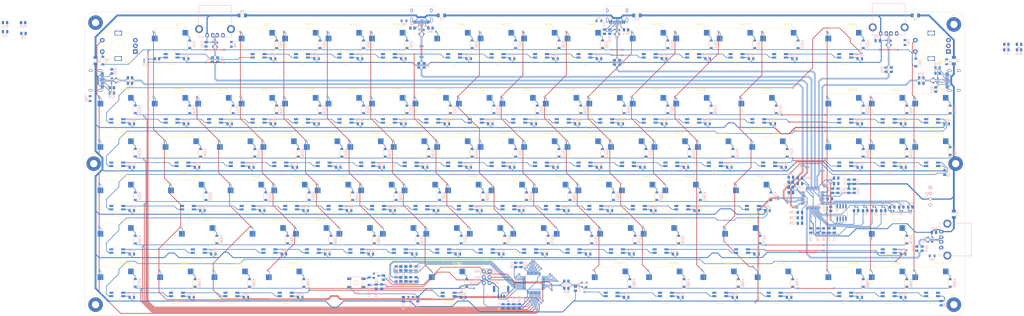
<source format=kicad_pcb>
(kicad_pcb (version 20171130) (host pcbnew "(5.1.10)-1")
  (layers (0 F.Cu signal) (31 B.Cu signal) (34 B.Paste user) (35 F.Paste user) (36 B.SilkS user) (37 F.SilkS user) (38 B.Mask user) (39 F.Mask user) (44 Edge.Cuts user))
  (net 0 "")
  (net 1 GND)
  (net 2 +5V)
  (net 3 KEYBOARD_XTAL1)
  (net 4 KEYBOARD_XTAL2)
  (net 5 XRSTJ)
  (net 6 +3V3)
  (net 7 +1V8)
  (net 8 HUB_XIN)
  (net 9 HUB_XOUT)
  (net 10 HUB_DRV)
  (net 11 "Net-(D10-Pad1)")
  (net 12 Earth)
  (net 13 KEYBOARD_RESET)
  (net 14 COL2)
  (net 15 COL1)
  (net 16 COL3)
  (net 17 "Net-(KD1-Pad2)")
  (net 18 ROW2)
  (net 19 "Net-(KD2-Pad2)")
  (net 20 ROW4)
  (net 21 "Net-(KD3-Pad2)")
  (net 22 "Net-(KD4-Pad2)")
  (net 23 "Net-(KD5-Pad2)")
  (net 24 "Net-(KD6-Pad2)")
  (net 25 ROT1_ROW)
  (net 26 "Net-(KD7-Pad2)")
  (net 27 ROW3)
  (net 28 "Net-(KD8-Pad2)")
  (net 29 ROW5)
  (net 30 "Net-(KD9-Pad2)")
  (net 31 "Net-(KD10-Pad2)")
  (net 32 "Net-(KD11-Pad2)")
  (net 33 "Net-(KD12-Pad2)")
  (net 34 "Net-(KD13-Pad2)")
  (net 35 "Net-(KD14-Pad2)")
  (net 36 "Net-(KD15-Pad2)")
  (net 37 "Net-(KD16-Pad2)")
  (net 38 "Net-(KD17-Pad2)")
  (net 39 "Net-(KD18-Pad2)")
  (net 40 "Net-(KD19-Pad2)")
  (net 41 "Net-(KD20-Pad2)")
  (net 42 "Net-(KD21-Pad2)")
  (net 43 "Net-(KD22-Pad2)")
  (net 44 "Net-(KD23-Pad2)")
  (net 45 "Net-(KD24-Pad2)")
  (net 46 "Net-(KD25-Pad2)")
  (net 47 "Net-(KD26-Pad2)")
  (net 48 "Net-(KD27-Pad2)")
  (net 49 "Net-(KD28-Pad2)")
  (net 50 "Net-(KD29-Pad2)")
  (net 51 "Net-(KD30-Pad2)")
  (net 52 "Net-(KD31-Pad2)")
  (net 53 "Net-(KD32-Pad2)")
  (net 54 "Net-(KD33-Pad2)")
  (net 55 "Net-(KD34-Pad2)")
  (net 56 "Net-(KD35-Pad2)")
  (net 57 "Net-(KD36-Pad2)")
  (net 58 "Net-(KD37-Pad2)")
  (net 59 "Net-(KD38-Pad2)")
  (net 60 "Net-(KD39-Pad2)")
  (net 61 "Net-(KD40-Pad2)")
  (net 62 "Net-(KD41-Pad2)")
  (net 63 "Net-(KD42-Pad2)")
  (net 64 "Net-(KD43-Pad2)")
  (net 65 "Net-(KD44-Pad2)")
  (net 66 "Net-(KD45-Pad2)")
  (net 67 "Net-(KD46-Pad2)")
  (net 68 "Net-(KD47-Pad2)")
  (net 69 "Net-(KD48-Pad2)")
  (net 70 "Net-(KD49-Pad2)")
  (net 71 "Net-(KD50-Pad2)")
  (net 72 "Net-(KD51-Pad2)")
  (net 73 "Net-(KD52-Pad2)")
  (net 74 "Net-(KD53-Pad2)")
  (net 75 "Net-(KD54-Pad2)")
  (net 76 "Net-(KD55-Pad2)")
  (net 77 "Net-(KD56-Pad2)")
  (net 78 "Net-(KD57-Pad2)")
  (net 79 "Net-(KD58-Pad2)")
  (net 80 "Net-(KD59-Pad2)")
  (net 81 "Net-(KD60-Pad2)")
  (net 82 "Net-(KD61-Pad2)")
  (net 83 "Net-(KD62-Pad2)")
  (net 84 "Net-(KD63-Pad2)")
  (net 85 "Net-(KD64-Pad2)")
  (net 86 "Net-(KD65-Pad2)")
  (net 87 "Net-(KD66-Pad2)")
  (net 88 "Net-(KD67-Pad2)")
  (net 89 "Net-(KD68-Pad2)")
  (net 90 "Net-(KD69-Pad2)")
  (net 91 "Net-(KD70-Pad2)")
  (net 92 "Net-(KD71-Pad2)")
  (net 93 "Net-(KD72-Pad2)")
  (net 94 "Net-(KD73-Pad2)")
  (net 95 "Net-(KD74-Pad2)")
  (net 96 "Net-(KD75-Pad2)")
  (net 97 "Net-(KD76-Pad2)")
  (net 98 "Net-(KD77-Pad2)")
  (net 99 "Net-(KD78-Pad2)")
  (net 100 "Net-(KD79-Pad2)")
  (net 101 "Net-(KD80-Pad2)")
  (net 102 "Net-(KD81-Pad2)")
  (net 103 "Net-(KD82-Pad2)")
  (net 104 "Net-(KD83-Pad2)")
  (net 105 "Net-(KD84-Pad2)")
  (net 106 "Net-(KD85-Pad2)")
  (net 107 "Net-(KD86-Pad2)")
  (net 108 "Net-(KD87-Pad2)")
  (net 109 "Net-(KD88-Pad2)")
  (net 110 "Net-(KD89-Pad2)")
  (net 111 "Net-(KD90-Pad2)")
  (net 112 DOUT1)
  (net 113 DOUT2)
  (net 114 DOUT3)
  (net 115 DOUT4)
  (net 116 DOUT5)
  (net 117 COL0)
  (net 118 COL4)
  (net 119 COL5)
  (net 120 COL6)
  (net 121 COL7)
  (net 122 COL8)
  (net 123 KEYBOARD_SDA)
  (net 124 KEYBOARD_SCL)
  (net 125 BKL_DATA_IN)
  (net 126 ENCODER_A)
  (net 127 ENCODER_B1)
  (net 128 KEYBOARD_D+)
  (net 129 KEYBOARD_D-)
  (net 130 HUB_D+)
  (net 131 HUB_D-)
  (net 132 VBUSM)
  (net 133 HUB_LED1)
  (net 134 HUB_LED2)
  (net 135 HUB_LED3)
  (net 136 HUB_LED4)
  (net 137 HUB_LED5)
  (net 138 HUB_LED6)
  (net 139 HUB_LED7)
  (net 140 "Net-(IC1-Pad27)")
  (net 141 HUB_PORT5_D-)
  (net 142 HUB_PORT5_D+)
  (net 143 HUB_PORT6_D-)
  (net 144 HUB_PORT6_D+)
  (net 145 HUB_PORT7_D-)
  (net 146 HUB_PORT7_D+)
  (net 147 HUB_PORT2_D+)
  (net 148 HUB_PORT2_D-)
  (net 149 HUB_PORT3_D+)
  (net 150 HUB_PORT3_D-)
  (net 151 HUB_PORT4_D+)
  (net 152 HUB_PORT4_D-)
  (net 153 HUB_SDA)
  (net 154 "Net-(USB1-Pad3)")
  (net 155 "Net-(USB1-Pad9)")
  (net 156 "Net-(USB2-Pad3)")
  (net 157 "Net-(USB2-Pad9)")
  (net 158 "Net-(USB3-Pad3)")
  (net 159 "Net-(USB3-Pad9)")
  (net 160 "Net-(USB4-Pad3)")
  (net 161 "Net-(USB4-Pad9)")
  (net 162 BOOT0)
  (net 163 USB_XTAL1)
  (net 164 "Net-(DRST1-Pad2)")
  (net 165 COL17)
  (net 166 COL16)
  (net 167 EXTRA_1)
  (net 168 ROW1)
  (net 169 COL9)
  (net 170 COL10)
  (net 171 COL11)
  (net 172 COL12)
  (net 173 COL13)
  (net 174 COL14)
  (net 175 COL15)
  (net 176 USB_XTAL2)
  (net 177 ENCODER_B2)
  (net 178 BKL_DATA_IN_3V3)
  (net 179 "Net-(D2-Pad2)")
  (net 180 "Net-(D4-Pad1)")
  (net 181 "Net-(D5-Pad1)")
  (net 182 "Net-(D6-Pad1)")
  (net 183 "Net-(D7-Pad1)")
  (net 184 "Net-(D8-Pad1)")
  (net 185 "Net-(D9-Pad1)")
  (net 186 "Net-(IC1-Pad44)")
  (net 187 "Net-(MX1-Pad5)")
  (net 188 "Net-(MX1-Pad4)")
  (net 189 "Net-(MX2-Pad5)")
  (net 190 "Net-(MX3-Pad5)")
  (net 191 "Net-(MX4-Pad5)")
  (net 192 "Net-(MX5-Pad5)")
  (net 193 "Net-(MX6-Pad5)")
  (net 194 "Net-(MX7-Pad5)")
  (net 195 "Net-(MX8-Pad5)")
  (net 196 "Net-(MX10-Pad4)")
  (net 197 "Net-(MX10-Pad5)")
  (net 198 "Net-(MX11-Pad5)")
  (net 199 "Net-(MX12-Pad5)")
  (net 200 "Net-(MX13-Pad5)")
  (net 201 "Net-(MX15-Pad5)")
  (net 202 "Net-(MX16-Pad5)")
  (net 203 "Net-(MX17-Pad5)")
  (net 204 "Net-(MX18-Pad5)")
  (net 205 "Net-(MX19-Pad5)")
  (net 206 "Net-(MX20-Pad5)")
  (net 207 "Net-(MX21-Pad5)")
  (net 208 "Net-(MX22-Pad5)")
  (net 209 "Net-(MX23-Pad5)")
  (net 210 "Net-(MX24-Pad5)")
  (net 211 "Net-(MX25-Pad5)")
  (net 212 "Net-(MX26-Pad5)")
  (net 213 "Net-(MX27-Pad5)")
  (net 214 "Net-(MX28-Pad5)")
  (net 215 "Net-(MX29-Pad5)")
  (net 216 "Net-(MX30-Pad5)")
  (net 217 "Net-(MX31-Pad5)")
  (net 218 "Net-(MX33-Pad5)")
  (net 219 "Net-(MX34-Pad5)")
  (net 220 "Net-(MX35-Pad5)")
  (net 221 "Net-(MX36-Pad5)")
  (net 222 "Net-(MX37-Pad5)")
  (net 223 "Net-(MX38-Pad5)")
  (net 224 "Net-(MX39-Pad5)")
  (net 225 "Net-(MX40-Pad5)")
  (net 226 "Net-(MX41-Pad5)")
  (net 227 "Net-(MX42-Pad5)")
  (net 228 "Net-(MX43-Pad5)")
  (net 229 "Net-(MX44-Pad5)")
  (net 230 "Net-(MX45-Pad5)")
  (net 231 "Net-(MX46-Pad5)")
  (net 232 "Net-(MX47-Pad5)")
  (net 233 "Net-(MX48-Pad5)")
  (net 234 "Net-(MX49-Pad5)")
  (net 235 "Net-(MX51-Pad5)")
  (net 236 "Net-(MX52-Pad5)")
  (net 237 "Net-(MX53-Pad5)")
  (net 238 "Net-(MX54-Pad5)")
  (net 239 "Net-(MX55-Pad5)")
  (net 240 "Net-(MX56-Pad5)")
  (net 241 "Net-(MX57-Pad5)")
  (net 242 "Net-(MX58-Pad5)")
  (net 243 "Net-(MX59-Pad5)")
  (net 244 "Net-(MX60-Pad5)")
  (net 245 "Net-(MX61-Pad5)")
  (net 246 "Net-(MX62-Pad5)")
  (net 247 "Net-(MX63-Pad5)")
  (net 248 "Net-(MX65-Pad5)")
  (net 249 "Net-(MX66-Pad5)")
  (net 250 "Net-(MX67-Pad5)")
  (net 251 "Net-(MX68-Pad5)")
  (net 252 "Net-(MX69-Pad5)")
  (net 253 "Net-(MX70-Pad5)")
  (net 254 "Net-(MX71-Pad5)")
  (net 255 "Net-(MX72-Pad5)")
  (net 256 "Net-(MX73-Pad5)")
  (net 257 "Net-(MX74-Pad5)")
  (net 258 "Net-(MX75-Pad5)")
  (net 259 "Net-(MX76-Pad5)")
  (net 260 "Net-(MX77-Pad5)")
  (net 261 "Net-(MX79-Pad5)")
  (net 262 "Net-(MX80-Pad5)")
  (net 263 "Net-(MX81-Pad5)")
  (net 264 "Net-(MX82-Pad5)")
  (net 265 "Net-(MX83-Pad5)")
  (net 266 "Net-(MX84-Pad5)")
  (net 267 "Net-(MX85-Pad5)")
  (net 268 "Net-(MX86-Pad5)")
  (net 269 "Net-(MX87-Pad5)")
  (net 270 "Net-(MX88-Pad5)")
  (net 271 "Net-(MX89-Pad5)")
  (net 272 "Net-(MX90-Pad5)")
  (net 273 ROT2_COL)
  (net 274 "Net-(C3-Pad2)")
  (net 275 "Net-(C5-Pad2)")
  (net 276 "Net-(C6-Pad1)")
  (net 277 "Net-(C7-Pad2)")
  (net 278 "Net-(C8-Pad1)")
  (net 279 "Net-(C9-Pad2)")
  (net 280 "Net-(D1-Pad1)")
  (net 281 "Net-(D3-Pad2)")
  (net 282 "Net-(R8-Pad1)")
  (net 283 "Net-(R10-Pad1)")
  (net 284 "Net-(R27-Pad1)")
  (net 285 "Net-(R35-Pad1)")
  (net 286 D-)
  (net 287 D+)
  (module MountingHole:MountingHole_3.2mm_M3_Pad (layer F.Cu) (at 515.1113 303.1934)
    (fp_text reference H6 (at 0 -4.2) (layer F.SilkS))
    (fp_text value Hole)
    (pad 1 thru_hole circle (at 0 0) (size 6.4 6.4) (drill 3.2) (layers *.Cu *.Mask) (net 1 GND))
  )
  (module MountingHole:MountingHole_3.2mm_M3_Pad (layer F.Cu) (at 515.905 241.2848)
    (fp_text reference H5 (at 0 -4.2) (layer F.SilkS))
    (fp_text value Hole)
    (pad 1 thru_hole circle (at 0 0) (size 6.4 6.4) (drill 3.2) (layers *.Cu *.Mask) (net 1 GND))
  )
  (module MountingHole:MountingHole_3.2mm_M3_Pad (layer F.Cu) (at 515.1113 180.1699)
    (fp_text reference H4 (at 0 -4.2) (layer F.SilkS))
    (fp_text value Hole)
    (pad 1 thru_hole circle (at 0 0) (size 6.4 6.4) (drill 3.2) (layers *.Cu *.Mask) (net 1 GND))
  )
  (module MountingHole:MountingHole_3.2mm_M3_Pad (layer F.Cu) (at 138.8975 303.1934)
    (fp_text reference H3 (at 0 -4.2) (layer F.SilkS))
    (fp_text value Hole)
    (pad 1 thru_hole circle (at 0 0) (size 6.4 6.4) (drill 3.2) (layers *.Cu *.Mask) (net 1 GND))
  )
  (module MountingHole:MountingHole_3.2mm_M3_Pad (layer F.Cu) (at 138.1038 241.2848)
    (fp_text reference H2 (at 0 -4.2) (layer F.SilkS))
    (fp_text value Hole)
    (pad 1 thru_hole circle (at 0 0) (size 6.4 6.4) (drill 3.2) (layers *.Cu *.Mask) (net 1 GND))
  )
  (module MountingHole:MountingHole_3.2mm_M3_Pad (layer F.Cu) (at 138.8975 179.3762)
    (fp_text reference H1 (at 0 -4.2) (layer F.SilkS))
    (fp_text value Hole)
    (pad 1 thru_hole circle (at 0 0) (size 6.4 6.4) (drill 3.2) (layers *.Cu *.Mask) (net 1 GND))
  )
  (module custom-footprints:CherryMX_1.25u_PCB_KailhSocket_LTST-A683CEGBW (layer F.Cu) (at 436.535 293.669)
    (fp_text reference MX87 (at 3.3655 -8.636) (layer F.SilkS))
    (fp_text value RCTRL (at 0 8.6625) (layer F.SilkS))
    (fp_line (start -1.7 3.55) (end 1.7 3.55) (layer Edge.Cuts) (width 0.05))
    (fp_line (start 1.7 3.55) (end 1.7 6.55) (layer Edge.Cuts) (width 0.05))
    (fp_line (start 1.7 6.55) (end -1.7 6.55) (layer Edge.Cuts) (width 0.05))
    (fp_line (start -1.7 6.55) (end -1.7 3.55) (layer Edge.Cuts) (width 0.05))
    (pad 6 smd rect (at 2.6 5.8) (size 1.8 0.9) (layers B.Cu B.Paste B.Mask) (net 2 +5V))
    (pad 5 smd rect (at 2.6 4.3) (size 1.8 0.9) (layers B.Cu B.Paste B.Mask) (net 269 "Net-(MX87-Pad5)"))
    (pad 4 smd rect (at -2.6 5.8) (size 1.8 0.9) (layers B.Cu B.Paste B.Mask) (net 268 "Net-(MX86-Pad5)"))
    (pad 3 smd rect (at -2.6 4.3) (size 1.8 0.9) (layers B.Cu B.Paste B.Mask) (net 1 GND))
    (pad 2 smd rect (at 6.015 -5.08) (size 2.55 2.5) (layers B.Cu B.Paste B.Mask) (net 108 "Net-(KD87-Pad2)"))
    (pad 1 smd rect (at -7.41 -2.54) (size 2.55 2.5) (layers B.Cu B.Paste B.Mask) (net 174 COL14))
    (pad "" np_thru_hole circle (at 2.54 -5.08) (size 3 3) (drill 3) (layers *.Cu *.Mask))
    (pad "" np_thru_hole circle (at -3.81 -2.54) (size 3 3) (drill 3) (layers *.Cu *.Mask))
    (pad "" np_thru_hole circle (at 5.08 0) (size 1.75 1.75) (drill 1.75) (layers *.Cu *.Mask))
    (pad "" np_thru_hole circle (at -5.08 0) (size 1.75 1.75) (drill 1.75) (layers *.Cu *.Mask))
    (pad "" np_thru_hole circle (at 0 0) (size 4 4) (drill 4) (layers *.Cu *.Mask))
  )
  (module custom-footprints:CherryMX_1.00u_PCB_KailhSocket_LTST-A683CEGBW (layer F.Cu) (at 372.2453 236.5226)
    (fp_text reference MX44 (at 3.3655 -8.636) (layer F.SilkS))
    (fp_text value P (at 0 8.6625) (layer F.SilkS))
    (fp_line (start -1.7 6.55) (end -1.7 3.55) (layer Edge.Cuts) (width 0.05))
    (fp_line (start 1.7 6.55) (end -1.7 6.55) (layer Edge.Cuts) (width 0.05))
    (fp_line (start 1.7 3.55) (end 1.7 6.55) (layer Edge.Cuts) (width 0.05))
    (fp_line (start -1.7 3.55) (end 1.7 3.55) (layer Edge.Cuts) (width 0.05))
    (pad 6 smd rect (at 2.6 5.8) (size 1.8 0.9) (layers B.Cu B.Paste B.Mask) (net 2 +5V))
    (pad 5 smd rect (at 2.6 4.3) (size 1.8 0.9) (layers B.Cu B.Paste B.Mask) (net 229 "Net-(MX44-Pad5)"))
    (pad 4 smd rect (at -2.6 5.8) (size 1.8 0.9) (layers B.Cu B.Paste B.Mask) (net 228 "Net-(MX43-Pad5)"))
    (pad 3 smd rect (at -2.6 4.3) (size 1.8 0.9) (layers B.Cu B.Paste B.Mask) (net 1 GND))
    (pad 2 smd rect (at 6.015 -5.08) (size 2.55 2.5) (layers B.Cu B.Paste B.Mask) (net 65 "Net-(KD44-Pad2)"))
    (pad 1 smd rect (at -7.41 -2.54) (size 2.55 2.5) (layers B.Cu B.Paste B.Mask) (net 171 COL11))
    (pad "" np_thru_hole circle (at 2.54 -5.08) (size 3 3) (drill 3) (layers *.Cu *.Mask))
    (pad "" np_thru_hole circle (at -3.81 -2.54) (size 3 3) (drill 3) (layers *.Cu *.Mask))
    (pad "" np_thru_hole circle (at 5.08 0) (size 1.75 1.75) (drill 1.75) (layers *.Cu *.Mask))
    (pad "" np_thru_hole circle (at -5.08 0) (size 1.75 1.75) (drill 1.75) (layers *.Cu *.Mask))
    (pad "" np_thru_hole circle (at 0 0) (size 4 4) (drill 4) (layers *.Cu *.Mask))
  )
  (module custom-footprints:CherryMX_1.50u_PCB_KailhSocket_LTST-A683CEGBW (layer F.Cu) (at 434.1539 236.5226)
    (fp_text reference MX47 (at 3.302 -8.636) (layer F.SilkS))
    (fp_text value \ (at 0 8.6625) (layer F.SilkS))
    (fp_line (start -1.7 3.55) (end 1.7 3.55) (layer Edge.Cuts) (width 0.05))
    (fp_line (start 1.7 3.55) (end 1.7 6.55) (layer Edge.Cuts) (width 0.05))
    (fp_line (start 1.7 6.55) (end -1.7 6.55) (layer Edge.Cuts) (width 0.05))
    (fp_line (start -1.7 6.55) (end -1.7 3.55) (layer Edge.Cuts) (width 0.05))
    (pad 6 smd rect (at 2.6 5.8) (size 1.8 0.9) (layers B.Cu B.Paste B.Mask) (net 2 +5V))
    (pad 5 smd rect (at 2.6 4.3) (size 1.8 0.9) (layers B.Cu B.Paste B.Mask) (net 232 "Net-(MX47-Pad5)"))
    (pad 4 smd rect (at -2.6 5.8) (size 1.8 0.9) (layers B.Cu B.Paste B.Mask) (net 231 "Net-(MX46-Pad5)"))
    (pad 3 smd rect (at -2.6 4.3) (size 1.8 0.9) (layers B.Cu B.Paste B.Mask) (net 1 GND))
    (pad 2 smd rect (at 6.015 -5.08) (size 2.55 2.5) (layers B.Cu B.Paste B.Mask) (net 68 "Net-(KD47-Pad2)"))
    (pad 1 smd rect (at -7.41 -2.54) (size 2.55 2.5) (layers B.Cu B.Paste B.Mask) (net 174 COL14))
    (pad "" np_thru_hole circle (at 2.54 -5.08) (size 3 3) (drill 3) (layers *.Cu *.Mask))
    (pad "" np_thru_hole circle (at -3.81 -2.54) (size 3 3) (drill 3) (layers *.Cu *.Mask))
    (pad "" np_thru_hole circle (at 5.08 0) (size 1.75 1.75) (drill 1.75) (layers *.Cu *.Mask))
    (pad "" np_thru_hole circle (at -5.08 0) (size 1.75 1.75) (drill 1.75) (layers *.Cu *.Mask))
    (pad "" np_thru_hole circle (at 0 0) (size 4 4) (drill 4) (layers *.Cu *.Mask))
  )
  (module custom-footprints:CherryMX_2.25u_PCB_KailhSocket_LTST-A683CEGBW (layer F.Cu) (at 427.0106 255.5714)
    (fp_text reference MX64 (at 3.4036 -8.5852) (layer F.SilkS))
    (fp_text value ENTER (at 0 8.6625) (layer F.SilkS))
    (fp_line (start -1.7 6.55) (end -1.7 3.55) (layer Edge.Cuts) (width 0.05))
    (fp_line (start 1.7 6.55) (end -1.7 6.55) (layer Edge.Cuts) (width 0.05))
    (fp_line (start 1.7 3.55) (end 1.7 6.55) (layer Edge.Cuts) (width 0.05))
    (fp_line (start -1.7 3.55) (end 1.7 3.55) (layer Edge.Cuts) (width 0.05))
    (pad "" np_thru_hole circle (at 11.938 -6.985) (size 3.048 3.048) (drill 3.048) (layers *.Cu *.Mask))
    (pad "" np_thru_hole circle (at -11.938 -6.985) (size 3.048 3.048) (drill 3.048) (layers *.Cu *.Mask))
    (pad "" np_thru_hole circle (at 11.938 8.255) (size 3.9878 3.9878) (drill 3.9878) (layers *.Cu *.Mask))
    (pad "" np_thru_hole circle (at -11.938 8.255) (size 3.9878 3.9878) (drill 3.9878) (layers *.Cu *.Mask))
    (pad 6 smd rect (at 2.6 5.8) (size 1.8 0.9) (layers B.Cu B.Paste B.Mask) (net 2 +5V))
    (pad 5 smd rect (at 2.6 4.3) (size 1.8 0.9) (layers B.Cu B.Paste B.Mask) (net 115 DOUT4))
    (pad 4 smd rect (at -2.6 5.8) (size 1.8 0.9) (layers B.Cu B.Paste B.Mask) (net 247 "Net-(MX63-Pad5)"))
    (pad 3 smd rect (at -2.6 4.3) (size 1.8 0.9) (layers B.Cu B.Paste B.Mask) (net 1 GND))
    (pad 2 smd rect (at 6.015 -5.08) (size 2.55 2.5) (layers B.Cu B.Paste B.Mask) (net 85 "Net-(KD64-Pad2)"))
    (pad 1 smd rect (at -7.41 -2.54) (size 2.55 2.5) (layers B.Cu B.Paste B.Mask) (net 174 COL14))
    (pad "" np_thru_hole circle (at 2.54 -5.08) (size 3 3) (drill 3) (layers *.Cu *.Mask))
    (pad "" np_thru_hole circle (at -3.81 -2.54) (size 3 3) (drill 3) (layers *.Cu *.Mask))
    (pad "" np_thru_hole circle (at 5.08 0) (size 1.75 1.75) (drill 1.75) (layers *.Cu *.Mask))
    (pad "" np_thru_hole circle (at -5.08 0) (size 1.75 1.75) (drill 1.75) (layers *.Cu *.Mask))
    (pad "" np_thru_hole circle (at 0 0) (size 4 4) (drill 4) (layers *.Cu *.Mask))
  )
  (module random-keyboard-parts:SOT143B (layer B.Cu) (at 191.2817 188.9006 180)
    (fp_text reference U7 (at 0 -2.45) (layer B.SilkS) (effects (justify mirror)))
    (fp_text value PRTR5V0U2X)
    (pad 1 smd rect (at -1 0.75 270) (size 1 0.7) (layers B.Cu B.Paste B.Mask) (net 1 GND))
    (pad 4 smd rect (at 1 0.95 270) (size 0.6 0.7) (layers B.Cu B.Paste B.Mask) (net 2 +5V))
    (pad 2 smd rect (at -1 -0.95 270) (size 0.6 0.7) (layers B.Cu B.Paste B.Mask) (net 287 D+))
    (pad 3 smd rect (at 1 -0.95 270) (size 0.6 0.7) (layers B.Cu B.Paste B.Mask) (net 286 D-))
  )
  (module custom-footprints:CherryMX_1.25u_PCB_KailhSocket_LTST-A683CEGBW (layer F.Cu) (at 365.102 293.669)
    (fp_text reference MX84 (at 3.3655 -8.636) (layer F.SilkS))
    (fp_text value RALT (at 0 8.6625) (layer F.SilkS))
    (fp_line (start -1.7 3.55) (end 1.7 3.55) (layer Edge.Cuts) (width 0.05))
    (fp_line (start 1.7 3.55) (end 1.7 6.55) (layer Edge.Cuts) (width 0.05))
    (fp_line (start 1.7 6.55) (end -1.7 6.55) (layer Edge.Cuts) (width 0.05))
    (fp_line (start -1.7 6.55) (end -1.7 3.55) (layer Edge.Cuts) (width 0.05))
    (pad 6 smd rect (at 2.6 5.8) (size 1.8 0.9) (layers B.Cu B.Paste B.Mask) (net 2 +5V))
    (pad 5 smd rect (at 2.6 4.3) (size 1.8 0.9) (layers B.Cu B.Paste B.Mask) (net 266 "Net-(MX84-Pad5)"))
    (pad 4 smd rect (at -2.6 5.8) (size 1.8 0.9) (layers B.Cu B.Paste B.Mask) (net 265 "Net-(MX83-Pad5)"))
    (pad 3 smd rect (at -2.6 4.3) (size 1.8 0.9) (layers B.Cu B.Paste B.Mask) (net 1 GND))
    (pad 2 smd rect (at 6.015 -5.08) (size 2.55 2.5) (layers B.Cu B.Paste B.Mask) (net 105 "Net-(KD84-Pad2)"))
    (pad 1 smd rect (at -7.41 -2.54) (size 2.55 2.5) (layers B.Cu B.Paste B.Mask) (net 170 COL10))
    (pad "" np_thru_hole circle (at 2.54 -5.08) (size 3 3) (drill 3) (layers *.Cu *.Mask))
    (pad "" np_thru_hole circle (at -3.81 -2.54) (size 3 3) (drill 3) (layers *.Cu *.Mask))
    (pad "" np_thru_hole circle (at 5.08 0) (size 1.75 1.75) (drill 1.75) (layers *.Cu *.Mask))
    (pad "" np_thru_hole circle (at -5.08 0) (size 1.75 1.75) (drill 1.75) (layers *.Cu *.Mask))
    (pad "" np_thru_hole circle (at 0 0) (size 4 4) (drill 4) (layers *.Cu *.Mask))
  )
  (module Resistor_SMD:R_0805_2012Metric (layer B.Cu) (at 165.8833 195.2502)
    (fp_text reference R47 (at 0 1.65) (layer B.SilkS) (effects (justify mirror)))
    (fp_text value 500)
    (pad 2 smd roundrect (at 0.9125 0) (size 1.025 1.4) (layers B.Cu B.Paste B.Mask) (roundrect_rratio 0.243902) (net 188 "Net-(MX1-Pad4)"))
    (pad 1 smd roundrect (at -0.9125 0) (size 1.025 1.4) (layers B.Cu B.Paste B.Mask) (roundrect_rratio 0.243902) (net 125 BKL_DATA_IN))
  )
  (module custom-footprints:CherryMX_1.00u_PCB_KailhSocket_LTST-A683CEGBW (layer F.Cu) (at 505.5869 293.669)
    (fp_text reference MX90 (at 3.3655 -8.636) (layer F.SilkS))
    (fp_text value RIGHT (at 0 8.6625) (layer F.SilkS))
    (fp_line (start -1.7 6.55) (end -1.7 3.55) (layer Edge.Cuts) (width 0.05))
    (fp_line (start 1.7 6.55) (end -1.7 6.55) (layer Edge.Cuts) (width 0.05))
    (fp_line (start 1.7 3.55) (end 1.7 6.55) (layer Edge.Cuts) (width 0.05))
    (fp_line (start -1.7 3.55) (end 1.7 3.55) (layer Edge.Cuts) (width 0.05))
    (pad 6 smd rect (at 2.6 5.8) (size 1.8 0.9) (layers B.Cu B.Paste B.Mask) (net 2 +5V))
    (pad 5 smd rect (at 2.6 4.3) (size 1.8 0.9) (layers B.Cu B.Paste B.Mask) (net 272 "Net-(MX90-Pad5)"))
    (pad 4 smd rect (at -2.6 5.8) (size 1.8 0.9) (layers B.Cu B.Paste B.Mask) (net 271 "Net-(MX89-Pad5)"))
    (pad 3 smd rect (at -2.6 4.3) (size 1.8 0.9) (layers B.Cu B.Paste B.Mask) (net 1 GND))
    (pad 2 smd rect (at 6.015 -5.08) (size 2.55 2.5) (layers B.Cu B.Paste B.Mask) (net 111 "Net-(KD90-Pad2)"))
    (pad 1 smd rect (at -7.41 -2.54) (size 2.55 2.5) (layers B.Cu B.Paste B.Mask) (net 165 COL17))
    (pad "" np_thru_hole circle (at 2.54 -5.08) (size 3 3) (drill 3) (layers *.Cu *.Mask))
    (pad "" np_thru_hole circle (at -3.81 -2.54) (size 3 3) (drill 3) (layers *.Cu *.Mask))
    (pad "" np_thru_hole circle (at 5.08 0) (size 1.75 1.75) (drill 1.75) (layers *.Cu *.Mask))
    (pad "" np_thru_hole circle (at -5.08 0) (size 1.75 1.75) (drill 1.75) (layers *.Cu *.Mask))
    (pad "" np_thru_hole circle (at 0 0) (size 4 4) (drill 4) (layers *.Cu *.Mask))
  )
  (module custom-footprints:CherryMX_1.00u_PCB_KailhSocket_LTST-A683CEGBW (layer F.Cu) (at 486.5381 293.669)
    (fp_text reference MX89 (at 3.3655 -8.636) (layer F.SilkS))
    (fp_text value DOWN (at 0 8.6625) (layer F.SilkS))
    (fp_line (start -1.7 6.55) (end -1.7 3.55) (layer Edge.Cuts) (width 0.05))
    (fp_line (start 1.7 6.55) (end -1.7 6.55) (layer Edge.Cuts) (width 0.05))
    (fp_line (start 1.7 3.55) (end 1.7 6.55) (layer Edge.Cuts) (width 0.05))
    (fp_line (start -1.7 3.55) (end 1.7 3.55) (layer Edge.Cuts) (width 0.05))
    (pad 6 smd rect (at 2.6 5.8) (size 1.8 0.9) (layers B.Cu B.Paste B.Mask) (net 2 +5V))
    (pad 5 smd rect (at 2.6 4.3) (size 1.8 0.9) (layers B.Cu B.Paste B.Mask) (net 271 "Net-(MX89-Pad5)"))
    (pad 4 smd rect (at -2.6 5.8) (size 1.8 0.9) (layers B.Cu B.Paste B.Mask) (net 270 "Net-(MX88-Pad5)"))
    (pad 3 smd rect (at -2.6 4.3) (size 1.8 0.9) (layers B.Cu B.Paste B.Mask) (net 1 GND))
    (pad 2 smd rect (at 6.015 -5.08) (size 2.55 2.5) (layers B.Cu B.Paste B.Mask) (net 110 "Net-(KD89-Pad2)"))
    (pad 1 smd rect (at -7.41 -2.54) (size 2.55 2.5) (layers B.Cu B.Paste B.Mask) (net 166 COL16))
    (pad "" np_thru_hole circle (at 2.54 -5.08) (size 3 3) (drill 3) (layers *.Cu *.Mask))
    (pad "" np_thru_hole circle (at -3.81 -2.54) (size 3 3) (drill 3) (layers *.Cu *.Mask))
    (pad "" np_thru_hole circle (at 5.08 0) (size 1.75 1.75) (drill 1.75) (layers *.Cu *.Mask))
    (pad "" np_thru_hole circle (at -5.08 0) (size 1.75 1.75) (drill 1.75) (layers *.Cu *.Mask))
    (pad "" np_thru_hole circle (at 0 0) (size 4 4) (drill 4) (layers *.Cu *.Mask))
  )
  (module custom-footprints:CherryMX_1.00u_PCB_KailhSocket_LTST-A683CEGBW (layer F.Cu) (at 467.4893 293.669)
    (fp_text reference MX88 (at 3.3655 -8.636) (layer F.SilkS))
    (fp_text value LEFT (at 0 8.6625) (layer F.SilkS))
    (fp_line (start -1.7 6.55) (end -1.7 3.55) (layer Edge.Cuts) (width 0.05))
    (fp_line (start 1.7 6.55) (end -1.7 6.55) (layer Edge.Cuts) (width 0.05))
    (fp_line (start 1.7 3.55) (end 1.7 6.55) (layer Edge.Cuts) (width 0.05))
    (fp_line (start -1.7 3.55) (end 1.7 3.55) (layer Edge.Cuts) (width 0.05))
    (pad 6 smd rect (at 2.6 5.8) (size 1.8 0.9) (layers B.Cu B.Paste B.Mask) (net 2 +5V))
    (pad 5 smd rect (at 2.6 4.3) (size 1.8 0.9) (layers B.Cu B.Paste B.Mask) (net 270 "Net-(MX88-Pad5)"))
    (pad 4 smd rect (at -2.6 5.8) (size 1.8 0.9) (layers B.Cu B.Paste B.Mask) (net 269 "Net-(MX87-Pad5)"))
    (pad 3 smd rect (at -2.6 4.3) (size 1.8 0.9) (layers B.Cu B.Paste B.Mask) (net 1 GND))
    (pad 2 smd rect (at 6.015 -5.08) (size 2.55 2.5) (layers B.Cu B.Paste B.Mask) (net 109 "Net-(KD88-Pad2)"))
    (pad 1 smd rect (at -7.41 -2.54) (size 2.55 2.5) (layers B.Cu B.Paste B.Mask) (net 175 COL15))
    (pad "" np_thru_hole circle (at 2.54 -5.08) (size 3 3) (drill 3) (layers *.Cu *.Mask))
    (pad "" np_thru_hole circle (at -3.81 -2.54) (size 3 3) (drill 3) (layers *.Cu *.Mask))
    (pad "" np_thru_hole circle (at 5.08 0) (size 1.75 1.75) (drill 1.75) (layers *.Cu *.Mask))
    (pad "" np_thru_hole circle (at -5.08 0) (size 1.75 1.75) (drill 1.75) (layers *.Cu *.Mask))
    (pad "" np_thru_hole circle (at 0 0) (size 4 4) (drill 4) (layers *.Cu *.Mask))
  )
  (module custom-footprints:CherryMX_1.25u_PCB_KailhSocket_LTST-A683CEGBW (layer F.Cu) (at 412.724 293.669)
    (fp_text reference MX86 (at 3.3655 -8.636) (layer F.SilkS))
    (fp_text value MENU (at 0 8.6625) (layer F.SilkS))
    (fp_line (start -1.7 3.55) (end 1.7 3.55) (layer Edge.Cuts) (width 0.05))
    (fp_line (start 1.7 3.55) (end 1.7 6.55) (layer Edge.Cuts) (width 0.05))
    (fp_line (start 1.7 6.55) (end -1.7 6.55) (layer Edge.Cuts) (width 0.05))
    (fp_line (start -1.7 6.55) (end -1.7 3.55) (layer Edge.Cuts) (width 0.05))
    (pad 6 smd rect (at 2.6 5.8) (size 1.8 0.9) (layers B.Cu B.Paste B.Mask) (net 2 +5V))
    (pad 5 smd rect (at 2.6 4.3) (size 1.8 0.9) (layers B.Cu B.Paste B.Mask) (net 268 "Net-(MX86-Pad5)"))
    (pad 4 smd rect (at -2.6 5.8) (size 1.8 0.9) (layers B.Cu B.Paste B.Mask) (net 267 "Net-(MX85-Pad5)"))
    (pad 3 smd rect (at -2.6 4.3) (size 1.8 0.9) (layers B.Cu B.Paste B.Mask) (net 1 GND))
    (pad 2 smd rect (at 6.015 -5.08) (size 2.55 2.5) (layers B.Cu B.Paste B.Mask) (net 107 "Net-(KD86-Pad2)"))
    (pad 1 smd rect (at -7.41 -2.54) (size 2.55 2.5) (layers B.Cu B.Paste B.Mask) (net 173 COL13))
    (pad "" np_thru_hole circle (at 2.54 -5.08) (size 3 3) (drill 3) (layers *.Cu *.Mask))
    (pad "" np_thru_hole circle (at -3.81 -2.54) (size 3 3) (drill 3) (layers *.Cu *.Mask))
    (pad "" np_thru_hole circle (at 5.08 0) (size 1.75 1.75) (drill 1.75) (layers *.Cu *.Mask))
    (pad "" np_thru_hole circle (at -5.08 0) (size 1.75 1.75) (drill 1.75) (layers *.Cu *.Mask))
    (pad "" np_thru_hole circle (at 0 0) (size 4 4) (drill 4) (layers *.Cu *.Mask))
  )
  (module custom-footprints:CherryMX_1.25u_PCB_KailhSocket_LTST-A683CEGBW (layer F.Cu) (at 388.913 293.669)
    (fp_text reference MX85 (at 3.3655 -8.636) (layer F.SilkS))
    (fp_text value RGUI (at 0 8.6625) (layer F.SilkS))
    (fp_line (start -1.7 3.55) (end 1.7 3.55) (layer Edge.Cuts) (width 0.05))
    (fp_line (start 1.7 3.55) (end 1.7 6.55) (layer Edge.Cuts) (width 0.05))
    (fp_line (start 1.7 6.55) (end -1.7 6.55) (layer Edge.Cuts) (width 0.05))
    (fp_line (start -1.7 6.55) (end -1.7 3.55) (layer Edge.Cuts) (width 0.05))
    (pad 6 smd rect (at 2.6 5.8) (size 1.8 0.9) (layers B.Cu B.Paste B.Mask) (net 2 +5V))
    (pad 5 smd rect (at 2.6 4.3) (size 1.8 0.9) (layers B.Cu B.Paste B.Mask) (net 267 "Net-(MX85-Pad5)"))
    (pad 4 smd rect (at -2.6 5.8) (size 1.8 0.9) (layers B.Cu B.Paste B.Mask) (net 266 "Net-(MX84-Pad5)"))
    (pad 3 smd rect (at -2.6 4.3) (size 1.8 0.9) (layers B.Cu B.Paste B.Mask) (net 1 GND))
    (pad 2 smd rect (at 6.015 -5.08) (size 2.55 2.5) (layers B.Cu B.Paste B.Mask) (net 106 "Net-(KD85-Pad2)"))
    (pad 1 smd rect (at -7.41 -2.54) (size 2.55 2.5) (layers B.Cu B.Paste B.Mask) (net 171 COL11))
    (pad "" np_thru_hole circle (at 2.54 -5.08) (size 3 3) (drill 3) (layers *.Cu *.Mask))
    (pad "" np_thru_hole circle (at -3.81 -2.54) (size 3 3) (drill 3) (layers *.Cu *.Mask))
    (pad "" np_thru_hole circle (at 5.08 0) (size 1.75 1.75) (drill 1.75) (layers *.Cu *.Mask))
    (pad "" np_thru_hole circle (at -5.08 0) (size 1.75 1.75) (drill 1.75) (layers *.Cu *.Mask))
    (pad "" np_thru_hole circle (at 0 0) (size 4 4) (drill 4) (layers *.Cu *.Mask))
  )
  (module custom-footprints:CherryMX_6.25u_PCB_KailhSocket_LTST-A683CEGBW (layer F.Cu) (at 293.669 293.669)
    (fp_text reference MX83 (at 3.7084 -8.5852) (layer F.SilkS))
    (fp_text value SPACE (at 0 8.6625) (layer F.SilkS))
    (fp_line (start -1.7 6.55) (end -1.7 3.55) (layer Edge.Cuts) (width 0.05))
    (fp_line (start 1.7 6.55) (end -1.7 6.55) (layer Edge.Cuts) (width 0.05))
    (fp_line (start 1.7 3.55) (end 1.7 6.55) (layer Edge.Cuts) (width 0.05))
    (fp_line (start -1.7 3.55) (end 1.7 3.55) (layer Edge.Cuts) (width 0.05))
    (pad "" np_thru_hole circle (at 49.99355 -6.9596) (size 3.048 3.048) (drill 3.048) (layers *.Cu *.Mask))
    (pad "" np_thru_hole circle (at 49.99355 8.2804) (size 3.9878 3.9878) (drill 3.9878) (layers *.Cu *.Mask))
    (pad "" np_thru_hole circle (at -50.00625 -6.9596) (size 3.048 3.048) (drill 3.048) (layers *.Cu *.Mask))
    (pad "" np_thru_hole circle (at -50.00625 8.2804) (size 3.9878 3.9878) (drill 3.9878) (layers *.Cu *.Mask))
    (pad 6 smd rect (at 2.6 5.8) (size 1.8 0.9) (layers B.Cu B.Paste B.Mask) (net 2 +5V))
    (pad 5 smd rect (at 2.6 4.3) (size 1.8 0.9) (layers B.Cu B.Paste B.Mask) (net 265 "Net-(MX83-Pad5)"))
    (pad 4 smd rect (at -2.6 5.8) (size 1.8 0.9) (layers B.Cu B.Paste B.Mask) (net 264 "Net-(MX82-Pad5)"))
    (pad 3 smd rect (at -2.6 4.3) (size 1.8 0.9) (layers B.Cu B.Paste B.Mask) (net 1 GND))
    (pad 2 smd rect (at 6.015 -5.08) (size 2.55 2.5) (layers B.Cu B.Paste B.Mask) (net 104 "Net-(KD83-Pad2)"))
    (pad 1 smd rect (at -7.41 -2.54) (size 2.55 2.5) (layers B.Cu B.Paste B.Mask) (net 120 COL6))
    (pad "" np_thru_hole circle (at 2.54 -5.08) (size 3 3) (drill 3) (layers *.Cu *.Mask))
    (pad "" np_thru_hole circle (at -3.81 -2.54) (size 3 3) (drill 3) (layers *.Cu *.Mask))
    (pad "" np_thru_hole circle (at 5.08 0) (size 1.75 1.75) (drill 1.75) (layers *.Cu *.Mask))
    (pad "" np_thru_hole circle (at -5.08 0) (size 1.75 1.75) (drill 1.75) (layers *.Cu *.Mask))
    (pad "" np_thru_hole circle (at 0 0) (size 4 4) (drill 4) (layers *.Cu *.Mask))
  )
  (module custom-footprints:CherryMX_1.25u_PCB_KailhSocket_LTST-A683CEGBW (layer F.Cu) (at 222.236 293.669)
    (fp_text reference MX82 (at 3.3655 -8.636) (layer F.SilkS))
    (fp_text value LALT (at 0 8.6625) (layer F.SilkS))
    (fp_line (start -1.7 3.55) (end 1.7 3.55) (layer Edge.Cuts) (width 0.05))
    (fp_line (start 1.7 3.55) (end 1.7 6.55) (layer Edge.Cuts) (width 0.05))
    (fp_line (start 1.7 6.55) (end -1.7 6.55) (layer Edge.Cuts) (width 0.05))
    (fp_line (start -1.7 6.55) (end -1.7 3.55) (layer Edge.Cuts) (width 0.05))
    (pad 6 smd rect (at 2.6 5.8) (size 1.8 0.9) (layers B.Cu B.Paste B.Mask) (net 2 +5V))
    (pad 5 smd rect (at 2.6 4.3) (size 1.8 0.9) (layers B.Cu B.Paste B.Mask) (net 264 "Net-(MX82-Pad5)"))
    (pad 4 smd rect (at -2.6 5.8) (size 1.8 0.9) (layers B.Cu B.Paste B.Mask) (net 263 "Net-(MX81-Pad5)"))
    (pad 3 smd rect (at -2.6 4.3) (size 1.8 0.9) (layers B.Cu B.Paste B.Mask) (net 1 GND))
    (pad 2 smd rect (at 6.015 -5.08) (size 2.55 2.5) (layers B.Cu B.Paste B.Mask) (net 103 "Net-(KD82-Pad2)"))
    (pad 1 smd rect (at -7.41 -2.54) (size 2.55 2.5) (layers B.Cu B.Paste B.Mask) (net 16 COL3))
    (pad "" np_thru_hole circle (at 2.54 -5.08) (size 3 3) (drill 3) (layers *.Cu *.Mask))
    (pad "" np_thru_hole circle (at -3.81 -2.54) (size 3 3) (drill 3) (layers *.Cu *.Mask))
    (pad "" np_thru_hole circle (at 5.08 0) (size 1.75 1.75) (drill 1.75) (layers *.Cu *.Mask))
    (pad "" np_thru_hole circle (at -5.08 0) (size 1.75 1.75) (drill 1.75) (layers *.Cu *.Mask))
    (pad "" np_thru_hole circle (at 0 0) (size 4 4) (drill 4) (layers *.Cu *.Mask))
  )
  (module custom-footprints:CherryMX_1.25u_PCB_KailhSocket_LTST-A683CEGBW (layer F.Cu) (at 198.425 293.669)
    (fp_text reference MX81 (at 3.3655 -8.636) (layer F.SilkS))
    (fp_text value LGUI (at 0 8.6625) (layer F.SilkS))
    (fp_line (start -1.7 3.55) (end 1.7 3.55) (layer Edge.Cuts) (width 0.05))
    (fp_line (start 1.7 3.55) (end 1.7 6.55) (layer Edge.Cuts) (width 0.05))
    (fp_line (start 1.7 6.55) (end -1.7 6.55) (layer Edge.Cuts) (width 0.05))
    (fp_line (start -1.7 6.55) (end -1.7 3.55) (layer Edge.Cuts) (width 0.05))
    (pad 6 smd rect (at 2.6 5.8) (size 1.8 0.9) (layers B.Cu B.Paste B.Mask) (net 2 +5V))
    (pad 5 smd rect (at 2.6 4.3) (size 1.8 0.9) (layers B.Cu B.Paste B.Mask) (net 263 "Net-(MX81-Pad5)"))
    (pad 4 smd rect (at -2.6 5.8) (size 1.8 0.9) (layers B.Cu B.Paste B.Mask) (net 262 "Net-(MX80-Pad5)"))
    (pad 3 smd rect (at -2.6 4.3) (size 1.8 0.9) (layers B.Cu B.Paste B.Mask) (net 1 GND))
    (pad 2 smd rect (at 6.015 -5.08) (size 2.55 2.5) (layers B.Cu B.Paste B.Mask) (net 102 "Net-(KD81-Pad2)"))
    (pad 1 smd rect (at -7.41 -2.54) (size 2.55 2.5) (layers B.Cu B.Paste B.Mask) (net 14 COL2))
    (pad "" np_thru_hole circle (at 2.54 -5.08) (size 3 3) (drill 3) (layers *.Cu *.Mask))
    (pad "" np_thru_hole circle (at -3.81 -2.54) (size 3 3) (drill 3) (layers *.Cu *.Mask))
    (pad "" np_thru_hole circle (at 5.08 0) (size 1.75 1.75) (drill 1.75) (layers *.Cu *.Mask))
    (pad "" np_thru_hole circle (at -5.08 0) (size 1.75 1.75) (drill 1.75) (layers *.Cu *.Mask))
    (pad "" np_thru_hole circle (at 0 0) (size 4 4) (drill 4) (layers *.Cu *.Mask))
  )
  (module custom-footprints:CherryMX_1.25u_PCB_KailhSocket_LTST-A683CEGBW (layer F.Cu) (at 174.614 293.669)
    (fp_text reference MX80 (at 3.3655 -8.636) (layer F.SilkS))
    (fp_text value LCTRL (at 0 8.6625) (layer F.SilkS))
    (fp_line (start -1.7 3.55) (end 1.7 3.55) (layer Edge.Cuts) (width 0.05))
    (fp_line (start 1.7 3.55) (end 1.7 6.55) (layer Edge.Cuts) (width 0.05))
    (fp_line (start 1.7 6.55) (end -1.7 6.55) (layer Edge.Cuts) (width 0.05))
    (fp_line (start -1.7 6.55) (end -1.7 3.55) (layer Edge.Cuts) (width 0.05))
    (pad 6 smd rect (at 2.6 5.8) (size 1.8 0.9) (layers B.Cu B.Paste B.Mask) (net 2 +5V))
    (pad 5 smd rect (at 2.6 4.3) (size 1.8 0.9) (layers B.Cu B.Paste B.Mask) (net 262 "Net-(MX80-Pad5)"))
    (pad 4 smd rect (at -2.6 5.8) (size 1.8 0.9) (layers B.Cu B.Paste B.Mask) (net 261 "Net-(MX79-Pad5)"))
    (pad 3 smd rect (at -2.6 4.3) (size 1.8 0.9) (layers B.Cu B.Paste B.Mask) (net 1 GND))
    (pad 2 smd rect (at 6.015 -5.08) (size 2.55 2.5) (layers B.Cu B.Paste B.Mask) (net 101 "Net-(KD80-Pad2)"))
    (pad 1 smd rect (at -7.41 -2.54) (size 2.55 2.5) (layers B.Cu B.Paste B.Mask) (net 15 COL1))
    (pad "" np_thru_hole circle (at 2.54 -5.08) (size 3 3) (drill 3) (layers *.Cu *.Mask))
    (pad "" np_thru_hole circle (at -3.81 -2.54) (size 3 3) (drill 3) (layers *.Cu *.Mask))
    (pad "" np_thru_hole circle (at 5.08 0) (size 1.75 1.75) (drill 1.75) (layers *.Cu *.Mask))
    (pad "" np_thru_hole circle (at -5.08 0) (size 1.75 1.75) (drill 1.75) (layers *.Cu *.Mask))
    (pad "" np_thru_hole circle (at 0 0) (size 4 4) (drill 4) (layers *.Cu *.Mask))
  )
  (module custom-footprints:CherryMX_1.00u_PCB_KailhSocket_LTST-A683CEGBW (layer F.Cu) (at 148.4219 293.669)
    (fp_text reference MX79 (at 3.3655 -8.636) (layer F.SilkS))
    (fp_text value M5 (at 0 8.6625) (layer F.SilkS))
    (fp_line (start -1.7 6.55) (end -1.7 3.55) (layer Edge.Cuts) (width 0.05))
    (fp_line (start 1.7 6.55) (end -1.7 6.55) (layer Edge.Cuts) (width 0.05))
    (fp_line (start 1.7 3.55) (end 1.7 6.55) (layer Edge.Cuts) (width 0.05))
    (fp_line (start -1.7 3.55) (end 1.7 3.55) (layer Edge.Cuts) (width 0.05))
    (pad 6 smd rect (at 2.6 5.8) (size 1.8 0.9) (layers B.Cu B.Paste B.Mask) (net 2 +5V))
    (pad 5 smd rect (at 2.6 4.3) (size 1.8 0.9) (layers B.Cu B.Paste B.Mask) (net 261 "Net-(MX79-Pad5)"))
    (pad 4 smd rect (at -2.6 5.8) (size 1.8 0.9) (layers B.Cu B.Paste B.Mask) (net 116 DOUT5))
    (pad 3 smd rect (at -2.6 4.3) (size 1.8 0.9) (layers B.Cu B.Paste B.Mask) (net 1 GND))
    (pad 2 smd rect (at 6.015 -5.08) (size 2.55 2.5) (layers B.Cu B.Paste B.Mask) (net 100 "Net-(KD79-Pad2)"))
    (pad 1 smd rect (at -7.41 -2.54) (size 2.55 2.5) (layers B.Cu B.Paste B.Mask) (net 117 COL0))
    (pad "" np_thru_hole circle (at 2.54 -5.08) (size 3 3) (drill 3) (layers *.Cu *.Mask))
    (pad "" np_thru_hole circle (at -3.81 -2.54) (size 3 3) (drill 3) (layers *.Cu *.Mask))
    (pad "" np_thru_hole circle (at 5.08 0) (size 1.75 1.75) (drill 1.75) (layers *.Cu *.Mask))
    (pad "" np_thru_hole circle (at -5.08 0) (size 1.75 1.75) (drill 1.75) (layers *.Cu *.Mask))
    (pad "" np_thru_hole circle (at 0 0) (size 4 4) (drill 4) (layers *.Cu *.Mask))
  )
  (module custom-footprints:CherryMX_1.00u_PCB_KailhSocket_LTST-A683CEGBW (layer F.Cu) (at 486.5381 274.6202)
    (fp_text reference MX78 (at 3.3655 -8.636) (layer F.SilkS))
    (fp_text value UP (at 0 8.6625) (layer F.SilkS))
    (fp_line (start -1.7 6.55) (end -1.7 3.55) (layer Edge.Cuts) (width 0.05))
    (fp_line (start 1.7 6.55) (end -1.7 6.55) (layer Edge.Cuts) (width 0.05))
    (fp_line (start 1.7 3.55) (end 1.7 6.55) (layer Edge.Cuts) (width 0.05))
    (fp_line (start -1.7 3.55) (end 1.7 3.55) (layer Edge.Cuts) (width 0.05))
    (pad 6 smd rect (at 2.6 5.8) (size 1.8 0.9) (layers B.Cu B.Paste B.Mask) (net 2 +5V))
    (pad 5 smd rect (at 2.6 4.3) (size 1.8 0.9) (layers B.Cu B.Paste B.Mask) (net 116 DOUT5))
    (pad 4 smd rect (at -2.6 5.8) (size 1.8 0.9) (layers B.Cu B.Paste B.Mask) (net 260 "Net-(MX77-Pad5)"))
    (pad 3 smd rect (at -2.6 4.3) (size 1.8 0.9) (layers B.Cu B.Paste B.Mask) (net 1 GND))
    (pad 2 smd rect (at 6.015 -5.08) (size 2.55 2.5) (layers B.Cu B.Paste B.Mask) (net 99 "Net-(KD78-Pad2)"))
    (pad 1 smd rect (at -7.41 -2.54) (size 2.55 2.5) (layers B.Cu B.Paste B.Mask) (net 166 COL16))
    (pad "" np_thru_hole circle (at 2.54 -5.08) (size 3 3) (drill 3) (layers *.Cu *.Mask))
    (pad "" np_thru_hole circle (at -3.81 -2.54) (size 3 3) (drill 3) (layers *.Cu *.Mask))
    (pad "" np_thru_hole circle (at 5.08 0) (size 1.75 1.75) (drill 1.75) (layers *.Cu *.Mask))
    (pad "" np_thru_hole circle (at -5.08 0) (size 1.75 1.75) (drill 1.75) (layers *.Cu *.Mask))
    (pad "" np_thru_hole circle (at 0 0) (size 4 4) (drill 4) (layers *.Cu *.Mask))
  )
  (module custom-footprints:CherryMX_2.75u_PCB_KailhSocket_LTST-A683CEGBW (layer F.Cu) (at 422.2484 274.6202)
    (fp_text reference MX77 (at 3.6068 -8.5852) (layer F.SilkS))
    (fp_text value RSHIFT (at 0 8.6625) (layer F.SilkS))
    (fp_line (start -1.7 3.55) (end 1.7 3.55) (layer Edge.Cuts) (width 0.05))
    (fp_line (start 1.7 3.55) (end 1.7 6.55) (layer Edge.Cuts) (width 0.05))
    (fp_line (start 1.7 6.55) (end -1.7 6.55) (layer Edge.Cuts) (width 0.05))
    (fp_line (start -1.7 6.55) (end -1.7 3.55) (layer Edge.Cuts) (width 0.05))
    (pad "" np_thru_hole circle (at 0 0) (size 4 4) (drill 4) (layers *.Cu *.Mask))
    (pad "" np_thru_hole circle (at -5.08 0) (size 1.75 1.75) (drill 1.75) (layers *.Cu *.Mask))
    (pad "" np_thru_hole circle (at 5.08 0) (size 1.75 1.75) (drill 1.75) (layers *.Cu *.Mask))
    (pad "" np_thru_hole circle (at -3.81 -2.54) (size 3 3) (drill 3) (layers *.Cu *.Mask))
    (pad "" np_thru_hole circle (at 2.54 -5.08) (size 3 3) (drill 3) (layers *.Cu *.Mask))
    (pad 1 smd rect (at -7.41 -2.54) (size 2.55 2.5) (layers B.Cu B.Paste B.Mask) (net 174 COL14))
    (pad 2 smd rect (at 6.015 -5.08) (size 2.55 2.5) (layers B.Cu B.Paste B.Mask) (net 98 "Net-(KD77-Pad2)"))
    (pad 3 smd rect (at -2.6 4.3) (size 1.8 0.9) (layers B.Cu B.Paste B.Mask) (net 1 GND))
    (pad 4 smd rect (at -2.6 5.8) (size 1.8 0.9) (layers B.Cu B.Paste B.Mask) (net 259 "Net-(MX76-Pad5)"))
    (pad 5 smd rect (at 2.6 4.3) (size 1.8 0.9) (layers B.Cu B.Paste B.Mask) (net 260 "Net-(MX77-Pad5)"))
    (pad 6 smd rect (at 2.6 5.8) (size 1.8 0.9) (layers B.Cu B.Paste B.Mask) (net 2 +5V))
    (pad "" np_thru_hole circle (at -11.90625 8.255) (size 3.9878 3.9878) (drill 3.9878) (layers *.Cu *.Mask))
    (pad "" np_thru_hole circle (at 11.96975 8.255) (size 3.9878 3.9878) (drill 3.9878) (layers *.Cu *.Mask))
    (pad "" np_thru_hole circle (at -11.90625 -6.985) (size 3.048 3.048) (drill 3.048) (layers *.Cu *.Mask))
    (pad "" np_thru_hole circle (at 11.96975 -6.985) (size 3.048 3.048) (drill 3.048) (layers *.Cu *.Mask))
  )
  (module custom-footprints:CherryMX_1.00u_PCB_KailhSocket_LTST-A683CEGBW (layer F.Cu) (at 386.5319 274.6202)
    (fp_text reference MX76 (at 3.3655 -8.636) (layer F.SilkS))
    (fp_text value / (at 0 8.6625) (layer F.SilkS))
    (fp_line (start -1.7 6.55) (end -1.7 3.55) (layer Edge.Cuts) (width 0.05))
    (fp_line (start 1.7 6.55) (end -1.7 6.55) (layer Edge.Cuts) (width 0.05))
    (fp_line (start 1.7 3.55) (end 1.7 6.55) (layer Edge.Cuts) (width 0.05))
    (fp_line (start -1.7 3.55) (end 1.7 3.55) (layer Edge.Cuts) (width 0.05))
    (pad 6 smd rect (at 2.6 5.8) (size 1.8 0.9) (layers B.Cu B.Paste B.Mask) (net 2 +5V))
    (pad 5 smd rect (at 2.6 4.3) (size 1.8 0.9) (layers B.Cu B.Paste B.Mask) (net 259 "Net-(MX76-Pad5)"))
    (pad 4 smd rect (at -2.6 5.8) (size 1.8 0.9) (layers B.Cu B.Paste B.Mask) (net 258 "Net-(MX75-Pad5)"))
    (pad 3 smd rect (at -2.6 4.3) (size 1.8 0.9) (layers B.Cu B.Paste B.Mask) (net 1 GND))
    (pad 2 smd rect (at 6.015 -5.08) (size 2.55 2.5) (layers B.Cu B.Paste B.Mask) (net 97 "Net-(KD76-Pad2)"))
    (pad 1 smd rect (at -7.41 -2.54) (size 2.55 2.5) (layers B.Cu B.Paste B.Mask) (net 171 COL11))
    (pad "" np_thru_hole circle (at 2.54 -5.08) (size 3 3) (drill 3) (layers *.Cu *.Mask))
    (pad "" np_thru_hole circle (at -3.81 -2.54) (size 3 3) (drill 3) (layers *.Cu *.Mask))
    (pad "" np_thru_hole circle (at 5.08 0) (size 1.75 1.75) (drill 1.75) (layers *.Cu *.Mask))
    (pad "" np_thru_hole circle (at -5.08 0) (size 1.75 1.75) (drill 1.75) (layers *.Cu *.Mask))
    (pad "" np_thru_hole circle (at 0 0) (size 4 4) (drill 4) (layers *.Cu *.Mask))
  )
  (module custom-footprints:CherryMX_1.00u_PCB_KailhSocket_LTST-A683CEGBW (layer F.Cu) (at 367.4831 274.6202)
    (fp_text reference MX75 (at 3.3655 -8.636) (layer F.SilkS))
    (fp_text value ./> (at 0 8.6625) (layer F.SilkS))
    (fp_line (start -1.7 6.55) (end -1.7 3.55) (layer Edge.Cuts) (width 0.05))
    (fp_line (start 1.7 6.55) (end -1.7 6.55) (layer Edge.Cuts) (width 0.05))
    (fp_line (start 1.7 3.55) (end 1.7 6.55) (layer Edge.Cuts) (width 0.05))
    (fp_line (start -1.7 3.55) (end 1.7 3.55) (layer Edge.Cuts) (width 0.05))
    (pad 6 smd rect (at 2.6 5.8) (size 1.8 0.9) (layers B.Cu B.Paste B.Mask) (net 2 +5V))
    (pad 5 smd rect (at 2.6 4.3) (size 1.8 0.9) (layers B.Cu B.Paste B.Mask) (net 258 "Net-(MX75-Pad5)"))
    (pad 4 smd rect (at -2.6 5.8) (size 1.8 0.9) (layers B.Cu B.Paste B.Mask) (net 257 "Net-(MX74-Pad5)"))
    (pad 3 smd rect (at -2.6 4.3) (size 1.8 0.9) (layers B.Cu B.Paste B.Mask) (net 1 GND))
    (pad 2 smd rect (at 6.015 -5.08) (size 2.55 2.5) (layers B.Cu B.Paste B.Mask) (net 96 "Net-(KD75-Pad2)"))
    (pad 1 smd rect (at -7.41 -2.54) (size 2.55 2.5) (layers B.Cu B.Paste B.Mask) (net 170 COL10))
    (pad "" np_thru_hole circle (at 2.54 -5.08) (size 3 3) (drill 3) (layers *.Cu *.Mask))
    (pad "" np_thru_hole circle (at -3.81 -2.54) (size 3 3) (drill 3) (layers *.Cu *.Mask))
    (pad "" np_thru_hole circle (at 5.08 0) (size 1.75 1.75) (drill 1.75) (layers *.Cu *.Mask))
    (pad "" np_thru_hole circle (at -5.08 0) (size 1.75 1.75) (drill 1.75) (layers *.Cu *.Mask))
    (pad "" np_thru_hole circle (at 0 0) (size 4 4) (drill 4) (layers *.Cu *.Mask))
  )
  (module custom-footprints:CherryMX_1.00u_PCB_KailhSocket_LTST-A683CEGBW (layer F.Cu) (at 348.4343 274.6202)
    (fp_text reference MX74 (at 3.3655 -8.636) (layer F.SilkS))
    (fp_text value ,/< (at 0 8.6625) (layer F.SilkS))
    (fp_line (start -1.7 6.55) (end -1.7 3.55) (layer Edge.Cuts) (width 0.05))
    (fp_line (start 1.7 6.55) (end -1.7 6.55) (layer Edge.Cuts) (width 0.05))
    (fp_line (start 1.7 3.55) (end 1.7 6.55) (layer Edge.Cuts) (width 0.05))
    (fp_line (start -1.7 3.55) (end 1.7 3.55) (layer Edge.Cuts) (width 0.05))
    (pad 6 smd rect (at 2.6 5.8) (size 1.8 0.9) (layers B.Cu B.Paste B.Mask) (net 2 +5V))
    (pad 5 smd rect (at 2.6 4.3) (size 1.8 0.9) (layers B.Cu B.Paste B.Mask) (net 257 "Net-(MX74-Pad5)"))
    (pad 4 smd rect (at -2.6 5.8) (size 1.8 0.9) (layers B.Cu B.Paste B.Mask) (net 256 "Net-(MX73-Pad5)"))
    (pad 3 smd rect (at -2.6 4.3) (size 1.8 0.9) (layers B.Cu B.Paste B.Mask) (net 1 GND))
    (pad 2 smd rect (at 6.015 -5.08) (size 2.55 2.5) (layers B.Cu B.Paste B.Mask) (net 95 "Net-(KD74-Pad2)"))
    (pad 1 smd rect (at -7.41 -2.54) (size 2.55 2.5) (layers B.Cu B.Paste B.Mask) (net 169 COL9))
    (pad "" np_thru_hole circle (at 2.54 -5.08) (size 3 3) (drill 3) (layers *.Cu *.Mask))
    (pad "" np_thru_hole circle (at -3.81 -2.54) (size 3 3) (drill 3) (layers *.Cu *.Mask))
    (pad "" np_thru_hole circle (at 5.08 0) (size 1.75 1.75) (drill 1.75) (layers *.Cu *.Mask))
    (pad "" np_thru_hole circle (at -5.08 0) (size 1.75 1.75) (drill 1.75) (layers *.Cu *.Mask))
    (pad "" np_thru_hole circle (at 0 0) (size 4 4) (drill 4) (layers *.Cu *.Mask))
  )
  (module custom-footprints:CherryMX_1.00u_PCB_KailhSocket_LTST-A683CEGBW (layer F.Cu) (at 329.3855 274.6202)
    (fp_text reference MX73 (at 3.3655 -8.636) (layer F.SilkS))
    (fp_text value M (at 0 8.6625) (layer F.SilkS))
    (fp_line (start -1.7 6.55) (end -1.7 3.55) (layer Edge.Cuts) (width 0.05))
    (fp_line (start 1.7 6.55) (end -1.7 6.55) (layer Edge.Cuts) (width 0.05))
    (fp_line (start 1.7 3.55) (end 1.7 6.55) (layer Edge.Cuts) (width 0.05))
    (fp_line (start -1.7 3.55) (end 1.7 3.55) (layer Edge.Cuts) (width 0.05))
    (pad 6 smd rect (at 2.6 5.8) (size 1.8 0.9) (layers B.Cu B.Paste B.Mask) (net 2 +5V))
    (pad 5 smd rect (at 2.6 4.3) (size 1.8 0.9) (layers B.Cu B.Paste B.Mask) (net 256 "Net-(MX73-Pad5)"))
    (pad 4 smd rect (at -2.6 5.8) (size 1.8 0.9) (layers B.Cu B.Paste B.Mask) (net 255 "Net-(MX72-Pad5)"))
    (pad 3 smd rect (at -2.6 4.3) (size 1.8 0.9) (layers B.Cu B.Paste B.Mask) (net 1 GND))
    (pad 2 smd rect (at 6.015 -5.08) (size 2.55 2.5) (layers B.Cu B.Paste B.Mask) (net 94 "Net-(KD73-Pad2)"))
    (pad 1 smd rect (at -7.41 -2.54) (size 2.55 2.5) (layers B.Cu B.Paste B.Mask) (net 122 COL8))
    (pad "" np_thru_hole circle (at 2.54 -5.08) (size 3 3) (drill 3) (layers *.Cu *.Mask))
    (pad "" np_thru_hole circle (at -3.81 -2.54) (size 3 3) (drill 3) (layers *.Cu *.Mask))
    (pad "" np_thru_hole circle (at 5.08 0) (size 1.75 1.75) (drill 1.75) (layers *.Cu *.Mask))
    (pad "" np_thru_hole circle (at -5.08 0) (size 1.75 1.75) (drill 1.75) (layers *.Cu *.Mask))
    (pad "" np_thru_hole circle (at 0 0) (size 4 4) (drill 4) (layers *.Cu *.Mask))
  )
  (module custom-footprints:CherryMX_1.00u_PCB_KailhSocket_LTST-A683CEGBW (layer F.Cu) (at 310.3367 274.6202)
    (fp_text reference MX72 (at 3.3655 -8.636) (layer F.SilkS))
    (fp_text value N (at 0 8.6625) (layer F.SilkS))
    (fp_line (start -1.7 6.55) (end -1.7 3.55) (layer Edge.Cuts) (width 0.05))
    (fp_line (start 1.7 6.55) (end -1.7 6.55) (layer Edge.Cuts) (width 0.05))
    (fp_line (start 1.7 3.55) (end 1.7 6.55) (layer Edge.Cuts) (width 0.05))
    (fp_line (start -1.7 3.55) (end 1.7 3.55) (layer Edge.Cuts) (width 0.05))
    (pad 6 smd rect (at 2.6 5.8) (size 1.8 0.9) (layers B.Cu B.Paste B.Mask) (net 2 +5V))
    (pad 5 smd rect (at 2.6 4.3) (size 1.8 0.9) (layers B.Cu B.Paste B.Mask) (net 255 "Net-(MX72-Pad5)"))
    (pad 4 smd rect (at -2.6 5.8) (size 1.8 0.9) (layers B.Cu B.Paste B.Mask) (net 254 "Net-(MX71-Pad5)"))
    (pad 3 smd rect (at -2.6 4.3) (size 1.8 0.9) (layers B.Cu B.Paste B.Mask) (net 1 GND))
    (pad 2 smd rect (at 6.015 -5.08) (size 2.55 2.5) (layers B.Cu B.Paste B.Mask) (net 93 "Net-(KD72-Pad2)"))
    (pad 1 smd rect (at -7.41 -2.54) (size 2.55 2.5) (layers B.Cu B.Paste B.Mask) (net 121 COL7))
    (pad "" np_thru_hole circle (at 2.54 -5.08) (size 3 3) (drill 3) (layers *.Cu *.Mask))
    (pad "" np_thru_hole circle (at -3.81 -2.54) (size 3 3) (drill 3) (layers *.Cu *.Mask))
    (pad "" np_thru_hole circle (at 5.08 0) (size 1.75 1.75) (drill 1.75) (layers *.Cu *.Mask))
    (pad "" np_thru_hole circle (at -5.08 0) (size 1.75 1.75) (drill 1.75) (layers *.Cu *.Mask))
    (pad "" np_thru_hole circle (at 0 0) (size 4 4) (drill 4) (layers *.Cu *.Mask))
  )
  (module custom-footprints:CherryMX_1.00u_PCB_KailhSocket_LTST-A683CEGBW (layer F.Cu) (at 291.2879 274.6202)
    (fp_text reference MX71 (at 3.3655 -8.636) (layer F.SilkS))
    (fp_text value B (at 0 8.6625) (layer F.SilkS))
    (fp_line (start -1.7 6.55) (end -1.7 3.55) (layer Edge.Cuts) (width 0.05))
    (fp_line (start 1.7 6.55) (end -1.7 6.55) (layer Edge.Cuts) (width 0.05))
    (fp_line (start 1.7 3.55) (end 1.7 6.55) (layer Edge.Cuts) (width 0.05))
    (fp_line (start -1.7 3.55) (end 1.7 3.55) (layer Edge.Cuts) (width 0.05))
    (pad 6 smd rect (at 2.6 5.8) (size 1.8 0.9) (layers B.Cu B.Paste B.Mask) (net 2 +5V))
    (pad 5 smd rect (at 2.6 4.3) (size 1.8 0.9) (layers B.Cu B.Paste B.Mask) (net 254 "Net-(MX71-Pad5)"))
    (pad 4 smd rect (at -2.6 5.8) (size 1.8 0.9) (layers B.Cu B.Paste B.Mask) (net 253 "Net-(MX70-Pad5)"))
    (pad 3 smd rect (at -2.6 4.3) (size 1.8 0.9) (layers B.Cu B.Paste B.Mask) (net 1 GND))
    (pad 2 smd rect (at 6.015 -5.08) (size 2.55 2.5) (layers B.Cu B.Paste B.Mask) (net 92 "Net-(KD71-Pad2)"))
    (pad 1 smd rect (at -7.41 -2.54) (size 2.55 2.5) (layers B.Cu B.Paste B.Mask) (net 120 COL6))
    (pad "" np_thru_hole circle (at 2.54 -5.08) (size 3 3) (drill 3) (layers *.Cu *.Mask))
    (pad "" np_thru_hole circle (at -3.81 -2.54) (size 3 3) (drill 3) (layers *.Cu *.Mask))
    (pad "" np_thru_hole circle (at 5.08 0) (size 1.75 1.75) (drill 1.75) (layers *.Cu *.Mask))
    (pad "" np_thru_hole circle (at -5.08 0) (size 1.75 1.75) (drill 1.75) (layers *.Cu *.Mask))
    (pad "" np_thru_hole circle (at 0 0) (size 4 4) (drill 4) (layers *.Cu *.Mask))
  )
  (module custom-footprints:CherryMX_1.00u_PCB_KailhSocket_LTST-A683CEGBW (layer F.Cu) (at 272.2391 274.6202)
    (fp_text reference MX70 (at 3.3655 -8.636) (layer F.SilkS))
    (fp_text value V (at 0 8.6625) (layer F.SilkS))
    (fp_line (start -1.7 6.55) (end -1.7 3.55) (layer Edge.Cuts) (width 0.05))
    (fp_line (start 1.7 6.55) (end -1.7 6.55) (layer Edge.Cuts) (width 0.05))
    (fp_line (start 1.7 3.55) (end 1.7 6.55) (layer Edge.Cuts) (width 0.05))
    (fp_line (start -1.7 3.55) (end 1.7 3.55) (layer Edge.Cuts) (width 0.05))
    (pad 6 smd rect (at 2.6 5.8) (size 1.8 0.9) (layers B.Cu B.Paste B.Mask) (net 2 +5V))
    (pad 5 smd rect (at 2.6 4.3) (size 1.8 0.9) (layers B.Cu B.Paste B.Mask) (net 253 "Net-(MX70-Pad5)"))
    (pad 4 smd rect (at -2.6 5.8) (size 1.8 0.9) (layers B.Cu B.Paste B.Mask) (net 252 "Net-(MX69-Pad5)"))
    (pad 3 smd rect (at -2.6 4.3) (size 1.8 0.9) (layers B.Cu B.Paste B.Mask) (net 1 GND))
    (pad 2 smd rect (at 6.015 -5.08) (size 2.55 2.5) (layers B.Cu B.Paste B.Mask) (net 91 "Net-(KD70-Pad2)"))
    (pad 1 smd rect (at -7.41 -2.54) (size 2.55 2.5) (layers B.Cu B.Paste B.Mask) (net 119 COL5))
    (pad "" np_thru_hole circle (at 2.54 -5.08) (size 3 3) (drill 3) (layers *.Cu *.Mask))
    (pad "" np_thru_hole circle (at -3.81 -2.54) (size 3 3) (drill 3) (layers *.Cu *.Mask))
    (pad "" np_thru_hole circle (at 5.08 0) (size 1.75 1.75) (drill 1.75) (layers *.Cu *.Mask))
    (pad "" np_thru_hole circle (at -5.08 0) (size 1.75 1.75) (drill 1.75) (layers *.Cu *.Mask))
    (pad "" np_thru_hole circle (at 0 0) (size 4 4) (drill 4) (layers *.Cu *.Mask))
  )
  (module custom-footprints:CherryMX_1.00u_PCB_KailhSocket_LTST-A683CEGBW (layer F.Cu) (at 253.1903 274.6202)
    (fp_text reference MX69 (at 3.3655 -8.636) (layer F.SilkS))
    (fp_text value C (at 0 8.6625) (layer F.SilkS))
    (fp_line (start -1.7 6.55) (end -1.7 3.55) (layer Edge.Cuts) (width 0.05))
    (fp_line (start 1.7 6.55) (end -1.7 6.55) (layer Edge.Cuts) (width 0.05))
    (fp_line (start 1.7 3.55) (end 1.7 6.55) (layer Edge.Cuts) (width 0.05))
    (fp_line (start -1.7 3.55) (end 1.7 3.55) (layer Edge.Cuts) (width 0.05))
    (pad 6 smd rect (at 2.6 5.8) (size 1.8 0.9) (layers B.Cu B.Paste B.Mask) (net 2 +5V))
    (pad 5 smd rect (at 2.6 4.3) (size 1.8 0.9) (layers B.Cu B.Paste B.Mask) (net 252 "Net-(MX69-Pad5)"))
    (pad 4 smd rect (at -2.6 5.8) (size 1.8 0.9) (layers B.Cu B.Paste B.Mask) (net 251 "Net-(MX68-Pad5)"))
    (pad 3 smd rect (at -2.6 4.3) (size 1.8 0.9) (layers B.Cu B.Paste B.Mask) (net 1 GND))
    (pad 2 smd rect (at 6.015 -5.08) (size 2.55 2.5) (layers B.Cu B.Paste B.Mask) (net 90 "Net-(KD69-Pad2)"))
    (pad 1 smd rect (at -7.41 -2.54) (size 2.55 2.5) (layers B.Cu B.Paste B.Mask) (net 118 COL4))
    (pad "" np_thru_hole circle (at 2.54 -5.08) (size 3 3) (drill 3) (layers *.Cu *.Mask))
    (pad "" np_thru_hole circle (at -3.81 -2.54) (size 3 3) (drill 3) (layers *.Cu *.Mask))
    (pad "" np_thru_hole circle (at 5.08 0) (size 1.75 1.75) (drill 1.75) (layers *.Cu *.Mask))
    (pad "" np_thru_hole circle (at -5.08 0) (size 1.75 1.75) (drill 1.75) (layers *.Cu *.Mask))
    (pad "" np_thru_hole circle (at 0 0) (size 4 4) (drill 4) (layers *.Cu *.Mask))
  )
  (module custom-footprints:CherryMX_1.00u_PCB_KailhSocket_LTST-A683CEGBW (layer F.Cu) (at 234.1415 274.6202)
    (fp_text reference MX68 (at 3.3655 -8.636) (layer F.SilkS))
    (fp_text value X (at 0 8.6625) (layer F.SilkS))
    (fp_line (start -1.7 6.55) (end -1.7 3.55) (layer Edge.Cuts) (width 0.05))
    (fp_line (start 1.7 6.55) (end -1.7 6.55) (layer Edge.Cuts) (width 0.05))
    (fp_line (start 1.7 3.55) (end 1.7 6.55) (layer Edge.Cuts) (width 0.05))
    (fp_line (start -1.7 3.55) (end 1.7 3.55) (layer Edge.Cuts) (width 0.05))
    (pad 6 smd rect (at 2.6 5.8) (size 1.8 0.9) (layers B.Cu B.Paste B.Mask) (net 2 +5V))
    (pad 5 smd rect (at 2.6 4.3) (size 1.8 0.9) (layers B.Cu B.Paste B.Mask) (net 251 "Net-(MX68-Pad5)"))
    (pad 4 smd rect (at -2.6 5.8) (size 1.8 0.9) (layers B.Cu B.Paste B.Mask) (net 250 "Net-(MX67-Pad5)"))
    (pad 3 smd rect (at -2.6 4.3) (size 1.8 0.9) (layers B.Cu B.Paste B.Mask) (net 1 GND))
    (pad 2 smd rect (at 6.015 -5.08) (size 2.55 2.5) (layers B.Cu B.Paste B.Mask) (net 89 "Net-(KD68-Pad2)"))
    (pad 1 smd rect (at -7.41 -2.54) (size 2.55 2.5) (layers B.Cu B.Paste B.Mask) (net 16 COL3))
    (pad "" np_thru_hole circle (at 2.54 -5.08) (size 3 3) (drill 3) (layers *.Cu *.Mask))
    (pad "" np_thru_hole circle (at -3.81 -2.54) (size 3 3) (drill 3) (layers *.Cu *.Mask))
    (pad "" np_thru_hole circle (at 5.08 0) (size 1.75 1.75) (drill 1.75) (layers *.Cu *.Mask))
    (pad "" np_thru_hole circle (at -5.08 0) (size 1.75 1.75) (drill 1.75) (layers *.Cu *.Mask))
    (pad "" np_thru_hole circle (at 0 0) (size 4 4) (drill 4) (layers *.Cu *.Mask))
  )
  (module custom-footprints:CherryMX_1.00u_PCB_KailhSocket_LTST-A683CEGBW (layer F.Cu) (at 215.0927 274.6202)
    (fp_text reference MX67 (at 3.3655 -8.636) (layer F.SilkS))
    (fp_text value Z (at 0 8.6625) (layer F.SilkS))
    (fp_line (start -1.7 6.55) (end -1.7 3.55) (layer Edge.Cuts) (width 0.05))
    (fp_line (start 1.7 6.55) (end -1.7 6.55) (layer Edge.Cuts) (width 0.05))
    (fp_line (start 1.7 3.55) (end 1.7 6.55) (layer Edge.Cuts) (width 0.05))
    (fp_line (start -1.7 3.55) (end 1.7 3.55) (layer Edge.Cuts) (width 0.05))
    (pad 6 smd rect (at 2.6 5.8) (size 1.8 0.9) (layers B.Cu B.Paste B.Mask) (net 2 +5V))
    (pad 5 smd rect (at 2.6 4.3) (size 1.8 0.9) (layers B.Cu B.Paste B.Mask) (net 250 "Net-(MX67-Pad5)"))
    (pad 4 smd rect (at -2.6 5.8) (size 1.8 0.9) (layers B.Cu B.Paste B.Mask) (net 249 "Net-(MX66-Pad5)"))
    (pad 3 smd rect (at -2.6 4.3) (size 1.8 0.9) (layers B.Cu B.Paste B.Mask) (net 1 GND))
    (pad 2 smd rect (at 6.015 -5.08) (size 2.55 2.5) (layers B.Cu B.Paste B.Mask) (net 88 "Net-(KD67-Pad2)"))
    (pad 1 smd rect (at -7.41 -2.54) (size 2.55 2.5) (layers B.Cu B.Paste B.Mask) (net 14 COL2))
    (pad "" np_thru_hole circle (at 2.54 -5.08) (size 3 3) (drill 3) (layers *.Cu *.Mask))
    (pad "" np_thru_hole circle (at -3.81 -2.54) (size 3 3) (drill 3) (layers *.Cu *.Mask))
    (pad "" np_thru_hole circle (at 5.08 0) (size 1.75 1.75) (drill 1.75) (layers *.Cu *.Mask))
    (pad "" np_thru_hole circle (at -5.08 0) (size 1.75 1.75) (drill 1.75) (layers *.Cu *.Mask))
    (pad "" np_thru_hole circle (at 0 0) (size 4 4) (drill 4) (layers *.Cu *.Mask))
  )
  (module custom-footprints:CherryMX_2.25u_PCB_KailhSocket_LTST-A683CEGBW (layer F.Cu) (at 184.1384 274.6202)
    (fp_text reference MX66 (at 3.4036 -8.5852) (layer F.SilkS))
    (fp_text value LSHIFT (at 0 8.6625) (layer F.SilkS))
    (fp_line (start -1.7 6.55) (end -1.7 3.55) (layer Edge.Cuts) (width 0.05))
    (fp_line (start 1.7 6.55) (end -1.7 6.55) (layer Edge.Cuts) (width 0.05))
    (fp_line (start 1.7 3.55) (end 1.7 6.55) (layer Edge.Cuts) (width 0.05))
    (fp_line (start -1.7 3.55) (end 1.7 3.55) (layer Edge.Cuts) (width 0.05))
    (pad "" np_thru_hole circle (at 11.938 -6.985) (size 3.048 3.048) (drill 3.048) (layers *.Cu *.Mask))
    (pad "" np_thru_hole circle (at -11.938 -6.985) (size 3.048 3.048) (drill 3.048) (layers *.Cu *.Mask))
    (pad "" np_thru_hole circle (at 11.938 8.255) (size 3.9878 3.9878) (drill 3.9878) (layers *.Cu *.Mask))
    (pad "" np_thru_hole circle (at -11.938 8.255) (size 3.9878 3.9878) (drill 3.9878) (layers *.Cu *.Mask))
    (pad 6 smd rect (at 2.6 5.8) (size 1.8 0.9) (layers B.Cu B.Paste B.Mask) (net 2 +5V))
    (pad 5 smd rect (at 2.6 4.3) (size 1.8 0.9) (layers B.Cu B.Paste B.Mask) (net 249 "Net-(MX66-Pad5)"))
    (pad 4 smd rect (at -2.6 5.8) (size 1.8 0.9) (layers B.Cu B.Paste B.Mask) (net 248 "Net-(MX65-Pad5)"))
    (pad 3 smd rect (at -2.6 4.3) (size 1.8 0.9) (layers B.Cu B.Paste B.Mask) (net 1 GND))
    (pad 2 smd rect (at 6.015 -5.08) (size 2.55 2.5) (layers B.Cu B.Paste B.Mask) (net 87 "Net-(KD66-Pad2)"))
    (pad 1 smd rect (at -7.41 -2.54) (size 2.55 2.5) (layers B.Cu B.Paste B.Mask) (net 15 COL1))
    (pad "" np_thru_hole circle (at 2.54 -5.08) (size 3 3) (drill 3) (layers *.Cu *.Mask))
    (pad "" np_thru_hole circle (at -3.81 -2.54) (size 3 3) (drill 3) (layers *.Cu *.Mask))
    (pad "" np_thru_hole circle (at 5.08 0) (size 1.75 1.75) (drill 1.75) (layers *.Cu *.Mask))
    (pad "" np_thru_hole circle (at -5.08 0) (size 1.75 1.75) (drill 1.75) (layers *.Cu *.Mask))
    (pad "" np_thru_hole circle (at 0 0) (size 4 4) (drill 4) (layers *.Cu *.Mask))
  )
  (module custom-footprints:CherryMX_1.00u_PCB_KailhSocket_LTST-A683CEGBW (layer F.Cu) (at 148.4219 274.6202)
    (fp_text reference MX65 (at 3.3655 -8.636) (layer F.SilkS))
    (fp_text value M4 (at 0 8.6625) (layer F.SilkS))
    (fp_line (start -1.7 6.55) (end -1.7 3.55) (layer Edge.Cuts) (width 0.05))
    (fp_line (start 1.7 6.55) (end -1.7 6.55) (layer Edge.Cuts) (width 0.05))
    (fp_line (start 1.7 3.55) (end 1.7 6.55) (layer Edge.Cuts) (width 0.05))
    (fp_line (start -1.7 3.55) (end 1.7 3.55) (layer Edge.Cuts) (width 0.05))
    (pad 6 smd rect (at 2.6 5.8) (size 1.8 0.9) (layers B.Cu B.Paste B.Mask) (net 2 +5V))
    (pad 5 smd rect (at 2.6 4.3) (size 1.8 0.9) (layers B.Cu B.Paste B.Mask) (net 248 "Net-(MX65-Pad5)"))
    (pad 4 smd rect (at -2.6 5.8) (size 1.8 0.9) (layers B.Cu B.Paste B.Mask) (net 115 DOUT4))
    (pad 3 smd rect (at -2.6 4.3) (size 1.8 0.9) (layers B.Cu B.Paste B.Mask) (net 1 GND))
    (pad 2 smd rect (at 6.015 -5.08) (size 2.55 2.5) (layers B.Cu B.Paste B.Mask) (net 86 "Net-(KD65-Pad2)"))
    (pad 1 smd rect (at -7.41 -2.54) (size 2.55 2.5) (layers B.Cu B.Paste B.Mask) (net 117 COL0))
    (pad "" np_thru_hole circle (at 2.54 -5.08) (size 3 3) (drill 3) (layers *.Cu *.Mask))
    (pad "" np_thru_hole circle (at -3.81 -2.54) (size 3 3) (drill 3) (layers *.Cu *.Mask))
    (pad "" np_thru_hole circle (at 5.08 0) (size 1.75 1.75) (drill 1.75) (layers *.Cu *.Mask))
    (pad "" np_thru_hole circle (at -5.08 0) (size 1.75 1.75) (drill 1.75) (layers *.Cu *.Mask))
    (pad "" np_thru_hole circle (at 0 0) (size 4 4) (drill 4) (layers *.Cu *.Mask))
  )
  (module custom-footprints:CherryMX_1.00u_PCB_KailhSocket_LTST-A683CEGBW (layer F.Cu) (at 396.0563 255.5714)
    (fp_text reference MX63 (at 3.3655 -8.636) (layer F.SilkS))
    (fp_text value '/" (at 0 8.6625) (layer F.SilkS))
    (fp_line (start -1.7 6.55) (end -1.7 3.55) (layer Edge.Cuts) (width 0.05))
    (fp_line (start 1.7 6.55) (end -1.7 6.55) (layer Edge.Cuts) (width 0.05))
    (fp_line (start 1.7 3.55) (end 1.7 6.55) (layer Edge.Cuts) (width 0.05))
    (fp_line (start -1.7 3.55) (end 1.7 3.55) (layer Edge.Cuts) (width 0.05))
    (pad 6 smd rect (at 2.6 5.8) (size 1.8 0.9) (layers B.Cu B.Paste B.Mask) (net 2 +5V))
    (pad 5 smd rect (at 2.6 4.3) (size 1.8 0.9) (layers B.Cu B.Paste B.Mask) (net 247 "Net-(MX63-Pad5)"))
    (pad 4 smd rect (at -2.6 5.8) (size 1.8 0.9) (layers B.Cu B.Paste B.Mask) (net 246 "Net-(MX62-Pad5)"))
    (pad 3 smd rect (at -2.6 4.3) (size 1.8 0.9) (layers B.Cu B.Paste B.Mask) (net 1 GND))
    (pad 2 smd rect (at 6.015 -5.08) (size 2.55 2.5) (layers B.Cu B.Paste B.Mask) (net 84 "Net-(KD63-Pad2)"))
    (pad 1 smd rect (at -7.41 -2.54) (size 2.55 2.5) (layers B.Cu B.Paste B.Mask) (net 172 COL12))
    (pad "" np_thru_hole circle (at 2.54 -5.08) (size 3 3) (drill 3) (layers *.Cu *.Mask))
    (pad "" np_thru_hole circle (at -3.81 -2.54) (size 3 3) (drill 3) (layers *.Cu *.Mask))
    (pad "" np_thru_hole circle (at 5.08 0) (size 1.75 1.75) (drill 1.75) (layers *.Cu *.Mask))
    (pad "" np_thru_hole circle (at -5.08 0) (size 1.75 1.75) (drill 1.75) (layers *.Cu *.Mask))
    (pad "" np_thru_hole circle (at 0 0) (size 4 4) (drill 4) (layers *.Cu *.Mask))
  )
  (module custom-footprints:CherryMX_1.00u_PCB_KailhSocket_LTST-A683CEGBW (layer F.Cu) (at 377.0075 255.5714)
    (fp_text reference MX62 (at 3.3655 -8.636) (layer F.SilkS))
    (fp_text value ;/: (at 0 8.6625) (layer F.SilkS))
    (fp_line (start -1.7 6.55) (end -1.7 3.55) (layer Edge.Cuts) (width 0.05))
    (fp_line (start 1.7 6.55) (end -1.7 6.55) (layer Edge.Cuts) (width 0.05))
    (fp_line (start 1.7 3.55) (end 1.7 6.55) (layer Edge.Cuts) (width 0.05))
    (fp_line (start -1.7 3.55) (end 1.7 3.55) (layer Edge.Cuts) (width 0.05))
    (pad 6 smd rect (at 2.6 5.8) (size 1.8 0.9) (layers B.Cu B.Paste B.Mask) (net 2 +5V))
    (pad 5 smd rect (at 2.6 4.3) (size 1.8 0.9) (layers B.Cu B.Paste B.Mask) (net 246 "Net-(MX62-Pad5)"))
    (pad 4 smd rect (at -2.6 5.8) (size 1.8 0.9) (layers B.Cu B.Paste B.Mask) (net 245 "Net-(MX61-Pad5)"))
    (pad 3 smd rect (at -2.6 4.3) (size 1.8 0.9) (layers B.Cu B.Paste B.Mask) (net 1 GND))
    (pad 2 smd rect (at 6.015 -5.08) (size 2.55 2.5) (layers B.Cu B.Paste B.Mask) (net 83 "Net-(KD62-Pad2)"))
    (pad 1 smd rect (at -7.41 -2.54) (size 2.55 2.5) (layers B.Cu B.Paste B.Mask) (net 171 COL11))
    (pad "" np_thru_hole circle (at 2.54 -5.08) (size 3 3) (drill 3) (layers *.Cu *.Mask))
    (pad "" np_thru_hole circle (at -3.81 -2.54) (size 3 3) (drill 3) (layers *.Cu *.Mask))
    (pad "" np_thru_hole circle (at 5.08 0) (size 1.75 1.75) (drill 1.75) (layers *.Cu *.Mask))
    (pad "" np_thru_hole circle (at -5.08 0) (size 1.75 1.75) (drill 1.75) (layers *.Cu *.Mask))
    (pad "" np_thru_hole circle (at 0 0) (size 4 4) (drill 4) (layers *.Cu *.Mask))
  )
  (module custom-footprints:CherryMX_1.00u_PCB_KailhSocket_LTST-A683CEGBW (layer F.Cu) (at 357.9587 255.5714)
    (fp_text reference MX61 (at 3.3655 -8.636) (layer F.SilkS))
    (fp_text value L (at 0 8.6625) (layer F.SilkS))
    (fp_line (start -1.7 6.55) (end -1.7 3.55) (layer Edge.Cuts) (width 0.05))
    (fp_line (start 1.7 6.55) (end -1.7 6.55) (layer Edge.Cuts) (width 0.05))
    (fp_line (start 1.7 3.55) (end 1.7 6.55) (layer Edge.Cuts) (width 0.05))
    (fp_line (start -1.7 3.55) (end 1.7 3.55) (layer Edge.Cuts) (width 0.05))
    (pad 6 smd rect (at 2.6 5.8) (size 1.8 0.9) (layers B.Cu B.Paste B.Mask) (net 2 +5V))
    (pad 5 smd rect (at 2.6 4.3) (size 1.8 0.9) (layers B.Cu B.Paste B.Mask) (net 245 "Net-(MX61-Pad5)"))
    (pad 4 smd rect (at -2.6 5.8) (size 1.8 0.9) (layers B.Cu B.Paste B.Mask) (net 244 "Net-(MX60-Pad5)"))
    (pad 3 smd rect (at -2.6 4.3) (size 1.8 0.9) (layers B.Cu B.Paste B.Mask) (net 1 GND))
    (pad 2 smd rect (at 6.015 -5.08) (size 2.55 2.5) (layers B.Cu B.Paste B.Mask) (net 82 "Net-(KD61-Pad2)"))
    (pad 1 smd rect (at -7.41 -2.54) (size 2.55 2.5) (layers B.Cu B.Paste B.Mask) (net 170 COL10))
    (pad "" np_thru_hole circle (at 2.54 -5.08) (size 3 3) (drill 3) (layers *.Cu *.Mask))
    (pad "" np_thru_hole circle (at -3.81 -2.54) (size 3 3) (drill 3) (layers *.Cu *.Mask))
    (pad "" np_thru_hole circle (at 5.08 0) (size 1.75 1.75) (drill 1.75) (layers *.Cu *.Mask))
    (pad "" np_thru_hole circle (at -5.08 0) (size 1.75 1.75) (drill 1.75) (layers *.Cu *.Mask))
    (pad "" np_thru_hole circle (at 0 0) (size 4 4) (drill 4) (layers *.Cu *.Mask))
  )
  (module custom-footprints:CherryMX_1.00u_PCB_KailhSocket_LTST-A683CEGBW (layer F.Cu) (at 338.9099 255.5714)
    (fp_text reference MX60 (at 3.3655 -8.636) (layer F.SilkS))
    (fp_text value K (at 0 8.6625) (layer F.SilkS))
    (fp_line (start -1.7 6.55) (end -1.7 3.55) (layer Edge.Cuts) (width 0.05))
    (fp_line (start 1.7 6.55) (end -1.7 6.55) (layer Edge.Cuts) (width 0.05))
    (fp_line (start 1.7 3.55) (end 1.7 6.55) (layer Edge.Cuts) (width 0.05))
    (fp_line (start -1.7 3.55) (end 1.7 3.55) (layer Edge.Cuts) (width 0.05))
    (pad 6 smd rect (at 2.6 5.8) (size 1.8 0.9) (layers B.Cu B.Paste B.Mask) (net 2 +5V))
    (pad 5 smd rect (at 2.6 4.3) (size 1.8 0.9) (layers B.Cu B.Paste B.Mask) (net 244 "Net-(MX60-Pad5)"))
    (pad 4 smd rect (at -2.6 5.8) (size 1.8 0.9) (layers B.Cu B.Paste B.Mask) (net 243 "Net-(MX59-Pad5)"))
    (pad 3 smd rect (at -2.6 4.3) (size 1.8 0.9) (layers B.Cu B.Paste B.Mask) (net 1 GND))
    (pad 2 smd rect (at 6.015 -5.08) (size 2.55 2.5) (layers B.Cu B.Paste B.Mask) (net 81 "Net-(KD60-Pad2)"))
    (pad 1 smd rect (at -7.41 -2.54) (size 2.55 2.5) (layers B.Cu B.Paste B.Mask) (net 169 COL9))
    (pad "" np_thru_hole circle (at 2.54 -5.08) (size 3 3) (drill 3) (layers *.Cu *.Mask))
    (pad "" np_thru_hole circle (at -3.81 -2.54) (size 3 3) (drill 3) (layers *.Cu *.Mask))
    (pad "" np_thru_hole circle (at 5.08 0) (size 1.75 1.75) (drill 1.75) (layers *.Cu *.Mask))
    (pad "" np_thru_hole circle (at -5.08 0) (size 1.75 1.75) (drill 1.75) (layers *.Cu *.Mask))
    (pad "" np_thru_hole circle (at 0 0) (size 4 4) (drill 4) (layers *.Cu *.Mask))
  )
  (module custom-footprints:CherryMX_1.00u_PCB_KailhSocket_LTST-A683CEGBW (layer F.Cu) (at 319.8611 255.5714)
    (fp_text reference MX59 (at 3.3655 -8.636) (layer F.SilkS))
    (fp_text value J (at 0 8.6625) (layer F.SilkS))
    (fp_line (start -1.7 6.55) (end -1.7 3.55) (layer Edge.Cuts) (width 0.05))
    (fp_line (start 1.7 6.55) (end -1.7 6.55) (layer Edge.Cuts) (width 0.05))
    (fp_line (start 1.7 3.55) (end 1.7 6.55) (layer Edge.Cuts) (width 0.05))
    (fp_line (start -1.7 3.55) (end 1.7 3.55) (layer Edge.Cuts) (width 0.05))
    (pad 6 smd rect (at 2.6 5.8) (size 1.8 0.9) (layers B.Cu B.Paste B.Mask) (net 2 +5V))
    (pad 5 smd rect (at 2.6 4.3) (size 1.8 0.9) (layers B.Cu B.Paste B.Mask) (net 243 "Net-(MX59-Pad5)"))
    (pad 4 smd rect (at -2.6 5.8) (size 1.8 0.9) (layers B.Cu B.Paste B.Mask) (net 242 "Net-(MX58-Pad5)"))
    (pad 3 smd rect (at -2.6 4.3) (size 1.8 0.9) (layers B.Cu B.Paste B.Mask) (net 1 GND))
    (pad 2 smd rect (at 6.015 -5.08) (size 2.55 2.5) (layers B.Cu B.Paste B.Mask) (net 80 "Net-(KD59-Pad2)"))
    (pad 1 smd rect (at -7.41 -2.54) (size 2.55 2.5) (layers B.Cu B.Paste B.Mask) (net 122 COL8))
    (pad "" np_thru_hole circle (at 2.54 -5.08) (size 3 3) (drill 3) (layers *.Cu *.Mask))
    (pad "" np_thru_hole circle (at -3.81 -2.54) (size 3 3) (drill 3) (layers *.Cu *.Mask))
    (pad "" np_thru_hole circle (at 5.08 0) (size 1.75 1.75) (drill 1.75) (layers *.Cu *.Mask))
    (pad "" np_thru_hole circle (at -5.08 0) (size 1.75 1.75) (drill 1.75) (layers *.Cu *.Mask))
    (pad "" np_thru_hole circle (at 0 0) (size 4 4) (drill 4) (layers *.Cu *.Mask))
  )
  (module custom-footprints:CherryMX_1.00u_PCB_KailhSocket_LTST-A683CEGBW (layer F.Cu) (at 300.8123 255.5714)
    (fp_text reference MX58 (at 3.3655 -8.636) (layer F.SilkS))
    (fp_text value H (at 0 8.6625) (layer F.SilkS))
    (fp_line (start -1.7 6.55) (end -1.7 3.55) (layer Edge.Cuts) (width 0.05))
    (fp_line (start 1.7 6.55) (end -1.7 6.55) (layer Edge.Cuts) (width 0.05))
    (fp_line (start 1.7 3.55) (end 1.7 6.55) (layer Edge.Cuts) (width 0.05))
    (fp_line (start -1.7 3.55) (end 1.7 3.55) (layer Edge.Cuts) (width 0.05))
    (pad 6 smd rect (at 2.6 5.8) (size 1.8 0.9) (layers B.Cu B.Paste B.Mask) (net 2 +5V))
    (pad 5 smd rect (at 2.6 4.3) (size 1.8 0.9) (layers B.Cu B.Paste B.Mask) (net 242 "Net-(MX58-Pad5)"))
    (pad 4 smd rect (at -2.6 5.8) (size 1.8 0.9) (layers B.Cu B.Paste B.Mask) (net 241 "Net-(MX57-Pad5)"))
    (pad 3 smd rect (at -2.6 4.3) (size 1.8 0.9) (layers B.Cu B.Paste B.Mask) (net 1 GND))
    (pad 2 smd rect (at 6.015 -5.08) (size 2.55 2.5) (layers B.Cu B.Paste B.Mask) (net 79 "Net-(KD58-Pad2)"))
    (pad 1 smd rect (at -7.41 -2.54) (size 2.55 2.5) (layers B.Cu B.Paste B.Mask) (net 121 COL7))
    (pad "" np_thru_hole circle (at 2.54 -5.08) (size 3 3) (drill 3) (layers *.Cu *.Mask))
    (pad "" np_thru_hole circle (at -3.81 -2.54) (size 3 3) (drill 3) (layers *.Cu *.Mask))
    (pad "" np_thru_hole circle (at 5.08 0) (size 1.75 1.75) (drill 1.75) (layers *.Cu *.Mask))
    (pad "" np_thru_hole circle (at -5.08 0) (size 1.75 1.75) (drill 1.75) (layers *.Cu *.Mask))
    (pad "" np_thru_hole circle (at 0 0) (size 4 4) (drill 4) (layers *.Cu *.Mask))
  )
  (module custom-footprints:CherryMX_1.00u_PCB_KailhSocket_LTST-A683CEGBW (layer F.Cu) (at 281.7635 255.5714)
    (fp_text reference MX57 (at 3.3655 -8.636) (layer F.SilkS))
    (fp_text value G (at 0 8.6625) (layer F.SilkS))
    (fp_line (start -1.7 6.55) (end -1.7 3.55) (layer Edge.Cuts) (width 0.05))
    (fp_line (start 1.7 6.55) (end -1.7 6.55) (layer Edge.Cuts) (width 0.05))
    (fp_line (start 1.7 3.55) (end 1.7 6.55) (layer Edge.Cuts) (width 0.05))
    (fp_line (start -1.7 3.55) (end 1.7 3.55) (layer Edge.Cuts) (width 0.05))
    (pad 6 smd rect (at 2.6 5.8) (size 1.8 0.9) (layers B.Cu B.Paste B.Mask) (net 2 +5V))
    (pad 5 smd rect (at 2.6 4.3) (size 1.8 0.9) (layers B.Cu B.Paste B.Mask) (net 241 "Net-(MX57-Pad5)"))
    (pad 4 smd rect (at -2.6 5.8) (size 1.8 0.9) (layers B.Cu B.Paste B.Mask) (net 240 "Net-(MX56-Pad5)"))
    (pad 3 smd rect (at -2.6 4.3) (size 1.8 0.9) (layers B.Cu B.Paste B.Mask) (net 1 GND))
    (pad 2 smd rect (at 6.015 -5.08) (size 2.55 2.5) (layers B.Cu B.Paste B.Mask) (net 78 "Net-(KD57-Pad2)"))
    (pad 1 smd rect (at -7.41 -2.54) (size 2.55 2.5) (layers B.Cu B.Paste B.Mask) (net 120 COL6))
    (pad "" np_thru_hole circle (at 2.54 -5.08) (size 3 3) (drill 3) (layers *.Cu *.Mask))
    (pad "" np_thru_hole circle (at -3.81 -2.54) (size 3 3) (drill 3) (layers *.Cu *.Mask))
    (pad "" np_thru_hole circle (at 5.08 0) (size 1.75 1.75) (drill 1.75) (layers *.Cu *.Mask))
    (pad "" np_thru_hole circle (at -5.08 0) (size 1.75 1.75) (drill 1.75) (layers *.Cu *.Mask))
    (pad "" np_thru_hole circle (at 0 0) (size 4 4) (drill 4) (layers *.Cu *.Mask))
  )
  (module custom-footprints:CherryMX_1.00u_PCB_KailhSocket_LTST-A683CEGBW (layer F.Cu) (at 262.7147 255.5714)
    (fp_text reference MX56 (at 3.3655 -8.636) (layer F.SilkS))
    (fp_text value F (at 0 8.6625) (layer F.SilkS))
    (fp_line (start -1.7 6.55) (end -1.7 3.55) (layer Edge.Cuts) (width 0.05))
    (fp_line (start 1.7 6.55) (end -1.7 6.55) (layer Edge.Cuts) (width 0.05))
    (fp_line (start 1.7 3.55) (end 1.7 6.55) (layer Edge.Cuts) (width 0.05))
    (fp_line (start -1.7 3.55) (end 1.7 3.55) (layer Edge.Cuts) (width 0.05))
    (pad 6 smd rect (at 2.6 5.8) (size 1.8 0.9) (layers B.Cu B.Paste B.Mask) (net 2 +5V))
    (pad 5 smd rect (at 2.6 4.3) (size 1.8 0.9) (layers B.Cu B.Paste B.Mask) (net 240 "Net-(MX56-Pad5)"))
    (pad 4 smd rect (at -2.6 5.8) (size 1.8 0.9) (layers B.Cu B.Paste B.Mask) (net 239 "Net-(MX55-Pad5)"))
    (pad 3 smd rect (at -2.6 4.3) (size 1.8 0.9) (layers B.Cu B.Paste B.Mask) (net 1 GND))
    (pad 2 smd rect (at 6.015 -5.08) (size 2.55 2.5) (layers B.Cu B.Paste B.Mask) (net 77 "Net-(KD56-Pad2)"))
    (pad 1 smd rect (at -7.41 -2.54) (size 2.55 2.5) (layers B.Cu B.Paste B.Mask) (net 119 COL5))
    (pad "" np_thru_hole circle (at 2.54 -5.08) (size 3 3) (drill 3) (layers *.Cu *.Mask))
    (pad "" np_thru_hole circle (at -3.81 -2.54) (size 3 3) (drill 3) (layers *.Cu *.Mask))
    (pad "" np_thru_hole circle (at 5.08 0) (size 1.75 1.75) (drill 1.75) (layers *.Cu *.Mask))
    (pad "" np_thru_hole circle (at -5.08 0) (size 1.75 1.75) (drill 1.75) (layers *.Cu *.Mask))
    (pad "" np_thru_hole circle (at 0 0) (size 4 4) (drill 4) (layers *.Cu *.Mask))
  )
  (module custom-footprints:CherryMX_1.00u_PCB_KailhSocket_LTST-A683CEGBW (layer F.Cu) (at 243.6659 255.5714)
    (fp_text reference MX55 (at 3.3655 -8.636) (layer F.SilkS))
    (fp_text value D (at 0 8.6625) (layer F.SilkS))
    (fp_line (start -1.7 6.55) (end -1.7 3.55) (layer Edge.Cuts) (width 0.05))
    (fp_line (start 1.7 6.55) (end -1.7 6.55) (layer Edge.Cuts) (width 0.05))
    (fp_line (start 1.7 3.55) (end 1.7 6.55) (layer Edge.Cuts) (width 0.05))
    (fp_line (start -1.7 3.55) (end 1.7 3.55) (layer Edge.Cuts) (width 0.05))
    (pad 6 smd rect (at 2.6 5.8) (size 1.8 0.9) (layers B.Cu B.Paste B.Mask) (net 2 +5V))
    (pad 5 smd rect (at 2.6 4.3) (size 1.8 0.9) (layers B.Cu B.Paste B.Mask) (net 239 "Net-(MX55-Pad5)"))
    (pad 4 smd rect (at -2.6 5.8) (size 1.8 0.9) (layers B.Cu B.Paste B.Mask) (net 238 "Net-(MX54-Pad5)"))
    (pad 3 smd rect (at -2.6 4.3) (size 1.8 0.9) (layers B.Cu B.Paste B.Mask) (net 1 GND))
    (pad 2 smd rect (at 6.015 -5.08) (size 2.55 2.5) (layers B.Cu B.Paste B.Mask) (net 76 "Net-(KD55-Pad2)"))
    (pad 1 smd rect (at -7.41 -2.54) (size 2.55 2.5) (layers B.Cu B.Paste B.Mask) (net 118 COL4))
    (pad "" np_thru_hole circle (at 2.54 -5.08) (size 3 3) (drill 3) (layers *.Cu *.Mask))
    (pad "" np_thru_hole circle (at -3.81 -2.54) (size 3 3) (drill 3) (layers *.Cu *.Mask))
    (pad "" np_thru_hole circle (at 5.08 0) (size 1.75 1.75) (drill 1.75) (layers *.Cu *.Mask))
    (pad "" np_thru_hole circle (at -5.08 0) (size 1.75 1.75) (drill 1.75) (layers *.Cu *.Mask))
    (pad "" np_thru_hole circle (at 0 0) (size 4 4) (drill 4) (layers *.Cu *.Mask))
  )
  (module custom-footprints:CherryMX_1.00u_PCB_KailhSocket_LTST-A683CEGBW (layer F.Cu) (at 224.6171 255.5714)
    (fp_text reference MX54 (at 3.3655 -8.636) (layer F.SilkS))
    (fp_text value S (at 0 8.6625) (layer F.SilkS))
    (fp_line (start -1.7 6.55) (end -1.7 3.55) (layer Edge.Cuts) (width 0.05))
    (fp_line (start 1.7 6.55) (end -1.7 6.55) (layer Edge.Cuts) (width 0.05))
    (fp_line (start 1.7 3.55) (end 1.7 6.55) (layer Edge.Cuts) (width 0.05))
    (fp_line (start -1.7 3.55) (end 1.7 3.55) (layer Edge.Cuts) (width 0.05))
    (pad 6 smd rect (at 2.6 5.8) (size 1.8 0.9) (layers B.Cu B.Paste B.Mask) (net 2 +5V))
    (pad 5 smd rect (at 2.6 4.3) (size 1.8 0.9) (layers B.Cu B.Paste B.Mask) (net 238 "Net-(MX54-Pad5)"))
    (pad 4 smd rect (at -2.6 5.8) (size 1.8 0.9) (layers B.Cu B.Paste B.Mask) (net 237 "Net-(MX53-Pad5)"))
    (pad 3 smd rect (at -2.6 4.3) (size 1.8 0.9) (layers B.Cu B.Paste B.Mask) (net 1 GND))
    (pad 2 smd rect (at 6.015 -5.08) (size 2.55 2.5) (layers B.Cu B.Paste B.Mask) (net 75 "Net-(KD54-Pad2)"))
    (pad 1 smd rect (at -7.41 -2.54) (size 2.55 2.5) (layers B.Cu B.Paste B.Mask) (net 16 COL3))
    (pad "" np_thru_hole circle (at 2.54 -5.08) (size 3 3) (drill 3) (layers *.Cu *.Mask))
    (pad "" np_thru_hole circle (at -3.81 -2.54) (size 3 3) (drill 3) (layers *.Cu *.Mask))
    (pad "" np_thru_hole circle (at 5.08 0) (size 1.75 1.75) (drill 1.75) (layers *.Cu *.Mask))
    (pad "" np_thru_hole circle (at -5.08 0) (size 1.75 1.75) (drill 1.75) (layers *.Cu *.Mask))
    (pad "" np_thru_hole circle (at 0 0) (size 4 4) (drill 4) (layers *.Cu *.Mask))
  )
  (module custom-footprints:CherryMX_1.00u_PCB_KailhSocket_LTST-A683CEGBW (layer F.Cu) (at 205.51 255.5714)
    (fp_text reference MX53 (at 3.3655 -8.636) (layer F.SilkS))
    (fp_text value A (at 0 8.6625) (layer F.SilkS))
    (fp_line (start -1.7 6.55) (end -1.7 3.55) (layer Edge.Cuts) (width 0.05))
    (fp_line (start 1.7 6.55) (end -1.7 6.55) (layer Edge.Cuts) (width 0.05))
    (fp_line (start 1.7 3.55) (end 1.7 6.55) (layer Edge.Cuts) (width 0.05))
    (fp_line (start -1.7 3.55) (end 1.7 3.55) (layer Edge.Cuts) (width 0.05))
    (pad 6 smd rect (at 2.6 5.8) (size 1.8 0.9) (layers B.Cu B.Paste B.Mask) (net 2 +5V))
    (pad 5 smd rect (at 2.6 4.3) (size 1.8 0.9) (layers B.Cu B.Paste B.Mask) (net 237 "Net-(MX53-Pad5)"))
    (pad 4 smd rect (at -2.6 5.8) (size 1.8 0.9) (layers B.Cu B.Paste B.Mask) (net 236 "Net-(MX52-Pad5)"))
    (pad 3 smd rect (at -2.6 4.3) (size 1.8 0.9) (layers B.Cu B.Paste B.Mask) (net 1 GND))
    (pad 2 smd rect (at 6.015 -5.08) (size 2.55 2.5) (layers B.Cu B.Paste B.Mask) (net 74 "Net-(KD53-Pad2)"))
    (pad 1 smd rect (at -7.41 -2.54) (size 2.55 2.5) (layers B.Cu B.Paste B.Mask) (net 14 COL2))
    (pad "" np_thru_hole circle (at 2.54 -5.08) (size 3 3) (drill 3) (layers *.Cu *.Mask))
    (pad "" np_thru_hole circle (at -3.81 -2.54) (size 3 3) (drill 3) (layers *.Cu *.Mask))
    (pad "" np_thru_hole circle (at 5.08 0) (size 1.75 1.75) (drill 1.75) (layers *.Cu *.Mask))
    (pad "" np_thru_hole circle (at -5.08 0) (size 1.75 1.75) (drill 1.75) (layers *.Cu *.Mask))
    (pad "" np_thru_hole circle (at 0 0) (size 4 4) (drill 4) (layers *.Cu *.Mask))
  )
  (module custom-footprints:CherryMX_1.75u_PCB_KailhSocket_LTST-A683CEGBW (layer F.Cu) (at 179.3762 255.5714)
    (fp_text reference MX52 (at 3.2766 -8.636) (layer F.SilkS))
    (fp_text value CAPS)
    (fp_line (start -1.7 3.55) (end 1.7 3.55) (layer Edge.Cuts) (width 0.05))
    (fp_line (start 1.7 3.55) (end 1.7 6.55) (layer Edge.Cuts) (width 0.05))
    (fp_line (start 1.7 6.55) (end -1.7 6.55) (layer Edge.Cuts) (width 0.05))
    (fp_line (start -1.7 6.55) (end -1.7 3.55) (layer Edge.Cuts) (width 0.05))
    (pad 6 smd rect (at 2.6 5.8) (size 1.8 0.9) (layers B.Cu B.Paste B.Mask) (net 2 +5V))
    (pad 5 smd rect (at 2.6 4.3) (size 1.8 0.9) (layers B.Cu B.Paste B.Mask) (net 236 "Net-(MX52-Pad5)"))
    (pad 4 smd rect (at -2.6 5.8) (size 1.8 0.9) (layers B.Cu B.Paste B.Mask) (net 235 "Net-(MX51-Pad5)"))
    (pad 3 smd rect (at -2.6 4.3) (size 1.8 0.9) (layers B.Cu B.Paste B.Mask) (net 1 GND))
    (pad 2 smd rect (at 6.015 -5.08) (size 2.55 2.5) (layers B.Cu B.Paste B.Mask) (net 73 "Net-(KD52-Pad2)"))
    (pad 1 smd rect (at -7.41 -2.54) (size 2.55 2.5) (layers B.Cu B.Paste B.Mask) (net 15 COL1))
    (pad "" np_thru_hole circle (at 2.54 -5.08) (size 3 3) (drill 3) (layers *.Cu *.Mask))
    (pad "" np_thru_hole circle (at -3.81 -2.54) (size 3 3) (drill 3) (layers *.Cu *.Mask))
    (pad "" np_thru_hole circle (at 5.08 0) (size 1.75 1.75) (drill 1.75) (layers *.Cu *.Mask))
    (pad "" np_thru_hole circle (at -5.08 0) (size 1.75 1.75) (drill 1.75) (layers *.Cu *.Mask))
    (pad "" np_thru_hole circle (at 0 0) (size 4 4) (drill 4) (layers *.Cu *.Mask))
  )
  (module custom-footprints:CherryMX_1.00u_PCB_KailhSocket_LTST-A683CEGBW (layer F.Cu) (at 148.4219 255.5714)
    (fp_text reference MX51 (at 3.3655 -8.636) (layer F.SilkS))
    (fp_text value M3 (at 0 8.6625) (layer F.SilkS))
    (fp_line (start -1.7 6.55) (end -1.7 3.55) (layer Edge.Cuts) (width 0.05))
    (fp_line (start 1.7 6.55) (end -1.7 6.55) (layer Edge.Cuts) (width 0.05))
    (fp_line (start 1.7 3.55) (end 1.7 6.55) (layer Edge.Cuts) (width 0.05))
    (fp_line (start -1.7 3.55) (end 1.7 3.55) (layer Edge.Cuts) (width 0.05))
    (pad 6 smd rect (at 2.6 5.8) (size 1.8 0.9) (layers B.Cu B.Paste B.Mask) (net 2 +5V))
    (pad 5 smd rect (at 2.6 4.3) (size 1.8 0.9) (layers B.Cu B.Paste B.Mask) (net 235 "Net-(MX51-Pad5)"))
    (pad 4 smd rect (at -2.6 5.8) (size 1.8 0.9) (layers B.Cu B.Paste B.Mask) (net 114 DOUT3))
    (pad 3 smd rect (at -2.6 4.3) (size 1.8 0.9) (layers B.Cu B.Paste B.Mask) (net 1 GND))
    (pad 2 smd rect (at 6.015 -5.08) (size 2.55 2.5) (layers B.Cu B.Paste B.Mask) (net 72 "Net-(KD51-Pad2)"))
    (pad 1 smd rect (at -7.41 -2.54) (size 2.55 2.5) (layers B.Cu B.Paste B.Mask) (net 117 COL0))
    (pad "" np_thru_hole circle (at 2.54 -5.08) (size 3 3) (drill 3) (layers *.Cu *.Mask))
    (pad "" np_thru_hole circle (at -3.81 -2.54) (size 3 3) (drill 3) (layers *.Cu *.Mask))
    (pad "" np_thru_hole circle (at 5.08 0) (size 1.75 1.75) (drill 1.75) (layers *.Cu *.Mask))
    (pad "" np_thru_hole circle (at -5.08 0) (size 1.75 1.75) (drill 1.75) (layers *.Cu *.Mask))
    (pad "" np_thru_hole circle (at 0 0) (size 4 4) (drill 4) (layers *.Cu *.Mask))
  )
  (module custom-footprints:CherryMX_1.00u_PCB_KailhSocket_LTST-A683CEGBW (layer F.Cu) (at 505.5869 236.5226)
    (fp_text reference MX50 (at 3.3655 -8.636) (layer F.SilkS))
    (fp_text value PGDN (at 0 8.6625) (layer F.SilkS))
    (fp_line (start -1.7 6.55) (end -1.7 3.55) (layer Edge.Cuts) (width 0.05))
    (fp_line (start 1.7 6.55) (end -1.7 6.55) (layer Edge.Cuts) (width 0.05))
    (fp_line (start 1.7 3.55) (end 1.7 6.55) (layer Edge.Cuts) (width 0.05))
    (fp_line (start -1.7 3.55) (end 1.7 3.55) (layer Edge.Cuts) (width 0.05))
    (pad 6 smd rect (at 2.6 5.8) (size 1.8 0.9) (layers B.Cu B.Paste B.Mask) (net 2 +5V))
    (pad 5 smd rect (at 2.6 4.3) (size 1.8 0.9) (layers B.Cu B.Paste B.Mask) (net 114 DOUT3))
    (pad 4 smd rect (at -2.6 5.8) (size 1.8 0.9) (layers B.Cu B.Paste B.Mask) (net 234 "Net-(MX49-Pad5)"))
    (pad 3 smd rect (at -2.6 4.3) (size 1.8 0.9) (layers B.Cu B.Paste B.Mask) (net 1 GND))
    (pad 2 smd rect (at 6.015 -5.08) (size 2.55 2.5) (layers B.Cu B.Paste B.Mask) (net 71 "Net-(KD50-Pad2)"))
    (pad 1 smd rect (at -7.41 -2.54) (size 2.55 2.5) (layers B.Cu B.Paste B.Mask) (net 165 COL17))
    (pad "" np_thru_hole circle (at 2.54 -5.08) (size 3 3) (drill 3) (layers *.Cu *.Mask))
    (pad "" np_thru_hole circle (at -3.81 -2.54) (size 3 3) (drill 3) (layers *.Cu *.Mask))
    (pad "" np_thru_hole circle (at 5.08 0) (size 1.75 1.75) (drill 1.75) (layers *.Cu *.Mask))
    (pad "" np_thru_hole circle (at -5.08 0) (size 1.75 1.75) (drill 1.75) (layers *.Cu *.Mask))
    (pad "" np_thru_hole circle (at 0 0) (size 4 4) (drill 4) (layers *.Cu *.Mask))
  )
  (module custom-footprints:CherryMX_1.00u_PCB_KailhSocket_LTST-A683CEGBW (layer F.Cu) (at 486.5381 236.5226)
    (fp_text reference MX49 (at 3.3655 -8.636) (layer F.SilkS))
    (fp_text value END (at 0 8.6625) (layer F.SilkS))
    (fp_line (start -1.7 6.55) (end -1.7 3.55) (layer Edge.Cuts) (width 0.05))
    (fp_line (start 1.7 6.55) (end -1.7 6.55) (layer Edge.Cuts) (width 0.05))
    (fp_line (start 1.7 3.55) (end 1.7 6.55) (layer Edge.Cuts) (width 0.05))
    (fp_line (start -1.7 3.55) (end 1.7 3.55) (layer Edge.Cuts) (width 0.05))
    (pad 6 smd rect (at 2.6 5.8) (size 1.8 0.9) (layers B.Cu B.Paste B.Mask) (net 2 +5V))
    (pad 5 smd rect (at 2.6 4.3) (size 1.8 0.9) (layers B.Cu B.Paste B.Mask) (net 234 "Net-(MX49-Pad5)"))
    (pad 4 smd rect (at -2.6 5.8) (size 1.8 0.9) (layers B.Cu B.Paste B.Mask) (net 233 "Net-(MX48-Pad5)"))
    (pad 3 smd rect (at -2.6 4.3) (size 1.8 0.9) (layers B.Cu B.Paste B.Mask) (net 1 GND))
    (pad 2 smd rect (at 6.015 -5.08) (size 2.55 2.5) (layers B.Cu B.Paste B.Mask) (net 70 "Net-(KD49-Pad2)"))
    (pad 1 smd rect (at -7.41 -2.54) (size 2.55 2.5) (layers B.Cu B.Paste B.Mask) (net 166 COL16))
    (pad "" np_thru_hole circle (at 2.54 -5.08) (size 3 3) (drill 3) (layers *.Cu *.Mask))
    (pad "" np_thru_hole circle (at -3.81 -2.54) (size 3 3) (drill 3) (layers *.Cu *.Mask))
    (pad "" np_thru_hole circle (at 5.08 0) (size 1.75 1.75) (drill 1.75) (layers *.Cu *.Mask))
    (pad "" np_thru_hole circle (at -5.08 0) (size 1.75 1.75) (drill 1.75) (layers *.Cu *.Mask))
    (pad "" np_thru_hole circle (at 0 0) (size 4 4) (drill 4) (layers *.Cu *.Mask))
  )
  (module custom-footprints:CherryMX_1.00u_PCB_KailhSocket_LTST-A683CEGBW (layer F.Cu) (at 467.4893 236.5226)
    (fp_text reference MX48 (at 3.3655 -8.636) (layer F.SilkS))
    (fp_text value DELETE (at 0 8.6625) (layer F.SilkS))
    (fp_line (start -1.7 6.55) (end -1.7 3.55) (layer Edge.Cuts) (width 0.05))
    (fp_line (start 1.7 6.55) (end -1.7 6.55) (layer Edge.Cuts) (width 0.05))
    (fp_line (start 1.7 3.55) (end 1.7 6.55) (layer Edge.Cuts) (width 0.05))
    (fp_line (start -1.7 3.55) (end 1.7 3.55) (layer Edge.Cuts) (width 0.05))
    (pad 6 smd rect (at 2.6 5.8) (size 1.8 0.9) (layers B.Cu B.Paste B.Mask) (net 2 +5V))
    (pad 5 smd rect (at 2.6 4.3) (size 1.8 0.9) (layers B.Cu B.Paste B.Mask) (net 233 "Net-(MX48-Pad5)"))
    (pad 4 smd rect (at -2.6 5.8) (size 1.8 0.9) (layers B.Cu B.Paste B.Mask) (net 232 "Net-(MX47-Pad5)"))
    (pad 3 smd rect (at -2.6 4.3) (size 1.8 0.9) (layers B.Cu B.Paste B.Mask) (net 1 GND))
    (pad 2 smd rect (at 6.015 -5.08) (size 2.55 2.5) (layers B.Cu B.Paste B.Mask) (net 69 "Net-(KD48-Pad2)"))
    (pad 1 smd rect (at -7.41 -2.54) (size 2.55 2.5) (layers B.Cu B.Paste B.Mask) (net 175 COL15))
    (pad "" np_thru_hole circle (at 2.54 -5.08) (size 3 3) (drill 3) (layers *.Cu *.Mask))
    (pad "" np_thru_hole circle (at -3.81 -2.54) (size 3 3) (drill 3) (layers *.Cu *.Mask))
    (pad "" np_thru_hole circle (at 5.08 0) (size 1.75 1.75) (drill 1.75) (layers *.Cu *.Mask))
    (pad "" np_thru_hole circle (at -5.08 0) (size 1.75 1.75) (drill 1.75) (layers *.Cu *.Mask))
    (pad "" np_thru_hole circle (at 0 0) (size 4 4) (drill 4) (layers *.Cu *.Mask))
  )
  (module custom-footprints:CherryMX_1.00u_PCB_KailhSocket_LTST-A683CEGBW (layer F.Cu) (at 410.3429 236.5226)
    (fp_text reference MX46 (at 3.3655 -8.636) (layer F.SilkS))
    (fp_text value ]/} (at 0 8.6625) (layer F.SilkS))
    (fp_line (start -1.7 6.55) (end -1.7 3.55) (layer Edge.Cuts) (width 0.05))
    (fp_line (start 1.7 6.55) (end -1.7 6.55) (layer Edge.Cuts) (width 0.05))
    (fp_line (start 1.7 3.55) (end 1.7 6.55) (layer Edge.Cuts) (width 0.05))
    (fp_line (start -1.7 3.55) (end 1.7 3.55) (layer Edge.Cuts) (width 0.05))
    (pad 6 smd rect (at 2.6 5.8) (size 1.8 0.9) (layers B.Cu B.Paste B.Mask) (net 2 +5V))
    (pad 5 smd rect (at 2.6 4.3) (size 1.8 0.9) (layers B.Cu B.Paste B.Mask) (net 231 "Net-(MX46-Pad5)"))
    (pad 4 smd rect (at -2.6 5.8) (size 1.8 0.9) (layers B.Cu B.Paste B.Mask) (net 230 "Net-(MX45-Pad5)"))
    (pad 3 smd rect (at -2.6 4.3) (size 1.8 0.9) (layers B.Cu B.Paste B.Mask) (net 1 GND))
    (pad 2 smd rect (at 6.015 -5.08) (size 2.55 2.5) (layers B.Cu B.Paste B.Mask) (net 67 "Net-(KD46-Pad2)"))
    (pad 1 smd rect (at -7.41 -2.54) (size 2.55 2.5) (layers B.Cu B.Paste B.Mask) (net 173 COL13))
    (pad "" np_thru_hole circle (at 2.54 -5.08) (size 3 3) (drill 3) (layers *.Cu *.Mask))
    (pad "" np_thru_hole circle (at -3.81 -2.54) (size 3 3) (drill 3) (layers *.Cu *.Mask))
    (pad "" np_thru_hole circle (at 5.08 0) (size 1.75 1.75) (drill 1.75) (layers *.Cu *.Mask))
    (pad "" np_thru_hole circle (at -5.08 0) (size 1.75 1.75) (drill 1.75) (layers *.Cu *.Mask))
    (pad "" np_thru_hole circle (at 0 0) (size 4 4) (drill 4) (layers *.Cu *.Mask))
  )
  (module custom-footprints:CherryMX_1.00u_PCB_KailhSocket_LTST-A683CEGBW (layer F.Cu) (at 391.2941 236.5226)
    (fp_text reference MX45 (at 3.3655 -8.636) (layer F.SilkS))
    (fp_text value [/{ (at 0 8.6625) (layer F.SilkS))
    (fp_line (start -1.7 6.55) (end -1.7 3.55) (layer Edge.Cuts) (width 0.05))
    (fp_line (start 1.7 6.55) (end -1.7 6.55) (layer Edge.Cuts) (width 0.05))
    (fp_line (start 1.7 3.55) (end 1.7 6.55) (layer Edge.Cuts) (width 0.05))
    (fp_line (start -1.7 3.55) (end 1.7 3.55) (layer Edge.Cuts) (width 0.05))
    (pad 6 smd rect (at 2.6 5.8) (size 1.8 0.9) (layers B.Cu B.Paste B.Mask) (net 2 +5V))
    (pad 5 smd rect (at 2.6 4.3) (size 1.8 0.9) (layers B.Cu B.Paste B.Mask) (net 230 "Net-(MX45-Pad5)"))
    (pad 4 smd rect (at -2.6 5.8) (size 1.8 0.9) (layers B.Cu B.Paste B.Mask) (net 229 "Net-(MX44-Pad5)"))
    (pad 3 smd rect (at -2.6 4.3) (size 1.8 0.9) (layers B.Cu B.Paste B.Mask) (net 1 GND))
    (pad 2 smd rect (at 6.015 -5.08) (size 2.55 2.5) (layers B.Cu B.Paste B.Mask) (net 66 "Net-(KD45-Pad2)"))
    (pad 1 smd rect (at -7.41 -2.54) (size 2.55 2.5) (layers B.Cu B.Paste B.Mask) (net 172 COL12))
    (pad "" np_thru_hole circle (at 2.54 -5.08) (size 3 3) (drill 3) (layers *.Cu *.Mask))
    (pad "" np_thru_hole circle (at -3.81 -2.54) (size 3 3) (drill 3) (layers *.Cu *.Mask))
    (pad "" np_thru_hole circle (at 5.08 0) (size 1.75 1.75) (drill 1.75) (layers *.Cu *.Mask))
    (pad "" np_thru_hole circle (at -5.08 0) (size 1.75 1.75) (drill 1.75) (layers *.Cu *.Mask))
    (pad "" np_thru_hole circle (at 0 0) (size 4 4) (drill 4) (layers *.Cu *.Mask))
  )
  (module custom-footprints:CherryMX_1.00u_PCB_KailhSocket_LTST-A683CEGBW (layer F.Cu) (at 353.1965 236.5226)
    (fp_text reference MX43 (at 3.3655 -8.636) (layer F.SilkS))
    (fp_text value O (at 0 8.6625) (layer F.SilkS))
    (fp_line (start -1.7 6.55) (end -1.7 3.55) (layer Edge.Cuts) (width 0.05))
    (fp_line (start 1.7 6.55) (end -1.7 6.55) (layer Edge.Cuts) (width 0.05))
    (fp_line (start 1.7 3.55) (end 1.7 6.55) (layer Edge.Cuts) (width 0.05))
    (fp_line (start -1.7 3.55) (end 1.7 3.55) (layer Edge.Cuts) (width 0.05))
    (pad 6 smd rect (at 2.6 5.8) (size 1.8 0.9) (layers B.Cu B.Paste B.Mask) (net 2 +5V))
    (pad 5 smd rect (at 2.6 4.3) (size 1.8 0.9) (layers B.Cu B.Paste B.Mask) (net 228 "Net-(MX43-Pad5)"))
    (pad 4 smd rect (at -2.6 5.8) (size 1.8 0.9) (layers B.Cu B.Paste B.Mask) (net 227 "Net-(MX42-Pad5)"))
    (pad 3 smd rect (at -2.6 4.3) (size 1.8 0.9) (layers B.Cu B.Paste B.Mask) (net 1 GND))
    (pad 2 smd rect (at 6.015 -5.08) (size 2.55 2.5) (layers B.Cu B.Paste B.Mask) (net 64 "Net-(KD43-Pad2)"))
    (pad 1 smd rect (at -7.41 -2.54) (size 2.55 2.5) (layers B.Cu B.Paste B.Mask) (net 170 COL10))
    (pad "" np_thru_hole circle (at 2.54 -5.08) (size 3 3) (drill 3) (layers *.Cu *.Mask))
    (pad "" np_thru_hole circle (at -3.81 -2.54) (size 3 3) (drill 3) (layers *.Cu *.Mask))
    (pad "" np_thru_hole circle (at 5.08 0) (size 1.75 1.75) (drill 1.75) (layers *.Cu *.Mask))
    (pad "" np_thru_hole circle (at -5.08 0) (size 1.75 1.75) (drill 1.75) (layers *.Cu *.Mask))
    (pad "" np_thru_hole circle (at 0 0) (size 4 4) (drill 4) (layers *.Cu *.Mask))
  )
  (module custom-footprints:CherryMX_1.00u_PCB_KailhSocket_LTST-A683CEGBW (layer F.Cu) (at 334.1477 236.5226)
    (fp_text reference MX42 (at 3.3655 -8.636) (layer F.SilkS))
    (fp_text value I (at 0 8.6625) (layer F.SilkS))
    (fp_line (start -1.7 6.55) (end -1.7 3.55) (layer Edge.Cuts) (width 0.05))
    (fp_line (start 1.7 6.55) (end -1.7 6.55) (layer Edge.Cuts) (width 0.05))
    (fp_line (start 1.7 3.55) (end 1.7 6.55) (layer Edge.Cuts) (width 0.05))
    (fp_line (start -1.7 3.55) (end 1.7 3.55) (layer Edge.Cuts) (width 0.05))
    (pad 6 smd rect (at 2.6 5.8) (size 1.8 0.9) (layers B.Cu B.Paste B.Mask) (net 2 +5V))
    (pad 5 smd rect (at 2.6 4.3) (size 1.8 0.9) (layers B.Cu B.Paste B.Mask) (net 227 "Net-(MX42-Pad5)"))
    (pad 4 smd rect (at -2.6 5.8) (size 1.8 0.9) (layers B.Cu B.Paste B.Mask) (net 226 "Net-(MX41-Pad5)"))
    (pad 3 smd rect (at -2.6 4.3) (size 1.8 0.9) (layers B.Cu B.Paste B.Mask) (net 1 GND))
    (pad 2 smd rect (at 6.015 -5.08) (size 2.55 2.5) (layers B.Cu B.Paste B.Mask) (net 63 "Net-(KD42-Pad2)"))
    (pad 1 smd rect (at -7.41 -2.54) (size 2.55 2.5) (layers B.Cu B.Paste B.Mask) (net 169 COL9))
    (pad "" np_thru_hole circle (at 2.54 -5.08) (size 3 3) (drill 3) (layers *.Cu *.Mask))
    (pad "" np_thru_hole circle (at -3.81 -2.54) (size 3 3) (drill 3) (layers *.Cu *.Mask))
    (pad "" np_thru_hole circle (at 5.08 0) (size 1.75 1.75) (drill 1.75) (layers *.Cu *.Mask))
    (pad "" np_thru_hole circle (at -5.08 0) (size 1.75 1.75) (drill 1.75) (layers *.Cu *.Mask))
    (pad "" np_thru_hole circle (at 0 0) (size 4 4) (drill 4) (layers *.Cu *.Mask))
  )
  (module custom-footprints:CherryMX_1.00u_PCB_KailhSocket_LTST-A683CEGBW (layer F.Cu) (at 315.0989 236.5226)
    (fp_text reference MX41 (at 3.3655 -8.636) (layer F.SilkS))
    (fp_text value U (at 0 8.6625) (layer F.SilkS))
    (fp_line (start -1.7 6.55) (end -1.7 3.55) (layer Edge.Cuts) (width 0.05))
    (fp_line (start 1.7 6.55) (end -1.7 6.55) (layer Edge.Cuts) (width 0.05))
    (fp_line (start 1.7 3.55) (end 1.7 6.55) (layer Edge.Cuts) (width 0.05))
    (fp_line (start -1.7 3.55) (end 1.7 3.55) (layer Edge.Cuts) (width 0.05))
    (pad 6 smd rect (at 2.6 5.8) (size 1.8 0.9) (layers B.Cu B.Paste B.Mask) (net 2 +5V))
    (pad 5 smd rect (at 2.6 4.3) (size 1.8 0.9) (layers B.Cu B.Paste B.Mask) (net 226 "Net-(MX41-Pad5)"))
    (pad 4 smd rect (at -2.6 5.8) (size 1.8 0.9) (layers B.Cu B.Paste B.Mask) (net 225 "Net-(MX40-Pad5)"))
    (pad 3 smd rect (at -2.6 4.3) (size 1.8 0.9) (layers B.Cu B.Paste B.Mask) (net 1 GND))
    (pad 2 smd rect (at 6.015 -5.08) (size 2.55 2.5) (layers B.Cu B.Paste B.Mask) (net 62 "Net-(KD41-Pad2)"))
    (pad 1 smd rect (at -7.41 -2.54) (size 2.55 2.5) (layers B.Cu B.Paste B.Mask) (net 122 COL8))
    (pad "" np_thru_hole circle (at 2.54 -5.08) (size 3 3) (drill 3) (layers *.Cu *.Mask))
    (pad "" np_thru_hole circle (at -3.81 -2.54) (size 3 3) (drill 3) (layers *.Cu *.Mask))
    (pad "" np_thru_hole circle (at 5.08 0) (size 1.75 1.75) (drill 1.75) (layers *.Cu *.Mask))
    (pad "" np_thru_hole circle (at -5.08 0) (size 1.75 1.75) (drill 1.75) (layers *.Cu *.Mask))
    (pad "" np_thru_hole circle (at 0 0) (size 4 4) (drill 4) (layers *.Cu *.Mask))
  )
  (module custom-footprints:CherryMX_1.00u_PCB_KailhSocket_LTST-A683CEGBW (layer F.Cu) (at 296.0501 236.5226)
    (fp_text reference MX40 (at 3.3655 -8.636) (layer F.SilkS))
    (fp_text value Y (at 0 8.6625) (layer F.SilkS))
    (fp_line (start -1.7 6.55) (end -1.7 3.55) (layer Edge.Cuts) (width 0.05))
    (fp_line (start 1.7 6.55) (end -1.7 6.55) (layer Edge.Cuts) (width 0.05))
    (fp_line (start 1.7 3.55) (end 1.7 6.55) (layer Edge.Cuts) (width 0.05))
    (fp_line (start -1.7 3.55) (end 1.7 3.55) (layer Edge.Cuts) (width 0.05))
    (pad 6 smd rect (at 2.6 5.8) (size 1.8 0.9) (layers B.Cu B.Paste B.Mask) (net 2 +5V))
    (pad 5 smd rect (at 2.6 4.3) (size 1.8 0.9) (layers B.Cu B.Paste B.Mask) (net 225 "Net-(MX40-Pad5)"))
    (pad 4 smd rect (at -2.6 5.8) (size 1.8 0.9) (layers B.Cu B.Paste B.Mask) (net 224 "Net-(MX39-Pad5)"))
    (pad 3 smd rect (at -2.6 4.3) (size 1.8 0.9) (layers B.Cu B.Paste B.Mask) (net 1 GND))
    (pad 2 smd rect (at 6.015 -5.08) (size 2.55 2.5) (layers B.Cu B.Paste B.Mask) (net 61 "Net-(KD40-Pad2)"))
    (pad 1 smd rect (at -7.41 -2.54) (size 2.55 2.5) (layers B.Cu B.Paste B.Mask) (net 121 COL7))
    (pad "" np_thru_hole circle (at 2.54 -5.08) (size 3 3) (drill 3) (layers *.Cu *.Mask))
    (pad "" np_thru_hole circle (at -3.81 -2.54) (size 3 3) (drill 3) (layers *.Cu *.Mask))
    (pad "" np_thru_hole circle (at 5.08 0) (size 1.75 1.75) (drill 1.75) (layers *.Cu *.Mask))
    (pad "" np_thru_hole circle (at -5.08 0) (size 1.75 1.75) (drill 1.75) (layers *.Cu *.Mask))
    (pad "" np_thru_hole circle (at 0 0) (size 4 4) (drill 4) (layers *.Cu *.Mask))
  )
  (module custom-footprints:CherryMX_1.00u_PCB_KailhSocket_LTST-A683CEGBW (layer F.Cu) (at 277.0013 236.5226)
    (fp_text reference MX39 (at 3.3655 -8.636) (layer F.SilkS))
    (fp_text value T (at 0 8.6625) (layer F.SilkS))
    (fp_line (start -1.7 6.55) (end -1.7 3.55) (layer Edge.Cuts) (width 0.05))
    (fp_line (start 1.7 6.55) (end -1.7 6.55) (layer Edge.Cuts) (width 0.05))
    (fp_line (start 1.7 3.55) (end 1.7 6.55) (layer Edge.Cuts) (width 0.05))
    (fp_line (start -1.7 3.55) (end 1.7 3.55) (layer Edge.Cuts) (width 0.05))
    (pad 6 smd rect (at 2.6 5.8) (size 1.8 0.9) (layers B.Cu B.Paste B.Mask) (net 2 +5V))
    (pad 5 smd rect (at 2.6 4.3) (size 1.8 0.9) (layers B.Cu B.Paste B.Mask) (net 224 "Net-(MX39-Pad5)"))
    (pad 4 smd rect (at -2.6 5.8) (size 1.8 0.9) (layers B.Cu B.Paste B.Mask) (net 223 "Net-(MX38-Pad5)"))
    (pad 3 smd rect (at -2.6 4.3) (size 1.8 0.9) (layers B.Cu B.Paste B.Mask) (net 1 GND))
    (pad 2 smd rect (at 6.015 -5.08) (size 2.55 2.5) (layers B.Cu B.Paste B.Mask) (net 60 "Net-(KD39-Pad2)"))
    (pad 1 smd rect (at -7.41 -2.54) (size 2.55 2.5) (layers B.Cu B.Paste B.Mask) (net 120 COL6))
    (pad "" np_thru_hole circle (at 2.54 -5.08) (size 3 3) (drill 3) (layers *.Cu *.Mask))
    (pad "" np_thru_hole circle (at -3.81 -2.54) (size 3 3) (drill 3) (layers *.Cu *.Mask))
    (pad "" np_thru_hole circle (at 5.08 0) (size 1.75 1.75) (drill 1.75) (layers *.Cu *.Mask))
    (pad "" np_thru_hole circle (at -5.08 0) (size 1.75 1.75) (drill 1.75) (layers *.Cu *.Mask))
    (pad "" np_thru_hole circle (at 0 0) (size 4 4) (drill 4) (layers *.Cu *.Mask))
  )
  (module custom-footprints:CherryMX_1.00u_PCB_KailhSocket_LTST-A683CEGBW (layer F.Cu) (at 257.9525 236.5226)
    (fp_text reference MX38 (at 3.3655 -8.636) (layer F.SilkS))
    (fp_text value R (at 0 8.6625) (layer F.SilkS))
    (fp_line (start -1.7 6.55) (end -1.7 3.55) (layer Edge.Cuts) (width 0.05))
    (fp_line (start 1.7 6.55) (end -1.7 6.55) (layer Edge.Cuts) (width 0.05))
    (fp_line (start 1.7 3.55) (end 1.7 6.55) (layer Edge.Cuts) (width 0.05))
    (fp_line (start -1.7 3.55) (end 1.7 3.55) (layer Edge.Cuts) (width 0.05))
    (pad 6 smd rect (at 2.6 5.8) (size 1.8 0.9) (layers B.Cu B.Paste B.Mask) (net 2 +5V))
    (pad 5 smd rect (at 2.6 4.3) (size 1.8 0.9) (layers B.Cu B.Paste B.Mask) (net 223 "Net-(MX38-Pad5)"))
    (pad 4 smd rect (at -2.6 5.8) (size 1.8 0.9) (layers B.Cu B.Paste B.Mask) (net 222 "Net-(MX37-Pad5)"))
    (pad 3 smd rect (at -2.6 4.3) (size 1.8 0.9) (layers B.Cu B.Paste B.Mask) (net 1 GND))
    (pad 2 smd rect (at 6.015 -5.08) (size 2.55 2.5) (layers B.Cu B.Paste B.Mask) (net 59 "Net-(KD38-Pad2)"))
    (pad 1 smd rect (at -7.41 -2.54) (size 2.55 2.5) (layers B.Cu B.Paste B.Mask) (net 119 COL5))
    (pad "" np_thru_hole circle (at 2.54 -5.08) (size 3 3) (drill 3) (layers *.Cu *.Mask))
    (pad "" np_thru_hole circle (at -3.81 -2.54) (size 3 3) (drill 3) (layers *.Cu *.Mask))
    (pad "" np_thru_hole circle (at 5.08 0) (size 1.75 1.75) (drill 1.75) (layers *.Cu *.Mask))
    (pad "" np_thru_hole circle (at -5.08 0) (size 1.75 1.75) (drill 1.75) (layers *.Cu *.Mask))
    (pad "" np_thru_hole circle (at 0 0) (size 4 4) (drill 4) (layers *.Cu *.Mask))
  )
  (module custom-footprints:CherryMX_1.00u_PCB_KailhSocket_LTST-A683CEGBW (layer F.Cu) (at 238.9037 236.5226)
    (fp_text reference MX37 (at 3.3655 -8.636) (layer F.SilkS))
    (fp_text value E (at 0 8.6625) (layer F.SilkS))
    (fp_line (start -1.7 6.55) (end -1.7 3.55) (layer Edge.Cuts) (width 0.05))
    (fp_line (start 1.7 6.55) (end -1.7 6.55) (layer Edge.Cuts) (width 0.05))
    (fp_line (start 1.7 3.55) (end 1.7 6.55) (layer Edge.Cuts) (width 0.05))
    (fp_line (start -1.7 3.55) (end 1.7 3.55) (layer Edge.Cuts) (width 0.05))
    (pad 6 smd rect (at 2.6 5.8) (size 1.8 0.9) (layers B.Cu B.Paste B.Mask) (net 2 +5V))
    (pad 5 smd rect (at 2.6 4.3) (size 1.8 0.9) (layers B.Cu B.Paste B.Mask) (net 222 "Net-(MX37-Pad5)"))
    (pad 4 smd rect (at -2.6 5.8) (size 1.8 0.9) (layers B.Cu B.Paste B.Mask) (net 221 "Net-(MX36-Pad5)"))
    (pad 3 smd rect (at -2.6 4.3) (size 1.8 0.9) (layers B.Cu B.Paste B.Mask) (net 1 GND))
    (pad 2 smd rect (at 6.015 -5.08) (size 2.55 2.5) (layers B.Cu B.Paste B.Mask) (net 58 "Net-(KD37-Pad2)"))
    (pad 1 smd rect (at -7.41 -2.54) (size 2.55 2.5) (layers B.Cu B.Paste B.Mask) (net 118 COL4))
    (pad "" np_thru_hole circle (at 2.54 -5.08) (size 3 3) (drill 3) (layers *.Cu *.Mask))
    (pad "" np_thru_hole circle (at -3.81 -2.54) (size 3 3) (drill 3) (layers *.Cu *.Mask))
    (pad "" np_thru_hole circle (at 5.08 0) (size 1.75 1.75) (drill 1.75) (layers *.Cu *.Mask))
    (pad "" np_thru_hole circle (at -5.08 0) (size 1.75 1.75) (drill 1.75) (layers *.Cu *.Mask))
    (pad "" np_thru_hole circle (at 0 0) (size 4 4) (drill 4) (layers *.Cu *.Mask))
  )
  (module custom-footprints:CherryMX_1.00u_PCB_KailhSocket_LTST-A683CEGBW (layer F.Cu) (at 219.8549 236.5226)
    (fp_text reference MX36 (at 3.3655 -8.636) (layer F.SilkS))
    (fp_text value W (at 0 8.6625) (layer F.SilkS))
    (fp_line (start -1.7 6.55) (end -1.7 3.55) (layer Edge.Cuts) (width 0.05))
    (fp_line (start 1.7 6.55) (end -1.7 6.55) (layer Edge.Cuts) (width 0.05))
    (fp_line (start 1.7 3.55) (end 1.7 6.55) (layer Edge.Cuts) (width 0.05))
    (fp_line (start -1.7 3.55) (end 1.7 3.55) (layer Edge.Cuts) (width 0.05))
    (pad 6 smd rect (at 2.6 5.8) (size 1.8 0.9) (layers B.Cu B.Paste B.Mask) (net 2 +5V))
    (pad 5 smd rect (at 2.6 4.3) (size 1.8 0.9) (layers B.Cu B.Paste B.Mask) (net 221 "Net-(MX36-Pad5)"))
    (pad 4 smd rect (at -2.6 5.8) (size 1.8 0.9) (layers B.Cu B.Paste B.Mask) (net 220 "Net-(MX35-Pad5)"))
    (pad 3 smd rect (at -2.6 4.3) (size 1.8 0.9) (layers B.Cu B.Paste B.Mask) (net 1 GND))
    (pad 2 smd rect (at 6.015 -5.08) (size 2.55 2.5) (layers B.Cu B.Paste B.Mask) (net 57 "Net-(KD36-Pad2)"))
    (pad 1 smd rect (at -7.41 -2.54) (size 2.55 2.5) (layers B.Cu B.Paste B.Mask) (net 16 COL3))
    (pad "" np_thru_hole circle (at 2.54 -5.08) (size 3 3) (drill 3) (layers *.Cu *.Mask))
    (pad "" np_thru_hole circle (at -3.81 -2.54) (size 3 3) (drill 3) (layers *.Cu *.Mask))
    (pad "" np_thru_hole circle (at 5.08 0) (size 1.75 1.75) (drill 1.75) (layers *.Cu *.Mask))
    (pad "" np_thru_hole circle (at -5.08 0) (size 1.75 1.75) (drill 1.75) (layers *.Cu *.Mask))
    (pad "" np_thru_hole circle (at 0 0) (size 4 4) (drill 4) (layers *.Cu *.Mask))
  )
  (module custom-footprints:CherryMX_1.00u_PCB_KailhSocket_LTST-A683CEGBW (layer F.Cu) (at 200.8061 236.5226)
    (fp_text reference MX35 (at 3.3655 -8.636) (layer F.SilkS))
    (fp_text value Q (at 0 8.6625) (layer F.SilkS))
    (fp_line (start -1.7 6.55) (end -1.7 3.55) (layer Edge.Cuts) (width 0.05))
    (fp_line (start 1.7 6.55) (end -1.7 6.55) (layer Edge.Cuts) (width 0.05))
    (fp_line (start 1.7 3.55) (end 1.7 6.55) (layer Edge.Cuts) (width 0.05))
    (fp_line (start -1.7 3.55) (end 1.7 3.55) (layer Edge.Cuts) (width 0.05))
    (pad 6 smd rect (at 2.6 5.8) (size 1.8 0.9) (layers B.Cu B.Paste B.Mask) (net 2 +5V))
    (pad 5 smd rect (at 2.6 4.3) (size 1.8 0.9) (layers B.Cu B.Paste B.Mask) (net 220 "Net-(MX35-Pad5)"))
    (pad 4 smd rect (at -2.6 5.8) (size 1.8 0.9) (layers B.Cu B.Paste B.Mask) (net 219 "Net-(MX34-Pad5)"))
    (pad 3 smd rect (at -2.6 4.3) (size 1.8 0.9) (layers B.Cu B.Paste B.Mask) (net 1 GND))
    (pad 2 smd rect (at 6.015 -5.08) (size 2.55 2.5) (layers B.Cu B.Paste B.Mask) (net 56 "Net-(KD35-Pad2)"))
    (pad 1 smd rect (at -7.41 -2.54) (size 2.55 2.5) (layers B.Cu B.Paste B.Mask) (net 14 COL2))
    (pad "" np_thru_hole circle (at 2.54 -5.08) (size 3 3) (drill 3) (layers *.Cu *.Mask))
    (pad "" np_thru_hole circle (at -3.81 -2.54) (size 3 3) (drill 3) (layers *.Cu *.Mask))
    (pad "" np_thru_hole circle (at 5.08 0) (size 1.75 1.75) (drill 1.75) (layers *.Cu *.Mask))
    (pad "" np_thru_hole circle (at -5.08 0) (size 1.75 1.75) (drill 1.75) (layers *.Cu *.Mask))
    (pad "" np_thru_hole circle (at 0 0) (size 4 4) (drill 4) (layers *.Cu *.Mask))
  )
  (module custom-footprints:CherryMX_1.50u_PCB_KailhSocket_LTST-A683CEGBW (layer F.Cu) (at 176.9951 236.5226)
    (fp_text reference MX34 (at 3.302 -8.636) (layer F.SilkS))
    (fp_text value TAB (at 0 8.6625) (layer F.SilkS))
    (fp_line (start -1.7 3.55) (end 1.7 3.55) (layer Edge.Cuts) (width 0.05))
    (fp_line (start 1.7 3.55) (end 1.7 6.55) (layer Edge.Cuts) (width 0.05))
    (fp_line (start 1.7 6.55) (end -1.7 6.55) (layer Edge.Cuts) (width 0.05))
    (fp_line (start -1.7 6.55) (end -1.7 3.55) (layer Edge.Cuts) (width 0.05))
    (pad 6 smd rect (at 2.6 5.8) (size 1.8 0.9) (layers B.Cu B.Paste B.Mask) (net 2 +5V))
    (pad 5 smd rect (at 2.6 4.3) (size 1.8 0.9) (layers B.Cu B.Paste B.Mask) (net 219 "Net-(MX34-Pad5)"))
    (pad 4 smd rect (at -2.6 5.8) (size 1.8 0.9) (layers B.Cu B.Paste B.Mask) (net 218 "Net-(MX33-Pad5)"))
    (pad 3 smd rect (at -2.6 4.3) (size 1.8 0.9) (layers B.Cu B.Paste B.Mask) (net 1 GND))
    (pad 2 smd rect (at 6.015 -5.08) (size 2.55 2.5) (layers B.Cu B.Paste B.Mask) (net 55 "Net-(KD34-Pad2)"))
    (pad 1 smd rect (at -7.41 -2.54) (size 2.55 2.5) (layers B.Cu B.Paste B.Mask) (net 15 COL1))
    (pad "" np_thru_hole circle (at 2.54 -5.08) (size 3 3) (drill 3) (layers *.Cu *.Mask))
    (pad "" np_thru_hole circle (at -3.81 -2.54) (size 3 3) (drill 3) (layers *.Cu *.Mask))
    (pad "" np_thru_hole circle (at 5.08 0) (size 1.75 1.75) (drill 1.75) (layers *.Cu *.Mask))
    (pad "" np_thru_hole circle (at -5.08 0) (size 1.75 1.75) (drill 1.75) (layers *.Cu *.Mask))
    (pad "" np_thru_hole circle (at 0 0) (size 4 4) (drill 4) (layers *.Cu *.Mask))
  )
  (module custom-footprints:CherryMX_1.00u_PCB_KailhSocket_LTST-A683CEGBW (layer F.Cu) (at 148.4219 236.5226)
    (fp_text reference MX33 (at 3.3655 -8.636) (layer F.SilkS))
    (fp_text value M2 (at 0 8.6625) (layer F.SilkS))
    (fp_line (start -1.7 6.55) (end -1.7 3.55) (layer Edge.Cuts) (width 0.05))
    (fp_line (start 1.7 6.55) (end -1.7 6.55) (layer Edge.Cuts) (width 0.05))
    (fp_line (start 1.7 3.55) (end 1.7 6.55) (layer Edge.Cuts) (width 0.05))
    (fp_line (start -1.7 3.55) (end 1.7 3.55) (layer Edge.Cuts) (width 0.05))
    (pad 6 smd rect (at 2.6 5.8) (size 1.8 0.9) (layers B.Cu B.Paste B.Mask) (net 2 +5V))
    (pad 5 smd rect (at 2.6 4.3) (size 1.8 0.9) (layers B.Cu B.Paste B.Mask) (net 218 "Net-(MX33-Pad5)"))
    (pad 4 smd rect (at -2.6 5.8) (size 1.8 0.9) (layers B.Cu B.Paste B.Mask) (net 113 DOUT2))
    (pad 3 smd rect (at -2.6 4.3) (size 1.8 0.9) (layers B.Cu B.Paste B.Mask) (net 1 GND))
    (pad 2 smd rect (at 6.015 -5.08) (size 2.55 2.5) (layers B.Cu B.Paste B.Mask) (net 54 "Net-(KD33-Pad2)"))
    (pad 1 smd rect (at -7.41 -2.54) (size 2.55 2.5) (layers B.Cu B.Paste B.Mask) (net 117 COL0))
    (pad "" np_thru_hole circle (at 2.54 -5.08) (size 3 3) (drill 3) (layers *.Cu *.Mask))
    (pad "" np_thru_hole circle (at -3.81 -2.54) (size 3 3) (drill 3) (layers *.Cu *.Mask))
    (pad "" np_thru_hole circle (at 5.08 0) (size 1.75 1.75) (drill 1.75) (layers *.Cu *.Mask))
    (pad "" np_thru_hole circle (at -5.08 0) (size 1.75 1.75) (drill 1.75) (layers *.Cu *.Mask))
    (pad "" np_thru_hole circle (at 0 0) (size 4 4) (drill 4) (layers *.Cu *.Mask))
  )
  (module custom-footprints:CherryMX_1.00u_PCB_KailhSocket_LTST-A683CEGBW (layer F.Cu) (at 505.5869 217.4738)
    (fp_text reference MX32 (at 3.3655 -8.636) (layer F.SilkS))
    (fp_text value PGUP (at 0 8.6625) (layer F.SilkS))
    (fp_line (start -1.7 6.55) (end -1.7 3.55) (layer Edge.Cuts) (width 0.05))
    (fp_line (start 1.7 6.55) (end -1.7 6.55) (layer Edge.Cuts) (width 0.05))
    (fp_line (start 1.7 3.55) (end 1.7 6.55) (layer Edge.Cuts) (width 0.05))
    (fp_line (start -1.7 3.55) (end 1.7 3.55) (layer Edge.Cuts) (width 0.05))
    (pad 6 smd rect (at 2.6 5.8) (size 1.8 0.9) (layers B.Cu B.Paste B.Mask) (net 2 +5V))
    (pad 5 smd rect (at 2.6 4.3) (size 1.8 0.9) (layers B.Cu B.Paste B.Mask) (net 113 DOUT2))
    (pad 4 smd rect (at -2.6 5.8) (size 1.8 0.9) (layers B.Cu B.Paste B.Mask) (net 217 "Net-(MX31-Pad5)"))
    (pad 3 smd rect (at -2.6 4.3) (size 1.8 0.9) (layers B.Cu B.Paste B.Mask) (net 1 GND))
    (pad 2 smd rect (at 6.015 -5.08) (size 2.55 2.5) (layers B.Cu B.Paste B.Mask) (net 53 "Net-(KD32-Pad2)"))
    (pad 1 smd rect (at -7.41 -2.54) (size 2.55 2.5) (layers B.Cu B.Paste B.Mask) (net 165 COL17))
    (pad "" np_thru_hole circle (at 2.54 -5.08) (size 3 3) (drill 3) (layers *.Cu *.Mask))
    (pad "" np_thru_hole circle (at -3.81 -2.54) (size 3 3) (drill 3) (layers *.Cu *.Mask))
    (pad "" np_thru_hole circle (at 5.08 0) (size 1.75 1.75) (drill 1.75) (layers *.Cu *.Mask))
    (pad "" np_thru_hole circle (at -5.08 0) (size 1.75 1.75) (drill 1.75) (layers *.Cu *.Mask))
    (pad "" np_thru_hole circle (at 0 0) (size 4 4) (drill 4) (layers *.Cu *.Mask))
  )
  (module custom-footprints:CherryMX_1.00u_PCB_KailhSocket_LTST-A683CEGBW (layer F.Cu) (at 486.5381 217.4738)
    (fp_text reference MX31 (at 3.3655 -8.636) (layer F.SilkS))
    (fp_text value HOME (at 0 8.6625) (layer F.SilkS))
    (fp_line (start -1.7 6.55) (end -1.7 3.55) (layer Edge.Cuts) (width 0.05))
    (fp_line (start 1.7 6.55) (end -1.7 6.55) (layer Edge.Cuts) (width 0.05))
    (fp_line (start 1.7 3.55) (end 1.7 6.55) (layer Edge.Cuts) (width 0.05))
    (fp_line (start -1.7 3.55) (end 1.7 3.55) (layer Edge.Cuts) (width 0.05))
    (pad 6 smd rect (at 2.6 5.8) (size 1.8 0.9) (layers B.Cu B.Paste B.Mask) (net 2 +5V))
    (pad 5 smd rect (at 2.6 4.3) (size 1.8 0.9) (layers B.Cu B.Paste B.Mask) (net 217 "Net-(MX31-Pad5)"))
    (pad 4 smd rect (at -2.6 5.8) (size 1.8 0.9) (layers B.Cu B.Paste B.Mask) (net 216 "Net-(MX30-Pad5)"))
    (pad 3 smd rect (at -2.6 4.3) (size 1.8 0.9) (layers B.Cu B.Paste B.Mask) (net 1 GND))
    (pad 2 smd rect (at 6.015 -5.08) (size 2.55 2.5) (layers B.Cu B.Paste B.Mask) (net 52 "Net-(KD31-Pad2)"))
    (pad 1 smd rect (at -7.41 -2.54) (size 2.55 2.5) (layers B.Cu B.Paste B.Mask) (net 166 COL16))
    (pad "" np_thru_hole circle (at 2.54 -5.08) (size 3 3) (drill 3) (layers *.Cu *.Mask))
    (pad "" np_thru_hole circle (at -3.81 -2.54) (size 3 3) (drill 3) (layers *.Cu *.Mask))
    (pad "" np_thru_hole circle (at 5.08 0) (size 1.75 1.75) (drill 1.75) (layers *.Cu *.Mask))
    (pad "" np_thru_hole circle (at -5.08 0) (size 1.75 1.75) (drill 1.75) (layers *.Cu *.Mask))
    (pad "" np_thru_hole circle (at 0 0) (size 4 4) (drill 4) (layers *.Cu *.Mask))
  )
  (module custom-footprints:CherryMX_1.00u_PCB_KailhSocket_LTST-A683CEGBW (layer F.Cu) (at 467.4893 217.4738)
    (fp_text reference MX30 (at 3.3655 -8.636) (layer F.SilkS))
    (fp_text value INS (at 0 8.6625) (layer F.SilkS))
    (fp_line (start -1.7 6.55) (end -1.7 3.55) (layer Edge.Cuts) (width 0.05))
    (fp_line (start 1.7 6.55) (end -1.7 6.55) (layer Edge.Cuts) (width 0.05))
    (fp_line (start 1.7 3.55) (end 1.7 6.55) (layer Edge.Cuts) (width 0.05))
    (fp_line (start -1.7 3.55) (end 1.7 3.55) (layer Edge.Cuts) (width 0.05))
    (pad 6 smd rect (at 2.6 5.8) (size 1.8 0.9) (layers B.Cu B.Paste B.Mask) (net 2 +5V))
    (pad 5 smd rect (at 2.6 4.3) (size 1.8 0.9) (layers B.Cu B.Paste B.Mask) (net 216 "Net-(MX30-Pad5)"))
    (pad 4 smd rect (at -2.6 5.8) (size 1.8 0.9) (layers B.Cu B.Paste B.Mask) (net 215 "Net-(MX29-Pad5)"))
    (pad 3 smd rect (at -2.6 4.3) (size 1.8 0.9) (layers B.Cu B.Paste B.Mask) (net 1 GND))
    (pad 2 smd rect (at 6.015 -5.08) (size 2.55 2.5) (layers B.Cu B.Paste B.Mask) (net 51 "Net-(KD30-Pad2)"))
    (pad 1 smd rect (at -7.41 -2.54) (size 2.55 2.5) (layers B.Cu B.Paste B.Mask) (net 175 COL15))
    (pad "" np_thru_hole circle (at 2.54 -5.08) (size 3 3) (drill 3) (layers *.Cu *.Mask))
    (pad "" np_thru_hole circle (at -3.81 -2.54) (size 3 3) (drill 3) (layers *.Cu *.Mask))
    (pad "" np_thru_hole circle (at 5.08 0) (size 1.75 1.75) (drill 1.75) (layers *.Cu *.Mask))
    (pad "" np_thru_hole circle (at -5.08 0) (size 1.75 1.75) (drill 1.75) (layers *.Cu *.Mask))
    (pad "" np_thru_hole circle (at 0 0) (size 4 4) (drill 4) (layers *.Cu *.Mask))
  )
  (module custom-footprints:CherryMX_2.00u_PCB_KailhSocket_LTST-A683CEGBW (layer F.Cu) (at 429.3917 217.4738)
    (fp_text reference MX29 (at 3.3528 -8.636) (layer F.SilkS))
    (fp_text value BACKSPACE (at 0 8.6625) (layer F.SilkS))
    (fp_line (start -1.7 6.55) (end -1.7 3.55) (layer Edge.Cuts) (width 0.05))
    (fp_line (start 1.7 6.55) (end -1.7 6.55) (layer Edge.Cuts) (width 0.05))
    (fp_line (start 1.7 3.55) (end 1.7 6.55) (layer Edge.Cuts) (width 0.05))
    (fp_line (start -1.7 3.55) (end 1.7 3.55) (layer Edge.Cuts) (width 0.05))
    (pad "" np_thru_hole circle (at 11.938 -6.985) (size 3.048 3.048) (drill 3.048) (layers *.Cu *.Mask))
    (pad "" np_thru_hole circle (at 11.938 8.255) (size 3.9878 3.9878) (drill 3.9878) (layers *.Cu *.Mask))
    (pad "" np_thru_hole circle (at -11.938 8.255) (size 3.9878 3.9878) (drill 3.9878) (layers *.Cu *.Mask))
    (pad "" np_thru_hole circle (at -11.938 -6.985) (size 3.048 3.048) (drill 3.048) (layers *.Cu *.Mask))
    (pad 6 smd rect (at 2.6 5.8) (size 1.8 0.9) (layers B.Cu B.Paste B.Mask) (net 2 +5V))
    (pad 5 smd rect (at 2.6 4.3) (size 1.8 0.9) (layers B.Cu B.Paste B.Mask) (net 215 "Net-(MX29-Pad5)"))
    (pad 4 smd rect (at -2.6 5.8) (size 1.8 0.9) (layers B.Cu B.Paste B.Mask) (net 214 "Net-(MX28-Pad5)"))
    (pad 3 smd rect (at -2.6 4.3) (size 1.8 0.9) (layers B.Cu B.Paste B.Mask) (net 1 GND))
    (pad 2 smd rect (at 6.015 -5.08) (size 2.55 2.5) (layers B.Cu B.Paste B.Mask) (net 50 "Net-(KD29-Pad2)"))
    (pad 1 smd rect (at -7.41 -2.54) (size 2.55 2.5) (layers B.Cu B.Paste B.Mask) (net 174 COL14))
    (pad "" np_thru_hole circle (at 2.54 -5.08) (size 3 3) (drill 3) (layers *.Cu *.Mask))
    (pad "" np_thru_hole circle (at -3.81 -2.54) (size 3 3) (drill 3) (layers *.Cu *.Mask))
    (pad "" np_thru_hole circle (at 5.08 0) (size 1.75 1.75) (drill 1.75) (layers *.Cu *.Mask))
    (pad "" np_thru_hole circle (at -5.08 0) (size 1.75 1.75) (drill 1.75) (layers *.Cu *.Mask))
    (pad "" np_thru_hole circle (at 0 0) (size 4 4) (drill 4) (layers *.Cu *.Mask))
  )
  (module custom-footprints:CherryMX_1.00u_PCB_KailhSocket_LTST-A683CEGBW (layer F.Cu) (at 400.8185 217.4738)
    (fp_text reference MX28 (at 3.3655 -8.636) (layer F.SilkS))
    (fp_text value =/+ (at 0 8.6625) (layer F.SilkS))
    (fp_line (start -1.7 6.55) (end -1.7 3.55) (layer Edge.Cuts) (width 0.05))
    (fp_line (start 1.7 6.55) (end -1.7 6.55) (layer Edge.Cuts) (width 0.05))
    (fp_line (start 1.7 3.55) (end 1.7 6.55) (layer Edge.Cuts) (width 0.05))
    (fp_line (start -1.7 3.55) (end 1.7 3.55) (layer Edge.Cuts) (width 0.05))
    (pad 6 smd rect (at 2.6 5.8) (size 1.8 0.9) (layers B.Cu B.Paste B.Mask) (net 2 +5V))
    (pad 5 smd rect (at 2.6 4.3) (size 1.8 0.9) (layers B.Cu B.Paste B.Mask) (net 214 "Net-(MX28-Pad5)"))
    (pad 4 smd rect (at -2.6 5.8) (size 1.8 0.9) (layers B.Cu B.Paste B.Mask) (net 213 "Net-(MX27-Pad5)"))
    (pad 3 smd rect (at -2.6 4.3) (size 1.8 0.9) (layers B.Cu B.Paste B.Mask) (net 1 GND))
    (pad 2 smd rect (at 6.015 -5.08) (size 2.55 2.5) (layers B.Cu B.Paste B.Mask) (net 49 "Net-(KD28-Pad2)"))
    (pad 1 smd rect (at -7.41 -2.54) (size 2.55 2.5) (layers B.Cu B.Paste B.Mask) (net 173 COL13))
    (pad "" np_thru_hole circle (at 2.54 -5.08) (size 3 3) (drill 3) (layers *.Cu *.Mask))
    (pad "" np_thru_hole circle (at -3.81 -2.54) (size 3 3) (drill 3) (layers *.Cu *.Mask))
    (pad "" np_thru_hole circle (at 5.08 0) (size 1.75 1.75) (drill 1.75) (layers *.Cu *.Mask))
    (pad "" np_thru_hole circle (at -5.08 0) (size 1.75 1.75) (drill 1.75) (layers *.Cu *.Mask))
    (pad "" np_thru_hole circle (at 0 0) (size 4 4) (drill 4) (layers *.Cu *.Mask))
  )
  (module custom-footprints:CherryMX_1.00u_PCB_KailhSocket_LTST-A683CEGBW (layer F.Cu) (at 381.7697 217.4738)
    (fp_text reference MX27 (at 3.3655 -8.636) (layer F.SilkS))
    (fp_text value -/_ (at 0 8.6625) (layer F.SilkS))
    (fp_line (start -1.7 6.55) (end -1.7 3.55) (layer Edge.Cuts) (width 0.05))
    (fp_line (start 1.7 6.55) (end -1.7 6.55) (layer Edge.Cuts) (width 0.05))
    (fp_line (start 1.7 3.55) (end 1.7 6.55) (layer Edge.Cuts) (width 0.05))
    (fp_line (start -1.7 3.55) (end 1.7 3.55) (layer Edge.Cuts) (width 0.05))
    (pad 6 smd rect (at 2.6 5.8) (size 1.8 0.9) (layers B.Cu B.Paste B.Mask) (net 2 +5V))
    (pad 5 smd rect (at 2.6 4.3) (size 1.8 0.9) (layers B.Cu B.Paste B.Mask) (net 213 "Net-(MX27-Pad5)"))
    (pad 4 smd rect (at -2.6 5.8) (size 1.8 0.9) (layers B.Cu B.Paste B.Mask) (net 212 "Net-(MX26-Pad5)"))
    (pad 3 smd rect (at -2.6 4.3) (size 1.8 0.9) (layers B.Cu B.Paste B.Mask) (net 1 GND))
    (pad 2 smd rect (at 6.015 -5.08) (size 2.55 2.5) (layers B.Cu B.Paste B.Mask) (net 48 "Net-(KD27-Pad2)"))
    (pad 1 smd rect (at -7.41 -2.54) (size 2.55 2.5) (layers B.Cu B.Paste B.Mask) (net 172 COL12))
    (pad "" np_thru_hole circle (at 2.54 -5.08) (size 3 3) (drill 3) (layers *.Cu *.Mask))
    (pad "" np_thru_hole circle (at -3.81 -2.54) (size 3 3) (drill 3) (layers *.Cu *.Mask))
    (pad "" np_thru_hole circle (at 5.08 0) (size 1.75 1.75) (drill 1.75) (layers *.Cu *.Mask))
    (pad "" np_thru_hole circle (at -5.08 0) (size 1.75 1.75) (drill 1.75) (layers *.Cu *.Mask))
    (pad "" np_thru_hole circle (at 0 0) (size 4 4) (drill 4) (layers *.Cu *.Mask))
  )
  (module custom-footprints:CherryMX_1.00u_PCB_KailhSocket_LTST-A683CEGBW (layer F.Cu) (at 362.7209 217.4738)
    (fp_text reference MX26 (at 3.3655 -8.636) (layer F.SilkS))
    (fp_text value 0 (at 0 8.6625) (layer F.SilkS))
    (fp_line (start -1.7 6.55) (end -1.7 3.55) (layer Edge.Cuts) (width 0.05))
    (fp_line (start 1.7 6.55) (end -1.7 6.55) (layer Edge.Cuts) (width 0.05))
    (fp_line (start 1.7 3.55) (end 1.7 6.55) (layer Edge.Cuts) (width 0.05))
    (fp_line (start -1.7 3.55) (end 1.7 3.55) (layer Edge.Cuts) (width 0.05))
    (pad 6 smd rect (at 2.6 5.8) (size 1.8 0.9) (layers B.Cu B.Paste B.Mask) (net 2 +5V))
    (pad 5 smd rect (at 2.6 4.3) (size 1.8 0.9) (layers B.Cu B.Paste B.Mask) (net 212 "Net-(MX26-Pad5)"))
    (pad 4 smd rect (at -2.6 5.8) (size 1.8 0.9) (layers B.Cu B.Paste B.Mask) (net 211 "Net-(MX25-Pad5)"))
    (pad 3 smd rect (at -2.6 4.3) (size 1.8 0.9) (layers B.Cu B.Paste B.Mask) (net 1 GND))
    (pad 2 smd rect (at 6.015 -5.08) (size 2.55 2.5) (layers B.Cu B.Paste B.Mask) (net 47 "Net-(KD26-Pad2)"))
    (pad 1 smd rect (at -7.41 -2.54) (size 2.55 2.5) (layers B.Cu B.Paste B.Mask) (net 171 COL11))
    (pad "" np_thru_hole circle (at 2.54 -5.08) (size 3 3) (drill 3) (layers *.Cu *.Mask))
    (pad "" np_thru_hole circle (at -3.81 -2.54) (size 3 3) (drill 3) (layers *.Cu *.Mask))
    (pad "" np_thru_hole circle (at 5.08 0) (size 1.75 1.75) (drill 1.75) (layers *.Cu *.Mask))
    (pad "" np_thru_hole circle (at -5.08 0) (size 1.75 1.75) (drill 1.75) (layers *.Cu *.Mask))
    (pad "" np_thru_hole circle (at 0 0) (size 4 4) (drill 4) (layers *.Cu *.Mask))
  )
  (module custom-footprints:CherryMX_1.00u_PCB_KailhSocket_LTST-A683CEGBW (layer F.Cu) (at 343.6721 217.4738)
    (fp_text reference MX25 (at 3.3655 -8.636) (layer F.SilkS))
    (fp_text value 9 (at 0 8.6625) (layer F.SilkS))
    (fp_line (start -1.7 6.55) (end -1.7 3.55) (layer Edge.Cuts) (width 0.05))
    (fp_line (start 1.7 6.55) (end -1.7 6.55) (layer Edge.Cuts) (width 0.05))
    (fp_line (start 1.7 3.55) (end 1.7 6.55) (layer Edge.Cuts) (width 0.05))
    (fp_line (start -1.7 3.55) (end 1.7 3.55) (layer Edge.Cuts) (width 0.05))
    (pad 6 smd rect (at 2.6 5.8) (size 1.8 0.9) (layers B.Cu B.Paste B.Mask) (net 2 +5V))
    (pad 5 smd rect (at 2.6 4.3) (size 1.8 0.9) (layers B.Cu B.Paste B.Mask) (net 211 "Net-(MX25-Pad5)"))
    (pad 4 smd rect (at -2.6 5.8) (size 1.8 0.9) (layers B.Cu B.Paste B.Mask) (net 210 "Net-(MX24-Pad5)"))
    (pad 3 smd rect (at -2.6 4.3) (size 1.8 0.9) (layers B.Cu B.Paste B.Mask) (net 1 GND))
    (pad 2 smd rect (at 6.015 -5.08) (size 2.55 2.5) (layers B.Cu B.Paste B.Mask) (net 46 "Net-(KD25-Pad2)"))
    (pad 1 smd rect (at -7.41 -2.54) (size 2.55 2.5) (layers B.Cu B.Paste B.Mask) (net 170 COL10))
    (pad "" np_thru_hole circle (at 2.54 -5.08) (size 3 3) (drill 3) (layers *.Cu *.Mask))
    (pad "" np_thru_hole circle (at -3.81 -2.54) (size 3 3) (drill 3) (layers *.Cu *.Mask))
    (pad "" np_thru_hole circle (at 5.08 0) (size 1.75 1.75) (drill 1.75) (layers *.Cu *.Mask))
    (pad "" np_thru_hole circle (at -5.08 0) (size 1.75 1.75) (drill 1.75) (layers *.Cu *.Mask))
    (pad "" np_thru_hole circle (at 0 0) (size 4 4) (drill 4) (layers *.Cu *.Mask))
  )
  (module custom-footprints:CherryMX_1.00u_PCB_KailhSocket_LTST-A683CEGBW (layer F.Cu) (at 324.6233 217.4738)
    (fp_text reference MX24 (at 3.3655 -8.636) (layer F.SilkS))
    (fp_text value 8 (at 0 8.6625) (layer F.SilkS))
    (fp_line (start -1.7 6.55) (end -1.7 3.55) (layer Edge.Cuts) (width 0.05))
    (fp_line (start 1.7 6.55) (end -1.7 6.55) (layer Edge.Cuts) (width 0.05))
    (fp_line (start 1.7 3.55) (end 1.7 6.55) (layer Edge.Cuts) (width 0.05))
    (fp_line (start -1.7 3.55) (end 1.7 3.55) (layer Edge.Cuts) (width 0.05))
    (pad 6 smd rect (at 2.6 5.8) (size 1.8 0.9) (layers B.Cu B.Paste B.Mask) (net 2 +5V))
    (pad 5 smd rect (at 2.6 4.3) (size 1.8 0.9) (layers B.Cu B.Paste B.Mask) (net 210 "Net-(MX24-Pad5)"))
    (pad 4 smd rect (at -2.6 5.8) (size 1.8 0.9) (layers B.Cu B.Paste B.Mask) (net 209 "Net-(MX23-Pad5)"))
    (pad 3 smd rect (at -2.6 4.3) (size 1.8 0.9) (layers B.Cu B.Paste B.Mask) (net 1 GND))
    (pad 2 smd rect (at 6.015 -5.08) (size 2.55 2.5) (layers B.Cu B.Paste B.Mask) (net 45 "Net-(KD24-Pad2)"))
    (pad 1 smd rect (at -7.41 -2.54) (size 2.55 2.5) (layers B.Cu B.Paste B.Mask) (net 169 COL9))
    (pad "" np_thru_hole circle (at 2.54 -5.08) (size 3 3) (drill 3) (layers *.Cu *.Mask))
    (pad "" np_thru_hole circle (at -3.81 -2.54) (size 3 3) (drill 3) (layers *.Cu *.Mask))
    (pad "" np_thru_hole circle (at 5.08 0) (size 1.75 1.75) (drill 1.75) (layers *.Cu *.Mask))
    (pad "" np_thru_hole circle (at -5.08 0) (size 1.75 1.75) (drill 1.75) (layers *.Cu *.Mask))
    (pad "" np_thru_hole circle (at 0 0) (size 4 4) (drill 4) (layers *.Cu *.Mask))
  )
  (module custom-footprints:CherryMX_1.00u_PCB_KailhSocket_LTST-A683CEGBW (layer F.Cu) (at 305.5745 217.4738)
    (fp_text reference MX23 (at 3.3655 -8.636) (layer F.SilkS))
    (fp_text value 7 (at 0 8.6625) (layer F.SilkS))
    (fp_line (start -1.7 6.55) (end -1.7 3.55) (layer Edge.Cuts) (width 0.05))
    (fp_line (start 1.7 6.55) (end -1.7 6.55) (layer Edge.Cuts) (width 0.05))
    (fp_line (start 1.7 3.55) (end 1.7 6.55) (layer Edge.Cuts) (width 0.05))
    (fp_line (start -1.7 3.55) (end 1.7 3.55) (layer Edge.Cuts) (width 0.05))
    (pad 6 smd rect (at 2.6 5.8) (size 1.8 0.9) (layers B.Cu B.Paste B.Mask) (net 2 +5V))
    (pad 5 smd rect (at 2.6 4.3) (size 1.8 0.9) (layers B.Cu B.Paste B.Mask) (net 209 "Net-(MX23-Pad5)"))
    (pad 4 smd rect (at -2.6 5.8) (size 1.8 0.9) (layers B.Cu B.Paste B.Mask) (net 208 "Net-(MX22-Pad5)"))
    (pad 3 smd rect (at -2.6 4.3) (size 1.8 0.9) (layers B.Cu B.Paste B.Mask) (net 1 GND))
    (pad 2 smd rect (at 6.015 -5.08) (size 2.55 2.5) (layers B.Cu B.Paste B.Mask) (net 44 "Net-(KD23-Pad2)"))
    (pad 1 smd rect (at -7.41 -2.54) (size 2.55 2.5) (layers B.Cu B.Paste B.Mask) (net 122 COL8))
    (pad "" np_thru_hole circle (at 2.54 -5.08) (size 3 3) (drill 3) (layers *.Cu *.Mask))
    (pad "" np_thru_hole circle (at -3.81 -2.54) (size 3 3) (drill 3) (layers *.Cu *.Mask))
    (pad "" np_thru_hole circle (at 5.08 0) (size 1.75 1.75) (drill 1.75) (layers *.Cu *.Mask))
    (pad "" np_thru_hole circle (at -5.08 0) (size 1.75 1.75) (drill 1.75) (layers *.Cu *.Mask))
    (pad "" np_thru_hole circle (at 0 0) (size 4 4) (drill 4) (layers *.Cu *.Mask))
  )
  (module custom-footprints:CherryMX_1.00u_PCB_KailhSocket_LTST-A683CEGBW (layer F.Cu) (at 286.5257 217.4738)
    (fp_text reference MX22 (at 3.3655 -8.636) (layer F.SilkS))
    (fp_text value 6 (at 0 8.6625) (layer F.SilkS))
    (fp_line (start -1.7 6.55) (end -1.7 3.55) (layer Edge.Cuts) (width 0.05))
    (fp_line (start 1.7 6.55) (end -1.7 6.55) (layer Edge.Cuts) (width 0.05))
    (fp_line (start 1.7 3.55) (end 1.7 6.55) (layer Edge.Cuts) (width 0.05))
    (fp_line (start -1.7 3.55) (end 1.7 3.55) (layer Edge.Cuts) (width 0.05))
    (pad 6 smd rect (at 2.6 5.8) (size 1.8 0.9) (layers B.Cu B.Paste B.Mask) (net 2 +5V))
    (pad 5 smd rect (at 2.6 4.3) (size 1.8 0.9) (layers B.Cu B.Paste B.Mask) (net 208 "Net-(MX22-Pad5)"))
    (pad 4 smd rect (at -2.6 5.8) (size 1.8 0.9) (layers B.Cu B.Paste B.Mask) (net 207 "Net-(MX21-Pad5)"))
    (pad 3 smd rect (at -2.6 4.3) (size 1.8 0.9) (layers B.Cu B.Paste B.Mask) (net 1 GND))
    (pad 2 smd rect (at 6.015 -5.08) (size 2.55 2.5) (layers B.Cu B.Paste B.Mask) (net 43 "Net-(KD22-Pad2)"))
    (pad 1 smd rect (at -7.41 -2.54) (size 2.55 2.5) (layers B.Cu B.Paste B.Mask) (net 121 COL7))
    (pad "" np_thru_hole circle (at 2.54 -5.08) (size 3 3) (drill 3) (layers *.Cu *.Mask))
    (pad "" np_thru_hole circle (at -3.81 -2.54) (size 3 3) (drill 3) (layers *.Cu *.Mask))
    (pad "" np_thru_hole circle (at 5.08 0) (size 1.75 1.75) (drill 1.75) (layers *.Cu *.Mask))
    (pad "" np_thru_hole circle (at -5.08 0) (size 1.75 1.75) (drill 1.75) (layers *.Cu *.Mask))
    (pad "" np_thru_hole circle (at 0 0) (size 4 4) (drill 4) (layers *.Cu *.Mask))
  )
  (module custom-footprints:CherryMX_1.00u_PCB_KailhSocket_LTST-A683CEGBW (layer F.Cu) (at 267.4769 217.4738)
    (fp_text reference MX21 (at 3.3655 -8.636) (layer F.SilkS))
    (fp_text value 5 (at 0 8.6625) (layer F.SilkS))
    (fp_line (start -1.7 6.55) (end -1.7 3.55) (layer Edge.Cuts) (width 0.05))
    (fp_line (start 1.7 6.55) (end -1.7 6.55) (layer Edge.Cuts) (width 0.05))
    (fp_line (start 1.7 3.55) (end 1.7 6.55) (layer Edge.Cuts) (width 0.05))
    (fp_line (start -1.7 3.55) (end 1.7 3.55) (layer Edge.Cuts) (width 0.05))
    (pad 6 smd rect (at 2.6 5.8) (size 1.8 0.9) (layers B.Cu B.Paste B.Mask) (net 2 +5V))
    (pad 5 smd rect (at 2.6 4.3) (size 1.8 0.9) (layers B.Cu B.Paste B.Mask) (net 207 "Net-(MX21-Pad5)"))
    (pad 4 smd rect (at -2.6 5.8) (size 1.8 0.9) (layers B.Cu B.Paste B.Mask) (net 206 "Net-(MX20-Pad5)"))
    (pad 3 smd rect (at -2.6 4.3) (size 1.8 0.9) (layers B.Cu B.Paste B.Mask) (net 1 GND))
    (pad 2 smd rect (at 6.015 -5.08) (size 2.55 2.5) (layers B.Cu B.Paste B.Mask) (net 42 "Net-(KD21-Pad2)"))
    (pad 1 smd rect (at -7.41 -2.54) (size 2.55 2.5) (layers B.Cu B.Paste B.Mask) (net 120 COL6))
    (pad "" np_thru_hole circle (at 2.54 -5.08) (size 3 3) (drill 3) (layers *.Cu *.Mask))
    (pad "" np_thru_hole circle (at -3.81 -2.54) (size 3 3) (drill 3) (layers *.Cu *.Mask))
    (pad "" np_thru_hole circle (at 5.08 0) (size 1.75 1.75) (drill 1.75) (layers *.Cu *.Mask))
    (pad "" np_thru_hole circle (at -5.08 0) (size 1.75 1.75) (drill 1.75) (layers *.Cu *.Mask))
    (pad "" np_thru_hole circle (at 0 0) (size 4 4) (drill 4) (layers *.Cu *.Mask))
  )
  (module custom-footprints:CherryMX_1.00u_PCB_KailhSocket_LTST-A683CEGBW (layer F.Cu) (at 248.4281 217.4738)
    (fp_text reference MX20 (at 3.3655 -8.636) (layer F.SilkS))
    (fp_text value 4 (at 0 8.6625) (layer F.SilkS))
    (fp_line (start -1.7 6.55) (end -1.7 3.55) (layer Edge.Cuts) (width 0.05))
    (fp_line (start 1.7 6.55) (end -1.7 6.55) (layer Edge.Cuts) (width 0.05))
    (fp_line (start 1.7 3.55) (end 1.7 6.55) (layer Edge.Cuts) (width 0.05))
    (fp_line (start -1.7 3.55) (end 1.7 3.55) (layer Edge.Cuts) (width 0.05))
    (pad 6 smd rect (at 2.6 5.8) (size 1.8 0.9) (layers B.Cu B.Paste B.Mask) (net 2 +5V))
    (pad 5 smd rect (at 2.6 4.3) (size 1.8 0.9) (layers B.Cu B.Paste B.Mask) (net 206 "Net-(MX20-Pad5)"))
    (pad 4 smd rect (at -2.6 5.8) (size 1.8 0.9) (layers B.Cu B.Paste B.Mask) (net 205 "Net-(MX19-Pad5)"))
    (pad 3 smd rect (at -2.6 4.3) (size 1.8 0.9) (layers B.Cu B.Paste B.Mask) (net 1 GND))
    (pad 2 smd rect (at 6.015 -5.08) (size 2.55 2.5) (layers B.Cu B.Paste B.Mask) (net 41 "Net-(KD20-Pad2)"))
    (pad 1 smd rect (at -7.41 -2.54) (size 2.55 2.5) (layers B.Cu B.Paste B.Mask) (net 119 COL5))
    (pad "" np_thru_hole circle (at 2.54 -5.08) (size 3 3) (drill 3) (layers *.Cu *.Mask))
    (pad "" np_thru_hole circle (at -3.81 -2.54) (size 3 3) (drill 3) (layers *.Cu *.Mask))
    (pad "" np_thru_hole circle (at 5.08 0) (size 1.75 1.75) (drill 1.75) (layers *.Cu *.Mask))
    (pad "" np_thru_hole circle (at -5.08 0) (size 1.75 1.75) (drill 1.75) (layers *.Cu *.Mask))
    (pad "" np_thru_hole circle (at 0 0) (size 4 4) (drill 4) (layers *.Cu *.Mask))
  )
  (module custom-footprints:CherryMX_1.00u_PCB_KailhSocket_LTST-A683CEGBW (layer F.Cu) (at 229.3793 217.4738)
    (fp_text reference MX19 (at 3.3655 -8.636) (layer F.SilkS))
    (fp_text value 3 (at 0 8.6625) (layer F.SilkS))
    (fp_line (start -1.7 6.55) (end -1.7 3.55) (layer Edge.Cuts) (width 0.05))
    (fp_line (start 1.7 6.55) (end -1.7 6.55) (layer Edge.Cuts) (width 0.05))
    (fp_line (start 1.7 3.55) (end 1.7 6.55) (layer Edge.Cuts) (width 0.05))
    (fp_line (start -1.7 3.55) (end 1.7 3.55) (layer Edge.Cuts) (width 0.05))
    (pad 6 smd rect (at 2.6 5.8) (size 1.8 0.9) (layers B.Cu B.Paste B.Mask) (net 2 +5V))
    (pad 5 smd rect (at 2.6 4.3) (size 1.8 0.9) (layers B.Cu B.Paste B.Mask) (net 205 "Net-(MX19-Pad5)"))
    (pad 4 smd rect (at -2.6 5.8) (size 1.8 0.9) (layers B.Cu B.Paste B.Mask) (net 204 "Net-(MX18-Pad5)"))
    (pad 3 smd rect (at -2.6 4.3) (size 1.8 0.9) (layers B.Cu B.Paste B.Mask) (net 1 GND))
    (pad 2 smd rect (at 6.015 -5.08) (size 2.55 2.5) (layers B.Cu B.Paste B.Mask) (net 40 "Net-(KD19-Pad2)"))
    (pad 1 smd rect (at -7.41 -2.54) (size 2.55 2.5) (layers B.Cu B.Paste B.Mask) (net 118 COL4))
    (pad "" np_thru_hole circle (at 2.54 -5.08) (size 3 3) (drill 3) (layers *.Cu *.Mask))
    (pad "" np_thru_hole circle (at -3.81 -2.54) (size 3 3) (drill 3) (layers *.Cu *.Mask))
    (pad "" np_thru_hole circle (at 5.08 0) (size 1.75 1.75) (drill 1.75) (layers *.Cu *.Mask))
    (pad "" np_thru_hole circle (at -5.08 0) (size 1.75 1.75) (drill 1.75) (layers *.Cu *.Mask))
    (pad "" np_thru_hole circle (at 0 0) (size 4 4) (drill 4) (layers *.Cu *.Mask))
  )
  (module custom-footprints:CherryMX_1.00u_PCB_KailhSocket_LTST-A683CEGBW (layer F.Cu) (at 210.3305 217.4738)
    (fp_text reference MX18 (at 3.3655 -8.636) (layer F.SilkS))
    (fp_text value 2 (at 0 8.6625) (layer F.SilkS))
    (fp_line (start -1.7 6.55) (end -1.7 3.55) (layer Edge.Cuts) (width 0.05))
    (fp_line (start 1.7 6.55) (end -1.7 6.55) (layer Edge.Cuts) (width 0.05))
    (fp_line (start 1.7 3.55) (end 1.7 6.55) (layer Edge.Cuts) (width 0.05))
    (fp_line (start -1.7 3.55) (end 1.7 3.55) (layer Edge.Cuts) (width 0.05))
    (pad 6 smd rect (at 2.6 5.8) (size 1.8 0.9) (layers B.Cu B.Paste B.Mask) (net 2 +5V))
    (pad 5 smd rect (at 2.6 4.3) (size 1.8 0.9) (layers B.Cu B.Paste B.Mask) (net 204 "Net-(MX18-Pad5)"))
    (pad 4 smd rect (at -2.6 5.8) (size 1.8 0.9) (layers B.Cu B.Paste B.Mask) (net 203 "Net-(MX17-Pad5)"))
    (pad 3 smd rect (at -2.6 4.3) (size 1.8 0.9) (layers B.Cu B.Paste B.Mask) (net 1 GND))
    (pad 2 smd rect (at 6.015 -5.08) (size 2.55 2.5) (layers B.Cu B.Paste B.Mask) (net 39 "Net-(KD18-Pad2)"))
    (pad 1 smd rect (at -7.41 -2.54) (size 2.55 2.5) (layers B.Cu B.Paste B.Mask) (net 16 COL3))
    (pad "" np_thru_hole circle (at 2.54 -5.08) (size 3 3) (drill 3) (layers *.Cu *.Mask))
    (pad "" np_thru_hole circle (at -3.81 -2.54) (size 3 3) (drill 3) (layers *.Cu *.Mask))
    (pad "" np_thru_hole circle (at 5.08 0) (size 1.75 1.75) (drill 1.75) (layers *.Cu *.Mask))
    (pad "" np_thru_hole circle (at -5.08 0) (size 1.75 1.75) (drill 1.75) (layers *.Cu *.Mask))
    (pad "" np_thru_hole circle (at 0 0) (size 4 4) (drill 4) (layers *.Cu *.Mask))
  )
  (module custom-footprints:CherryMX_1.00u_PCB_KailhSocket_LTST-A683CEGBW (layer F.Cu) (at 191.2817 217.4738)
    (fp_text reference MX17 (at 3.3655 -8.636) (layer F.SilkS))
    (fp_text value 1 (at 0 8.6625) (layer F.SilkS))
    (fp_line (start -1.7 6.55) (end -1.7 3.55) (layer Edge.Cuts) (width 0.05))
    (fp_line (start 1.7 6.55) (end -1.7 6.55) (layer Edge.Cuts) (width 0.05))
    (fp_line (start 1.7 3.55) (end 1.7 6.55) (layer Edge.Cuts) (width 0.05))
    (fp_line (start -1.7 3.55) (end 1.7 3.55) (layer Edge.Cuts) (width 0.05))
    (pad 6 smd rect (at 2.6 5.8) (size 1.8 0.9) (layers B.Cu B.Paste B.Mask) (net 2 +5V))
    (pad 5 smd rect (at 2.6 4.3) (size 1.8 0.9) (layers B.Cu B.Paste B.Mask) (net 203 "Net-(MX17-Pad5)"))
    (pad 4 smd rect (at -2.6 5.8) (size 1.8 0.9) (layers B.Cu B.Paste B.Mask) (net 202 "Net-(MX16-Pad5)"))
    (pad 3 smd rect (at -2.6 4.3) (size 1.8 0.9) (layers B.Cu B.Paste B.Mask) (net 1 GND))
    (pad 2 smd rect (at 6.015 -5.08) (size 2.55 2.5) (layers B.Cu B.Paste B.Mask) (net 38 "Net-(KD17-Pad2)"))
    (pad 1 smd rect (at -7.41 -2.54) (size 2.55 2.5) (layers B.Cu B.Paste B.Mask) (net 14 COL2))
    (pad "" np_thru_hole circle (at 2.54 -5.08) (size 3 3) (drill 3) (layers *.Cu *.Mask))
    (pad "" np_thru_hole circle (at -3.81 -2.54) (size 3 3) (drill 3) (layers *.Cu *.Mask))
    (pad "" np_thru_hole circle (at 5.08 0) (size 1.75 1.75) (drill 1.75) (layers *.Cu *.Mask))
    (pad "" np_thru_hole circle (at -5.08 0) (size 1.75 1.75) (drill 1.75) (layers *.Cu *.Mask))
    (pad "" np_thru_hole circle (at 0 0) (size 4 4) (drill 4) (layers *.Cu *.Mask))
  )
  (module custom-footprints:CherryMX_1.00u_PCB_KailhSocket_LTST-A683CEGBW (layer F.Cu) (at 172.2329 217.4738)
    (fp_text reference MX16 (at 3.3655 -8.636) (layer F.SilkS))
    (fp_text value `/~ (at 0 8.6625) (layer F.SilkS))
    (fp_line (start -1.7 6.55) (end -1.7 3.55) (layer Edge.Cuts) (width 0.05))
    (fp_line (start 1.7 6.55) (end -1.7 6.55) (layer Edge.Cuts) (width 0.05))
    (fp_line (start 1.7 3.55) (end 1.7 6.55) (layer Edge.Cuts) (width 0.05))
    (fp_line (start -1.7 3.55) (end 1.7 3.55) (layer Edge.Cuts) (width 0.05))
    (pad 6 smd rect (at 2.6 5.8) (size 1.8 0.9) (layers B.Cu B.Paste B.Mask) (net 2 +5V))
    (pad 5 smd rect (at 2.6 4.3) (size 1.8 0.9) (layers B.Cu B.Paste B.Mask) (net 202 "Net-(MX16-Pad5)"))
    (pad 4 smd rect (at -2.6 5.8) (size 1.8 0.9) (layers B.Cu B.Paste B.Mask) (net 201 "Net-(MX15-Pad5)"))
    (pad 3 smd rect (at -2.6 4.3) (size 1.8 0.9) (layers B.Cu B.Paste B.Mask) (net 1 GND))
    (pad 2 smd rect (at 6.015 -5.08) (size 2.55 2.5) (layers B.Cu B.Paste B.Mask) (net 37 "Net-(KD16-Pad2)"))
    (pad 1 smd rect (at -7.41 -2.54) (size 2.55 2.5) (layers B.Cu B.Paste B.Mask) (net 15 COL1))
    (pad "" np_thru_hole circle (at 2.54 -5.08) (size 3 3) (drill 3) (layers *.Cu *.Mask))
    (pad "" np_thru_hole circle (at -3.81 -2.54) (size 3 3) (drill 3) (layers *.Cu *.Mask))
    (pad "" np_thru_hole circle (at 5.08 0) (size 1.75 1.75) (drill 1.75) (layers *.Cu *.Mask))
    (pad "" np_thru_hole circle (at -5.08 0) (size 1.75 1.75) (drill 1.75) (layers *.Cu *.Mask))
    (pad "" np_thru_hole circle (at 0 0) (size 4 4) (drill 4) (layers *.Cu *.Mask))
  )
  (module custom-footprints:CherryMX_1.00u_PCB_KailhSocket_LTST-A683CEGBW (layer F.Cu) (at 148.4219 217.4738)
    (fp_text reference MX15 (at 3.3655 -8.636) (layer F.SilkS))
    (fp_text value M1 (at 0 8.6625) (layer F.SilkS))
    (fp_line (start -1.7 6.55) (end -1.7 3.55) (layer Edge.Cuts) (width 0.05))
    (fp_line (start 1.7 6.55) (end -1.7 6.55) (layer Edge.Cuts) (width 0.05))
    (fp_line (start 1.7 3.55) (end 1.7 6.55) (layer Edge.Cuts) (width 0.05))
    (fp_line (start -1.7 3.55) (end 1.7 3.55) (layer Edge.Cuts) (width 0.05))
    (pad 6 smd rect (at 2.6 5.8) (size 1.8 0.9) (layers B.Cu B.Paste B.Mask) (net 2 +5V))
    (pad 5 smd rect (at 2.6 4.3) (size 1.8 0.9) (layers B.Cu B.Paste B.Mask) (net 201 "Net-(MX15-Pad5)"))
    (pad 4 smd rect (at -2.6 5.8) (size 1.8 0.9) (layers B.Cu B.Paste B.Mask) (net 112 DOUT1))
    (pad 3 smd rect (at -2.6 4.3) (size 1.8 0.9) (layers B.Cu B.Paste B.Mask) (net 1 GND))
    (pad 2 smd rect (at 6.015 -5.08) (size 2.55 2.5) (layers B.Cu B.Paste B.Mask) (net 36 "Net-(KD15-Pad2)"))
    (pad 1 smd rect (at -7.41 -2.54) (size 2.55 2.5) (layers B.Cu B.Paste B.Mask) (net 117 COL0))
    (pad "" np_thru_hole circle (at 2.54 -5.08) (size 3 3) (drill 3) (layers *.Cu *.Mask))
    (pad "" np_thru_hole circle (at -3.81 -2.54) (size 3 3) (drill 3) (layers *.Cu *.Mask))
    (pad "" np_thru_hole circle (at 5.08 0) (size 1.75 1.75) (drill 1.75) (layers *.Cu *.Mask))
    (pad "" np_thru_hole circle (at -5.08 0) (size 1.75 1.75) (drill 1.75) (layers *.Cu *.Mask))
    (pad "" np_thru_hole circle (at 0 0) (size 4 4) (drill 4) (layers *.Cu *.Mask))
  )
  (module custom-footprints:CherryMX_1.00u_PCB_KailhSocket_LTST-A683CEGBW (layer F.Cu) (at 467.4893 188.9006)
    (fp_text reference MX14 (at 3.3655 -8.636) (layer F.SilkS))
    (fp_text value PSCR (at 0 8.6625) (layer F.SilkS))
    (fp_line (start -1.7 6.55) (end -1.7 3.55) (layer Edge.Cuts) (width 0.05))
    (fp_line (start 1.7 6.55) (end -1.7 6.55) (layer Edge.Cuts) (width 0.05))
    (fp_line (start 1.7 3.55) (end 1.7 6.55) (layer Edge.Cuts) (width 0.05))
    (fp_line (start -1.7 3.55) (end 1.7 3.55) (layer Edge.Cuts) (width 0.05))
    (pad 6 smd rect (at 2.6 5.8) (size 1.8 0.9) (layers B.Cu B.Paste B.Mask) (net 2 +5V))
    (pad 5 smd rect (at 2.6 4.3) (size 1.8 0.9) (layers B.Cu B.Paste B.Mask) (net 112 DOUT1))
    (pad 4 smd rect (at -2.6 5.8) (size 1.8 0.9) (layers B.Cu B.Paste B.Mask) (net 200 "Net-(MX13-Pad5)"))
    (pad 3 smd rect (at -2.6 4.3) (size 1.8 0.9) (layers B.Cu B.Paste B.Mask) (net 1 GND))
    (pad 2 smd rect (at 6.015 -5.08) (size 2.55 2.5) (layers B.Cu B.Paste B.Mask) (net 35 "Net-(KD14-Pad2)"))
    (pad 1 smd rect (at -7.41 -2.54) (size 2.55 2.5) (layers B.Cu B.Paste B.Mask) (net 175 COL15))
    (pad "" np_thru_hole circle (at 2.54 -5.08) (size 3 3) (drill 3) (layers *.Cu *.Mask))
    (pad "" np_thru_hole circle (at -3.81 -2.54) (size 3 3) (drill 3) (layers *.Cu *.Mask))
    (pad "" np_thru_hole circle (at 5.08 0) (size 1.75 1.75) (drill 1.75) (layers *.Cu *.Mask))
    (pad "" np_thru_hole circle (at -5.08 0) (size 1.75 1.75) (drill 1.75) (layers *.Cu *.Mask))
    (pad "" np_thru_hole circle (at 0 0) (size 4 4) (drill 4) (layers *.Cu *.Mask))
  )
  (module custom-footprints:CherryMX_1.00u_PCB_KailhSocket_LTST-A683CEGBW (layer F.Cu) (at 438.9161 188.9006)
    (fp_text reference MX13 (at 3.3655 -8.636) (layer F.SilkS))
    (fp_text value F12 (at 0 8.6625) (layer F.SilkS))
    (fp_line (start -1.7 6.55) (end -1.7 3.55) (layer Edge.Cuts) (width 0.05))
    (fp_line (start 1.7 6.55) (end -1.7 6.55) (layer Edge.Cuts) (width 0.05))
    (fp_line (start 1.7 3.55) (end 1.7 6.55) (layer Edge.Cuts) (width 0.05))
    (fp_line (start -1.7 3.55) (end 1.7 3.55) (layer Edge.Cuts) (width 0.05))
    (pad 6 smd rect (at 2.6 5.8) (size 1.8 0.9) (layers B.Cu B.Paste B.Mask) (net 2 +5V))
    (pad 5 smd rect (at 2.6 4.3) (size 1.8 0.9) (layers B.Cu B.Paste B.Mask) (net 200 "Net-(MX13-Pad5)"))
    (pad 4 smd rect (at -2.6 5.8) (size 1.8 0.9) (layers B.Cu B.Paste B.Mask) (net 199 "Net-(MX12-Pad5)"))
    (pad 3 smd rect (at -2.6 4.3) (size 1.8 0.9) (layers B.Cu B.Paste B.Mask) (net 1 GND))
    (pad 2 smd rect (at 6.015 -5.08) (size 2.55 2.5) (layers B.Cu B.Paste B.Mask) (net 34 "Net-(KD13-Pad2)"))
    (pad 1 smd rect (at -7.41 -2.54) (size 2.55 2.5) (layers B.Cu B.Paste B.Mask) (net 174 COL14))
    (pad "" np_thru_hole circle (at 2.54 -5.08) (size 3 3) (drill 3) (layers *.Cu *.Mask))
    (pad "" np_thru_hole circle (at -3.81 -2.54) (size 3 3) (drill 3) (layers *.Cu *.Mask))
    (pad "" np_thru_hole circle (at 5.08 0) (size 1.75 1.75) (drill 1.75) (layers *.Cu *.Mask))
    (pad "" np_thru_hole circle (at -5.08 0) (size 1.75 1.75) (drill 1.75) (layers *.Cu *.Mask))
    (pad "" np_thru_hole circle (at 0 0) (size 4 4) (drill 4) (layers *.Cu *.Mask))
  )
  (module custom-footprints:CherryMX_1.00u_PCB_KailhSocket_LTST-A683CEGBW (layer F.Cu) (at 419.8673 188.9006)
    (fp_text reference MX12 (at 3.3655 -8.636) (layer F.SilkS))
    (fp_text value F11 (at 0 8.6625) (layer F.SilkS))
    (fp_line (start -1.7 6.55) (end -1.7 3.55) (layer Edge.Cuts) (width 0.05))
    (fp_line (start 1.7 6.55) (end -1.7 6.55) (layer Edge.Cuts) (width 0.05))
    (fp_line (start 1.7 3.55) (end 1.7 6.55) (layer Edge.Cuts) (width 0.05))
    (fp_line (start -1.7 3.55) (end 1.7 3.55) (layer Edge.Cuts) (width 0.05))
    (pad 6 smd rect (at 2.6 5.8) (size 1.8 0.9) (layers B.Cu B.Paste B.Mask) (net 2 +5V))
    (pad 5 smd rect (at 2.6 4.3) (size 1.8 0.9) (layers B.Cu B.Paste B.Mask) (net 199 "Net-(MX12-Pad5)"))
    (pad 4 smd rect (at -2.6 5.8) (size 1.8 0.9) (layers B.Cu B.Paste B.Mask) (net 198 "Net-(MX11-Pad5)"))
    (pad 3 smd rect (at -2.6 4.3) (size 1.8 0.9) (layers B.Cu B.Paste B.Mask) (net 1 GND))
    (pad 2 smd rect (at 6.015 -5.08) (size 2.55 2.5) (layers B.Cu B.Paste B.Mask) (net 33 "Net-(KD12-Pad2)"))
    (pad 1 smd rect (at -7.41 -2.54) (size 2.55 2.5) (layers B.Cu B.Paste B.Mask) (net 173 COL13))
    (pad "" np_thru_hole circle (at 2.54 -5.08) (size 3 3) (drill 3) (layers *.Cu *.Mask))
    (pad "" np_thru_hole circle (at -3.81 -2.54) (size 3 3) (drill 3) (layers *.Cu *.Mask))
    (pad "" np_thru_hole circle (at 5.08 0) (size 1.75 1.75) (drill 1.75) (layers *.Cu *.Mask))
    (pad "" np_thru_hole circle (at -5.08 0) (size 1.75 1.75) (drill 1.75) (layers *.Cu *.Mask))
    (pad "" np_thru_hole circle (at 0 0) (size 4 4) (drill 4) (layers *.Cu *.Mask))
  )
  (module custom-footprints:CherryMX_1.00u_PCB_KailhSocket_LTST-A683CEGBW (layer F.Cu) (at 400.8185 188.9006)
    (fp_text reference MX11 (at 3.3655 -8.636) (layer F.SilkS))
    (fp_text value F10 (at 0 8.6625) (layer F.SilkS))
    (fp_line (start -1.7 6.55) (end -1.7 3.55) (layer Edge.Cuts) (width 0.05))
    (fp_line (start 1.7 6.55) (end -1.7 6.55) (layer Edge.Cuts) (width 0.05))
    (fp_line (start 1.7 3.55) (end 1.7 6.55) (layer Edge.Cuts) (width 0.05))
    (fp_line (start -1.7 3.55) (end 1.7 3.55) (layer Edge.Cuts) (width 0.05))
    (pad 6 smd rect (at 2.6 5.8) (size 1.8 0.9) (layers B.Cu B.Paste B.Mask) (net 2 +5V))
    (pad 5 smd rect (at 2.6 4.3) (size 1.8 0.9) (layers B.Cu B.Paste B.Mask) (net 198 "Net-(MX11-Pad5)"))
    (pad 4 smd rect (at -2.6 5.8) (size 1.8 0.9) (layers B.Cu B.Paste B.Mask) (net 197 "Net-(MX10-Pad5)"))
    (pad 3 smd rect (at -2.6 4.3) (size 1.8 0.9) (layers B.Cu B.Paste B.Mask) (net 1 GND))
    (pad 2 smd rect (at 6.015 -5.08) (size 2.55 2.5) (layers B.Cu B.Paste B.Mask) (net 32 "Net-(KD11-Pad2)"))
    (pad 1 smd rect (at -7.41 -2.54) (size 2.55 2.5) (layers B.Cu B.Paste B.Mask) (net 172 COL12))
    (pad "" np_thru_hole circle (at 2.54 -5.08) (size 3 3) (drill 3) (layers *.Cu *.Mask))
    (pad "" np_thru_hole circle (at -3.81 -2.54) (size 3 3) (drill 3) (layers *.Cu *.Mask))
    (pad "" np_thru_hole circle (at 5.08 0) (size 1.75 1.75) (drill 1.75) (layers *.Cu *.Mask))
    (pad "" np_thru_hole circle (at -5.08 0) (size 1.75 1.75) (drill 1.75) (layers *.Cu *.Mask))
    (pad "" np_thru_hole circle (at 0 0) (size 4 4) (drill 4) (layers *.Cu *.Mask))
  )
  (module custom-footprints:CherryMX_1.00u_PCB_KailhSocket_LTST-A683CEGBW (layer F.Cu) (at 381.7697 188.9006)
    (fp_text reference MX10 (at 3.3655 -8.636) (layer F.SilkS))
    (fp_text value F9 (at 0 8.6625) (layer F.SilkS))
    (fp_line (start -1.7 6.55) (end -1.7 3.55) (layer Edge.Cuts) (width 0.05))
    (fp_line (start 1.7 6.55) (end -1.7 6.55) (layer Edge.Cuts) (width 0.05))
    (fp_line (start 1.7 3.55) (end 1.7 6.55) (layer Edge.Cuts) (width 0.05))
    (fp_line (start -1.7 3.55) (end 1.7 3.55) (layer Edge.Cuts) (width 0.05))
    (pad 6 smd rect (at 2.6 5.8) (size 1.8 0.9) (layers B.Cu B.Paste B.Mask) (net 2 +5V))
    (pad 5 smd rect (at 2.6 4.3) (size 1.8 0.9) (layers B.Cu B.Paste B.Mask) (net 197 "Net-(MX10-Pad5)"))
    (pad 4 smd rect (at -2.6 5.8) (size 1.8 0.9) (layers B.Cu B.Paste B.Mask) (net 196 "Net-(MX10-Pad4)"))
    (pad 3 smd rect (at -2.6 4.3) (size 1.8 0.9) (layers B.Cu B.Paste B.Mask) (net 1 GND))
    (pad 2 smd rect (at 6.015 -5.08) (size 2.55 2.5) (layers B.Cu B.Paste B.Mask) (net 31 "Net-(KD10-Pad2)"))
    (pad 1 smd rect (at -7.41 -2.54) (size 2.55 2.5) (layers B.Cu B.Paste B.Mask) (net 171 COL11))
    (pad "" np_thru_hole circle (at 2.54 -5.08) (size 3 3) (drill 3) (layers *.Cu *.Mask))
    (pad "" np_thru_hole circle (at -3.81 -2.54) (size 3 3) (drill 3) (layers *.Cu *.Mask))
    (pad "" np_thru_hole circle (at 5.08 0) (size 1.75 1.75) (drill 1.75) (layers *.Cu *.Mask))
    (pad "" np_thru_hole circle (at -5.08 0) (size 1.75 1.75) (drill 1.75) (layers *.Cu *.Mask))
    (pad "" np_thru_hole circle (at 0 0) (size 4 4) (drill 4) (layers *.Cu *.Mask))
  )
  (module custom-footprints:CherryMX_1.00u_PCB_KailhSocket_LTST-A683CEGBW (layer F.Cu) (at 353.1965 188.9006)
    (fp_text reference MX9 (at 3.3655 -8.636) (layer F.SilkS))
    (fp_text value F8 (at 0 8.6625) (layer F.SilkS))
    (fp_line (start -1.7 6.55) (end -1.7 3.55) (layer Edge.Cuts) (width 0.05))
    (fp_line (start 1.7 6.55) (end -1.7 6.55) (layer Edge.Cuts) (width 0.05))
    (fp_line (start 1.7 3.55) (end 1.7 6.55) (layer Edge.Cuts) (width 0.05))
    (fp_line (start -1.7 3.55) (end 1.7 3.55) (layer Edge.Cuts) (width 0.05))
    (pad 6 smd rect (at 2.6 5.8) (size 1.8 0.9) (layers B.Cu B.Paste B.Mask) (net 2 +5V))
    (pad 5 smd rect (at 2.6 4.3) (size 1.8 0.9) (layers B.Cu B.Paste B.Mask) (net 196 "Net-(MX10-Pad4)"))
    (pad 4 smd rect (at -2.6 5.8) (size 1.8 0.9) (layers B.Cu B.Paste B.Mask) (net 195 "Net-(MX8-Pad5)"))
    (pad 3 smd rect (at -2.6 4.3) (size 1.8 0.9) (layers B.Cu B.Paste B.Mask) (net 1 GND))
    (pad 2 smd rect (at 6.015 -5.08) (size 2.55 2.5) (layers B.Cu B.Paste B.Mask) (net 30 "Net-(KD9-Pad2)"))
    (pad 1 smd rect (at -7.41 -2.54) (size 2.55 2.5) (layers B.Cu B.Paste B.Mask) (net 170 COL10))
    (pad "" np_thru_hole circle (at 2.54 -5.08) (size 3 3) (drill 3) (layers *.Cu *.Mask))
    (pad "" np_thru_hole circle (at -3.81 -2.54) (size 3 3) (drill 3) (layers *.Cu *.Mask))
    (pad "" np_thru_hole circle (at 5.08 0) (size 1.75 1.75) (drill 1.75) (layers *.Cu *.Mask))
    (pad "" np_thru_hole circle (at -5.08 0) (size 1.75 1.75) (drill 1.75) (layers *.Cu *.Mask))
    (pad "" np_thru_hole circle (at 0 0) (size 4 4) (drill 4) (layers *.Cu *.Mask))
  )
  (module custom-footprints:CherryMX_1.00u_PCB_KailhSocket_LTST-A683CEGBW (layer F.Cu) (at 334.1477 188.9006)
    (fp_text reference MX8 (at 3.3655 -8.636) (layer F.SilkS))
    (fp_text value F7 (at 0 8.6625) (layer F.SilkS))
    (fp_line (start -1.7 6.55) (end -1.7 3.55) (layer Edge.Cuts) (width 0.05))
    (fp_line (start 1.7 6.55) (end -1.7 6.55) (layer Edge.Cuts) (width 0.05))
    (fp_line (start 1.7 3.55) (end 1.7 6.55) (layer Edge.Cuts) (width 0.05))
    (fp_line (start -1.7 3.55) (end 1.7 3.55) (layer Edge.Cuts) (width 0.05))
    (pad 6 smd rect (at 2.6 5.8) (size 1.8 0.9) (layers B.Cu B.Paste B.Mask) (net 2 +5V))
    (pad 5 smd rect (at 2.6 4.3) (size 1.8 0.9) (layers B.Cu B.Paste B.Mask) (net 195 "Net-(MX8-Pad5)"))
    (pad 4 smd rect (at -2.6 5.8) (size 1.8 0.9) (layers B.Cu B.Paste B.Mask) (net 194 "Net-(MX7-Pad5)"))
    (pad 3 smd rect (at -2.6 4.3) (size 1.8 0.9) (layers B.Cu B.Paste B.Mask) (net 1 GND))
    (pad 2 smd rect (at 6.015 -5.08) (size 2.55 2.5) (layers B.Cu B.Paste B.Mask) (net 28 "Net-(KD8-Pad2)"))
    (pad 1 smd rect (at -7.41 -2.54) (size 2.55 2.5) (layers B.Cu B.Paste B.Mask) (net 169 COL9))
    (pad "" np_thru_hole circle (at 2.54 -5.08) (size 3 3) (drill 3) (layers *.Cu *.Mask))
    (pad "" np_thru_hole circle (at -3.81 -2.54) (size 3 3) (drill 3) (layers *.Cu *.Mask))
    (pad "" np_thru_hole circle (at 5.08 0) (size 1.75 1.75) (drill 1.75) (layers *.Cu *.Mask))
    (pad "" np_thru_hole circle (at -5.08 0) (size 1.75 1.75) (drill 1.75) (layers *.Cu *.Mask))
    (pad "" np_thru_hole circle (at 0 0) (size 4 4) (drill 4) (layers *.Cu *.Mask))
  )
  (module custom-footprints:CherryMX_1.00u_PCB_KailhSocket_LTST-A683CEGBW (layer F.Cu) (at 315.0989 188.9006)
    (fp_text reference MX7 (at 3.3655 -8.636) (layer F.SilkS))
    (fp_text value F6 (at 0 8.6625) (layer F.SilkS))
    (fp_line (start -1.7 6.55) (end -1.7 3.55) (layer Edge.Cuts) (width 0.05))
    (fp_line (start 1.7 6.55) (end -1.7 6.55) (layer Edge.Cuts) (width 0.05))
    (fp_line (start 1.7 3.55) (end 1.7 6.55) (layer Edge.Cuts) (width 0.05))
    (fp_line (start -1.7 3.55) (end 1.7 3.55) (layer Edge.Cuts) (width 0.05))
    (pad 6 smd rect (at 2.6 5.8) (size 1.8 0.9) (layers B.Cu B.Paste B.Mask) (net 2 +5V))
    (pad 5 smd rect (at 2.6 4.3) (size 1.8 0.9) (layers B.Cu B.Paste B.Mask) (net 194 "Net-(MX7-Pad5)"))
    (pad 4 smd rect (at -2.6 5.8) (size 1.8 0.9) (layers B.Cu B.Paste B.Mask) (net 193 "Net-(MX6-Pad5)"))
    (pad 3 smd rect (at -2.6 4.3) (size 1.8 0.9) (layers B.Cu B.Paste B.Mask) (net 1 GND))
    (pad 2 smd rect (at 6.015 -5.08) (size 2.55 2.5) (layers B.Cu B.Paste B.Mask) (net 26 "Net-(KD7-Pad2)"))
    (pad 1 smd rect (at -7.41 -2.54) (size 2.55 2.5) (layers B.Cu B.Paste B.Mask) (net 122 COL8))
    (pad "" np_thru_hole circle (at 2.54 -5.08) (size 3 3) (drill 3) (layers *.Cu *.Mask))
    (pad "" np_thru_hole circle (at -3.81 -2.54) (size 3 3) (drill 3) (layers *.Cu *.Mask))
    (pad "" np_thru_hole circle (at 5.08 0) (size 1.75 1.75) (drill 1.75) (layers *.Cu *.Mask))
    (pad "" np_thru_hole circle (at -5.08 0) (size 1.75 1.75) (drill 1.75) (layers *.Cu *.Mask))
    (pad "" np_thru_hole circle (at 0 0) (size 4 4) (drill 4) (layers *.Cu *.Mask))
  )
  (module custom-footprints:CherryMX_1.00u_PCB_KailhSocket_LTST-A683CEGBW (layer F.Cu) (at 296.0501 188.9006)
    (fp_text reference MX6 (at 3.3655 -8.636) (layer F.SilkS))
    (fp_text value F5 (at 0 8.6625) (layer F.SilkS))
    (fp_line (start -1.7 6.55) (end -1.7 3.55) (layer Edge.Cuts) (width 0.05))
    (fp_line (start 1.7 6.55) (end -1.7 6.55) (layer Edge.Cuts) (width 0.05))
    (fp_line (start 1.7 3.55) (end 1.7 6.55) (layer Edge.Cuts) (width 0.05))
    (fp_line (start -1.7 3.55) (end 1.7 3.55) (layer Edge.Cuts) (width 0.05))
    (pad 6 smd rect (at 2.6 5.8) (size 1.8 0.9) (layers B.Cu B.Paste B.Mask) (net 2 +5V))
    (pad 5 smd rect (at 2.6 4.3) (size 1.8 0.9) (layers B.Cu B.Paste B.Mask) (net 193 "Net-(MX6-Pad5)"))
    (pad 4 smd rect (at -2.6 5.8) (size 1.8 0.9) (layers B.Cu B.Paste B.Mask) (net 192 "Net-(MX5-Pad5)"))
    (pad 3 smd rect (at -2.6 4.3) (size 1.8 0.9) (layers B.Cu B.Paste B.Mask) (net 1 GND))
    (pad 2 smd rect (at 6.015 -5.08) (size 2.55 2.5) (layers B.Cu B.Paste B.Mask) (net 24 "Net-(KD6-Pad2)"))
    (pad 1 smd rect (at -7.41 -2.54) (size 2.55 2.5) (layers B.Cu B.Paste B.Mask) (net 121 COL7))
    (pad "" np_thru_hole circle (at 2.54 -5.08) (size 3 3) (drill 3) (layers *.Cu *.Mask))
    (pad "" np_thru_hole circle (at -3.81 -2.54) (size 3 3) (drill 3) (layers *.Cu *.Mask))
    (pad "" np_thru_hole circle (at 5.08 0) (size 1.75 1.75) (drill 1.75) (layers *.Cu *.Mask))
    (pad "" np_thru_hole circle (at -5.08 0) (size 1.75 1.75) (drill 1.75) (layers *.Cu *.Mask))
    (pad "" np_thru_hole circle (at 0 0) (size 4 4) (drill 4) (layers *.Cu *.Mask))
  )
  (module custom-footprints:CherryMX_1.00u_PCB_KailhSocket_LTST-A683CEGBW (layer F.Cu) (at 267.4769 188.9006)
    (fp_text reference MX5 (at 3.3655 -8.636) (layer F.SilkS))
    (fp_text value F4 (at 0 8.6625) (layer F.SilkS))
    (fp_line (start -1.7 6.55) (end -1.7 3.55) (layer Edge.Cuts) (width 0.05))
    (fp_line (start 1.7 6.55) (end -1.7 6.55) (layer Edge.Cuts) (width 0.05))
    (fp_line (start 1.7 3.55) (end 1.7 6.55) (layer Edge.Cuts) (width 0.05))
    (fp_line (start -1.7 3.55) (end 1.7 3.55) (layer Edge.Cuts) (width 0.05))
    (pad 6 smd rect (at 2.6 5.8) (size 1.8 0.9) (layers B.Cu B.Paste B.Mask) (net 2 +5V))
    (pad 5 smd rect (at 2.6 4.3) (size 1.8 0.9) (layers B.Cu B.Paste B.Mask) (net 192 "Net-(MX5-Pad5)"))
    (pad 4 smd rect (at -2.6 5.8) (size 1.8 0.9) (layers B.Cu B.Paste B.Mask) (net 191 "Net-(MX4-Pad5)"))
    (pad 3 smd rect (at -2.6 4.3) (size 1.8 0.9) (layers B.Cu B.Paste B.Mask) (net 1 GND))
    (pad 2 smd rect (at 6.015 -5.08) (size 2.55 2.5) (layers B.Cu B.Paste B.Mask) (net 23 "Net-(KD5-Pad2)"))
    (pad 1 smd rect (at -7.41 -2.54) (size 2.55 2.5) (layers B.Cu B.Paste B.Mask) (net 120 COL6))
    (pad "" np_thru_hole circle (at 2.54 -5.08) (size 3 3) (drill 3) (layers *.Cu *.Mask))
    (pad "" np_thru_hole circle (at -3.81 -2.54) (size 3 3) (drill 3) (layers *.Cu *.Mask))
    (pad "" np_thru_hole circle (at 5.08 0) (size 1.75 1.75) (drill 1.75) (layers *.Cu *.Mask))
    (pad "" np_thru_hole circle (at -5.08 0) (size 1.75 1.75) (drill 1.75) (layers *.Cu *.Mask))
    (pad "" np_thru_hole circle (at 0 0) (size 4 4) (drill 4) (layers *.Cu *.Mask))
  )
  (module custom-footprints:CherryMX_1.00u_PCB_KailhSocket_LTST-A683CEGBW (layer F.Cu) (at 248.4281 188.9006)
    (fp_text reference MX4 (at 3.3655 -8.636) (layer F.SilkS))
    (fp_text value F3 (at 0 8.6625) (layer F.SilkS))
    (fp_line (start -1.7 6.55) (end -1.7 3.55) (layer Edge.Cuts) (width 0.05))
    (fp_line (start 1.7 6.55) (end -1.7 6.55) (layer Edge.Cuts) (width 0.05))
    (fp_line (start 1.7 3.55) (end 1.7 6.55) (layer Edge.Cuts) (width 0.05))
    (fp_line (start -1.7 3.55) (end 1.7 3.55) (layer Edge.Cuts) (width 0.05))
    (pad 6 smd rect (at 2.6 5.8) (size 1.8 0.9) (layers B.Cu B.Paste B.Mask) (net 2 +5V))
    (pad 5 smd rect (at 2.6 4.3) (size 1.8 0.9) (layers B.Cu B.Paste B.Mask) (net 191 "Net-(MX4-Pad5)"))
    (pad 4 smd rect (at -2.6 5.8) (size 1.8 0.9) (layers B.Cu B.Paste B.Mask) (net 190 "Net-(MX3-Pad5)"))
    (pad 3 smd rect (at -2.6 4.3) (size 1.8 0.9) (layers B.Cu B.Paste B.Mask) (net 1 GND))
    (pad 2 smd rect (at 6.015 -5.08) (size 2.55 2.5) (layers B.Cu B.Paste B.Mask) (net 22 "Net-(KD4-Pad2)"))
    (pad 1 smd rect (at -7.41 -2.54) (size 2.55 2.5) (layers B.Cu B.Paste B.Mask) (net 119 COL5))
    (pad "" np_thru_hole circle (at 2.54 -5.08) (size 3 3) (drill 3) (layers *.Cu *.Mask))
    (pad "" np_thru_hole circle (at -3.81 -2.54) (size 3 3) (drill 3) (layers *.Cu *.Mask))
    (pad "" np_thru_hole circle (at 5.08 0) (size 1.75 1.75) (drill 1.75) (layers *.Cu *.Mask))
    (pad "" np_thru_hole circle (at -5.08 0) (size 1.75 1.75) (drill 1.75) (layers *.Cu *.Mask))
    (pad "" np_thru_hole circle (at 0 0) (size 4 4) (drill 4) (layers *.Cu *.Mask))
  )
  (module custom-footprints:CherryMX_1.00u_PCB_KailhSocket_LTST-A683CEGBW (layer F.Cu) (at 229.3793 188.9006)
    (fp_text reference MX3 (at 3.3655 -8.636) (layer F.SilkS))
    (fp_text value F2 (at 0 8.6625) (layer F.SilkS))
    (fp_line (start -1.7 6.55) (end -1.7 3.55) (layer Edge.Cuts) (width 0.05))
    (fp_line (start 1.7 6.55) (end -1.7 6.55) (layer Edge.Cuts) (width 0.05))
    (fp_line (start 1.7 3.55) (end 1.7 6.55) (layer Edge.Cuts) (width 0.05))
    (fp_line (start -1.7 3.55) (end 1.7 3.55) (layer Edge.Cuts) (width 0.05))
    (pad 6 smd rect (at 2.6 5.8) (size 1.8 0.9) (layers B.Cu B.Paste B.Mask) (net 2 +5V))
    (pad 5 smd rect (at 2.6 4.3) (size 1.8 0.9) (layers B.Cu B.Paste B.Mask) (net 190 "Net-(MX3-Pad5)"))
    (pad 4 smd rect (at -2.6 5.8) (size 1.8 0.9) (layers B.Cu B.Paste B.Mask) (net 189 "Net-(MX2-Pad5)"))
    (pad 3 smd rect (at -2.6 4.3) (size 1.8 0.9) (layers B.Cu B.Paste B.Mask) (net 1 GND))
    (pad 2 smd rect (at 6.015 -5.08) (size 2.55 2.5) (layers B.Cu B.Paste B.Mask) (net 21 "Net-(KD3-Pad2)"))
    (pad 1 smd rect (at -7.41 -2.54) (size 2.55 2.5) (layers B.Cu B.Paste B.Mask) (net 118 COL4))
    (pad "" np_thru_hole circle (at 2.54 -5.08) (size 3 3) (drill 3) (layers *.Cu *.Mask))
    (pad "" np_thru_hole circle (at -3.81 -2.54) (size 3 3) (drill 3) (layers *.Cu *.Mask))
    (pad "" np_thru_hole circle (at 5.08 0) (size 1.75 1.75) (drill 1.75) (layers *.Cu *.Mask))
    (pad "" np_thru_hole circle (at -5.08 0) (size 1.75 1.75) (drill 1.75) (layers *.Cu *.Mask))
    (pad "" np_thru_hole circle (at 0 0) (size 4 4) (drill 4) (layers *.Cu *.Mask))
  )
  (module custom-footprints:CherryMX_1.00u_PCB_KailhSocket_LTST-A683CEGBW (layer F.Cu) (at 210.3305 188.9006)
    (fp_text reference MX2 (at 3.3655 -8.636) (layer F.SilkS))
    (fp_text value F1 (at 0 8.6625) (layer F.SilkS))
    (fp_line (start -1.7 6.55) (end -1.7 3.55) (layer Edge.Cuts) (width 0.05))
    (fp_line (start 1.7 6.55) (end -1.7 6.55) (layer Edge.Cuts) (width 0.05))
    (fp_line (start 1.7 3.55) (end 1.7 6.55) (layer Edge.Cuts) (width 0.05))
    (fp_line (start -1.7 3.55) (end 1.7 3.55) (layer Edge.Cuts) (width 0.05))
    (pad 6 smd rect (at 2.6 5.8) (size 1.8 0.9) (layers B.Cu B.Paste B.Mask) (net 2 +5V))
    (pad 5 smd rect (at 2.6 4.3) (size 1.8 0.9) (layers B.Cu B.Paste B.Mask) (net 189 "Net-(MX2-Pad5)"))
    (pad 4 smd rect (at -2.6 5.8) (size 1.8 0.9) (layers B.Cu B.Paste B.Mask) (net 187 "Net-(MX1-Pad5)"))
    (pad 3 smd rect (at -2.6 4.3) (size 1.8 0.9) (layers B.Cu B.Paste B.Mask) (net 1 GND))
    (pad 2 smd rect (at 6.015 -5.08) (size 2.55 2.5) (layers B.Cu B.Paste B.Mask) (net 19 "Net-(KD2-Pad2)"))
    (pad 1 smd rect (at -7.41 -2.54) (size 2.55 2.5) (layers B.Cu B.Paste B.Mask) (net 16 COL3))
    (pad "" np_thru_hole circle (at 2.54 -5.08) (size 3 3) (drill 3) (layers *.Cu *.Mask))
    (pad "" np_thru_hole circle (at -3.81 -2.54) (size 3 3) (drill 3) (layers *.Cu *.Mask))
    (pad "" np_thru_hole circle (at 5.08 0) (size 1.75 1.75) (drill 1.75) (layers *.Cu *.Mask))
    (pad "" np_thru_hole circle (at -5.08 0) (size 1.75 1.75) (drill 1.75) (layers *.Cu *.Mask))
    (pad "" np_thru_hole circle (at 0 0) (size 4 4) (drill 4) (layers *.Cu *.Mask))
  )
  (module custom-footprints:CherryMX_1.00u_PCB_KailhSocket_LTST-A683CEGBW (layer F.Cu) (at 172.2329 188.9006)
    (fp_text reference MX1 (at 3.3655 -8.636) (layer F.SilkS))
    (fp_text value ESC (at 0 8.6625) (layer F.SilkS))
    (fp_line (start -1.7 6.55) (end -1.7 3.55) (layer Edge.Cuts) (width 0.05))
    (fp_line (start 1.7 6.55) (end -1.7 6.55) (layer Edge.Cuts) (width 0.05))
    (fp_line (start 1.7 3.55) (end 1.7 6.55) (layer Edge.Cuts) (width 0.05))
    (fp_line (start -1.7 3.55) (end 1.7 3.55) (layer Edge.Cuts) (width 0.05))
    (pad 6 smd rect (at 2.6 5.8) (size 1.8 0.9) (layers B.Cu B.Paste B.Mask) (net 2 +5V))
    (pad 5 smd rect (at 2.6 4.3) (size 1.8 0.9) (layers B.Cu B.Paste B.Mask) (net 187 "Net-(MX1-Pad5)"))
    (pad 4 smd rect (at -2.6 5.8) (size 1.8 0.9) (layers B.Cu B.Paste B.Mask) (net 188 "Net-(MX1-Pad4)"))
    (pad 3 smd rect (at -2.6 4.3) (size 1.8 0.9) (layers B.Cu B.Paste B.Mask) (net 1 GND))
    (pad 2 smd rect (at 6.015 -5.08) (size 2.55 2.5) (layers B.Cu B.Paste B.Mask) (net 17 "Net-(KD1-Pad2)"))
    (pad 1 smd rect (at -7.41 -2.54) (size 2.55 2.5) (layers B.Cu B.Paste B.Mask) (net 15 COL1))
    (pad "" np_thru_hole circle (at 2.54 -5.08) (size 3 3) (drill 3) (layers *.Cu *.Mask))
    (pad "" np_thru_hole circle (at -3.81 -2.54) (size 3 3) (drill 3) (layers *.Cu *.Mask))
    (pad "" np_thru_hole circle (at 5.08 0) (size 1.75 1.75) (drill 1.75) (layers *.Cu *.Mask))
    (pad "" np_thru_hole circle (at -5.08 0) (size 1.75 1.75) (drill 1.75) (layers *.Cu *.Mask))
    (pad "" np_thru_hole circle (at 0 0) (size 4 4) (drill 4) (layers *.Cu *.Mask))
  )
  (module Capacitor_SMD:C_0805_2012Metric (layer B.Cu) (at 204.7746 300.0186 180)
    (fp_text reference LC81 (at 0 1.68) (layer B.SilkS) (effects (justify mirror)))
    (fp_text value 10uF)
    (pad 2 smd roundrect (at 0.95 0 180) (size 1 1.45) (layers B.Cu B.Paste B.Mask) (net 2 +5V))
    (pad 1 smd roundrect (at -0.95 0 180) (size 1 1.45) (layers B.Cu B.Paste B.Mask) (net 1 GND))
  )
  (module Capacitor_SMD:C_0805_2012Metric (layer B.Cu) (at 180.9636 300.0186 180)
    (fp_text reference LC80 (at 0 1.68) (layer B.SilkS) (effects (justify mirror)))
    (fp_text value 10uF)
    (pad 2 smd roundrect (at 0.95 0 180) (size 1 1.45) (layers B.Cu B.Paste B.Mask) (net 2 +5V))
    (pad 1 smd roundrect (at -0.95 0 180) (size 1 1.45) (layers B.Cu B.Paste B.Mask) (net 1 GND))
  )
  (module Capacitor_SMD:C_0805_2012Metric (layer B.Cu) (at 154.7715 300.0186 180)
    (fp_text reference LC79 (at 0 1.68) (layer B.SilkS) (effects (justify mirror)))
    (fp_text value 10uF)
    (pad 2 smd roundrect (at 0.95 0 180) (size 1 1.45) (layers B.Cu B.Paste B.Mask) (net 2 +5V))
    (pad 1 smd roundrect (at -0.95 0 180) (size 1 1.45) (layers B.Cu B.Paste B.Mask) (net 1 GND))
  )
  (module Capacitor_SMD:C_0805_2012Metric (layer B.Cu) (at 221.4423 280.9698 180)
    (fp_text reference LC67 (at 0 1.68) (layer B.SilkS) (effects (justify mirror)))
    (fp_text value 10uF)
    (pad 2 smd roundrect (at 0.95 0 180) (size 1 1.45) (layers B.Cu B.Paste B.Mask) (net 2 +5V))
    (pad 1 smd roundrect (at -0.95 0 180) (size 1 1.45) (layers B.Cu B.Paste B.Mask) (net 1 GND))
  )
  (module Capacitor_SMD:C_0805_2012Metric (layer B.Cu) (at 190.488 280.9698 180)
    (fp_text reference LC66 (at 0 1.68) (layer B.SilkS) (effects (justify mirror)))
    (fp_text value 10uF)
    (pad 2 smd roundrect (at 0.95 0 180) (size 1 1.45) (layers B.Cu B.Paste B.Mask) (net 2 +5V))
    (pad 1 smd roundrect (at -0.95 0 180) (size 1 1.45) (layers B.Cu B.Paste B.Mask) (net 1 GND))
  )
  (module Capacitor_SMD:C_0805_2012Metric (layer B.Cu) (at 154.7715 280.9698 180)
    (fp_text reference LC65 (at 0 1.68) (layer B.SilkS) (effects (justify mirror)))
    (fp_text value 10uF)
    (pad 2 smd roundrect (at 0.95 0 180) (size 1 1.45) (layers B.Cu B.Paste B.Mask) (net 2 +5V))
    (pad 1 smd roundrect (at -0.95 0 180) (size 1 1.45) (layers B.Cu B.Paste B.Mask) (net 1 GND))
  )
  (module Capacitor_SMD:C_0805_2012Metric (layer B.Cu) (at 211.9179 261.921 180)
    (fp_text reference LC53 (at 0 1.68) (layer B.SilkS) (effects (justify mirror)))
    (fp_text value 10uF)
    (pad 2 smd roundrect (at 0.95 0 180) (size 1 1.45) (layers B.Cu B.Paste B.Mask) (net 2 +5V))
    (pad 1 smd roundrect (at -0.95 0 180) (size 1 1.45) (layers B.Cu B.Paste B.Mask) (net 1 GND))
  )
  (module Capacitor_SMD:C_0805_2012Metric (layer B.Cu) (at 185.7258 261.921 180)
    (fp_text reference LC52 (at 0 1.68) (layer B.SilkS) (effects (justify mirror)))
    (fp_text value 10uF)
    (pad 2 smd roundrect (at 0.95 0 180) (size 1 1.45) (layers B.Cu B.Paste B.Mask) (net 2 +5V))
    (pad 1 smd roundrect (at -0.95 0 180) (size 1 1.45) (layers B.Cu B.Paste B.Mask) (net 1 GND))
  )
  (module Capacitor_SMD:C_0805_2012Metric (layer B.Cu) (at 154.7715 261.921 180)
    (fp_text reference LC51 (at 0 1.68) (layer B.SilkS) (effects (justify mirror)))
    (fp_text value 10uF)
    (pad 2 smd roundrect (at 0.95 0 180) (size 1 1.45) (layers B.Cu B.Paste B.Mask) (net 2 +5V))
    (pad 1 smd roundrect (at -0.95 0 180) (size 1 1.45) (layers B.Cu B.Paste B.Mask) (net 1 GND))
  )
  (module Capacitor_SMD:C_0805_2012Metric (layer B.Cu) (at 207.1557 242.8722 180)
    (fp_text reference LC35 (at 0 1.68) (layer B.SilkS) (effects (justify mirror)))
    (fp_text value 10uF)
    (pad 2 smd roundrect (at 0.95 0 180) (size 1 1.45) (layers B.Cu B.Paste B.Mask) (net 2 +5V))
    (pad 1 smd roundrect (at -0.95 0 180) (size 1 1.45) (layers B.Cu B.Paste B.Mask) (net 1 GND))
  )
  (module Capacitor_SMD:C_0805_2012Metric (layer B.Cu) (at 183.3447 242.8722 180)
    (fp_text reference LC34 (at 0 1.68) (layer B.SilkS) (effects (justify mirror)))
    (fp_text value 10uF)
    (pad 2 smd roundrect (at 0.95 0 180) (size 1 1.45) (layers B.Cu B.Paste B.Mask) (net 2 +5V))
    (pad 1 smd roundrect (at -0.95 0 180) (size 1 1.45) (layers B.Cu B.Paste B.Mask) (net 1 GND))
  )
  (module Capacitor_SMD:C_0805_2012Metric (layer B.Cu) (at 154.7715 242.8722 180)
    (fp_text reference LC33 (at 0 1.68) (layer B.SilkS) (effects (justify mirror)))
    (fp_text value 10uF)
    (pad 2 smd roundrect (at 0.95 0 180) (size 1 1.45) (layers B.Cu B.Paste B.Mask) (net 2 +5V))
    (pad 1 smd roundrect (at -0.95 0 180) (size 1 1.45) (layers B.Cu B.Paste B.Mask) (net 1 GND))
  )
  (module Capacitor_SMD:C_0805_2012Metric (layer B.Cu) (at 197.6313 223.8234 180)
    (fp_text reference LC17 (at 0 1.68) (layer B.SilkS) (effects (justify mirror)))
    (fp_text value 10uF)
    (pad 2 smd roundrect (at 0.95 0 180) (size 1 1.45) (layers B.Cu B.Paste B.Mask) (net 2 +5V))
    (pad 1 smd roundrect (at -0.95 0 180) (size 1 1.45) (layers B.Cu B.Paste B.Mask) (net 1 GND))
  )
  (module Capacitor_SMD:C_0805_2012Metric (layer B.Cu) (at 178.5825 223.8234 180)
    (fp_text reference LC16 (at 0 1.68) (layer B.SilkS) (effects (justify mirror)))
    (fp_text value 10uF)
    (pad 2 smd roundrect (at 0.95 0 180) (size 1 1.45) (layers B.Cu B.Paste B.Mask) (net 2 +5V))
    (pad 1 smd roundrect (at -0.95 0 180) (size 1 1.45) (layers B.Cu B.Paste B.Mask) (net 1 GND))
  )
  (module Capacitor_SMD:C_0805_2012Metric (layer B.Cu) (at 154.7715 223.8234 180)
    (fp_text reference LC15 (at 0 1.68) (layer B.SilkS) (effects (justify mirror)))
    (fp_text value 10uF)
    (pad 2 smd roundrect (at 0.95 0 180) (size 1 1.45) (layers B.Cu B.Paste B.Mask) (net 2 +5V))
    (pad 1 smd roundrect (at -0.95 0 180) (size 1 1.45) (layers B.Cu B.Paste B.Mask) (net 1 GND))
  )
  (module Capacitor_SMD:C_0805_2012Metric (layer B.Cu) (at 178.5825 195.2502 180)
    (fp_text reference LC1 (at 0 1.68) (layer B.SilkS) (effects (justify mirror)))
    (fp_text value 10uF)
    (pad 2 smd roundrect (at 0.95 0 180) (size 1 1.45) (layers B.Cu B.Paste B.Mask) (net 2 +5V))
    (pad 1 smd roundrect (at -0.95 0 180) (size 1 1.45) (layers B.Cu B.Paste B.Mask) (net 1 GND))
  )
  (module Capacitor_SMD:C_0805_2012Metric (layer B.Cu) (at 509.5554 302.556 90)
    (fp_text reference LC90 (at 0 1.68 90) (layer B.SilkS) (effects (justify mirror)))
    (fp_text value 10uF)
    (pad 2 smd roundrect (at 0.95 0 90) (size 1 1.45) (layers B.Cu B.Paste B.Mask) (net 2 +5V))
    (pad 1 smd roundrect (at -0.95 0 90) (size 1 1.45) (layers B.Cu B.Paste B.Mask) (net 1 GND))
  )
  (module Capacitor_SMD:C_0805_2012Metric (layer B.Cu) (at 492.8877 300.0186 180)
    (fp_text reference LC89 (at 0 1.68) (layer B.SilkS) (effects (justify mirror)))
    (fp_text value 10uF)
    (pad 2 smd roundrect (at 0.95 0 180) (size 1 1.45) (layers B.Cu B.Paste B.Mask) (net 2 +5V))
    (pad 1 smd roundrect (at -0.95 0 180) (size 1 1.45) (layers B.Cu B.Paste B.Mask) (net 1 GND))
  )
  (module Capacitor_SMD:C_0805_2012Metric (layer B.Cu) (at 473.8389 300.0186 180)
    (fp_text reference LC88 (at 0 1.68) (layer B.SilkS) (effects (justify mirror)))
    (fp_text value 10uF)
    (pad 2 smd roundrect (at 0.95 0 180) (size 1 1.45) (layers B.Cu B.Paste B.Mask) (net 2 +5V))
    (pad 1 smd roundrect (at -0.95 0 180) (size 1 1.45) (layers B.Cu B.Paste B.Mask) (net 1 GND))
  )
  (module Capacitor_SMD:C_0805_2012Metric (layer B.Cu) (at 442.8846 300.0186 180)
    (fp_text reference LC87 (at 0 1.68) (layer B.SilkS) (effects (justify mirror)))
    (fp_text value 10uF)
    (pad 2 smd roundrect (at 0.95 0 180) (size 1 1.45) (layers B.Cu B.Paste B.Mask) (net 2 +5V))
    (pad 1 smd roundrect (at -0.95 0 180) (size 1 1.45) (layers B.Cu B.Paste B.Mask) (net 1 GND))
  )
  (module Capacitor_SMD:C_0805_2012Metric (layer B.Cu) (at 419.0736 300.0186 180)
    (fp_text reference LC86 (at 0 1.68) (layer B.SilkS) (effects (justify mirror)))
    (fp_text value 10uF)
    (pad 2 smd roundrect (at 0.95 0 180) (size 1 1.45) (layers B.Cu B.Paste B.Mask) (net 2 +5V))
    (pad 1 smd roundrect (at -0.95 0 180) (size 1 1.45) (layers B.Cu B.Paste B.Mask) (net 1 GND))
  )
  (module Capacitor_SMD:C_0805_2012Metric (layer B.Cu) (at 395.2626 300.0186 180)
    (fp_text reference LC85 (at 0 1.68) (layer B.SilkS) (effects (justify mirror)))
    (fp_text value 10uF)
    (pad 2 smd roundrect (at 0.95 0 180) (size 1 1.45) (layers B.Cu B.Paste B.Mask) (net 2 +5V))
    (pad 1 smd roundrect (at -0.95 0 180) (size 1 1.45) (layers B.Cu B.Paste B.Mask) (net 1 GND))
  )
  (module Capacitor_SMD:C_0805_2012Metric (layer B.Cu) (at 371.4516 300.0186 180)
    (fp_text reference LC84 (at 0 1.68) (layer B.SilkS) (effects (justify mirror)))
    (fp_text value 10uF)
    (pad 2 smd roundrect (at 0.95 0 180) (size 1 1.45) (layers B.Cu B.Paste B.Mask) (net 2 +5V))
    (pad 1 smd roundrect (at -0.95 0 180) (size 1 1.45) (layers B.Cu B.Paste B.Mask) (net 1 GND))
  )
  (module Capacitor_SMD:C_0805_2012Metric (layer B.Cu) (at 300.0186 300.0186 180)
    (fp_text reference LC83 (at 0 1.68) (layer B.SilkS) (effects (justify mirror)))
    (fp_text value 10uF)
    (pad 2 smd roundrect (at 0.95 0 180) (size 1 1.45) (layers B.Cu B.Paste B.Mask) (net 2 +5V))
    (pad 1 smd roundrect (at -0.95 0 180) (size 1 1.45) (layers B.Cu B.Paste B.Mask) (net 1 GND))
  )
  (module Capacitor_SMD:C_0805_2012Metric (layer B.Cu) (at 228.5856 300.0186 180)
    (fp_text reference LC82 (at 0 1.68) (layer B.SilkS) (effects (justify mirror)))
    (fp_text value 10uF)
    (pad 2 smd roundrect (at 0.95 0 180) (size 1 1.45) (layers B.Cu B.Paste B.Mask) (net 2 +5V))
    (pad 1 smd roundrect (at -0.95 0 180) (size 1 1.45) (layers B.Cu B.Paste B.Mask) (net 1 GND))
  )
  (module Capacitor_SMD:C_0805_2012Metric (layer B.Cu) (at 492.8877 280.9698 180)
    (fp_text reference LC78 (at 0 1.68) (layer B.SilkS) (effects (justify mirror)))
    (fp_text value 10uF)
    (pad 2 smd roundrect (at 0.95 0 180) (size 1 1.45) (layers B.Cu B.Paste B.Mask) (net 2 +5V))
    (pad 1 smd roundrect (at -0.95 0 180) (size 1 1.45) (layers B.Cu B.Paste B.Mask) (net 1 GND))
  )
  (module Capacitor_SMD:C_0805_2012Metric (layer B.Cu) (at 428.598 280.9698 180)
    (fp_text reference LC77 (at 0 1.68) (layer B.SilkS) (effects (justify mirror)))
    (fp_text value 10uF)
    (pad 2 smd roundrect (at 0.95 0 180) (size 1 1.45) (layers B.Cu B.Paste B.Mask) (net 2 +5V))
    (pad 1 smd roundrect (at -0.95 0 180) (size 1 1.45) (layers B.Cu B.Paste B.Mask) (net 1 GND))
  )
  (module Capacitor_SMD:C_0805_2012Metric (layer B.Cu) (at 392.8815 280.9698 180)
    (fp_text reference LC76 (at 0 1.68) (layer B.SilkS) (effects (justify mirror)))
    (fp_text value 10uF)
    (pad 2 smd roundrect (at 0.95 0 180) (size 1 1.45) (layers B.Cu B.Paste B.Mask) (net 2 +5V))
    (pad 1 smd roundrect (at -0.95 0 180) (size 1 1.45) (layers B.Cu B.Paste B.Mask) (net 1 GND))
  )
  (module Capacitor_SMD:C_0805_2012Metric (layer B.Cu) (at 373.8327 280.9698 180)
    (fp_text reference LC75 (at 0 1.68) (layer B.SilkS) (effects (justify mirror)))
    (fp_text value 10uF)
    (pad 2 smd roundrect (at 0.95 0 180) (size 1 1.45) (layers B.Cu B.Paste B.Mask) (net 2 +5V))
    (pad 1 smd roundrect (at -0.95 0 180) (size 1 1.45) (layers B.Cu B.Paste B.Mask) (net 1 GND))
  )
  (module Capacitor_SMD:C_0805_2012Metric (layer B.Cu) (at 354.7839 280.9698 180)
    (fp_text reference LC74 (at 0 1.68) (layer B.SilkS) (effects (justify mirror)))
    (fp_text value 10uF)
    (pad 2 smd roundrect (at 0.95 0 180) (size 1 1.45) (layers B.Cu B.Paste B.Mask) (net 2 +5V))
    (pad 1 smd roundrect (at -0.95 0 180) (size 1 1.45) (layers B.Cu B.Paste B.Mask) (net 1 GND))
  )
  (module Capacitor_SMD:C_0805_2012Metric (layer B.Cu) (at 335.7351 280.9698 180)
    (fp_text reference LC73 (at 0 1.68) (layer B.SilkS) (effects (justify mirror)))
    (fp_text value 10uF)
    (pad 2 smd roundrect (at 0.95 0 180) (size 1 1.45) (layers B.Cu B.Paste B.Mask) (net 2 +5V))
    (pad 1 smd roundrect (at -0.95 0 180) (size 1 1.45) (layers B.Cu B.Paste B.Mask) (net 1 GND))
  )
  (module Capacitor_SMD:C_0805_2012Metric (layer B.Cu) (at 316.6863 280.9698 180)
    (fp_text reference LC72 (at 0 1.68) (layer B.SilkS) (effects (justify mirror)))
    (fp_text value 10uF)
    (pad 2 smd roundrect (at 0.95 0 180) (size 1 1.45) (layers B.Cu B.Paste B.Mask) (net 2 +5V))
    (pad 1 smd roundrect (at -0.95 0 180) (size 1 1.45) (layers B.Cu B.Paste B.Mask) (net 1 GND))
  )
  (module Capacitor_SMD:C_0805_2012Metric (layer B.Cu) (at 297.6375 280.9698 180)
    (fp_text reference LC71 (at 0 1.68) (layer B.SilkS) (effects (justify mirror)))
    (fp_text value 10uF)
    (pad 2 smd roundrect (at 0.95 0 180) (size 1 1.45) (layers B.Cu B.Paste B.Mask) (net 2 +5V))
    (pad 1 smd roundrect (at -0.95 0 180) (size 1 1.45) (layers B.Cu B.Paste B.Mask) (net 1 GND))
  )
  (module Capacitor_SMD:C_0805_2012Metric (layer B.Cu) (at 278.5887 280.9698 180)
    (fp_text reference LC70 (at 0 1.68) (layer B.SilkS) (effects (justify mirror)))
    (fp_text value 10uF)
    (pad 2 smd roundrect (at 0.95 0 180) (size 1 1.45) (layers B.Cu B.Paste B.Mask) (net 2 +5V))
    (pad 1 smd roundrect (at -0.95 0 180) (size 1 1.45) (layers B.Cu B.Paste B.Mask) (net 1 GND))
  )
  (module Capacitor_SMD:C_0805_2012Metric (layer B.Cu) (at 259.5399 280.9698 180)
    (fp_text reference LC69 (at 0 1.68) (layer B.SilkS) (effects (justify mirror)))
    (fp_text value 10uF)
    (pad 2 smd roundrect (at 0.95 0 180) (size 1 1.45) (layers B.Cu B.Paste B.Mask) (net 2 +5V))
    (pad 1 smd roundrect (at -0.95 0 180) (size 1 1.45) (layers B.Cu B.Paste B.Mask) (net 1 GND))
  )
  (module Capacitor_SMD:C_0805_2012Metric (layer B.Cu) (at 240.4911 280.9698 180)
    (fp_text reference LC68 (at 0 1.68) (layer B.SilkS) (effects (justify mirror)))
    (fp_text value 10uF)
    (pad 2 smd roundrect (at 0.95 0 180) (size 1 1.45) (layers B.Cu B.Paste B.Mask) (net 2 +5V))
    (pad 1 smd roundrect (at -0.95 0 180) (size 1 1.45) (layers B.Cu B.Paste B.Mask) (net 1 GND))
  )
  (module Capacitor_SMD:C_0805_2012Metric (layer B.Cu) (at 433.3602 261.921 180)
    (fp_text reference LC64 (at 0 1.68) (layer B.SilkS) (effects (justify mirror)))
    (fp_text value 10uF)
    (pad 2 smd roundrect (at 0.95 0 180) (size 1 1.45) (layers B.Cu B.Paste B.Mask) (net 2 +5V))
    (pad 1 smd roundrect (at -0.95 0 180) (size 1 1.45) (layers B.Cu B.Paste B.Mask) (net 1 GND))
  )
  (module Capacitor_SMD:C_0805_2012Metric (layer B.Cu) (at 402.4059 261.921 180)
    (fp_text reference LC63 (at 0 1.68) (layer B.SilkS) (effects (justify mirror)))
    (fp_text value 10uF)
    (pad 2 smd roundrect (at 0.95 0 180) (size 1 1.45) (layers B.Cu B.Paste B.Mask) (net 2 +5V))
    (pad 1 smd roundrect (at -0.95 0 180) (size 1 1.45) (layers B.Cu B.Paste B.Mask) (net 1 GND))
  )
  (module Capacitor_SMD:C_0805_2012Metric (layer B.Cu) (at 383.3571 261.921 180)
    (fp_text reference LC62 (at 0 1.68) (layer B.SilkS) (effects (justify mirror)))
    (fp_text value 10uF)
    (pad 2 smd roundrect (at 0.95 0 180) (size 1 1.45) (layers B.Cu B.Paste B.Mask) (net 2 +5V))
    (pad 1 smd roundrect (at -0.95 0 180) (size 1 1.45) (layers B.Cu B.Paste B.Mask) (net 1 GND))
  )
  (module Capacitor_SMD:C_0805_2012Metric (layer B.Cu) (at 364.3083 261.921 180)
    (fp_text reference LC61 (at 0 1.68) (layer B.SilkS) (effects (justify mirror)))
    (fp_text value 10uF)
    (pad 2 smd roundrect (at 0.95 0 180) (size 1 1.45) (layers B.Cu B.Paste B.Mask) (net 2 +5V))
    (pad 1 smd roundrect (at -0.95 0 180) (size 1 1.45) (layers B.Cu B.Paste B.Mask) (net 1 GND))
  )
  (module Capacitor_SMD:C_0805_2012Metric (layer B.Cu) (at 345.2595 261.921 180)
    (fp_text reference LC60 (at 0 1.68) (layer B.SilkS) (effects (justify mirror)))
    (fp_text value 10uF)
    (pad 2 smd roundrect (at 0.95 0 180) (size 1 1.45) (layers B.Cu B.Paste B.Mask) (net 2 +5V))
    (pad 1 smd roundrect (at -0.95 0 180) (size 1 1.45) (layers B.Cu B.Paste B.Mask) (net 1 GND))
  )
  (module Capacitor_SMD:C_0805_2012Metric (layer B.Cu) (at 325.5733 261.921 180)
    (fp_text reference LC59 (at 0 1.68) (layer B.SilkS) (effects (justify mirror)))
    (fp_text value 10uF)
    (pad 2 smd roundrect (at 0.95 0 180) (size 1 1.45) (layers B.Cu B.Paste B.Mask) (net 2 +5V))
    (pad 1 smd roundrect (at -0.95 0 180) (size 1 1.45) (layers B.Cu B.Paste B.Mask) (net 1 GND))
  )
  (module Capacitor_SMD:C_0805_2012Metric (layer B.Cu) (at 307.1619 261.921 180)
    (fp_text reference LC58 (at 0 1.68) (layer B.SilkS) (effects (justify mirror)))
    (fp_text value 10uF)
    (pad 2 smd roundrect (at 0.95 0 180) (size 1 1.45) (layers B.Cu B.Paste B.Mask) (net 2 +5V))
    (pad 1 smd roundrect (at -0.95 0 180) (size 1 1.45) (layers B.Cu B.Paste B.Mask) (net 1 GND))
  )
  (module Capacitor_SMD:C_0805_2012Metric (layer B.Cu) (at 288.1131 261.921 180)
    (fp_text reference LC57 (at 0 1.68) (layer B.SilkS) (effects (justify mirror)))
    (fp_text value 10uF)
    (pad 2 smd roundrect (at 0.95 0 180) (size 1 1.45) (layers B.Cu B.Paste B.Mask) (net 2 +5V))
    (pad 1 smd roundrect (at -0.95 0 180) (size 1 1.45) (layers B.Cu B.Paste B.Mask) (net 1 GND))
  )
  (module Capacitor_SMD:C_0805_2012Metric (layer B.Cu) (at 269.0643 261.921 180)
    (fp_text reference LC56 (at 0 1.68) (layer B.SilkS) (effects (justify mirror)))
    (fp_text value 10uF)
    (pad 2 smd roundrect (at 0.95 0 180) (size 1 1.45) (layers B.Cu B.Paste B.Mask) (net 2 +5V))
    (pad 1 smd roundrect (at -0.95 0 180) (size 1 1.45) (layers B.Cu B.Paste B.Mask) (net 1 GND))
  )
  (module Capacitor_SMD:C_0805_2012Metric (layer B.Cu) (at 250.0155 261.921 180)
    (fp_text reference LC55 (at 0 1.68) (layer B.SilkS) (effects (justify mirror)))
    (fp_text value 10uF)
    (pad 2 smd roundrect (at 0.95 0 180) (size 1 1.45) (layers B.Cu B.Paste B.Mask) (net 2 +5V))
    (pad 1 smd roundrect (at -0.95 0 180) (size 1 1.45) (layers B.Cu B.Paste B.Mask) (net 1 GND))
  )
  (module Capacitor_SMD:C_0805_2012Metric (layer B.Cu) (at 230.9667 261.921 180)
    (fp_text reference LC54 (at 0 1.68) (layer B.SilkS) (effects (justify mirror)))
    (fp_text value 10uF)
    (pad 2 smd roundrect (at 0.95 0 180) (size 1 1.45) (layers B.Cu B.Paste B.Mask) (net 2 +5V))
    (pad 1 smd roundrect (at -0.95 0 180) (size 1 1.45) (layers B.Cu B.Paste B.Mask) (net 1 GND))
  )
  (module Capacitor_SMD:C_0805_2012Metric (layer B.Cu) (at 511.1428 245.2533 90)
    (fp_text reference LC50 (at 0 1.68 90) (layer B.SilkS) (effects (justify mirror)))
    (fp_text value 10uF)
    (pad 2 smd roundrect (at 0.95 0 90) (size 1 1.45) (layers B.Cu B.Paste B.Mask) (net 2 +5V))
    (pad 1 smd roundrect (at -0.95 0 90) (size 1 1.45) (layers B.Cu B.Paste B.Mask) (net 1 GND))
  )
  (module Capacitor_SMD:C_0805_2012Metric (layer B.Cu) (at 493.044 242.8722 180)
    (fp_text reference LC49 (at 0 1.68) (layer B.SilkS) (effects (justify mirror)))
    (fp_text value 10uF)
    (pad 2 smd roundrect (at 0.95 0 180) (size 1 1.45) (layers B.Cu B.Paste B.Mask) (net 2 +5V))
    (pad 1 smd roundrect (at -0.95 0 180) (size 1 1.45) (layers B.Cu B.Paste B.Mask) (net 1 GND))
  )
  (module Capacitor_SMD:C_0805_2012Metric (layer B.Cu) (at 473.8389 242.8722 180)
    (fp_text reference LC48 (at 0 1.68) (layer B.SilkS) (effects (justify mirror)))
    (fp_text value 10uF)
    (pad 2 smd roundrect (at 0.95 0 180) (size 1 1.45) (layers B.Cu B.Paste B.Mask) (net 2 +5V))
    (pad 1 smd roundrect (at -0.95 0 180) (size 1 1.45) (layers B.Cu B.Paste B.Mask) (net 1 GND))
  )
  (module Capacitor_SMD:C_0805_2012Metric (layer B.Cu) (at 440.5035 242.8722 180)
    (fp_text reference LC47 (at 0 1.68) (layer B.SilkS) (effects (justify mirror)))
    (fp_text value 10uF)
    (pad 2 smd roundrect (at 0.95 0 180) (size 1 1.45) (layers B.Cu B.Paste B.Mask) (net 2 +5V))
    (pad 1 smd roundrect (at -0.95 0 180) (size 1 1.45) (layers B.Cu B.Paste B.Mask) (net 1 GND))
  )
  (module Capacitor_SMD:C_0805_2012Metric (layer B.Cu) (at 416.6925 242.8722 180)
    (fp_text reference LC46 (at 0 1.68) (layer B.SilkS) (effects (justify mirror)))
    (fp_text value 10uF)
    (pad 2 smd roundrect (at 0.95 0 180) (size 1 1.45) (layers B.Cu B.Paste B.Mask) (net 2 +5V))
    (pad 1 smd roundrect (at -0.95 0 180) (size 1 1.45) (layers B.Cu B.Paste B.Mask) (net 1 GND))
  )
  (module Capacitor_SMD:C_0805_2012Metric (layer B.Cu) (at 397.6437 242.8722 180)
    (fp_text reference LC45 (at 0 1.68) (layer B.SilkS) (effects (justify mirror)))
    (fp_text value 10uF)
    (pad 2 smd roundrect (at 0.95 0 180) (size 1 1.45) (layers B.Cu B.Paste B.Mask) (net 2 +5V))
    (pad 1 smd roundrect (at -0.95 0 180) (size 1 1.45) (layers B.Cu B.Paste B.Mask) (net 1 GND))
  )
  (module Capacitor_SMD:C_0805_2012Metric (layer B.Cu) (at 378.5949 242.8722 180)
    (fp_text reference LC44 (at 0 1.68) (layer B.SilkS) (effects (justify mirror)))
    (fp_text value 10uF)
    (pad 2 smd roundrect (at 0.95 0 180) (size 1 1.45) (layers B.Cu B.Paste B.Mask) (net 2 +5V))
    (pad 1 smd roundrect (at -0.95 0 180) (size 1 1.45) (layers B.Cu B.Paste B.Mask) (net 1 GND))
  )
  (module Capacitor_SMD:C_0805_2012Metric (layer B.Cu) (at 359.5461 242.8722 180)
    (fp_text reference LC43 (at 0 1.68) (layer B.SilkS) (effects (justify mirror)))
    (fp_text value 10uF)
    (pad 2 smd roundrect (at 0.95 0 180) (size 1 1.45) (layers B.Cu B.Paste B.Mask) (net 2 +5V))
    (pad 1 smd roundrect (at -0.95 0 180) (size 1 1.45) (layers B.Cu B.Paste B.Mask) (net 1 GND))
  )
  (module Capacitor_SMD:C_0805_2012Metric (layer B.Cu) (at 340.4973 242.8722 180)
    (fp_text reference LC42 (at 0 1.68) (layer B.SilkS) (effects (justify mirror)))
    (fp_text value 10uF)
    (pad 2 smd roundrect (at 0.95 0 180) (size 1 1.45) (layers B.Cu B.Paste B.Mask) (net 2 +5V))
    (pad 1 smd roundrect (at -0.95 0 180) (size 1 1.45) (layers B.Cu B.Paste B.Mask) (net 1 GND))
  )
  (module Capacitor_SMD:C_0805_2012Metric (layer B.Cu) (at 321.4485 242.8722 180)
    (fp_text reference LC41 (at 0 1.68) (layer B.SilkS) (effects (justify mirror)))
    (fp_text value 10uF)
    (pad 2 smd roundrect (at 0.95 0 180) (size 1 1.45) (layers B.Cu B.Paste B.Mask) (net 2 +5V))
    (pad 1 smd roundrect (at -0.95 0 180) (size 1 1.45) (layers B.Cu B.Paste B.Mask) (net 1 GND))
  )
  (module Capacitor_SMD:C_0805_2012Metric (layer B.Cu) (at 302.3997 242.8722 180)
    (fp_text reference LC40 (at 0 1.68) (layer B.SilkS) (effects (justify mirror)))
    (fp_text value 10uF)
    (pad 2 smd roundrect (at 0.95 0 180) (size 1 1.45) (layers B.Cu B.Paste B.Mask) (net 2 +5V))
    (pad 1 smd roundrect (at -0.95 0 180) (size 1 1.45) (layers B.Cu B.Paste B.Mask) (net 1 GND))
  )
  (module Capacitor_SMD:C_0805_2012Metric (layer B.Cu) (at 283.3509 242.8722 180)
    (fp_text reference LC39 (at 0 1.68) (layer B.SilkS) (effects (justify mirror)))
    (fp_text value 10uF)
    (pad 2 smd roundrect (at 0.95 0 180) (size 1 1.45) (layers B.Cu B.Paste B.Mask) (net 2 +5V))
    (pad 1 smd roundrect (at -0.95 0 180) (size 1 1.45) (layers B.Cu B.Paste B.Mask) (net 1 GND))
  )
  (module Capacitor_SMD:C_0805_2012Metric (layer B.Cu) (at 264.3021 242.8722 180)
    (fp_text reference LC38 (at 0 1.68) (layer B.SilkS) (effects (justify mirror)))
    (fp_text value 10uF)
    (pad 2 smd roundrect (at 0.95 0 180) (size 1 1.45) (layers B.Cu B.Paste B.Mask) (net 2 +5V))
    (pad 1 smd roundrect (at -0.95 0 180) (size 1 1.45) (layers B.Cu B.Paste B.Mask) (net 1 GND))
  )
  (module Capacitor_SMD:C_0805_2012Metric (layer B.Cu) (at 245.2533 242.8722 180)
    (fp_text reference LC37 (at 0 1.68) (layer B.SilkS) (effects (justify mirror)))
    (fp_text value 10uF)
    (pad 2 smd roundrect (at 0.95 0 180) (size 1 1.45) (layers B.Cu B.Paste B.Mask) (net 2 +5V))
    (pad 1 smd roundrect (at -0.95 0 180) (size 1 1.45) (layers B.Cu B.Paste B.Mask) (net 1 GND))
  )
  (module Capacitor_SMD:C_0805_2012Metric (layer B.Cu) (at 226.2045 242.8722 180)
    (fp_text reference LC36 (at 0 1.68) (layer B.SilkS) (effects (justify mirror)))
    (fp_text value 10uF)
    (pad 2 smd roundrect (at 0.95 0 180) (size 1 1.45) (layers B.Cu B.Paste B.Mask) (net 2 +5V))
    (pad 1 smd roundrect (at -0.95 0 180) (size 1 1.45) (layers B.Cu B.Paste B.Mask) (net 1 GND))
  )
  (module Capacitor_SMD:C_0805_2012Metric (layer B.Cu) (at 511.9365 223.8234 180)
    (fp_text reference LC32 (at 0 1.68) (layer B.SilkS) (effects (justify mirror)))
    (fp_text value 10uF)
    (pad 2 smd roundrect (at 0.95 0 180) (size 1 1.45) (layers B.Cu B.Paste B.Mask) (net 2 +5V))
    (pad 1 smd roundrect (at -0.95 0 180) (size 1 1.45) (layers B.Cu B.Paste B.Mask) (net 1 GND))
  )
  (module Capacitor_SMD:C_0805_2012Metric (layer B.Cu) (at 492.8877 223.8234 180)
    (fp_text reference LC31 (at 0 1.68) (layer B.SilkS) (effects (justify mirror)))
    (fp_text value 10uF)
    (pad 2 smd roundrect (at 0.95 0 180) (size 1 1.45) (layers B.Cu B.Paste B.Mask) (net 2 +5V))
    (pad 1 smd roundrect (at -0.95 0 180) (size 1 1.45) (layers B.Cu B.Paste B.Mask) (net 1 GND))
  )
  (module Capacitor_SMD:C_0805_2012Metric (layer B.Cu) (at 473.8389 223.8234 180)
    (fp_text reference LC30 (at 0 1.68) (layer B.SilkS) (effects (justify mirror)))
    (fp_text value 10uF)
    (pad 2 smd roundrect (at 0.95 0 180) (size 1 1.45) (layers B.Cu B.Paste B.Mask) (net 2 +5V))
    (pad 1 smd roundrect (at -0.95 0 180) (size 1 1.45) (layers B.Cu B.Paste B.Mask) (net 1 GND))
  )
  (module Capacitor_SMD:C_0805_2012Metric (layer B.Cu) (at 435.7413 223.8234 180)
    (fp_text reference LC29 (at 0 1.68) (layer B.SilkS) (effects (justify mirror)))
    (fp_text value 10uF)
    (pad 2 smd roundrect (at 0.95 0 180) (size 1 1.45) (layers B.Cu B.Paste B.Mask) (net 2 +5V))
    (pad 1 smd roundrect (at -0.95 0 180) (size 1 1.45) (layers B.Cu B.Paste B.Mask) (net 1 GND))
  )
  (module Capacitor_SMD:C_0805_2012Metric (layer B.Cu) (at 407.1681 223.8234 180)
    (fp_text reference LC28 (at 0 1.68) (layer B.SilkS) (effects (justify mirror)))
    (fp_text value 10uF)
    (pad 2 smd roundrect (at 0.95 0 180) (size 1 1.45) (layers B.Cu B.Paste B.Mask) (net 2 +5V))
    (pad 1 smd roundrect (at -0.95 0 180) (size 1 1.45) (layers B.Cu B.Paste B.Mask) (net 1 GND))
  )
  (module Capacitor_SMD:C_0805_2012Metric (layer B.Cu) (at 388.1193 223.8234 180)
    (fp_text reference LC27 (at 0 1.68) (layer B.SilkS) (effects (justify mirror)))
    (fp_text value 10uF)
    (pad 2 smd roundrect (at 0.95 0 180) (size 1 1.45) (layers B.Cu B.Paste B.Mask) (net 2 +5V))
    (pad 1 smd roundrect (at -0.95 0 180) (size 1 1.45) (layers B.Cu B.Paste B.Mask) (net 1 GND))
  )
  (module Capacitor_SMD:C_0805_2012Metric (layer B.Cu) (at 369.0705 223.8234 180)
    (fp_text reference LC26 (at 0 1.68) (layer B.SilkS) (effects (justify mirror)))
    (fp_text value 10uF)
    (pad 2 smd roundrect (at 0.95 0 180) (size 1 1.45) (layers B.Cu B.Paste B.Mask) (net 2 +5V))
    (pad 1 smd roundrect (at -0.95 0 180) (size 1 1.45) (layers B.Cu B.Paste B.Mask) (net 1 GND))
  )
  (module Capacitor_SMD:C_0805_2012Metric (layer B.Cu) (at 350.0217 223.8234 180)
    (fp_text reference LC25 (at 0 1.68) (layer B.SilkS) (effects (justify mirror)))
    (fp_text value 10uF)
    (pad 2 smd roundrect (at 0.95 0 180) (size 1 1.45) (layers B.Cu B.Paste B.Mask) (net 2 +5V))
    (pad 1 smd roundrect (at -0.95 0 180) (size 1 1.45) (layers B.Cu B.Paste B.Mask) (net 1 GND))
  )
  (module Capacitor_SMD:C_0805_2012Metric (layer B.Cu) (at 330.9729 223.8234 180)
    (fp_text reference LC24 (at 0 1.68) (layer B.SilkS) (effects (justify mirror)))
    (fp_text value 10uF)
    (pad 2 smd roundrect (at 0.95 0 180) (size 1 1.45) (layers B.Cu B.Paste B.Mask) (net 2 +5V))
    (pad 1 smd roundrect (at -0.95 0 180) (size 1 1.45) (layers B.Cu B.Paste B.Mask) (net 1 GND))
  )
  (module Capacitor_SMD:C_0805_2012Metric (layer B.Cu) (at 311.9241 223.8234 180)
    (fp_text reference LC23 (at 0 1.68) (layer B.SilkS) (effects (justify mirror)))
    (fp_text value 10uF)
    (pad 2 smd roundrect (at 0.95 0 180) (size 1 1.45) (layers B.Cu B.Paste B.Mask) (net 2 +5V))
    (pad 1 smd roundrect (at -0.95 0 180) (size 1 1.45) (layers B.Cu B.Paste B.Mask) (net 1 GND))
  )
  (module Capacitor_SMD:C_0805_2012Metric (layer B.Cu) (at 292.8753 223.8234 180)
    (fp_text reference LC22 (at 0 1.68) (layer B.SilkS) (effects (justify mirror)))
    (fp_text value 10uF)
    (pad 2 smd roundrect (at 0.95 0 180) (size 1 1.45) (layers B.Cu B.Paste B.Mask) (net 2 +5V))
    (pad 1 smd roundrect (at -0.95 0 180) (size 1 1.45) (layers B.Cu B.Paste B.Mask) (net 1 GND))
  )
  (module Capacitor_SMD:C_0805_2012Metric (layer B.Cu) (at 273.8265 223.8234 180)
    (fp_text reference LC21 (at 0 1.68) (layer B.SilkS) (effects (justify mirror)))
    (fp_text value 10uF)
    (pad 2 smd roundrect (at 0.95 0 180) (size 1 1.45) (layers B.Cu B.Paste B.Mask) (net 2 +5V))
    (pad 1 smd roundrect (at -0.95 0 180) (size 1 1.45) (layers B.Cu B.Paste B.Mask) (net 1 GND))
  )
  (module Capacitor_SMD:C_0805_2012Metric (layer B.Cu) (at 254.7777 223.8234 180)
    (fp_text reference LC20 (at 0 1.68) (layer B.SilkS) (effects (justify mirror)))
    (fp_text value 10uF)
    (pad 2 smd roundrect (at 0.95 0 180) (size 1 1.45) (layers B.Cu B.Paste B.Mask) (net 2 +5V))
    (pad 1 smd roundrect (at -0.95 0 180) (size 1 1.45) (layers B.Cu B.Paste B.Mask) (net 1 GND))
  )
  (module Capacitor_SMD:C_0805_2012Metric (layer B.Cu) (at 235.7289 223.8234 180)
    (fp_text reference LC19 (at 0 1.68) (layer B.SilkS) (effects (justify mirror)))
    (fp_text value 10uF)
    (pad 2 smd roundrect (at 0.95 0 180) (size 1 1.45) (layers B.Cu B.Paste B.Mask) (net 2 +5V))
    (pad 1 smd roundrect (at -0.95 0 180) (size 1 1.45) (layers B.Cu B.Paste B.Mask) (net 1 GND))
  )
  (module Capacitor_SMD:C_0805_2012Metric (layer B.Cu) (at 216.6801 223.8234 180)
    (fp_text reference LC18 (at 0 1.68) (layer B.SilkS) (effects (justify mirror)))
    (fp_text value 10uF)
    (pad 2 smd roundrect (at 0.95 0 180) (size 1 1.45) (layers B.Cu B.Paste B.Mask) (net 2 +5V))
    (pad 1 smd roundrect (at -0.95 0 180) (size 1 1.45) (layers B.Cu B.Paste B.Mask) (net 1 GND))
  )
  (module Capacitor_SMD:C_0805_2012Metric (layer B.Cu) (at 473.8389 195.2502 180)
    (fp_text reference LC14 (at 0 1.68) (layer B.SilkS) (effects (justify mirror)))
    (fp_text value 10uF)
    (pad 2 smd roundrect (at 0.95 0 180) (size 1 1.45) (layers B.Cu B.Paste B.Mask) (net 2 +5V))
    (pad 1 smd roundrect (at -0.95 0 180) (size 1 1.45) (layers B.Cu B.Paste B.Mask) (net 1 GND))
  )
  (module Capacitor_SMD:C_0805_2012Metric (layer B.Cu) (at 445.2657 195.2502 180)
    (fp_text reference LC13 (at 0 1.68) (layer B.SilkS) (effects (justify mirror)))
    (fp_text value 10uF)
    (pad 2 smd roundrect (at 0.95 0 180) (size 1 1.45) (layers B.Cu B.Paste B.Mask) (net 2 +5V))
    (pad 1 smd roundrect (at -0.95 0 180) (size 1 1.45) (layers B.Cu B.Paste B.Mask) (net 1 GND))
  )
  (module Capacitor_SMD:C_0805_2012Metric (layer B.Cu) (at 426.2169 195.2502 180)
    (fp_text reference LC12 (at 0 1.68) (layer B.SilkS) (effects (justify mirror)))
    (fp_text value 10uF)
    (pad 2 smd roundrect (at 0.95 0 180) (size 1 1.45) (layers B.Cu B.Paste B.Mask) (net 2 +5V))
    (pad 1 smd roundrect (at -0.95 0 180) (size 1 1.45) (layers B.Cu B.Paste B.Mask) (net 1 GND))
  )
  (module Capacitor_SMD:C_0805_2012Metric (layer B.Cu) (at 407.1681 195.2502 180)
    (fp_text reference LC11 (at 0 1.68) (layer B.SilkS) (effects (justify mirror)))
    (fp_text value 10uF)
    (pad 2 smd roundrect (at 0.95 0 180) (size 1 1.45) (layers B.Cu B.Paste B.Mask) (net 2 +5V))
    (pad 1 smd roundrect (at -0.95 0 180) (size 1 1.45) (layers B.Cu B.Paste B.Mask) (net 1 GND))
  )
  (module Capacitor_SMD:C_0805_2012Metric (layer B.Cu) (at 388.1193 195.2502 180)
    (fp_text reference LC10 (at 0 1.68) (layer B.SilkS) (effects (justify mirror)))
    (fp_text value 10uF)
    (pad 2 smd roundrect (at 0.95 0 180) (size 1 1.45) (layers B.Cu B.Paste B.Mask) (net 2 +5V))
    (pad 1 smd roundrect (at -0.95 0 180) (size 1 1.45) (layers B.Cu B.Paste B.Mask) (net 1 GND))
  )
  (module Capacitor_SMD:C_0805_2012Metric (layer B.Cu) (at 359.5461 195.2502 180)
    (fp_text reference LC9 (at 0 1.68) (layer B.SilkS) (effects (justify mirror)))
    (fp_text value 10uF)
    (pad 2 smd roundrect (at 0.95 0 180) (size 1 1.45) (layers B.Cu B.Paste B.Mask) (net 2 +5V))
    (pad 1 smd roundrect (at -0.95 0 180) (size 1 1.45) (layers B.Cu B.Paste B.Mask) (net 1 GND))
  )
  (module Capacitor_SMD:C_0805_2012Metric (layer B.Cu) (at 340.4973 195.2502 180)
    (fp_text reference LC8 (at 0 1.68) (layer B.SilkS) (effects (justify mirror)))
    (fp_text value 10uF)
    (pad 2 smd roundrect (at 0.95 0 180) (size 1 1.45) (layers B.Cu B.Paste B.Mask) (net 2 +5V))
    (pad 1 smd roundrect (at -0.95 0 180) (size 1 1.45) (layers B.Cu B.Paste B.Mask) (net 1 GND))
  )
  (module Capacitor_SMD:C_0805_2012Metric (layer B.Cu) (at 321.4485 195.2502 180)
    (fp_text reference LC7 (at 0 1.68) (layer B.SilkS) (effects (justify mirror)))
    (fp_text value 10uF)
    (pad 2 smd roundrect (at 0.95 0 180) (size 1 1.45) (layers B.Cu B.Paste B.Mask) (net 2 +5V))
    (pad 1 smd roundrect (at -0.95 0 180) (size 1 1.45) (layers B.Cu B.Paste B.Mask) (net 1 GND))
  )
  (module Capacitor_SMD:C_0805_2012Metric (layer B.Cu) (at 302.3997 195.2502 180)
    (fp_text reference LC6 (at 0 1.68) (layer B.SilkS) (effects (justify mirror)))
    (fp_text value 10uF)
    (pad 2 smd roundrect (at 0.95 0 180) (size 1 1.45) (layers B.Cu B.Paste B.Mask) (net 2 +5V))
    (pad 1 smd roundrect (at -0.95 0 180) (size 1 1.45) (layers B.Cu B.Paste B.Mask) (net 1 GND))
  )
  (module Capacitor_SMD:C_0805_2012Metric (layer B.Cu) (at 273.8265 195.2502 180)
    (fp_text reference LC5 (at 0 1.68) (layer B.SilkS) (effects (justify mirror)))
    (fp_text value 10uF)
    (pad 2 smd roundrect (at 0.95 0 180) (size 1 1.45) (layers B.Cu B.Paste B.Mask) (net 2 +5V))
    (pad 1 smd roundrect (at -0.95 0 180) (size 1 1.45) (layers B.Cu B.Paste B.Mask) (net 1 GND))
  )
  (module Capacitor_SMD:C_0805_2012Metric (layer B.Cu) (at 254.7777 195.2502 180)
    (fp_text reference LC4 (at 0 1.68) (layer B.SilkS) (effects (justify mirror)))
    (fp_text value 10uF)
    (pad 2 smd roundrect (at 0.95 0 180) (size 1 1.45) (layers B.Cu B.Paste B.Mask) (net 2 +5V))
    (pad 1 smd roundrect (at -0.95 0 180) (size 1 1.45) (layers B.Cu B.Paste B.Mask) (net 1 GND))
  )
  (module Capacitor_SMD:C_0805_2012Metric (layer B.Cu) (at 235.7289 195.2502 180)
    (fp_text reference LC3 (at 0 1.68) (layer B.SilkS) (effects (justify mirror)))
    (fp_text value 10uF)
    (pad 2 smd roundrect (at 0.95 0 180) (size 1 1.45) (layers B.Cu B.Paste B.Mask) (net 2 +5V))
    (pad 1 smd roundrect (at -0.95 0 180) (size 1 1.45) (layers B.Cu B.Paste B.Mask) (net 1 GND))
  )
  (module Capacitor_SMD:C_0805_2012Metric (layer B.Cu) (at 216.6801 195.2502 180)
    (fp_text reference LC2 (at 0 1.68) (layer B.SilkS) (effects (justify mirror)))
    (fp_text value 10uF)
    (pad 2 smd roundrect (at 0.95 0 180) (size 1 1.45) (layers B.Cu B.Paste B.Mask) (net 2 +5V))
    (pad 1 smd roundrect (at -0.95 0 180) (size 1 1.45) (layers B.Cu B.Paste B.Mask) (net 1 GND))
  )
  (module custom-footprints:FE2.1 (layer B.Cu) (at 453.2027 256.3651 180)
    (fp_text reference IC1 (at 0 5.321) (layer B.SilkS) (effects (font (size 1.143 1.143) (thickness 0.152)) (justify left mirror)))
    (fp_text value FE2.1 hide)
    (pad 1 smd oval (at -2.75 -4.25 180) (size 0.27 1.5) (layers B.Cu B.Paste B.Mask) (net 10 HUB_DRV))
    (pad 2 smd oval (at -2.25 -4.25 180) (size 0.27 1.5) (layers B.Cu B.Paste B.Mask) (net 153 HUB_SDA))
    (pad 3 smd oval (at -1.75 -4.25 180) (size 0.27 1.5) (layers B.Cu B.Paste B.Mask) (net 133 HUB_LED1))
    (pad 4 smd oval (at -1.25 -4.25 180) (size 0.27 1.5) (layers B.Cu B.Paste B.Mask) (net 134 HUB_LED2))
    (pad 5 smd oval (at -0.75 -4.25 180) (size 0.27 1.5) (layers B.Cu B.Paste B.Mask) (net 135 HUB_LED3))
    (pad 6 smd oval (at -0.25 -4.25 180) (size 0.27 1.5) (layers B.Cu B.Paste B.Mask) (net 7 +1V8))
    (pad 7 smd oval (at 0.25 -4.25 180) (size 0.27 1.5) (layers B.Cu B.Paste B.Mask) (net 136 HUB_LED4))
    (pad 8 smd oval (at 0.75 -4.25 180) (size 0.27 1.5) (layers B.Cu B.Paste B.Mask) (net 2 +5V))
    (pad 9 smd oval (at 1.25 -4.25 180) (size 0.27 1.5) (layers B.Cu B.Paste B.Mask) (net 6 +3V3))
    (pad 10 smd oval (at 1.75 -4.25 180) (size 0.27 1.5) (layers B.Cu B.Paste B.Mask) (net 1 GND))
    (pad 11 smd oval (at 2.25 -4.25 180) (size 0.27 1.5) (layers B.Cu B.Paste B.Mask) (net 152 HUB_PORT4_D-))
    (pad 12 smd oval (at 2.75 -4.25 180) (size 0.27 1.5) (layers B.Cu B.Paste B.Mask) (net 151 HUB_PORT4_D+))
    (pad 13 smd oval (at 4.25 -2.75 180) (size 1.5 0.27) (layers B.Cu B.Paste B.Mask) (net 150 HUB_PORT3_D-))
    (pad 14 smd oval (at 4.25 -2.25 180) (size 1.5 0.27) (layers B.Cu B.Paste B.Mask) (net 149 HUB_PORT3_D+))
    (pad 15 smd oval (at 4.25 -1.75 180) (size 1.5 0.27) (layers B.Cu B.Paste B.Mask) (net 6 +3V3))
    (pad 16 smd oval (at 4.25 -1.25 180) (size 1.5 0.27) (layers B.Cu B.Paste B.Mask) (net 148 HUB_PORT2_D-))
    (pad 17 smd oval (at 4.25 -0.75 180) (size 1.5 0.27) (layers B.Cu B.Paste B.Mask) (net 147 HUB_PORT2_D+))
    (pad 18 smd oval (at 4.25 -0.25 180) (size 1.5 0.27) (layers B.Cu B.Paste B.Mask) (net 129 KEYBOARD_D-))
    (pad 19 smd oval (at 4.25 0.25 180) (size 1.5 0.27) (layers B.Cu B.Paste B.Mask) (net 128 KEYBOARD_D+))
    (pad 20 smd oval (at 4.25 0.75 180) (size 1.5 0.27) (layers B.Cu B.Paste B.Mask) (net 6 +3V3))
    (pad 21 smd oval (at 4.25 1.25 180) (size 1.5 0.27) (layers B.Cu B.Paste B.Mask) (net 6 +3V3))
    (pad 22 smd oval (at 4.25 1.75 180) (size 1.5 0.27) (layers B.Cu B.Paste B.Mask) (net 8 HUB_XIN))
    (pad 23 smd oval (at 4.25 2.25 180) (size 1.5 0.27) (layers B.Cu B.Paste B.Mask) (net 9 HUB_XOUT))
    (pad 24 smd oval (at 4.25 2.75 180) (size 1.5 0.27) (layers B.Cu B.Paste B.Mask) (net 1 GND))
    (pad 25 smd oval (at 2.75 4.25 180) (size 0.27 1.5) (layers B.Cu B.Paste B.Mask) (net 7 +1V8))
    (pad 26 smd oval (at 2.25 4.25 180) (size 0.27 1.5) (layers B.Cu B.Paste B.Mask) (net 6 +3V3))
    (pad 27 smd oval (at 1.75 4.25 180) (size 0.27 1.5) (layers B.Cu B.Paste B.Mask) (net 140 "Net-(IC1-Pad27)"))
    (pad 28 smd oval (at 1.25 4.25 180) (size 0.27 1.5) (layers B.Cu B.Paste B.Mask) (net 7 +1V8))
    (pad 29 smd oval (at 0.75 4.25 180) (size 0.27 1.5) (layers B.Cu B.Paste B.Mask) (net 131 HUB_D-))
    (pad 30 smd oval (at 0.25 4.25 180) (size 0.27 1.5) (layers B.Cu B.Paste B.Mask) (net 130 HUB_D+))
    (pad 31 smd oval (at -0.25 4.25 180) (size 0.27 1.5) (layers B.Cu B.Paste B.Mask) (net 6 +3V3))
    (pad 32 smd oval (at -0.75 4.25 180) (size 0.27 1.5) (layers B.Cu B.Paste B.Mask) (net 141 HUB_PORT5_D-))
    (pad 33 smd oval (at -1.25 4.25 180) (size 0.27 1.5) (layers B.Cu B.Paste B.Mask) (net 142 HUB_PORT5_D+))
    (pad 34 smd oval (at -1.75 4.25 180) (size 0.27 1.5) (layers B.Cu B.Paste B.Mask) (net 143 HUB_PORT6_D-))
    (pad 35 smd oval (at -2.25 4.25 180) (size 0.27 1.5) (layers B.Cu B.Paste B.Mask) (net 144 HUB_PORT6_D+))
    (pad 36 smd oval (at -2.75 4.25 180) (size 0.27 1.5) (layers B.Cu B.Paste B.Mask) (net 6 +3V3))
    (pad 37 smd oval (at -4.25 2.75 180) (size 1.5 0.27) (layers B.Cu B.Paste B.Mask) (net 145 HUB_PORT7_D-))
    (pad 38 smd oval (at -4.25 2.25 180) (size 1.5 0.27) (layers B.Cu B.Paste B.Mask) (net 146 HUB_PORT7_D+))
    (pad 39 smd oval (at -4.25 1.75 180) (size 1.5 0.27) (layers B.Cu B.Paste B.Mask) (net 1 GND))
    (pad 40 smd oval (at -4.25 1.25 180) (size 1.5 0.27) (layers B.Cu B.Paste B.Mask) (net 5 XRSTJ))
    (pad 41 smd oval (at -4.25 0.75 180) (size 1.5 0.27) (layers B.Cu B.Paste B.Mask) (net 132 VBUSM))
    (pad 42 smd oval (at -4.25 0.25 180) (size 1.5 0.27) (layers B.Cu B.Paste B.Mask) (net 6 +3V3))
    (pad 43 smd oval (at -4.25 -0.25 180) (size 1.5 0.27) (layers B.Cu B.Paste B.Mask) (net 6 +3V3))
    (pad 44 smd oval (at -4.25 -0.75 180) (size 1.5 0.27) (layers B.Cu B.Paste B.Mask) (net 186 "Net-(IC1-Pad44)"))
    (pad 45 smd oval (at -4.25 -1.25 180) (size 1.5 0.27) (layers B.Cu B.Paste B.Mask) (net 6 +3V3))
    (pad 46 smd oval (at -4.25 -1.75 180) (size 1.5 0.27) (layers B.Cu B.Paste B.Mask) (net 139 HUB_LED7))
    (pad 47 smd oval (at -4.25 -2.25 180) (size 1.5 0.27) (layers B.Cu B.Paste B.Mask) (net 138 HUB_LED6))
    (pad 48 smd oval (at -4.25 -2.75 180) (size 1.5 0.27) (layers B.Cu B.Paste B.Mask) (net 137 HUB_LED5))
  )
  (module kbd:OLED_v2 (layer B.Cu) (at 504.7932 255.5714 270)
    (fp_text reference OL1)
    (fp_text value OLED hide)
    (fp_text user OLED (at 0 1.55 90) (layer B.SilkS) (effects (justify mirror)))
    (pad 4 thru_hole circle (at 3.81 0 270) (size 1.397 1.397) (drill 0.8128) (layers *.Cu B.SilkS F.Mask) (net 1 GND))
    (pad 3 thru_hole circle (at 1.27 0 270) (size 1.397 1.397) (drill 0.8128) (layers *.Cu B.SilkS F.Mask) (net 2 +5V))
    (pad 2 thru_hole circle (at -1.27 0 270) (size 1.397 1.397) (drill 0.8128) (layers *.Cu B.SilkS F.Mask) (net 123 KEYBOARD_SDA))
    (pad 1 thru_hole circle (at -3.81 0 270) (size 1.397 1.397) (drill 0.8128) (layers *.Cu B.SilkS F.Mask) (net 124 KEYBOARD_SCL))
  )
  (module Crystal:Crystal_SMD_3225-4Pin_3.2x2.5mm (layer B.Cu) (at 273.8265 287.3194)
    (fp_text reference Y2 (at 0 2.45) (layer B.SilkS) (effects (justify mirror)))
    (fp_text value 32.768kHZ)
    (pad 4 smd rect (at -1.1 0.85) (size 1.4 1.2) (layers B.Cu B.Paste B.Mask) (net 1 GND))
    (pad 3 smd rect (at 1.1 0.85) (size 1.4 1.2) (layers B.Cu B.Paste B.Mask) (net 279 "Net-(C9-Pad2)"))
    (pad 2 smd rect (at 1.1 -0.85) (size 1.4 1.2) (layers B.Cu B.Paste B.Mask) (net 1 GND))
    (pad 1 smd rect (at -1.1 -0.85) (size 1.4 1.2) (layers B.Cu B.Paste B.Mask) (net 163 USB_XTAL1))
  )
  (module Type-C:HRO-TYPE-C-31-M-12-Assembly (layer B.Cu) (at 367.4831 171.4392)
    (fp_text reference USB2 (at 0 9.25) (layer B.SilkS) (effects (justify mirror)))
    (fp_text value HRO-TYPE-C-31-M-12)
    (pad 12 smd rect (at 3.225 7.695) (size 0.6 1.45) (layers B.Cu B.Paste B.Mask) (net 1 GND))
    (pad 1 smd rect (at -3.225 7.695) (size 0.6 1.45) (layers B.Cu B.Paste B.Mask) (net 1 GND))
    (pad 11 smd rect (at 2.45 7.695) (size 0.6 1.45) (layers B.Cu B.Paste B.Mask) (net 2 +5V))
    (pad 2 smd rect (at -2.45 7.695) (size 0.6 1.45) (layers B.Cu B.Paste B.Mask) (net 2 +5V))
    (pad 3 smd rect (at -1.75 7.695) (size 0.3 1.45) (layers B.Cu B.Paste B.Mask) (net 156 "Net-(USB2-Pad3)"))
    (pad 10 smd rect (at 1.75 7.695) (size 0.3 1.45) (layers B.Cu B.Paste B.Mask) (net 283 "Net-(R10-Pad1)"))
    (pad 4 smd rect (at -1.25 7.695) (size 0.3 1.45) (layers B.Cu B.Paste B.Mask) (net 283 "Net-(R10-Pad1)"))
    (pad 9 smd rect (at 1.25 7.695) (size 0.3 1.45) (layers B.Cu B.Paste B.Mask) (net 157 "Net-(USB2-Pad9)"))
    (pad 5 smd rect (at -0.75 7.695) (size 0.3 1.45) (layers B.Cu B.Paste B.Mask) (net 286 D-))
    (pad 8 smd rect (at 0.75 7.695) (size 0.3 1.45) (layers B.Cu B.Paste B.Mask) (net 287 D+))
    (pad 7 smd rect (at 0.25 7.695) (size 0.3 1.45) (layers B.Cu B.Paste B.Mask) (net 286 D-))
    (pad 6 smd rect (at -0.25 7.695) (size 0.3 1.45) (layers B.Cu B.Paste B.Mask) (net 287 D+))
    (pad "" np_thru_hole circle (at 2.89 6.25) (size 0.65 0.65) (drill 0.65) (layers *.Cu *.Mask))
    (pad "" np_thru_hole circle (at -2.89 6.25) (size 0.65 0.65) (drill 0.65) (layers *.Cu *.Mask))
    (pad 13 thru_hole oval (at -4.32 6.78) (size 1 2.1) (drill oval 0.6 1.7) (layers *.Cu *.Mask) (net 12 Earth))
    (pad 13 thru_hole oval (at 4.32 6.78) (size 1 2.1) (drill oval 0.6 1.7) (layers *.Cu *.Mask) (net 12 Earth))
    (pad 13 thru_hole oval (at -4.32 2.6) (size 1 1.6) (drill oval 0.6 1.2) (layers *.Cu *.Mask) (net 12 Earth))
    (pad 13 thru_hole oval (at 4.32 2.6) (size 1 1.6) (drill oval 0.6 1.2) (layers *.Cu *.Mask) (net 12 Earth))
  )
  (module Type-C:HRO-TYPE-C-31-M-12-Assembly (layer B.Cu) (at 134.1353 204.7746 90)
    (fp_text reference USB4 (at 0 9.25 90) (layer B.SilkS) (effects (justify mirror)))
    (fp_text value HRO-TYPE-C-31-M-12)
    (pad 12 smd rect (at 3.225 7.695 90) (size 0.6 1.45) (layers B.Cu B.Paste B.Mask) (net 1 GND))
    (pad 1 smd rect (at -3.225 7.695 90) (size 0.6 1.45) (layers B.Cu B.Paste B.Mask) (net 1 GND))
    (pad 11 smd rect (at 2.45 7.695 90) (size 0.6 1.45) (layers B.Cu B.Paste B.Mask) (net 2 +5V))
    (pad 2 smd rect (at -2.45 7.695 90) (size 0.6 1.45) (layers B.Cu B.Paste B.Mask) (net 2 +5V))
    (pad 3 smd rect (at -1.75 7.695 90) (size 0.3 1.45) (layers B.Cu B.Paste B.Mask) (net 160 "Net-(USB4-Pad3)"))
    (pad 10 smd rect (at 1.75 7.695 90) (size 0.3 1.45) (layers B.Cu B.Paste B.Mask) (net 285 "Net-(R35-Pad1)"))
    (pad 4 smd rect (at -1.25 7.695 90) (size 0.3 1.45) (layers B.Cu B.Paste B.Mask) (net 285 "Net-(R35-Pad1)"))
    (pad 9 smd rect (at 1.25 7.695 90) (size 0.3 1.45) (layers B.Cu B.Paste B.Mask) (net 161 "Net-(USB4-Pad9)"))
    (pad 5 smd rect (at -0.75 7.695 90) (size 0.3 1.45) (layers B.Cu B.Paste B.Mask) (net 286 D-))
    (pad 8 smd rect (at 0.75 7.695 90) (size 0.3 1.45) (layers B.Cu B.Paste B.Mask) (net 287 D+))
    (pad 7 smd rect (at 0.25 7.695 90) (size 0.3 1.45) (layers B.Cu B.Paste B.Mask) (net 286 D-))
    (pad 6 smd rect (at -0.25 7.695 90) (size 0.3 1.45) (layers B.Cu B.Paste B.Mask) (net 287 D+))
    (pad "" np_thru_hole circle (at 2.89 6.25 90) (size 0.65 0.65) (drill 0.65) (layers *.Cu *.Mask))
    (pad "" np_thru_hole circle (at -2.89 6.25 90) (size 0.65 0.65) (drill 0.65) (layers *.Cu *.Mask))
    (pad 13 thru_hole oval (at -4.32 6.78 90) (size 1 2.1) (drill oval 0.6 1.7) (layers *.Cu *.Mask) (net 12 Earth))
    (pad 13 thru_hole oval (at 4.32 6.78 90) (size 1 2.1) (drill oval 0.6 1.7) (layers *.Cu *.Mask) (net 12 Earth))
    (pad 13 thru_hole oval (at -4.32 2.6 90) (size 1 1.6) (drill oval 0.6 1.2) (layers *.Cu *.Mask) (net 12 Earth))
    (pad 13 thru_hole oval (at 4.32 2.6 90) (size 1 1.6) (drill oval 0.6 1.2) (layers *.Cu *.Mask) (net 12 Earth))
  )
  (module Type-C:HRO-TYPE-C-31-M-12-Assembly (layer B.Cu) (at 519.8735 204.7746 270)
    (fp_text reference USB3 (at 0 9.25 90) (layer B.SilkS) (effects (justify mirror)))
    (fp_text value HRO-TYPE-C-31-M-12)
    (pad 12 smd rect (at 3.225 7.695 270) (size 0.6 1.45) (layers B.Cu B.Paste B.Mask) (net 1 GND))
    (pad 1 smd rect (at -3.225 7.695 270) (size 0.6 1.45) (layers B.Cu B.Paste B.Mask) (net 1 GND))
    (pad 11 smd rect (at 2.45 7.695 270) (size 0.6 1.45) (layers B.Cu B.Paste B.Mask) (net 2 +5V))
    (pad 2 smd rect (at -2.45 7.695 270) (size 0.6 1.45) (layers B.Cu B.Paste B.Mask) (net 2 +5V))
    (pad 3 smd rect (at -1.75 7.695 270) (size 0.3 1.45) (layers B.Cu B.Paste B.Mask) (net 158 "Net-(USB3-Pad3)"))
    (pad 10 smd rect (at 1.75 7.695 270) (size 0.3 1.45) (layers B.Cu B.Paste B.Mask) (net 284 "Net-(R27-Pad1)"))
    (pad 4 smd rect (at -1.25 7.695 270) (size 0.3 1.45) (layers B.Cu B.Paste B.Mask) (net 284 "Net-(R27-Pad1)"))
    (pad 9 smd rect (at 1.25 7.695 270) (size 0.3 1.45) (layers B.Cu B.Paste B.Mask) (net 159 "Net-(USB3-Pad9)"))
    (pad 5 smd rect (at -0.75 7.695 270) (size 0.3 1.45) (layers B.Cu B.Paste B.Mask) (net 286 D-))
    (pad 8 smd rect (at 0.75 7.695 270) (size 0.3 1.45) (layers B.Cu B.Paste B.Mask) (net 287 D+))
    (pad 7 smd rect (at 0.25 7.695 270) (size 0.3 1.45) (layers B.Cu B.Paste B.Mask) (net 286 D-))
    (pad 6 smd rect (at -0.25 7.695 270) (size 0.3 1.45) (layers B.Cu B.Paste B.Mask) (net 287 D+))
    (pad "" np_thru_hole circle (at 2.89 6.25 270) (size 0.65 0.65) (drill 0.65) (layers *.Cu *.Mask))
    (pad "" np_thru_hole circle (at -2.89 6.25 270) (size 0.65 0.65) (drill 0.65) (layers *.Cu *.Mask))
    (pad 13 thru_hole oval (at -4.32 6.78 270) (size 1 2.1) (drill oval 0.6 1.7) (layers *.Cu *.Mask) (net 12 Earth))
    (pad 13 thru_hole oval (at 4.32 6.78 270) (size 1 2.1) (drill oval 0.6 1.7) (layers *.Cu *.Mask) (net 12 Earth))
    (pad 13 thru_hole oval (at -4.32 2.6 270) (size 1 1.6) (drill oval 0.6 1.2) (layers *.Cu *.Mask) (net 12 Earth))
    (pad 13 thru_hole oval (at 4.32 2.6 270) (size 1 1.6) (drill oval 0.6 1.2) (layers *.Cu *.Mask) (net 12 Earth))
  )
  (module random-keyboard-parts:SOT143B (layer B.Cu) (at 504.7932 274.6202 90)
    (fp_text reference U10 (at 0 -2.45 90) (layer B.SilkS) (effects (justify mirror)))
    (fp_text value PRTR5V0U2X)
    (pad 1 smd rect (at -1 0.75 180) (size 1 0.7) (layers B.Cu B.Paste B.Mask) (net 1 GND))
    (pad 4 smd rect (at 1 0.95 180) (size 0.6 0.7) (layers B.Cu B.Paste B.Mask) (net 2 +5V))
    (pad 2 smd rect (at -1 -0.95 180) (size 0.6 0.7) (layers B.Cu B.Paste B.Mask) (net 287 D+))
    (pad 3 smd rect (at 1 -0.95 180) (size 0.6 0.7) (layers B.Cu B.Paste B.Mask) (net 286 D-))
  )
  (module random-keyboard-parts:SOT143B (layer B.Cu) (at 486.5381 188.1069 180)
    (fp_text reference U5 (at 0 -2.45) (layer B.SilkS) (effects (justify mirror)))
    (fp_text value PRTR5V0U2X)
    (pad 1 smd rect (at -1 0.75 270) (size 1 0.7) (layers B.Cu B.Paste B.Mask) (net 1 GND))
    (pad 4 smd rect (at 1 0.95 270) (size 0.6 0.7) (layers B.Cu B.Paste B.Mask) (net 2 +5V))
    (pad 2 smd rect (at -1 -0.95 270) (size 0.6 0.7) (layers B.Cu B.Paste B.Mask) (net 287 D+))
    (pad 3 smd rect (at 1 -0.95 270) (size 0.6 0.7) (layers B.Cu B.Paste B.Mask) (net 286 D-))
  )
  (module random-keyboard-parts:SOT143B (layer B.Cu) (at 367.4831 183.3447 180)
    (fp_text reference U3 (at 0 -2.45) (layer B.SilkS) (effects (justify mirror)))
    (fp_text value PRTR5V0U2X)
    (pad 1 smd rect (at -1 0.75 270) (size 1 0.7) (layers B.Cu B.Paste B.Mask) (net 1 GND))
    (pad 4 smd rect (at 1 0.95 270) (size 0.6 0.7) (layers B.Cu B.Paste B.Mask) (net 2 +5V))
    (pad 2 smd rect (at -1 -0.95 270) (size 0.6 0.7) (layers B.Cu B.Paste B.Mask) (net 287 D+))
    (pad 3 smd rect (at 1 -0.95 270) (size 0.6 0.7) (layers B.Cu B.Paste B.Mask) (net 286 D-))
  )
  (module random-keyboard-parts:SOT143B (layer B.Cu) (at 146.8345 204.7746 270)
    (fp_text reference U6 (at 0 -2.45 90) (layer B.SilkS) (effects (justify mirror)))
    (fp_text value PRTR5V0U2X)
    (pad 1 smd rect (at -1 0.75) (size 1 0.7) (layers B.Cu B.Paste B.Mask) (net 1 GND))
    (pad 4 smd rect (at 1 0.95) (size 0.6 0.7) (layers B.Cu B.Paste B.Mask) (net 2 +5V))
    (pad 2 smd rect (at -1 -0.95) (size 0.6 0.7) (layers B.Cu B.Paste B.Mask) (net 287 D+))
    (pad 3 smd rect (at 1 -0.95) (size 0.6 0.7) (layers B.Cu B.Paste B.Mask) (net 286 D-))
  )
  (module random-keyboard-parts:SOT143B (layer B.Cu) (at 507.1743 204.7746 90)
    (fp_text reference U4 (at 0 -2.45 90) (layer B.SilkS) (effects (justify mirror)))
    (fp_text value PRTR5V0U2X)
    (pad 1 smd rect (at -1 0.75 180) (size 1 0.7) (layers B.Cu B.Paste B.Mask) (net 1 GND))
    (pad 4 smd rect (at 1 0.95 180) (size 0.6 0.7) (layers B.Cu B.Paste B.Mask) (net 2 +5V))
    (pad 2 smd rect (at -1 -0.95 180) (size 0.6 0.7) (layers B.Cu B.Paste B.Mask) (net 287 D+))
    (pad 3 smd rect (at 1 -0.95 180) (size 0.6 0.7) (layers B.Cu B.Paste B.Mask) (net 286 D-))
  )
  (module random-keyboard-parts:SOT143B (layer B.Cu) (at 353.1965 294.4627 90)
    (fp_text reference U8 (at 0 -2.45 90) (layer B.SilkS) (effects (justify mirror)))
    (fp_text value PRTR5V0U2X)
    (pad 3 smd rect (at 1 -0.95 180) (size 0.6 0.7) (layers B.Cu B.Paste B.Mask) (net 129 KEYBOARD_D-))
    (pad 2 smd rect (at -1 -0.95 180) (size 0.6 0.7) (layers B.Cu B.Paste B.Mask) (net 128 KEYBOARD_D+))
    (pad 4 smd rect (at 1 0.95 180) (size 0.6 0.7) (layers B.Cu B.Paste B.Mask) (net 2 +5V))
    (pad 1 smd rect (at -1 0.75 180) (size 1 0.7) (layers B.Cu B.Paste B.Mask) (net 1 GND))
  )
  (module Package_TO_SOT_SMD:SOT-353_SC-70-5 (layer B.Cu) (at 161.1211 196.0439)
    (fp_text reference U12 (at 0 2) (layer B.SilkS) (effects (justify mirror)))
    (fp_text value 74LVC1G34)
    (pad 5 smd rect (at 0.95 0.65) (size 0.65 0.4) (layers B.Cu B.Paste B.Mask) (net 2 +5V))
    (pad 4 smd rect (at 0.95 -0.65) (size 0.65 0.4) (layers B.Cu B.Paste B.Mask) (net 125 BKL_DATA_IN))
    (pad 2 smd rect (at -0.95 0) (size 0.65 0.4) (layers B.Cu B.Paste B.Mask) (net 178 BKL_DATA_IN_3V3))
    (pad 3 smd rect (at -0.95 -0.65) (size 0.65 0.4) (layers B.Cu B.Paste B.Mask) (net 1 GND))
    (pad 1 smd rect (at -0.95 0.65) (size 0.65 0.4) (layers B.Cu B.Paste B.Mask))
  )
  (module Package_QFP:LQFP-48_7x7mm_P0.5mm (layer B.Cu) (at 330.9729 293.669)
    (fp_text reference U9 (at 0 5.85) (layer B.SilkS) (effects (justify mirror)))
    (fp_text value STM32F303CBTx)
    (pad 48 smd roundrect (at -2.75 4.1625) (size 0.3 1.475) (layers B.Cu B.Paste B.Mask) (net 6 +3V3))
    (pad 47 smd roundrect (at -2.25 4.1625) (size 0.3 1.475) (layers B.Cu B.Paste B.Mask) (net 1 GND))
    (pad 46 smd roundrect (at -1.75 4.1625) (size 0.3 1.475) (layers B.Cu B.Paste B.Mask) (net 25 ROT1_ROW))
    (pad 45 smd roundrect (at -1.25 4.1625) (size 0.3 1.475) (layers B.Cu B.Paste B.Mask) (net 168 ROW1))
    (pad 44 smd roundrect (at -0.75 4.1625) (size 0.3 1.475) (layers B.Cu B.Paste B.Mask) (net 162 BOOT0))
    (pad 43 smd roundrect (at -0.25 4.1625) (size 0.3 1.475) (layers B.Cu B.Paste B.Mask) (net 18 ROW2))
    (pad 42 smd roundrect (at 0.25 4.1625) (size 0.3 1.475) (layers B.Cu B.Paste B.Mask) (net 27 ROW3))
    (pad 41 smd roundrect (at 0.75 4.1625) (size 0.3 1.475) (layers B.Cu B.Paste B.Mask) (net 20 ROW4))
    (pad 40 smd roundrect (at 1.25 4.1625) (size 0.3 1.475) (layers B.Cu B.Paste B.Mask) (net 29 ROW5))
    (pad 39 smd roundrect (at 1.75 4.1625) (size 0.3 1.475) (layers B.Cu B.Paste B.Mask) (net 117 COL0))
    (pad 38 smd roundrect (at 2.25 4.1625) (size 0.3 1.475) (layers B.Cu B.Paste B.Mask) (net 15 COL1))
    (pad 37 smd roundrect (at 2.75 4.1625) (size 0.3 1.475) (layers B.Cu B.Paste B.Mask) (net 14 COL2))
    (pad 36 smd roundrect (at 4.1625 2.75) (size 1.475 0.3) (layers B.Cu B.Paste B.Mask) (net 6 +3V3))
    (pad 35 smd roundrect (at 4.1625 2.25) (size 1.475 0.3) (layers B.Cu B.Paste B.Mask) (net 1 GND))
    (pad 34 smd roundrect (at 4.1625 1.75) (size 1.475 0.3) (layers B.Cu B.Paste B.Mask) (net 165 COL17))
    (pad 33 smd roundrect (at 4.1625 1.25) (size 1.475 0.3) (layers B.Cu B.Paste B.Mask) (net 287 D+))
    (pad 32 smd roundrect (at 4.1625 0.75) (size 1.475 0.3) (layers B.Cu B.Paste B.Mask) (net 286 D-))
    (pad 31 smd roundrect (at 4.1625 0.25) (size 1.475 0.3) (layers B.Cu B.Paste B.Mask) (net 123 KEYBOARD_SDA))
    (pad 30 smd roundrect (at 4.1625 -0.25) (size 1.475 0.3) (layers B.Cu B.Paste B.Mask) (net 124 KEYBOARD_SCL))
    (pad 29 smd roundrect (at 4.1625 -0.75) (size 1.475 0.3) (layers B.Cu B.Paste B.Mask) (net 122 COL8))
    (pad 28 smd roundrect (at 4.1625 -1.25) (size 1.475 0.3) (layers B.Cu B.Paste B.Mask) (net 177 ENCODER_B2))
    (pad 27 smd roundrect (at 4.1625 -1.75) (size 1.475 0.3) (layers B.Cu B.Paste B.Mask) (net 127 ENCODER_B1))
    (pad 26 smd roundrect (at 4.1625 -2.25) (size 1.475 0.3) (layers B.Cu B.Paste B.Mask) (net 126 ENCODER_A))
    (pad 25 smd roundrect (at 4.1625 -2.75) (size 1.475 0.3) (layers B.Cu B.Paste B.Mask) (net 178 BKL_DATA_IN_3V3))
    (pad 24 smd roundrect (at 2.75 -4.1625) (size 0.3 1.475) (layers B.Cu B.Paste B.Mask) (net 6 +3V3))
    (pad 23 smd roundrect (at 2.25 -4.1625) (size 0.3 1.475) (layers B.Cu B.Paste B.Mask) (net 1 GND))
    (pad 22 smd roundrect (at 1.75 -4.1625) (size 0.3 1.475) (layers B.Cu B.Paste B.Mask) (net 174 COL14))
    (pad 21 smd roundrect (at 1.25 -4.1625) (size 0.3 1.475) (layers B.Cu B.Paste B.Mask) (net 173 COL13))
    (pad 20 smd roundrect (at 0.75 -4.1625) (size 0.3 1.475) (layers B.Cu B.Paste B.Mask) (net 172 COL12))
    (pad 19 smd roundrect (at 0.25 -4.1625) (size 0.3 1.475) (layers B.Cu B.Paste B.Mask) (net 169 COL9))
    (pad 18 smd roundrect (at -0.25 -4.1625) (size 0.3 1.475) (layers B.Cu B.Paste B.Mask) (net 170 COL10))
    (pad 17 smd roundrect (at -0.75 -4.1625) (size 0.3 1.475) (layers B.Cu B.Paste B.Mask) (net 121 COL7))
    (pad 16 smd roundrect (at -1.25 -4.1625) (size 0.3 1.475) (layers B.Cu B.Paste B.Mask) (net 120 COL6))
    (pad 15 smd roundrect (at -1.75 -4.1625) (size 0.3 1.475) (layers B.Cu B.Paste B.Mask) (net 119 COL5))
    (pad 14 smd roundrect (at -2.25 -4.1625) (size 0.3 1.475) (layers B.Cu B.Paste B.Mask) (net 118 COL4))
    (pad 13 smd roundrect (at -2.75 -4.1625) (size 0.3 1.475) (layers B.Cu B.Paste B.Mask) (net 16 COL3))
    (pad 12 smd roundrect (at -4.1625 -2.75) (size 1.475 0.3) (layers B.Cu B.Paste B.Mask) (net 175 COL15))
    (pad 11 smd roundrect (at -4.1625 -2.25) (size 1.475 0.3) (layers B.Cu B.Paste B.Mask) (net 166 COL16))
    (pad 10 smd roundrect (at -4.1625 -1.75) (size 1.475 0.3) (layers B.Cu B.Paste B.Mask) (net 171 COL11))
    (pad 9 smd roundrect (at -4.1625 -1.25) (size 1.475 0.3) (layers B.Cu B.Paste B.Mask) (net 6 +3V3))
    (pad 8 smd roundrect (at -4.1625 -0.75) (size 1.475 0.3) (layers B.Cu B.Paste B.Mask) (net 1 GND))
    (pad 7 smd roundrect (at -4.1625 -0.25) (size 1.475 0.3) (layers B.Cu B.Paste B.Mask) (net 13 KEYBOARD_RESET))
    (pad 6 smd roundrect (at -4.1625 0.25) (size 1.475 0.3) (layers B.Cu B.Paste B.Mask) (net 4 KEYBOARD_XTAL2))
    (pad 5 smd roundrect (at -4.1625 0.75) (size 1.475 0.3) (layers B.Cu B.Paste B.Mask) (net 3 KEYBOARD_XTAL1))
    (pad 4 smd roundrect (at -4.1625 1.25) (size 1.475 0.3) (layers B.Cu B.Paste B.Mask) (net 176 USB_XTAL2))
    (pad 3 smd roundrect (at -4.1625 1.75) (size 1.475 0.3) (layers B.Cu B.Paste B.Mask) (net 163 USB_XTAL1))
    (pad 2 smd roundrect (at -4.1625 2.25) (size 1.475 0.3) (layers B.Cu B.Paste B.Mask) (net 167 EXTRA_1))
    (pad 1 smd roundrect (at -4.1625 2.75) (size 1.475 0.3) (layers B.Cu B.Paste B.Mask) (net 6 +3V3))
  )
  (module Package_TO_SOT_SMD:SOT-23 (layer B.Cu) (at 277.0013 300.8123 270)
    (fp_text reference U11 (at 3.1748 0 90) (layer B.SilkS) (effects (justify mirror)))
    (fp_text value XC6206P332MR)
    (pad 3 smd rect (at 1 0 270) (size 0.9 0.8) (layers B.Cu B.Paste B.Mask) (net 2 +5V))
    (pad 2 smd rect (at -1 -0.95 270) (size 0.9 0.8) (layers B.Cu B.Paste B.Mask) (net 6 +3V3))
    (pad 1 smd rect (at -1 0.95 270) (size 0.9 0.8) (layers B.Cu B.Paste B.Mask) (net 1 GND))
  )
  (module random-keyboard-parts:SKQG-1155865 (layer B.Cu) (at 253.1903 293.669 180)
    (fp_text reference SW1 (at 0 -4.064) (layer B.SilkS) (effects (justify mirror)))
    (fp_text value SW_Push)
    (pad 4 smd rect (at -3.1 -1.85 180) (size 1.8 1.1) (layers B.Cu B.Paste B.Mask))
    (pad 3 smd rect (at 3.1 1.85 180) (size 1.8 1.1) (layers B.Cu B.Paste B.Mask))
    (pad 2 smd rect (at -3.1 1.85 180) (size 1.8 1.1) (layers B.Cu B.Paste B.Mask) (net 164 "Net-(DRST1-Pad2)"))
    (pad 1 smd rect (at 3.1 -1.85 180) (size 1.8 1.1) (layers B.Cu B.Paste B.Mask) (net 6 +3V3))
  )
  (module Resistor_SMD:R_0805_2012Metric (layer B.Cu) (at 498.84045 278.5887 270)
    (fp_text reference R46 (at 0 1.65 90) (layer B.SilkS) (effects (justify mirror)))
    (fp_text value 22)
    (pad 2 smd roundrect (at 0.9125 0 270) (size 1.025 1.4) (layers B.Cu B.Paste B.Mask) (roundrect_rratio 0.243902) (net 152 HUB_PORT4_D-))
    (pad 1 smd roundrect (at -0.9125 0 270) (size 1.025 1.4) (layers B.Cu B.Paste B.Mask) (roundrect_rratio 0.243902) (net 286 D-))
  )
  (module Resistor_SMD:R_0805_2012Metric (layer B.Cu) (at 501.22155 278.5887 270)
    (fp_text reference R45 (at 0 -1.98425 90) (layer B.SilkS) (effects (justify mirror)))
    (fp_text value 22)
    (pad 2 smd roundrect (at 0.9125 0 270) (size 1.025 1.4) (layers B.Cu B.Paste B.Mask) (roundrect_rratio 0.243902) (net 151 HUB_PORT4_D+))
    (pad 1 smd roundrect (at -0.9125 0 270) (size 1.025 1.4) (layers B.Cu B.Paste B.Mask) (roundrect_rratio 0.243902) (net 287 D+))
  )
  (module Resistor_SMD:R_0805_2012Metric (layer B.Cu) (at 190.09115 195.64705 270)
    (fp_text reference R37 (at 0 1.65 90) (layer B.SilkS) (effects (justify mirror)))
    (fp_text value 22)
    (pad 2 smd roundrect (at 0.9125 0 270) (size 1.025 1.4) (layers B.Cu B.Paste B.Mask) (roundrect_rratio 0.243902) (net 150 HUB_PORT3_D-))
    (pad 1 smd roundrect (at -0.9125 0 270) (size 1.025 1.4) (layers B.Cu B.Paste B.Mask) (roundrect_rratio 0.243902) (net 286 D-))
  )
  (module Resistor_SMD:R_0805_2012Metric (layer B.Cu) (at 192.47225 195.64705 270)
    (fp_text reference R34 (at 0 -1.98425 90) (layer B.SilkS) (effects (justify mirror)))
    (fp_text value 22)
    (pad 2 smd roundrect (at 0.9125 0 270) (size 1.025 1.4) (layers B.Cu B.Paste B.Mask) (roundrect_rratio 0.243902) (net 149 HUB_PORT3_D+))
    (pad 1 smd roundrect (at -0.9125 0 270) (size 1.025 1.4) (layers B.Cu B.Paste B.Mask) (roundrect_rratio 0.243902) (net 287 D+))
  )
  (module Resistor_SMD:R_0805_2012Metric (layer B.Cu) (at 368.67365 196.8376 90)
    (fp_text reference R6 (at 0 1.65 90) (layer B.SilkS) (effects (justify mirror)))
    (fp_text value 22)
    (pad 1 smd roundrect (at -0.9125 0 90) (size 1.025 1.4) (layers B.Cu B.Paste B.Mask) (roundrect_rratio 0.243902) (net 142 HUB_PORT5_D+))
    (pad 2 smd roundrect (at 0.9125 0 90) (size 1.025 1.4) (layers B.Cu B.Paste B.Mask) (roundrect_rratio 0.243902) (net 287 D+))
  )
  (module Resistor_SMD:R_0805_2012Metric (layer B.Cu) (at 366.29255 196.8376 90)
    (fp_text reference R3 (at 0 1.65 90) (layer B.SilkS) (effects (justify mirror)))
    (fp_text value 22)
    (pad 1 smd roundrect (at -0.9125 0 90) (size 1.025 1.4) (layers B.Cu B.Paste B.Mask) (roundrect_rratio 0.243902) (net 141 HUB_PORT5_D-))
    (pad 2 smd roundrect (at 0.9125 0 90) (size 1.025 1.4) (layers B.Cu B.Paste B.Mask) (roundrect_rratio 0.243902) (net 286 D-))
  )
  (module Resistor_SMD:R_0805_2012Metric (layer B.Cu) (at 153.9778 203.58405)
    (fp_text reference R33 (at 0 1.65) (layer B.SilkS) (effects (justify mirror)))
    (fp_text value 22)
    (pad 2 smd roundrect (at 0.9125 0) (size 1.025 1.4) (layers B.Cu B.Paste B.Mask) (roundrect_rratio 0.243902) (net 147 HUB_PORT2_D+))
    (pad 1 smd roundrect (at -0.9125 0) (size 1.025 1.4) (layers B.Cu B.Paste B.Mask) (roundrect_rratio 0.243902) (net 287 D+))
  )
  (module Resistor_SMD:R_0805_2012Metric (layer B.Cu) (at 153.9778 205.96515)
    (fp_text reference R31 (at 0 1.65) (layer B.SilkS) (effects (justify mirror)))
    (fp_text value 22)
    (pad 2 smd roundrect (at 0.9125 0) (size 1.025 1.4) (layers B.Cu B.Paste B.Mask) (roundrect_rratio 0.243902) (net 148 HUB_PORT2_D-))
    (pad 1 smd roundrect (at -0.9125 0) (size 1.025 1.4) (layers B.Cu B.Paste B.Mask) (roundrect_rratio 0.243902) (net 286 D-))
  )
  (module Resistor_SMD:R_0805_2012Metric (layer B.Cu) (at 500.8247 203.58405 180)
    (fp_text reference R20 (at 0 1.65) (layer B.SilkS) (effects (justify mirror)))
    (fp_text value 22)
    (pad 1 smd roundrect (at -0.9125 0 180) (size 1.025 1.4) (layers B.Cu B.Paste B.Mask) (roundrect_rratio 0.243902) (net 286 D-))
    (pad 2 smd roundrect (at 0.9125 0 180) (size 1.025 1.4) (layers B.Cu B.Paste B.Mask) (roundrect_rratio 0.243902) (net 145 HUB_PORT7_D-))
  )
  (module Resistor_SMD:R_0805_2012Metric (layer B.Cu) (at 500.8247 205.96515 180)
    (fp_text reference R19 (at 0 1.65) (layer B.SilkS) (effects (justify mirror)))
    (fp_text value 22)
    (pad 1 smd roundrect (at -0.9125 0 180) (size 1.025 1.4) (layers B.Cu B.Paste B.Mask) (roundrect_rratio 0.243902) (net 287 D+))
    (pad 2 smd roundrect (at 0.9125 0 180) (size 1.025 1.4) (layers B.Cu B.Paste B.Mask) (roundrect_rratio 0.243902) (net 146 HUB_PORT7_D+))
  )
  (module Resistor_SMD:R_0805_2012Metric (layer B.Cu) (at 371.4516 182.551)
    (fp_text reference R11 (at 0 1.65) (layer B.SilkS) (effects (justify mirror)))
    (fp_text value 5.1K)
    (pad 2 smd roundrect (at 0.9125 0) (size 1.025 1.4) (layers B.Cu B.Paste B.Mask) (roundrect_rratio 0.243902) (net 1 GND))
    (pad 1 smd roundrect (at -0.9125 0) (size 1.025 1.4) (layers B.Cu B.Paste B.Mask) (roundrect_rratio 0.243902) (net 283 "Net-(R10-Pad1)"))
  )
  (module Resistor_SMD:R_0805_2012Metric (layer B.Cu) (at 146.0408 207.9494)
    (fp_text reference R36 (at 0 1.65) (layer B.SilkS) (effects (justify mirror)))
    (fp_text value 5.1K)
    (pad 2 smd roundrect (at 0.9125 0) (size 1.025 1.4) (layers B.Cu B.Paste B.Mask) (roundrect_rratio 0.243902) (net 1 GND))
    (pad 1 smd roundrect (at -0.9125 0) (size 1.025 1.4) (layers B.Cu B.Paste B.Mask) (roundrect_rratio 0.243902) (net 285 "Net-(R35-Pad1)"))
  )
  (module Resistor_SMD:R_0805_2012Metric (layer B.Cu) (at 507.968 201.5998 180)
    (fp_text reference R28 (at 0 1.65) (layer B.SilkS) (effects (justify mirror)))
    (fp_text value 5.1K)
    (pad 2 smd roundrect (at 0.9125 0 180) (size 1.025 1.4) (layers B.Cu B.Paste B.Mask) (roundrect_rratio 0.243902) (net 1 GND))
    (pad 1 smd roundrect (at -0.9125 0 180) (size 1.025 1.4) (layers B.Cu B.Paste B.Mask) (roundrect_rratio 0.243902) (net 284 "Net-(R27-Pad1)"))
  )
  (module Resistor_SMD:R_0805_2012Metric (layer B.Cu) (at 364.3083 183.3447 270)
    (fp_text reference R10 (at 3.1748 0 90) (layer B.SilkS) (effects (justify mirror)))
    (fp_text value 5.1K)
    (pad 2 smd roundrect (at 0.9125 0 270) (size 1.025 1.4) (layers B.Cu B.Paste B.Mask) (roundrect_rratio 0.243902) (net 1 GND))
    (pad 1 smd roundrect (at -0.9125 0 270) (size 1.025 1.4) (layers B.Cu B.Paste B.Mask) (roundrect_rratio 0.243902) (net 283 "Net-(R10-Pad1)"))
  )
  (module Resistor_SMD:R_0805_2012Metric (layer B.Cu) (at 146.0408 200.8061 90)
    (fp_text reference R35 (at 0 1.65 90) (layer B.SilkS) (effects (justify mirror)))
    (fp_text value 5.1K)
    (pad 2 smd roundrect (at 0.9125 0 90) (size 1.025 1.4) (layers B.Cu B.Paste B.Mask) (roundrect_rratio 0.243902) (net 1 GND))
    (pad 1 smd roundrect (at -0.9125 0 90) (size 1.025 1.4) (layers B.Cu B.Paste B.Mask) (roundrect_rratio 0.243902) (net 285 "Net-(R35-Pad1)"))
  )
  (module Resistor_SMD:R_0805_2012Metric (layer B.Cu) (at 507.1743 208.7431 270)
    (fp_text reference R27 (at 0 1.65 90) (layer B.SilkS) (effects (justify mirror)))
    (fp_text value 5.1K)
    (pad 2 smd roundrect (at 0.9125 0 270) (size 1.025 1.4) (layers B.Cu B.Paste B.Mask) (roundrect_rratio 0.243902) (net 1 GND))
    (pad 1 smd roundrect (at -0.9125 0 270) (size 1.025 1.4) (layers B.Cu B.Paste B.Mask) (roundrect_rratio 0.243902) (net 284 "Net-(R27-Pad1)"))
  )
  (module Resistor_SMD:R_0805_2012Metric (layer B.Cu) (at 279.3824 292.0816 270)
    (fp_text reference R5 (at -3.1748 0 90) (layer B.SilkS) (effects (justify mirror)))
    (fp_text value 390)
    (pad 2 smd roundrect (at 0.9125 0 270) (size 1.025 1.4) (layers B.Cu B.Paste B.Mask) (roundrect_rratio 0.243902) (net 274 "Net-(C3-Pad2)"))
    (pad 1 smd roundrect (at -0.9125 0 270) (size 1.025 1.4) (layers B.Cu B.Paste B.Mask) (roundrect_rratio 0.243902) (net 4 KEYBOARD_XTAL2))
  )
  (module Resistor_SMD:R_0805_2012Metric (layer B.Cu) (at 279.3824 287.3194 270)
    (fp_text reference R16 (at 0 -1.5874 90) (layer B.SilkS) (effects (justify mirror)))
    (fp_text value 0)
    (pad 2 smd roundrect (at 0.9125 0 270) (size 1.025 1.4) (layers B.Cu B.Paste B.Mask) (roundrect_rratio 0.243902) (net 279 "Net-(C9-Pad2)"))
    (pad 1 smd roundrect (at -0.9125 0 270) (size 1.025 1.4) (layers B.Cu B.Paste B.Mask) (roundrect_rratio 0.243902) (net 176 USB_XTAL2))
  )
  (module Resistor_SMD:R_0805_2012Metric (layer B.Cu) (at 349.228 296.1689 90)
    (fp_text reference R42 (at 0 1.65 90) (layer B.SilkS) (effects (justify mirror)))
    (fp_text value 1.5k)
    (pad 2 smd roundrect (at 0.9125 0 90) (size 1.025 1.4) (layers B.Cu B.Paste B.Mask) (roundrect_rratio 0.243902) (net 128 KEYBOARD_D+))
    (pad 1 smd roundrect (at -0.9125 0 90) (size 1.025 1.4) (layers B.Cu B.Paste B.Mask) (roundrect_rratio 0.243902) (net 2 +5V))
  )
  (module Resistor_SMD:R_0805_2012Metric (layer B.Cu) (at 461.9334 253.1903 270)
    (fp_text reference R21 (at 0 1.65 90) (layer B.SilkS) (effects (justify mirror)))
    (fp_text value 100k)
    (pad 2 smd roundrect (at 0.9125 0 270) (size 1.025 1.4) (layers B.Cu B.Paste B.Mask) (roundrect_rratio 0.243902) (net 5 XRSTJ))
    (pad 1 smd roundrect (at -0.9125 0 270) (size 1.025 1.4) (layers B.Cu B.Paste B.Mask) (roundrect_rratio 0.243902) (net 6 +3V3))
  )
  (module Resistor_SMD:R_0805_2012Metric (layer B.Cu) (at 471.4578 253.1903 90)
    (fp_text reference R23 (at 0 1.65 90) (layer B.SilkS) (effects (justify mirror)))
    (fp_text value 100k)
    (pad 2 smd roundrect (at 0.9125 0 90) (size 1.025 1.4) (layers B.Cu B.Paste B.Mask) (roundrect_rratio 0.243902) (net 1 GND))
    (pad 1 smd roundrect (at -0.9125 0 90) (size 1.025 1.4) (layers B.Cu B.Paste B.Mask) (roundrect_rratio 0.243902) (net 132 VBUSM))
  )
  (module Resistor_SMD:R_0805_2012Metric (layer B.Cu) (at 345.2595 296.0501)
    (fp_text reference R44 (at 0 1.65) (layer B.SilkS) (effects (justify mirror)))
    (fp_text value 22)
    (pad 2 smd roundrect (at 0.9125 0) (size 1.025 1.4) (layers B.Cu B.Paste B.Mask) (roundrect_rratio 0.243902) (net 128 KEYBOARD_D+))
    (pad 1 smd roundrect (at -0.9125 0) (size 1.025 1.4) (layers B.Cu B.Paste B.Mask) (roundrect_rratio 0.243902) (net 287 D+))
  )
  (module Resistor_SMD:R_0805_2012Metric (layer B.Cu) (at 485.34755 200.0124 270)
    (fp_text reference R25 (at 0 1.65 90) (layer B.SilkS) (effects (justify mirror)))
    (fp_text value 22)
    (pad 2 smd roundrect (at 0.9125 0 270) (size 1.025 1.4) (layers B.Cu B.Paste B.Mask) (roundrect_rratio 0.243902) (net 143 HUB_PORT6_D-))
    (pad 1 smd roundrect (at -0.9125 0 270) (size 1.025 1.4) (layers B.Cu B.Paste B.Mask) (roundrect_rratio 0.243902) (net 286 D-))
  )
  (module Resistor_SMD:R_0805_2012Metric (layer B.Cu) (at 487.72865 200.0124 270)
    (fp_text reference R24 (at 0 1.65 90) (layer B.SilkS) (effects (justify mirror)))
    (fp_text value 22)
    (pad 1 smd roundrect (at -0.9125 0 270) (size 1.025 1.4) (layers B.Cu B.Paste B.Mask) (roundrect_rratio 0.243902) (net 287 D+))
    (pad 2 smd roundrect (at 0.9125 0 270) (size 1.025 1.4) (layers B.Cu B.Paste B.Mask) (roundrect_rratio 0.243902) (net 144 HUB_PORT6_D+))
  )
  (module Resistor_SMD:R_0805_2012Metric (layer B.Cu) (at 345.2595 292.8753)
    (fp_text reference R43 (at 0 1.65) (layer B.SilkS) (effects (justify mirror)))
    (fp_text value 22)
    (pad 2 smd roundrect (at 0.9125 0) (size 1.025 1.4) (layers B.Cu B.Paste B.Mask) (roundrect_rratio 0.243902) (net 129 KEYBOARD_D-))
    (pad 1 smd roundrect (at -0.9125 0) (size 1.025 1.4) (layers B.Cu B.Paste B.Mask) (roundrect_rratio 0.243902) (net 286 D-))
  )
  (module Package_TO_SOT_SMD:SOT-23 (layer B.Cu) (at 261.921 290.4942)
    (fp_text reference Q1 (at 0 2.5) (layer B.SilkS) (effects (justify mirror)))
    (fp_text value DTC123J)
    (pad 3 smd rect (at 1 0) (size 0.9 0.8) (layers B.Cu B.Paste B.Mask) (net 13 KEYBOARD_RESET))
    (pad 2 smd rect (at -1 -0.95) (size 0.9 0.8) (layers B.Cu B.Paste B.Mask) (net 1 GND))
    (pad 1 smd rect (at -1 0.95) (size 0.9 0.8) (layers B.Cu B.Paste B.Mask) (net 164 "Net-(DRST1-Pad2)"))
  )
  (module Connector_JST:JST_GH_SM03B-GHS-TB_1x03-1MP_P1.25mm_Horizontal (layer B.Cu) (at 316.6863 297.6375)
    (fp_text reference J2 (at -5.5559 1.5874) (layer B.SilkS) (effects (justify mirror)))
    (fp_text value Conn_01x03_Male)
    (pad MP smd roundrect (at 3.1 -1.35) (size 1 2.7) (layers B.Cu B.Paste B.Mask))
    (pad MP smd roundrect (at -3.1 -1.35) (size 1 2.7) (layers B.Cu B.Paste B.Mask))
    (pad 3 smd roundrect (at 1.25 1.85) (size 0.6 1.7) (layers B.Cu B.Paste B.Mask) (net 1 GND))
    (pad 2 smd roundrect (at 0 1.85) (size 0.6 1.7) (layers B.Cu B.Paste B.Mask) (net 167 EXTRA_1))
    (pad 1 smd roundrect (at -1.25 1.85) (size 0.6 1.7) (layers B.Cu B.Paste B.Mask) (net 6 +3V3))
  )
  (module random-keyboard-parts:USB-A-Generic (layer B.Cu) (at 509.5554 274.6202 270)
    (fp_text reference J4 (at 0 2 90) (layer B.SilkS) (effects (justify mirror)))
    (fp_text value USB_A)
    (pad 5 thru_hole circle (at -7 -2.71 270) (size 3.5 3.5) (drill 2.1) (layers *.Cu *.Mask) (net 12 Earth))
    (pad 4 thru_hole oval (at 3.5 0 270) (size 1.5 2) (drill 0.9) (layers *.Cu *.Mask) (net 1 GND))
    (pad 3 thru_hole oval (at 1 0 270) (size 1.5 2) (drill 0.9) (layers *.Cu *.Mask) (net 287 D+))
    (pad 2 thru_hole oval (at -1 0 270) (size 1.5 2) (drill 0.9) (layers *.Cu *.Mask) (net 286 D-))
    (pad 5 thru_hole circle (at 7 -2.71 270) (size 3.5 3.5) (drill 2.1) (layers *.Cu *.Mask) (net 12 Earth))
    (pad 1 thru_hole oval (at -3.5 0 270) (size 1.5 2) (drill 0.9) (layers *.Cu *.Mask) (net 2 +5V))
  )
  (module random-keyboard-parts:USB-A-Generic (layer B.Cu) (at 191.2817 184.9321)
    (fp_text reference J3 (at 0 2) (layer B.SilkS) (effects (justify mirror)))
    (fp_text value USB_A)
    (pad 5 thru_hole circle (at -7 -2.71) (size 3.5 3.5) (drill 2.1) (layers *.Cu *.Mask) (net 12 Earth))
    (pad 4 thru_hole oval (at 3.5 0) (size 1.5 2) (drill 0.9) (layers *.Cu *.Mask) (net 1 GND))
    (pad 3 thru_hole oval (at 1 0) (size 1.5 2) (drill 0.9) (layers *.Cu *.Mask) (net 287 D+))
    (pad 2 thru_hole oval (at -1 0) (size 1.5 2) (drill 0.9) (layers *.Cu *.Mask) (net 286 D-))
    (pad 5 thru_hole circle (at 7 -2.71) (size 3.5 3.5) (drill 2.1) (layers *.Cu *.Mask) (net 12 Earth))
    (pad 1 thru_hole oval (at -3.5 0) (size 1.5 2) (drill 0.9) (layers *.Cu *.Mask) (net 2 +5V))
  )
  (module random-keyboard-parts:Reset_Pretty-Mask (layer B.Cu) (at 310.3367 291.129)
    (fp_text reference J5)
    (fp_text value AVR-ISP-6)
    (fp_text user MISO (at -4.25 2.5) (layer B.SilkS) (effects (justify mirror)))
    (fp_text user VCC (at 4 2.5) (layer B.SilkS) (effects (justify mirror)))
    (fp_text user SCK (at -4 0) (layer B.SilkS) (effects (justify mirror)))
    (fp_text user MOSI (at 4.25 0) (layer B.SilkS) (effects (justify mirror)))
    (fp_text user RST (at -4.25 -2.5) (layer B.SilkS) (effects (justify mirror)))
    (fp_text user GND (at 4.25 -2.5) (layer B.SilkS) (effects (justify mirror)))
    (pad 6 thru_hole rect (at 1.27 -2.54) (size 1.7 1.7) (drill 1) (layers *.Cu B.Mask) (net 1 GND))
    (pad 5 thru_hole circle (at -1.27 -2.54) (size 1.7 1.7) (drill 1) (layers *.Cu B.Mask) (net 13 KEYBOARD_RESET))
    (pad 4 thru_hole circle (at 1.27 0) (size 1.7 1.7) (drill 1) (layers *.Cu B.Mask) (net 165 COL17))
    (pad 3 thru_hole circle (at -1.27 0) (size 1.7 1.7) (drill 1) (layers *.Cu B.Mask) (net 14 COL2))
    (pad 2 thru_hole circle (at 1.27 2.54) (size 1.7 1.7) (drill 1) (layers *.Cu B.Mask) (net 6 +3V3))
    (pad 1 thru_hole circle (at -1.27 2.54) (size 1.7 1.7) (drill 1) (layers *.Cu B.Mask) (net 162 BOOT0))
  )
  (module random-keyboard-parts:USB-A-Generic (layer B.Cu) (at 486.5381 184.1384)
    (fp_text reference J1 (at 0 2) (layer B.SilkS) (effects (justify mirror)))
    (fp_text value USB_A)
    (pad 5 thru_hole circle (at -7 -2.71) (size 3.5 3.5) (drill 2.1) (layers *.Cu *.Mask) (net 12 Earth))
    (pad 4 thru_hole oval (at 3.5 0) (size 1.5 2) (drill 0.9) (layers *.Cu *.Mask) (net 1 GND))
    (pad 3 thru_hole oval (at 1 0) (size 1.5 2) (drill 0.9) (layers *.Cu *.Mask) (net 287 D+))
    (pad 2 thru_hole oval (at -1 0) (size 1.5 2) (drill 0.9) (layers *.Cu *.Mask) (net 286 D-))
    (pad 5 thru_hole circle (at 7 -2.71) (size 3.5 3.5) (drill 2.1) (layers *.Cu *.Mask) (net 12 Earth))
    (pad 1 thru_hole oval (at -3.5 0) (size 1.5 2) (drill 0.9) (layers *.Cu *.Mask) (net 2 +5V))
  )
  (module Inductor_SMD:L_0805_2012Metric (layer B.Cu) (at 505.5869 281.7635)
    (fp_text reference FB7 (at 0 1.55) (layer B.SilkS) (effects (justify mirror)))
    (fp_text value "60 @ 100 MHz")
    (pad 2 smd roundrect (at 1.0625 0) (size 0.875 1.2) (layers B.Cu B.Paste B.Mask) (net 12 Earth))
    (pad 1 smd roundrect (at -1.0625 0) (size 0.875 1.2) (layers B.Cu B.Paste B.Mask) (net 1 GND))
  )
  (module Inductor_SMD:L_0805_2012Metric (layer B.Cu) (at 198.425 188.9006 90)
    (fp_text reference FB6 (at 0 1.55 90) (layer B.SilkS) (effects (justify mirror)))
    (fp_text value "60 @ 100 MHz")
    (pad 2 smd roundrect (at 1.0625 0 90) (size 0.875 1.2) (layers B.Cu B.Paste B.Mask) (net 12 Earth))
    (pad 1 smd roundrect (at -1.0625 0 90) (size 0.875 1.2) (layers B.Cu B.Paste B.Mask) (net 1 GND))
  )
  (module Inductor_SMD:L_0805_2012Metric (layer B.Cu) (at 493.6814 188.1069 90)
    (fp_text reference FB4 (at 0 1.55 90) (layer B.SilkS) (effects (justify mirror)))
    (fp_text value "60 @ 100 MHz")
    (pad 2 smd roundrect (at 1.0625 0 90) (size 0.875 1.2) (layers B.Cu B.Paste B.Mask) (net 12 Earth))
    (pad 1 smd roundrect (at -1.0625 0 90) (size 0.875 1.2) (layers B.Cu B.Paste B.Mask) (net 1 GND))
  )
  (module Inductor_SMD:L_0805_2012Metric (layer B.Cu) (at 359.5461 178.5825 180)
    (fp_text reference FB2 (at 0 1.55) (layer B.SilkS) (effects (justify mirror)))
    (fp_text value "60 @ 100 MHz")
    (pad 2 smd roundrect (at 1.0625 0 180) (size 0.875 1.2) (layers B.Cu B.Paste B.Mask) (net 1 GND))
    (pad 1 smd roundrect (at -1.0625 0 180) (size 0.875 1.2) (layers B.Cu B.Paste B.Mask) (net 12 Earth))
  )
  (module Inductor_SMD:L_0805_2012Metric (layer B.Cu) (at 136.5164 212.7116 270)
    (fp_text reference FB5 (at 0 1.55 90) (layer B.SilkS) (effects (justify mirror)))
    (fp_text value "60 @ 100 MHz")
    (pad 2 smd roundrect (at 1.0625 0 270) (size 0.875 1.2) (layers B.Cu B.Paste B.Mask) (net 1 GND))
    (pad 1 smd roundrect (at -1.0625 0 270) (size 0.875 1.2) (layers B.Cu B.Paste B.Mask) (net 12 Earth))
  )
  (module Inductor_SMD:L_0805_2012Metric (layer B.Cu) (at 511.9365 196.5688 90)
    (fp_text reference FB3 (at 0 1.55 90) (layer B.SilkS) (effects (justify mirror)))
    (fp_text value "60 @ 100 MHz")
    (pad 2 smd roundrect (at 1.0625 0 90) (size 0.875 1.2) (layers B.Cu B.Paste B.Mask) (net 1 GND))
    (pad 1 smd roundrect (at -1.0625 0 90) (size 0.875 1.2) (layers B.Cu B.Paste B.Mask) (net 12 Earth))
  )
  (module Inductor_SMD:L_0805_2012Metric (layer B.Cu) (at 274.0953 178.5825)
    (fp_text reference FB1 (at 0 1.55) (layer B.SilkS) (effects (justify mirror)))
    (fp_text value "60 @ 100 MHz")
    (pad 2 smd roundrect (at 1.0625 0) (size 0.875 1.2) (layers B.Cu B.Paste B.Mask) (net 12 Earth))
    (pad 1 smd roundrect (at -1.0625 0) (size 0.875 1.2) (layers B.Cu B.Paste B.Mask) (net 1 GND))
  )
  (module Fuse:Fuse_1206_3216Metric (layer B.Cu) (at 515.1113 263.5084 90)
    (fp_text reference F7 (at 0 1.82 90) (layer B.SilkS) (effects (justify mirror)))
    (fp_text value 500mA)
    (pad 2 smd roundrect (at 1.4 0 90) (size 1.25 1.75) (layers B.Cu B.Paste B.Mask) (roundrect_rratio 0.2) (net 2 +5V))
    (pad 1 smd roundrect (at -1.4 0 90) (size 1.25 1.75) (layers B.Cu B.Paste B.Mask) (roundrect_rratio 0.2) (net 2 +5V))
  )
  (module Fuse:Fuse_1206_3216Metric (layer B.Cu) (at 203.1872 176.2014 180)
    (fp_text reference F6 (at 0 1.82) (layer B.SilkS) (effects (justify mirror)))
    (fp_text value 500mA)
    (pad 2 smd roundrect (at 1.4 0 180) (size 1.25 1.75) (layers B.Cu B.Paste B.Mask) (roundrect_rratio 0.2) (net 2 +5V))
    (pad 1 smd roundrect (at -1.4 0 180) (size 1.25 1.75) (layers B.Cu B.Paste B.Mask) (roundrect_rratio 0.2) (net 2 +5V))
  )
  (module Fuse:Fuse_1206_3216Metric (layer B.Cu) (at 498.2562 176.2014)
    (fp_text reference F4 (at 0 1.82) (layer B.SilkS) (effects (justify mirror)))
    (fp_text value 500mA)
    (pad 2 smd roundrect (at 1.4 0) (size 1.25 1.75) (layers B.Cu B.Paste B.Mask) (roundrect_rratio 0.2) (net 2 +5V))
    (pad 1 smd roundrect (at -1.4 0) (size 1.25 1.75) (layers B.Cu B.Paste B.Mask) (roundrect_rratio 0.2) (net 2 +5V))
  )
  (module Fuse:Fuse_1206_3216Metric (layer B.Cu) (at 376.2138 176.2014)
    (fp_text reference F2 (at 0 1.82) (layer B.SilkS) (effects (justify mirror)))
    (fp_text value 500mA)
    (pad 2 smd roundrect (at 1.4 0) (size 1.25 1.75) (layers B.Cu B.Paste B.Mask) (roundrect_rratio 0.2) (net 2 +5V))
    (pad 1 smd roundrect (at -1.4 0) (size 1.25 1.75) (layers B.Cu B.Paste B.Mask) (roundrect_rratio 0.2) (net 2 +5V))
  )
  (module Fuse:Fuse_1206_3216Metric (layer B.Cu) (at 138.8975 196.0439 90)
    (fp_text reference F5 (at 0 1.82 90) (layer B.SilkS) (effects (justify mirror)))
    (fp_text value 500mA)
    (pad 2 smd roundrect (at 1.4 0 90) (size 1.25 1.75) (layers B.Cu B.Paste B.Mask) (roundrect_rratio 0.2) (net 2 +5V))
    (pad 1 smd roundrect (at -1.4 0 90) (size 1.25 1.75) (layers B.Cu B.Paste B.Mask) (roundrect_rratio 0.2) (net 2 +5V))
  )
  (module Fuse:Fuse_1206_3216Metric (layer B.Cu) (at 515.1113 196.0439 90)
    (fp_text reference F3 (at 0 1.82 90) (layer B.SilkS) (effects (justify mirror)))
    (fp_text value 500mA)
    (pad 1 smd roundrect (at -1.4 0 90) (size 1.25 1.75) (layers B.Cu B.Paste B.Mask) (roundrect_rratio 0.2) (net 2 +5V))
    (pad 2 smd roundrect (at 1.4 0 90) (size 1.25 1.75) (layers B.Cu B.Paste B.Mask) (roundrect_rratio 0.2) (net 2 +5V))
  )
  (module Fuse:Fuse_1206_3216Metric (layer B.Cu) (at 290.4942 176.2014)
    (fp_text reference F1 (at 0 1.82) (layer B.SilkS) (effects (justify mirror)))
    (fp_text value 500mA)
    (pad 2 smd roundrect (at 1.4 0) (size 1.25 1.75) (layers B.Cu B.Paste B.Mask) (roundrect_rratio 0.2) (net 2 +5V))
    (pad 1 smd roundrect (at -1.4 0) (size 1.25 1.75) (layers B.Cu B.Paste B.Mask) (roundrect_rratio 0.2) (net 2 +5V))
  )
  (module Diode_SMD:D_SOD-123 (layer B.Cu) (at 258.7462 292.8753 90)
    (fp_text reference DRST1 (at -4.7622 0 90) (layer B.SilkS) (effects (justify mirror)))
    (fp_text value 1N4148)
    (pad 2 smd rect (at 1.65 0 90) (size 0.9 1.2) (layers B.Cu B.Paste B.Mask) (net 164 "Net-(DRST1-Pad2)"))
    (pad 1 smd rect (at -1.65 0 90) (size 0.9 1.2) (layers B.Cu B.Paste B.Mask) (net 162 BOOT0))
  )
  (module LED_SMD:LED_0402_1005Metric (layer B.Cu) (at 496.0625 261.921)
    (fp_text reference D9 (at 0 1.17) (layer B.SilkS) (effects (justify mirror)))
    (fp_text value Green)
    (pad 2 smd roundrect (at 0.485 0) (size 0.59 0.64) (layers B.Cu B.Paste B.Mask) (net 10 HUB_DRV))
    (pad 1 smd roundrect (at -0.485 0) (size 0.59 0.64) (layers B.Cu B.Paste B.Mask) (net 185 "Net-(D9-Pad1)"))
  )
  (module LED_SMD:LED_0402_1005Metric (layer B.Cu) (at 492.094 261.921)
    (fp_text reference D8 (at 0 1.17) (layer B.SilkS) (effects (justify mirror)))
    (fp_text value Green)
    (pad 2 smd roundrect (at 0.485 0) (size 0.59 0.64) (layers B.Cu B.Paste B.Mask) (net 10 HUB_DRV))
    (pad 1 smd roundrect (at -0.485 0) (size 0.59 0.64) (layers B.Cu B.Paste B.Mask) (net 184 "Net-(D8-Pad1)"))
  )
  (module LED_SMD:LED_0402_1005Metric (layer B.Cu) (at 488.1255 261.921)
    (fp_text reference D7 (at 0 1.17) (layer B.SilkS) (effects (justify mirror)))
    (fp_text value Green)
    (pad 2 smd roundrect (at 0.485 0) (size 0.59 0.64) (layers B.Cu B.Paste B.Mask) (net 10 HUB_DRV))
    (pad 1 smd roundrect (at -0.485 0) (size 0.59 0.64) (layers B.Cu B.Paste B.Mask) (net 183 "Net-(D7-Pad1)"))
  )
  (module LED_SMD:LED_0402_1005Metric (layer B.Cu) (at 484.157 260.3336 180)
    (fp_text reference D6 (at 0 1.17) (layer B.SilkS) (effects (justify mirror)))
    (fp_text value Green)
    (pad 2 smd roundrect (at 0.485 0 180) (size 0.59 0.64) (layers B.Cu B.Paste B.Mask) (net 10 HUB_DRV))
    (pad 1 smd roundrect (at -0.485 0 180) (size 0.59 0.64) (layers B.Cu B.Paste B.Mask) (net 182 "Net-(D6-Pad1)"))
  )
  (module LED_SMD:LED_0402_1005Metric (layer B.Cu) (at 480.1885 260.3336 180)
    (fp_text reference D5 (at 0 1.17) (layer B.SilkS) (effects (justify mirror)))
    (fp_text value Green)
    (pad 2 smd roundrect (at 0.485 0 180) (size 0.59 0.64) (layers B.Cu B.Paste B.Mask) (net 10 HUB_DRV))
    (pad 1 smd roundrect (at -0.485 0 180) (size 0.59 0.64) (layers B.Cu B.Paste B.Mask) (net 181 "Net-(D5-Pad1)"))
  )
  (module LED_SMD:LED_0402_1005Metric (layer B.Cu) (at 476.22 260.3336 180)
    (fp_text reference D4 (at 0 1.17) (layer B.SilkS) (effects (justify mirror)))
    (fp_text value Green)
    (pad 2 smd roundrect (at 0.485 0 180) (size 0.59 0.64) (layers B.Cu B.Paste B.Mask) (net 10 HUB_DRV))
    (pad 1 smd roundrect (at -0.485 0 180) (size 0.59 0.64) (layers B.Cu B.Paste B.Mask) (net 180 "Net-(D4-Pad1)"))
  )
  (module LED_SMD:LED_0402_1005Metric (layer B.Cu) (at 472.2515 260.3336 180)
    (fp_text reference D1 (at 0 1.17) (layer B.SilkS) (effects (justify mirror)))
    (fp_text value Green)
    (pad 2 smd roundrect (at 0.485 0 180) (size 0.59 0.64) (layers B.Cu B.Paste B.Mask) (net 10 HUB_DRV))
    (pad 1 smd roundrect (at -0.485 0 180) (size 0.59 0.64) (layers B.Cu B.Paste B.Mask) (net 280 "Net-(D1-Pad1)"))
  )
  (module Capacitor_SMD:C_0805_2012Metric (layer B.Cu) (at 506.3806 271.4454)
    (fp_text reference C34 (at 0 -1.5874) (layer B.SilkS) (effects (justify mirror)))
    (fp_text value 100uF)
    (pad 2 smd roundrect (at 0.95 0) (size 1 1.45) (layers B.Cu B.Paste B.Mask) (net 1 GND))
    (pad 1 smd roundrect (at -0.95 0) (size 1 1.45) (layers B.Cu B.Paste B.Mask) (net 2 +5V))
  )
  (module Capacitor_SMD:C_0805_2012Metric (layer B.Cu) (at 187.3132 188.9006 270)
    (fp_text reference C25 (at 0 1.68 90) (layer B.SilkS) (effects (justify mirror)))
    (fp_text value 100uF)
    (pad 2 smd roundrect (at 0.95 0 270) (size 1 1.45) (layers B.Cu B.Paste B.Mask) (net 1 GND))
    (pad 1 smd roundrect (at -0.95 0 270) (size 1 1.45) (layers B.Cu B.Paste B.Mask) (net 2 +5V))
  )
  (module Capacitor_SMD:C_0805_2012Metric (layer B.Cu) (at 481.7759 187.3132 180)
    (fp_text reference C13 (at 0 1.68) (layer B.SilkS) (effects (justify mirror)))
    (fp_text value 100uF)
    (pad 2 smd roundrect (at 0.95 0 180) (size 1 1.45) (layers B.Cu B.Paste B.Mask) (net 1 GND))
    (pad 1 smd roundrect (at -0.95 0 180) (size 1 1.45) (layers B.Cu B.Paste B.Mask) (net 2 +5V))
  )
  (module Capacitor_SMD:C_0805_2012Metric (layer B.Cu) (at 361.9272 183.3447 270)
    (fp_text reference C2 (at -3.1748 0 90) (layer B.SilkS) (effects (justify mirror)))
    (fp_text value 100uF)
    (pad 2 smd roundrect (at 0.95 0 270) (size 1 1.45) (layers B.Cu B.Paste B.Mask) (net 1 GND))
    (pad 1 smd roundrect (at -0.95 0 270) (size 1 1.45) (layers B.Cu B.Paste B.Mask) (net 2 +5V))
  )
  (module Capacitor_SMD:C_0805_2012Metric (layer B.Cu) (at 146.0408 210.3305)
    (fp_text reference C23 (at 0 1.68) (layer B.SilkS) (effects (justify mirror)))
    (fp_text value 100uF)
    (pad 2 smd roundrect (at 0.95 0) (size 1 1.45) (layers B.Cu B.Paste B.Mask) (net 1 GND))
    (pad 1 smd roundrect (at -0.95 0) (size 1 1.45) (layers B.Cu B.Paste B.Mask) (net 2 +5V))
  )
  (module Capacitor_SMD:C_0805_2012Metric (layer B.Cu) (at 507.968 199.2187 180)
    (fp_text reference C10 (at 0 1.68) (layer B.SilkS) (effects (justify mirror)))
    (fp_text value 100uF)
    (pad 2 smd roundrect (at 0.95 0 180) (size 1 1.45) (layers B.Cu B.Paste B.Mask) (net 1 GND))
    (pad 1 smd roundrect (at -0.95 0 180) (size 1 1.45) (layers B.Cu B.Paste B.Mask) (net 2 +5V))
  )
  (module Capacitor_SMD:C_0805_2012Metric (layer B.Cu) (at 463.5208 247.6344)
    (fp_text reference C26 (at -3.1748 0) (layer B.SilkS) (effects (justify mirror)))
    (fp_text value 100nF)
    (pad 2 smd roundrect (at 0.95 0) (size 1 1.45) (layers B.Cu B.Paste B.Mask) (net 1 GND))
    (pad 1 smd roundrect (at -0.95 0) (size 1 1.45) (layers B.Cu B.Paste B.Mask) (net 6 +3V3))
  )
  (module Capacitor_SMD:C_0805_2012Metric (layer B.Cu) (at 463.5208 250.0155)
    (fp_text reference C24 (at -3.1748 0) (layer B.SilkS) (effects (justify mirror)))
    (fp_text value 100nF)
    (pad 2 smd roundrect (at 0.95 0) (size 1 1.45) (layers B.Cu B.Paste B.Mask) (net 1 GND))
    (pad 1 smd roundrect (at -0.95 0) (size 1 1.45) (layers B.Cu B.Paste B.Mask) (net 6 +3V3))
  )
  (module Capacitor_SMD:C_0805_2012Metric (layer B.Cu) (at 457.9649 270.6517 270)
    (fp_text reference C28 (at 3.1748 2.3811 90) (layer B.SilkS) (effects (justify mirror)))
    (fp_text value 100nF)
    (pad 2 smd roundrect (at 0.95 0 270) (size 1 1.45) (layers B.Cu B.Paste B.Mask) (net 7 +1V8))
    (pad 1 smd roundrect (at -0.95 0 270) (size 1 1.45) (layers B.Cu B.Paste B.Mask) (net 1 GND))
  )
  (module Capacitor_SMD:C_0805_2012Metric (layer B.Cu) (at 464.3145 253.1903 90)
    (fp_text reference C14 (at 0 1.68 90) (layer B.SilkS) (effects (justify mirror)))
    (fp_text value 100nF)
    (pad 2 smd roundrect (at 0.95 0 90) (size 1 1.45) (layers B.Cu B.Paste B.Mask) (net 1 GND))
    (pad 1 smd roundrect (at -0.95 0 90) (size 1 1.45) (layers B.Cu B.Paste B.Mask) (net 5 XRSTJ))
  )
  (module Capacitor_SMD:C_0805_2012Metric (layer B.Cu) (at 447.6468 250.0155)
    (fp_text reference C31 (at 0 1.68) (layer B.SilkS) (effects (justify mirror)))
    (fp_text value 100nF)
    (pad 2 smd roundrect (at 0.95 0) (size 1 1.45) (layers B.Cu B.Paste B.Mask) (net 6 +3V3))
    (pad 1 smd roundrect (at -0.95 0) (size 1 1.45) (layers B.Cu B.Paste B.Mask) (net 1 GND))
  )
  (module Capacitor_SMD:C_0805_2012Metric (layer B.Cu) (at 460.74285 256.76195)
    (fp_text reference C36 (at 0 1.68) (layer B.SilkS) (effects (justify mirror)))
    (fp_text value 10uF)
    (pad 2 smd roundrect (at 0.95 0) (size 1 1.45) (layers B.Cu B.Paste B.Mask) (net 1 GND))
    (pad 1 smd roundrect (at -0.95 0) (size 1 1.45) (layers B.Cu B.Paste B.Mask) (net 6 +3V3))
  )
  (module Capacitor_SMD:C_0805_2012Metric (layer B.Cu) (at 455.5838 270.6517 90)
    (fp_text reference C30 (at -3.1748 2.3811 90) (layer B.SilkS) (effects (justify mirror)))
    (fp_text value 100nF)
    (pad 2 smd roundrect (at 0.95 0 90) (size 1 1.45) (layers B.Cu B.Paste B.Mask) (net 1 GND))
    (pad 1 smd roundrect (at -0.95 0 90) (size 1 1.45) (layers B.Cu B.Paste B.Mask) (net 7 +1V8))
  )
  (module Capacitor_SMD:C_0805_2012Metric (layer B.Cu) (at 447.6468 262.7147)
    (fp_text reference C35 (at -3.1748 0) (layer B.SilkS) (effects (justify mirror)))
    (fp_text value 100nF)
    (pad 2 smd roundrect (at 0.95 0) (size 1 1.45) (layers B.Cu B.Paste B.Mask) (net 6 +3V3))
    (pad 1 smd roundrect (at -0.95 0) (size 1 1.45) (layers B.Cu B.Paste B.Mask) (net 1 GND))
  )
  (module Capacitor_SMD:C_0805_2012Metric (layer B.Cu) (at 447.6468 265.0958 180)
    (fp_text reference C38 (at 3.1748 0) (layer B.SilkS) (effects (justify mirror)))
    (fp_text value 100nF)
    (pad 2 smd roundrect (at 0.95 0 180) (size 1 1.45) (layers B.Cu B.Paste B.Mask) (net 1 GND))
    (pad 1 smd roundrect (at -0.95 0 180) (size 1 1.45) (layers B.Cu B.Paste B.Mask) (net 6 +3V3))
  )
  (module Capacitor_SMD:C_0805_2012Metric (layer B.Cu) (at 447.6468 267.4769 180)
    (fp_text reference C39 (at 3.1748 0) (layer B.SilkS) (effects (justify mirror)))
    (fp_text value 100nF)
    (pad 2 smd roundrect (at 0.95 0 180) (size 1 1.45) (layers B.Cu B.Paste B.Mask) (net 1 GND))
    (pad 1 smd roundrect (at -0.95 0 180) (size 1 1.45) (layers B.Cu B.Paste B.Mask) (net 6 +3V3))
  )
  (module Capacitor_SMD:C_0805_2012Metric (layer B.Cu) (at 460.346 270.6517 270)
    (fp_text reference C27 (at 3.1748 0 90) (layer B.SilkS) (effects (justify mirror)))
    (fp_text value 100nF)
    (pad 2 smd roundrect (at 0.95 0 270) (size 1 1.45) (layers B.Cu B.Paste B.Mask) (net 7 +1V8))
    (pad 1 smd roundrect (at -0.95 0 270) (size 1 1.45) (layers B.Cu B.Paste B.Mask) (net 1 GND))
  )
  (module Capacitor_SMD:C_0805_2012Metric (layer B.Cu) (at 452.409 270.6517 270)
    (fp_text reference C29 (at 3.1748 0 90) (layer B.SilkS) (effects (justify mirror)))
    (fp_text value 100nF)
    (pad 2 smd roundrect (at 0.95 0 270) (size 1 1.45) (layers B.Cu B.Paste B.Mask) (net 1 GND))
    (pad 1 smd roundrect (at -0.95 0 270) (size 1 1.45) (layers B.Cu B.Paste B.Mask) (net 6 +3V3))
  )
  (module Capacitor_SMD:C_0805_2012Metric (layer B.Cu) (at 277.0013 287.3194 270)
    (fp_text reference C9 (at -2.3811 0 90) (layer B.SilkS) (effects (justify mirror)))
    (fp_text value 10pF)
    (pad 2 smd roundrect (at 0.95 0 270) (size 1 1.45) (layers B.Cu B.Paste B.Mask) (net 279 "Net-(C9-Pad2)"))
    (pad 1 smd roundrect (at -0.95 0 270) (size 1 1.45) (layers B.Cu B.Paste B.Mask) (net 1 GND))
  )
  (module Capacitor_SMD:C_0805_2012Metric (layer B.Cu) (at 270.6517 287.3194 90)
    (fp_text reference C4 (at -3.1748 0 90) (layer B.SilkS) (effects (justify mirror)))
    (fp_text value 10pF)
    (pad 2 smd roundrect (at 0.95 0 90) (size 1 1.45) (layers B.Cu B.Paste B.Mask) (net 163 USB_XTAL1))
    (pad 1 smd roundrect (at -0.95 0 90) (size 1 1.45) (layers B.Cu B.Paste B.Mask) (net 1 GND))
  )
  (module Capacitor_SMD:C_0805_2012Metric (layer B.Cu) (at 264.3021 295.2564 270)
    (fp_text reference C22 (at 0 -1.5874 90) (layer B.SilkS) (effects (justify mirror)))
    (fp_text value 10uF)
    (pad 2 smd roundrect (at 0.95 0 270) (size 1 1.45) (layers B.Cu B.Paste B.Mask) (net 1 GND))
    (pad 1 smd roundrect (at -0.95 0 270) (size 1 1.45) (layers B.Cu B.Paste B.Mask) (net 162 BOOT0))
  )
  (module Capacitor_SMD:C_0805_2012Metric (layer B.Cu) (at 265.0958 291.2879 270)
    (fp_text reference C15 (at 0 -2.3811 90) (layer B.SilkS) (effects (justify mirror)))
    (fp_text value 4.7uF)
    (pad 2 smd roundrect (at 0.95 0 270) (size 1 1.45) (layers B.Cu B.Paste B.Mask) (net 1 GND))
    (pad 1 smd roundrect (at -0.95 0 270) (size 1 1.45) (layers B.Cu B.Paste B.Mask) (net 13 KEYBOARD_RESET))
  )
  (module Capacitor_SMD:C_0805_2012Metric (layer B.Cu) (at 325.417 285.732 90)
    (fp_text reference C21 (at 0 1.68 90) (layer B.SilkS) (effects (justify mirror)))
    (fp_text value 1uF)
    (pad 2 smd roundrect (at 0.95 0 90) (size 1 1.45) (layers B.Cu B.Paste B.Mask) (net 1 GND))
    (pad 1 smd roundrect (at -0.95 0 90) (size 1 1.45) (layers B.Cu B.Paste B.Mask) (net 6 +3V3))
  )
  (module Capacitor_SMD:C_0805_2012Metric (layer B.Cu) (at 323.0359 285.732 270)
    (fp_text reference C20 (at 0 1.68 90) (layer B.SilkS) (effects (justify mirror)))
    (fp_text value 10nF)
    (pad 2 smd roundrect (at 0.95 0 270) (size 1 1.45) (layers B.Cu B.Paste B.Mask) (net 6 +3V3))
    (pad 1 smd roundrect (at -0.95 0 270) (size 1 1.45) (layers B.Cu B.Paste B.Mask) (net 1 GND))
  )
  (module Capacitor_SMD:C_0805_2012Metric (layer B.Cu) (at 317.48 303.9871 270)
    (fp_text reference C19 (at 0 1.5874 90) (layer B.SilkS) (effects (justify mirror)))
    (fp_text value 100nF)
    (pad 2 smd roundrect (at 0.95 0 270) (size 1 1.45) (layers B.Cu B.Paste B.Mask) (net 1 GND))
    (pad 1 smd roundrect (at -0.95 0 270) (size 1 1.45) (layers B.Cu B.Paste B.Mask) (net 6 +3V3))
  )
  (module Capacitor_SMD:C_0805_2012Metric (layer B.Cu) (at 319.8611 303.9871 90)
    (fp_text reference C18 (at 3.1748 0 90) (layer B.SilkS) (effects (justify mirror)))
    (fp_text value 4.7uF)
    (pad 2 smd roundrect (at 0.95 0 90) (size 1 1.45) (layers B.Cu B.Paste B.Mask) (net 6 +3V3))
    (pad 1 smd roundrect (at -0.95 0 90) (size 1 1.45) (layers B.Cu B.Paste B.Mask) (net 1 GND))
  )
  (module Capacitor_SMD:C_0805_2012Metric (layer B.Cu) (at 280.1761 300.8123 270)
    (fp_text reference C41 (at 3.1748 0 90) (layer B.SilkS) (effects (justify mirror)))
    (fp_text value 1uF)
    (pad 2 smd roundrect (at 0.95 0 270) (size 1 1.45) (layers B.Cu B.Paste B.Mask) (net 1 GND))
    (pad 1 smd roundrect (at -0.95 0 270) (size 1 1.45) (layers B.Cu B.Paste B.Mask) (net 6 +3V3))
  )
  (module Capacitor_SMD:C_0805_2012Metric (layer B.Cu) (at 471.4578 249.2218 270)
    (fp_text reference C12 (at 0 -1.5874 90) (layer B.SilkS) (effects (justify mirror)))
    (fp_text value 4.7uF)
    (pad 2 smd roundrect (at 0.95 0 270) (size 1 1.45) (layers B.Cu B.Paste B.Mask) (net 2 +5V))
    (pad 1 smd roundrect (at -0.95 0 270) (size 1 1.45) (layers B.Cu B.Paste B.Mask) (net 1 GND))
  )
  (module Capacitor_SMD:C_0805_2012Metric (layer B.Cu) (at 322.2422 303.9871 270)
    (fp_text reference C17 (at -3.1748 0 90) (layer B.SilkS) (effects (justify mirror)))
    (fp_text value 100nF)
    (pad 2 smd roundrect (at 0.95 0 270) (size 1 1.45) (layers B.Cu B.Paste B.Mask) (net 1 GND))
    (pad 1 smd roundrect (at -0.95 0 270) (size 1 1.45) (layers B.Cu B.Paste B.Mask) (net 6 +3V3))
  )
  (module Capacitor_SMD:C_0805_2012Metric (layer B.Cu) (at 324.6233 303.9871 270)
    (fp_text reference C16 (at -3.1748 0 90) (layer B.SilkS) (effects (justify mirror)))
    (fp_text value 100nF)
    (pad 2 smd roundrect (at 0.95 0 270) (size 1 1.45) (layers B.Cu B.Paste B.Mask) (net 1 GND))
    (pad 1 smd roundrect (at -0.95 0 270) (size 1 1.45) (layers B.Cu B.Paste B.Mask) (net 6 +3V3))
  )
  (module Capacitor_SMD:C_0805_2012Metric (layer B.Cu) (at 273.8265 300.8123 90)
    (fp_text reference C40 (at -3.1748 0 90) (layer B.SilkS) (effects (justify mirror)))
    (fp_text value 1uF)
    (pad 2 smd roundrect (at 0.95 0 90) (size 1 1.45) (layers B.Cu B.Paste B.Mask) (net 1 GND))
    (pad 1 smd roundrect (at -0.95 0 90) (size 1 1.45) (layers B.Cu B.Paste B.Mask) (net 2 +5V))
  )
  (module Crystal:Crystal_SMD_3225-4Pin_3.2x2.5mm (layer B.Cu) (at 443.622 250.5029 90)
    (fp_text reference Y3 (at -0.3063 -2.3248 90) (layer B.SilkS) (effects (justify mirror)))
    (fp_text value 12MHz)
    (pad 4 smd rect (at -1.1 0.85 90) (size 1.4 1.2) (layers B.Cu B.Paste B.Mask) (net 1 GND))
    (pad 3 smd rect (at 1.1 0.85 90) (size 1.4 1.2) (layers B.Cu B.Paste B.Mask) (net 9 HUB_XOUT))
    (pad 2 smd rect (at 1.1 -0.85 90) (size 1.4 1.2) (layers B.Cu B.Paste B.Mask) (net 1 GND))
    (pad 1 smd rect (at -1.1 -0.85 90) (size 1.4 1.2) (layers B.Cu B.Paste B.Mask) (net 8 HUB_XIN))
  )
  (module Crystal:Crystal_SMD_3225-4Pin_3.2x2.5mm (layer B.Cu) (at 273.8265 292.0816)
    (fp_text reference Y1 (at 0 2.45) (layer B.SilkS) (effects (justify mirror)))
    (fp_text value 8MHz)
    (pad 4 smd rect (at -1.1 0.85) (size 1.4 1.2) (layers B.Cu B.Paste B.Mask) (net 1 GND))
    (pad 3 smd rect (at 1.1 0.85) (size 1.4 1.2) (layers B.Cu B.Paste B.Mask) (net 274 "Net-(C3-Pad2)"))
    (pad 2 smd rect (at 1.1 -0.85) (size 1.4 1.2) (layers B.Cu B.Paste B.Mask) (net 1 GND))
    (pad 1 smd rect (at -1.1 -0.85) (size 1.4 1.2) (layers B.Cu B.Paste B.Mask) (net 3 KEYBOARD_XTAL1))
  )
  (module Type-C:HRO-TYPE-C-31-M-12-Assembly (layer B.Cu) (at 281.7635 171.4392)
    (fp_text reference USB1 (at 0 9.25) (layer B.SilkS) (effects (justify mirror)))
    (fp_text value HRO-TYPE-C-31-M-12)
    (pad 12 smd rect (at 3.225 7.695) (size 0.6 1.45) (layers B.Cu B.Paste B.Mask) (net 1 GND))
    (pad 1 smd rect (at -3.225 7.695) (size 0.6 1.45) (layers B.Cu B.Paste B.Mask) (net 1 GND))
    (pad 11 smd rect (at 2.45 7.695) (size 0.6 1.45) (layers B.Cu B.Paste B.Mask) (net 2 +5V))
    (pad 2 smd rect (at -2.45 7.695) (size 0.6 1.45) (layers B.Cu B.Paste B.Mask) (net 2 +5V))
    (pad 3 smd rect (at -1.75 7.695) (size 0.3 1.45) (layers B.Cu B.Paste B.Mask) (net 154 "Net-(USB1-Pad3)"))
    (pad 10 smd rect (at 1.75 7.695) (size 0.3 1.45) (layers B.Cu B.Paste B.Mask) (net 282 "Net-(R8-Pad1)"))
    (pad 4 smd rect (at -1.25 7.695) (size 0.3 1.45) (layers B.Cu B.Paste B.Mask) (net 282 "Net-(R8-Pad1)"))
    (pad 9 smd rect (at 1.25 7.695) (size 0.3 1.45) (layers B.Cu B.Paste B.Mask) (net 155 "Net-(USB1-Pad9)"))
    (pad 5 smd rect (at -0.75 7.695) (size 0.3 1.45) (layers B.Cu B.Paste B.Mask) (net 286 D-))
    (pad 8 smd rect (at 0.75 7.695) (size 0.3 1.45) (layers B.Cu B.Paste B.Mask) (net 287 D+))
    (pad 7 smd rect (at 0.25 7.695) (size 0.3 1.45) (layers B.Cu B.Paste B.Mask) (net 286 D-))
    (pad 6 smd rect (at -0.25 7.695) (size 0.3 1.45) (layers B.Cu B.Paste B.Mask) (net 287 D+))
    (pad "" np_thru_hole circle (at 2.89 6.25) (size 0.65 0.65) (drill 0.65) (layers *.Cu *.Mask))
    (pad "" np_thru_hole circle (at -2.89 6.25) (size 0.65 0.65) (drill 0.65) (layers *.Cu *.Mask))
    (pad 13 thru_hole oval (at -4.32 6.78) (size 1 2.1) (drill oval 0.6 1.7) (layers *.Cu *.Mask) (net 12 Earth))
    (pad 13 thru_hole oval (at 4.32 6.78) (size 1 2.1) (drill oval 0.6 1.7) (layers *.Cu *.Mask) (net 12 Earth))
    (pad 13 thru_hole oval (at -4.32 2.6) (size 1 1.6) (drill oval 0.6 1.2) (layers *.Cu *.Mask) (net 12 Earth))
    (pad 13 thru_hole oval (at 4.32 2.6) (size 1 1.6) (drill oval 0.6 1.2) (layers *.Cu *.Mask) (net 12 Earth))
  )
  (module custom-footprints:24LC04 (layer B.Cu) (at 465.9019 262.7147)
    (fp_text reference U1 (at -0.254 4.064) (layer B.SilkS) (effects (font (size 1.143 1.143) (thickness 0.152)) (justify right mirror)))
    (fp_text value 24LC02 hide)
    (pad 1 smd oval (at -1.905 -2.772) (size 0.588 2.045) (layers B.Cu B.Paste B.Mask) (net 1 GND))
    (pad 2 smd oval (at -0.635 -2.772) (size 0.588 2.045) (layers B.Cu B.Paste B.Mask) (net 1 GND))
    (pad 3 smd oval (at 0.635 -2.772) (size 0.588 2.045) (layers B.Cu B.Paste B.Mask) (net 1 GND))
    (pad 4 smd oval (at 1.905 -2.772) (size 0.588 2.045) (layers B.Cu B.Paste B.Mask) (net 1 GND))
    (pad 8 smd oval (at -1.905 2.772) (size 0.588 2.045) (layers B.Cu B.Paste B.Mask) (net 6 +3V3))
    (pad 7 smd oval (at -0.635 2.772) (size 0.588 2.045) (layers B.Cu B.Paste B.Mask) (net 6 +3V3))
    (pad 6 smd oval (at 0.635 2.772) (size 0.588 2.045) (layers B.Cu B.Paste B.Mask) (net 133 HUB_LED1))
    (pad 5 smd oval (at 1.905 2.772) (size 0.588 2.045) (layers B.Cu B.Paste B.Mask) (net 153 HUB_SDA))
  )
  (module random-keyboard-parts:SOT143B (layer B.Cu) (at 281.7635 183.3447 180)
    (fp_text reference U2 (at 0 -2.45) (layer B.SilkS) (effects (justify mirror)))
    (fp_text value PRTR5V0U2X)
    (pad 3 smd rect (at 1 -0.95 270) (size 0.6 0.7) (layers B.Cu B.Paste B.Mask) (net 286 D-))
    (pad 2 smd rect (at -1 -0.95 270) (size 0.6 0.7) (layers B.Cu B.Paste B.Mask) (net 287 D+))
    (pad 4 smd rect (at 1 0.95 270) (size 0.6 0.7) (layers B.Cu B.Paste B.Mask) (net 2 +5V))
    (pad 1 smd rect (at -1 0.75 270) (size 1 0.7) (layers B.Cu B.Paste B.Mask) (net 1 GND))
  )
  (module Rotary_Encoder:RotaryEncoder_Alps_EC11E-Switch_Vertical_H20mm (layer F.Cu) (at 512.7302 192.0754 180)
    (fp_text reference ROT2 (at 2.8 -4.7) (layer F.SilkS))
    (fp_text value Rotary_Encoder_Switch)
    (pad A thru_hole rect (at 0 0 180) (size 2 2) (drill 1) (layers *.Cu *.Mask) (net 277 "Net-(C7-Pad2)"))
    (pad C thru_hole circle (at 0 2.5 180) (size 2 2) (drill 1) (layers *.Cu *.Mask) (net 1 GND))
    (pad B thru_hole circle (at 0 5 180) (size 2 2) (drill 1) (layers *.Cu *.Mask) (net 278 "Net-(C8-Pad1)"))
    (pad MP thru_hole rect (at 7.5 -3.1 180) (size 3.2 2) (drill oval 2.8 1.5) (layers *.Cu *.Mask))
    (pad MP thru_hole rect (at 7.5 8.1 180) (size 3.2 2) (drill oval 2.8 1.5) (layers *.Cu *.Mask))
    (pad S2 thru_hole circle (at 14.5 0 180) (size 2 2) (drill 1) (layers *.Cu *.Mask) (net 281 "Net-(D3-Pad2)"))
    (pad S1 thru_hole circle (at 14.5 5 180) (size 2 2) (drill 1) (layers *.Cu *.Mask) (net 273 ROT2_COL))
  )
  (module Rotary_Encoder:RotaryEncoder_Alps_EC11E-Switch_Vertical_H20mm (layer F.Cu) (at 156.3589 192.0754 180)
    (fp_text reference ROT1 (at 2.8 -4.7) (layer F.SilkS))
    (fp_text value Rotary_Encoder_Switch)
    (pad A thru_hole rect (at 0 0 180) (size 2 2) (drill 1) (layers *.Cu *.Mask) (net 275 "Net-(C5-Pad2)"))
    (pad C thru_hole circle (at 0 2.5 180) (size 2 2) (drill 1) (layers *.Cu *.Mask) (net 1 GND))
    (pad B thru_hole circle (at 0 5 180) (size 2 2) (drill 1) (layers *.Cu *.Mask) (net 276 "Net-(C6-Pad1)"))
    (pad MP thru_hole rect (at 7.5 -3.1 180) (size 3.2 2) (drill oval 2.8 1.5) (layers *.Cu *.Mask))
    (pad MP thru_hole rect (at 7.5 8.1 180) (size 3.2 2) (drill oval 2.8 1.5) (layers *.Cu *.Mask))
    (pad S2 thru_hole circle (at 14.5 0 180) (size 2 2) (drill 1) (layers *.Cu *.Mask) (net 179 "Net-(D2-Pad2)"))
    (pad S1 thru_hole circle (at 14.5 5 180) (size 2 2) (drill 1) (layers *.Cu *.Mask) (net 117 COL0))
  )
  (module Diode_SMD:D_SOD-123 (layer B.Cu) (at 498.4436 196.8376 90)
    (fp_text reference D3 (at 0 2 90) (layer B.SilkS) (effects (justify mirror)))
    (fp_text value SOD-123)
    (pad 2 smd rect (at 1.65 0 90) (size 0.9 1.2) (layers B.Cu B.Paste B.Mask) (net 281 "Net-(D3-Pad2)"))
    (pad 1 smd rect (at -1.65 0 90) (size 0.9 1.2) (layers B.Cu B.Paste B.Mask) (net 25 ROT1_ROW))
  )
  (module Diode_SMD:D_SOD-123 (layer B.Cu) (at 142.0723 196.0439 90)
    (fp_text reference D2 (at 0 2 90) (layer B.SilkS) (effects (justify mirror)))
    (fp_text value SOD-123)
    (pad 2 smd rect (at 1.65 0 90) (size 0.9 1.2) (layers B.Cu B.Paste B.Mask) (net 179 "Net-(D2-Pad2)"))
    (pad 1 smd rect (at -1.65 0 90) (size 0.9 1.2) (layers B.Cu B.Paste B.Mask) (net 25 ROT1_ROW))
  )
  (module Resistor_SMD:R_0805_2012Metric (layer B.Cu) (at 447.6468 247.6344)
    (fp_text reference R41 (at 3.1748 0) (layer B.SilkS) (effects (justify mirror)))
    (fp_text value 2.7k)
    (pad 2 smd roundrect (at 0.9125 0) (size 1.025 1.4) (layers B.Cu B.Paste B.Mask) (roundrect_rratio 0.243902) (net 140 "Net-(IC1-Pad27)"))
    (pad 1 smd roundrect (at -0.9125 0) (size 1.025 1.4) (layers B.Cu B.Paste B.Mask) (roundrect_rratio 0.243902) (net 1 GND))
  )
  (module Resistor_SMD:R_0805_2012Metric (layer B.Cu) (at 277.795 181.7573 180)
    (fp_text reference R8 (at 0 1.65) (layer B.SilkS) (effects (justify mirror)))
    (fp_text value 5.1K)
    (pad 2 smd roundrect (at 0.9125 0 180) (size 1.025 1.4) (layers B.Cu B.Paste B.Mask) (roundrect_rratio 0.243902) (net 1 GND))
    (pad 1 smd roundrect (at -0.9125 0 180) (size 1.025 1.4) (layers B.Cu B.Paste B.Mask) (roundrect_rratio 0.243902) (net 282 "Net-(R8-Pad1)"))
  )
  (module Resistor_SMD:R_0805_2012Metric (layer B.Cu) (at 285.732 181.7573)
    (fp_text reference R9 (at 0 1.65) (layer B.SilkS) (effects (justify mirror)))
    (fp_text value 5.1K)
    (pad 2 smd roundrect (at 0.9125 0) (size 1.025 1.4) (layers B.Cu B.Paste B.Mask) (roundrect_rratio 0.243902) (net 1 GND))
    (pad 1 smd roundrect (at -0.9125 0) (size 1.025 1.4) (layers B.Cu B.Paste B.Mask) (roundrect_rratio 0.243902) (net 282 "Net-(R8-Pad1)"))
  )
  (module Resistor_SMD:R_0805_2012Metric (layer B.Cu) (at 461.1397 261.1273 90)
    (fp_text reference R38 (at -3.1748 0 90) (layer B.SilkS) (effects (justify mirror)))
    (fp_text value 330)
    (pad 2 smd roundrect (at 0.9125 0 90) (size 1.025 1.4) (layers B.Cu B.Paste B.Mask) (roundrect_rratio 0.243902) (net 11 "Net-(D10-Pad1)"))
    (pad 1 smd roundrect (at -0.9125 0 90) (size 1.025 1.4) (layers B.Cu B.Paste B.Mask) (roundrect_rratio 0.243902) (net 1 GND))
  )
  (module Resistor_SMD:R_0805_2012Metric (layer B.Cu) (at 496.0625 260.3336)
    (fp_text reference R32 (at 0 -1.5874) (layer B.SilkS) (effects (justify mirror)))
    (fp_text value 330)
    (pad 2 smd roundrect (at 0.9125 0) (size 1.025 1.4) (layers B.Cu B.Paste B.Mask) (roundrect_rratio 0.243902) (net 139 HUB_LED7))
    (pad 1 smd roundrect (at -0.9125 0) (size 1.025 1.4) (layers B.Cu B.Paste B.Mask) (roundrect_rratio 0.243902) (net 185 "Net-(D9-Pad1)"))
  )
  (module Resistor_SMD:R_0805_2012Metric (layer B.Cu) (at 492.094 260.3336)
    (fp_text reference R29 (at 0 -1.5874) (layer B.SilkS) (effects (justify mirror)))
    (fp_text value 330)
    (pad 2 smd roundrect (at 0.9125 0) (size 1.025 1.4) (layers B.Cu B.Paste B.Mask) (roundrect_rratio 0.243902) (net 138 HUB_LED6))
    (pad 1 smd roundrect (at -0.9125 0) (size 1.025 1.4) (layers B.Cu B.Paste B.Mask) (roundrect_rratio 0.243902) (net 184 "Net-(D8-Pad1)"))
  )
  (module Resistor_SMD:R_0805_2012Metric (layer B.Cu) (at 488.1255 260.3336)
    (fp_text reference R26 (at 0 -1.5874) (layer B.SilkS) (effects (justify mirror)))
    (fp_text value 330)
    (pad 2 smd roundrect (at 0.9125 0) (size 1.025 1.4) (layers B.Cu B.Paste B.Mask) (roundrect_rratio 0.243902) (net 137 HUB_LED5))
    (pad 1 smd roundrect (at -0.9125 0) (size 1.025 1.4) (layers B.Cu B.Paste B.Mask) (roundrect_rratio 0.243902) (net 183 "Net-(D7-Pad1)"))
  )
  (module Resistor_SMD:R_0805_2012Metric (layer B.Cu) (at 484.157 261.921 180)
    (fp_text reference R18 (at 0 -1.5874) (layer B.SilkS) (effects (justify mirror)))
    (fp_text value 330)
    (pad 2 smd roundrect (at 0.9125 0 180) (size 1.025 1.4) (layers B.Cu B.Paste B.Mask) (roundrect_rratio 0.243902) (net 136 HUB_LED4))
    (pad 1 smd roundrect (at -0.9125 0 180) (size 1.025 1.4) (layers B.Cu B.Paste B.Mask) (roundrect_rratio 0.243902) (net 182 "Net-(D6-Pad1)"))
  )
  (module Resistor_SMD:R_0805_2012Metric (layer B.Cu) (at 480.1885 261.921 180)
    (fp_text reference R17 (at 0 -1.5874) (layer B.SilkS) (effects (justify mirror)))
    (fp_text value 330)
    (pad 2 smd roundrect (at 0.9125 0 180) (size 1.025 1.4) (layers B.Cu B.Paste B.Mask) (roundrect_rratio 0.243902) (net 135 HUB_LED3))
    (pad 1 smd roundrect (at -0.9125 0 180) (size 1.025 1.4) (layers B.Cu B.Paste B.Mask) (roundrect_rratio 0.243902) (net 181 "Net-(D5-Pad1)"))
  )
  (module Resistor_SMD:R_0805_2012Metric (layer B.Cu) (at 476.22 261.921 180)
    (fp_text reference R7 (at 0 -1.5874) (layer B.SilkS) (effects (justify mirror)))
    (fp_text value 330)
    (pad 2 smd roundrect (at 0.9125 0 180) (size 1.025 1.4) (layers B.Cu B.Paste B.Mask) (roundrect_rratio 0.243902) (net 134 HUB_LED2))
    (pad 1 smd roundrect (at -0.9125 0 180) (size 1.025 1.4) (layers B.Cu B.Paste B.Mask) (roundrect_rratio 0.243902) (net 180 "Net-(D4-Pad1)"))
  )
  (module Resistor_SMD:R_0805_2012Metric (layer B.Cu) (at 472.2515 261.921 180)
    (fp_text reference R1 (at 0 -1.5874) (layer B.SilkS) (effects (justify mirror)))
    (fp_text value 330)
    (pad 2 smd roundrect (at 0.9125 0 180) (size 1.025 1.4) (layers B.Cu B.Paste B.Mask) (roundrect_rratio 0.243902) (net 133 HUB_LED1))
    (pad 1 smd roundrect (at -0.9125 0 180) (size 1.025 1.4) (layers B.Cu B.Paste B.Mask) (roundrect_rratio 0.243902) (net 280 "Net-(D1-Pad1)"))
  )
  (module Resistor_SMD:R_0805_2012Metric (layer B.Cu) (at 469.0767 253.1903 270)
    (fp_text reference R22 (at 0 1.65 90) (layer B.SilkS) (effects (justify mirror)))
    (fp_text value 47k)
    (pad 2 smd roundrect (at 0.9125 0 270) (size 1.025 1.4) (layers B.Cu B.Paste B.Mask) (roundrect_rratio 0.243902) (net 132 VBUSM))
    (pad 1 smd roundrect (at -0.9125 0 270) (size 1.025 1.4) (layers B.Cu B.Paste B.Mask) (roundrect_rratio 0.243902) (net 2 +5V))
  )
  (module Resistor_SMD:R_0805_2012Metric (layer B.Cu) (at 280.5761 198.1201 270)
    (fp_text reference R2 (at 0 -4.3622 90) (layer B.SilkS) (effects (justify mirror)))
    (fp_text value 22)
    (pad 2 smd roundrect (at 0.9125 0 270) (size 1.025 1.4) (layers B.Cu B.Paste B.Mask) (roundrect_rratio 0.243902) (net 131 HUB_D-))
    (pad 1 smd roundrect (at -0.9125 0 270) (size 1.025 1.4) (layers B.Cu B.Paste B.Mask) (roundrect_rratio 0.243902) (net 286 D-))
  )
  (module Resistor_SMD:R_0805_2012Metric (layer B.Cu) (at 282.9572 198.1201 270)
    (fp_text reference R4 (at 0 4.3685 90) (layer B.SilkS) (effects (justify mirror)))
    (fp_text value 22)
    (pad 2 smd roundrect (at 0.9125 0 270) (size 1.025 1.4) (layers B.Cu B.Paste B.Mask) (roundrect_rratio 0.243902) (net 130 HUB_D+))
    (pad 1 smd roundrect (at -0.9125 0 270) (size 1.025 1.4) (layers B.Cu B.Paste B.Mask) (roundrect_rratio 0.243902) (net 287 D+))
  )
  (module Resistor_SMD:R_0805_2012Metric (layer B.Cu) (at 261.921 295.2564 270)
    (fp_text reference R30 (at 3.1748 0 90) (layer B.SilkS) (effects (justify mirror)))
    (fp_text value 100k)
    (pad 2 smd roundrect (at 0.9125 0 270) (size 1.025 1.4) (layers B.Cu B.Paste B.Mask) (roundrect_rratio 0.243902) (net 1 GND))
    (pad 1 smd roundrect (at -0.9125 0 270) (size 1.025 1.4) (layers B.Cu B.Paste B.Mask) (roundrect_rratio 0.243902) (net 162 BOOT0))
  )
  (module Resistor_SMD:R_0805_2012Metric (layer B.Cu) (at 543.6845 191.2817)
    (fp_text reference R15 (at 0 1.65) (layer B.SilkS) (effects (justify mirror)))
    (fp_text value 10k)
    (pad 2 smd roundrect (at 0.9125 0) (size 1.025 1.4) (layers B.Cu B.Paste B.Mask) (roundrect_rratio 0.243902) (net 278 "Net-(C8-Pad1)"))
    (pad 1 smd roundrect (at -0.9125 0) (size 1.025 1.4) (layers B.Cu B.Paste B.Mask) (roundrect_rratio 0.243902) (net 177 ENCODER_B2))
  )
  (module Resistor_SMD:R_0805_2012Metric (layer B.Cu) (at 538.1286 188.9006)
    (fp_text reference R14 (at 0 1.65) (layer B.SilkS) (effects (justify mirror)))
    (fp_text value 10k)
    (pad 2 smd roundrect (at 0.9125 0) (size 1.025 1.4) (layers B.Cu B.Paste B.Mask) (roundrect_rratio 0.243902) (net 126 ENCODER_A))
    (pad 1 smd roundrect (at -0.9125 0) (size 1.025 1.4) (layers B.Cu B.Paste B.Mask) (roundrect_rratio 0.243902) (net 277 "Net-(C7-Pad2)"))
  )
  (module Resistor_SMD:R_0805_2012Metric (layer B.Cu) (at 107.1495 179.3762)
    (fp_text reference R13 (at 0 1.65) (layer B.SilkS) (effects (justify mirror)))
    (fp_text value 10k)
    (pad 2 smd roundrect (at 0.9125 0) (size 1.025 1.4) (layers B.Cu B.Paste B.Mask) (roundrect_rratio 0.243902) (net 276 "Net-(C6-Pad1)"))
    (pad 1 smd roundrect (at -0.9125 0) (size 1.025 1.4) (layers B.Cu B.Paste B.Mask) (roundrect_rratio 0.243902) (net 127 ENCODER_B1))
  )
  (module Resistor_SMD:R_0805_2012Metric (layer B.Cu) (at 99.2125 179.3762)
    (fp_text reference R12 (at 0 1.65) (layer B.SilkS) (effects (justify mirror)))
    (fp_text value 10k)
    (pad 2 smd roundrect (at 0.9125 0) (size 1.025 1.4) (layers B.Cu B.Paste B.Mask) (roundrect_rratio 0.243902) (net 126 ENCODER_A))
    (pad 1 smd roundrect (at -0.9125 0) (size 1.025 1.4) (layers B.Cu B.Paste B.Mask) (roundrect_rratio 0.243902) (net 275 "Net-(C5-Pad2)"))
  )
  (module Diode_SMD:D_SOD-123 (layer B.Cu) (at 513.5239 293.669 90)
    (fp_text reference KD90 (at 0 2 90) (layer B.SilkS) (effects (justify mirror)))
    (fp_text value SOD-123)
    (pad 2 smd rect (at 1.65 0 90) (size 0.9 1.2) (layers B.Cu B.Paste B.Mask) (net 111 "Net-(KD90-Pad2)"))
    (pad 1 smd rect (at -1.65 0 90) (size 0.9 1.2) (layers B.Cu B.Paste B.Mask) (net 29 ROW5))
  )
  (module Diode_SMD:D_SOD-123 (layer B.Cu) (at 513.5239 235.7289 90)
    (fp_text reference KD50 (at 0 2 90) (layer B.SilkS) (effects (justify mirror)))
    (fp_text value SOD-123)
    (pad 2 smd rect (at 1.65 0 90) (size 0.9 1.2) (layers B.Cu B.Paste B.Mask) (net 71 "Net-(KD50-Pad2)"))
    (pad 1 smd rect (at -1.65 0 90) (size 0.9 1.2) (layers B.Cu B.Paste B.Mask) (net 18 ROW2))
  )
  (module Diode_SMD:D_SOD-123 (layer B.Cu) (at 513.5239 217.4738 90)
    (fp_text reference KD32 (at 0 2 90) (layer B.SilkS) (effects (justify mirror)))
    (fp_text value SOD-123)
    (pad 2 smd rect (at 1.65 0 90) (size 0.9 1.2) (layers B.Cu B.Paste B.Mask) (net 53 "Net-(KD32-Pad2)"))
    (pad 1 smd rect (at -1.65 0 90) (size 0.9 1.2) (layers B.Cu B.Paste B.Mask) (net 168 ROW1))
  )
  (module Diode_SMD:D_SOD-123 (layer B.Cu) (at 494.4751 293.669 90)
    (fp_text reference KD89 (at 0 2 90) (layer B.SilkS) (effects (justify mirror)))
    (fp_text value SOD-123)
    (pad 2 smd rect (at 1.65 0 90) (size 0.9 1.2) (layers B.Cu B.Paste B.Mask) (net 110 "Net-(KD89-Pad2)"))
    (pad 1 smd rect (at -1.65 0 90) (size 0.9 1.2) (layers B.Cu B.Paste B.Mask) (net 29 ROW5))
  )
  (module Diode_SMD:D_SOD-123 (layer B.Cu) (at 494.4751 274.6202 90)
    (fp_text reference KD78 (at 0 2 90) (layer B.SilkS) (effects (justify mirror)))
    (fp_text value SOD-123)
    (pad 2 smd rect (at 1.65 0 90) (size 0.9 1.2) (layers B.Cu B.Paste B.Mask) (net 99 "Net-(KD78-Pad2)"))
    (pad 1 smd rect (at -1.65 0 90) (size 0.9 1.2) (layers B.Cu B.Paste B.Mask) (net 20 ROW4))
  )
  (module Diode_SMD:D_SOD-123 (layer B.Cu) (at 494.4751 236.5226 90)
    (fp_text reference KD49 (at 0 2 90) (layer B.SilkS) (effects (justify mirror)))
    (fp_text value SOD-123)
    (pad 2 smd rect (at 1.65 0 90) (size 0.9 1.2) (layers B.Cu B.Paste B.Mask) (net 70 "Net-(KD49-Pad2)"))
    (pad 1 smd rect (at -1.65 0 90) (size 0.9 1.2) (layers B.Cu B.Paste B.Mask) (net 18 ROW2))
  )
  (module Diode_SMD:D_SOD-123 (layer B.Cu) (at 494.4751 217.4738 90)
    (fp_text reference KD31 (at 0 2 90) (layer B.SilkS) (effects (justify mirror)))
    (fp_text value SOD-123)
    (pad 2 smd rect (at 1.65 0 90) (size 0.9 1.2) (layers B.Cu B.Paste B.Mask) (net 52 "Net-(KD31-Pad2)"))
    (pad 1 smd rect (at -1.65 0 90) (size 0.9 1.2) (layers B.Cu B.Paste B.Mask) (net 168 ROW1))
  )
  (module Diode_SMD:D_SOD-123 (layer B.Cu) (at 475.4263 236.5226 90)
    (fp_text reference KD48 (at 0 2 90) (layer B.SilkS) (effects (justify mirror)))
    (fp_text value SOD-123)
    (pad 2 smd rect (at 1.65 0 90) (size 0.9 1.2) (layers B.Cu B.Paste B.Mask) (net 69 "Net-(KD48-Pad2)"))
    (pad 1 smd rect (at -1.65 0 90) (size 0.9 1.2) (layers B.Cu B.Paste B.Mask) (net 18 ROW2))
  )
  (module Diode_SMD:D_SOD-123 (layer B.Cu) (at 475.4263 217.4738 90)
    (fp_text reference KD30 (at 0 2 90) (layer B.SilkS) (effects (justify mirror)))
    (fp_text value SOD-123)
    (pad 2 smd rect (at 1.65 0 90) (size 0.9 1.2) (layers B.Cu B.Paste B.Mask) (net 51 "Net-(KD30-Pad2)"))
    (pad 1 smd rect (at -1.65 0 90) (size 0.9 1.2) (layers B.Cu B.Paste B.Mask) (net 168 ROW1))
  )
  (module Diode_SMD:D_SOD-123 (layer B.Cu) (at 475.4263 188.9006 90)
    (fp_text reference KD14 (at 0 2 90) (layer B.SilkS) (effects (justify mirror)))
    (fp_text value SOD-123)
    (pad 2 smd rect (at 1.65 0 90) (size 0.9 1.2) (layers B.Cu B.Paste B.Mask) (net 35 "Net-(KD14-Pad2)"))
    (pad 1 smd rect (at -1.65 0 90) (size 0.9 1.2) (layers B.Cu B.Paste B.Mask) (net 25 ROT1_ROW))
  )
  (module Diode_SMD:D_SOD-123 (layer B.Cu) (at 475.4263 293.669 90)
    (fp_text reference KD88 (at 0 2 90) (layer B.SilkS) (effects (justify mirror)))
    (fp_text value SOD-123)
    (pad 2 smd rect (at 1.65 0 90) (size 0.9 1.2) (layers B.Cu B.Paste B.Mask) (net 109 "Net-(KD88-Pad2)"))
    (pad 1 smd rect (at -1.65 0 90) (size 0.9 1.2) (layers B.Cu B.Paste B.Mask) (net 29 ROW5))
  )
  (module Diode_SMD:D_SOD-123 (layer B.Cu) (at 430.1854 274.6202 90)
    (fp_text reference KD77 (at 0 2 90) (layer B.SilkS) (effects (justify mirror)))
    (fp_text value SOD-123)
    (pad 2 smd rect (at 1.65 0 90) (size 0.9 1.2) (layers B.Cu B.Paste B.Mask) (net 98 "Net-(KD77-Pad2)"))
    (pad 1 smd rect (at -1.65 0 90) (size 0.9 1.2) (layers B.Cu B.Paste B.Mask) (net 20 ROW4))
  )
  (module Diode_SMD:D_SOD-123 (layer B.Cu) (at 434.9476 255.5714 90)
    (fp_text reference KD64 (at 0 2 90) (layer B.SilkS) (effects (justify mirror)))
    (fp_text value SOD-123)
    (pad 2 smd rect (at 1.65 0 90) (size 0.9 1.2) (layers B.Cu B.Paste B.Mask) (net 85 "Net-(KD64-Pad2)"))
    (pad 1 smd rect (at -1.65 0 90) (size 0.9 1.2) (layers B.Cu B.Paste B.Mask) (net 27 ROW3))
  )
  (module Diode_SMD:D_SOD-123 (layer B.Cu) (at 442.0909 236.5226 90)
    (fp_text reference KD47 (at 0 2 90) (layer B.SilkS) (effects (justify mirror)))
    (fp_text value SOD-123)
    (pad 2 smd rect (at 1.65 0 90) (size 0.9 1.2) (layers B.Cu B.Paste B.Mask) (net 68 "Net-(KD47-Pad2)"))
    (pad 1 smd rect (at -1.65 0 90) (size 0.9 1.2) (layers B.Cu B.Paste B.Mask) (net 18 ROW2))
  )
  (module Diode_SMD:D_SOD-123 (layer B.Cu) (at 437.3287 217.4738 90)
    (fp_text reference KD29 (at 0 2 90) (layer B.SilkS) (effects (justify mirror)))
    (fp_text value SOD-123)
    (pad 2 smd rect (at 1.65 0 90) (size 0.9 1.2) (layers B.Cu B.Paste B.Mask) (net 50 "Net-(KD29-Pad2)"))
    (pad 1 smd rect (at -1.65 0 90) (size 0.9 1.2) (layers B.Cu B.Paste B.Mask) (net 168 ROW1))
  )
  (module Diode_SMD:D_SOD-123 (layer B.Cu) (at 446.8531 188.9006 90)
    (fp_text reference KD13 (at 0 2 90) (layer B.SilkS) (effects (justify mirror)))
    (fp_text value SOD-123)
    (pad 2 smd rect (at 1.65 0 90) (size 0.9 1.2) (layers B.Cu B.Paste B.Mask) (net 34 "Net-(KD13-Pad2)"))
    (pad 1 smd rect (at -1.65 0 90) (size 0.9 1.2) (layers B.Cu B.Paste B.Mask) (net 25 ROT1_ROW))
  )
  (module Diode_SMD:D_SOD-123 (layer B.Cu) (at 444.472 293.669 90)
    (fp_text reference KD87 (at 0 2 90) (layer B.SilkS) (effects (justify mirror)))
    (fp_text value SOD-123)
    (pad 2 smd rect (at 1.65 0 90) (size 0.9 1.2) (layers B.Cu B.Paste B.Mask) (net 108 "Net-(KD87-Pad2)"))
    (pad 1 smd rect (at -1.65 0 90) (size 0.9 1.2) (layers B.Cu B.Paste B.Mask) (net 29 ROW5))
  )
  (module Diode_SMD:D_SOD-123 (layer B.Cu) (at 418.2799 236.5226 90)
    (fp_text reference KD46 (at 0 2 90) (layer B.SilkS) (effects (justify mirror)))
    (fp_text value SOD-123)
    (pad 2 smd rect (at 1.65 0 90) (size 0.9 1.2) (layers B.Cu B.Paste B.Mask) (net 67 "Net-(KD46-Pad2)"))
    (pad 1 smd rect (at -1.65 0 90) (size 0.9 1.2) (layers B.Cu B.Paste B.Mask) (net 18 ROW2))
  )
  (module Diode_SMD:D_SOD-123 (layer B.Cu) (at 408.7555 217.4738 90)
    (fp_text reference KD28 (at 0 2 90) (layer B.SilkS) (effects (justify mirror)))
    (fp_text value SOD-123)
    (pad 2 smd rect (at 1.65 0 90) (size 0.9 1.2) (layers B.Cu B.Paste B.Mask) (net 49 "Net-(KD28-Pad2)"))
    (pad 1 smd rect (at -1.65 0 90) (size 0.9 1.2) (layers B.Cu B.Paste B.Mask) (net 168 ROW1))
  )
  (module Diode_SMD:D_SOD-123 (layer B.Cu) (at 427.8043 188.9006 90)
    (fp_text reference KD12 (at 0 2 90) (layer B.SilkS) (effects (justify mirror)))
    (fp_text value SOD-123)
    (pad 2 smd rect (at 1.65 0 90) (size 0.9 1.2) (layers B.Cu B.Paste B.Mask) (net 33 "Net-(KD12-Pad2)"))
    (pad 1 smd rect (at -1.65 0 90) (size 0.9 1.2) (layers B.Cu B.Paste B.Mask) (net 25 ROT1_ROW))
  )
  (module Diode_SMD:D_SOD-123 (layer B.Cu) (at 420.661 293.669 90)
    (fp_text reference KD86 (at 0 2 90) (layer B.SilkS) (effects (justify mirror)))
    (fp_text value SOD-123)
    (pad 2 smd rect (at 1.65 0 90) (size 0.9 1.2) (layers B.Cu B.Paste B.Mask) (net 107 "Net-(KD86-Pad2)"))
    (pad 1 smd rect (at -1.65 0 90) (size 0.9 1.2) (layers B.Cu B.Paste B.Mask) (net 29 ROW5))
  )
  (module Diode_SMD:D_SOD-123 (layer B.Cu) (at 396.85 293.669 90)
    (fp_text reference KD85 (at 0 2 90) (layer B.SilkS) (effects (justify mirror)))
    (fp_text value SOD-123)
    (pad 2 smd rect (at 1.65 0 90) (size 0.9 1.2) (layers B.Cu B.Paste B.Mask) (net 106 "Net-(KD85-Pad2)"))
    (pad 1 smd rect (at -1.65 0 90) (size 0.9 1.2) (layers B.Cu B.Paste B.Mask) (net 29 ROW5))
  )
  (module Diode_SMD:D_SOD-123 (layer B.Cu) (at 403.9933 255.5714 90)
    (fp_text reference KD63 (at 0 2 90) (layer B.SilkS) (effects (justify mirror)))
    (fp_text value SOD-123)
    (pad 2 smd rect (at 1.65 0 90) (size 0.9 1.2) (layers B.Cu B.Paste B.Mask) (net 84 "Net-(KD63-Pad2)"))
    (pad 1 smd rect (at -1.65 0 90) (size 0.9 1.2) (layers B.Cu B.Paste B.Mask) (net 27 ROW3))
  )
  (module Diode_SMD:D_SOD-123 (layer B.Cu) (at 399.2311 236.5226 90)
    (fp_text reference KD45 (at 0 2 90) (layer B.SilkS) (effects (justify mirror)))
    (fp_text value SOD-123)
    (pad 2 smd rect (at 1.65 0 90) (size 0.9 1.2) (layers B.Cu B.Paste B.Mask) (net 66 "Net-(KD45-Pad2)"))
    (pad 1 smd rect (at -1.65 0 90) (size 0.9 1.2) (layers B.Cu B.Paste B.Mask) (net 18 ROW2))
  )
  (module Diode_SMD:D_SOD-123 (layer B.Cu) (at 389.7067 217.4738 90)
    (fp_text reference KD27 (at 0 2 90) (layer B.SilkS) (effects (justify mirror)))
    (fp_text value SOD-123)
    (pad 2 smd rect (at 1.65 0 90) (size 0.9 1.2) (layers B.Cu B.Paste B.Mask) (net 48 "Net-(KD27-Pad2)"))
    (pad 1 smd rect (at -1.65 0 90) (size 0.9 1.2) (layers B.Cu B.Paste B.Mask) (net 168 ROW1))
  )
  (module Diode_SMD:D_SOD-123 (layer B.Cu) (at 408.7555 188.9006 90)
    (fp_text reference KD11 (at 0 2 90) (layer B.SilkS) (effects (justify mirror)))
    (fp_text value SOD-123)
    (pad 2 smd rect (at 1.65 0 90) (size 0.9 1.2) (layers B.Cu B.Paste B.Mask) (net 32 "Net-(KD11-Pad2)"))
    (pad 1 smd rect (at -1.65 0 90) (size 0.9 1.2) (layers B.Cu B.Paste B.Mask) (net 25 ROT1_ROW))
  )
  (module Diode_SMD:D_SOD-123 (layer B.Cu) (at 394.4689 274.6202 90)
    (fp_text reference KD76 (at 0 2 90) (layer B.SilkS) (effects (justify mirror)))
    (fp_text value SOD-123)
    (pad 2 smd rect (at 1.65 0 90) (size 0.9 1.2) (layers B.Cu B.Paste B.Mask) (net 97 "Net-(KD76-Pad2)"))
    (pad 1 smd rect (at -1.65 0 90) (size 0.9 1.2) (layers B.Cu B.Paste B.Mask) (net 20 ROW4))
  )
  (module Diode_SMD:D_SOD-123 (layer B.Cu) (at 384.9445 255.5714 90)
    (fp_text reference KD62 (at 0 2 90) (layer B.SilkS) (effects (justify mirror)))
    (fp_text value SOD-123)
    (pad 2 smd rect (at 1.65 0 90) (size 0.9 1.2) (layers B.Cu B.Paste B.Mask) (net 83 "Net-(KD62-Pad2)"))
    (pad 1 smd rect (at -1.65 0 90) (size 0.9 1.2) (layers B.Cu B.Paste B.Mask) (net 27 ROW3))
  )
  (module Diode_SMD:D_SOD-123 (layer B.Cu) (at 380.1823 236.5226 90)
    (fp_text reference KD44 (at 0 2 90) (layer B.SilkS) (effects (justify mirror)))
    (fp_text value SOD-123)
    (pad 2 smd rect (at 1.65 0 90) (size 0.9 1.2) (layers B.Cu B.Paste B.Mask) (net 65 "Net-(KD44-Pad2)"))
    (pad 1 smd rect (at -1.65 0 90) (size 0.9 1.2) (layers B.Cu B.Paste B.Mask) (net 18 ROW2))
  )
  (module Diode_SMD:D_SOD-123 (layer B.Cu) (at 370.6579 217.4738 90)
    (fp_text reference KD26 (at 0 2 90) (layer B.SilkS) (effects (justify mirror)))
    (fp_text value SOD-123)
    (pad 2 smd rect (at 1.65 0 90) (size 0.9 1.2) (layers B.Cu B.Paste B.Mask) (net 47 "Net-(KD26-Pad2)"))
    (pad 1 smd rect (at -1.65 0 90) (size 0.9 1.2) (layers B.Cu B.Paste B.Mask) (net 168 ROW1))
  )
  (module Diode_SMD:D_SOD-123 (layer B.Cu) (at 389.7067 188.9006 90)
    (fp_text reference KD10 (at 0 2 90) (layer B.SilkS) (effects (justify mirror)))
    (fp_text value SOD-123)
    (pad 2 smd rect (at 1.65 0 90) (size 0.9 1.2) (layers B.Cu B.Paste B.Mask) (net 31 "Net-(KD10-Pad2)"))
    (pad 1 smd rect (at -1.65 0 90) (size 0.9 1.2) (layers B.Cu B.Paste B.Mask) (net 25 ROT1_ROW))
  )
  (module Diode_SMD:D_SOD-123 (layer B.Cu) (at 373.039 293.669 90)
    (fp_text reference KD84 (at 0 2 90) (layer B.SilkS) (effects (justify mirror)))
    (fp_text value SOD-123)
    (pad 2 smd rect (at 1.65 0 90) (size 0.9 1.2) (layers B.Cu B.Paste B.Mask) (net 105 "Net-(KD84-Pad2)"))
    (pad 1 smd rect (at -1.65 0 90) (size 0.9 1.2) (layers B.Cu B.Paste B.Mask) (net 29 ROW5))
  )
  (module Diode_SMD:D_SOD-123 (layer B.Cu) (at 375.4201 274.6202 90)
    (fp_text reference KD75 (at 0 2 90) (layer B.SilkS) (effects (justify mirror)))
    (fp_text value SOD-123)
    (pad 2 smd rect (at 1.65 0 90) (size 0.9 1.2) (layers B.Cu B.Paste B.Mask) (net 96 "Net-(KD75-Pad2)"))
    (pad 1 smd rect (at -1.65 0 90) (size 0.9 1.2) (layers B.Cu B.Paste B.Mask) (net 20 ROW4))
  )
  (module Diode_SMD:D_SOD-123 (layer B.Cu) (at 365.8957 255.5714 90)
    (fp_text reference KD61 (at 0 2 90) (layer B.SilkS) (effects (justify mirror)))
    (fp_text value SOD-123)
    (pad 2 smd rect (at 1.65 0 90) (size 0.9 1.2) (layers B.Cu B.Paste B.Mask) (net 82 "Net-(KD61-Pad2)"))
    (pad 1 smd rect (at -1.65 0 90) (size 0.9 1.2) (layers B.Cu B.Paste B.Mask) (net 27 ROW3))
  )
  (module Diode_SMD:D_SOD-123 (layer B.Cu) (at 361.1335 236.5226 90)
    (fp_text reference KD43 (at 0 2 90) (layer B.SilkS) (effects (justify mirror)))
    (fp_text value SOD-123)
    (pad 2 smd rect (at 1.65 0 90) (size 0.9 1.2) (layers B.Cu B.Paste B.Mask) (net 64 "Net-(KD43-Pad2)"))
    (pad 1 smd rect (at -1.65 0 90) (size 0.9 1.2) (layers B.Cu B.Paste B.Mask) (net 18 ROW2))
  )
  (module Diode_SMD:D_SOD-123 (layer B.Cu) (at 351.6091 217.4738 90)
    (fp_text reference KD25 (at 0 2 90) (layer B.SilkS) (effects (justify mirror)))
    (fp_text value SOD-123)
    (pad 2 smd rect (at 1.65 0 90) (size 0.9 1.2) (layers B.Cu B.Paste B.Mask) (net 46 "Net-(KD25-Pad2)"))
    (pad 1 smd rect (at -1.65 0 90) (size 0.9 1.2) (layers B.Cu B.Paste B.Mask) (net 168 ROW1))
  )
  (module Diode_SMD:D_SOD-123 (layer B.Cu) (at 361.1335 188.9006 90)
    (fp_text reference KD9 (at 0 2 90) (layer B.SilkS) (effects (justify mirror)))
    (fp_text value SOD-123)
    (pad 2 smd rect (at 1.65 0 90) (size 0.9 1.2) (layers B.Cu B.Paste B.Mask) (net 30 "Net-(KD9-Pad2)"))
    (pad 1 smd rect (at -1.65 0 90) (size 0.9 1.2) (layers B.Cu B.Paste B.Mask) (net 25 ROT1_ROW))
  )
  (module Diode_SMD:D_SOD-123 (layer B.Cu) (at 356.3713 274.6202 90)
    (fp_text reference KD74 (at 0 2 90) (layer B.SilkS) (effects (justify mirror)))
    (fp_text value SOD-123)
    (pad 2 smd rect (at 1.65 0 90) (size 0.9 1.2) (layers B.Cu B.Paste B.Mask) (net 95 "Net-(KD74-Pad2)"))
    (pad 1 smd rect (at -1.65 0 90) (size 0.9 1.2) (layers B.Cu B.Paste B.Mask) (net 20 ROW4))
  )
  (module Diode_SMD:D_SOD-123 (layer B.Cu) (at 346.8469 255.5714 90)
    (fp_text reference KD60 (at 0 2 90) (layer B.SilkS) (effects (justify mirror)))
    (fp_text value SOD-123)
    (pad 2 smd rect (at 1.65 0 90) (size 0.9 1.2) (layers B.Cu B.Paste B.Mask) (net 81 "Net-(KD60-Pad2)"))
    (pad 1 smd rect (at -1.65 0 90) (size 0.9 1.2) (layers B.Cu B.Paste B.Mask) (net 27 ROW3))
  )
  (module Diode_SMD:D_SOD-123 (layer B.Cu) (at 342.0847 236.5226 90)
    (fp_text reference KD42 (at 0 2 90) (layer B.SilkS) (effects (justify mirror)))
    (fp_text value SOD-123)
    (pad 2 smd rect (at 1.65 0 90) (size 0.9 1.2) (layers B.Cu B.Paste B.Mask) (net 63 "Net-(KD42-Pad2)"))
    (pad 1 smd rect (at -1.65 0 90) (size 0.9 1.2) (layers B.Cu B.Paste B.Mask) (net 18 ROW2))
  )
  (module Diode_SMD:D_SOD-123 (layer B.Cu) (at 332.5603 217.4738 90)
    (fp_text reference KD24 (at 0 2 90) (layer B.SilkS) (effects (justify mirror)))
    (fp_text value SOD-123)
    (pad 2 smd rect (at 1.65 0 90) (size 0.9 1.2) (layers B.Cu B.Paste B.Mask) (net 45 "Net-(KD24-Pad2)"))
    (pad 1 smd rect (at -1.65 0 90) (size 0.9 1.2) (layers B.Cu B.Paste B.Mask) (net 168 ROW1))
  )
  (module Diode_SMD:D_SOD-123 (layer B.Cu) (at 342.0847 188.9006 90)
    (fp_text reference KD8 (at 0 2 90) (layer B.SilkS) (effects (justify mirror)))
    (fp_text value SOD-123)
    (pad 2 smd rect (at 1.65 0 90) (size 0.9 1.2) (layers B.Cu B.Paste B.Mask) (net 28 "Net-(KD8-Pad2)"))
    (pad 1 smd rect (at -1.65 0 90) (size 0.9 1.2) (layers B.Cu B.Paste B.Mask) (net 25 ROT1_ROW))
  )
  (module Diode_SMD:D_SOD-123 (layer B.Cu) (at 337.3225 274.6202 90)
    (fp_text reference KD73 (at 0 2 90) (layer B.SilkS) (effects (justify mirror)))
    (fp_text value SOD-123)
    (pad 2 smd rect (at 1.65 0 90) (size 0.9 1.2) (layers B.Cu B.Paste B.Mask) (net 94 "Net-(KD73-Pad2)"))
    (pad 1 smd rect (at -1.65 0 90) (size 0.9 1.2) (layers B.Cu B.Paste B.Mask) (net 20 ROW4))
  )
  (module Diode_SMD:D_SOD-123 (layer B.Cu) (at 327.7981 255.5714 90)
    (fp_text reference KD59 (at 0 2 90) (layer B.SilkS) (effects (justify mirror)))
    (fp_text value SOD-123)
    (pad 2 smd rect (at 1.65 0 90) (size 0.9 1.2) (layers B.Cu B.Paste B.Mask) (net 80 "Net-(KD59-Pad2)"))
    (pad 1 smd rect (at -1.65 0 90) (size 0.9 1.2) (layers B.Cu B.Paste B.Mask) (net 27 ROW3))
  )
  (module Diode_SMD:D_SOD-123 (layer B.Cu) (at 323.0359 236.5226 90)
    (fp_text reference KD41 (at 0 2 90) (layer B.SilkS) (effects (justify mirror)))
    (fp_text value SOD-123)
    (pad 2 smd rect (at 1.65 0 90) (size 0.9 1.2) (layers B.Cu B.Paste B.Mask) (net 62 "Net-(KD41-Pad2)"))
    (pad 1 smd rect (at -1.65 0 90) (size 0.9 1.2) (layers B.Cu B.Paste B.Mask) (net 18 ROW2))
  )
  (module Diode_SMD:D_SOD-123 (layer B.Cu) (at 313.5115 217.4738 90)
    (fp_text reference KD23 (at 0 2 90) (layer B.SilkS) (effects (justify mirror)))
    (fp_text value SOD-123)
    (pad 2 smd rect (at 1.65 0 90) (size 0.9 1.2) (layers B.Cu B.Paste B.Mask) (net 44 "Net-(KD23-Pad2)"))
    (pad 1 smd rect (at -1.65 0 90) (size 0.9 1.2) (layers B.Cu B.Paste B.Mask) (net 168 ROW1))
  )
  (module Diode_SMD:D_SOD-123 (layer B.Cu) (at 323.0359 188.9006 90)
    (fp_text reference KD7 (at 0 2 90) (layer B.SilkS) (effects (justify mirror)))
    (fp_text value SOD-123)
    (pad 2 smd rect (at 1.65 0 90) (size 0.9 1.2) (layers B.Cu B.Paste B.Mask) (net 26 "Net-(KD7-Pad2)"))
    (pad 1 smd rect (at -1.65 0 90) (size 0.9 1.2) (layers B.Cu B.Paste B.Mask) (net 25 ROT1_ROW))
  )
  (module Diode_SMD:D_SOD-123 (layer B.Cu) (at 318.2737 274.6202 90)
    (fp_text reference KD72 (at 0 2 90) (layer B.SilkS) (effects (justify mirror)))
    (fp_text value SOD-123)
    (pad 2 smd rect (at 1.65 0 90) (size 0.9 1.2) (layers B.Cu B.Paste B.Mask) (net 93 "Net-(KD72-Pad2)"))
    (pad 1 smd rect (at -1.65 0 90) (size 0.9 1.2) (layers B.Cu B.Paste B.Mask) (net 20 ROW4))
  )
  (module Diode_SMD:D_SOD-123 (layer B.Cu) (at 308.7493 255.5714 90)
    (fp_text reference KD58 (at 0 2 90) (layer B.SilkS) (effects (justify mirror)))
    (fp_text value SOD-123)
    (pad 2 smd rect (at 1.65 0 90) (size 0.9 1.2) (layers B.Cu B.Paste B.Mask) (net 79 "Net-(KD58-Pad2)"))
    (pad 1 smd rect (at -1.65 0 90) (size 0.9 1.2) (layers B.Cu B.Paste B.Mask) (net 27 ROW3))
  )
  (module Diode_SMD:D_SOD-123 (layer B.Cu) (at 303.9871 236.5226 90)
    (fp_text reference KD40 (at 0 2 90) (layer B.SilkS) (effects (justify mirror)))
    (fp_text value SOD-123)
    (pad 2 smd rect (at 1.65 0 90) (size 0.9 1.2) (layers B.Cu B.Paste B.Mask) (net 61 "Net-(KD40-Pad2)"))
    (pad 1 smd rect (at -1.65 0 90) (size 0.9 1.2) (layers B.Cu B.Paste B.Mask) (net 18 ROW2))
  )
  (module Diode_SMD:D_SOD-123 (layer B.Cu) (at 294.4627 217.4738 90)
    (fp_text reference KD22 (at 0 2 90) (layer B.SilkS) (effects (justify mirror)))
    (fp_text value SOD-123)
    (pad 2 smd rect (at 1.65 0 90) (size 0.9 1.2) (layers B.Cu B.Paste B.Mask) (net 43 "Net-(KD22-Pad2)"))
    (pad 1 smd rect (at -1.65 0 90) (size 0.9 1.2) (layers B.Cu B.Paste B.Mask) (net 168 ROW1))
  )
  (module Diode_SMD:D_SOD-123 (layer B.Cu) (at 303.9871 188.9006 90)
    (fp_text reference KD6 (at 0 2 90) (layer B.SilkS) (effects (justify mirror)))
    (fp_text value SOD-123)
    (pad 2 smd rect (at 1.65 0 90) (size 0.9 1.2) (layers B.Cu B.Paste B.Mask) (net 24 "Net-(KD6-Pad2)"))
    (pad 1 smd rect (at -1.65 0 90) (size 0.9 1.2) (layers B.Cu B.Paste B.Mask) (net 25 ROT1_ROW))
  )
  (module Diode_SMD:D_SOD-123 (layer B.Cu) (at 301.606 293.669 90)
    (fp_text reference KD83 (at 0 2 90) (layer B.SilkS) (effects (justify mirror)))
    (fp_text value SOD-123)
    (pad 2 smd rect (at 1.65 0 90) (size 0.9 1.2) (layers B.Cu B.Paste B.Mask) (net 104 "Net-(KD83-Pad2)"))
    (pad 1 smd rect (at -1.65 0 90) (size 0.9 1.2) (layers B.Cu B.Paste B.Mask) (net 29 ROW5))
  )
  (module Diode_SMD:D_SOD-123 (layer B.Cu) (at 299.2249 274.6202 90)
    (fp_text reference KD71 (at 0 2 90) (layer B.SilkS) (effects (justify mirror)))
    (fp_text value SOD-123)
    (pad 2 smd rect (at 1.65 0 90) (size 0.9 1.2) (layers B.Cu B.Paste B.Mask) (net 92 "Net-(KD71-Pad2)"))
    (pad 1 smd rect (at -1.65 0 90) (size 0.9 1.2) (layers B.Cu B.Paste B.Mask) (net 20 ROW4))
  )
  (module Diode_SMD:D_SOD-123 (layer B.Cu) (at 289.7005 255.5714 90)
    (fp_text reference KD57 (at 0 2 90) (layer B.SilkS) (effects (justify mirror)))
    (fp_text value SOD-123)
    (pad 2 smd rect (at 1.65 0 90) (size 0.9 1.2) (layers B.Cu B.Paste B.Mask) (net 78 "Net-(KD57-Pad2)"))
    (pad 1 smd rect (at -1.65 0 90) (size 0.9 1.2) (layers B.Cu B.Paste B.Mask) (net 27 ROW3))
  )
  (module Diode_SMD:D_SOD-123 (layer B.Cu) (at 284.9383 236.5226 90)
    (fp_text reference KD39 (at 0 2 90) (layer B.SilkS) (effects (justify mirror)))
    (fp_text value SOD-123)
    (pad 2 smd rect (at 1.65 0 90) (size 0.9 1.2) (layers B.Cu B.Paste B.Mask) (net 60 "Net-(KD39-Pad2)"))
    (pad 1 smd rect (at -1.65 0 90) (size 0.9 1.2) (layers B.Cu B.Paste B.Mask) (net 18 ROW2))
  )
  (module Diode_SMD:D_SOD-123 (layer B.Cu) (at 275.4139 217.4738 90)
    (fp_text reference KD21 (at 0 2 90) (layer B.SilkS) (effects (justify mirror)))
    (fp_text value SOD-123)
    (pad 2 smd rect (at 1.65 0 90) (size 0.9 1.2) (layers B.Cu B.Paste B.Mask) (net 42 "Net-(KD21-Pad2)"))
    (pad 1 smd rect (at -1.65 0 90) (size 0.9 1.2) (layers B.Cu B.Paste B.Mask) (net 168 ROW1))
  )
  (module Diode_SMD:D_SOD-123 (layer B.Cu) (at 275.4139 188.9006 90)
    (fp_text reference KD5 (at 0 2 90) (layer B.SilkS) (effects (justify mirror)))
    (fp_text value SOD-123)
    (pad 2 smd rect (at 1.65 0 90) (size 0.9 1.2) (layers B.Cu B.Paste B.Mask) (net 23 "Net-(KD5-Pad2)"))
    (pad 1 smd rect (at -1.65 0 90) (size 0.9 1.2) (layers B.Cu B.Paste B.Mask) (net 25 ROT1_ROW))
  )
  (module Diode_SMD:D_SOD-123 (layer B.Cu) (at 261.1273 274.6202 90)
    (fp_text reference KD69 (at 0 2 90) (layer B.SilkS) (effects (justify mirror)))
    (fp_text value SOD-123)
    (pad 2 smd rect (at 1.65 0 90) (size 0.9 1.2) (layers B.Cu B.Paste B.Mask) (net 90 "Net-(KD69-Pad2)"))
    (pad 1 smd rect (at -1.65 0 90) (size 0.9 1.2) (layers B.Cu B.Paste B.Mask) (net 20 ROW4))
  )
  (module Diode_SMD:D_SOD-123 (layer B.Cu) (at 270.6517 255.5714 90)
    (fp_text reference KD56 (at 0 2 90) (layer B.SilkS) (effects (justify mirror)))
    (fp_text value SOD-123)
    (pad 2 smd rect (at 1.65 0 90) (size 0.9 1.2) (layers B.Cu B.Paste B.Mask) (net 77 "Net-(KD56-Pad2)"))
    (pad 1 smd rect (at -1.65 0 90) (size 0.9 1.2) (layers B.Cu B.Paste B.Mask) (net 27 ROW3))
  )
  (module Diode_SMD:D_SOD-123 (layer B.Cu) (at 265.8895 236.5226 90)
    (fp_text reference KD38 (at 0 2 90) (layer B.SilkS) (effects (justify mirror)))
    (fp_text value SOD-123)
    (pad 2 smd rect (at 1.65 0 90) (size 0.9 1.2) (layers B.Cu B.Paste B.Mask) (net 59 "Net-(KD38-Pad2)"))
    (pad 1 smd rect (at -1.65 0 90) (size 0.9 1.2) (layers B.Cu B.Paste B.Mask) (net 18 ROW2))
  )
  (module Diode_SMD:D_SOD-123 (layer B.Cu) (at 256.3651 217.4738 90)
    (fp_text reference KD20 (at 0 2 90) (layer B.SilkS) (effects (justify mirror)))
    (fp_text value SOD-123)
    (pad 2 smd rect (at 1.65 0 90) (size 0.9 1.2) (layers B.Cu B.Paste B.Mask) (net 41 "Net-(KD20-Pad2)"))
    (pad 1 smd rect (at -1.65 0 90) (size 0.9 1.2) (layers B.Cu B.Paste B.Mask) (net 168 ROW1))
  )
  (module Diode_SMD:D_SOD-123 (layer B.Cu) (at 256.3651 188.9006 90)
    (fp_text reference KD4 (at 0 2 90) (layer B.SilkS) (effects (justify mirror)))
    (fp_text value SOD-123)
    (pad 2 smd rect (at 1.65 0 90) (size 0.9 1.2) (layers B.Cu B.Paste B.Mask) (net 22 "Net-(KD4-Pad2)"))
    (pad 1 smd rect (at -1.65 0 90) (size 0.9 1.2) (layers B.Cu B.Paste B.Mask) (net 25 ROT1_ROW))
  )
  (module Diode_SMD:D_SOD-123 (layer B.Cu) (at 280.1761 274.6202 90)
    (fp_text reference KD70 (at 0 2 90) (layer B.SilkS) (effects (justify mirror)))
    (fp_text value SOD-123)
    (pad 2 smd rect (at 1.65 0 90) (size 0.9 1.2) (layers B.Cu B.Paste B.Mask) (net 91 "Net-(KD70-Pad2)"))
    (pad 1 smd rect (at -1.65 0 90) (size 0.9 1.2) (layers B.Cu B.Paste B.Mask) (net 20 ROW4))
  )
  (module Diode_SMD:D_SOD-123 (layer B.Cu) (at 242.0785 274.6202 90)
    (fp_text reference KD68 (at 0 2 90) (layer B.SilkS) (effects (justify mirror)))
    (fp_text value SOD-123)
    (pad 2 smd rect (at 1.65 0 90) (size 0.9 1.2) (layers B.Cu B.Paste B.Mask) (net 89 "Net-(KD68-Pad2)"))
    (pad 1 smd rect (at -1.65 0 90) (size 0.9 1.2) (layers B.Cu B.Paste B.Mask) (net 20 ROW4))
  )
  (module Diode_SMD:D_SOD-123 (layer B.Cu) (at 251.6029 255.5714 90)
    (fp_text reference KD55 (at 0 2 90) (layer B.SilkS) (effects (justify mirror)))
    (fp_text value SOD-123)
    (pad 2 smd rect (at 1.65 0 90) (size 0.9 1.2) (layers B.Cu B.Paste B.Mask) (net 76 "Net-(KD55-Pad2)"))
    (pad 1 smd rect (at -1.65 0 90) (size 0.9 1.2) (layers B.Cu B.Paste B.Mask) (net 27 ROW3))
  )
  (module Diode_SMD:D_SOD-123 (layer B.Cu) (at 246.8407 236.5226 90)
    (fp_text reference KD37 (at 0 2 90) (layer B.SilkS) (effects (justify mirror)))
    (fp_text value SOD-123)
    (pad 2 smd rect (at 1.65 0 90) (size 0.9 1.2) (layers B.Cu B.Paste B.Mask) (net 58 "Net-(KD37-Pad2)"))
    (pad 1 smd rect (at -1.65 0 90) (size 0.9 1.2) (layers B.Cu B.Paste B.Mask) (net 18 ROW2))
  )
  (module Diode_SMD:D_SOD-123 (layer B.Cu) (at 237.3163 217.4738 90)
    (fp_text reference KD19 (at 0 2 90) (layer B.SilkS) (effects (justify mirror)))
    (fp_text value SOD-123)
    (pad 2 smd rect (at 1.65 0 90) (size 0.9 1.2) (layers B.Cu B.Paste B.Mask) (net 40 "Net-(KD19-Pad2)"))
    (pad 1 smd rect (at -1.65 0 90) (size 0.9 1.2) (layers B.Cu B.Paste B.Mask) (net 168 ROW1))
  )
  (module Diode_SMD:D_SOD-123 (layer B.Cu) (at 237.3163 188.9006 90)
    (fp_text reference KD3 (at 0 2 90) (layer B.SilkS) (effects (justify mirror)))
    (fp_text value SOD-123)
    (pad 2 smd rect (at 1.65 0 90) (size 0.9 1.2) (layers B.Cu B.Paste B.Mask) (net 21 "Net-(KD3-Pad2)"))
    (pad 1 smd rect (at -1.65 0 90) (size 0.9 1.2) (layers B.Cu B.Paste B.Mask) (net 25 ROT1_ROW))
  )
  (module Diode_SMD:D_SOD-123 (layer B.Cu) (at 206.362 293.669 90)
    (fp_text reference KD81 (at 0 2 90) (layer B.SilkS) (effects (justify mirror)))
    (fp_text value SOD-123)
    (pad 2 smd rect (at 1.65 0 90) (size 0.9 1.2) (layers B.Cu B.Paste B.Mask) (net 102 "Net-(KD81-Pad2)"))
    (pad 1 smd rect (at -1.65 0 90) (size 0.9 1.2) (layers B.Cu B.Paste B.Mask) (net 29 ROW5))
  )
  (module Diode_SMD:D_SOD-123 (layer B.Cu) (at 192.0754 274.6202 90)
    (fp_text reference KD66 (at 0 2 90) (layer B.SilkS) (effects (justify mirror)))
    (fp_text value SOD-123)
    (pad 2 smd rect (at 1.65 0 90) (size 0.9 1.2) (layers B.Cu B.Paste B.Mask) (net 87 "Net-(KD66-Pad2)"))
    (pad 1 smd rect (at -1.65 0 90) (size 0.9 1.2) (layers B.Cu B.Paste B.Mask) (net 20 ROW4))
  )
  (module Diode_SMD:D_SOD-123 (layer B.Cu) (at 213.5053 255.5714 90)
    (fp_text reference KD53 (at 0 2 90) (layer B.SilkS) (effects (justify mirror)))
    (fp_text value SOD-123)
    (pad 2 smd rect (at 1.65 0 90) (size 0.9 1.2) (layers B.Cu B.Paste B.Mask) (net 74 "Net-(KD53-Pad2)"))
    (pad 1 smd rect (at -1.65 0 90) (size 0.9 1.2) (layers B.Cu B.Paste B.Mask) (net 27 ROW3))
  )
  (module Diode_SMD:D_SOD-123 (layer B.Cu) (at 208.7431 236.5226 90)
    (fp_text reference KD35 (at 0 2 90) (layer B.SilkS) (effects (justify mirror)))
    (fp_text value SOD-123)
    (pad 2 smd rect (at 1.65 0 90) (size 0.9 1.2) (layers B.Cu B.Paste B.Mask) (net 56 "Net-(KD35-Pad2)"))
    (pad 1 smd rect (at -1.65 0 90) (size 0.9 1.2) (layers B.Cu B.Paste B.Mask) (net 18 ROW2))
  )
  (module Diode_SMD:D_SOD-123 (layer B.Cu) (at 199.2187 217.4738 90)
    (fp_text reference KD17 (at 0 2 90) (layer B.SilkS) (effects (justify mirror)))
    (fp_text value SOD-123)
    (pad 2 smd rect (at 1.65 0 90) (size 0.9 1.2) (layers B.Cu B.Paste B.Mask) (net 38 "Net-(KD17-Pad2)"))
    (pad 1 smd rect (at -1.65 0 90) (size 0.9 1.2) (layers B.Cu B.Paste B.Mask) (net 168 ROW1))
  )
  (module Diode_SMD:D_SOD-123 (layer B.Cu) (at 230.173 293.669 90)
    (fp_text reference KD82 (at 0 2 90) (layer B.SilkS) (effects (justify mirror)))
    (fp_text value SOD-123)
    (pad 2 smd rect (at 1.65 0 90) (size 0.9 1.2) (layers B.Cu B.Paste B.Mask) (net 103 "Net-(KD82-Pad2)"))
    (pad 1 smd rect (at -1.65 0 90) (size 0.9 1.2) (layers B.Cu B.Paste B.Mask) (net 29 ROW5))
  )
  (module Diode_SMD:D_SOD-123 (layer B.Cu) (at 223.0297 274.6202 90)
    (fp_text reference KD67 (at 0 2 90) (layer B.SilkS) (effects (justify mirror)))
    (fp_text value SOD-123)
    (pad 2 smd rect (at 1.65 0 90) (size 0.9 1.2) (layers B.Cu B.Paste B.Mask) (net 88 "Net-(KD67-Pad2)"))
    (pad 1 smd rect (at -1.65 0 90) (size 0.9 1.2) (layers B.Cu B.Paste B.Mask) (net 20 ROW4))
  )
  (module Diode_SMD:D_SOD-123 (layer B.Cu) (at 232.5541 255.5714 90)
    (fp_text reference KD54 (at 0 2 90) (layer B.SilkS) (effects (justify mirror)))
    (fp_text value SOD-123)
    (pad 2 smd rect (at 1.65 0 90) (size 0.9 1.2) (layers B.Cu B.Paste B.Mask) (net 75 "Net-(KD54-Pad2)"))
    (pad 1 smd rect (at -1.65 0 90) (size 0.9 1.2) (layers B.Cu B.Paste B.Mask) (net 27 ROW3))
  )
  (module Diode_SMD:D_SOD-123 (layer B.Cu) (at 227.7919 236.5226 90)
    (fp_text reference KD36 (at 0 2 90) (layer B.SilkS) (effects (justify mirror)))
    (fp_text value SOD-123)
    (pad 2 smd rect (at 1.65 0 90) (size 0.9 1.2) (layers B.Cu B.Paste B.Mask) (net 57 "Net-(KD36-Pad2)"))
    (pad 1 smd rect (at -1.65 0 90) (size 0.9 1.2) (layers B.Cu B.Paste B.Mask) (net 18 ROW2))
  )
  (module Diode_SMD:D_SOD-123 (layer B.Cu) (at 218.2675 217.4738 90)
    (fp_text reference KD18 (at 0 2 90) (layer B.SilkS) (effects (justify mirror)))
    (fp_text value SOD-123)
    (pad 2 smd rect (at 1.65 0 90) (size 0.9 1.2) (layers B.Cu B.Paste B.Mask) (net 39 "Net-(KD18-Pad2)"))
    (pad 1 smd rect (at -1.65 0 90) (size 0.9 1.2) (layers B.Cu B.Paste B.Mask) (net 168 ROW1))
  )
  (module Diode_SMD:D_SOD-123 (layer B.Cu) (at 218.2675 188.9006 90)
    (fp_text reference KD2 (at 0 2 90) (layer B.SilkS) (effects (justify mirror)))
    (fp_text value SOD-123)
    (pad 2 smd rect (at 1.65 0 90) (size 0.9 1.2) (layers B.Cu B.Paste B.Mask) (net 19 "Net-(KD2-Pad2)"))
    (pad 1 smd rect (at -1.65 0 90) (size 0.9 1.2) (layers B.Cu B.Paste B.Mask) (net 25 ROT1_ROW))
  )
  (module Diode_SMD:D_SOD-123 (layer B.Cu) (at 156.3589 293.6064 90)
    (fp_text reference KD79 (at 0 2 90) (layer B.SilkS) (effects (justify mirror)))
    (fp_text value SOD-123)
    (pad 2 smd rect (at 1.65 0 90) (size 0.9 1.2) (layers B.Cu B.Paste B.Mask) (net 100 "Net-(KD79-Pad2)"))
    (pad 1 smd rect (at -1.65 0 90) (size 0.9 1.2) (layers B.Cu B.Paste B.Mask) (net 29 ROW5))
  )
  (module Diode_SMD:D_SOD-123 (layer B.Cu) (at 187.3132 255.5714 90)
    (fp_text reference KD52 (at 0 2 90) (layer B.SilkS) (effects (justify mirror)))
    (fp_text value SOD-123)
    (pad 2 smd rect (at 1.65 0 90) (size 0.9 1.2) (layers B.Cu B.Paste B.Mask) (net 73 "Net-(KD52-Pad2)"))
    (pad 1 smd rect (at -1.65 0 90) (size 0.9 1.2) (layers B.Cu B.Paste B.Mask) (net 27 ROW3))
  )
  (module Diode_SMD:D_SOD-123 (layer B.Cu) (at 184.9321 236.5226 90)
    (fp_text reference KD34 (at 0 2 90) (layer B.SilkS) (effects (justify mirror)))
    (fp_text value SOD-123)
    (pad 2 smd rect (at 1.65 0 90) (size 0.9 1.2) (layers B.Cu B.Paste B.Mask) (net 55 "Net-(KD34-Pad2)"))
    (pad 1 smd rect (at -1.65 0 90) (size 0.9 1.2) (layers B.Cu B.Paste B.Mask) (net 18 ROW2))
  )
  (module Diode_SMD:D_SOD-123 (layer B.Cu) (at 180.1699 217.4738 90)
    (fp_text reference KD16 (at 0 2 90) (layer B.SilkS) (effects (justify mirror)))
    (fp_text value SOD-123)
    (pad 2 smd rect (at 1.65 0 90) (size 0.9 1.2) (layers B.Cu B.Paste B.Mask) (net 37 "Net-(KD16-Pad2)"))
    (pad 1 smd rect (at -1.65 0 90) (size 0.9 1.2) (layers B.Cu B.Paste B.Mask) (net 168 ROW1))
  )
  (module Diode_SMD:D_SOD-123 (layer B.Cu) (at 180.1699 188.9006 90)
    (fp_text reference KD1 (at 0 2 90) (layer B.SilkS) (effects (justify mirror)))
    (fp_text value SOD-123)
    (pad 2 smd rect (at 1.65 0 90) (size 0.9 1.2) (layers B.Cu B.Paste B.Mask) (net 17 "Net-(KD1-Pad2)"))
    (pad 1 smd rect (at -1.65 0 90) (size 0.9 1.2) (layers B.Cu B.Paste B.Mask) (net 25 ROT1_ROW))
  )
  (module Diode_SMD:D_SOD-123 (layer B.Cu) (at 182.551 293.669 90)
    (fp_text reference KD80 (at 0 2 90) (layer B.SilkS) (effects (justify mirror)))
    (fp_text value SOD-123)
    (pad 2 smd rect (at 1.65 0 90) (size 0.9 1.2) (layers B.Cu B.Paste B.Mask) (net 101 "Net-(KD80-Pad2)"))
    (pad 1 smd rect (at -1.65 0 90) (size 0.9 1.2) (layers B.Cu B.Paste B.Mask) (net 29 ROW5))
  )
  (module Diode_SMD:D_SOD-123 (layer B.Cu) (at 156.3589 274.6202 90)
    (fp_text reference KD65 (at 0 2 90) (layer B.SilkS) (effects (justify mirror)))
    (fp_text value SOD-123)
    (pad 2 smd rect (at 1.65 0 90) (size 0.9 1.2) (layers B.Cu B.Paste B.Mask) (net 86 "Net-(KD65-Pad2)"))
    (pad 1 smd rect (at -1.65 0 90) (size 0.9 1.2) (layers B.Cu B.Paste B.Mask) (net 20 ROW4))
  )
  (module Diode_SMD:D_SOD-123 (layer B.Cu) (at 156.3589 255.5714 90)
    (fp_text reference KD51 (at 0 2 90) (layer B.SilkS) (effects (justify mirror)))
    (fp_text value SOD-123)
    (pad 2 smd rect (at 1.65 0 90) (size 0.9 1.2) (layers B.Cu B.Paste B.Mask) (net 72 "Net-(KD51-Pad2)"))
    (pad 1 smd rect (at -1.65 0 90) (size 0.9 1.2) (layers B.Cu B.Paste B.Mask) (net 27 ROW3))
  )
  (module Diode_SMD:D_SOD-123 (layer B.Cu) (at 156.3589 236.46 90)
    (fp_text reference KD33 (at 0 2 90) (layer B.SilkS) (effects (justify mirror)))
    (fp_text value SOD-123)
    (pad 2 smd rect (at 1.65 0 90) (size 0.9 1.2) (layers B.Cu B.Paste B.Mask) (net 54 "Net-(KD33-Pad2)"))
    (pad 1 smd rect (at -1.65 0 90) (size 0.9 1.2) (layers B.Cu B.Paste B.Mask) (net 18 ROW2))
  )
  (module Diode_SMD:D_SOD-123 (layer B.Cu) (at 156.3589 217.4112 90)
    (fp_text reference KD15 (at 0 2 90) (layer B.SilkS) (effects (justify mirror)))
    (fp_text value SOD-123)
    (pad 2 smd rect (at 1.65 0 90) (size 0.9 1.2) (layers B.Cu B.Paste B.Mask) (net 36 "Net-(KD15-Pad2)"))
    (pad 1 smd rect (at -1.65 0 90) (size 0.9 1.2) (layers B.Cu B.Paste B.Mask) (net 168 ROW1))
  )
  (module LED_SMD:LED_0402_1005Metric (layer B.Cu) (at 459.5523 261.1273 270)
    (fp_text reference D10 (at 0 1.17 90) (layer B.SilkS) (effects (justify mirror)))
    (fp_text value Red)
    (pad 2 smd roundrect (at 0.485 0 270) (size 0.59 0.64) (layers B.Cu B.Paste B.Mask) (net 10 HUB_DRV))
    (pad 1 smd roundrect (at -0.485 0 270) (size 0.59 0.64) (layers B.Cu B.Paste B.Mask) (net 11 "Net-(D10-Pad1)"))
  )
  (module Capacitor_SMD:C_0805_2012Metric (layer B.Cu) (at 443.6783 247.23755)
    (fp_text reference C33 (at 0 -1.5874) (layer B.SilkS) (effects (justify mirror)))
    (fp_text value 22pF)
    (pad 2 smd roundrect (at 0.95 0) (size 1 1.45) (layers B.Cu B.Paste B.Mask) (net 9 HUB_XOUT))
    (pad 1 smd roundrect (at -0.95 0) (size 1 1.45) (layers B.Cu B.Paste B.Mask) (net 1 GND))
  )
  (module Capacitor_SMD:C_0805_2012Metric (layer B.Cu) (at 443.6783 253.984 180)
    (fp_text reference C32 (at 0 -1.5874) (layer B.SilkS) (effects (justify mirror)))
    (fp_text value 22pF)
    (pad 2 smd roundrect (at 0.95 0 180) (size 1 1.45) (layers B.Cu B.Paste B.Mask) (net 8 HUB_XIN))
    (pad 1 smd roundrect (at -0.95 0 180) (size 1 1.45) (layers B.Cu B.Paste B.Mask) (net 1 GND))
  )
  (module Capacitor_SMD:C_0805_2012Metric (layer B.Cu) (at 469.0767 249.2218 270)
    (fp_text reference C11 (at 0 1.68 90) (layer B.SilkS) (effects (justify mirror)))
    (fp_text value 100nF)
    (pad 2 smd roundrect (at 0.95 0 270) (size 1 1.45) (layers B.Cu B.Paste B.Mask) (net 2 +5V))
    (pad 1 smd roundrect (at -0.95 0 270) (size 1 1.45) (layers B.Cu B.Paste B.Mask) (net 1 GND))
  )
  (module Capacitor_SMD:C_0805_2012Metric (layer B.Cu) (at 462.7271 270.6517 90)
    (fp_text reference C37 (at -3.1748 0 90) (layer B.SilkS) (effects (justify mirror)))
    (fp_text value 10uF)
    (pad 2 smd roundrect (at 0.95 0 90) (size 1 1.45) (layers B.Cu B.Paste B.Mask) (net 1 GND))
    (pad 1 smd roundrect (at -0.95 0 90) (size 1 1.45) (layers B.Cu B.Paste B.Mask) (net 7 +1V8))
  )
  (module Capacitor_SMD:C_0805_2012Metric (layer B.Cu) (at 277.0013 292.0816 270)
    (fp_text reference C3 (at -3.1748 0 90) (layer B.SilkS) (effects (justify mirror)))
    (fp_text value 20pF)
    (pad 2 smd roundrect (at 0.95 0 270) (size 1 1.45) (layers B.Cu B.Paste B.Mask) (net 274 "Net-(C3-Pad2)"))
    (pad 1 smd roundrect (at -0.95 0 270) (size 1 1.45) (layers B.Cu B.Paste B.Mask) (net 1 GND))
  )
  (module Capacitor_SMD:C_0805_2012Metric (layer B.Cu) (at 270.6517 292.0816 90)
    (fp_text reference C1 (at 3.1748 0 90) (layer B.SilkS) (effects (justify mirror)))
    (fp_text value 20pF)
    (pad 2 smd roundrect (at 0.95 0 90) (size 1 1.45) (layers B.Cu B.Paste B.Mask) (net 3 KEYBOARD_XTAL1))
    (pad 1 smd roundrect (at -0.95 0 90) (size 1 1.45) (layers B.Cu B.Paste B.Mask) (net 1 GND))
  )
  (module Capacitor_SMD:C_0805_2012Metric (layer B.Cu) (at 543.6845 188.9006)
    (fp_text reference C8 (at 0 1.68) (layer B.SilkS) (effects (justify mirror)))
    (fp_text value 0.1uF)
    (pad 2 smd roundrect (at 0.95 0) (size 1 1.45) (layers B.Cu B.Paste B.Mask) (net 1 GND))
    (pad 1 smd roundrect (at -0.95 0) (size 1 1.45) (layers B.Cu B.Paste B.Mask) (net 278 "Net-(C8-Pad1)"))
  )
  (module Capacitor_SMD:C_0805_2012Metric (layer B.Cu) (at 538.1286 191.2817)
    (fp_text reference C7 (at 0 1.68) (layer B.SilkS) (effects (justify mirror)))
    (fp_text value 0.1uF)
    (pad 2 smd roundrect (at 0.95 0) (size 1 1.45) (layers B.Cu B.Paste B.Mask) (net 277 "Net-(C7-Pad2)"))
    (pad 1 smd roundrect (at -0.95 0) (size 1 1.45) (layers B.Cu B.Paste B.Mask) (net 1 GND))
  )
  (module Capacitor_SMD:C_0805_2012Metric (layer B.Cu) (at 107.3058 184.1384)
    (fp_text reference C6 (at 0 1.68) (layer B.SilkS) (effects (justify mirror)))
    (fp_text value 0.1uF)
    (pad 2 smd roundrect (at 0.95 0) (size 1 1.45) (layers B.Cu B.Paste B.Mask) (net 1 GND))
    (pad 1 smd roundrect (at -0.95 0) (size 1 1.45) (layers B.Cu B.Paste B.Mask) (net 276 "Net-(C6-Pad1)"))
  )
  (module Capacitor_SMD:C_0805_2012Metric (layer B.Cu) (at 99.2125 183.3447)
    (fp_text reference C5 (at 0 1.68) (layer B.SilkS) (effects (justify mirror)))
    (fp_text value 0.1uF)
    (pad 2 smd roundrect (at 0.95 0) (size 1 1.45) (layers B.Cu B.Paste B.Mask) (net 275 "Net-(C5-Pad2)"))
    (pad 1 smd roundrect (at -0.95 0) (size 1 1.45) (layers B.Cu B.Paste B.Mask) (net 1 GND))
  )
  (gr_line (start 138.8975 174.614) (end 275.4139 174.614) (layer Edge.Cuts) (width 0.1))
  (gr_line (start 361.1335 174.614) (end 288.1131 174.614) (layer Edge.Cuts) (width 0.1))
  (gr_line (start 515.1113 174.614) (end 373.8327 174.614) (layer Edge.Cuts) (width 0.1))
  (gr_arc (start 373.8327 173.8203) (end 373.039 173.8203) (angle -90) (layer Edge.Cuts) (width 0.1))
  (gr_arc (start 361.1335 173.8203) (end 361.1335 174.614) (angle -90) (layer Edge.Cuts) (width 0.1))
  (gr_line (start 361.9272 172.2329) (end 361.9272 173.8203) (layer Edge.Cuts) (width 0.1))
  (gr_line (start 373.039 172.2329) (end 361.9272 172.2329) (layer Edge.Cuts) (width 0.1))
  (gr_line (start 373.039 173.8203) (end 373.039 172.2329) (layer Edge.Cuts) (width 0.1))
  (gr_arc (start 275.4139 173.8203) (end 275.4139 174.614) (angle -90) (layer Edge.Cuts) (width 0.1))
  (gr_arc (start 288.1131 173.8203) (end 287.3194 173.8203) (angle -90) (layer Edge.Cuts) (width 0.1))
  (gr_line (start 276.2076 172.2329) (end 276.2076 173.8203) (layer Edge.Cuts) (width 0.1))
  (gr_line (start 287.3194 172.2329) (end 287.3194 173.8203) (layer Edge.Cuts) (width 0.1))
  (gr_line (start 276.2076 172.2329) (end 287.3194 172.2329) (layer Edge.Cuts) (width 0.1))
  (gr_line (start 138.8975 307.9556) (end 515.1113 307.9556) (layer Edge.Cuts) (width 0.1))
  (gr_line (start 519.8735 303.1934) (end 519.8735 179.3762) (layer Edge.Cuts) (width 0.1))
  (gr_arc (start 515.1113 303.1934) (end 515.1113 307.9556) (angle -90) (layer Edge.Cuts) (width 0.1))
  (gr_arc (start 515.1113 179.3762) (end 519.8735 179.3762) (angle -90) (layer Edge.Cuts) (width 0.1))
  (gr_arc (start 138.8975 179.3762) (end 138.8975 174.614) (angle -90) (layer Edge.Cuts) (width 0.1))
  (gr_line (start 134.1353 303.1934) (end 134.1353 179.3762) (layer Edge.Cuts) (width 0.1))
  (gr_arc (start 138.8975 303.1934) (end 134.1353 303.1934) (angle -90) (layer Edge.Cuts) (width 0.1))
  (segment (start 177.0829 194.7006) (end 177.6325 195.2502) (width 0.25) (layer B.Cu) (net 2))
  (segment (start 174.8329 194.7006) (end 177.0829 194.7006) (width 0.25) (layer B.Cu) (net 2))
  (segment (start 215.1805 194.7006) (end 215.7301 195.2502) (width 0.25) (layer B.Cu) (net 2))
  (segment (start 212.9305 194.7006) (end 215.1805 194.7006) (width 0.25) (layer B.Cu) (net 2))
  (segment (start 234.2293 194.7006) (end 234.7789 195.2502) (width 0.25) (layer B.Cu) (net 2))
  (segment (start 231.9793 194.7006) (end 234.2293 194.7006) (width 0.25) (layer B.Cu) (net 2))
  (segment (start 253.2781 194.7006) (end 253.8277 195.2502) (width 0.25) (layer B.Cu) (net 2))
  (segment (start 251.0281 194.7006) (end 253.2781 194.7006) (width 0.25) (layer B.Cu) (net 2))
  (segment (start 272.3269 194.7006) (end 272.8765 195.2502) (width 0.25) (layer B.Cu) (net 2))
  (segment (start 270.0769 194.7006) (end 272.3269 194.7006) (width 0.25) (layer B.Cu) (net 2))
  (segment (start 300.9001 194.7006) (end 301.4497 195.2502) (width 0.25) (layer B.Cu) (net 2))
  (segment (start 298.6501 194.7006) (end 300.9001 194.7006) (width 0.25) (layer B.Cu) (net 2))
  (segment (start 319.9489 194.7006) (end 320.4985 195.2502) (width 0.25) (layer B.Cu) (net 2))
  (segment (start 317.6989 194.7006) (end 319.9489 194.7006) (width 0.25) (layer B.Cu) (net 2))
  (segment (start 338.9977 194.7006) (end 339.5473 195.2502) (width 0.25) (layer B.Cu) (net 2))
  (segment (start 336.7477 194.7006) (end 338.9977 194.7006) (width 0.25) (layer B.Cu) (net 2))
  (segment (start 358.0465 194.7006) (end 358.5961 195.2502) (width 0.25) (layer B.Cu) (net 2))
  (segment (start 355.7965 194.7006) (end 358.0465 194.7006) (width 0.25) (layer B.Cu) (net 2))
  (segment (start 386.6197 194.7006) (end 387.1693 195.2502) (width 0.25) (layer B.Cu) (net 2))
  (segment (start 384.3697 194.7006) (end 386.6197 194.7006) (width 0.25) (layer B.Cu) (net 2))
  (segment (start 405.6685 194.7006) (end 406.2181 195.2502) (width 0.25) (layer B.Cu) (net 2))
  (segment (start 403.4185 194.7006) (end 405.6685 194.7006) (width 0.25) (layer B.Cu) (net 2))
  (segment (start 424.7173 194.7006) (end 425.2669 195.2502) (width 0.25) (layer B.Cu) (net 2))
  (segment (start 422.4673 194.7006) (end 424.7173 194.7006) (width 0.25) (layer B.Cu) (net 2))
  (segment (start 443.7661 194.7006) (end 444.3157 195.2502) (width 0.25) (layer B.Cu) (net 2))
  (segment (start 441.5161 194.7006) (end 443.7661 194.7006) (width 0.25) (layer B.Cu) (net 2))
  (segment (start 472.3393 194.7006) (end 472.8889 195.2502) (width 0.25) (layer B.Cu) (net 2))
  (segment (start 470.0893 194.7006) (end 472.3393 194.7006) (width 0.25) (layer B.Cu) (net 2))
  (segment (start 279.3135 178.211202) (end 280.1761 177.348602) (width 0.25) (layer B.Cu) (net 2))
  (segment (start 279.3135 179.1342) (end 279.3135 178.211202) (width 0.25) (layer B.Cu) (net 2))
  (segment (start 284.2135 178.211202) (end 283.3509 177.348602) (width 0.25) (layer B.Cu) (net 2))
  (segment (start 284.2135 179.1342) (end 284.2135 178.211202) (width 0.25) (layer B.Cu) (net 2))
  (segment (start 140.910262 207.2246) (end 140.047662 206.362) (width 0.254) (layer B.Cu) (net 2))
  (segment (start 141.8303 207.2246) (end 140.910262 207.2246) (width 0.254) (layer B.Cu) (net 2))
  (segment (start 140.910262 202.3246) (end 140.047662 203.1872) (width 0.254) (layer B.Cu) (net 2))
  (segment (start 141.8303 202.3246) (end 140.910262 202.3246) (width 0.254) (layer B.Cu) (net 2))
  (segment (start 140.047662 203.1872) (end 140.047662 206.362) (width 0.508) (layer B.Cu) (net 2))
  (segment (start 140.047662 203.1872) (end 138.8975 202.037038) (width 0.508) (layer B.Cu) (net 2))
  (segment (start 187.7817 187.4821) (end 187.3132 187.9506) (width 0.25) (layer B.Cu) (net 2))
  (segment (start 187.7817 184.9321) (end 187.7817 187.4821) (width 0.25) (layer B.Cu) (net 2))
  (segment (start 187.3132 187.9506) (end 190.2817 187.9506) (width 0.25) (layer B.Cu) (net 2))
  (segment (start 369.9331 178.211202) (end 369.0705 177.348602) (width 0.25) (layer B.Cu) (net 2))
  (segment (start 369.9331 179.1342) (end 369.9331 178.211202) (width 0.25) (layer B.Cu) (net 2))
  (segment (start 365.0331 178.211202) (end 365.8957 177.348602) (width 0.25) (layer B.Cu) (net 2))
  (segment (start 365.0331 179.1342) (end 365.0331 178.211202) (width 0.25) (layer B.Cu) (net 2))
  (segment (start 369.0705 177.348602) (end 365.8957 177.348602) (width 0.8128) (layer B.Cu) (net 2))
  (segment (start 483.0381 177.4636) (end 481.7759 176.2014) (width 0.508) (layer B.Cu) (net 2))
  (segment (start 483.0381 184.1384) (end 483.0381 177.4636) (width 0.508) (layer B.Cu) (net 2))
  (segment (start 187.7817 177.3203) (end 188.9006 176.2014) (width 0.508) (layer B.Cu) (net 2))
  (segment (start 187.7817 184.9321) (end 187.7817 177.3203) (width 0.508) (layer B.Cu) (net 2))
  (segment (start 513.101498 202.3246) (end 513.964098 203.1872) (width 0.25) (layer B.Cu) (net 2))
  (segment (start 512.1785 202.3246) (end 513.101498 202.3246) (width 0.25) (layer B.Cu) (net 2))
  (segment (start 513.101498 207.2246) (end 513.964098 206.362) (width 0.25) (layer B.Cu) (net 2))
  (segment (start 512.1785 207.2246) (end 513.101498 207.2246) (width 0.25) (layer B.Cu) (net 2))
  (segment (start 513.964098 203.1872) (end 513.964098 206.362) (width 0.8128) (layer B.Cu) (net 2))
  (segment (start 515.1113 202.039998) (end 515.1113 201.5998) (width 0.8128) (layer B.Cu) (net 2))
  (segment (start 513.964098 203.1872) (end 515.1113 202.039998) (width 0.8128) (layer B.Cu) (net 2))
  (segment (start 506.60961 270.26639) (end 505.4306 271.4454) (width 0.508) (layer B.Cu) (net 2))
  (segment (start 508.70159 270.26639) (end 506.60961 270.26639) (width 0.508) (layer B.Cu) (net 2))
  (segment (start 509.5554 271.1202) (end 508.70159 270.26639) (width 0.508) (layer B.Cu) (net 2))
  (segment (start 505.4306 273.3076) (end 505.7432 273.6202) (width 0.25) (layer B.Cu) (net 2))
  (segment (start 505.4306 271.4454) (end 505.4306 273.3076) (width 0.25) (layer B.Cu) (net 2))
  (segment (start 515.1113 207.509202) (end 513.964098 206.362) (width 0.8128) (layer B.Cu) (net 2))
  (segment (start 364.748498 176.2014) (end 365.8957 177.348602) (width 0.8128) (layer B.Cu) (net 2))
  (segment (start 280.1761 176.9951) (end 283.3509 176.9951) (width 0.8128) (layer B.Cu) (net 2))
  (segment (start 279.3824 176.2014) (end 280.1761 176.9951) (width 0.8128) (layer B.Cu) (net 2))
  (segment (start 283.3509 176.9951) (end 284.1446 176.2014) (width 0.8128) (layer B.Cu) (net 2))
  (segment (start 204.5872 176.2014) (end 279.3824 176.2014) (width 0.8128) (layer B.Cu) (net 2))
  (segment (start 284.1446 176.2014) (end 289.0942 176.2014) (width 0.8128) (layer B.Cu) (net 2))
  (segment (start 291.8942 176.2014) (end 364.748498 176.2014) (width 0.8128) (layer B.Cu) (net 2))
  (segment (start 370.217702 176.2014) (end 369.0705 177.348602) (width 0.8128) (layer B.Cu) (net 2))
  (segment (start 374.8138 176.2014) (end 370.217702 176.2014) (width 0.8128) (layer B.Cu) (net 2))
  (segment (start 515.1113 201.5998) (end 515.1113 197.4439) (width 0.8128) (layer B.Cu) (net 2))
  (segment (start 138.8975 202.037038) (end 138.8975 197.4439) (width 0.8128) (layer B.Cu) (net 2))
  (segment (start 515.1113 264.9084) (end 515.1113 269.858) (width 0.8128) (layer B.Cu) (net 2))
  (segment (start 513.8491 271.1202) (end 515.1113 269.858) (width 0.508) (layer B.Cu) (net 2))
  (segment (start 509.5554 271.1202) (end 513.8491 271.1202) (width 0.508) (layer B.Cu) (net 2))
  (segment (start 442.772 251.787902) (end 442.772 251.6029) (width 0.25) (layer B.Cu) (net 8))
  (segment (start 443.918088 252.93399) (end 442.772 251.787902) (width 0.25) (layer B.Cu) (net 8))
  (segment (start 443.77831 252.93399) (end 443.918088 252.93399) (width 0.25) (layer B.Cu) (net 8))
  (segment (start 442.7283 253.984) (end 443.77831 252.93399) (width 0.25) (layer B.Cu) (net 8))
  (segment (start 448.9527 254.6151) (end 448.050738 254.6151) (width 0.25) (layer B.Cu) (net 8))
  (segment (start 444.472 249.4029) (end 444.9283 249.4029) (width 0.25) (layer B.Cu) (net 9))
  (via (at 183.3447 211.9179) (size 0.8) (drill 0.4) (layers F.Cu B.Cu) (net 14))
  (via (at 192.8691 230.9667) (size 0.8) (drill 0.4) (layers F.Cu B.Cu) (net 14))
  (via (at 197.6313 250.0155) (size 0.8) (drill 0.4) (layers F.Cu B.Cu) (net 14))
  (via (at 207.1557 269.0643) (size 0.8) (drill 0.4) (layers F.Cu B.Cu) (net 14))
  (via (at 190.488 288.1131) (size 0.8) (drill 0.4) (layers F.Cu B.Cu) (net 14))
  (segment (start 207.1557 269.0643) (end 206.455326 269.0643) (width 0.25) (layer F.Cu) (net 14))
  (segment (start 190.488 285.031626) (end 190.488 288.1131) (width 0.25) (layer F.Cu) (net 14))
  (segment (start 206.455326 269.0643) (end 190.488 285.031626) (width 0.25) (layer F.Cu) (net 14))
  (segment (start 207.1557 269.0643) (end 197.6313 259.5399) (width 0.25) (layer F.Cu) (net 14))
  (segment (start 197.6313 259.5399) (end 197.6313 250.0155) (width 0.25) (layer F.Cu) (net 14))
  (segment (start 197.6313 250.0155) (end 192.8691 245.2533) (width 0.25) (layer F.Cu) (net 14))
  (segment (start 192.8691 245.2533) (end 192.8691 230.9667) (width 0.25) (layer F.Cu) (net 14))
  (segment (start 192.8691 230.9667) (end 183.3447 221.4423) (width 0.25) (layer F.Cu) (net 14))
  (segment (start 183.3447 221.4423) (end 183.3447 211.9179) (width 0.25) (layer F.Cu) (net 14))
  (segment (start 184.1967 212.7699) (end 183.3447 211.9179) (width 0.25) (layer B.Cu) (net 14))
  (segment (start 184.1967 214.9338) (end 184.1967 212.7699) (width 0.25) (layer B.Cu) (net 14))
  (segment (start 193.7211 231.8187) (end 192.8691 230.9667) (width 0.25) (layer B.Cu) (net 14))
  (segment (start 193.7211 233.9826) (end 193.7211 231.8187) (width 0.25) (layer B.Cu) (net 14))
  (segment (start 198.425 250.8092) (end 197.6313 250.0155) (width 0.25) (layer B.Cu) (net 14))
  (segment (start 198.425 253.0314) (end 198.425 250.8092) (width 0.25) (layer B.Cu) (net 14))
  (segment (start 208.0077 269.9163) (end 207.1557 269.0643) (width 0.25) (layer B.Cu) (net 14))
  (segment (start 208.0077 272.0802) (end 208.0077 269.9163) (width 0.25) (layer B.Cu) (net 14))
  (segment (start 191.34 288.9651) (end 190.488 288.1131) (width 0.25) (layer B.Cu) (net 14))
  (segment (start 191.34 291.129) (end 191.34 288.9651) (width 0.25) (layer B.Cu) (net 14))
  (via (at 166.677 288.1131) (size 0.8) (drill 0.4) (layers F.Cu B.Cu) (net 15))
  (via (at 176.2014 269.0643) (size 0.8) (drill 0.4) (layers F.Cu B.Cu) (net 15))
  (via (at 171.4392 250.0155) (size 0.8) (drill 0.4) (layers F.Cu B.Cu) (net 15))
  (via (at 169.0581 230.9667) (size 0.8) (drill 0.4) (layers F.Cu B.Cu) (net 15))
  (via (at 164.2959 211.9179) (size 0.8) (drill 0.4) (layers F.Cu B.Cu) (net 15))
  (via (at 164.2959 183.3447) (size 0.8) (drill 0.4) (layers F.Cu B.Cu) (net 15))
  (segment (start 164.2959 183.3447) (end 164.2959 211.9179) (width 0.25) (layer F.Cu) (net 15))
  (segment (start 164.2959 226.2045) (end 164.2959 211.9179) (width 0.25) (layer F.Cu) (net 15))
  (segment (start 169.0581 230.9667) (end 164.2959 226.2045) (width 0.25) (layer F.Cu) (net 15))
  (segment (start 169.0581 230.9667) (end 169.0581 247.6344) (width 0.25) (layer F.Cu) (net 15))
  (segment (start 169.0581 247.6344) (end 171.4392 250.0155) (width 0.25) (layer F.Cu) (net 15))
  (segment (start 176.2014 269.0643) (end 176.2014 259.252602) (width 0.25) (layer F.Cu) (net 15))
  (segment (start 176.2014 259.252602) (end 171.4392 254.490402) (width 0.25) (layer F.Cu) (net 15))
  (segment (start 171.4392 254.490402) (end 171.4392 250.0155) (width 0.25) (layer F.Cu) (net 15))
  (segment (start 176.2014 269.0643) (end 166.677 278.5887) (width 0.25) (layer F.Cu) (net 15))
  (segment (start 166.677 278.5887) (end 166.677 288.1131) (width 0.25) (layer F.Cu) (net 15))
  (segment (start 165.1479 184.1967) (end 164.2959 183.3447) (width 0.25) (layer B.Cu) (net 15))
  (segment (start 165.1479 186.3606) (end 165.1479 184.1967) (width 0.25) (layer B.Cu) (net 15))
  (segment (start 165.1479 212.7699) (end 164.2959 211.9179) (width 0.25) (layer B.Cu) (net 15))
  (segment (start 165.1479 214.9338) (end 165.1479 212.7699) (width 0.25) (layer B.Cu) (net 15))
  (segment (start 169.9101 231.8187) (end 169.0581 230.9667) (width 0.25) (layer B.Cu) (net 15))
  (segment (start 169.9101 233.9826) (end 169.9101 231.8187) (width 0.25) (layer B.Cu) (net 15))
  (segment (start 172.2912 250.8675) (end 171.4392 250.0155) (width 0.25) (layer B.Cu) (net 15))
  (segment (start 172.2912 253.0314) (end 172.2912 250.8675) (width 0.25) (layer B.Cu) (net 15))
  (segment (start 177.0534 269.9163) (end 176.2014 269.0643) (width 0.25) (layer B.Cu) (net 15))
  (segment (start 177.0534 272.0802) (end 177.0534 269.9163) (width 0.25) (layer B.Cu) (net 15))
  (segment (start 167.529 288.9651) (end 166.677 288.1131) (width 0.25) (layer B.Cu) (net 15))
  (segment (start 167.529 291.129) (end 167.529 288.9651) (width 0.25) (layer B.Cu) (net 15))
  (via (at 214.299 288.1131) (size 0.8) (drill 0.4) (layers F.Cu B.Cu) (net 16))
  (via (at 226.2045 269.0643) (size 0.8) (drill 0.4) (layers F.Cu B.Cu) (net 16))
  (via (at 216.6801 250.0155) (size 0.8) (drill 0.4) (layers F.Cu B.Cu) (net 16))
  (via (at 211.9179 230.9667) (size 0.8) (drill 0.4) (layers F.Cu B.Cu) (net 16))
  (via (at 202.3935 211.9179) (size 0.8) (drill 0.4) (layers F.Cu B.Cu) (net 16))
  (via (at 202.3935 183.3447) (size 0.8) (drill 0.4) (layers F.Cu B.Cu) (net 16))
  (segment (start 211.9179 230.9667) (end 211.9179 245.2533) (width 0.25) (layer F.Cu) (net 16))
  (segment (start 211.9179 245.2533) (end 216.6801 250.0155) (width 0.25) (layer F.Cu) (net 16))
  (segment (start 211.9179 230.9667) (end 202.3935 221.4423) (width 0.25) (layer F.Cu) (net 16))
  (segment (start 202.3935 221.4423) (end 202.3935 211.9179) (width 0.25) (layer F.Cu) (net 16))
  (segment (start 202.3935 183.3447) (end 202.3935 211.9179) (width 0.25) (layer F.Cu) (net 16))
  (segment (start 226.2045 269.0643) (end 216.6801 259.5399) (width 0.25) (layer F.Cu) (net 16))
  (segment (start 216.6801 259.5399) (end 216.6801 250.0155) (width 0.25) (layer F.Cu) (net 16))
  (segment (start 214.299 288.1131) (end 226.2045 276.2076) (width 0.25) (layer F.Cu) (net 16))
  (segment (start 226.2045 276.2076) (end 226.2045 269.0643) (width 0.25) (layer F.Cu) (net 16))
  (segment (start 203.2455 184.1967) (end 202.3935 183.3447) (width 0.25) (layer B.Cu) (net 16))
  (segment (start 203.2455 186.3606) (end 203.2455 184.1967) (width 0.25) (layer B.Cu) (net 16))
  (segment (start 203.2455 212.7699) (end 202.3935 211.9179) (width 0.25) (layer B.Cu) (net 16))
  (segment (start 203.2455 214.9338) (end 203.2455 212.7699) (width 0.25) (layer B.Cu) (net 16))
  (segment (start 212.7699 231.8187) (end 211.9179 230.9667) (width 0.25) (layer B.Cu) (net 16))
  (segment (start 212.7699 233.9826) (end 212.7699 231.8187) (width 0.25) (layer B.Cu) (net 16))
  (segment (start 217.5321 250.8675) (end 216.6801 250.0155) (width 0.25) (layer B.Cu) (net 16))
  (segment (start 217.5321 253.0314) (end 217.5321 250.8675) (width 0.25) (layer B.Cu) (net 16))
  (segment (start 227.0565 269.9163) (end 226.2045 269.0643) (width 0.25) (layer B.Cu) (net 16))
  (segment (start 227.0565 272.0802) (end 227.0565 269.9163) (width 0.25) (layer B.Cu) (net 16))
  (segment (start 215.151 291.129) (end 215.151 288.9651) (width 0.25) (layer B.Cu) (net 16))
  (segment (start 215.151 288.9651) (end 214.299 288.1131) (width 0.25) (layer B.Cu) (net 16))
  (segment (start 180.1699 185.9156) (end 178.0749 183.8206) (width 0.25) (layer B.Cu) (net 17))
  (segment (start 180.1699 187.2506) (end 180.1699 185.9156) (width 0.25) (layer B.Cu) (net 17))
  (segment (start 495.144001 238.841501) (end 494.4751 238.1726) (width 0.25) (layer B.Cu) (net 18))
  (segment (start 512.854999 238.841501) (end 495.144001 238.841501) (width 0.25) (layer B.Cu) (net 18))
  (segment (start 513.5239 238.1726) (end 512.854999 238.841501) (width 0.25) (layer B.Cu) (net 18))
  (segment (start 476.095201 238.841501) (end 475.4263 238.1726) (width 0.25) (layer B.Cu) (net 18))
  (segment (start 493.806199 238.841501) (end 476.095201 238.841501) (width 0.25) (layer B.Cu) (net 18))
  (segment (start 494.4751 238.1726) (end 493.806199 238.841501) (width 0.25) (layer B.Cu) (net 18))
  (segment (start 442.759801 238.841501) (end 442.0909 238.1726) (width 0.25) (layer B.Cu) (net 18))
  (segment (start 418.948801 238.841501) (end 418.2799 238.1726) (width 0.25) (layer B.Cu) (net 18))
  (segment (start 441.421999 238.841501) (end 418.948801 238.841501) (width 0.25) (layer B.Cu) (net 18))
  (segment (start 442.0909 238.1726) (end 441.421999 238.841501) (width 0.25) (layer B.Cu) (net 18))
  (segment (start 399.900001 238.841501) (end 399.2311 238.1726) (width 0.25) (layer B.Cu) (net 18))
  (segment (start 417.610999 238.841501) (end 399.900001 238.841501) (width 0.25) (layer B.Cu) (net 18))
  (segment (start 418.2799 238.1726) (end 417.610999 238.841501) (width 0.25) (layer B.Cu) (net 18))
  (segment (start 380.851201 238.841501) (end 380.1823 238.1726) (width 0.25) (layer B.Cu) (net 18))
  (segment (start 398.562199 238.841501) (end 380.851201 238.841501) (width 0.25) (layer B.Cu) (net 18))
  (segment (start 399.2311 238.1726) (end 398.562199 238.841501) (width 0.25) (layer B.Cu) (net 18))
  (segment (start 361.802401 238.841501) (end 361.1335 238.1726) (width 0.25) (layer B.Cu) (net 18))
  (segment (start 379.513399 238.841501) (end 361.802401 238.841501) (width 0.25) (layer B.Cu) (net 18))
  (segment (start 380.1823 238.1726) (end 379.513399 238.841501) (width 0.25) (layer B.Cu) (net 18))
  (segment (start 342.753601 238.841501) (end 342.0847 238.1726) (width 0.25) (layer B.Cu) (net 18))
  (segment (start 360.464599 238.841501) (end 342.753601 238.841501) (width 0.25) (layer B.Cu) (net 18))
  (segment (start 361.1335 238.1726) (end 360.464599 238.841501) (width 0.25) (layer B.Cu) (net 18))
  (segment (start 323.704801 238.841501) (end 323.0359 238.1726) (width 0.25) (layer B.Cu) (net 18))
  (segment (start 341.415799 238.841501) (end 323.704801 238.841501) (width 0.25) (layer B.Cu) (net 18))
  (segment (start 342.0847 238.1726) (end 341.415799 238.841501) (width 0.25) (layer B.Cu) (net 18))
  (segment (start 304.656001 238.841501) (end 303.9871 238.1726) (width 0.25) (layer B.Cu) (net 18))
  (segment (start 322.366999 238.841501) (end 304.656001 238.841501) (width 0.25) (layer B.Cu) (net 18))
  (segment (start 323.0359 238.1726) (end 322.366999 238.841501) (width 0.25) (layer B.Cu) (net 18))
  (segment (start 285.607201 238.841501) (end 284.9383 238.1726) (width 0.25) (layer B.Cu) (net 18))
  (segment (start 303.318199 238.841501) (end 285.607201 238.841501) (width 0.25) (layer B.Cu) (net 18))
  (segment (start 303.9871 238.1726) (end 303.318199 238.841501) (width 0.25) (layer B.Cu) (net 18))
  (segment (start 266.558401 238.841501) (end 265.8895 238.1726) (width 0.25) (layer B.Cu) (net 18))
  (segment (start 284.269399 238.841501) (end 266.558401 238.841501) (width 0.25) (layer B.Cu) (net 18))
  (segment (start 284.9383 238.1726) (end 284.269399 238.841501) (width 0.25) (layer B.Cu) (net 18))
  (segment (start 247.509601 238.841501) (end 246.8407 238.1726) (width 0.25) (layer B.Cu) (net 18))
  (segment (start 265.220599 238.841501) (end 247.509601 238.841501) (width 0.25) (layer B.Cu) (net 18))
  (segment (start 265.8895 238.1726) (end 265.220599 238.841501) (width 0.25) (layer B.Cu) (net 18))
  (segment (start 246.171799 238.841501) (end 246.8407 238.1726) (width 0.25) (layer B.Cu) (net 18))
  (segment (start 228.460801 238.841501) (end 246.171799 238.841501) (width 0.25) (layer B.Cu) (net 18))
  (segment (start 227.7919 238.1726) (end 228.460801 238.841501) (width 0.25) (layer B.Cu) (net 18))
  (segment (start 209.412001 238.841501) (end 208.7431 238.1726) (width 0.25) (layer B.Cu) (net 18))
  (segment (start 227.122999 238.841501) (end 209.412001 238.841501) (width 0.25) (layer B.Cu) (net 18))
  (segment (start 227.7919 238.1726) (end 227.122999 238.841501) (width 0.25) (layer B.Cu) (net 18))
  (segment (start 185.601001 238.841501) (end 184.9321 238.1726) (width 0.25) (layer B.Cu) (net 18))
  (segment (start 208.074199 238.841501) (end 185.601001 238.841501) (width 0.25) (layer B.Cu) (net 18))
  (segment (start 208.7431 238.1726) (end 208.074199 238.841501) (width 0.25) (layer B.Cu) (net 18))
  (segment (start 157.090401 238.841501) (end 156.3589 238.11) (width 0.25) (layer B.Cu) (net 18))
  (segment (start 184.9321 238.1726) (end 184.263199 238.841501) (width 0.25) (layer B.Cu) (net 18))
  (via (at 444.472 238.9037) (size 0.8) (drill 0.4) (layers F.Cu B.Cu) (net 18))
  (segment (start 457.9649 238.9037) (end 444.472 238.9037) (width 0.25) (layer F.Cu) (net 18))
  (segment (start 442.822 238.9037) (end 442.759801 238.841501) (width 0.25) (layer B.Cu) (net 18))
  (segment (start 444.472 238.9037) (end 442.822 238.9037) (width 0.25) (layer B.Cu) (net 18))
  (segment (start 218.2675 185.9156) (end 216.1725 183.8206) (width 0.25) (layer B.Cu) (net 19))
  (segment (start 218.2675 187.2506) (end 218.2675 185.9156) (width 0.25) (layer B.Cu) (net 19))
  (segment (start 430.854301 276.939101) (end 430.1854 276.2702) (width 0.25) (layer B.Cu) (net 20))
  (segment (start 494.4751 276.2702) (end 493.806199 276.939101) (width 0.25) (layer B.Cu) (net 20))
  (segment (start 395.137801 276.939101) (end 394.4689 276.2702) (width 0.25) (layer B.Cu) (net 20))
  (segment (start 429.516499 276.939101) (end 395.137801 276.939101) (width 0.25) (layer B.Cu) (net 20))
  (segment (start 430.1854 276.2702) (end 429.516499 276.939101) (width 0.25) (layer B.Cu) (net 20))
  (segment (start 376.089001 276.939101) (end 375.4201 276.2702) (width 0.25) (layer B.Cu) (net 20))
  (segment (start 393.799999 276.939101) (end 376.089001 276.939101) (width 0.25) (layer B.Cu) (net 20))
  (segment (start 394.4689 276.2702) (end 393.799999 276.939101) (width 0.25) (layer B.Cu) (net 20))
  (segment (start 357.040201 276.939101) (end 356.3713 276.2702) (width 0.25) (layer B.Cu) (net 20))
  (segment (start 374.751199 276.939101) (end 357.040201 276.939101) (width 0.25) (layer B.Cu) (net 20))
  (segment (start 375.4201 276.2702) (end 374.751199 276.939101) (width 0.25) (layer B.Cu) (net 20))
  (segment (start 355.702399 276.939101) (end 356.3713 276.2702) (width 0.25) (layer B.Cu) (net 20))
  (segment (start 337.991401 276.939101) (end 355.702399 276.939101) (width 0.25) (layer B.Cu) (net 20))
  (segment (start 337.3225 276.2702) (end 337.991401 276.939101) (width 0.25) (layer B.Cu) (net 20))
  (segment (start 318.942601 276.939101) (end 318.2737 276.2702) (width 0.25) (layer B.Cu) (net 20))
  (segment (start 336.653599 276.939101) (end 318.942601 276.939101) (width 0.25) (layer B.Cu) (net 20))
  (segment (start 337.3225 276.2702) (end 336.653599 276.939101) (width 0.25) (layer B.Cu) (net 20))
  (segment (start 299.893801 276.939101) (end 299.2249 276.2702) (width 0.25) (layer B.Cu) (net 20))
  (segment (start 317.604799 276.939101) (end 299.893801 276.939101) (width 0.25) (layer B.Cu) (net 20))
  (segment (start 318.2737 276.2702) (end 317.604799 276.939101) (width 0.25) (layer B.Cu) (net 20))
  (segment (start 280.845001 276.939101) (end 280.1761 276.2702) (width 0.25) (layer B.Cu) (net 20))
  (segment (start 298.555999 276.939101) (end 280.845001 276.939101) (width 0.25) (layer B.Cu) (net 20))
  (segment (start 299.2249 276.2702) (end 298.555999 276.939101) (width 0.25) (layer B.Cu) (net 20))
  (segment (start 261.796201 276.939101) (end 261.1273 276.2702) (width 0.25) (layer B.Cu) (net 20))
  (segment (start 279.507199 276.939101) (end 261.796201 276.939101) (width 0.25) (layer B.Cu) (net 20))
  (segment (start 280.1761 276.2702) (end 279.507199 276.939101) (width 0.25) (layer B.Cu) (net 20))
  (segment (start 242.747401 276.939101) (end 242.0785 276.2702) (width 0.25) (layer B.Cu) (net 20))
  (segment (start 260.458399 276.939101) (end 242.747401 276.939101) (width 0.25) (layer B.Cu) (net 20))
  (segment (start 261.1273 276.2702) (end 260.458399 276.939101) (width 0.25) (layer B.Cu) (net 20))
  (segment (start 223.698601 276.939101) (end 223.0297 276.2702) (width 0.25) (layer B.Cu) (net 20))
  (segment (start 241.409599 276.939101) (end 223.698601 276.939101) (width 0.25) (layer B.Cu) (net 20))
  (segment (start 242.0785 276.2702) (end 241.409599 276.939101) (width 0.25) (layer B.Cu) (net 20))
  (segment (start 222.360799 276.939101) (end 223.0297 276.2702) (width 0.25) (layer B.Cu) (net 20))
  (segment (start 192.744301 276.939101) (end 222.360799 276.939101) (width 0.25) (layer B.Cu) (net 20))
  (segment (start 192.0754 276.2702) (end 192.744301 276.939101) (width 0.25) (layer B.Cu) (net 20))
  (segment (start 157.027801 276.939101) (end 156.3589 276.2702) (width 0.25) (layer B.Cu) (net 20))
  (segment (start 192.0754 276.2702) (end 191.406499 276.939101) (width 0.25) (layer B.Cu) (net 20))
  (via (at 457.9649 277.0013) (size 0.8) (drill 0.4) (layers F.Cu B.Cu) (net 20))
  (segment (start 493.744 277.0013) (end 457.9649 277.0013) (width 0.25) (layer B.Cu) (net 20))
  (segment (start 493.806199 276.939101) (end 493.744 277.0013) (width 0.25) (layer B.Cu) (net 20))
  (via (at 432.5665 277.0013) (size 0.8) (drill 0.4) (layers F.Cu B.Cu) (net 20))
  (segment (start 457.9649 277.0013) (end 432.5665 277.0013) (width 0.25) (layer F.Cu) (net 20))
  (segment (start 430.9165 277.0013) (end 430.854301 276.939101) (width 0.25) (layer B.Cu) (net 20))
  (segment (start 432.5665 277.0013) (end 430.9165 277.0013) (width 0.25) (layer B.Cu) (net 20))
  (segment (start 237.3163 185.9156) (end 235.2213 183.8206) (width 0.25) (layer B.Cu) (net 21))
  (segment (start 237.3163 187.2506) (end 237.3163 185.9156) (width 0.25) (layer B.Cu) (net 21))
  (segment (start 256.3651 185.9156) (end 254.2701 183.8206) (width 0.25) (layer B.Cu) (net 22))
  (segment (start 256.3651 187.2506) (end 256.3651 185.9156) (width 0.25) (layer B.Cu) (net 22))
  (segment (start 275.4139 185.9156) (end 273.3189 183.8206) (width 0.25) (layer B.Cu) (net 23))
  (segment (start 275.4139 187.2506) (end 275.4139 185.9156) (width 0.25) (layer B.Cu) (net 23))
  (segment (start 303.9871 185.9156) (end 301.8921 183.8206) (width 0.25) (layer B.Cu) (net 24))
  (segment (start 303.9871 187.2506) (end 303.9871 185.9156) (width 0.25) (layer B.Cu) (net 24))
  (segment (start 218.2675 190.5506) (end 218.3301 190.5506) (width 0.25) (layer B.Cu) (net 25))
  (segment (start 218.3301 190.5506) (end 219.0612 191.2817) (width 0.25) (layer B.Cu) (net 25))
  (segment (start 236.5852 191.2817) (end 237.3163 190.5506) (width 0.25) (layer B.Cu) (net 25))
  (segment (start 219.0612 191.2817) (end 236.5852 191.2817) (width 0.25) (layer B.Cu) (net 25))
  (segment (start 237.3163 190.5506) (end 237.3789 190.5506) (width 0.25) (layer B.Cu) (net 25))
  (segment (start 237.3789 190.5506) (end 238.11 191.2817) (width 0.25) (layer B.Cu) (net 25))
  (segment (start 255.634 191.2817) (end 256.3651 190.5506) (width 0.25) (layer B.Cu) (net 25))
  (segment (start 238.11 191.2817) (end 255.634 191.2817) (width 0.25) (layer B.Cu) (net 25))
  (segment (start 256.3651 190.5506) (end 257.0962 191.2817) (width 0.25) (layer B.Cu) (net 25))
  (segment (start 274.6828 191.2817) (end 275.4139 190.5506) (width 0.25) (layer B.Cu) (net 25))
  (segment (start 257.0962 191.2817) (end 274.6828 191.2817) (width 0.25) (layer B.Cu) (net 25))
  (segment (start 303.318199 191.219501) (end 303.9871 190.5506) (width 0.25) (layer B.Cu) (net 25))
  (segment (start 276.082801 191.219501) (end 303.318199 191.219501) (width 0.25) (layer B.Cu) (net 25))
  (segment (start 275.4139 190.5506) (end 276.082801 191.219501) (width 0.25) (layer B.Cu) (net 25))
  (segment (start 322.366999 191.219501) (end 323.0359 190.5506) (width 0.25) (layer B.Cu) (net 25))
  (segment (start 304.656001 191.219501) (end 322.366999 191.219501) (width 0.25) (layer B.Cu) (net 25))
  (segment (start 303.9871 190.5506) (end 304.656001 191.219501) (width 0.25) (layer B.Cu) (net 25))
  (segment (start 341.415799 191.219501) (end 342.0847 190.5506) (width 0.25) (layer B.Cu) (net 25))
  (segment (start 323.704801 191.219501) (end 341.415799 191.219501) (width 0.25) (layer B.Cu) (net 25))
  (segment (start 323.0359 190.5506) (end 323.704801 191.219501) (width 0.25) (layer B.Cu) (net 25))
  (segment (start 360.464599 191.219501) (end 361.1335 190.5506) (width 0.25) (layer B.Cu) (net 25))
  (segment (start 342.753601 191.219501) (end 360.464599 191.219501) (width 0.25) (layer B.Cu) (net 25))
  (segment (start 342.0847 190.5506) (end 342.753601 191.219501) (width 0.25) (layer B.Cu) (net 25))
  (segment (start 389.037799 191.219501) (end 389.7067 190.5506) (width 0.25) (layer B.Cu) (net 25))
  (segment (start 361.1335 190.5506) (end 361.802401 191.219501) (width 0.25) (layer B.Cu) (net 25))
  (segment (start 408.086599 191.219501) (end 408.7555 190.5506) (width 0.25) (layer B.Cu) (net 25))
  (segment (start 390.375601 191.219501) (end 408.086599 191.219501) (width 0.25) (layer B.Cu) (net 25))
  (segment (start 389.7067 190.5506) (end 390.375601 191.219501) (width 0.25) (layer B.Cu) (net 25))
  (segment (start 427.135399 191.219501) (end 427.8043 190.5506) (width 0.25) (layer B.Cu) (net 25))
  (segment (start 409.424401 191.219501) (end 427.135399 191.219501) (width 0.25) (layer B.Cu) (net 25))
  (segment (start 408.7555 190.5506) (end 409.424401 191.219501) (width 0.25) (layer B.Cu) (net 25))
  (segment (start 446.184199 191.219501) (end 446.8531 190.5506) (width 0.25) (layer B.Cu) (net 25))
  (segment (start 428.473201 191.219501) (end 446.184199 191.219501) (width 0.25) (layer B.Cu) (net 25))
  (segment (start 427.8043 190.5506) (end 428.473201 191.219501) (width 0.25) (layer B.Cu) (net 25))
  (segment (start 474.757399 191.219501) (end 475.4263 190.5506) (width 0.25) (layer B.Cu) (net 25))
  (segment (start 447.522001 191.219501) (end 474.757399 191.219501) (width 0.25) (layer B.Cu) (net 25))
  (segment (start 446.8531 190.5506) (end 447.522001 191.219501) (width 0.25) (layer B.Cu) (net 25))
  (segment (start 475.4263 190.5506) (end 475.4889 190.5506) (width 0.25) (layer B.Cu) (net 25))
  (segment (start 475.4889 190.5506) (end 476.22 191.2817) (width 0.25) (layer B.Cu) (net 25))
  (segment (start 498.4436 198.4876) (end 497.7125 198.4876) (width 0.25) (layer B.Cu) (net 25))
  (segment (start 497.7125 198.4876) (end 496.8562 197.6313) (width 0.25) (layer B.Cu) (net 25))
  (segment (start 496.8562 192.8691) (end 495.2688 191.2817) (width 0.25) (layer B.Cu) (net 25))
  (segment (start 496.8562 197.6313) (end 496.8562 192.8691) (width 0.25) (layer B.Cu) (net 25))
  (segment (start 323.0359 185.9156) (end 320.9409 183.8206) (width 0.25) (layer B.Cu) (net 26))
  (segment (start 323.0359 187.2506) (end 323.0359 185.9156) (width 0.25) (layer B.Cu) (net 26))
  (segment (start 186.644299 257.890301) (end 187.3132 257.2214) (width 0.25) (layer B.Cu) (net 27))
  (segment (start 156.3589 257.2214) (end 157.027801 257.890301) (width 0.25) (layer B.Cu) (net 27))
  (segment (start 212.836399 257.890301) (end 213.5053 257.2214) (width 0.25) (layer B.Cu) (net 27))
  (segment (start 187.982101 257.890301) (end 212.836399 257.890301) (width 0.25) (layer B.Cu) (net 27))
  (segment (start 187.3132 257.2214) (end 187.982101 257.890301) (width 0.25) (layer B.Cu) (net 27))
  (segment (start 231.885199 257.890301) (end 232.5541 257.2214) (width 0.25) (layer B.Cu) (net 27))
  (segment (start 214.174201 257.890301) (end 231.885199 257.890301) (width 0.25) (layer B.Cu) (net 27))
  (segment (start 213.5053 257.2214) (end 214.174201 257.890301) (width 0.25) (layer B.Cu) (net 27))
  (segment (start 233.223001 257.890301) (end 232.5541 257.2214) (width 0.25) (layer B.Cu) (net 27))
  (segment (start 250.933999 257.890301) (end 233.223001 257.890301) (width 0.25) (layer B.Cu) (net 27))
  (segment (start 251.6029 257.2214) (end 250.933999 257.890301) (width 0.25) (layer B.Cu) (net 27))
  (segment (start 252.271801 257.890301) (end 251.6029 257.2214) (width 0.25) (layer B.Cu) (net 27))
  (segment (start 269.982799 257.890301) (end 252.271801 257.890301) (width 0.25) (layer B.Cu) (net 27))
  (segment (start 270.6517 257.2214) (end 269.982799 257.890301) (width 0.25) (layer B.Cu) (net 27))
  (segment (start 271.320601 257.890301) (end 270.6517 257.2214) (width 0.25) (layer B.Cu) (net 27))
  (segment (start 289.031599 257.890301) (end 271.320601 257.890301) (width 0.25) (layer B.Cu) (net 27))
  (segment (start 289.7005 257.2214) (end 289.031599 257.890301) (width 0.25) (layer B.Cu) (net 27))
  (segment (start 290.369401 257.890301) (end 289.7005 257.2214) (width 0.25) (layer B.Cu) (net 27))
  (segment (start 308.080399 257.890301) (end 290.369401 257.890301) (width 0.25) (layer B.Cu) (net 27))
  (segment (start 308.7493 257.2214) (end 308.080399 257.890301) (width 0.25) (layer B.Cu) (net 27))
  (segment (start 309.418201 257.890301) (end 308.7493 257.2214) (width 0.25) (layer B.Cu) (net 27))
  (segment (start 327.129199 257.890301) (end 309.418201 257.890301) (width 0.25) (layer B.Cu) (net 27))
  (segment (start 327.7981 257.2214) (end 327.129199 257.890301) (width 0.25) (layer B.Cu) (net 27))
  (segment (start 328.467001 257.890301) (end 327.7981 257.2214) (width 0.25) (layer B.Cu) (net 27))
  (segment (start 346.177999 257.890301) (end 328.467001 257.890301) (width 0.25) (layer B.Cu) (net 27))
  (segment (start 346.8469 257.2214) (end 346.177999 257.890301) (width 0.25) (layer B.Cu) (net 27))
  (segment (start 366.564601 257.890301) (end 365.8957 257.2214) (width 0.25) (layer B.Cu) (net 27))
  (segment (start 384.275599 257.890301) (end 366.564601 257.890301) (width 0.25) (layer B.Cu) (net 27))
  (segment (start 384.9445 257.2214) (end 384.275599 257.890301) (width 0.25) (layer B.Cu) (net 27))
  (segment (start 347.515801 257.890301) (end 346.8469 257.2214) (width 0.25) (layer B.Cu) (net 27))
  (segment (start 365.226799 257.890301) (end 347.515801 257.890301) (width 0.25) (layer B.Cu) (net 27))
  (segment (start 365.8957 257.2214) (end 365.226799 257.890301) (width 0.25) (layer B.Cu) (net 27))
  (segment (start 385.613401 257.890301) (end 384.9445 257.2214) (width 0.25) (layer B.Cu) (net 27))
  (segment (start 403.324399 257.890301) (end 385.613401 257.890301) (width 0.25) (layer B.Cu) (net 27))
  (segment (start 403.9933 257.2214) (end 403.324399 257.890301) (width 0.25) (layer B.Cu) (net 27))
  (segment (start 404.662201 257.890301) (end 403.9933 257.2214) (width 0.25) (layer B.Cu) (net 27))
  (segment (start 434.278699 257.890301) (end 404.662201 257.890301) (width 0.25) (layer B.Cu) (net 27))
  (segment (start 434.9476 257.2214) (end 434.278699 257.890301) (width 0.25) (layer B.Cu) (net 27))
  (segment (start 342.0847 185.9156) (end 339.9897 183.8206) (width 0.25) (layer B.Cu) (net 28))
  (segment (start 342.0847 187.2506) (end 342.0847 185.9156) (width 0.25) (layer B.Cu) (net 28))
  (segment (start 181.882099 295.987901) (end 182.551 295.319) (width 0.25) (layer B.Cu) (net 29))
  (segment (start 156.3589 295.9564) (end 156.390401 295.987901) (width 0.25) (layer B.Cu) (net 29))
  (segment (start 156.3589 295.2564) (end 156.3589 295.9564) (width 0.25) (layer B.Cu) (net 29))
  (segment (start 183.219901 295.987901) (end 182.551 295.319) (width 0.25) (layer B.Cu) (net 29))
  (segment (start 205.693099 295.987901) (end 183.219901 295.987901) (width 0.25) (layer B.Cu) (net 29))
  (segment (start 206.362 295.319) (end 205.693099 295.987901) (width 0.25) (layer B.Cu) (net 29))
  (segment (start 207.030901 295.987901) (end 206.362 295.319) (width 0.25) (layer B.Cu) (net 29))
  (segment (start 229.504099 295.987901) (end 207.030901 295.987901) (width 0.25) (layer B.Cu) (net 29))
  (segment (start 230.173 295.319) (end 229.504099 295.987901) (width 0.25) (layer B.Cu) (net 29))
  (segment (start 373.039 295.319) (end 372.370099 295.987901) (width 0.25) (layer B.Cu) (net 29))
  (segment (start 373.707901 295.987901) (end 373.039 295.319) (width 0.25) (layer B.Cu) (net 29))
  (segment (start 396.181099 295.987901) (end 373.707901 295.987901) (width 0.25) (layer B.Cu) (net 29))
  (segment (start 396.85 295.319) (end 396.181099 295.987901) (width 0.25) (layer B.Cu) (net 29))
  (segment (start 397.518901 295.987901) (end 396.85 295.319) (width 0.25) (layer B.Cu) (net 29))
  (segment (start 419.992099 295.987901) (end 397.518901 295.987901) (width 0.25) (layer B.Cu) (net 29))
  (segment (start 420.661 295.319) (end 419.992099 295.987901) (width 0.25) (layer B.Cu) (net 29))
  (segment (start 421.329901 295.987901) (end 420.661 295.319) (width 0.25) (layer B.Cu) (net 29))
  (segment (start 443.803099 295.987901) (end 421.329901 295.987901) (width 0.25) (layer B.Cu) (net 29))
  (segment (start 444.472 295.319) (end 443.803099 295.987901) (width 0.25) (layer B.Cu) (net 29))
  (segment (start 445.140901 295.987901) (end 444.472 295.319) (width 0.25) (layer B.Cu) (net 29))
  (segment (start 475.4263 295.319) (end 474.757399 295.987901) (width 0.25) (layer B.Cu) (net 29))
  (segment (start 476.095201 295.987901) (end 475.4263 295.319) (width 0.25) (layer B.Cu) (net 29))
  (segment (start 493.806199 295.987901) (end 476.095201 295.987901) (width 0.25) (layer B.Cu) (net 29))
  (segment (start 494.4751 295.319) (end 493.806199 295.987901) (width 0.25) (layer B.Cu) (net 29))
  (segment (start 512.854999 295.987901) (end 495.144001 295.987901) (width 0.25) (layer B.Cu) (net 29))
  (segment (start 495.144001 295.987901) (end 494.4751 295.319) (width 0.25) (layer B.Cu) (net 29))
  (segment (start 513.5239 295.319) (end 512.854999 295.987901) (width 0.25) (layer B.Cu) (net 29))
  (segment (start 474.6952 296.0501) (end 462.7271 296.0501) (width 0.25) (layer B.Cu) (net 29))
  (via (at 462.7271 296.0501) (size 0.8) (drill 0.4) (layers F.Cu B.Cu) (net 29))
  (segment (start 474.757399 295.987901) (end 474.6952 296.0501) (width 0.25) (layer B.Cu) (net 29))
  (via (at 446.8531 296.0501) (size 0.8) (drill 0.4) (layers F.Cu B.Cu) (net 29))
  (segment (start 462.7271 296.0501) (end 446.8531 296.0501) (width 0.25) (layer F.Cu) (net 29))
  (segment (start 445.2031 296.0501) (end 445.140901 295.987901) (width 0.25) (layer B.Cu) (net 29))
  (segment (start 446.8531 296.0501) (end 445.2031 296.0501) (width 0.25) (layer B.Cu) (net 29))
  (segment (start 361.1335 185.9156) (end 359.0385 183.8206) (width 0.25) (layer B.Cu) (net 30))
  (segment (start 361.1335 187.2506) (end 361.1335 185.9156) (width 0.25) (layer B.Cu) (net 30))
  (segment (start 389.7067 185.9156) (end 387.6117 183.8206) (width 0.25) (layer B.Cu) (net 31))
  (segment (start 389.7067 187.2506) (end 389.7067 185.9156) (width 0.25) (layer B.Cu) (net 31))
  (segment (start 408.7555 185.9156) (end 406.6605 183.8206) (width 0.25) (layer B.Cu) (net 32))
  (segment (start 408.7555 187.2506) (end 408.7555 185.9156) (width 0.25) (layer B.Cu) (net 32))
  (segment (start 427.8043 185.9156) (end 425.7093 183.8206) (width 0.25) (layer B.Cu) (net 33))
  (segment (start 427.8043 187.2506) (end 427.8043 185.9156) (width 0.25) (layer B.Cu) (net 33))
  (segment (start 446.8531 185.9156) (end 444.7581 183.8206) (width 0.25) (layer B.Cu) (net 34))
  (segment (start 446.8531 187.2506) (end 446.8531 185.9156) (width 0.25) (layer B.Cu) (net 34))
  (segment (start 475.4263 185.9156) (end 473.3313 183.8206) (width 0.25) (layer B.Cu) (net 35))
  (segment (start 475.4263 187.2506) (end 475.4263 185.9156) (width 0.25) (layer B.Cu) (net 35))
  (segment (start 156.3589 214.4888) (end 154.2639 212.3938) (width 0.25) (layer B.Cu) (net 36))
  (segment (start 156.3589 215.7612) (end 156.3589 214.4888) (width 0.25) (layer B.Cu) (net 36))
  (segment (start 180.1699 214.4888) (end 178.0749 212.3938) (width 0.25) (layer B.Cu) (net 37))
  (segment (start 180.1699 215.8238) (end 180.1699 214.4888) (width 0.25) (layer B.Cu) (net 37))
  (segment (start 199.2187 214.4888) (end 197.1237 212.3938) (width 0.25) (layer B.Cu) (net 38))
  (segment (start 199.2187 215.8238) (end 199.2187 214.4888) (width 0.25) (layer B.Cu) (net 38))
  (segment (start 218.2675 214.4888) (end 216.1725 212.3938) (width 0.25) (layer B.Cu) (net 39))
  (segment (start 218.2675 215.8238) (end 218.2675 214.4888) (width 0.25) (layer B.Cu) (net 39))
  (segment (start 237.3163 214.4888) (end 235.2213 212.3938) (width 0.25) (layer B.Cu) (net 40))
  (segment (start 237.3163 215.8238) (end 237.3163 214.4888) (width 0.25) (layer B.Cu) (net 40))
  (segment (start 256.3651 214.4888) (end 254.2701 212.3938) (width 0.25) (layer B.Cu) (net 41))
  (segment (start 256.3651 215.8238) (end 256.3651 214.4888) (width 0.25) (layer B.Cu) (net 41))
  (segment (start 275.4139 214.4888) (end 273.3189 212.3938) (width 0.25) (layer B.Cu) (net 42))
  (segment (start 275.4139 215.8238) (end 275.4139 214.4888) (width 0.25) (layer B.Cu) (net 42))
  (segment (start 294.4627 214.4888) (end 292.3677 212.3938) (width 0.25) (layer B.Cu) (net 43))
  (segment (start 294.4627 215.8238) (end 294.4627 214.4888) (width 0.25) (layer B.Cu) (net 43))
  (segment (start 313.5115 214.4888) (end 311.4165 212.3938) (width 0.25) (layer B.Cu) (net 44))
  (segment (start 313.5115 215.8238) (end 313.5115 214.4888) (width 0.25) (layer B.Cu) (net 44))
  (segment (start 332.5603 214.4888) (end 330.4653 212.3938) (width 0.25) (layer B.Cu) (net 45))
  (segment (start 332.5603 215.8238) (end 332.5603 214.4888) (width 0.25) (layer B.Cu) (net 45))
  (segment (start 351.6091 214.4888) (end 349.5141 212.3938) (width 0.25) (layer B.Cu) (net 46))
  (segment (start 351.6091 215.8238) (end 351.6091 214.4888) (width 0.25) (layer B.Cu) (net 46))
  (segment (start 370.6579 214.4888) (end 368.5629 212.3938) (width 0.25) (layer B.Cu) (net 47))
  (segment (start 370.6579 215.8238) (end 370.6579 214.4888) (width 0.25) (layer B.Cu) (net 47))
  (segment (start 389.7067 214.4888) (end 387.6117 212.3938) (width 0.25) (layer B.Cu) (net 48))
  (segment (start 389.7067 215.8238) (end 389.7067 214.4888) (width 0.25) (layer B.Cu) (net 48))
  (segment (start 408.7555 214.4888) (end 406.6605 212.3938) (width 0.25) (layer B.Cu) (net 49))
  (segment (start 408.7555 215.8238) (end 408.7555 214.4888) (width 0.25) (layer B.Cu) (net 49))
  (segment (start 437.3287 214.4888) (end 435.2337 212.3938) (width 0.25) (layer B.Cu) (net 50))
  (segment (start 437.3287 215.8238) (end 437.3287 214.4888) (width 0.25) (layer B.Cu) (net 50))
  (segment (start 475.4263 214.4888) (end 473.3313 212.3938) (width 0.25) (layer B.Cu) (net 51))
  (segment (start 475.4263 215.8238) (end 475.4263 214.4888) (width 0.25) (layer B.Cu) (net 51))
  (segment (start 494.4751 214.4888) (end 492.3801 212.3938) (width 0.25) (layer B.Cu) (net 52))
  (segment (start 494.4751 215.8238) (end 494.4751 214.4888) (width 0.25) (layer B.Cu) (net 52))
  (segment (start 513.5239 214.4888) (end 511.4289 212.3938) (width 0.25) (layer B.Cu) (net 53))
  (segment (start 513.5239 215.8238) (end 513.5239 214.4888) (width 0.25) (layer B.Cu) (net 53))
  (segment (start 156.3589 233.5376) (end 154.2639 231.4426) (width 0.25) (layer B.Cu) (net 54))
  (segment (start 156.3589 234.81) (end 156.3589 233.5376) (width 0.25) (layer B.Cu) (net 54))
  (segment (start 184.9321 233.5376) (end 182.8371 231.4426) (width 0.25) (layer B.Cu) (net 55))
  (segment (start 184.9321 234.8726) (end 184.9321 233.5376) (width 0.25) (layer B.Cu) (net 55))
  (segment (start 208.7431 234.8726) (end 208.6805 234.8726) (width 0.25) (layer B.Cu) (net 56))
  (segment (start 208.7431 233.5376) (end 206.6481 231.4426) (width 0.25) (layer B.Cu) (net 56))
  (segment (start 208.7431 234.8726) (end 208.7431 233.5376) (width 0.25) (layer B.Cu) (net 56))
  (segment (start 227.7919 233.5376) (end 225.6969 231.4426) (width 0.25) (layer B.Cu) (net 57))
  (segment (start 227.7919 234.8726) (end 227.7919 233.5376) (width 0.25) (layer B.Cu) (net 57))
  (segment (start 246.8407 233.5376) (end 244.7457 231.4426) (width 0.25) (layer B.Cu) (net 58))
  (segment (start 246.8407 234.8726) (end 246.8407 233.5376) (width 0.25) (layer B.Cu) (net 58))
  (segment (start 265.8895 233.5376) (end 263.7945 231.4426) (width 0.25) (layer B.Cu) (net 59))
  (segment (start 265.8895 234.8726) (end 265.8895 233.5376) (width 0.25) (layer B.Cu) (net 59))
  (segment (start 284.9383 233.5376) (end 282.8433 231.4426) (width 0.25) (layer B.Cu) (net 60))
  (segment (start 284.9383 234.8726) (end 284.9383 233.5376) (width 0.25) (layer B.Cu) (net 60))
  (segment (start 303.9871 233.5376) (end 301.8921 231.4426) (width 0.25) (layer B.Cu) (net 61))
  (segment (start 303.9871 234.8726) (end 303.9871 233.5376) (width 0.25) (layer B.Cu) (net 61))
  (segment (start 323.0359 233.5376) (end 320.9409 231.4426) (width 0.25) (layer B.Cu) (net 62))
  (segment (start 323.0359 234.8726) (end 323.0359 233.5376) (width 0.25) (layer B.Cu) (net 62))
  (segment (start 342.0847 233.5376) (end 339.9897 231.4426) (width 0.25) (layer B.Cu) (net 63))
  (segment (start 342.0847 234.8726) (end 342.0847 233.5376) (width 0.25) (layer B.Cu) (net 63))
  (segment (start 361.1335 233.5376) (end 359.0385 231.4426) (width 0.25) (layer B.Cu) (net 64))
  (segment (start 361.1335 234.8726) (end 361.1335 233.5376) (width 0.25) (layer B.Cu) (net 64))
  (segment (start 380.1823 233.5376) (end 378.0873 231.4426) (width 0.25) (layer B.Cu) (net 65))
  (segment (start 380.1823 234.8726) (end 380.1823 233.5376) (width 0.25) (layer B.Cu) (net 65))
  (segment (start 399.2311 233.5376) (end 397.1361 231.4426) (width 0.25) (layer B.Cu) (net 66))
  (segment (start 399.2311 234.8726) (end 399.2311 233.5376) (width 0.25) (layer B.Cu) (net 66))
  (segment (start 418.2799 233.5376) (end 416.1849 231.4426) (width 0.25) (layer B.Cu) (net 67))
  (segment (start 418.2799 234.8726) (end 418.2799 233.5376) (width 0.25) (layer B.Cu) (net 67))
  (segment (start 442.0909 233.5376) (end 439.9959 231.4426) (width 0.25) (layer B.Cu) (net 68))
  (segment (start 442.0909 234.8726) (end 442.0909 233.5376) (width 0.25) (layer B.Cu) (net 68))
  (segment (start 475.4263 233.5376) (end 473.3313 231.4426) (width 0.25) (layer B.Cu) (net 69))
  (segment (start 475.4263 234.8726) (end 475.4263 233.5376) (width 0.25) (layer B.Cu) (net 69))
  (segment (start 494.4751 233.5376) (end 492.3801 231.4426) (width 0.25) (layer B.Cu) (net 70))
  (segment (start 494.4751 234.8726) (end 494.4751 233.5376) (width 0.25) (layer B.Cu) (net 70))
  (segment (start 513.5239 233.5376) (end 511.4289 231.4426) (width 0.25) (layer B.Cu) (net 71))
  (segment (start 156.3589 252.5864) (end 154.2639 250.4914) (width 0.25) (layer B.Cu) (net 72))
  (segment (start 156.3589 253.9214) (end 156.3589 252.5864) (width 0.25) (layer B.Cu) (net 72))
  (segment (start 187.3132 252.5864) (end 185.2182 250.4914) (width 0.25) (layer B.Cu) (net 73))
  (segment (start 187.3132 253.9214) (end 187.3132 252.5864) (width 0.25) (layer B.Cu) (net 73))
  (segment (start 213.5053 252.6447) (end 211.352 250.4914) (width 0.25) (layer B.Cu) (net 74))
  (segment (start 213.5053 253.9214) (end 213.5053 252.6447) (width 0.25) (layer B.Cu) (net 74))
  (segment (start 232.5541 252.5864) (end 230.4591 250.4914) (width 0.25) (layer B.Cu) (net 75))
  (segment (start 232.5541 253.9214) (end 232.5541 252.5864) (width 0.25) (layer B.Cu) (net 75))
  (segment (start 251.6029 252.5864) (end 249.5079 250.4914) (width 0.25) (layer B.Cu) (net 76))
  (segment (start 251.6029 253.9214) (end 251.6029 252.5864) (width 0.25) (layer B.Cu) (net 76))
  (segment (start 270.6517 252.5864) (end 268.5567 250.4914) (width 0.25) (layer B.Cu) (net 77))
  (segment (start 270.6517 253.9214) (end 270.6517 252.5864) (width 0.25) (layer B.Cu) (net 77))
  (segment (start 289.7005 252.5864) (end 287.6055 250.4914) (width 0.25) (layer B.Cu) (net 78))
  (segment (start 289.7005 253.9214) (end 289.7005 252.5864) (width 0.25) (layer B.Cu) (net 78))
  (segment (start 308.7493 252.5864) (end 306.6543 250.4914) (width 0.25) (layer B.Cu) (net 79))
  (segment (start 308.7493 253.9214) (end 308.7493 252.5864) (width 0.25) (layer B.Cu) (net 79))
  (segment (start 327.7981 252.5864) (end 325.7031 250.4914) (width 0.25) (layer B.Cu) (net 80))
  (segment (start 327.7981 253.9214) (end 327.7981 252.5864) (width 0.25) (layer B.Cu) (net 80))
  (segment (start 346.8469 252.5864) (end 344.7519 250.4914) (width 0.25) (layer B.Cu) (net 81))
  (segment (start 346.8469 253.9214) (end 346.8469 252.5864) (width 0.25) (layer B.Cu) (net 81))
  (segment (start 365.8957 252.5864) (end 363.8007 250.4914) (width 0.25) (layer B.Cu) (net 82))
  (segment (start 365.8957 253.9214) (end 365.8957 252.5864) (width 0.25) (layer B.Cu) (net 82))
  (segment (start 384.9445 252.5864) (end 382.8495 250.4914) (width 0.25) (layer B.Cu) (net 83))
  (segment (start 384.9445 253.9214) (end 384.9445 252.5864) (width 0.25) (layer B.Cu) (net 83))
  (segment (start 403.9933 252.5864) (end 401.8983 250.4914) (width 0.25) (layer B.Cu) (net 84))
  (segment (start 403.9933 253.9214) (end 403.9933 252.5864) (width 0.25) (layer B.Cu) (net 84))
  (segment (start 434.9476 252.5864) (end 432.8526 250.4914) (width 0.25) (layer B.Cu) (net 85))
  (segment (start 434.9476 253.9214) (end 434.9476 252.5864) (width 0.25) (layer B.Cu) (net 85))
  (segment (start 156.3589 271.6352) (end 154.2639 269.5402) (width 0.25) (layer B.Cu) (net 86))
  (segment (start 156.3589 272.9702) (end 156.3589 271.6352) (width 0.25) (layer B.Cu) (net 86))
  (segment (start 192.0754 271.6352) (end 189.9804 269.5402) (width 0.25) (layer B.Cu) (net 87))
  (segment (start 192.0754 272.9702) (end 192.0754 271.6352) (width 0.25) (layer B.Cu) (net 87))
  (segment (start 223.0297 271.6352) (end 220.9347 269.5402) (width 0.25) (layer B.Cu) (net 88))
  (segment (start 223.0297 272.9702) (end 223.0297 271.6352) (width 0.25) (layer B.Cu) (net 88))
  (segment (start 242.0785 271.6352) (end 239.9835 269.5402) (width 0.25) (layer B.Cu) (net 89))
  (segment (start 242.0785 272.9702) (end 242.0785 271.6352) (width 0.25) (layer B.Cu) (net 89))
  (segment (start 261.1273 271.6352) (end 259.0323 269.5402) (width 0.25) (layer B.Cu) (net 90))
  (segment (start 261.1273 272.9702) (end 261.1273 271.6352) (width 0.25) (layer B.Cu) (net 90))
  (segment (start 280.1761 271.6352) (end 278.0811 269.5402) (width 0.25) (layer B.Cu) (net 91))
  (segment (start 280.1761 272.9702) (end 280.1761 271.6352) (width 0.25) (layer B.Cu) (net 91))
  (segment (start 299.2249 271.6352) (end 297.1299 269.5402) (width 0.25) (layer B.Cu) (net 92))
  (segment (start 299.2249 272.9702) (end 299.2249 271.6352) (width 0.25) (layer B.Cu) (net 92))
  (segment (start 318.2737 271.6352) (end 316.1787 269.5402) (width 0.25) (layer B.Cu) (net 93))
  (segment (start 318.2737 272.9702) (end 318.2737 271.6352) (width 0.25) (layer B.Cu) (net 93))
  (segment (start 337.3225 271.6352) (end 335.2275 269.5402) (width 0.25) (layer B.Cu) (net 94))
  (segment (start 337.3225 272.9702) (end 337.3225 271.6352) (width 0.25) (layer B.Cu) (net 94))
  (segment (start 356.3713 271.6352) (end 354.2763 269.5402) (width 0.25) (layer B.Cu) (net 95))
  (segment (start 356.3713 272.9702) (end 356.3713 271.6352) (width 0.25) (layer B.Cu) (net 95))
  (segment (start 375.4201 271.6352) (end 373.3251 269.5402) (width 0.25) (layer B.Cu) (net 96))
  (segment (start 375.4201 272.9702) (end 375.4201 271.6352) (width 0.25) (layer B.Cu) (net 96))
  (segment (start 394.4689 271.6352) (end 392.3739 269.5402) (width 0.25) (layer B.Cu) (net 97))
  (segment (start 394.4689 272.9702) (end 394.4689 271.6352) (width 0.25) (layer B.Cu) (net 97))
  (segment (start 430.1854 271.6352) (end 428.0904 269.5402) (width 0.25) (layer B.Cu) (net 98))
  (segment (start 430.1854 272.9702) (end 430.1854 271.6352) (width 0.25) (layer B.Cu) (net 98))
  (segment (start 494.4751 271.6352) (end 492.3801 269.5402) (width 0.25) (layer B.Cu) (net 99))
  (segment (start 494.4751 272.9702) (end 494.4751 271.6352) (width 0.25) (layer B.Cu) (net 99))
  (segment (start 156.3589 290.684) (end 154.2639 288.589) (width 0.25) (layer B.Cu) (net 100))
  (segment (start 156.3589 291.9564) (end 156.3589 290.684) (width 0.25) (layer B.Cu) (net 100))
  (segment (start 182.551 290.684) (end 180.456 288.589) (width 0.25) (layer B.Cu) (net 101))
  (segment (start 182.551 292.019) (end 182.551 290.684) (width 0.25) (layer B.Cu) (net 101))
  (segment (start 206.362 290.684) (end 204.267 288.589) (width 0.25) (layer B.Cu) (net 102))
  (segment (start 206.362 292.019) (end 206.362 290.684) (width 0.25) (layer B.Cu) (net 102))
  (segment (start 230.173 290.684) (end 228.078 288.589) (width 0.25) (layer B.Cu) (net 103))
  (segment (start 230.173 292.019) (end 230.173 290.684) (width 0.25) (layer B.Cu) (net 103))
  (segment (start 301.606 290.684) (end 299.511 288.589) (width 0.25) (layer B.Cu) (net 104))
  (segment (start 301.606 292.019) (end 301.606 290.684) (width 0.25) (layer B.Cu) (net 104))
  (segment (start 373.039 290.684) (end 370.944 288.589) (width 0.25) (layer B.Cu) (net 105))
  (segment (start 373.039 292.019) (end 373.039 290.684) (width 0.25) (layer B.Cu) (net 105))
  (segment (start 396.85 290.684) (end 394.755 288.589) (width 0.25) (layer B.Cu) (net 106))
  (segment (start 396.85 292.019) (end 396.85 290.684) (width 0.25) (layer B.Cu) (net 106))
  (segment (start 420.661 290.684) (end 418.566 288.589) (width 0.25) (layer B.Cu) (net 107))
  (segment (start 420.661 292.019) (end 420.661 290.684) (width 0.25) (layer B.Cu) (net 107))
  (segment (start 444.472 290.684) (end 442.377 288.589) (width 0.25) (layer B.Cu) (net 108))
  (segment (start 444.472 292.019) (end 444.472 290.684) (width 0.25) (layer B.Cu) (net 108))
  (segment (start 475.4263 290.684) (end 473.3313 288.589) (width 0.25) (layer B.Cu) (net 109))
  (segment (start 475.4263 292.019) (end 475.4263 290.684) (width 0.25) (layer B.Cu) (net 109))
  (segment (start 494.4751 290.684) (end 492.3801 288.589) (width 0.25) (layer B.Cu) (net 110))
  (segment (start 494.4751 292.019) (end 494.4751 290.684) (width 0.25) (layer B.Cu) (net 110))
  (segment (start 513.5239 290.684) (end 511.4289 288.589) (width 0.25) (layer B.Cu) (net 111))
  (segment (start 513.5239 292.019) (end 513.5239 290.684) (width 0.25) (layer B.Cu) (net 111))
  (via (at 140.4849 211.9179) (size 0.8) (drill 0.4) (layers F.Cu B.Cu) (net 117))
  (via (at 140.4849 230.9667) (size 0.8) (drill 0.4) (layers F.Cu B.Cu) (net 117))
  (via (at 140.4849 250.0155) (size 0.8) (drill 0.4) (layers F.Cu B.Cu) (net 117))
  (via (at 140.4849 269.0643) (size 0.8) (drill 0.4) (layers F.Cu B.Cu) (net 117))
  (via (at 140.4849 288.1131) (size 0.8) (drill 0.4) (layers F.Cu B.Cu) (net 117))
  (segment (start 140.4849 288.1131) (end 140.4849 269.0643) (width 0.25) (layer F.Cu) (net 117))
  (segment (start 140.4849 269.0643) (end 140.4849 250.0155) (width 0.25) (layer F.Cu) (net 117))
  (segment (start 140.4849 230.9667) (end 140.4849 211.9179) (width 0.25) (layer F.Cu) (net 117))
  (segment (start 141.3369 214.9338) (end 141.3369 212.7699) (width 0.25) (layer B.Cu) (net 117))
  (segment (start 141.3369 212.7699) (end 140.4849 211.9179) (width 0.25) (layer B.Cu) (net 117))
  (segment (start 141.3369 231.8187) (end 140.4849 230.9667) (width 0.25) (layer B.Cu) (net 117))
  (segment (start 141.3369 233.9826) (end 141.3369 231.8187) (width 0.25) (layer B.Cu) (net 117))
  (segment (start 141.3369 250.8675) (end 140.4849 250.0155) (width 0.25) (layer B.Cu) (net 117))
  (segment (start 141.3369 253.0314) (end 141.3369 250.8675) (width 0.25) (layer B.Cu) (net 117))
  (segment (start 141.3369 269.9163) (end 140.4849 269.0643) (width 0.25) (layer B.Cu) (net 117))
  (segment (start 141.3369 272.0802) (end 141.3369 269.9163) (width 0.25) (layer B.Cu) (net 117))
  (segment (start 141.3369 288.9651) (end 140.4849 288.1131) (width 0.25) (layer B.Cu) (net 117))
  (segment (start 141.3369 291.129) (end 141.3369 288.9651) (width 0.25) (layer B.Cu) (net 117))
  (via (at 221.4423 183.3447) (size 0.8) (drill 0.4) (layers F.Cu B.Cu) (net 118))
  (via (at 221.4423 211.9179) (size 0.8) (drill 0.4) (layers F.Cu B.Cu) (net 118))
  (via (at 230.9667 230.9667) (size 0.8) (drill 0.4) (layers F.Cu B.Cu) (net 118))
  (via (at 235.7289 250.0155) (size 0.8) (drill 0.4) (layers F.Cu B.Cu) (net 118))
  (via (at 245.2533 269.0643) (size 0.8) (drill 0.4) (layers F.Cu B.Cu) (net 118))
  (segment (start 245.2533 269.0643) (end 235.7289 259.5399) (width 0.25) (layer F.Cu) (net 118))
  (segment (start 235.7289 259.5399) (end 235.7289 250.0155) (width 0.25) (layer F.Cu) (net 118))
  (segment (start 235.7289 250.0155) (end 230.9667 245.2533) (width 0.25) (layer F.Cu) (net 118))
  (segment (start 230.9667 245.2533) (end 230.9667 230.9667) (width 0.25) (layer F.Cu) (net 118))
  (segment (start 230.9667 230.9667) (end 221.4423 221.4423) (width 0.25) (layer F.Cu) (net 118))
  (segment (start 221.4423 221.4423) (end 221.4423 211.9179) (width 0.25) (layer F.Cu) (net 118))
  (segment (start 221.4423 211.9179) (end 221.4423 183.3447) (width 0.25) (layer F.Cu) (net 118))
  (segment (start 222.2943 184.1967) (end 221.4423 183.3447) (width 0.25) (layer B.Cu) (net 118))
  (segment (start 222.2943 186.3606) (end 222.2943 184.1967) (width 0.25) (layer B.Cu) (net 118))
  (segment (start 222.2943 212.7699) (end 221.4423 211.9179) (width 0.25) (layer B.Cu) (net 118))
  (segment (start 222.2943 214.9338) (end 222.2943 212.7699) (width 0.25) (layer B.Cu) (net 118))
  (segment (start 231.8187 231.8187) (end 230.9667 230.9667) (width 0.25) (layer B.Cu) (net 118))
  (segment (start 231.8187 233.9826) (end 231.8187 231.8187) (width 0.25) (layer B.Cu) (net 118))
  (segment (start 236.5809 250.8675) (end 235.7289 250.0155) (width 0.25) (layer B.Cu) (net 118))
  (segment (start 236.5809 253.0314) (end 236.5809 250.8675) (width 0.25) (layer B.Cu) (net 118))
  (segment (start 246.1053 269.9163) (end 245.2533 269.0643) (width 0.25) (layer B.Cu) (net 118))
  (segment (start 246.1053 272.0802) (end 246.1053 269.9163) (width 0.25) (layer B.Cu) (net 118))
  (via (at 264.3021 269.0643) (size 0.8) (drill 0.4) (layers F.Cu B.Cu) (net 119))
  (via (at 254.7777 250.0155) (size 0.8) (drill 0.4) (layers F.Cu B.Cu) (net 119))
  (via (at 250.0155 230.9667) (size 0.8) (drill 0.4) (layers F.Cu B.Cu) (net 119))
  (via (at 240.4911 211.9179) (size 0.8) (drill 0.4) (layers F.Cu B.Cu) (net 119))
  (via (at 240.4911 183.3447) (size 0.8) (drill 0.4) (layers F.Cu B.Cu) (net 119))
  (segment (start 250.0155 230.9667) (end 250.0155 245.2533) (width 0.25) (layer F.Cu) (net 119))
  (segment (start 250.0155 245.2533) (end 254.7777 250.0155) (width 0.25) (layer F.Cu) (net 119))
  (segment (start 240.4911 211.9179) (end 240.4911 221.4423) (width 0.25) (layer F.Cu) (net 119))
  (segment (start 240.4911 221.4423) (end 250.0155 230.9667) (width 0.25) (layer F.Cu) (net 119))
  (segment (start 240.4911 183.3447) (end 240.4911 211.9179) (width 0.25) (layer F.Cu) (net 119))
  (segment (start 264.3021 269.0643) (end 254.7777 259.5399) (width 0.25) (layer F.Cu) (net 119))
  (segment (start 254.7777 259.5399) (end 254.7777 250.0155) (width 0.25) (layer F.Cu) (net 119))
  (segment (start 241.3431 184.1967) (end 240.4911 183.3447) (width 0.25) (layer B.Cu) (net 119))
  (segment (start 241.3431 186.3606) (end 241.3431 184.1967) (width 0.25) (layer B.Cu) (net 119))
  (segment (start 241.3431 212.7699) (end 240.4911 211.9179) (width 0.25) (layer B.Cu) (net 119))
  (segment (start 241.3431 214.9338) (end 241.3431 212.7699) (width 0.25) (layer B.Cu) (net 119))
  (segment (start 250.8675 231.8187) (end 250.0155 230.9667) (width 0.25) (layer B.Cu) (net 119))
  (segment (start 250.8675 233.9826) (end 250.8675 231.8187) (width 0.25) (layer B.Cu) (net 119))
  (segment (start 255.6297 250.8675) (end 254.7777 250.0155) (width 0.25) (layer B.Cu) (net 119))
  (segment (start 255.6297 253.0314) (end 255.6297 250.8675) (width 0.25) (layer B.Cu) (net 119))
  (segment (start 265.1541 269.9163) (end 264.3021 269.0643) (width 0.25) (layer B.Cu) (net 119))
  (segment (start 265.1541 272.0802) (end 265.1541 269.9163) (width 0.25) (layer B.Cu) (net 119))
  (via (at 285.732 288.1131) (size 0.8) (drill 0.4) (layers F.Cu B.Cu) (net 120))
  (via (at 283.3509 269.0643) (size 0.8) (drill 0.4) (layers F.Cu B.Cu) (net 120))
  (via (at 273.8265 250.0155) (size 0.8) (drill 0.4) (layers F.Cu B.Cu) (net 120))
  (via (at 269.0643 230.9667) (size 0.8) (drill 0.4) (layers F.Cu B.Cu) (net 120))
  (via (at 259.5399 211.9179) (size 0.8) (drill 0.4) (layers F.Cu B.Cu) (net 120))
  (via (at 259.5399 183.3447) (size 0.8) (drill 0.4) (layers F.Cu B.Cu) (net 120))
  (segment (start 283.3509 269.0643) (end 283.3509 285.732) (width 0.25) (layer F.Cu) (net 120))
  (segment (start 283.3509 285.732) (end 285.732 288.1131) (width 0.25) (layer F.Cu) (net 120))
  (segment (start 273.8265 250.0155) (end 273.8265 259.5399) (width 0.25) (layer F.Cu) (net 120))
  (segment (start 273.8265 259.5399) (end 283.3509 269.0643) (width 0.25) (layer F.Cu) (net 120))
  (segment (start 269.0643 230.9667) (end 269.0643 245.2533) (width 0.25) (layer F.Cu) (net 120))
  (segment (start 269.0643 245.2533) (end 273.8265 250.0155) (width 0.25) (layer F.Cu) (net 120))
  (segment (start 259.5399 211.9179) (end 259.5399 221.4423) (width 0.25) (layer F.Cu) (net 120))
  (segment (start 259.5399 221.4423) (end 269.0643 230.9667) (width 0.25) (layer F.Cu) (net 120))
  (segment (start 259.5399 183.3447) (end 259.5399 211.9179) (width 0.25) (layer F.Cu) (net 120))
  (segment (start 260.3919 184.1967) (end 259.5399 183.3447) (width 0.25) (layer B.Cu) (net 120))
  (segment (start 260.3919 186.3606) (end 260.3919 184.1967) (width 0.25) (layer B.Cu) (net 120))
  (segment (start 260.3919 212.7699) (end 259.5399 211.9179) (width 0.25) (layer B.Cu) (net 120))
  (segment (start 260.3919 214.9338) (end 260.3919 212.7699) (width 0.25) (layer B.Cu) (net 120))
  (segment (start 269.9163 231.8187) (end 269.0643 230.9667) (width 0.25) (layer B.Cu) (net 120))
  (segment (start 269.9163 233.9826) (end 269.9163 231.8187) (width 0.25) (layer B.Cu) (net 120))
  (segment (start 274.6785 250.8675) (end 273.8265 250.0155) (width 0.25) (layer B.Cu) (net 120))
  (segment (start 274.6785 253.0314) (end 274.6785 250.8675) (width 0.25) (layer B.Cu) (net 120))
  (segment (start 284.2029 269.9163) (end 283.3509 269.0643) (width 0.25) (layer B.Cu) (net 120))
  (segment (start 284.2029 272.0802) (end 284.2029 269.9163) (width 0.25) (layer B.Cu) (net 120))
  (segment (start 286.584 288.9651) (end 285.732 288.1131) (width 0.25) (layer B.Cu) (net 120))
  (segment (start 286.584 291.129) (end 286.584 288.9651) (width 0.25) (layer B.Cu) (net 120))
  (via (at 302.3997 269.0643) (size 0.8) (drill 0.4) (layers F.Cu B.Cu) (net 121))
  (via (at 292.8753 250.0155) (size 0.8) (drill 0.4) (layers F.Cu B.Cu) (net 121))
  (via (at 288.1131 230.9667) (size 0.8) (drill 0.4) (layers F.Cu B.Cu) (net 121))
  (via (at 278.5887 211.9179) (size 0.8) (drill 0.4) (layers F.Cu B.Cu) (net 121))
  (via (at 288.1131 183.3447) (size 0.8) (drill 0.4) (layers F.Cu B.Cu) (net 121))
  (segment (start 292.8753 250.0155) (end 292.8753 259.5399) (width 0.25) (layer F.Cu) (net 121))
  (segment (start 292.8753 259.5399) (end 302.3997 269.0643) (width 0.25) (layer F.Cu) (net 121))
  (segment (start 288.1131 230.9667) (end 288.1131 245.2533) (width 0.25) (layer F.Cu) (net 121))
  (segment (start 288.1131 245.2533) (end 292.8753 250.0155) (width 0.25) (layer F.Cu) (net 121))
  (segment (start 278.5887 211.9179) (end 278.5887 221.4423) (width 0.25) (layer F.Cu) (net 121))
  (segment (start 278.5887 221.4423) (end 288.1131 230.9667) (width 0.25) (layer F.Cu) (net 121))
  (segment (start 278.5887 192.8691) (end 278.5887 211.9179) (width 0.25) (layer F.Cu) (net 121))
  (segment (start 288.9651 184.1967) (end 288.1131 183.3447) (width 0.25) (layer B.Cu) (net 121))
  (segment (start 288.9651 186.3606) (end 288.9651 184.1967) (width 0.25) (layer B.Cu) (net 121))
  (segment (start 279.4407 212.7699) (end 278.5887 211.9179) (width 0.25) (layer B.Cu) (net 121))
  (segment (start 279.4407 214.9338) (end 279.4407 212.7699) (width 0.25) (layer B.Cu) (net 121))
  (segment (start 288.9651 231.8187) (end 288.1131 230.9667) (width 0.25) (layer B.Cu) (net 121))
  (segment (start 288.9651 233.9826) (end 288.9651 231.8187) (width 0.25) (layer B.Cu) (net 121))
  (segment (start 293.7273 250.8675) (end 292.8753 250.0155) (width 0.25) (layer B.Cu) (net 121))
  (segment (start 293.7273 253.0314) (end 293.7273 250.8675) (width 0.25) (layer B.Cu) (net 121))
  (segment (start 303.2517 269.9163) (end 302.3997 269.0643) (width 0.25) (layer B.Cu) (net 121))
  (segment (start 303.2517 272.0802) (end 303.2517 269.9163) (width 0.25) (layer B.Cu) (net 121))
  (via (at 321.4485 269.0643) (size 0.8) (drill 0.4) (layers F.Cu B.Cu) (net 122))
  (via (at 311.9241 250.0155) (size 0.8) (drill 0.4) (layers F.Cu B.Cu) (net 122))
  (via (at 307.1619 230.9667) (size 0.8) (drill 0.4) (layers F.Cu B.Cu) (net 122))
  (via (at 297.6375 211.9179) (size 0.8) (drill 0.4) (layers F.Cu B.Cu) (net 122))
  (via (at 307.1619 183.3447) (size 0.8) (drill 0.4) (layers F.Cu B.Cu) (net 122))
  (segment (start 321.4485 269.0643) (end 313.581099 261.196899) (width 0.25) (layer F.Cu) (net 122))
  (segment (start 313.581099 261.196899) (end 313.581099 251.672499) (width 0.25) (layer F.Cu) (net 122))
  (segment (start 313.581099 251.672499) (end 311.9241 250.0155) (width 0.25) (layer F.Cu) (net 122))
  (segment (start 307.1619 230.9667) (end 307.1619 245.2533) (width 0.25) (layer F.Cu) (net 122))
  (segment (start 307.1619 245.2533) (end 311.9241 250.0155) (width 0.25) (layer F.Cu) (net 122))
  (segment (start 297.6375 211.9179) (end 297.6375 216.392802) (width 0.25) (layer F.Cu) (net 122))
  (segment (start 297.6375 216.392802) (end 307.1619 225.917202) (width 0.25) (layer F.Cu) (net 122))
  (segment (start 307.1619 225.917202) (end 307.1619 230.9667) (width 0.25) (layer F.Cu) (net 122))
  (segment (start 307.1619 183.3447) (end 307.1619 202.3935) (width 0.25) (layer F.Cu) (net 122))
  (segment (start 307.1619 202.3935) (end 297.6375 211.9179) (width 0.25) (layer F.Cu) (net 122))
  (segment (start 308.0139 184.1967) (end 307.1619 183.3447) (width 0.25) (layer B.Cu) (net 122))
  (segment (start 308.0139 186.3606) (end 308.0139 184.1967) (width 0.25) (layer B.Cu) (net 122))
  (segment (start 298.4895 212.7699) (end 297.6375 211.9179) (width 0.25) (layer B.Cu) (net 122))
  (segment (start 298.4895 214.9338) (end 298.4895 212.7699) (width 0.25) (layer B.Cu) (net 122))
  (segment (start 308.0139 231.8187) (end 307.1619 230.9667) (width 0.25) (layer B.Cu) (net 122))
  (segment (start 308.0139 233.9826) (end 308.0139 231.8187) (width 0.25) (layer B.Cu) (net 122))
  (segment (start 312.7761 250.8675) (end 311.9241 250.0155) (width 0.25) (layer B.Cu) (net 122))
  (segment (start 312.7761 253.0314) (end 312.7761 250.8675) (width 0.25) (layer B.Cu) (net 122))
  (segment (start 322.3005 269.9163) (end 321.4485 269.0643) (width 0.25) (layer B.Cu) (net 122))
  (segment (start 322.3005 272.0802) (end 322.3005 269.9163) (width 0.25) (layer B.Cu) (net 122))
  (segment (start 164.8271 195.3939) (end 164.9708 195.2502) (width 0.25) (layer B.Cu) (net 125))
  (segment (start 162.0711 195.3939) (end 164.8271 195.3939) (width 0.25) (layer B.Cu) (net 125))
  (via (at 438.1224 255.8401) (size 0.8) (drill 0.4) (layers F.Cu B.Cu) (net 128))
  (segment (start 438.1224 255.8401) (end 438.4224 256.1401) (width 0.2) (layer B.Cu) (net 128))
  (segment (start 448.2027 256.1151) (end 448.9527 256.1151) (width 0.2) (layer B.Cu) (net 128))
  (segment (start 448.1777 256.1401) (end 448.2027 256.1151) (width 0.2) (layer B.Cu) (net 128))
  (segment (start 438.4224 256.1401) (end 448.1777 256.1401) (width 0.2) (layer B.Cu) (net 128))
  (via (at 438.1224 256.8901) (size 0.8) (drill 0.4) (layers F.Cu B.Cu) (net 129))
  (segment (start 438.1224 256.8901) (end 438.4224 256.5901) (width 0.2) (layer B.Cu) (net 129))
  (segment (start 448.2027 256.6151) (end 448.9527 256.6151) (width 0.2) (layer B.Cu) (net 129))
  (segment (start 448.1777 256.5901) (end 448.2027 256.6151) (width 0.2) (layer B.Cu) (net 129))
  (segment (start 438.4224 256.5901) (end 448.1777 256.5901) (width 0.2) (layer B.Cu) (net 129))
  (segment (start 282.6504 202.9622) (end 281.99165 202.30345) (width 0.2) (layer B.Cu) (net 130))
  (segment (start 281.99165 199.99815) (end 282.9572 199.0326) (width 0.2) (layer B.Cu) (net 130))
  (segment (start 281.99165 202.30345) (end 281.99165 199.99815) (width 0.2) (layer B.Cu) (net 130))
  (segment (start 451.7085 202.9622) (end 282.6504 202.9622) (width 0.2) (layer B.Cu) (net 130))
  (segment (start 452.9277 204.1814) (end 451.7085 202.9622) (width 0.2) (layer B.Cu) (net 130))
  (segment (start 282.464 203.4122) (end 281.54165 202.48985) (width 0.2) (layer B.Cu) (net 131))
  (segment (start 281.54165 202.48985) (end 281.54165 199.99815) (width 0.2) (layer B.Cu) (net 131))
  (segment (start 281.54165 199.99815) (end 280.5761 199.0326) (width 0.2) (layer B.Cu) (net 131))
  (segment (start 451.5221 203.4122) (end 282.464 203.4122) (width 0.2) (layer B.Cu) (net 131))
  (segment (start 452.4777 204.3678) (end 451.5221 203.4122) (width 0.2) (layer B.Cu) (net 131))
  (segment (start 448.1777 257.5901) (end 446.74 257.5901) (width 0.2) (layer B.Cu) (net 148))
  (segment (start 448.2027 257.6151) (end 448.1777 257.5901) (width 0.2) (layer B.Cu) (net 148))
  (segment (start 448.9527 257.6151) (end 448.2027 257.6151) (width 0.2) (layer B.Cu) (net 148))
  (segment (start 446.1526 258.1775) (end 442.3909 258.1775) (width 0.2) (layer B.Cu) (net 148))
  (segment (start 446.74 257.5901) (end 446.1526 258.1775) (width 0.2) (layer B.Cu) (net 148))
  (via (at 442.0909 258.4775) (size 0.8) (drill 0.4) (layers F.Cu B.Cu) (net 148))
  (segment (start 442.3909 258.1775) (end 442.0909 258.4775) (width 0.2) (layer B.Cu) (net 148))
  (segment (start 446.112433 259.962368) (end 445.688168 259.962368) (width 0.2) (layer B.Cu) (net 149))
  (segment (start 448.1777 258.6401) (end 447.4347 258.640101) (width 0.2) (layer B.Cu) (net 149))
  (segment (start 448.2027 258.6151) (end 448.1777 258.6401) (width 0.2) (layer B.Cu) (net 149))
  (segment (start 447.4347 258.640101) (end 446.112433 259.962368) (width 0.2) (layer B.Cu) (net 149))
  (segment (start 448.9527 258.6151) (end 448.2027 258.6151) (width 0.2) (layer B.Cu) (net 149))
  (via (at 445.688168 259.962368) (size 0.8) (drill 0.4) (layers F.Cu B.Cu) (net 149))
  (segment (start 445.395704 260.254832) (end 444.711432 260.254832) (width 0.2) (layer F.Cu) (net 149))
  (segment (start 445.688168 259.962368) (end 445.395704 260.254832) (width 0.2) (layer F.Cu) (net 149))
  (segment (start 444.711432 260.254832) (end 443.9033 259.4467) (width 0.2) (layer F.Cu) (net 149))
  (segment (start 443.9033 259.4467) (end 443.9033 252.4898) (width 0.2) (layer F.Cu) (net 149))
  (segment (start 443.9033 252.4898) (end 451.0466 245.3465) (width 0.2) (layer F.Cu) (net 149))
  (segment (start 448.2027 259.1151) (end 448.1777 259.0901) (width 0.2) (layer B.Cu) (net 150))
  (segment (start 448.9527 259.1151) (end 448.2027 259.1151) (width 0.2) (layer B.Cu) (net 150))
  (segment (start 447.621099 259.0901) (end 446.430632 260.280567) (width 0.2) (layer B.Cu) (net 150))
  (segment (start 446.430632 260.280567) (end 446.430632 260.704832) (width 0.2) (layer B.Cu) (net 150))
  (via (at 446.430632 260.704832) (size 0.8) (drill 0.4) (layers F.Cu B.Cu) (net 150))
  (segment (start 448.1777 259.0901) (end 447.621099 259.0901) (width 0.2) (layer B.Cu) (net 150))
  (segment (start 444.525032 260.704832) (end 443.4533 259.6331) (width 0.2) (layer F.Cu) (net 150))
  (segment (start 446.430632 260.704832) (end 444.525032 260.704832) (width 0.2) (layer F.Cu) (net 150))
  (segment (start 443.4533 259.6331) (end 443.4533 252.3034) (width 0.2) (layer F.Cu) (net 150))
  (segment (start 443.4533 252.3034) (end 450.5966 245.1601) (width 0.2) (layer F.Cu) (net 150))
  (segment (start 501.22155 279.5012) (end 500.256 280.46675) (width 0.2) (layer B.Cu) (net 151))
  (segment (start 500.256 280.46675) (end 500.256 281.8567) (width 0.2) (layer B.Cu) (net 151))
  (segment (start 500.256 281.8567) (end 499.3305 282.7822) (width 0.2) (layer B.Cu) (net 151))
  (segment (start 499.3305 282.7822) (end 452.3158 282.7822) (width 0.2) (layer B.Cu) (net 151))
  (segment (start 450.4527 261.3651) (end 450.4527 260.6151) (width 0.2) (layer B.Cu) (net 151))
  (segment (start 450.4777 261.3901) (end 450.4527 261.3651) (width 0.2) (layer B.Cu) (net 151))
  (segment (start 450.4777 280.9441) (end 450.4777 261.3901) (width 0.2) (layer B.Cu) (net 151))
  (segment (start 452.3158 282.7822) (end 450.4777 280.9441) (width 0.2) (layer B.Cu) (net 151))
  (segment (start 498.84045 279.5012) (end 499.806 280.46675) (width 0.2) (layer B.Cu) (net 152))
  (segment (start 499.806 280.46675) (end 499.806 281.6703) (width 0.2) (layer B.Cu) (net 152))
  (segment (start 499.806 281.6703) (end 499.1441 282.3322) (width 0.2) (layer B.Cu) (net 152))
  (segment (start 499.1441 282.3322) (end 452.5022 282.3322) (width 0.2) (layer B.Cu) (net 152))
  (segment (start 450.9277 280.7577) (end 450.9277 261.3901) (width 0.2) (layer B.Cu) (net 152))
  (segment (start 452.5022 282.3322) (end 450.9277 280.7577) (width 0.2) (layer B.Cu) (net 152))
  (segment (start 450.9527 261.3651) (end 450.9527 260.6151) (width 0.2) (layer B.Cu) (net 152))
  (segment (start 450.9277 261.3901) (end 450.9527 261.3651) (width 0.2) (layer B.Cu) (net 152))
  (via (at 497.6499 211.9179) (size 0.8) (drill 0.4) (layers F.Cu B.Cu) (net 165))
  (via (at 497.6499 230.9667) (size 0.8) (drill 0.4) (layers F.Cu B.Cu) (net 165))
  (via (at 497.6499 288.1131) (size 0.8) (drill 0.4) (layers F.Cu B.Cu) (net 165))
  (segment (start 497.6499 211.9179) (end 496.905199 211.173199) (width 0.25) (layer F.Cu) (net 165))
  (segment (start 496.905199 211.173199) (end 496.905199 188.400401) (width 0.25) (layer F.Cu) (net 165))
  (segment (start 496.905199 188.400401) (end 498.2302 187.0754) (width 0.25) (layer F.Cu) (net 165))
  (segment (start 497.6499 230.9667) (end 497.6499 211.9179) (width 0.25) (layer F.Cu) (net 165))
  (segment (start 497.6499 288.1131) (end 497.6499 230.9667) (width 0.25) (layer F.Cu) (net 165))
  (segment (start 498.5019 212.7699) (end 497.6499 211.9179) (width 0.25) (layer B.Cu) (net 165))
  (segment (start 498.5019 214.9338) (end 498.5019 212.7699) (width 0.25) (layer B.Cu) (net 165))
  (segment (start 498.5019 231.8187) (end 497.6499 230.9667) (width 0.25) (layer B.Cu) (net 165))
  (segment (start 498.5019 233.9826) (end 498.5019 231.8187) (width 0.25) (layer B.Cu) (net 165))
  (segment (start 498.5019 288.9651) (end 497.6499 288.1131) (width 0.25) (layer B.Cu) (net 165))
  (segment (start 498.5019 291.129) (end 498.5019 288.9651) (width 0.25) (layer B.Cu) (net 165))
  (via (at 478.6011 288.1131) (size 0.8) (drill 0.4) (layers F.Cu B.Cu) (net 166))
  (via (at 478.6011 230.9667) (size 0.8) (drill 0.4) (layers F.Cu B.Cu) (net 166))
  (via (at 478.6011 211.9179) (size 0.8) (drill 0.4) (layers F.Cu B.Cu) (net 166))
  (segment (start 478.6011 269.0643) (end 478.6011 230.9667) (width 0.25) (layer F.Cu) (net 166))
  (segment (start 478.6011 230.9667) (end 478.6011 211.9179) (width 0.25) (layer F.Cu) (net 166))
  (segment (start 479.4531 212.7699) (end 478.6011 211.9179) (width 0.25) (layer B.Cu) (net 166))
  (segment (start 479.4531 214.9338) (end 479.4531 212.7699) (width 0.25) (layer B.Cu) (net 166))
  (segment (start 479.4531 231.8187) (end 478.6011 230.9667) (width 0.25) (layer B.Cu) (net 166))
  (segment (start 479.4531 233.9826) (end 479.4531 231.8187) (width 0.25) (layer B.Cu) (net 166))
  (segment (start 479.4531 288.9651) (end 478.6011 288.1131) (width 0.25) (layer B.Cu) (net 166))
  (segment (start 479.4531 291.129) (end 479.4531 288.9651) (width 0.25) (layer B.Cu) (net 166))
  (segment (start 179.500999 219.792701) (end 180.1699 219.1238) (width 0.25) (layer B.Cu) (net 168))
  (segment (start 156.3589 219.0612) (end 157.090401 219.792701) (width 0.25) (layer B.Cu) (net 168))
  (segment (start 198.549799 219.792701) (end 199.2187 219.1238) (width 0.25) (layer B.Cu) (net 168))
  (segment (start 180.838801 219.792701) (end 198.549799 219.792701) (width 0.25) (layer B.Cu) (net 168))
  (segment (start 180.1699 219.1238) (end 180.838801 219.792701) (width 0.25) (layer B.Cu) (net 168))
  (segment (start 199.887601 219.792701) (end 199.2187 219.1238) (width 0.25) (layer B.Cu) (net 168))
  (segment (start 217.598599 219.792701) (end 199.887601 219.792701) (width 0.25) (layer B.Cu) (net 168))
  (segment (start 218.2675 219.1238) (end 217.598599 219.792701) (width 0.25) (layer B.Cu) (net 168))
  (segment (start 236.647399 219.792701) (end 237.3163 219.1238) (width 0.25) (layer B.Cu) (net 168))
  (segment (start 218.936401 219.792701) (end 236.647399 219.792701) (width 0.25) (layer B.Cu) (net 168))
  (segment (start 218.2675 219.1238) (end 218.936401 219.792701) (width 0.25) (layer B.Cu) (net 168))
  (segment (start 237.985201 219.792701) (end 237.3163 219.1238) (width 0.25) (layer B.Cu) (net 168))
  (segment (start 255.696199 219.792701) (end 237.985201 219.792701) (width 0.25) (layer B.Cu) (net 168))
  (segment (start 256.3651 219.1238) (end 255.696199 219.792701) (width 0.25) (layer B.Cu) (net 168))
  (segment (start 257.034001 219.792701) (end 256.3651 219.1238) (width 0.25) (layer B.Cu) (net 168))
  (segment (start 274.744999 219.792701) (end 257.034001 219.792701) (width 0.25) (layer B.Cu) (net 168))
  (segment (start 275.4139 219.1238) (end 274.744999 219.792701) (width 0.25) (layer B.Cu) (net 168))
  (segment (start 276.082801 219.792701) (end 275.4139 219.1238) (width 0.25) (layer B.Cu) (net 168))
  (segment (start 293.793799 219.792701) (end 276.082801 219.792701) (width 0.25) (layer B.Cu) (net 168))
  (segment (start 294.4627 219.1238) (end 293.793799 219.792701) (width 0.25) (layer B.Cu) (net 168))
  (segment (start 295.131601 219.792701) (end 294.4627 219.1238) (width 0.25) (layer B.Cu) (net 168))
  (segment (start 312.842599 219.792701) (end 295.131601 219.792701) (width 0.25) (layer B.Cu) (net 168))
  (segment (start 313.5115 219.1238) (end 312.842599 219.792701) (width 0.25) (layer B.Cu) (net 168))
  (segment (start 314.180401 219.792701) (end 313.5115 219.1238) (width 0.25) (layer B.Cu) (net 168))
  (segment (start 331.891399 219.792701) (end 314.180401 219.792701) (width 0.25) (layer B.Cu) (net 168))
  (segment (start 332.5603 219.1238) (end 331.891399 219.792701) (width 0.25) (layer B.Cu) (net 168))
  (segment (start 333.229201 219.792701) (end 332.5603 219.1238) (width 0.25) (layer B.Cu) (net 168))
  (segment (start 350.940199 219.792701) (end 333.229201 219.792701) (width 0.25) (layer B.Cu) (net 168))
  (segment (start 351.6091 219.1238) (end 350.940199 219.792701) (width 0.25) (layer B.Cu) (net 168))
  (segment (start 352.278001 219.792701) (end 351.6091 219.1238) (width 0.25) (layer B.Cu) (net 168))
  (segment (start 369.988999 219.792701) (end 352.278001 219.792701) (width 0.25) (layer B.Cu) (net 168))
  (segment (start 370.6579 219.1238) (end 369.988999 219.792701) (width 0.25) (layer B.Cu) (net 168))
  (segment (start 371.326801 219.792701) (end 370.6579 219.1238) (width 0.25) (layer B.Cu) (net 168))
  (segment (start 389.037799 219.792701) (end 371.326801 219.792701) (width 0.25) (layer B.Cu) (net 168))
  (segment (start 389.7067 219.1238) (end 389.037799 219.792701) (width 0.25) (layer B.Cu) (net 168))
  (segment (start 390.375601 219.792701) (end 389.7067 219.1238) (width 0.25) (layer B.Cu) (net 168))
  (segment (start 408.086599 219.792701) (end 390.375601 219.792701) (width 0.25) (layer B.Cu) (net 168))
  (segment (start 408.7555 219.1238) (end 408.086599 219.792701) (width 0.25) (layer B.Cu) (net 168))
  (segment (start 436.659799 219.792701) (end 437.3287 219.1238) (width 0.25) (layer B.Cu) (net 168))
  (segment (start 409.424401 219.792701) (end 436.659799 219.792701) (width 0.25) (layer B.Cu) (net 168))
  (segment (start 408.7555 219.1238) (end 409.424401 219.792701) (width 0.25) (layer B.Cu) (net 168))
  (segment (start 437.997601 219.792701) (end 437.3287 219.1238) (width 0.25) (layer B.Cu) (net 168))
  (segment (start 475.4263 219.1238) (end 474.757399 219.792701) (width 0.25) (layer B.Cu) (net 168))
  (segment (start 476.095201 219.792701) (end 475.4263 219.1238) (width 0.25) (layer B.Cu) (net 168))
  (segment (start 493.806199 219.792701) (end 476.095201 219.792701) (width 0.25) (layer B.Cu) (net 168))
  (segment (start 494.4751 219.1238) (end 493.806199 219.792701) (width 0.25) (layer B.Cu) (net 168))
  (segment (start 495.144001 219.792701) (end 512.854999 219.792701) (width 0.25) (layer B.Cu) (net 168))
  (segment (start 512.854999 219.792701) (end 513.5239 219.1238) (width 0.25) (layer B.Cu) (net 168))
  (segment (start 494.4751 219.1238) (end 495.144001 219.792701) (width 0.25) (layer B.Cu) (net 168))
  (via (at 439.7098 219.8549) (size 0.8) (drill 0.4) (layers F.Cu B.Cu) (net 168))
  (segment (start 457.9649 219.8549) (end 439.7098 219.8549) (width 0.25) (layer F.Cu) (net 168))
  (segment (start 438.0598 219.8549) (end 437.997601 219.792701) (width 0.25) (layer B.Cu) (net 168))
  (segment (start 439.7098 219.8549) (end 438.0598 219.8549) (width 0.25) (layer B.Cu) (net 168))
  (via (at 340.4973 269.0643) (size 0.8) (drill 0.4) (layers F.Cu B.Cu) (net 169))
  (via (at 330.9729 250.0155) (size 0.8) (drill 0.4) (layers F.Cu B.Cu) (net 169))
  (via (at 326.2107 230.9667) (size 0.8) (drill 0.4) (layers F.Cu B.Cu) (net 169))
  (via (at 316.6863 211.9179) (size 0.8) (drill 0.4) (layers F.Cu B.Cu) (net 169))
  (via (at 326.2107 183.3447) (size 0.8) (drill 0.4) (layers F.Cu B.Cu) (net 169))
  (segment (start 316.6863 211.9179) (end 326.2107 202.3935) (width 0.25) (layer F.Cu) (net 169))
  (segment (start 326.2107 202.3935) (end 326.2107 183.3447) (width 0.25) (layer F.Cu) (net 169))
  (segment (start 330.9729 250.0155) (end 330.9729 259.5399) (width 0.25) (layer F.Cu) (net 169))
  (segment (start 330.9729 259.5399) (end 340.4973 269.0643) (width 0.25) (layer F.Cu) (net 169))
  (segment (start 326.2107 230.9667) (end 326.2107 245.2533) (width 0.25) (layer F.Cu) (net 169))
  (segment (start 326.2107 245.2533) (end 330.9729 250.0155) (width 0.25) (layer F.Cu) (net 169))
  (segment (start 316.6863 211.9179) (end 316.6863 221.4423) (width 0.25) (layer F.Cu) (net 169))
  (segment (start 316.6863 221.4423) (end 326.2107 230.9667) (width 0.25) (layer F.Cu) (net 169))
  (segment (start 327.0627 184.1967) (end 326.2107 183.3447) (width 0.25) (layer B.Cu) (net 169))
  (segment (start 327.0627 186.3606) (end 327.0627 184.1967) (width 0.25) (layer B.Cu) (net 169))
  (segment (start 317.5383 212.7699) (end 316.6863 211.9179) (width 0.25) (layer B.Cu) (net 169))
  (segment (start 317.5383 214.9338) (end 317.5383 212.7699) (width 0.25) (layer B.Cu) (net 169))
  (segment (start 327.0627 231.8187) (end 326.2107 230.9667) (width 0.25) (layer B.Cu) (net 169))
  (segment (start 327.0627 233.9826) (end 327.0627 231.8187) (width 0.25) (layer B.Cu) (net 169))
  (segment (start 331.8249 250.8675) (end 330.9729 250.0155) (width 0.25) (layer B.Cu) (net 169))
  (segment (start 331.8249 253.0314) (end 331.8249 250.8675) (width 0.25) (layer B.Cu) (net 169))
  (segment (start 341.3493 269.9163) (end 340.4973 269.0643) (width 0.25) (layer B.Cu) (net 169))
  (segment (start 341.3493 272.0802) (end 341.3493 269.9163) (width 0.25) (layer B.Cu) (net 169))
  (via (at 345.2595 183.3447) (size 0.8) (drill 0.4) (layers F.Cu B.Cu) (net 170))
  (via (at 335.7351 211.9179) (size 0.8) (drill 0.4) (layers F.Cu B.Cu) (net 170))
  (via (at 345.2595 230.9667) (size 0.8) (drill 0.4) (layers F.Cu B.Cu) (net 170))
  (via (at 350.0217 250.0155) (size 0.8) (drill 0.4) (layers F.Cu B.Cu) (net 170))
  (via (at 359.5461 269.0643) (size 0.8) (drill 0.4) (layers F.Cu B.Cu) (net 170))
  (via (at 357.165 288.1131) (size 0.8) (drill 0.4) (layers F.Cu B.Cu) (net 170))
  (segment (start 335.7351 211.9179) (end 345.2595 202.3935) (width 0.25) (layer F.Cu) (net 170))
  (segment (start 345.2595 202.3935) (end 345.2595 183.3447) (width 0.25) (layer F.Cu) (net 170))
  (segment (start 335.7351 211.9179) (end 335.7351 221.4423) (width 0.25) (layer F.Cu) (net 170))
  (segment (start 335.7351 221.4423) (end 345.2595 230.9667) (width 0.25) (layer F.Cu) (net 170))
  (segment (start 345.2595 230.9667) (end 345.2595 245.2533) (width 0.25) (layer F.Cu) (net 170))
  (segment (start 345.2595 245.2533) (end 350.0217 250.0155) (width 0.25) (layer F.Cu) (net 170))
  (segment (start 350.0217 250.0155) (end 350.0217 259.5399) (width 0.25) (layer F.Cu) (net 170))
  (segment (start 350.0217 259.5399) (end 359.5461 269.0643) (width 0.25) (layer F.Cu) (net 170))
  (segment (start 359.5461 269.0643) (end 359.5461 285.732) (width 0.25) (layer F.Cu) (net 170))
  (segment (start 359.5461 285.732) (end 357.165 288.1131) (width 0.25) (layer F.Cu) (net 170))
  (segment (start 346.1115 184.1967) (end 345.2595 183.3447) (width 0.25) (layer B.Cu) (net 170))
  (segment (start 346.1115 186.3606) (end 346.1115 184.1967) (width 0.25) (layer B.Cu) (net 170))
  (segment (start 336.5871 212.7699) (end 335.7351 211.9179) (width 0.25) (layer B.Cu) (net 170))
  (segment (start 336.5871 214.9338) (end 336.5871 212.7699) (width 0.25) (layer B.Cu) (net 170))
  (segment (start 346.1115 231.8187) (end 345.2595 230.9667) (width 0.25) (layer B.Cu) (net 170))
  (segment (start 346.1115 233.9826) (end 346.1115 231.8187) (width 0.25) (layer B.Cu) (net 170))
  (segment (start 350.8737 250.8675) (end 350.0217 250.0155) (width 0.25) (layer B.Cu) (net 170))
  (segment (start 350.8737 253.0314) (end 350.8737 250.8675) (width 0.25) (layer B.Cu) (net 170))
  (segment (start 360.3981 269.9163) (end 359.5461 269.0643) (width 0.25) (layer B.Cu) (net 170))
  (segment (start 360.3981 272.0802) (end 360.3981 269.9163) (width 0.25) (layer B.Cu) (net 170))
  (segment (start 358.017 288.9651) (end 357.165 288.1131) (width 0.25) (layer B.Cu) (net 170))
  (segment (start 358.017 291.129) (end 358.017 288.9651) (width 0.25) (layer B.Cu) (net 170))
  (via (at 380.976 288.1131) (size 0.8) (drill 0.4) (layers F.Cu B.Cu) (net 171))
  (via (at 378.5949 269.0643) (size 0.8) (drill 0.4) (layers F.Cu B.Cu) (net 171))
  (via (at 369.0705 250.0155) (size 0.8) (drill 0.4) (layers F.Cu B.Cu) (net 171))
  (via (at 364.3083 230.9667) (size 0.8) (drill 0.4) (layers F.Cu B.Cu) (net 171))
  (via (at 354.7839 211.9179) (size 0.8) (drill 0.4) (layers F.Cu B.Cu) (net 171))
  (via (at 373.8327 183.3447) (size 0.8) (drill 0.4) (layers F.Cu B.Cu) (net 171))
  (segment (start 380.976 288.1131) (end 378.5949 285.732) (width 0.25) (layer F.Cu) (net 171))
  (segment (start 378.5949 285.732) (end 378.5949 269.0643) (width 0.25) (layer F.Cu) (net 171))
  (segment (start 354.7839 211.9179) (end 354.7839 221.4423) (width 0.25) (layer F.Cu) (net 171))
  (segment (start 354.7839 221.4423) (end 364.3083 230.9667) (width 0.25) (layer F.Cu) (net 171))
  (segment (start 364.3083 230.9667) (end 364.3083 245.2533) (width 0.25) (layer F.Cu) (net 171))
  (segment (start 364.3083 245.2533) (end 369.0705 250.0155) (width 0.25) (layer F.Cu) (net 171))
  (segment (start 369.0705 250.0155) (end 369.0705 259.5399) (width 0.25) (layer F.Cu) (net 171))
  (segment (start 369.0705 259.5399) (end 378.5949 269.0643) (width 0.25) (layer F.Cu) (net 171))
  (segment (start 373.8327 183.3447) (end 373.8327 192.8691) (width 0.25) (layer F.Cu) (net 171))
  (segment (start 373.8327 192.8691) (end 354.7839 211.9179) (width 0.25) (layer F.Cu) (net 171))
  (segment (start 374.6847 184.1967) (end 373.8327 183.3447) (width 0.25) (layer B.Cu) (net 171))
  (segment (start 374.6847 186.3606) (end 374.6847 184.1967) (width 0.25) (layer B.Cu) (net 171))
  (segment (start 355.6359 212.7699) (end 354.7839 211.9179) (width 0.25) (layer B.Cu) (net 171))
  (segment (start 355.6359 214.9338) (end 355.6359 212.7699) (width 0.25) (layer B.Cu) (net 171))
  (segment (start 365.1603 231.8187) (end 364.3083 230.9667) (width 0.25) (layer B.Cu) (net 171))
  (segment (start 365.1603 233.9826) (end 365.1603 231.8187) (width 0.25) (layer B.Cu) (net 171))
  (segment (start 379.4469 269.9163) (end 378.5949 269.0643) (width 0.25) (layer B.Cu) (net 171))
  (segment (start 379.4469 272.0802) (end 379.4469 269.9163) (width 0.25) (layer B.Cu) (net 171))
  (segment (start 381.828 288.9651) (end 380.976 288.1131) (width 0.25) (layer B.Cu) (net 171))
  (segment (start 381.828 291.129) (end 381.828 288.9651) (width 0.25) (layer B.Cu) (net 171))
  (via (at 392.8815 183.3447) (size 0.8) (drill 0.4) (layers F.Cu B.Cu) (net 172))
  (via (at 373.8327 211.9179) (size 0.8) (drill 0.4) (layers F.Cu B.Cu) (net 172))
  (via (at 383.3571 230.9667) (size 0.8) (drill 0.4) (layers F.Cu B.Cu) (net 172))
  (via (at 388.1193 250.0155) (size 0.8) (drill 0.4) (layers F.Cu B.Cu) (net 172))
  (segment (start 383.3571 230.9667) (end 383.3571 245.2533) (width 0.25) (layer F.Cu) (net 172))
  (segment (start 383.3571 245.2533) (end 388.1193 250.0155) (width 0.25) (layer F.Cu) (net 172))
  (segment (start 373.8327 211.9179) (end 373.8327 221.4423) (width 0.25) (layer F.Cu) (net 172))
  (segment (start 373.8327 221.4423) (end 383.3571 230.9667) (width 0.25) (layer F.Cu) (net 172))
  (segment (start 392.8815 183.3447) (end 392.8815 192.8691) (width 0.25) (layer F.Cu) (net 172))
  (segment (start 392.8815 192.8691) (end 373.8327 211.9179) (width 0.25) (layer F.Cu) (net 172))
  (segment (start 393.7335 184.1967) (end 392.8815 183.3447) (width 0.25) (layer B.Cu) (net 172))
  (segment (start 393.7335 186.3606) (end 393.7335 184.1967) (width 0.25) (layer B.Cu) (net 172))
  (segment (start 374.6847 212.7699) (end 373.8327 211.9179) (width 0.25) (layer B.Cu) (net 172))
  (segment (start 374.6847 214.9338) (end 374.6847 212.7699) (width 0.25) (layer B.Cu) (net 172))
  (segment (start 384.2091 231.8187) (end 383.3571 230.9667) (width 0.25) (layer B.Cu) (net 172))
  (segment (start 384.2091 233.9826) (end 384.2091 231.8187) (width 0.25) (layer B.Cu) (net 172))
  (segment (start 388.9713 250.8675) (end 388.1193 250.0155) (width 0.25) (layer B.Cu) (net 172))
  (segment (start 388.9713 253.0314) (end 388.9713 250.8675) (width 0.25) (layer B.Cu) (net 172))
  (via (at 404.787 288.1131) (size 0.8) (drill 0.4) (layers F.Cu B.Cu) (net 173))
  (via (at 402.4059 230.9667) (size 0.8) (drill 0.4) (layers F.Cu B.Cu) (net 173))
  (via (at 392.8815 211.9179) (size 0.8) (drill 0.4) (layers F.Cu B.Cu) (net 173))
  (via (at 411.9303 183.3447) (size 0.8) (drill 0.4) (layers F.Cu B.Cu) (net 173))
  (segment (start 392.8815 211.9179) (end 411.9303 192.8691) (width 0.25) (layer F.Cu) (net 173))
  (segment (start 411.9303 192.8691) (end 411.9303 183.3447) (width 0.25) (layer F.Cu) (net 173))
  (segment (start 402.4059 230.9667) (end 392.8815 221.4423) (width 0.25) (layer F.Cu) (net 173))
  (segment (start 392.8815 221.4423) (end 392.8815 211.9179) (width 0.25) (layer F.Cu) (net 173))
  (segment (start 404.787 288.1131) (end 402.4059 285.732) (width 0.25) (layer F.Cu) (net 173))
  (segment (start 402.4059 285.732) (end 402.4059 230.9667) (width 0.25) (layer F.Cu) (net 173))
  (segment (start 412.7823 184.1967) (end 411.9303 183.3447) (width 0.25) (layer B.Cu) (net 173))
  (segment (start 412.7823 186.3606) (end 412.7823 184.1967) (width 0.25) (layer B.Cu) (net 173))
  (segment (start 393.7335 212.7699) (end 392.8815 211.9179) (width 0.25) (layer B.Cu) (net 173))
  (segment (start 393.7335 214.9338) (end 393.7335 212.7699) (width 0.25) (layer B.Cu) (net 173))
  (segment (start 403.2579 231.8187) (end 402.4059 230.9667) (width 0.25) (layer B.Cu) (net 173))
  (segment (start 403.2579 233.9826) (end 403.2579 231.8187) (width 0.25) (layer B.Cu) (net 173))
  (segment (start 405.639 288.9651) (end 404.787 288.1131) (width 0.25) (layer B.Cu) (net 173))
  (segment (start 405.639 291.129) (end 405.639 288.9651) (width 0.25) (layer B.Cu) (net 173))
  (via (at 414.3114 269.0643) (size 0.8) (drill 0.4) (layers F.Cu B.Cu) (net 174))
  (via (at 419.0736 250.0155) (size 0.8) (drill 0.4) (layers F.Cu B.Cu) (net 174))
  (via (at 421.4547 211.9179) (size 0.8) (drill 0.4) (layers F.Cu B.Cu) (net 174))
  (via (at 426.2169 230.9667) (size 0.8) (drill 0.4) (layers F.Cu B.Cu) (net 174))
  (via (at 430.9791 183.3447) (size 0.8) (drill 0.4) (layers F.Cu B.Cu) (net 174))
  (segment (start 421.4547 211.9179) (end 430.9791 202.3935) (width 0.25) (layer F.Cu) (net 174))
  (segment (start 430.9791 202.3935) (end 430.9791 183.3447) (width 0.25) (layer F.Cu) (net 174))
  (segment (start 414.3114 269.0643) (end 414.3114 273.539202) (width 0.25) (layer F.Cu) (net 174))
  (segment (start 419.0736 250.0155) (end 419.0736 264.3021) (width 0.25) (layer F.Cu) (net 174))
  (segment (start 419.0736 264.3021) (end 414.3114 269.0643) (width 0.25) (layer F.Cu) (net 174))
  (segment (start 426.2169 230.9667) (end 426.2169 242.8722) (width 0.25) (layer F.Cu) (net 174))
  (segment (start 426.2169 242.8722) (end 419.0736 250.0155) (width 0.25) (layer F.Cu) (net 174))
  (segment (start 421.4547 211.9179) (end 421.4547 226.2045) (width 0.25) (layer F.Cu) (net 174))
  (segment (start 421.4547 226.2045) (end 426.2169 230.9667) (width 0.25) (layer F.Cu) (net 174))
  (segment (start 431.8311 184.1967) (end 430.9791 183.3447) (width 0.25) (layer B.Cu) (net 174))
  (segment (start 431.8311 186.3606) (end 431.8311 184.1967) (width 0.25) (layer B.Cu) (net 174))
  (segment (start 422.3067 212.7699) (end 421.4547 211.9179) (width 0.25) (layer B.Cu) (net 174))
  (segment (start 422.3067 214.9338) (end 422.3067 212.7699) (width 0.25) (layer B.Cu) (net 174))
  (segment (start 427.0689 231.8187) (end 426.2169 230.9667) (width 0.25) (layer B.Cu) (net 174))
  (segment (start 427.0689 233.9826) (end 427.0689 231.8187) (width 0.25) (layer B.Cu) (net 174))
  (segment (start 419.9256 250.8675) (end 419.0736 250.0155) (width 0.25) (layer B.Cu) (net 174))
  (segment (start 419.9256 253.0314) (end 419.9256 250.8675) (width 0.25) (layer B.Cu) (net 174))
  (segment (start 415.1634 269.9163) (end 414.3114 269.0643) (width 0.25) (layer B.Cu) (net 174))
  (segment (start 415.1634 272.0802) (end 415.1634 269.9163) (width 0.25) (layer B.Cu) (net 174))
  (segment (start 429.45 291.129) (end 429.45 288.9651) (width 0.25) (layer B.Cu) (net 174))
  (via (at 427.0106 286.5257) (size 0.8) (drill 0.4) (layers F.Cu B.Cu) (net 174))
  (segment (start 429.45 288.9651) (end 427.0106 286.5257) (width 0.25) (layer B.Cu) (net 174))
  (segment (start 414.3114 275.428188) (end 414.3114 273.539202) (width 0.25) (layer F.Cu) (net 174))
  (segment (start 425.408912 286.5257) (end 414.3114 275.428188) (width 0.25) (layer F.Cu) (net 174))
  (segment (start 427.0106 286.5257) (end 425.408912 286.5257) (width 0.25) (layer F.Cu) (net 174))
  (via (at 459.5523 183.3447) (size 0.8) (drill 0.4) (layers F.Cu B.Cu) (net 175))
  (via (at 459.5523 211.9179) (size 0.8) (drill 0.4) (layers F.Cu B.Cu) (net 175))
  (via (at 459.5523 230.9667) (size 0.8) (drill 0.4) (layers F.Cu B.Cu) (net 175))
  (via (at 459.5523 288.1131) (size 0.8) (drill 0.4) (layers F.Cu B.Cu) (net 175))
  (segment (start 459.5523 211.9179) (end 459.5523 183.3447) (width 0.25) (layer F.Cu) (net 175))
  (segment (start 459.5523 211.9179) (end 459.5523 230.9667) (width 0.25) (layer F.Cu) (net 175))
  (segment (start 459.5523 230.9667) (end 459.5523 288.1131) (width 0.25) (layer F.Cu) (net 175))
  (segment (start 460.4043 184.1967) (end 459.5523 183.3447) (width 0.25) (layer B.Cu) (net 175))
  (segment (start 460.4043 186.3606) (end 460.4043 184.1967) (width 0.25) (layer B.Cu) (net 175))
  (segment (start 460.4043 212.7699) (end 459.5523 211.9179) (width 0.25) (layer B.Cu) (net 175))
  (segment (start 460.4043 214.9338) (end 460.4043 212.7699) (width 0.25) (layer B.Cu) (net 175))
  (segment (start 460.4043 231.8187) (end 459.5523 230.9667) (width 0.25) (layer B.Cu) (net 175))
  (segment (start 460.4043 233.9826) (end 460.4043 231.8187) (width 0.25) (layer B.Cu) (net 175))
  (segment (start 460.4043 288.9651) (end 459.5523 288.1131) (width 0.25) (layer B.Cu) (net 175))
  (segment (start 460.4043 291.129) (end 460.4043 288.9651) (width 0.25) (layer B.Cu) (net 175))
  (segment (start 282.0135 180.1092) (end 281.7635 180.3592) (width 0.25) (layer B.Cu) (net 286))
  (segment (start 282.0135 179.1342) (end 282.0135 180.1092) (width 0.25) (layer B.Cu) (net 286))
  (segment (start 167.3454 194.7006) (end 166.7958 195.2502) (width 0.25) (layer B.Cu) (net 188))
  (segment (start 169.6329 194.7006) (end 167.3454 194.7006) (width 0.25) (layer B.Cu) (net 188))
  (segment (start 212.9305 193.2006) (end 223.3612 193.2006) (width 0.25) (layer B.Cu) (net 189))
  (segment (start 224.8612 194.7006) (end 226.7793 194.7006) (width 0.25) (layer B.Cu) (net 189))
  (segment (start 223.3612 193.2006) (end 224.8612 194.7006) (width 0.25) (layer B.Cu) (net 189))
  (segment (start 231.9793 193.2006) (end 242.41 193.2006) (width 0.25) (layer B.Cu) (net 190))
  (segment (start 243.91 194.7006) (end 245.8281 194.7006) (width 0.25) (layer B.Cu) (net 190))
  (segment (start 242.41 193.2006) (end 243.91 194.7006) (width 0.25) (layer B.Cu) (net 190))
  (segment (start 251.0281 193.2006) (end 261.4588 193.2006) (width 0.25) (layer B.Cu) (net 191))
  (segment (start 262.9588 194.7006) (end 264.8769 194.7006) (width 0.25) (layer B.Cu) (net 191))
  (segment (start 261.4588 193.2006) (end 262.9588 194.7006) (width 0.25) (layer B.Cu) (net 191))
  (segment (start 270.0769 193.2006) (end 290.032 193.2006) (width 0.25) (layer B.Cu) (net 192))
  (segment (start 291.532 194.7006) (end 293.4501 194.7006) (width 0.25) (layer B.Cu) (net 192))
  (segment (start 290.032 193.2006) (end 291.532 194.7006) (width 0.25) (layer B.Cu) (net 192))
  (segment (start 298.6501 193.2006) (end 309.0808 193.2006) (width 0.25) (layer B.Cu) (net 193))
  (segment (start 310.5808 194.7006) (end 312.4989 194.7006) (width 0.25) (layer B.Cu) (net 193))
  (segment (start 309.0808 193.2006) (end 310.5808 194.7006) (width 0.25) (layer B.Cu) (net 193))
  (segment (start 317.6989 193.2006) (end 328.1296 193.2006) (width 0.25) (layer B.Cu) (net 194))
  (segment (start 329.6296 194.7006) (end 331.5477 194.7006) (width 0.25) (layer B.Cu) (net 194))
  (segment (start 328.1296 193.2006) (end 329.6296 194.7006) (width 0.25) (layer B.Cu) (net 194))
  (segment (start 336.7477 193.2006) (end 347.1784 193.2006) (width 0.25) (layer B.Cu) (net 195))
  (segment (start 348.6784 194.7006) (end 350.5965 194.7006) (width 0.25) (layer B.Cu) (net 195))
  (segment (start 347.1784 193.2006) (end 348.6784 194.7006) (width 0.25) (layer B.Cu) (net 195))
  (segment (start 377.2516 194.7006) (end 379.1697 194.7006) (width 0.25) (layer B.Cu) (net 196))
  (segment (start 384.3697 193.2006) (end 394.8004 193.2006) (width 0.25) (layer B.Cu) (net 197))
  (segment (start 396.3004 194.7006) (end 398.2185 194.7006) (width 0.25) (layer B.Cu) (net 197))
  (segment (start 394.8004 193.2006) (end 396.3004 194.7006) (width 0.25) (layer B.Cu) (net 197))
  (segment (start 403.4185 193.2006) (end 413.8492 193.2006) (width 0.25) (layer B.Cu) (net 198))
  (segment (start 415.3492 194.7006) (end 417.2673 194.7006) (width 0.25) (layer B.Cu) (net 198))
  (segment (start 413.8492 193.2006) (end 415.3492 194.7006) (width 0.25) (layer B.Cu) (net 198))
  (segment (start 422.4673 193.2006) (end 432.898 193.2006) (width 0.25) (layer B.Cu) (net 199))
  (segment (start 434.398 194.7006) (end 436.3161 194.7006) (width 0.25) (layer B.Cu) (net 199))
  (segment (start 432.898 193.2006) (end 434.398 194.7006) (width 0.25) (layer B.Cu) (net 199))
  (segment (start 441.5161 193.2006) (end 461.4712 193.2006) (width 0.25) (layer B.Cu) (net 200))
  (segment (start 462.9712 194.7006) (end 464.8893 194.7006) (width 0.25) (layer B.Cu) (net 200))
  (segment (start 461.4712 193.2006) (end 462.9712 194.7006) (width 0.25) (layer B.Cu) (net 200))
  (segment (start 498.4436 192.2888) (end 498.2302 192.0754) (width 0.25) (layer B.Cu) (net 281))
  (segment (start 498.4436 195.1876) (end 498.4436 192.2888) (width 0.25) (layer B.Cu) (net 281))
  (segment (start 281.5135 178.174198) (end 281.5135 179.1342) (width 0.25) (layer B.Cu) (net 287))
  (segment (start 281.603499 178.084199) (end 281.5135 178.174198) (width 0.25) (layer B.Cu) (net 287))
  (segment (start 282.423501 178.084199) (end 281.603499 178.084199) (width 0.25) (layer B.Cu) (net 287))
  (segment (start 282.5135 178.174198) (end 282.423501 178.084199) (width 0.25) (layer B.Cu) (net 287))
  (segment (start 282.5135 179.1342) (end 282.5135 178.174198) (width 0.25) (layer B.Cu) (net 287))
  (segment (start 283.5135 180.4513) (end 283.5135 179.1342) (width 0.25) (layer B.Cu) (net 282))
  (segment (start 284.8195 181.7573) (end 283.5135 180.4513) (width 0.25) (layer B.Cu) (net 282))
  (segment (start 279.372198 181.7573) (end 278.7075 181.7573) (width 0.25) (layer B.Cu) (net 282))
  (segment (start 280.5135 180.615998) (end 279.372198 181.7573) (width 0.25) (layer B.Cu) (net 282))
  (segment (start 280.5135 179.1342) (end 280.5135 180.615998) (width 0.25) (layer B.Cu) (net 282))
  (segment (start 281.7635 180.3592) (end 281.638489 180.484211) (width 0.25) (layer B.Cu) (net 286))
  (segment (start 281.0135 180.1092) (end 281.0135 179.1342) (width 0.25) (layer B.Cu) (net 286))
  (segment (start 281.388511 180.484211) (end 281.0135 180.1092) (width 0.25) (layer B.Cu) (net 286))
  (segment (start 281.638489 180.484211) (end 281.388511 180.484211) (width 0.25) (layer B.Cu) (net 286))
  (segment (start 281.638489 183.419711) (end 280.7635 184.2947) (width 0.25) (layer B.Cu) (net 286))
  (segment (start 281.638489 180.484211) (end 281.638489 183.419711) (width 0.25) (layer B.Cu) (net 286))
  (segment (start 281.5385 185.594701) (end 281.5385 189.3943) (width 0.2) (layer B.Cu) (net 286))
  (segment (start 280.7635 184.819701) (end 281.5385 185.594701) (width 0.2) (layer B.Cu) (net 286))
  (segment (start 280.7635 184.2947) (end 280.7635 184.819701) (width 0.2) (layer B.Cu) (net 286))
  (segment (start 281.5385 189.3943) (end 281.2385 189.6943) (width 0.2) (layer B.Cu) (net 286))
  (via (at 281.2385 189.6943) (size 0.8) (drill 0.4) (layers F.Cu B.Cu) (net 286))
  (segment (start 281.2385 189.6943) (end 281.5385 189.9943) (width 0.2) (layer F.Cu) (net 286))
  (segment (start 281.5385 194.1506) (end 281.2385 194.4506) (width 0.2) (layer F.Cu) (net 286))
  (segment (start 281.5385 189.9943) (end 281.5385 194.1506) (width 0.2) (layer F.Cu) (net 286))
  (via (at 281.2385 194.4506) (size 0.8) (drill 0.4) (layers F.Cu B.Cu) (net 286))
  (segment (start 281.5385 194.7506) (end 281.2385 194.4506) (width 0.25) (layer B.Cu) (net 286))
  (segment (start 281.5385 196.2452) (end 281.5385 194.7506) (width 0.25) (layer B.Cu) (net 286))
  (segment (start 280.5761 197.2076) (end 281.5385 196.2452) (width 0.25) (layer B.Cu) (net 286))
  (segment (start 191.031698 185.545692) (end 191.031698 189.150602) (width 0.25) (layer B.Cu) (net 286))
  (segment (start 190.418108 184.9321) (end 191.031698 185.545692) (width 0.25) (layer B.Cu) (net 286))
  (segment (start 190.2817 184.9321) (end 190.418108 184.9321) (width 0.25) (layer B.Cu) (net 286))
  (segment (start 190.3317 189.8506) (end 190.2817 189.8506) (width 0.25) (layer B.Cu) (net 286))
  (segment (start 191.031698 189.150602) (end 190.3317 189.8506) (width 0.25) (layer B.Cu) (net 286))
  (segment (start 191.0567 193.769) (end 190.09115 194.73455) (width 0.2) (layer B.Cu) (net 286))
  (segment (start 191.0567 191.150601) (end 191.0567 193.769) (width 0.2) (layer B.Cu) (net 286))
  (segment (start 190.2817 189.8506) (end 190.2817 190.375601) (width 0.2) (layer B.Cu) (net 286))
  (segment (start 190.2817 190.375601) (end 191.0567 191.150601) (width 0.2) (layer B.Cu) (net 286))
  (segment (start 504.718189 274.495189) (end 503.8432 273.6202) (width 0.25) (layer B.Cu) (net 286))
  (segment (start 508.886711 274.495189) (end 504.718189 274.495189) (width 0.25) (layer B.Cu) (net 286))
  (segment (start 509.5554 273.8265) (end 508.886711 274.495189) (width 0.25) (layer B.Cu) (net 286))
  (segment (start 509.5554 273.6202) (end 509.5554 273.8265) (width 0.25) (layer B.Cu) (net 286))
  (segment (start 503.8432 273.6202) (end 503.318199 273.6202) (width 0.2) (layer B.Cu) (net 286))
  (segment (start 503.318199 273.6202) (end 502.543199 274.3952) (width 0.2) (layer B.Cu) (net 286))
  (segment (start 499.806 276.71065) (end 498.84045 277.6762) (width 0.2) (layer B.Cu) (net 286))
  (segment (start 502.543199 274.3952) (end 500.7315 274.3952) (width 0.2) (layer B.Cu) (net 286))
  (segment (start 500.7315 274.3952) (end 499.806 275.3207) (width 0.2) (layer B.Cu) (net 286))
  (segment (start 499.806 276.71065) (end 499.806 275.3207) (width 0.2) (layer B.Cu) (net 286))
  (segment (start 282.5135 180.24561) (end 282.5135 179.1342) (width 0.25) (layer B.Cu) (net 287))
  (segment (start 282.088499 180.670611) (end 282.5135 180.24561) (width 0.25) (layer B.Cu) (net 287))
  (segment (start 282.7635 184.029702) (end 282.7635 184.2947) (width 0.25) (layer B.Cu) (net 287))
  (segment (start 282.088499 183.354701) (end 282.7635 184.029702) (width 0.25) (layer B.Cu) (net 287))
  (segment (start 282.088499 180.670611) (end 282.088499 183.354701) (width 0.25) (layer B.Cu) (net 287))
  (segment (start 281.9885 189.3943) (end 282.2885 189.6943) (width 0.2) (layer B.Cu) (net 287))
  (segment (start 281.9885 185.594701) (end 281.9885 189.3943) (width 0.2) (layer B.Cu) (net 287))
  (segment (start 282.7635 184.819701) (end 281.9885 185.594701) (width 0.2) (layer B.Cu) (net 287))
  (segment (start 282.7635 184.2947) (end 282.7635 184.819701) (width 0.2) (layer B.Cu) (net 287))
  (via (at 282.2885 189.6943) (size 0.8) (drill 0.4) (layers F.Cu B.Cu) (net 287))
  (segment (start 282.2885 189.6943) (end 281.9885 189.9943) (width 0.2) (layer F.Cu) (net 287))
  (segment (start 281.9885 194.1506) (end 282.2885 194.4506) (width 0.2) (layer F.Cu) (net 287))
  (segment (start 281.9885 189.9943) (end 281.9885 194.1506) (width 0.2) (layer F.Cu) (net 287))
  (via (at 282.2885 194.4506) (size 0.8) (drill 0.4) (layers F.Cu B.Cu) (net 287))
  (segment (start 282.2194 194.4506) (end 282.2885 194.4506) (width 0.25) (layer B.Cu) (net 287))
  (segment (start 281.9885 194.6815) (end 282.2194 194.4506) (width 0.25) (layer B.Cu) (net 287))
  (segment (start 281.9885 196.2389) (end 281.9885 194.6815) (width 0.25) (layer B.Cu) (net 287))
  (segment (start 282.9572 197.2076) (end 281.9885 196.2389) (width 0.25) (layer B.Cu) (net 287))
  (segment (start 344.347 296.0501) (end 344.347 295.9313) (width 0.25) (layer B.Cu) (net 287))
  (segment (start 191.481708 185.732092) (end 192.2817 184.9321) (width 0.25) (layer B.Cu) (net 287))
  (segment (start 191.481708 189.050608) (end 191.481708 185.732092) (width 0.25) (layer B.Cu) (net 287))
  (segment (start 192.2817 189.8506) (end 191.481708 189.050608) (width 0.25) (layer B.Cu) (net 287))
  (segment (start 191.5067 193.769) (end 192.47225 194.73455) (width 0.2) (layer B.Cu) (net 287))
  (segment (start 191.5067 191.150601) (end 191.5067 193.769) (width 0.2) (layer B.Cu) (net 287))
  (segment (start 192.2817 190.375601) (end 191.5067 191.150601) (width 0.2) (layer B.Cu) (net 287))
  (segment (start 192.2817 189.8506) (end 192.2817 190.375601) (width 0.2) (layer B.Cu) (net 287))
  (segment (start 504.518201 274.945199) (end 503.8432 275.6202) (width 0.25) (layer B.Cu) (net 287))
  (segment (start 508.880399 274.945199) (end 504.518201 274.945199) (width 0.25) (layer B.Cu) (net 287))
  (segment (start 509.5554 275.6202) (end 508.880399 274.945199) (width 0.25) (layer B.Cu) (net 287))
  (segment (start 503.318199 275.6202) (end 502.543199 274.8452) (width 0.2) (layer B.Cu) (net 287))
  (segment (start 503.8432 275.6202) (end 503.318199 275.6202) (width 0.2) (layer B.Cu) (net 287))
  (segment (start 500.256 276.71065) (end 501.22155 277.6762) (width 0.2) (layer B.Cu) (net 287))
  (segment (start 502.543199 274.8452) (end 500.9179 274.8452) (width 0.2) (layer B.Cu) (net 287))
  (segment (start 500.9179 274.8452) (end 500.256 275.5071) (width 0.2) (layer B.Cu) (net 287))
  (segment (start 500.256 276.71065) (end 500.256 275.5071) (width 0.2) (layer B.Cu) (net 287))
  (segment (start 145.8845 203.8246) (end 145.8845 203.7746) (width 0.25) (layer B.Cu) (net 1))
  (segment (start 145.0908 209.5101) (end 145.0908 210.3305) (width 0.25) (layer B.Cu) (net 2))
  (segment (start 142.8053 207.2246) (end 145.0908 209.5101) (width 0.25) (layer B.Cu) (net 2))
  (segment (start 141.8303 207.2246) (end 142.8053 207.2246) (width 0.25) (layer B.Cu) (net 2))
  (segment (start 145.96581 209.45549) (end 145.0908 210.3305) (width 0.25) (layer B.Cu) (net 2))
  (segment (start 145.96581 205.85591) (end 145.96581 209.45549) (width 0.25) (layer B.Cu) (net 2))
  (segment (start 145.8845 205.7746) (end 145.96581 205.85591) (width 0.25) (layer B.Cu) (net 2))
  (segment (start 362.7476 182.3947) (end 361.9272 182.3947) (width 0.25) (layer B.Cu) (net 2))
  (segment (start 365.0331 180.1092) (end 362.7476 182.3947) (width 0.25) (layer B.Cu) (net 2))
  (segment (start 365.0331 179.1342) (end 365.0331 180.1092) (width 0.25) (layer B.Cu) (net 2))
  (segment (start 366.4831 182.3947) (end 366.052 182.3947) (width 0.25) (layer B.Cu) (net 2))
  (segment (start 362.80221 183.26971) (end 361.9272 182.3947) (width 0.25) (layer B.Cu) (net 2))
  (segment (start 365.17699 183.26971) (end 362.80221 183.26971) (width 0.25) (layer B.Cu) (net 2))
  (segment (start 366.052 182.3947) (end 365.17699 183.26971) (width 0.25) (layer B.Cu) (net 2))
  (segment (start 476.8263 176.2014) (end 481.7759 176.2014) (width 0.8128) (layer B.Cu) (net 2))
  (segment (start 377.6138 176.2014) (end 476.8263 176.2014) (width 0.8128) (layer B.Cu) (net 2))
  (segment (start 481.7759 176.2014) (end 496.8562 176.2014) (width 0.8128) (layer B.Cu) (net 2))
  (segment (start 483.0381 187.001) (end 482.7259 187.3132) (width 0.25) (layer B.Cu) (net 2))
  (segment (start 483.0381 184.1384) (end 483.0381 187.001) (width 0.25) (layer B.Cu) (net 2))
  (segment (start 482.8822 187.1569) (end 482.7259 187.3132) (width 0.25) (layer B.Cu) (net 2))
  (segment (start 485.5381 187.1569) (end 482.8822 187.1569) (width 0.25) (layer B.Cu) (net 2))
  (segment (start 508.918 200.11161) (end 508.918 199.2187) (width 0.25) (layer B.Cu) (net 2))
  (segment (start 511.13099 202.3246) (end 508.918 200.11161) (width 0.25) (layer B.Cu) (net 2))
  (segment (start 512.1785 202.3246) (end 511.13099 202.3246) (width 0.25) (layer B.Cu) (net 2))
  (segment (start 508.04299 200.09371) (end 508.918 199.2187) (width 0.25) (layer B.Cu) (net 2))
  (segment (start 508.04299 203.69329) (end 508.04299 200.09371) (width 0.25) (layer B.Cu) (net 2))
  (segment (start 508.1243 203.7746) (end 508.04299 203.69329) (width 0.25) (layer B.Cu) (net 2))
  (segment (start 513.8413 256.8414) (end 515.1113 255.5714) (width 0.508) (layer B.Cu) (net 2))
  (segment (start 504.7932 256.8414) (end 513.8413 256.8414) (width 0.508) (layer B.Cu) (net 2))
  (segment (start 515.1113 262.1084) (end 515.1113 255.5714) (width 0.8128) (layer B.Cu) (net 2))
  (segment (start 504.7932 256.8414) (end 501.301 256.8414) (width 0.508) (layer B.Cu) (net 2))
  (segment (start 494.6314 250.1718) (end 469.0767 250.1718) (width 0.508) (layer B.Cu) (net 2))
  (segment (start 501.301 256.8414) (end 494.6314 250.1718) (width 0.508) (layer B.Cu) (net 2))
  (segment (start 469.0767 252.2778) (end 469.0767 250.1718) (width 0.508) (layer B.Cu) (net 2))
  (segment (start 452.4527 260.6151) (end 452.4527 266.6395) (width 0.25) (layer B.Cu) (net 2))
  (segment (start 153.2719 223.2738) (end 153.8215 223.8234) (width 0.25) (layer B.Cu) (net 2))
  (segment (start 151.0219 223.2738) (end 153.2719 223.2738) (width 0.25) (layer B.Cu) (net 2))
  (segment (start 177.0829 223.2738) (end 177.6325 223.8234) (width 0.25) (layer B.Cu) (net 2))
  (segment (start 174.8329 223.2738) (end 177.0829 223.2738) (width 0.25) (layer B.Cu) (net 2))
  (segment (start 196.1317 223.2738) (end 196.6813 223.8234) (width 0.25) (layer B.Cu) (net 2))
  (segment (start 193.8817 223.2738) (end 196.1317 223.2738) (width 0.25) (layer B.Cu) (net 2))
  (segment (start 215.1805 223.2738) (end 215.7301 223.8234) (width 0.25) (layer B.Cu) (net 2))
  (segment (start 212.9305 223.2738) (end 215.1805 223.2738) (width 0.25) (layer B.Cu) (net 2))
  (segment (start 234.2293 223.2738) (end 234.7789 223.8234) (width 0.25) (layer B.Cu) (net 2))
  (segment (start 231.9793 223.2738) (end 234.2293 223.2738) (width 0.25) (layer B.Cu) (net 2))
  (segment (start 253.2781 223.2738) (end 253.8277 223.8234) (width 0.25) (layer B.Cu) (net 2))
  (segment (start 251.0281 223.2738) (end 253.2781 223.2738) (width 0.25) (layer B.Cu) (net 2))
  (segment (start 272.3269 223.2738) (end 272.8765 223.8234) (width 0.25) (layer B.Cu) (net 2))
  (segment (start 270.0769 223.2738) (end 272.3269 223.2738) (width 0.25) (layer B.Cu) (net 2))
  (segment (start 291.3757 223.2738) (end 291.9253 223.8234) (width 0.25) (layer B.Cu) (net 2))
  (segment (start 289.1257 223.2738) (end 291.3757 223.2738) (width 0.25) (layer B.Cu) (net 2))
  (segment (start 310.4245 223.2738) (end 310.9741 223.8234) (width 0.25) (layer B.Cu) (net 2))
  (segment (start 308.1745 223.2738) (end 310.4245 223.2738) (width 0.25) (layer B.Cu) (net 2))
  (segment (start 329.4733 223.2738) (end 330.0229 223.8234) (width 0.25) (layer B.Cu) (net 2))
  (segment (start 327.2233 223.2738) (end 329.4733 223.2738) (width 0.25) (layer B.Cu) (net 2))
  (segment (start 348.5221 223.2738) (end 349.0717 223.8234) (width 0.25) (layer B.Cu) (net 2))
  (segment (start 346.2721 223.2738) (end 348.5221 223.2738) (width 0.25) (layer B.Cu) (net 2))
  (segment (start 367.5709 223.2738) (end 368.1205 223.8234) (width 0.25) (layer B.Cu) (net 2))
  (segment (start 365.3209 223.2738) (end 367.5709 223.2738) (width 0.25) (layer B.Cu) (net 2))
  (segment (start 386.6197 223.2738) (end 387.1693 223.8234) (width 0.25) (layer B.Cu) (net 2))
  (segment (start 384.3697 223.2738) (end 386.6197 223.2738) (width 0.25) (layer B.Cu) (net 2))
  (segment (start 405.6685 223.2738) (end 406.2181 223.8234) (width 0.25) (layer B.Cu) (net 2))
  (segment (start 403.4185 223.2738) (end 405.6685 223.2738) (width 0.25) (layer B.Cu) (net 2))
  (segment (start 434.2417 223.2738) (end 434.7913 223.8234) (width 0.25) (layer B.Cu) (net 2))
  (segment (start 431.9917 223.2738) (end 434.2417 223.2738) (width 0.25) (layer B.Cu) (net 2))
  (segment (start 472.3393 223.2738) (end 472.8889 223.8234) (width 0.25) (layer B.Cu) (net 2))
  (segment (start 470.0893 223.2738) (end 472.3393 223.2738) (width 0.25) (layer B.Cu) (net 2))
  (segment (start 491.3881 223.2738) (end 491.9377 223.8234) (width 0.25) (layer B.Cu) (net 2))
  (segment (start 489.1381 223.2738) (end 491.3881 223.2738) (width 0.25) (layer B.Cu) (net 2))
  (segment (start 510.4369 223.2738) (end 510.9865 223.8234) (width 0.25) (layer B.Cu) (net 2))
  (segment (start 508.1869 223.2738) (end 510.4369 223.2738) (width 0.25) (layer B.Cu) (net 2))
  (segment (start 153.2719 242.3226) (end 153.8215 242.8722) (width 0.25) (layer B.Cu) (net 2))
  (segment (start 151.0219 242.3226) (end 153.2719 242.3226) (width 0.25) (layer B.Cu) (net 2))
  (segment (start 181.8451 242.3226) (end 182.3947 242.8722) (width 0.25) (layer B.Cu) (net 2))
  (segment (start 179.5951 242.3226) (end 181.8451 242.3226) (width 0.25) (layer B.Cu) (net 2))
  (segment (start 205.6561 242.3226) (end 206.2057 242.8722) (width 0.25) (layer B.Cu) (net 2))
  (segment (start 203.4061 242.3226) (end 205.6561 242.3226) (width 0.25) (layer B.Cu) (net 2))
  (segment (start 224.7049 242.3226) (end 225.2545 242.8722) (width 0.25) (layer B.Cu) (net 2))
  (segment (start 222.4549 242.3226) (end 224.7049 242.3226) (width 0.25) (layer B.Cu) (net 2))
  (segment (start 243.7537 242.3226) (end 244.3033 242.8722) (width 0.25) (layer B.Cu) (net 2))
  (segment (start 241.5037 242.3226) (end 243.7537 242.3226) (width 0.25) (layer B.Cu) (net 2))
  (segment (start 262.8025 242.3226) (end 263.3521 242.8722) (width 0.25) (layer B.Cu) (net 2))
  (segment (start 260.5525 242.3226) (end 262.8025 242.3226) (width 0.25) (layer B.Cu) (net 2))
  (segment (start 281.8513 242.3226) (end 282.4009 242.8722) (width 0.25) (layer B.Cu) (net 2))
  (segment (start 279.6013 242.3226) (end 281.8513 242.3226) (width 0.25) (layer B.Cu) (net 2))
  (segment (start 300.9001 242.3226) (end 301.4497 242.8722) (width 0.25) (layer B.Cu) (net 2))
  (segment (start 298.6501 242.3226) (end 300.9001 242.3226) (width 0.25) (layer B.Cu) (net 2))
  (segment (start 319.9489 242.3226) (end 320.4985 242.8722) (width 0.25) (layer B.Cu) (net 2))
  (segment (start 317.6989 242.3226) (end 319.9489 242.3226) (width 0.25) (layer B.Cu) (net 2))
  (segment (start 338.9977 242.3226) (end 339.5473 242.8722) (width 0.25) (layer B.Cu) (net 2))
  (segment (start 336.7477 242.3226) (end 338.9977 242.3226) (width 0.25) (layer B.Cu) (net 2))
  (segment (start 358.0465 242.3226) (end 358.5961 242.8722) (width 0.25) (layer B.Cu) (net 2))
  (segment (start 355.7965 242.3226) (end 358.0465 242.3226) (width 0.25) (layer B.Cu) (net 2))
  (segment (start 377.0953 242.3226) (end 377.6449 242.8722) (width 0.25) (layer B.Cu) (net 2))
  (segment (start 374.8453 242.3226) (end 377.0953 242.3226) (width 0.25) (layer B.Cu) (net 2))
  (segment (start 396.1441 242.3226) (end 396.6937 242.8722) (width 0.25) (layer B.Cu) (net 2))
  (segment (start 393.8941 242.3226) (end 396.1441 242.3226) (width 0.25) (layer B.Cu) (net 2))
  (segment (start 415.1929 242.3226) (end 415.7425 242.8722) (width 0.25) (layer B.Cu) (net 2))
  (segment (start 412.9429 242.3226) (end 415.1929 242.3226) (width 0.25) (layer B.Cu) (net 2))
  (segment (start 439.0039 242.3226) (end 439.5535 242.8722) (width 0.25) (layer B.Cu) (net 2))
  (segment (start 436.7539 242.3226) (end 439.0039 242.3226) (width 0.25) (layer B.Cu) (net 2))
  (segment (start 472.3393 242.3226) (end 472.8889 242.8722) (width 0.25) (layer B.Cu) (net 2))
  (segment (start 470.0893 242.3226) (end 472.3393 242.3226) (width 0.25) (layer B.Cu) (net 2))
  (segment (start 491.5444 242.3226) (end 492.094 242.8722) (width 0.25) (layer B.Cu) (net 2))
  (segment (start 489.1381 242.3226) (end 491.5444 242.3226) (width 0.25) (layer B.Cu) (net 2))
  (segment (start 453.52451 267.71131) (end 452.4527 266.6395) (width 0.381) (layer B.Cu) (net 2))
  (segment (start 453.52451 271.80964) (end 453.52451 267.71131) (width 0.381) (layer B.Cu) (net 2))
  (segment (start 454.74767 273.0328) (end 453.52451 271.80964) (width 0.381) (layer B.Cu) (net 2))
  (segment (start 472.2515 269.858) (end 469.0767 273.0328) (width 0.381) (layer B.Cu) (net 2))
  (segment (start 485.962358 269.858) (end 472.2515 269.858) (width 0.381) (layer B.Cu) (net 2))
  (segment (start 488.170659 267.649699) (end 485.962358 269.858) (width 0.381) (layer B.Cu) (net 2))
  (segment (start 469.0767 273.0328) (end 454.74767 273.0328) (width 0.381) (layer B.Cu) (net 2))
  (segment (start 494.647899 267.649699) (end 488.170659 267.649699) (width 0.381) (layer B.Cu) (net 2))
  (segment (start 498.4436 271.4454) (end 494.647899 267.649699) (width 0.381) (layer B.Cu) (net 2))
  (segment (start 505.4306 271.4454) (end 498.4436 271.4454) (width 0.381) (layer B.Cu) (net 2))
  (segment (start 153.2719 261.3714) (end 153.8215 261.921) (width 0.254) (layer B.Cu) (net 2))
  (segment (start 151.0219 261.3714) (end 153.2719 261.3714) (width 0.254) (layer B.Cu) (net 2))
  (segment (start 184.2262 261.3714) (end 184.7758 261.921) (width 0.254) (layer B.Cu) (net 2))
  (segment (start 181.9762 261.3714) (end 184.2262 261.3714) (width 0.254) (layer B.Cu) (net 2))
  (segment (start 210.4183 261.3714) (end 210.9679 261.921) (width 0.254) (layer B.Cu) (net 2))
  (segment (start 208.11 261.3714) (end 210.4183 261.3714) (width 0.254) (layer B.Cu) (net 2))
  (segment (start 229.4671 261.3714) (end 230.0167 261.921) (width 0.254) (layer B.Cu) (net 2))
  (segment (start 227.2171 261.3714) (end 229.4671 261.3714) (width 0.254) (layer B.Cu) (net 2))
  (segment (start 248.5159 261.3714) (end 249.0655 261.921) (width 0.254) (layer B.Cu) (net 2))
  (segment (start 246.2659 261.3714) (end 248.5159 261.3714) (width 0.254) (layer B.Cu) (net 2))
  (segment (start 267.5647 261.3714) (end 268.1143 261.921) (width 0.254) (layer B.Cu) (net 2))
  (segment (start 265.3147 261.3714) (end 267.5647 261.3714) (width 0.254) (layer B.Cu) (net 2))
  (segment (start 286.6135 261.3714) (end 287.1631 261.921) (width 0.254) (layer B.Cu) (net 2))
  (segment (start 284.3635 261.3714) (end 286.6135 261.3714) (width 0.254) (layer B.Cu) (net 2))
  (segment (start 305.6623 261.3714) (end 306.2119 261.921) (width 0.254) (layer B.Cu) (net 2))
  (segment (start 303.4123 261.3714) (end 305.6623 261.3714) (width 0.254) (layer B.Cu) (net 2))
  (segment (start 324.0737 261.3714) (end 324.6233 261.921) (width 0.254) (layer B.Cu) (net 2))
  (segment (start 322.4611 261.3714) (end 324.0737 261.3714) (width 0.254) (layer B.Cu) (net 2))
  (segment (start 343.7599 261.3714) (end 344.3095 261.921) (width 0.254) (layer B.Cu) (net 2))
  (segment (start 341.5099 261.3714) (end 343.7599 261.3714) (width 0.254) (layer B.Cu) (net 2))
  (segment (start 362.8087 261.3714) (end 363.3583 261.921) (width 0.254) (layer B.Cu) (net 2))
  (segment (start 360.5587 261.3714) (end 362.8087 261.3714) (width 0.254) (layer B.Cu) (net 2))
  (segment (start 381.8575 261.3714) (end 382.4071 261.921) (width 0.254) (layer B.Cu) (net 2))
  (segment (start 379.6075 261.3714) (end 381.8575 261.3714) (width 0.254) (layer B.Cu) (net 2))
  (segment (start 400.9063 261.3714) (end 401.4559 261.921) (width 0.254) (layer B.Cu) (net 2))
  (segment (start 398.6563 261.3714) (end 400.9063 261.3714) (width 0.254) (layer B.Cu) (net 2))
  (segment (start 431.8606 261.3714) (end 432.4102 261.921) (width 0.254) (layer B.Cu) (net 2))
  (segment (start 429.6106 261.3714) (end 431.8606 261.3714) (width 0.254) (layer B.Cu) (net 2))
  (segment (start 153.2719 280.4202) (end 153.8215 280.9698) (width 0.254) (layer B.Cu) (net 2))
  (segment (start 151.0219 280.4202) (end 153.2719 280.4202) (width 0.254) (layer B.Cu) (net 2))
  (segment (start 188.9884 280.4202) (end 189.538 280.9698) (width 0.254) (layer B.Cu) (net 2))
  (segment (start 186.7384 280.4202) (end 188.9884 280.4202) (width 0.254) (layer B.Cu) (net 2))
  (segment (start 219.9427 280.4202) (end 220.4923 280.9698) (width 0.254) (layer B.Cu) (net 2))
  (segment (start 217.6927 280.4202) (end 219.9427 280.4202) (width 0.254) (layer B.Cu) (net 2))
  (segment (start 238.9915 280.4202) (end 239.5411 280.9698) (width 0.254) (layer B.Cu) (net 2))
  (segment (start 236.7415 280.4202) (end 238.9915 280.4202) (width 0.254) (layer B.Cu) (net 2))
  (segment (start 258.0403 280.4202) (end 258.5899 280.9698) (width 0.254) (layer B.Cu) (net 2))
  (segment (start 255.7903 280.4202) (end 258.0403 280.4202) (width 0.254) (layer B.Cu) (net 2))
  (segment (start 277.0891 280.4202) (end 277.6387 280.9698) (width 0.254) (layer B.Cu) (net 2))
  (segment (start 274.8391 280.4202) (end 277.0891 280.4202) (width 0.254) (layer B.Cu) (net 2))
  (segment (start 296.1379 280.4202) (end 296.6875 280.9698) (width 0.254) (layer B.Cu) (net 2))
  (segment (start 293.8879 280.4202) (end 296.1379 280.4202) (width 0.254) (layer B.Cu) (net 2))
  (segment (start 315.1867 280.4202) (end 315.7363 280.9698) (width 0.254) (layer B.Cu) (net 2))
  (segment (start 312.9367 280.4202) (end 315.1867 280.4202) (width 0.254) (layer B.Cu) (net 2))
  (segment (start 334.2355 280.4202) (end 334.7851 280.9698) (width 0.254) (layer B.Cu) (net 2))
  (segment (start 331.9855 280.4202) (end 334.2355 280.4202) (width 0.254) (layer B.Cu) (net 2))
  (segment (start 353.2843 280.4202) (end 353.8339 280.9698) (width 0.254) (layer B.Cu) (net 2))
  (segment (start 351.0343 280.4202) (end 353.2843 280.4202) (width 0.254) (layer B.Cu) (net 2))
  (segment (start 372.3331 280.4202) (end 372.8827 280.9698) (width 0.254) (layer B.Cu) (net 2))
  (segment (start 370.0831 280.4202) (end 372.3331 280.4202) (width 0.254) (layer B.Cu) (net 2))
  (segment (start 391.3819 280.4202) (end 391.9315 280.9698) (width 0.254) (layer B.Cu) (net 2))
  (segment (start 389.1319 280.4202) (end 391.3819 280.4202) (width 0.254) (layer B.Cu) (net 2))
  (segment (start 427.0984 280.4202) (end 427.648 280.9698) (width 0.254) (layer B.Cu) (net 2))
  (segment (start 424.8484 280.4202) (end 427.0984 280.4202) (width 0.254) (layer B.Cu) (net 2))
  (segment (start 491.3881 280.4202) (end 491.9377 280.9698) (width 0.254) (layer B.Cu) (net 2))
  (segment (start 489.1381 280.4202) (end 491.3881 280.4202) (width 0.254) (layer B.Cu) (net 2))
  (segment (start 153.2719 299.469) (end 153.8215 300.0186) (width 0.254) (layer B.Cu) (net 2))
  (segment (start 151.0219 299.469) (end 153.2719 299.469) (width 0.254) (layer B.Cu) (net 2))
  (segment (start 179.464 299.469) (end 180.0136 300.0186) (width 0.254) (layer B.Cu) (net 2))
  (segment (start 177.214 299.469) (end 179.464 299.469) (width 0.254) (layer B.Cu) (net 2))
  (segment (start 203.275 299.469) (end 203.8246 300.0186) (width 0.254) (layer B.Cu) (net 2))
  (segment (start 201.025 299.469) (end 203.275 299.469) (width 0.254) (layer B.Cu) (net 2))
  (segment (start 227.086 299.469) (end 227.6356 300.0186) (width 0.254) (layer B.Cu) (net 2))
  (segment (start 224.836 299.469) (end 227.086 299.469) (width 0.254) (layer B.Cu) (net 2))
  (segment (start 369.952 299.469) (end 370.5016 300.0186) (width 0.254) (layer B.Cu) (net 2))
  (segment (start 367.702 299.469) (end 369.952 299.469) (width 0.254) (layer B.Cu) (net 2))
  (segment (start 393.763 299.469) (end 394.3126 300.0186) (width 0.254) (layer B.Cu) (net 2))
  (segment (start 391.513 299.469) (end 393.763 299.469) (width 0.254) (layer B.Cu) (net 2))
  (segment (start 417.574 299.469) (end 418.1236 300.0186) (width 0.254) (layer B.Cu) (net 2))
  (segment (start 415.324 299.469) (end 417.574 299.469) (width 0.254) (layer B.Cu) (net 2))
  (segment (start 441.385 299.469) (end 441.9346 300.0186) (width 0.254) (layer B.Cu) (net 2))
  (segment (start 439.135 299.469) (end 441.385 299.469) (width 0.254) (layer B.Cu) (net 2))
  (segment (start 472.3393 299.469) (end 472.8889 300.0186) (width 0.254) (layer B.Cu) (net 2))
  (segment (start 470.0893 299.469) (end 472.3393 299.469) (width 0.254) (layer B.Cu) (net 2))
  (segment (start 491.3881 299.469) (end 491.9377 300.0186) (width 0.254) (layer B.Cu) (net 2))
  (segment (start 489.1381 299.469) (end 491.3881 299.469) (width 0.254) (layer B.Cu) (net 2))
  (segment (start 510.4369 299.469) (end 510.9865 300.0186) (width 0.254) (layer B.Cu) (net 2))
  (segment (start 508.1869 299.469) (end 510.4369 299.469) (width 0.254) (layer B.Cu) (net 2))
  (segment (start 177.6325 195.2502) (end 179.2199 196.8376) (width 0.254) (layer B.Cu) (net 2))
  (via (at 187.3132 196.8376) (size 0.8) (drill 0.4) (layers F.Cu B.Cu) (net 2))
  (segment (start 179.2199 196.8376) (end 187.3132 196.8376) (width 0.381) (layer B.Cu) (net 2))
  (via (at 195.2502 196.8376) (size 0.8) (drill 0.4) (layers F.Cu B.Cu) (net 2))
  (segment (start 187.3132 196.8376) (end 195.2502 196.8376) (width 0.381) (layer F.Cu) (net 2))
  (segment (start 483.296601 187.883901) (end 482.7259 187.3132) (width 0.381) (layer B.Cu) (net 2))
  (segment (start 483.296601 196.110599) (end 483.296601 187.883901) (width 0.381) (layer B.Cu) (net 2))
  (segment (start 482.5696 196.8376) (end 483.296601 196.110599) (width 0.381) (layer B.Cu) (net 2))
  (segment (start 284.52249 198.04711) (end 285.732 196.8376) (width 0.381) (layer B.Cu) (net 2))
  (segment (start 279.00451 198.04711) (end 284.52249 198.04711) (width 0.381) (layer B.Cu) (net 2))
  (segment (start 277.795 196.8376) (end 279.00451 198.04711) (width 0.381) (layer B.Cu) (net 2))
  (segment (start 474.4763 196.8376) (end 474.6326 196.8376) (width 0.254) (layer B.Cu) (net 2))
  (segment (start 472.8889 195.2502) (end 474.4763 196.8376) (width 0.254) (layer B.Cu) (net 2))
  (segment (start 474.6326 196.8376) (end 482.5696 196.8376) (width 0.381) (layer B.Cu) (net 2))
  (segment (start 445.9031 196.8376) (end 446.8531 196.8376) (width 0.254) (layer B.Cu) (net 2))
  (segment (start 444.3157 195.2502) (end 445.9031 196.8376) (width 0.254) (layer B.Cu) (net 2))
  (segment (start 446.8531 196.8376) (end 474.6326 196.8376) (width 0.381) (layer B.Cu) (net 2))
  (segment (start 426.8543 196.8376) (end 427.0106 196.8376) (width 0.254) (layer B.Cu) (net 2))
  (segment (start 425.2669 195.2502) (end 426.8543 196.8376) (width 0.254) (layer B.Cu) (net 2))
  (segment (start 427.0106 196.8376) (end 446.8531 196.8376) (width 0.381) (layer B.Cu) (net 2))
  (segment (start 407.8055 196.8376) (end 407.9618 196.8376) (width 0.254) (layer B.Cu) (net 2))
  (segment (start 407.9618 196.8376) (end 427.0106 196.8376) (width 0.381) (layer B.Cu) (net 2))
  (segment (start 406.2181 195.2502) (end 407.8055 196.8376) (width 0.254) (layer B.Cu) (net 2))
  (segment (start 388.7567 196.8376) (end 389.7067 196.8376) (width 0.254) (layer B.Cu) (net 2))
  (segment (start 387.1693 195.2502) (end 388.7567 196.8376) (width 0.254) (layer B.Cu) (net 2))
  (segment (start 389.7067 196.8376) (end 407.9618 196.8376) (width 0.381) (layer B.Cu) (net 2))
  (segment (start 360.1835 196.8376) (end 360.3398 196.8376) (width 0.254) (layer B.Cu) (net 2))
  (segment (start 358.5961 195.2502) (end 360.1835 196.8376) (width 0.254) (layer B.Cu) (net 2))
  (segment (start 360.3398 196.8376) (end 389.7067 196.8376) (width 0.381) (layer B.Cu) (net 2))
  (segment (start 339.5473 195.2502) (end 341.1347 196.8376) (width 0.254) (layer B.Cu) (net 2))
  (segment (start 341.291 196.8376) (end 360.3398 196.8376) (width 0.381) (layer B.Cu) (net 2))
  (segment (start 341.1347 196.8376) (end 341.291 196.8376) (width 0.254) (layer B.Cu) (net 2))
  (segment (start 217.3175 196.8376) (end 218.2675 196.8376) (width 0.254) (layer B.Cu) (net 2))
  (segment (start 215.7301 195.2502) (end 217.3175 196.8376) (width 0.254) (layer B.Cu) (net 2))
  (segment (start 195.2502 196.8376) (end 218.2675 196.8376) (width 0.381) (layer B.Cu) (net 2))
  (segment (start 236.3663 196.8376) (end 236.5226 196.8376) (width 0.254) (layer B.Cu) (net 2))
  (segment (start 234.7789 195.2502) (end 236.3663 196.8376) (width 0.254) (layer B.Cu) (net 2))
  (segment (start 218.2675 196.8376) (end 236.5226 196.8376) (width 0.381) (layer B.Cu) (net 2))
  (segment (start 255.4151 196.8376) (end 256.3651 196.8376) (width 0.254) (layer B.Cu) (net 2))
  (segment (start 253.8277 195.2502) (end 255.4151 196.8376) (width 0.254) (layer B.Cu) (net 2))
  (segment (start 236.5226 196.8376) (end 256.3651 196.8376) (width 0.381) (layer B.Cu) (net 2))
  (segment (start 274.4639 196.8376) (end 275.4139 196.8376) (width 0.254) (layer B.Cu) (net 2))
  (segment (start 272.8765 195.2502) (end 274.4639 196.8376) (width 0.254) (layer B.Cu) (net 2))
  (segment (start 275.4139 196.8376) (end 277.795 196.8376) (width 0.381) (layer B.Cu) (net 2))
  (segment (start 256.3651 196.8376) (end 275.4139 196.8376) (width 0.381) (layer B.Cu) (net 2))
  (segment (start 303.0371 196.8376) (end 303.9871 196.8376) (width 0.254) (layer B.Cu) (net 2))
  (segment (start 301.4497 195.2502) (end 303.0371 196.8376) (width 0.254) (layer B.Cu) (net 2))
  (segment (start 285.732 196.8376) (end 303.9871 196.8376) (width 0.381) (layer B.Cu) (net 2))
  (segment (start 322.0859 196.8376) (end 323.0359 196.8376) (width 0.254) (layer B.Cu) (net 2))
  (segment (start 320.4985 195.2502) (end 322.0859 196.8376) (width 0.254) (layer B.Cu) (net 2))
  (segment (start 323.0359 196.8376) (end 341.291 196.8376) (width 0.381) (layer B.Cu) (net 2))
  (segment (start 303.9871 196.8376) (end 323.0359 196.8376) (width 0.381) (layer B.Cu) (net 2))
  (via (at 458.7586 225.4108) (size 0.8) (drill 0.4) (layers F.Cu B.Cu) (net 2))
  (via (at 436.535 225.4108) (size 0.8) (drill 0.4) (layers F.Cu B.Cu) (net 2))
  (segment (start 439.237401 228.113201) (end 436.535 225.4108) (width 0.381) (layer F.Cu) (net 2))
  (segment (start 442.980757 228.113201) (end 439.237401 228.113201) (width 0.381) (layer F.Cu) (net 2))
  (segment (start 445.683158 225.4108) (end 442.980757 228.113201) (width 0.381) (layer F.Cu) (net 2))
  (segment (start 458.7586 225.4108) (end 445.683158 225.4108) (width 0.381) (layer F.Cu) (net 2))
  (segment (start 436.535 225.4108) (end 420.661 225.4108) (width 0.381) (layer B.Cu) (net 2))
  (segment (start 420.661 225.407186) (end 418.598213 223.344399) (width 0.381) (layer B.Cu) (net 2))
  (segment (start 420.661 225.4108) (end 420.661 225.407186) (width 0.381) (layer B.Cu) (net 2))
  (segment (start 418.598213 223.344399) (end 416.377801 223.344399) (width 0.381) (layer B.Cu) (net 2))
  (segment (start 416.377801 223.344399) (end 414.3114 225.4108) (width 0.381) (layer B.Cu) (net 2))
  (segment (start 155.4089 225.4108) (end 153.8215 223.8234) (width 0.25) (layer B.Cu) (net 2))
  (segment (start 156.3589 225.4108) (end 155.4089 225.4108) (width 0.381) (layer B.Cu) (net 2))
  (segment (start 179.2199 225.4108) (end 179.3762 225.4108) (width 0.25) (layer B.Cu) (net 2))
  (segment (start 177.6325 223.8234) (end 179.2199 225.4108) (width 0.25) (layer B.Cu) (net 2))
  (segment (start 179.3762 225.4108) (end 156.3589 225.4108) (width 0.381) (layer B.Cu) (net 2))
  (segment (start 198.2687 225.4108) (end 198.425 225.4108) (width 0.25) (layer B.Cu) (net 2))
  (segment (start 196.6813 223.8234) (end 198.2687 225.4108) (width 0.25) (layer B.Cu) (net 2))
  (segment (start 198.425 225.4108) (end 179.3762 225.4108) (width 0.381) (layer B.Cu) (net 2))
  (segment (start 217.3175 225.4108) (end 218.2675 225.4108) (width 0.25) (layer B.Cu) (net 2))
  (segment (start 215.7301 223.8234) (end 217.3175 225.4108) (width 0.25) (layer B.Cu) (net 2))
  (segment (start 218.2675 225.4108) (end 198.425 225.4108) (width 0.381) (layer B.Cu) (net 2))
  (segment (start 236.3663 225.4108) (end 236.5226 225.4108) (width 0.25) (layer B.Cu) (net 2))
  (segment (start 234.7789 223.8234) (end 236.3663 225.4108) (width 0.25) (layer B.Cu) (net 2))
  (segment (start 236.5226 225.4108) (end 218.2675 225.4108) (width 0.381) (layer B.Cu) (net 2))
  (segment (start 255.4151 225.4108) (end 255.5714 225.4108) (width 0.25) (layer B.Cu) (net 2))
  (segment (start 253.8277 223.8234) (end 255.4151 225.4108) (width 0.25) (layer B.Cu) (net 2))
  (segment (start 255.5714 225.4108) (end 236.5226 225.4108) (width 0.381) (layer B.Cu) (net 2))
  (segment (start 274.4639 225.4108) (end 274.6202 225.4108) (width 0.25) (layer B.Cu) (net 2))
  (segment (start 274.6202 225.4108) (end 255.5714 225.4108) (width 0.381) (layer B.Cu) (net 2))
  (segment (start 272.8765 223.8234) (end 274.4639 225.4108) (width 0.25) (layer B.Cu) (net 2))
  (segment (start 293.5127 225.4108) (end 293.669 225.4108) (width 0.25) (layer B.Cu) (net 2))
  (segment (start 291.9253 223.8234) (end 293.5127 225.4108) (width 0.25) (layer B.Cu) (net 2))
  (segment (start 293.669 225.4108) (end 274.6202 225.4108) (width 0.381) (layer B.Cu) (net 2))
  (segment (start 312.5615 225.4108) (end 312.7178 225.4108) (width 0.25) (layer B.Cu) (net 2))
  (segment (start 310.9741 223.8234) (end 312.5615 225.4108) (width 0.25) (layer B.Cu) (net 2))
  (segment (start 312.7178 225.4108) (end 293.669 225.4108) (width 0.381) (layer B.Cu) (net 2))
  (segment (start 331.6103 225.4108) (end 332.5603 225.4108) (width 0.25) (layer B.Cu) (net 2))
  (segment (start 330.0229 223.8234) (end 331.6103 225.4108) (width 0.25) (layer B.Cu) (net 2))
  (segment (start 332.5603 225.4108) (end 312.7178 225.4108) (width 0.381) (layer B.Cu) (net 2))
  (segment (start 350.6591 225.4108) (end 351.6091 225.4108) (width 0.25) (layer B.Cu) (net 2))
  (segment (start 349.0717 223.8234) (end 350.6591 225.4108) (width 0.25) (layer B.Cu) (net 2))
  (segment (start 351.6091 225.4108) (end 332.5603 225.4108) (width 0.381) (layer B.Cu) (net 2))
  (segment (start 369.7079 225.4108) (end 370.6579 225.4108) (width 0.25) (layer B.Cu) (net 2))
  (segment (start 368.1205 223.8234) (end 369.7079 225.4108) (width 0.25) (layer B.Cu) (net 2))
  (segment (start 370.6579 225.4108) (end 351.6091 225.4108) (width 0.381) (layer B.Cu) (net 2))
  (segment (start 388.7567 225.4108) (end 388.913 225.4108) (width 0.25) (layer B.Cu) (net 2))
  (segment (start 387.1693 223.8234) (end 388.7567 225.4108) (width 0.25) (layer B.Cu) (net 2))
  (segment (start 388.913 225.4108) (end 370.6579 225.4108) (width 0.381) (layer B.Cu) (net 2))
  (segment (start 407.9618 225.4108) (end 388.913 225.4108) (width 0.381) (layer B.Cu) (net 2))
  (segment (start 407.8055 225.4108) (end 407.9618 225.4108) (width 0.25) (layer B.Cu) (net 2))
  (segment (start 406.2181 223.8234) (end 407.8055 225.4108) (width 0.25) (layer B.Cu) (net 2))
  (segment (start 414.3114 225.4108) (end 407.9618 225.4108) (width 0.381) (layer B.Cu) (net 2))
  (segment (start 434.9476 223.8234) (end 436.535 225.4108) (width 0.25) (layer B.Cu) (net 2))
  (segment (start 434.7913 223.8234) (end 434.9476 223.8234) (width 0.25) (layer B.Cu) (net 2))
  (segment (start 474.4763 225.4108) (end 476.22 225.4108) (width 0.25) (layer B.Cu) (net 2))
  (segment (start 472.8889 223.8234) (end 474.4763 225.4108) (width 0.25) (layer B.Cu) (net 2))
  (segment (start 476.22 225.4108) (end 458.7586 225.4108) (width 0.381) (layer B.Cu) (net 2))
  (segment (start 493.5251 225.4108) (end 494.4751 225.4108) (width 0.25) (layer B.Cu) (net 2))
  (segment (start 491.9377 223.8234) (end 493.5251 225.4108) (width 0.25) (layer B.Cu) (net 2))
  (segment (start 494.4751 225.4108) (end 476.22 225.4108) (width 0.381) (layer B.Cu) (net 2))
  (segment (start 515.1113 255.5714) (end 515.1113 244.4596) (width 0.8128) (layer B.Cu) (net 2))
  (via (at 458.7586 241.2848) (size 0.8) (drill 0.4) (layers F.Cu B.Cu) (net 2))
  (segment (start 458.7586 241.2848) (end 457.9649 240.4911) (width 0.381) (layer F.Cu) (net 2))
  (segment (start 457.9649 240.4911) (end 446.0594 240.4911) (width 0.381) (layer F.Cu) (net 2))
  (via (at 445.2657 241.2848) (size 0.8) (drill 0.4) (layers F.Cu B.Cu) (net 2))
  (segment (start 446.0594 240.4911) (end 445.2657 241.2848) (width 0.381) (layer F.Cu) (net 2))
  (segment (start 445.2657 241.2848) (end 442.0909 244.4596) (width 0.381) (layer B.Cu) (net 2))
  (segment (start 458.7586 241.2848) (end 461.9334 244.4596) (width 0.381) (layer B.Cu) (net 2))
  (segment (start 515.1113 242.8722) (end 515.1113 225.4108) (width 0.8128) (layer B.Cu) (net 2))
  (segment (start 515.1113 244.4596) (end 515.1113 242.8722) (width 0.8128) (layer B.Cu) (net 2))
  (segment (start 515.1113 223.8234) (end 515.1113 207.509202) (width 0.8128) (layer B.Cu) (net 2))
  (segment (start 515.1113 225.4108) (end 515.1113 223.8234) (width 0.8128) (layer B.Cu) (net 2))
  (segment (start 155.4089 244.4596) (end 155.5652 244.4596) (width 0.381) (layer B.Cu) (net 2))
  (segment (start 153.8215 242.8722) (end 155.4089 244.4596) (width 0.25) (layer B.Cu) (net 2))
  (segment (start 183.9821 244.4596) (end 184.9321 244.4596) (width 0.25) (layer B.Cu) (net 2))
  (segment (start 182.3947 242.8722) (end 183.9821 244.4596) (width 0.25) (layer B.Cu) (net 2))
  (segment (start 184.9321 244.4596) (end 155.5652 244.4596) (width 0.381) (layer B.Cu) (net 2))
  (segment (start 207.7931 244.4596) (end 207.9494 244.4596) (width 0.25) (layer B.Cu) (net 2))
  (segment (start 206.2057 242.8722) (end 207.7931 244.4596) (width 0.25) (layer B.Cu) (net 2))
  (segment (start 207.9494 244.4596) (end 184.9321 244.4596) (width 0.381) (layer B.Cu) (net 2))
  (segment (start 226.8419 244.4596) (end 226.9982 244.4596) (width 0.25) (layer B.Cu) (net 2))
  (segment (start 226.9982 244.4596) (end 207.9494 244.4596) (width 0.381) (layer B.Cu) (net 2))
  (segment (start 225.2545 242.8722) (end 226.8419 244.4596) (width 0.25) (layer B.Cu) (net 2))
  (segment (start 244.3033 242.8722) (end 245.8907 244.4596) (width 0.25) (layer B.Cu) (net 2))
  (segment (start 245.8907 244.4596) (end 246.047 244.4596) (width 0.25) (layer B.Cu) (net 2))
  (segment (start 246.047 244.4596) (end 226.9982 244.4596) (width 0.381) (layer B.Cu) (net 2))
  (segment (start 264.9395 244.4596) (end 265.0958 244.4596) (width 0.25) (layer B.Cu) (net 2))
  (segment (start 265.0958 244.4596) (end 246.047 244.4596) (width 0.381) (layer B.Cu) (net 2))
  (segment (start 263.3521 242.8722) (end 264.9395 244.4596) (width 0.25) (layer B.Cu) (net 2))
  (segment (start 283.9883 244.4596) (end 284.1446 244.4596) (width 0.25) (layer B.Cu) (net 2))
  (segment (start 284.1446 244.4596) (end 265.0958 244.4596) (width 0.381) (layer B.Cu) (net 2))
  (segment (start 282.4009 242.8722) (end 283.9883 244.4596) (width 0.25) (layer B.Cu) (net 2))
  (segment (start 303.0371 244.4596) (end 303.9871 244.4596) (width 0.25) (layer B.Cu) (net 2))
  (segment (start 301.4497 242.8722) (end 303.0371 244.4596) (width 0.25) (layer B.Cu) (net 2))
  (segment (start 303.9871 244.4596) (end 284.1446 244.4596) (width 0.381) (layer B.Cu) (net 2))
  (segment (start 322.0859 244.4596) (end 323.0359 244.4596) (width 0.25) (layer B.Cu) (net 2))
  (segment (start 320.4985 242.8722) (end 322.0859 244.4596) (width 0.25) (layer B.Cu) (net 2))
  (segment (start 323.0359 244.4596) (end 303.9871 244.4596) (width 0.381) (layer B.Cu) (net 2))
  (segment (start 339.5473 242.8722) (end 341.1347 244.4596) (width 0.25) (layer B.Cu) (net 2))
  (segment (start 342.8784 244.4596) (end 323.0359 244.4596) (width 0.381) (layer B.Cu) (net 2))
  (segment (start 341.1347 244.4596) (end 342.8784 244.4596) (width 0.25) (layer B.Cu) (net 2))
  (segment (start 360.1835 244.4596) (end 361.1335 244.4596) (width 0.25) (layer B.Cu) (net 2))
  (segment (start 358.5961 242.8722) (end 360.1835 244.4596) (width 0.25) (layer B.Cu) (net 2))
  (segment (start 379.2323 244.4596) (end 379.3886 244.4596) (width 0.25) (layer B.Cu) (net 2))
  (segment (start 377.6449 242.8722) (end 379.2323 244.4596) (width 0.25) (layer B.Cu) (net 2))
  (segment (start 396.6937 242.8722) (end 398.2811 244.4596) (width 0.25) (layer B.Cu) (net 2))
  (segment (start 415.7425 242.8722) (end 417.3299 244.4596) (width 0.25) (layer B.Cu) (net 2))
  (segment (start 439.5535 242.8722) (end 441.1409 244.4596) (width 0.25) (layer B.Cu) (net 2))
  (segment (start 361.1335 244.4596) (end 342.8784 244.4596) (width 0.381) (layer B.Cu) (net 2))
  (segment (start 379.3886 244.4596) (end 361.1335 244.4596) (width 0.381) (layer B.Cu) (net 2))
  (segment (start 398.2811 244.4596) (end 398.4374 244.4596) (width 0.25) (layer B.Cu) (net 2))
  (segment (start 398.4374 244.4596) (end 379.3886 244.4596) (width 0.381) (layer B.Cu) (net 2))
  (segment (start 417.3299 244.4596) (end 418.2799 244.4596) (width 0.25) (layer B.Cu) (net 2))
  (segment (start 441.1409 244.4596) (end 441.2972 244.4596) (width 0.25) (layer B.Cu) (net 2))
  (segment (start 441.2972 244.4596) (end 442.0909 244.4596) (width 0.381) (layer B.Cu) (net 2))
  (segment (start 441.2972 244.4596) (end 398.4374 244.4596) (width 0.381) (layer B.Cu) (net 2))
  (segment (start 474.4763 244.4596) (end 475.4263 244.4596) (width 0.25) (layer B.Cu) (net 2))
  (segment (start 472.8889 242.8722) (end 474.4763 244.4596) (width 0.25) (layer B.Cu) (net 2))
  (segment (start 461.9334 244.4596) (end 475.4263 244.4596) (width 0.381) (layer B.Cu) (net 2))
  (segment (start 493.6814 244.4596) (end 494.4751 244.4596) (width 0.25) (layer B.Cu) (net 2))
  (segment (start 492.094 242.8722) (end 493.6814 244.4596) (width 0.25) (layer B.Cu) (net 2))
  (segment (start 475.4263 244.4596) (end 494.4751 244.4596) (width 0.381) (layer B.Cu) (net 2))
  (segment (start 153.8215 261.921) (end 155.4089 263.5084) (width 0.25) (layer B.Cu) (net 2))
  (segment (start 510.9865 223.8234) (end 510.9865 224.7734) (width 0.381) (layer B.Cu) (net 2))
  (segment (start 510.3491 225.4108) (end 494.4751 225.4108) (width 0.381) (layer B.Cu) (net 2))
  (segment (start 510.9865 224.7734) (end 510.3491 225.4108) (width 0.381) (layer B.Cu) (net 2))
  (segment (start 412.724 261.1273) (end 410.3429 263.5084) (width 0.381) (layer B.Cu) (net 2))
  (segment (start 417.4862 261.1273) (end 412.724 261.1273) (width 0.381) (layer B.Cu) (net 2))
  (segment (start 419.8673 263.5084) (end 417.4862 261.1273) (width 0.381) (layer B.Cu) (net 2))
  (segment (start 431.7728 263.5084) (end 419.8673 263.5084) (width 0.381) (layer B.Cu) (net 2))
  (segment (start 432.4102 262.871) (end 431.7728 263.5084) (width 0.381) (layer B.Cu) (net 2))
  (segment (start 432.4102 261.921) (end 432.4102 262.871) (width 0.381) (layer B.Cu) (net 2))
  (segment (start 140.4849 225.4108) (end 138.8975 223.8234) (width 0.381) (layer B.Cu) (net 2))
  (segment (start 155.4089 225.4108) (end 140.4849 225.4108) (width 0.381) (layer B.Cu) (net 2))
  (segment (start 138.8975 202.037038) (end 138.8975 223.8234) (width 0.8128) (layer B.Cu) (net 2))
  (segment (start 155.4089 263.5084) (end 140.4849 263.5084) (width 0.381) (layer B.Cu) (net 2))
  (segment (start 140.4849 263.5084) (end 138.8975 261.921) (width 0.381) (layer B.Cu) (net 2))
  (segment (start 138.8975 280.9698) (end 140.4849 282.5572) (width 0.381) (layer B.Cu) (net 2))
  (segment (start 138.8975 261.921) (end 138.8975 280.9698) (width 0.8128) (layer B.Cu) (net 2))
  (segment (start 171.055887 280.490799) (end 173.341299 280.490799) (width 0.381) (layer B.Cu) (net 2))
  (segment (start 169.0581 282.488586) (end 171.055887 280.490799) (width 0.381) (layer B.Cu) (net 2))
  (segment (start 169.0581 282.5572) (end 169.0581 282.488586) (width 0.381) (layer B.Cu) (net 2))
  (segment (start 173.341299 280.490799) (end 175.4077 282.5572) (width 0.381) (layer B.Cu) (net 2))
  (segment (start 192.8691 282.5572) (end 195.2502 280.1761) (width 0.381) (layer B.Cu) (net 2))
  (segment (start 195.2502 280.1761) (end 196.8376 280.1761) (width 0.381) (layer B.Cu) (net 2))
  (segment (start 196.8376 280.1761) (end 199.2187 282.5572) (width 0.381) (layer B.Cu) (net 2))
  (segment (start 409.197637 280.490799) (end 411.451299 280.490799) (width 0.381) (layer B.Cu) (net 2))
  (segment (start 407.131236 282.5572) (end 409.197637 280.490799) (width 0.381) (layer B.Cu) (net 2))
  (segment (start 411.451299 280.490799) (end 413.5177 282.5572) (width 0.381) (layer B.Cu) (net 2))
  (via (at 447.6468 280.1761) (size 0.8) (drill 0.4) (layers F.Cu B.Cu) (net 2))
  (segment (start 433.388336 280.1761) (end 447.6468 280.1761) (width 0.381) (layer B.Cu) (net 2))
  (segment (start 431.007236 282.5572) (end 433.388336 280.1761) (width 0.381) (layer B.Cu) (net 2))
  (via (at 454.7901 280.1761) (size 0.8) (drill 0.4) (layers F.Cu B.Cu) (net 2))
  (segment (start 447.6468 280.1761) (end 454.7901 280.1761) (width 0.381) (layer F.Cu) (net 2))
  (segment (start 454.7901 280.1761) (end 480.9822 280.1761) (width 0.381) (layer B.Cu) (net 2))
  (segment (start 491.32179 281.58571) (end 491.9377 280.9698) (width 0.381) (layer B.Cu) (net 2))
  (segment (start 482.39181 281.58571) (end 491.32179 281.58571) (width 0.381) (layer B.Cu) (net 2))
  (segment (start 480.9822 280.1761) (end 482.39181 281.58571) (width 0.381) (layer B.Cu) (net 2))
  (segment (start 186.3632 263.5084) (end 187.3132 263.5084) (width 0.25) (layer B.Cu) (net 2))
  (segment (start 184.7758 261.921) (end 186.3632 263.5084) (width 0.25) (layer B.Cu) (net 2))
  (segment (start 187.3132 263.5084) (end 155.4089 263.5084) (width 0.381) (layer B.Cu) (net 2))
  (segment (start 212.5553 263.5084) (end 213.5053 263.5084) (width 0.25) (layer B.Cu) (net 2))
  (segment (start 210.9679 261.921) (end 212.5553 263.5084) (width 0.25) (layer B.Cu) (net 2))
  (segment (start 213.5053 263.5084) (end 187.3132 263.5084) (width 0.381) (layer B.Cu) (net 2))
  (segment (start 231.6041 263.5084) (end 233.3478 263.5084) (width 0.25) (layer B.Cu) (net 2))
  (segment (start 230.0167 261.921) (end 231.6041 263.5084) (width 0.25) (layer B.Cu) (net 2))
  (segment (start 233.3478 263.5084) (end 213.5053 263.5084) (width 0.381) (layer B.Cu) (net 2))
  (segment (start 250.6529 263.5084) (end 251.6029 263.5084) (width 0.25) (layer B.Cu) (net 2))
  (segment (start 249.0655 261.921) (end 250.6529 263.5084) (width 0.25) (layer B.Cu) (net 2))
  (segment (start 251.6029 263.5084) (end 233.3478 263.5084) (width 0.381) (layer B.Cu) (net 2))
  (segment (start 269.7017 263.5084) (end 270.6517 263.5084) (width 0.25) (layer B.Cu) (net 2))
  (segment (start 268.1143 261.921) (end 269.7017 263.5084) (width 0.25) (layer B.Cu) (net 2))
  (segment (start 270.6517 263.5084) (end 251.6029 263.5084) (width 0.381) (layer B.Cu) (net 2))
  (segment (start 288.7505 263.5084) (end 289.7005 263.5084) (width 0.25) (layer B.Cu) (net 2))
  (segment (start 287.1631 261.921) (end 288.7505 263.5084) (width 0.25) (layer B.Cu) (net 2))
  (segment (start 289.7005 263.5084) (end 270.6517 263.5084) (width 0.381) (layer B.Cu) (net 2))
  (segment (start 307.7993 263.5084) (end 308.7493 263.5084) (width 0.25) (layer B.Cu) (net 2))
  (segment (start 306.2119 261.921) (end 307.7993 263.5084) (width 0.25) (layer B.Cu) (net 2))
  (segment (start 308.7493 263.5084) (end 289.7005 263.5084) (width 0.381) (layer B.Cu) (net 2))
  (segment (start 326.2107 263.5084) (end 327.0044 263.5084) (width 0.25) (layer B.Cu) (net 2))
  (segment (start 324.6233 261.921) (end 326.2107 263.5084) (width 0.25) (layer B.Cu) (net 2))
  (segment (start 327.0044 263.5084) (end 308.7493 263.5084) (width 0.381) (layer B.Cu) (net 2))
  (segment (start 345.8969 263.5084) (end 347.6406 263.5084) (width 0.25) (layer B.Cu) (net 2))
  (segment (start 344.3095 261.921) (end 345.8969 263.5084) (width 0.25) (layer B.Cu) (net 2))
  (segment (start 347.6406 263.5084) (end 327.0044 263.5084) (width 0.381) (layer B.Cu) (net 2))
  (segment (start 364.9457 263.5084) (end 365.8957 263.5084) (width 0.25) (layer B.Cu) (net 2))
  (segment (start 365.8957 263.5084) (end 347.6406 263.5084) (width 0.381) (layer B.Cu) (net 2))
  (segment (start 363.3583 261.921) (end 364.9457 263.5084) (width 0.25) (layer B.Cu) (net 2))
  (segment (start 383.9945 263.5084) (end 384.9445 263.5084) (width 0.25) (layer B.Cu) (net 2))
  (segment (start 382.4071 261.921) (end 383.9945 263.5084) (width 0.25) (layer B.Cu) (net 2))
  (segment (start 384.9445 263.5084) (end 365.8957 263.5084) (width 0.381) (layer B.Cu) (net 2))
  (segment (start 401.4559 261.921) (end 403.0433 263.5084) (width 0.25) (layer B.Cu) (net 2))
  (segment (start 403.9933 263.5084) (end 384.9445 263.5084) (width 0.381) (layer B.Cu) (net 2))
  (segment (start 403.0433 263.5084) (end 403.9933 263.5084) (width 0.25) (layer B.Cu) (net 2))
  (segment (start 410.3429 263.5084) (end 403.9933 263.5084) (width 0.381) (layer B.Cu) (net 2))
  (segment (start 393.5189 282.5572) (end 394.4689 282.5572) (width 0.25) (layer B.Cu) (net 2))
  (segment (start 391.9315 280.9698) (end 393.5189 282.5572) (width 0.25) (layer B.Cu) (net 2))
  (segment (start 394.4689 282.5572) (end 407.131236 282.5572) (width 0.381) (layer B.Cu) (net 2))
  (segment (start 374.4701 282.5572) (end 375.4201 282.5572) (width 0.25) (layer B.Cu) (net 2))
  (segment (start 372.8827 280.9698) (end 374.4701 282.5572) (width 0.25) (layer B.Cu) (net 2))
  (segment (start 375.4201 282.5572) (end 394.4689 282.5572) (width 0.381) (layer B.Cu) (net 2))
  (segment (start 429.2354 282.5572) (end 429.3917 282.5572) (width 0.25) (layer B.Cu) (net 2))
  (segment (start 427.648 280.9698) (end 429.2354 282.5572) (width 0.25) (layer B.Cu) (net 2))
  (segment (start 429.3917 282.5572) (end 431.007236 282.5572) (width 0.381) (layer B.Cu) (net 2))
  (segment (start 413.5177 282.5572) (end 429.3917 282.5572) (width 0.381) (layer B.Cu) (net 2))
  (segment (start 355.4213 282.5572) (end 356.3713 282.5572) (width 0.25) (layer B.Cu) (net 2))
  (segment (start 353.8339 280.9698) (end 355.4213 282.5572) (width 0.25) (layer B.Cu) (net 2))
  (segment (start 356.3713 282.5572) (end 375.4201 282.5572) (width 0.381) (layer B.Cu) (net 2))
  (segment (start 334.7851 280.9698) (end 336.3725 282.5572) (width 0.25) (layer B.Cu) (net 2))
  (segment (start 336.3725 282.5572) (end 337.3225 282.5572) (width 0.25) (layer B.Cu) (net 2))
  (segment (start 337.3225 282.5572) (end 356.3713 282.5572) (width 0.381) (layer B.Cu) (net 2))
  (segment (start 317.3237 282.5572) (end 318.2737 282.5572) (width 0.25) (layer B.Cu) (net 2))
  (segment (start 318.2737 282.5572) (end 337.3225 282.5572) (width 0.381) (layer B.Cu) (net 2))
  (segment (start 315.7363 280.9698) (end 317.3237 282.5572) (width 0.25) (layer B.Cu) (net 2))
  (segment (start 298.2749 282.5572) (end 298.4312 282.5572) (width 0.25) (layer B.Cu) (net 2))
  (segment (start 296.6875 280.9698) (end 298.2749 282.5572) (width 0.25) (layer B.Cu) (net 2))
  (segment (start 298.4312 282.5572) (end 318.2737 282.5572) (width 0.381) (layer B.Cu) (net 2))
  (segment (start 277.6387 280.9698) (end 279.2261 282.5572) (width 0.25) (layer B.Cu) (net 2))
  (segment (start 279.2261 282.5572) (end 280.1761 282.5572) (width 0.25) (layer B.Cu) (net 2))
  (segment (start 280.1761 282.5572) (end 298.4312 282.5572) (width 0.381) (layer B.Cu) (net 2))
  (segment (start 260.1773 282.5572) (end 260.3336 282.5572) (width 0.25) (layer B.Cu) (net 2))
  (segment (start 258.5899 280.9698) (end 260.1773 282.5572) (width 0.25) (layer B.Cu) (net 2))
  (segment (start 260.3336 282.5572) (end 280.1761 282.5572) (width 0.381) (layer B.Cu) (net 2))
  (segment (start 241.1285 282.5572) (end 241.2848 282.5572) (width 0.25) (layer B.Cu) (net 2))
  (segment (start 239.5411 280.9698) (end 241.1285 282.5572) (width 0.25) (layer B.Cu) (net 2))
  (segment (start 241.2848 282.5572) (end 260.3336 282.5572) (width 0.381) (layer B.Cu) (net 2))
  (segment (start 239.6974 282.5572) (end 241.2848 282.5572) (width 0.381) (layer B.Cu) (net 2))
  (segment (start 222.0797 282.5572) (end 222.236 282.5572) (width 0.25) (layer B.Cu) (net 2))
  (segment (start 220.4923 280.9698) (end 222.0797 282.5572) (width 0.25) (layer B.Cu) (net 2))
  (segment (start 222.236 282.5572) (end 239.6974 282.5572) (width 0.381) (layer B.Cu) (net 2))
  (segment (start 199.2187 282.5572) (end 222.236 282.5572) (width 0.381) (layer B.Cu) (net 2))
  (segment (start 191.1254 282.5572) (end 191.2817 282.5572) (width 0.25) (layer B.Cu) (net 2))
  (segment (start 189.538 280.9698) (end 191.1254 282.5572) (width 0.25) (layer B.Cu) (net 2))
  (segment (start 191.2817 282.5572) (end 192.8691 282.5572) (width 0.381) (layer B.Cu) (net 2))
  (segment (start 175.4077 282.5572) (end 191.2817 282.5572) (width 0.381) (layer B.Cu) (net 2))
  (segment (start 155.4089 282.5572) (end 155.5652 282.5572) (width 0.25) (layer B.Cu) (net 2))
  (segment (start 153.8215 280.9698) (end 155.4089 282.5572) (width 0.25) (layer B.Cu) (net 2))
  (segment (start 155.5652 282.5572) (end 169.0581 282.5572) (width 0.381) (layer B.Cu) (net 2))
  (segment (start 140.4849 282.5572) (end 155.5652 282.5572) (width 0.381) (layer B.Cu) (net 2))
  (segment (start 162.2148 196.8376) (end 162.0711 196.6939) (width 0.25) (layer B.Cu) (net 2))
  (segment (start 179.2199 196.8376) (end 162.2148 196.8376) (width 0.25) (layer B.Cu) (net 2))
  (segment (start 273.6702 301.606) (end 273.8265 301.7623) (width 0.381) (layer B.Cu) (net 2))
  (segment (start 247.6344 301.606) (end 273.6702 301.606) (width 0.381) (layer B.Cu) (net 2))
  (segment (start 244.906599 304.333801) (end 247.6344 301.606) (width 0.381) (layer B.Cu) (net 2))
  (segment (start 242.425201 304.333801) (end 244.906599 304.333801) (width 0.381) (layer B.Cu) (net 2))
  (segment (start 239.6974 301.606) (end 242.425201 304.333801) (width 0.381) (layer B.Cu) (net 2))
  (segment (start 276.9513 301.7623) (end 277.0013 301.8123) (width 0.381) (layer B.Cu) (net 2))
  (segment (start 273.8265 301.7623) (end 276.9513 301.7623) (width 0.381) (layer B.Cu) (net 2))
  (segment (start 277.0013 301.8123) (end 279.1761 303.9871) (width 0.381) (layer B.Cu) (net 2))
  (segment (start 279.1761 303.9871) (end 295.2564 303.9871) (width 0.381) (layer B.Cu) (net 2))
  (segment (start 297.6375 301.606) (end 299.2249 301.606) (width 0.381) (layer B.Cu) (net 2))
  (segment (start 295.2564 303.9871) (end 297.6375 301.606) (width 0.381) (layer B.Cu) (net 2))
  (segment (start 298.519 299.469) (end 299.0686 300.0186) (width 0.25) (layer B.Cu) (net 2))
  (segment (start 296.269 299.469) (end 298.519 299.469) (width 0.25) (layer B.Cu) (net 2))
  (segment (start 300.656 301.606) (end 300.8123 301.606) (width 0.25) (layer B.Cu) (net 2))
  (segment (start 299.0686 300.0186) (end 300.656 301.606) (width 0.25) (layer B.Cu) (net 2))
  (segment (start 299.2249 301.606) (end 300.8123 301.606) (width 0.381) (layer B.Cu) (net 2))
  (segment (start 510.9865 300.9686) (end 510.9865 300.0186) (width 0.381) (layer B.Cu) (net 2))
  (segment (start 510.3491 301.606) (end 510.9865 300.9686) (width 0.381) (layer B.Cu) (net 2))
  (segment (start 302.3997 301.606) (end 307.1619 306.3682) (width 0.381) (layer B.Cu) (net 2))
  (segment (start 300.8123 301.606) (end 302.3997 301.606) (width 0.381) (layer B.Cu) (net 2))
  (segment (start 474.4763 301.606) (end 475.4263 301.606) (width 0.25) (layer B.Cu) (net 2))
  (segment (start 472.8889 300.0186) (end 474.4763 301.606) (width 0.25) (layer B.Cu) (net 2))
  (segment (start 493.5251 301.606) (end 494.4751 301.606) (width 0.25) (layer B.Cu) (net 2))
  (segment (start 491.9377 300.0186) (end 493.5251 301.606) (width 0.25) (layer B.Cu) (net 2))
  (segment (start 494.4751 301.606) (end 510.3491 301.606) (width 0.381) (layer B.Cu) (net 2))
  (segment (start 475.4263 301.606) (end 494.4751 301.606) (width 0.381) (layer B.Cu) (net 2))
  (segment (start 443.522 301.606) (end 444.472 301.606) (width 0.25) (layer B.Cu) (net 2))
  (segment (start 441.9346 300.0186) (end 443.522 301.606) (width 0.25) (layer B.Cu) (net 2))
  (segment (start 444.472 301.606) (end 475.4263 301.606) (width 0.381) (layer B.Cu) (net 2))
  (segment (start 419.711 301.606) (end 420.661 301.606) (width 0.25) (layer B.Cu) (net 2))
  (segment (start 418.1236 300.0186) (end 419.711 301.606) (width 0.25) (layer B.Cu) (net 2))
  (segment (start 420.661 301.606) (end 444.472 301.606) (width 0.381) (layer B.Cu) (net 2))
  (segment (start 395.9 301.606) (end 396.85 301.606) (width 0.25) (layer B.Cu) (net 2))
  (segment (start 394.3126 300.0186) (end 395.9 301.606) (width 0.25) (layer B.Cu) (net 2))
  (segment (start 396.85 301.606) (end 420.661 301.606) (width 0.381) (layer B.Cu) (net 2))
  (segment (start 372.089 301.606) (end 373.039 301.606) (width 0.25) (layer B.Cu) (net 2))
  (segment (start 370.5016 300.0186) (end 372.089 301.606) (width 0.25) (layer B.Cu) (net 2))
  (segment (start 373.039 301.606) (end 396.85 301.606) (width 0.381) (layer B.Cu) (net 2))
  (segment (start 349.228 301.606) (end 373.039 301.606) (width 0.381) (layer B.Cu) (net 2))
  (segment (start 349.228 297.0814) (end 349.228 300.8123) (width 0.25) (layer B.Cu) (net 2))
  (segment (start 349.228 300.8123) (end 348.4343 301.606) (width 0.25) (layer B.Cu) (net 2))
  (segment (start 349.228 301.606) (end 348.4343 301.606) (width 0.381) (layer B.Cu) (net 2))
  (segment (start 343.6721 306.3682) (end 348.4343 301.606) (width 0.381) (layer B.Cu) (net 2))
  (segment (start 307.1619 306.3682) (end 343.6721 306.3682) (width 0.381) (layer B.Cu) (net 2))
  (segment (start 138.8975 235.7289) (end 138.8975 223.8234) (width 0.8128) (layer B.Cu) (net 2))
  (segment (start 141.910201 238.741601) (end 138.8975 235.7289) (width 0.8128) (layer B.Cu) (net 2))
  (segment (start 141.910201 243.827999) (end 141.910201 238.741601) (width 0.8128) (layer B.Cu) (net 2))
  (segment (start 138.8975 246.8407) (end 141.910201 243.827999) (width 0.8128) (layer B.Cu) (net 2))
  (segment (start 138.8975 261.921) (end 138.8975 246.8407) (width 0.8128) (layer B.Cu) (net 2))
  (segment (start 142.541802 244.4596) (end 141.910201 243.827999) (width 0.381) (layer B.Cu) (net 2))
  (segment (start 155.4089 244.4596) (end 142.541802 244.4596) (width 0.381) (layer B.Cu) (net 2))
  (segment (start 138.8975 280.9698) (end 138.8975 296.0501) (width 0.8128) (layer B.Cu) (net 2))
  (segment (start 138.8975 296.0501) (end 144.4534 301.606) (width 0.8128) (layer B.Cu) (net 2))
  (segment (start 155.4089 301.606) (end 156.3589 301.606) (width 0.25) (layer B.Cu) (net 2))
  (segment (start 153.8215 300.0186) (end 155.4089 301.606) (width 0.25) (layer B.Cu) (net 2))
  (segment (start 144.4534 301.606) (end 156.3589 301.606) (width 0.381) (layer B.Cu) (net 2))
  (segment (start 181.601 301.606) (end 182.551 301.606) (width 0.25) (layer B.Cu) (net 2))
  (segment (start 180.0136 300.0186) (end 181.601 301.606) (width 0.25) (layer B.Cu) (net 2))
  (segment (start 156.3589 301.606) (end 182.551 301.606) (width 0.381) (layer B.Cu) (net 2))
  (segment (start 205.412 301.606) (end 206.362 301.606) (width 0.25) (layer B.Cu) (net 2))
  (segment (start 203.8246 300.0186) (end 205.412 301.606) (width 0.25) (layer B.Cu) (net 2))
  (segment (start 182.551 301.606) (end 206.362 301.606) (width 0.381) (layer B.Cu) (net 2))
  (segment (start 229.223 301.606) (end 230.173 301.606) (width 0.25) (layer B.Cu) (net 2))
  (segment (start 227.6356 300.0186) (end 229.223 301.606) (width 0.25) (layer B.Cu) (net 2))
  (segment (start 206.362 301.606) (end 230.173 301.606) (width 0.381) (layer B.Cu) (net 2))
  (segment (start 138.8975 194.6439) (end 138.8975 185.7258) (width 0.8128) (layer B.Cu) (net 2))
  (segment (start 148.4219 176.2014) (end 189.6943 176.2014) (width 0.8128) (layer B.Cu) (net 2))
  (segment (start 138.8975 185.7258) (end 148.4219 176.2014) (width 0.8128) (layer B.Cu) (net 2))
  (segment (start 189.6943 176.2014) (end 201.7872 176.2014) (width 0.8128) (layer B.Cu) (net 2))
  (segment (start 188.9006 176.2014) (end 189.6943 176.2014) (width 0.8128) (layer B.Cu) (net 2))
  (segment (start 510.9865 244.4596) (end 511.1428 244.3033) (width 0.381) (layer B.Cu) (net 2))
  (segment (start 494.4751 244.4596) (end 510.9865 244.4596) (width 0.381) (layer B.Cu) (net 2))
  (segment (start 510.4369 242.3226) (end 508.1869 242.3226) (width 0.25) (layer B.Cu) (net 2))
  (segment (start 511.1428 243.0285) (end 510.4369 242.3226) (width 0.25) (layer B.Cu) (net 2))
  (segment (start 511.1428 244.3033) (end 511.1428 243.0285) (width 0.25) (layer B.Cu) (net 2))
  (segment (start 515.1113 187.079026) (end 504.233674 176.2014) (width 0.8128) (layer B.Cu) (net 2))
  (segment (start 515.1113 194.6439) (end 515.1113 187.079026) (width 0.8128) (layer B.Cu) (net 2))
  (segment (start 504.233674 176.2014) (end 503.2058 176.2014) (width 0.8128) (layer B.Cu) (net 2))
  (segment (start 499.6562 176.2014) (end 503.2058 176.2014) (width 0.8128) (layer B.Cu) (net 2))
  (segment (start 230.173 301.606) (end 239.6974 301.606) (width 0.381) (layer B.Cu) (net 2))
  (segment (start 326.8104 294.419) (end 322.076488 294.419) (width 0.25) (layer B.Cu) (net 3))
  (segment (start 322.076488 294.419) (end 312.252098 284.59461) (width 0.25) (layer B.Cu) (net 3))
  (segment (start 312.252098 284.59461) (end 269.40799 284.59461) (width 0.25) (layer B.Cu) (net 3))
  (segment (start 269.40799 284.59461) (end 268.2706 285.732) (width 0.25) (layer B.Cu) (net 3))
  (segment (start 270.7517 291.2316) (end 270.6517 291.1316) (width 0.25) (layer B.Cu) (net 3))
  (segment (start 272.7265 291.2316) (end 270.7517 291.2316) (width 0.25) (layer B.Cu) (net 3))
  (segment (start 270.6517 291.1316) (end 268.908 291.1316) (width 0.25) (layer B.Cu) (net 3))
  (segment (start 268.908 291.1316) (end 268.2706 290.4942) (width 0.25) (layer B.Cu) (net 3))
  (segment (start 268.2706 290.4942) (end 268.2706 285.732) (width 0.25) (layer B.Cu) (net 3))
  (segment (start 280.04558 293.85661) (end 280.40741 293.49478) (width 0.25) (layer B.Cu) (net 4))
  (segment (start 267.820591 291.738681) (end 269.93852 293.85661) (width 0.25) (layer B.Cu) (net 4))
  (segment (start 280.40741 291.51921) (end 280.0573 291.1691) (width 0.25) (layer B.Cu) (net 4))
  (segment (start 280.40741 293.49478) (end 280.40741 291.51921) (width 0.25) (layer B.Cu) (net 4))
  (segment (start 269.93852 293.85661) (end 280.04558 293.85661) (width 0.25) (layer B.Cu) (net 4))
  (segment (start 267.820591 285.545599) (end 267.820591 291.738681) (width 0.25) (layer B.Cu) (net 4))
  (segment (start 280.0573 291.1691) (end 279.3824 291.1691) (width 0.25) (layer B.Cu) (net 4))
  (segment (start 312.438498 284.1446) (end 269.221589 284.144601) (width 0.25) (layer B.Cu) (net 4))
  (segment (start 322.212898 293.919) (end 312.438498 284.1446) (width 0.25) (layer B.Cu) (net 4))
  (segment (start 269.221589 284.144601) (end 267.820591 285.545599) (width 0.25) (layer B.Cu) (net 4))
  (segment (start 326.8104 293.919) (end 322.212898 293.919) (width 0.25) (layer B.Cu) (net 4))
  (segment (start 461.9709 254.1403) (end 461.9334 254.1028) (width 0.25) (layer B.Cu) (net 5))
  (segment (start 460.9211 255.1151) (end 461.9334 254.1028) (width 0.25) (layer B.Cu) (net 5))
  (segment (start 457.4527 255.1151) (end 460.9211 255.1151) (width 0.25) (layer B.Cu) (net 5))
  (segment (start 464.277 254.1028) (end 464.3145 254.1403) (width 0.25) (layer B.Cu) (net 5))
  (segment (start 461.9334 254.1028) (end 464.277 254.1028) (width 0.25) (layer B.Cu) (net 5))
  (segment (start 456.37769 257.54009) (end 456.4527 257.6151) (width 0.25) (layer B.Cu) (net 6))
  (segment (start 456.4527 257.6151) (end 457.4527 257.6151) (width 0.25) (layer B.Cu) (net 6))
  (segment (start 456.37769 256.69011) (end 456.37769 257.54009) (width 0.25) (layer B.Cu) (net 6))
  (segment (start 456.4527 256.6151) (end 456.37769 256.69011) (width 0.25) (layer B.Cu) (net 6))
  (segment (start 457.4527 256.6151) (end 456.4527 256.6151) (width 0.25) (layer B.Cu) (net 6))
  (segment (start 455.9527 255.6151) (end 455.9527 252.1151) (width 0.25) (layer B.Cu) (net 6))
  (segment (start 456.4527 256.1151) (end 455.9527 255.6151) (width 0.25) (layer B.Cu) (net 6))
  (segment (start 457.4527 256.1151) (end 456.4527 256.1151) (width 0.25) (layer B.Cu) (net 6))
  (segment (start 455.9527 252.1151) (end 455.9527 251.234) (width 0.25) (layer B.Cu) (net 6))
  (segment (start 455.9527 251.234) (end 458.7586 248.4281) (width 0.25) (layer B.Cu) (net 6))
  (segment (start 460.9834 248.4281) (end 462.5708 250.0155) (width 0.25) (layer B.Cu) (net 6))
  (segment (start 462.5708 251.6404) (end 461.9334 252.2778) (width 0.25) (layer B.Cu) (net 6))
  (segment (start 462.5708 250.0155) (end 462.5708 251.6404) (width 0.25) (layer B.Cu) (net 6))
  (segment (start 449.8531 250.0155) (end 448.5968 250.0155) (width 0.25) (layer B.Cu) (net 6))
  (segment (start 450.9527 251.1151) (end 449.8531 250.0155) (width 0.25) (layer B.Cu) (net 6))
  (segment (start 450.9527 252.1151) (end 450.9527 251.1151) (width 0.25) (layer B.Cu) (net 6))
  (segment (start 448.9527 255.1151) (end 449.5716 255.1151) (width 0.25) (layer B.Cu) (net 6))
  (segment (start 450.8216 258.980648) (end 448.674948 261.1273) (width 0.25) (layer B.Cu) (net 6))
  (segment (start 450.659 258.1151) (end 450.8216 257.9525) (width 0.25) (layer B.Cu) (net 6))
  (segment (start 448.9527 258.1151) (end 450.659 258.1151) (width 0.25) (layer B.Cu) (net 6))
  (segment (start 450.8216 257.9525) (end 450.8216 258.980648) (width 0.25) (layer B.Cu) (net 6))
  (segment (start 450.8216 256.3651) (end 450.8216 257.9525) (width 0.25) (layer B.Cu) (net 6))
  (segment (start 449.9842 255.6151) (end 450.0279 255.5714) (width 0.25) (layer B.Cu) (net 6))
  (segment (start 448.9527 255.6151) (end 449.9842 255.6151) (width 0.25) (layer B.Cu) (net 6))
  (segment (start 450.0279 255.5714) (end 450.8216 256.3651) (width 0.25) (layer B.Cu) (net 6))
  (segment (start 449.5716 255.1151) (end 450.0279 255.5714) (width 0.25) (layer B.Cu) (net 6))
  (segment (start 448.674948 267.398752) (end 448.5968 267.4769) (width 0.25) (layer B.Cu) (net 6))
  (segment (start 448.674948 261.1273) (end 448.674948 267.398752) (width 0.25) (layer B.Cu) (net 6))
  (segment (start 453.4527 256.1151) (end 453.4527 260.6151) (width 0.25) (layer B.Cu) (net 7))
  (segment (start 450.4527 253.1151) (end 453.4527 256.1151) (width 0.25) (layer B.Cu) (net 7))
  (segment (start 450.4527 252.1151) (end 450.4527 253.1151) (width 0.25) (layer B.Cu) (net 7))
  (segment (start 453.4527 254.6151) (end 453.4527 256.1151) (width 0.25) (layer B.Cu) (net 7))
  (segment (start 451.9527 253.1151) (end 453.4527 254.6151) (width 0.25) (layer B.Cu) (net 7))
  (segment (start 451.9527 252.1151) (end 451.9527 253.1151) (width 0.25) (layer B.Cu) (net 7))
  (segment (start 460.346 271.6017) (end 457.9649 271.6017) (width 0.25) (layer B.Cu) (net 7))
  (segment (start 456.63381 270.55169) (end 455.5838 271.6017) (width 0.25) (layer B.Cu) (net 7))
  (segment (start 456.63381 270.55169) (end 456.63381 270.90801) (width 0.25) (layer B.Cu) (net 7))
  (segment (start 457.3275 271.6017) (end 457.9649 271.6017) (width 0.25) (layer B.Cu) (net 7))
  (segment (start 456.63381 270.90801) (end 457.3275 271.6017) (width 0.25) (layer B.Cu) (net 7))
  (segment (start 446.369628 252.93399) (end 447.533219 254.097581) (width 0.25) (layer B.Cu) (net 8))
  (segment (start 443.918088 252.93399) (end 446.369628 252.93399) (width 0.25) (layer B.Cu) (net 8))
  (segment (start 447.533219 254.097581) (end 447.42768 253.992042) (width 0.25) (layer B.Cu) (net 8))
  (segment (start 448.050738 254.6151) (end 447.533219 254.097581) (width 0.25) (layer B.Cu) (net 8))
  (segment (start 448.187148 254.1151) (end 448.9527 254.1151) (width 0.25) (layer B.Cu) (net 9))
  (segment (start 445.397001 251.324953) (end 448.187148 254.1151) (width 0.25) (layer B.Cu) (net 9))
  (segment (start 445.397001 250.327901) (end 445.397001 251.324953) (width 0.25) (layer B.Cu) (net 9))
  (segment (start 444.472 249.4029) (end 445.397001 250.327901) (width 0.25) (layer B.Cu) (net 9))
  (segment (start 457.9649 238.9037) (end 458.36175 238.9037) (width 0.25) (layer F.Cu) (net 18))
  (segment (start 474.6952 238.9037) (end 475.4263 238.1726) (width 0.25) (layer B.Cu) (net 18))
  (via (at 458.7586 238.9037) (size 0.8) (drill 0.4) (layers F.Cu B.Cu) (net 18))
  (segment (start 458.36175 238.9037) (end 458.7586 238.9037) (width 0.25) (layer F.Cu) (net 18))
  (segment (start 458.7586 238.9037) (end 474.6952 238.9037) (width 0.25) (layer B.Cu) (net 18))
  (segment (start 179.4388 191.2817) (end 180.1699 190.5506) (width 0.25) (layer B.Cu) (net 25))
  (segment (start 159.737602 191.2817) (end 179.4388 191.2817) (width 0.25) (layer B.Cu) (net 25))
  (segment (start 153.325402 197.6939) (end 159.737602 191.2817) (width 0.25) (layer B.Cu) (net 25))
  (segment (start 142.0723 197.6939) (end 153.325402 197.6939) (width 0.25) (layer B.Cu) (net 25))
  (segment (start 139.54029 210.97329) (end 140.4849 211.9179) (width 0.25) (layer F.Cu) (net 117))
  (segment (start 139.54029 189.39401) (end 139.54029 210.97329) (width 0.25) (layer F.Cu) (net 117))
  (segment (start 141.8589 187.0754) (end 139.54029 189.39401) (width 0.25) (layer F.Cu) (net 117))
  (segment (start 457.4527 255.6151) (end 465.0645 255.6151) (width 0.25) (layer B.Cu) (net 132))
  (segment (start 466.5768 254.1028) (end 471.4578 254.1028) (width 0.25) (layer B.Cu) (net 132))
  (segment (start 465.0645 255.6151) (end 466.5768 254.1028) (width 0.25) (layer B.Cu) (net 132))
  (segment (start 453.4527 253.1151) (end 454.7901 254.4525) (width 0.25) (layer B.Cu) (net 6))
  (segment (start 453.4527 252.1151) (end 453.4527 253.1151) (width 0.25) (layer B.Cu) (net 6))
  (segment (start 454.7901 254.4525) (end 455.9527 255.6151) (width 0.25) (layer B.Cu) (net 6))
  (segment (start 461.7771 248.4281) (end 462.5708 247.6344) (width 0.25) (layer B.Cu) (net 6))
  (segment (start 460.9834 248.4281) (end 461.7771 248.4281) (width 0.25) (layer B.Cu) (net 6))
  (segment (start 451.937191 269.229891) (end 451.937191 260.630609) (width 0.25) (layer B.Cu) (net 6))
  (segment (start 452.409 269.7017) (end 451.937191 269.229891) (width 0.25) (layer B.Cu) (net 6))
  (segment (start 463.9969 265.4867) (end 463.9969 266.3656) (width 0.254) (layer B.Cu) (net 6))
  (segment (start 465.2669 265.4867) (end 465.2669 267.316199) (width 0.254) (layer B.Cu) (net 6))
  (segment (start 465.2669 267.316199) (end 465.1082 267.474899) (width 0.254) (layer B.Cu) (net 6))
  (via (at 461.1397 265.8895) (size 0.8) (drill 0.4) (layers F.Cu B.Cu) (net 6))
  (segment (start 462.725099 267.474899) (end 461.1397 265.8895) (width 0.254) (layer B.Cu) (net 6))
  (segment (start 463.9969 266.996798) (end 463.518799 267.474899) (width 0.254) (layer B.Cu) (net 6))
  (segment (start 463.9969 265.4867) (end 463.9969 266.996798) (width 0.254) (layer B.Cu) (net 6))
  (segment (start 463.518799 267.474899) (end 462.725099 267.474899) (width 0.254) (layer B.Cu) (net 6))
  (segment (start 465.1082 267.474899) (end 463.518799 267.474899) (width 0.254) (layer B.Cu) (net 6))
  (via (at 461.1397 250.0155) (size 0.8) (drill 0.4) (layers F.Cu B.Cu) (net 6))
  (segment (start 461.1397 265.8895) (end 461.1397 250.0155) (width 0.254) (layer F.Cu) (net 6))
  (segment (start 461.1397 250.0155) (end 459.5523 248.4281) (width 0.254) (layer B.Cu) (net 6))
  (segment (start 459.5523 248.4281) (end 460.9834 248.4281) (width 0.25) (layer B.Cu) (net 6))
  (segment (start 458.7586 248.4281) (end 459.5523 248.4281) (width 0.25) (layer B.Cu) (net 6))
  (segment (start 328.2229 297.028298) (end 328.2229 297.8315) (width 0.25) (layer B.Cu) (net 6))
  (segment (start 328.832198 296.419) (end 328.2229 297.028298) (width 0.25) (layer B.Cu) (net 6))
  (segment (start 335.1354 296.419) (end 328.832198 296.419) (width 0.25) (layer B.Cu) (net 6))
  (segment (start 333.7229 290.309702) (end 332.5603 291.472302) (width 0.25) (layer B.Cu) (net 6))
  (segment (start 333.7229 289.5065) (end 333.7229 290.309702) (width 0.25) (layer B.Cu) (net 6))
  (segment (start 332.5603 292.690898) (end 328.832198 296.419) (width 0.25) (layer B.Cu) (net 6))
  (segment (start 332.5603 291.472302) (end 332.5603 292.690898) (width 0.25) (layer B.Cu) (net 6))
  (segment (start 317.48 303.0371) (end 324.6233 303.0371) (width 0.25) (layer B.Cu) (net 6))
  (segment (start 325.417 286.682) (end 323.0359 286.682) (width 0.25) (layer B.Cu) (net 6))
  (segment (start 459.646 256.6151) (end 459.79285 256.76195) (width 0.25) (layer B.Cu) (net 6))
  (segment (start 457.4527 256.6151) (end 459.646 256.6151) (width 0.25) (layer B.Cu) (net 6))
  (segment (start 280.1261 299.8123) (end 280.1761 299.8623) (width 0.25) (layer B.Cu) (net 6))
  (segment (start 277.9513 299.8123) (end 280.1261 299.8123) (width 0.25) (layer B.Cu) (net 6))
  (segment (start 299.170557 294.934501) (end 300.237597 294.934501) (width 0.381) (layer B.Cu) (net 6))
  (segment (start 298.045557 296.059501) (end 299.170557 294.934501) (width 0.381) (layer B.Cu) (net 6))
  (segment (start 292.512158 296.0501) (end 292.521559 296.059501) (width 0.381) (layer B.Cu) (net 6))
  (segment (start 283.9883 296.0501) (end 292.512158 296.0501) (width 0.381) (layer B.Cu) (net 6))
  (segment (start 292.521559 296.059501) (end 298.045557 296.059501) (width 0.381) (layer B.Cu) (net 6))
  (segment (start 280.1761 299.8623) (end 283.9883 296.0501) (width 0.381) (layer B.Cu) (net 6))
  (segment (start 327.613602 296.419) (end 326.8104 296.419) (width 0.25) (layer B.Cu) (net 6))
  (segment (start 327.613602 296.419) (end 328.2229 297.028298) (width 0.25) (layer B.Cu) (net 6))
  (segment (start 280.1761 299.8623) (end 278.745 298.4312) (width 0.25) (layer B.Cu) (net 6))
  (segment (start 253.0025 298.4312) (end 250.0903 295.519) (width 0.25) (layer B.Cu) (net 6))
  (segment (start 278.745 298.4312) (end 253.0025 298.4312) (width 0.25) (layer B.Cu) (net 6))
  (segment (start 322.3985 287.3194) (end 323.0359 286.682) (width 0.25) (layer B.Cu) (net 6))
  (segment (start 322.3985 291.4442) (end 322.3985 287.3194) (width 0.25) (layer B.Cu) (net 6))
  (segment (start 323.3733 292.419) (end 322.3985 291.4442) (width 0.25) (layer B.Cu) (net 6))
  (segment (start 326.8104 292.419) (end 323.3733 292.419) (width 0.25) (layer B.Cu) (net 6))
  (segment (start 328.2229 299.5938) (end 328.2229 297.8315) (width 0.25) (layer B.Cu) (net 6))
  (segment (start 313.22362 293.669) (end 315.4363 295.88168) (width 0.381) (layer B.Cu) (net 6))
  (segment (start 311.6067 293.669) (end 313.22362 293.669) (width 0.381) (layer B.Cu) (net 6))
  (segment (start 310.307201 292.369501) (end 311.6067 293.669) (width 0.381) (layer B.Cu) (net 6))
  (segment (start 308.471259 292.369501) (end 310.307201 292.369501) (width 0.381) (layer B.Cu) (net 6))
  (segment (start 306.362261 294.478499) (end 308.471259 292.369501) (width 0.381) (layer B.Cu) (net 6))
  (segment (start 300.693599 294.478499) (end 306.362261 294.478499) (width 0.381) (layer B.Cu) (net 6))
  (segment (start 300.237597 294.934501) (end 300.693599 294.478499) (width 0.381) (layer B.Cu) (net 6))
  (segment (start 315.4363 295.88168) (end 315.4363 299.4875) (width 0.381) (layer B.Cu) (net 6))
  (segment (start 315.4363 300.3375) (end 315.9111 300.8123) (width 0.25) (layer B.Cu) (net 6))
  (segment (start 315.4363 299.4875) (end 315.4363 300.3375) (width 0.25) (layer B.Cu) (net 6))
  (segment (start 315.9111 300.8123) (end 319.0674 300.8123) (width 0.25) (layer B.Cu) (net 6))
  (segment (start 323.4607 296.419) (end 326.8104 296.419) (width 0.25) (layer B.Cu) (net 6))
  (segment (start 319.0674 300.8123) (end 323.4607 296.419) (width 0.25) (layer B.Cu) (net 6))
  (segment (start 328.2229 299.5938) (end 327.0044 300.8123) (width 0.25) (layer B.Cu) (net 6))
  (segment (start 327.0044 300.8123) (end 327.0044 302.3997) (width 0.25) (layer B.Cu) (net 6))
  (segment (start 326.367 303.0371) (end 324.6233 303.0371) (width 0.25) (layer B.Cu) (net 6))
  (segment (start 327.0044 302.3997) (end 326.367 303.0371) (width 0.25) (layer B.Cu) (net 6))
  (segment (start 456.63381 266.14581) (end 453.4527 262.9647) (width 0.25) (layer B.Cu) (net 7))
  (segment (start 453.4527 262.9647) (end 453.4527 260.6151) (width 0.25) (layer B.Cu) (net 7))
  (segment (start 456.63381 270.55169) (end 456.63381 266.14581) (width 0.25) (layer B.Cu) (net 7))
  (segment (start 460.346 271.6017) (end 462.33025 271.6017) (width 0.25) (layer B.Cu) (net 7))
  (segment (start 444.6283 249.2466) (end 444.472 249.4029) (width 0.25) (layer B.Cu) (net 9))
  (segment (start 444.6283 247.23755) (end 444.6283 249.2466) (width 0.25) (layer B.Cu) (net 9))
  (segment (start 455.9527 260.6151) (end 455.9527 262.28265) (width 0.25) (layer B.Cu) (net 10))
  (segment (start 455.9527 262.28265) (end 457.174825 263.504775) (width 0.25) (layer B.Cu) (net 10))
  (segment (start 457.174825 263.504775) (end 457.17845 263.5084) (width 0.25) (layer B.Cu) (net 10))
  (segment (start 459.5523 261.6123) (end 459.5523 262.7147) (width 0.25) (layer B.Cu) (net 10))
  (segment (start 459.5523 262.7147) (end 458.762225 263.504775) (width 0.25) (layer B.Cu) (net 10))
  (segment (start 457.174825 263.504775) (end 458.762225 263.504775) (width 0.25) (layer B.Cu) (net 10))
  (segment (start 458.762225 263.504775) (end 465.898275 263.504775) (width 0.25) (layer B.Cu) (net 10))
  (segment (start 465.898275 263.504775) (end 469.86315 259.5399) (width 0.25) (layer B.Cu) (net 10))
  (segment (start 496.22249 262.56601) (end 496.5475 262.241) (width 0.25) (layer B.Cu) (net 10))
  (segment (start 486.37549 261.644222) (end 487.297278 262.56601) (width 0.25) (layer B.Cu) (net 10))
  (segment (start 486.37549 260.17099) (end 486.37549 261.644222) (width 0.25) (layer B.Cu) (net 10))
  (segment (start 496.5475 262.241) (end 496.5475 261.921) (width 0.25) (layer B.Cu) (net 10))
  (segment (start 485.7444 259.5399) (end 486.37549 260.17099) (width 0.25) (layer B.Cu) (net 10))
  (segment (start 492.579 262.2297) (end 492.24269 262.56601) (width 0.25) (layer B.Cu) (net 10))
  (segment (start 492.579 261.921) (end 492.579 262.2297) (width 0.25) (layer B.Cu) (net 10))
  (segment (start 492.24269 262.56601) (end 496.22249 262.56601) (width 0.25) (layer B.Cu) (net 10))
  (segment (start 488.6105 262.2297) (end 488.27419 262.56601) (width 0.25) (layer B.Cu) (net 10))
  (segment (start 488.6105 261.921) (end 488.6105 262.2297) (width 0.25) (layer B.Cu) (net 10))
  (segment (start 488.27419 262.56601) (end 492.24269 262.56601) (width 0.25) (layer B.Cu) (net 10))
  (segment (start 487.297278 262.56601) (end 488.27419 262.56601) (width 0.25) (layer B.Cu) (net 10))
  (segment (start 483.672 259.8486) (end 483.3633 259.5399) (width 0.25) (layer B.Cu) (net 10))
  (segment (start 483.672 260.3336) (end 483.672 259.8486) (width 0.25) (layer B.Cu) (net 10))
  (segment (start 483.3633 259.5399) (end 485.7444 259.5399) (width 0.25) (layer B.Cu) (net 10))
  (segment (start 479.7035 259.8486) (end 479.3948 259.5399) (width 0.25) (layer B.Cu) (net 10))
  (segment (start 479.3948 259.5399) (end 483.3633 259.5399) (width 0.25) (layer B.Cu) (net 10))
  (segment (start 479.7035 260.3336) (end 479.7035 259.8486) (width 0.25) (layer B.Cu) (net 10))
  (segment (start 475.735 259.8486) (end 475.4263 259.5399) (width 0.25) (layer B.Cu) (net 10))
  (segment (start 475.735 260.3336) (end 475.735 259.8486) (width 0.25) (layer B.Cu) (net 10))
  (segment (start 475.4263 259.5399) (end 479.3948 259.5399) (width 0.25) (layer B.Cu) (net 10))
  (segment (start 471.7665 260.3336) (end 471.7665 259.8486) (width 0.25) (layer B.Cu) (net 10))
  (segment (start 471.7665 259.8486) (end 471.4578 259.5399) (width 0.25) (layer B.Cu) (net 10))
  (segment (start 471.4578 259.5399) (end 475.4263 259.5399) (width 0.25) (layer B.Cu) (net 10))
  (segment (start 469.86315 259.5399) (end 471.4578 259.5399) (width 0.25) (layer B.Cu) (net 10))
  (segment (start 326.8104 293.419) (end 323.347995 293.419) (width 0.25) (layer B.Cu) (net 13))
  (segment (start 264.9395 290.4942) (end 265.0958 290.3379) (width 0.25) (layer B.Cu) (net 13))
  (segment (start 262.921 290.4942) (end 264.9395 290.4942) (width 0.25) (layer B.Cu) (net 13))
  (segment (start 265.0958 290.4942) (end 266.6832 292.0816) (width 0.25) (layer B.Cu) (net 13))
  (via (at 266.6832 292.0816) (size 0.8) (drill 0.4) (layers F.Cu B.Cu) (net 13))
  (segment (start 265.0958 290.3379) (end 265.0958 290.4942) (width 0.25) (layer B.Cu) (net 13))
  (segment (start 266.6832 292.0816) (end 269.0643 294.4627) (width 0.25) (layer F.Cu) (net 13))
  (segment (start 269.0643 294.4627) (end 282.5572 294.4627) (width 0.25) (layer F.Cu) (net 13))
  (segment (start 282.5572 294.4627) (end 290.255901 286.763999) (width 0.25) (layer F.Cu) (net 13))
  (segment (start 322.7859 293.419) (end 319.8611 290.4942) (width 0.25) (layer B.Cu) (net 13))
  (via (at 319.8611 290.4942) (size 0.8) (drill 0.4) (layers F.Cu B.Cu) (net 13))
  (segment (start 323.347995 293.419) (end 322.7859 293.419) (width 0.25) (layer B.Cu) (net 13))
  (segment (start 309.321698 288.589) (end 309.0667 288.589) (width 0.25) (layer F.Cu) (net 13))
  (segment (start 310.496699 289.764001) (end 309.321698 288.589) (width 0.25) (layer F.Cu) (net 13))
  (segment (start 319.130901 289.764001) (end 310.496699 289.764001) (width 0.25) (layer F.Cu) (net 13))
  (segment (start 319.8611 290.4942) (end 319.130901 289.764001) (width 0.25) (layer F.Cu) (net 13))
  (segment (start 307.241699 286.763999) (end 309.0667 288.589) (width 0.25) (layer F.Cu) (net 13))
  (segment (start 290.255901 286.763999) (end 307.241699 286.763999) (width 0.25) (layer F.Cu) (net 13))
  (segment (start 326.8104 290.919) (end 325.46699 290.919) (width 0.25) (layer B.Cu) (net 175))
  (via (at 324.6233 289.7005) (size 0.8) (drill 0.4) (layers F.Cu B.Cu) (net 175))
  (segment (start 324.6233 290.07531) (end 324.6233 289.7005) (width 0.25) (layer B.Cu) (net 175))
  (segment (start 325.46699 290.919) (end 324.6233 290.07531) (width 0.25) (layer B.Cu) (net 175))
  (via (at 323.858811 290.464989) (size 0.8) (drill 0.4) (layers F.Cu B.Cu) (net 166))
  (segment (start 324.812822 291.419) (end 323.858811 290.464989) (width 0.25) (layer B.Cu) (net 166))
  (segment (start 326.8104 291.419) (end 324.812822 291.419) (width 0.25) (layer B.Cu) (net 166))
  (via (at 327.0044 287.3194) (size 0.8) (drill 0.4) (layers F.Cu B.Cu) (net 16))
  (segment (start 328.2229 288.5379) (end 327.0044 287.3194) (width 0.25) (layer B.Cu) (net 16))
  (segment (start 328.2229 289.5065) (end 328.2229 288.5379) (width 0.25) (layer B.Cu) (net 16))
  (segment (start 331.7229 286.5694) (end 332.5603 285.732) (width 0.25) (layer B.Cu) (net 172))
  (via (at 332.5603 285.732) (size 0.8) (drill 0.4) (layers F.Cu B.Cu) (net 172))
  (segment (start 331.7229 289.5065) (end 331.7229 286.5694) (width 0.25) (layer B.Cu) (net 172))
  (segment (start 332.2229 297.8315) (end 332.2229 303.6497) (width 0.25) (layer B.Cu) (net 29))
  (via (at 332.5603 305.5745) (size 0.8) (drill 0.4) (layers F.Cu B.Cu) (net 29))
  (segment (start 332.5603 303.9871) (end 332.5603 305.5745) (width 0.25) (layer B.Cu) (net 29))
  (segment (start 332.2229 303.6497) (end 332.5603 303.9871) (width 0.25) (layer B.Cu) (net 29))
  (segment (start 217.598599 191.219501) (end 218.2675 190.5506) (width 0.25) (layer B.Cu) (net 25))
  (via (at 195.2502 191.2817) (size 0.8) (drill 0.4) (layers F.Cu B.Cu) (net 25))
  (segment (start 217.5364 191.2817) (end 195.2502 191.2817) (width 0.25) (layer B.Cu) (net 25))
  (segment (start 217.598599 191.219501) (end 217.5364 191.2817) (width 0.25) (layer B.Cu) (net 25))
  (via (at 187.3132 191.2817) (size 0.8) (drill 0.4) (layers F.Cu B.Cu) (net 25))
  (segment (start 195.2502 191.2817) (end 187.3132 191.2817) (width 0.25) (layer F.Cu) (net 25))
  (segment (start 180.2325 190.5506) (end 180.1699 190.5506) (width 0.25) (layer B.Cu) (net 25))
  (segment (start 180.9636 191.2817) (end 180.2325 190.5506) (width 0.25) (layer B.Cu) (net 25))
  (segment (start 187.3132 191.2817) (end 180.9636 191.2817) (width 0.25) (layer B.Cu) (net 25))
  (via (at 482.5696 191.2817) (size 0.8) (drill 0.4) (layers F.Cu B.Cu) (net 25))
  (segment (start 476.22 191.2817) (end 482.5696 191.2817) (width 0.25) (layer B.Cu) (net 25))
  (via (at 490.5066 191.2817) (size 0.8) (drill 0.4) (layers F.Cu B.Cu) (net 25))
  (segment (start 482.5696 191.2817) (end 490.5066 191.2817) (width 0.25) (layer F.Cu) (net 25))
  (segment (start 495.2688 191.2817) (end 490.5066 191.2817) (width 0.25) (layer B.Cu) (net 25))
  (via (at 365.102 191.2817) (size 0.8) (drill 0.4) (layers F.Cu B.Cu) (net 25))
  (via (at 369.8642 191.2817) (size 0.8) (drill 0.4) (layers F.Cu B.Cu) (net 25))
  (segment (start 365.102 191.2817) (end 369.8642 191.2817) (width 0.254) (layer F.Cu) (net 25))
  (segment (start 388.9756 191.2817) (end 389.037799 191.219501) (width 0.254) (layer B.Cu) (net 25))
  (segment (start 369.8642 191.2817) (end 388.9756 191.2817) (width 0.254) (layer B.Cu) (net 25))
  (segment (start 361.8646 191.2817) (end 361.802401 191.219501) (width 0.254) (layer B.Cu) (net 25))
  (segment (start 365.102 191.2817) (end 361.8646 191.2817) (width 0.254) (layer B.Cu) (net 25))
  (via (at 331.179203 284.1446) (size 0.8) (drill 0.4) (layers F.Cu B.Cu) (net 170))
  (segment (start 331.179203 284.217599) (end 331.179203 284.1446) (width 0.25) (layer B.Cu) (net 170))
  (segment (start 330.7229 284.673902) (end 331.179203 284.217599) (width 0.25) (layer B.Cu) (net 170))
  (segment (start 330.7229 289.5065) (end 330.7229 284.673902) (width 0.25) (layer B.Cu) (net 170))
  (segment (start 332.7229 297.8315) (end 332.7229 302.5623) (width 0.25) (layer B.Cu) (net 117))
  (via (at 333.354 303.1934) (size 0.8) (drill 0.4) (layers F.Cu B.Cu) (net 117))
  (segment (start 332.7229 302.5623) (end 333.354 303.1934) (width 0.25) (layer B.Cu) (net 117))
  (segment (start 331.7229 297.8315) (end 331.7229 304.7371) (width 0.25) (layer B.Cu) (net 20))
  (segment (start 230.173 295.319) (end 230.2356 295.319) (width 0.25) (layer B.Cu) (net 29))
  (via (at 232.5541 296.0501) (size 0.8) (drill 0.4) (layers F.Cu B.Cu) (net 29))
  (segment (start 230.9667 296.0501) (end 232.5541 296.0501) (width 0.25) (layer B.Cu) (net 29))
  (segment (start 230.2356 295.319) (end 230.9667 296.0501) (width 0.25) (layer B.Cu) (net 29))
  (via (at 299.2249 296.0501) (size 0.8) (drill 0.4) (layers F.Cu B.Cu) (net 29))
  (segment (start 232.5541 296.0501) (end 298.4312 296.0501) (width 0.25) (layer F.Cu) (net 29))
  (segment (start 301.606 295.319) (end 301.6686 295.319) (width 0.25) (layer B.Cu) (net 29))
  (via (at 304.7808 296.0501) (size 0.8) (drill 0.4) (layers F.Cu B.Cu) (net 29))
  (segment (start 302.3997 296.0501) (end 304.7808 296.0501) (width 0.25) (layer B.Cu) (net 29))
  (segment (start 301.6686 295.319) (end 302.3997 296.0501) (width 0.25) (layer B.Cu) (net 29))
  (via (at 353.1965 296.0501) (size 0.8) (drill 0.4) (layers F.Cu B.Cu) (net 29))
  (segment (start 372.3079 296.0501) (end 372.370099 295.987901) (width 0.25) (layer B.Cu) (net 29))
  (segment (start 353.1965 296.0501) (end 372.3079 296.0501) (width 0.25) (layer B.Cu) (net 29))
  (segment (start 298.4312 296.0501) (end 299.2249 296.0501) (width 0.25) (layer F.Cu) (net 29))
  (segment (start 300.8749 296.0501) (end 299.2249 296.0501) (width 0.25) (layer B.Cu) (net 29))
  (segment (start 301.606 295.319) (end 300.8749 296.0501) (width 0.25) (layer B.Cu) (net 29))
  (via (at 331.7666 304.7808) (size 0.8) (drill 0.4) (layers F.Cu B.Cu) (net 20))
  (segment (start 331.7229 304.7371) (end 331.7666 304.7808) (width 0.25) (layer B.Cu) (net 20))
  (via (at 474.6326 192.8691) (size 0.8) (drill 0.4) (layers F.Cu B.Cu) (net 112))
  (segment (start 474.3011 193.2006) (end 474.6326 192.8691) (width 0.254) (layer B.Cu) (net 112))
  (segment (start 470.0893 193.2006) (end 474.3011 193.2006) (width 0.254) (layer B.Cu) (net 112))
  (via (at 444.472 207.9494) (size 0.8) (drill 0.4) (layers F.Cu B.Cu) (net 112))
  (segment (start 469.816301 186.465401) (end 469.816301 188.052801) (width 0.254) (layer F.Cu) (net 112))
  (segment (start 465.1082 181.7573) (end 469.816301 186.465401) (width 0.254) (layer F.Cu) (net 112))
  (segment (start 457.9649 181.7573) (end 465.1082 181.7573) (width 0.254) (layer F.Cu) (net 112))
  (segment (start 453.2027 186.5195) (end 457.9649 181.7573) (width 0.254) (layer F.Cu) (net 112))
  (segment (start 453.2027 199.2187) (end 453.2027 186.5195) (width 0.254) (layer F.Cu) (net 112))
  (segment (start 469.816301 188.052801) (end 474.6326 192.8691) (width 0.254) (layer F.Cu) (net 112))
  (segment (start 444.472 207.9494) (end 453.2027 199.2187) (width 0.254) (layer F.Cu) (net 112))
  (segment (start 144.6975 223.2738) (end 145.8219 223.2738) (width 0.254) (layer B.Cu) (net 112))
  (segment (start 143.6597 222.236) (end 144.6975 223.2738) (width 0.254) (layer B.Cu) (net 112))
  (segment (start 149.134899 213.424599) (end 143.6597 218.899798) (width 0.254) (layer B.Cu) (net 112))
  (segment (start 149.134899 211.516839) (end 149.134899 213.424599) (width 0.254) (layer B.Cu) (net 112))
  (segment (start 143.6597 218.899798) (end 143.6597 222.236) (width 0.254) (layer B.Cu) (net 112))
  (segment (start 152.702338 207.9494) (end 149.134899 211.516839) (width 0.254) (layer B.Cu) (net 112))
  (segment (start 444.472 207.9494) (end 152.702338 207.9494) (width 0.254) (layer B.Cu) (net 112))
  (via (at 458.7586 226.9982) (size 0.8) (drill 0.4) (layers F.Cu B.Cu) (net 113))
  (via (at 445.2657 226.9982) (size 0.8) (drill 0.4) (layers F.Cu B.Cu) (net 113))
  (segment (start 458.7586 226.9982) (end 445.2657 226.9982) (width 0.254) (layer F.Cu) (net 113))
  (segment (start 144.6679 242.3226) (end 145.8219 242.3226) (width 0.254) (layer B.Cu) (net 113))
  (segment (start 143.6597 241.3144) (end 144.6679 242.3226) (width 0.254) (layer B.Cu) (net 113))
  (segment (start 143.6597 237.948598) (end 143.6597 241.3144) (width 0.254) (layer B.Cu) (net 113))
  (segment (start 149.134899 232.473399) (end 143.6597 237.948598) (width 0.254) (layer B.Cu) (net 113))
  (segment (start 149.134899 230.565639) (end 149.134899 232.473399) (width 0.254) (layer B.Cu) (net 113))
  (segment (start 152.702338 226.9982) (end 149.134899 230.565639) (width 0.254) (layer B.Cu) (net 113))
  (segment (start 410.3429 226.9982) (end 152.702338 226.9982) (width 0.254) (layer B.Cu) (net 113))
  (segment (start 411.394401 228.049701) (end 410.3429 226.9982) (width 0.254) (layer B.Cu) (net 113))
  (segment (start 444.214199 228.049701) (end 411.394401 228.049701) (width 0.254) (layer B.Cu) (net 113))
  (segment (start 445.2657 226.9982) (end 444.214199 228.049701) (width 0.254) (layer B.Cu) (net 113))
  (segment (start 507.1743 226.9982) (end 458.7586 226.9982) (width 0.254) (layer B.Cu) (net 113))
  (segment (start 507.1743 226.9982) (end 510.3491 226.9982) (width 0.25) (layer B.Cu) (net 113))
  (segment (start 510.3491 226.9982) (end 511.9365 225.4108) (width 0.25) (layer B.Cu) (net 113))
  (segment (start 508.1869 221.7738) (end 510.6806 221.7738) (width 0.25) (layer B.Cu) (net 113))
  (segment (start 511.9365 223.0297) (end 511.9365 225.4108) (width 0.25) (layer B.Cu) (net 113))
  (segment (start 510.6806 221.7738) (end 511.9365 223.0297) (width 0.25) (layer B.Cu) (net 113))
  (segment (start 143.6597 260.3632) (end 144.6679 261.3714) (width 0.254) (layer B.Cu) (net 114))
  (segment (start 144.6679 261.3714) (end 145.8219 261.3714) (width 0.254) (layer B.Cu) (net 114))
  (segment (start 152.54634 246.047) (end 149.134899 249.458441) (width 0.254) (layer B.Cu) (net 114))
  (segment (start 441.2972 246.047) (end 152.54634 246.047) (width 0.254) (layer B.Cu) (net 114))
  (segment (start 149.134899 249.458441) (end 149.134899 251.522199) (width 0.254) (layer B.Cu) (net 114))
  (segment (start 143.6597 256.997398) (end 143.6597 260.3632) (width 0.254) (layer B.Cu) (net 114))
  (segment (start 149.134899 251.522199) (end 143.6597 256.997398) (width 0.254) (layer B.Cu) (net 114))
  (segment (start 507.1743 246.047) (end 462.7271 246.047) (width 0.254) (layer B.Cu) (net 114))
  (via (at 458.7586 242.8722) (size 0.8) (drill 0.4) (layers F.Cu B.Cu) (net 114))
  (segment (start 461.9334 246.047) (end 458.7586 242.8722) (width 0.25) (layer B.Cu) (net 114))
  (segment (start 462.7271 246.047) (end 461.9334 246.047) (width 0.25) (layer B.Cu) (net 114))
  (via (at 443.6783 245.2533) (size 0.8) (drill 0.4) (layers F.Cu B.Cu) (net 114))
  (segment (start 442.8846 246.047) (end 443.6783 245.2533) (width 0.25) (layer B.Cu) (net 114))
  (segment (start 441.2972 246.047) (end 442.8846 246.047) (width 0.25) (layer B.Cu) (net 114))
  (segment (start 457.1712 241.2848) (end 458.7586 242.8722) (width 0.25) (layer F.Cu) (net 114))
  (segment (start 447.6468 241.2848) (end 457.1712 241.2848) (width 0.25) (layer F.Cu) (net 114))
  (segment (start 443.6783 245.2533) (end 447.6468 241.2848) (width 0.25) (layer F.Cu) (net 114))
  (segment (start 433.23721 261.00431) (end 433.23721 263.63139) (width 0.254) (layer B.Cu) (net 115))
  (segment (start 432.1043 259.8714) (end 433.23721 261.00431) (width 0.254) (layer B.Cu) (net 115))
  (segment (start 429.6106 259.8714) (end 432.1043 259.8714) (width 0.254) (layer B.Cu) (net 115))
  (segment (start 433.23721 263.63139) (end 431.7728 265.0958) (width 0.254) (layer B.Cu) (net 115))
  (segment (start 411.593733 266.147301) (end 410.542232 265.0958) (width 0.254) (layer B.Cu) (net 115))
  (segment (start 416.186633 266.147301) (end 411.593733 266.147301) (width 0.254) (layer B.Cu) (net 115))
  (segment (start 410.542232 265.0958) (end 152.3904 265.0958) (width 0.254) (layer B.Cu) (net 115))
  (segment (start 149.134899 268.351301) (end 149.134899 270.570999) (width 0.254) (layer B.Cu) (net 115))
  (segment (start 152.3904 265.0958) (end 149.134899 268.351301) (width 0.254) (layer B.Cu) (net 115))
  (segment (start 144.6679 280.4202) (end 145.8219 280.4202) (width 0.254) (layer B.Cu) (net 115))
  (segment (start 149.134899 270.570999) (end 143.6597 276.046198) (width 0.254) (layer B.Cu) (net 115))
  (segment (start 143.6597 279.412) (end 144.6679 280.4202) (width 0.254) (layer B.Cu) (net 115))
  (segment (start 143.6597 276.046198) (end 143.6597 279.412) (width 0.254) (layer B.Cu) (net 115))
  (segment (start 416.186633 266.147301) (end 418.815799 266.147301) (width 0.25) (layer B.Cu) (net 115))
  (segment (start 418.815799 266.147301) (end 419.8673 265.0958) (width 0.25) (layer B.Cu) (net 115))
  (segment (start 419.8673 265.0958) (end 431.7728 265.0958) (width 0.25) (layer B.Cu) (net 115))
  (via (at 494.4751 279.3824) (size 0.8) (drill 0.4) (layers F.Cu B.Cu) (net 116))
  (segment (start 494.0129 278.9202) (end 494.4751 279.3824) (width 0.254) (layer B.Cu) (net 116))
  (segment (start 489.1381 278.9202) (end 494.0129 278.9202) (width 0.254) (layer B.Cu) (net 116))
  (via (at 489.7129 284.1446) (size 0.8) (drill 0.4) (layers F.Cu B.Cu) (net 116))
  (segment (start 494.4751 279.3824) (end 489.7129 284.1446) (width 0.254) (layer F.Cu) (net 116))
  (segment (start 144.6679 299.469) (end 145.8219 299.469) (width 0.254) (layer B.Cu) (net 116))
  (segment (start 143.6597 298.4608) (end 144.6679 299.469) (width 0.254) (layer B.Cu) (net 116))
  (segment (start 489.7129 284.1446) (end 436.383684 284.1446) (width 0.254) (layer B.Cu) (net 116))
  (segment (start 435.332183 285.196101) (end 405.838501 285.196101) (width 0.254) (layer B.Cu) (net 116))
  (segment (start 405.838501 285.196101) (end 403.9933 283.3509) (width 0.254) (layer B.Cu) (net 116))
  (segment (start 149.134899 287.712039) (end 149.134899 289.619799) (width 0.254) (layer B.Cu) (net 116))
  (segment (start 403.9933 283.3509) (end 203.9809 283.3509) (width 0.254) (layer B.Cu) (net 116))
  (segment (start 436.383684 284.1446) (end 435.332183 285.196101) (width 0.254) (layer B.Cu) (net 116))
  (segment (start 203.9809 283.3509) (end 202.135699 285.196101) (width 0.254) (layer B.Cu) (net 116))
  (segment (start 157.410401 285.196101) (end 156.3589 284.1446) (width 0.254) (layer B.Cu) (net 116))
  (segment (start 156.3589 284.1446) (end 152.702338 284.1446) (width 0.254) (layer B.Cu) (net 116))
  (segment (start 202.135699 285.196101) (end 157.410401 285.196101) (width 0.254) (layer B.Cu) (net 116))
  (segment (start 152.702338 284.1446) (end 149.134899 287.712039) (width 0.254) (layer B.Cu) (net 116))
  (segment (start 149.134899 289.619799) (end 143.6597 295.094998) (width 0.254) (layer B.Cu) (net 116))
  (segment (start 143.6597 295.094998) (end 143.6597 298.4608) (width 0.254) (layer B.Cu) (net 116))
  (via (at 323.151703 291.172097) (size 0.8) (drill 0.4) (layers F.Cu B.Cu) (net 171))
  (segment (start 323.898606 291.919) (end 323.151703 291.172097) (width 0.25) (layer B.Cu) (net 171))
  (segment (start 326.8104 291.919) (end 323.898606 291.919) (width 0.25) (layer B.Cu) (net 171))
  (via (at 327.7981 286.5257) (size 0.8) (drill 0.4) (layers F.Cu B.Cu) (net 118))
  (segment (start 328.7229 287.4505) (end 327.7981 286.5257) (width 0.25) (layer B.Cu) (net 118))
  (segment (start 328.7229 289.5065) (end 328.7229 287.4505) (width 0.25) (layer B.Cu) (net 118))
  (via (at 328.5918 285.732) (size 0.8) (drill 0.4) (layers F.Cu B.Cu) (net 119))
  (segment (start 329.2229 286.3631) (end 328.5918 285.732) (width 0.25) (layer B.Cu) (net 119))
  (segment (start 329.2229 289.5065) (end 329.2229 286.3631) (width 0.25) (layer B.Cu) (net 119))
  (via (at 329.3855 284.9383) (size 0.8) (drill 0.4) (layers F.Cu B.Cu) (net 120))
  (segment (start 329.7229 285.2757) (end 329.3855 284.9383) (width 0.25) (layer B.Cu) (net 120))
  (segment (start 329.7229 289.5065) (end 329.7229 285.2757) (width 0.25) (layer B.Cu) (net 120))
  (via (at 330.1792 284.1446) (size 0.8) (drill 0.4) (layers F.Cu B.Cu) (net 121))
  (segment (start 330.2229 284.1883) (end 330.1792 284.1446) (width 0.25) (layer B.Cu) (net 121))
  (segment (start 330.2229 289.5065) (end 330.2229 284.1883) (width 0.25) (layer B.Cu) (net 121))
  (segment (start 340.776602 292.8753) (end 341.291 292.8753) (width 0.25) (layer B.Cu) (net 122))
  (via (at 341.291 292.8753) (size 0.8) (drill 0.4) (layers F.Cu B.Cu) (net 122))
  (segment (start 340.732902 292.919) (end 340.776602 292.8753) (width 0.25) (layer B.Cu) (net 122))
  (segment (start 335.1354 292.919) (end 340.732902 292.919) (width 0.25) (layer B.Cu) (net 122))
  (via (at 338.9099 290.4942) (size 0.8) (drill 0.4) (layers F.Cu B.Cu) (net 126))
  (segment (start 338.395502 290.4942) (end 338.9099 290.4942) (width 0.25) (layer B.Cu) (net 126))
  (segment (start 337.470702 291.419) (end 338.395502 290.4942) (width 0.25) (layer B.Cu) (net 126))
  (segment (start 335.1354 291.419) (end 337.470702 291.419) (width 0.25) (layer B.Cu) (net 126))
  (via (at 339.7036 291.2879) (size 0.8) (drill 0.4) (layers F.Cu B.Cu) (net 127))
  (segment (start 339.0725 291.919) (end 339.7036 291.2879) (width 0.25) (layer B.Cu) (net 127))
  (segment (start 335.1354 291.919) (end 339.0725 291.919) (width 0.25) (layer B.Cu) (net 127))
  (segment (start 429.1667 261.8278) (end 429.1667 300.7191) (width 0.2) (layer F.Cu) (net 128))
  (segment (start 434.8544 256.1401) (end 429.1667 261.8278) (width 0.2) (layer F.Cu) (net 128))
  (segment (start 437.8224 256.1401) (end 434.8544 256.1401) (width 0.2) (layer F.Cu) (net 128))
  (segment (start 438.1224 255.8401) (end 437.8224 256.1401) (width 0.2) (layer F.Cu) (net 128))
  (segment (start 429.1667 300.7191) (end 427.7111 302.1747) (width 0.2) (layer F.Cu) (net 128))
  (segment (start 352.2465 295.4627) (end 351.721499 295.4627) (width 0.2) (layer B.Cu) (net 128))
  (segment (start 347.5344 294.6877) (end 346.172 296.0501) (width 0.2) (layer B.Cu) (net 128))
  (segment (start 351.721499 295.4627) (end 350.946499 294.6877) (width 0.2) (layer B.Cu) (net 128))
  (segment (start 349.228 295.2564) (end 348.6593 294.6877) (width 0.25) (layer B.Cu) (net 128))
  (segment (start 348.6593 294.6877) (end 347.5344 294.6877) (width 0.2) (layer B.Cu) (net 128))
  (segment (start 350.946499 294.6877) (end 348.6593 294.6877) (width 0.2) (layer B.Cu) (net 128))
  (segment (start 438.1224 256.8901) (end 437.8224 256.5901) (width 0.2) (layer F.Cu) (net 129))
  (segment (start 437.8224 256.5901) (end 435.0408 256.5901) (width 0.2) (layer F.Cu) (net 129))
  (segment (start 429.6167 262.0142) (end 429.6167 300.9055) (width 0.2) (layer F.Cu) (net 129))
  (segment (start 435.0408 256.5901) (end 429.6167 262.0142) (width 0.2) (layer F.Cu) (net 129))
  (segment (start 429.6167 300.9055) (end 427.8975 302.6247) (width 0.2) (layer F.Cu) (net 129))
  (segment (start 352.2465 293.4627) (end 351.721499 293.4627) (width 0.2) (layer B.Cu) (net 129))
  (segment (start 347.5344 294.2377) (end 346.172 292.8753) (width 0.2) (layer B.Cu) (net 129))
  (segment (start 350.946499 294.2377) (end 347.5344 294.2377) (width 0.2) (layer B.Cu) (net 129))
  (segment (start 351.721499 293.4627) (end 350.946499 294.2377) (width 0.2) (layer B.Cu) (net 129))
  (segment (start 452.9527 251.3651) (end 452.9527 252.1151) (width 0.2) (layer B.Cu) (net 130))
  (segment (start 452.9277 251.3401) (end 452.9527 251.3651) (width 0.2) (layer B.Cu) (net 130))
  (segment (start 452.9277 204.1814) (end 452.9277 251.3401) (width 0.2) (layer B.Cu) (net 130))
  (segment (start 452.4527 251.3651) (end 452.4527 252.1151) (width 0.2) (layer B.Cu) (net 131))
  (segment (start 452.4777 251.3401) (end 452.4527 251.3651) (width 0.2) (layer B.Cu) (net 131))
  (segment (start 452.4777 204.3678) (end 452.4777 251.3401) (width 0.2) (layer B.Cu) (net 131))
  (segment (start 471.339 266.802) (end 471.339 261.921) (width 0.25) (layer B.Cu) (net 133))
  (segment (start 471.339 267.5957) (end 471.339 266.802) (width 0.25) (layer B.Cu) (net 133))
  (segment (start 471.007791 267.926909) (end 471.339 267.5957) (width 0.25) (layer B.Cu) (net 133))
  (segment (start 460.324139 267.926909) (end 471.007791 267.926909) (width 0.25) (layer B.Cu) (net 133))
  (segment (start 454.9527 262.55547) (end 460.324139 267.926909) (width 0.25) (layer B.Cu) (net 133))
  (segment (start 454.9527 260.6151) (end 454.9527 262.55547) (width 0.25) (layer B.Cu) (net 133))
  (segment (start 466.5369 266.946218) (end 465.558209 267.924909) (width 0.254) (layer B.Cu) (net 133))
  (segment (start 466.5369 265.4867) (end 466.5369 266.946218) (width 0.254) (layer B.Cu) (net 133))
  (segment (start 474.526281 268.376919) (end 475.3075 267.5957) (width 0.25) (layer B.Cu) (net 134))
  (segment (start 460.137739 268.376919) (end 474.526281 268.376919) (width 0.25) (layer B.Cu) (net 134))
  (segment (start 454.4527 262.69188) (end 460.137739 268.376919) (width 0.25) (layer B.Cu) (net 134))
  (segment (start 454.4527 260.6151) (end 454.4527 262.69188) (width 0.25) (layer B.Cu) (net 134))
  (segment (start 475.3075 266.5644) (end 475.3075 261.921) (width 0.25) (layer B.Cu) (net 134))
  (segment (start 475.3075 267.5957) (end 475.3075 266.5644) (width 0.25) (layer B.Cu) (net 134))
  (segment (start 475.3075 266.802) (end 475.3075 266.5644) (width 0.25) (layer B.Cu) (net 134))
  (segment (start 479.276 267.5957) (end 479.276 266.5644) (width 0.25) (layer B.Cu) (net 135))
  (segment (start 477.99501 268.87669) (end 479.276 267.5957) (width 0.25) (layer B.Cu) (net 135))
  (segment (start 460.0011 268.87669) (end 477.99501 268.87669) (width 0.25) (layer B.Cu) (net 135))
  (segment (start 453.9527 262.82829) (end 460.0011 268.87669) (width 0.25) (layer B.Cu) (net 135))
  (segment (start 453.9527 260.6151) (end 453.9527 262.82829) (width 0.25) (layer B.Cu) (net 135))
  (segment (start 479.276 266.5644) (end 479.276 261.921) (width 0.25) (layer B.Cu) (net 135))
  (segment (start 479.276 266.802) (end 479.276 266.5644) (width 0.25) (layer B.Cu) (net 135))
  (segment (start 483.2445 267.5957) (end 483.2445 261.921) (width 0.25) (layer B.Cu) (net 136))
  (segment (start 481.5135 269.3267) (end 483.2445 267.5957) (width 0.25) (layer B.Cu) (net 136))
  (segment (start 468.0206 269.3267) (end 481.5135 269.3267) (width 0.25) (layer B.Cu) (net 136))
  (segment (start 454.53379 272.08988) (end 454.87062 272.42671) (width 0.25) (layer B.Cu) (net 136))
  (segment (start 454.53379 264.83949) (end 454.53379 272.08988) (width 0.25) (layer B.Cu) (net 136))
  (segment (start 454.87062 272.42671) (end 464.92059 272.42671) (width 0.25) (layer B.Cu) (net 136))
  (segment (start 452.9527 263.2584) (end 454.53379 264.83949) (width 0.25) (layer B.Cu) (net 136))
  (segment (start 464.92059 272.42671) (end 468.0206 269.3267) (width 0.25) (layer B.Cu) (net 136))
  (segment (start 452.9527 260.6151) (end 452.9527 263.2584) (width 0.25) (layer B.Cu) (net 136))
  (segment (start 487.29959 258.59519) (end 489.038 260.3336) (width 0.25) (layer B.Cu) (net 137))
  (segment (start 457.4527 259.1151) (end 463.1519 259.1151) (width 0.25) (layer B.Cu) (net 137))
  (segment (start 463.67181 258.59519) (end 487.29959 258.59519) (width 0.25) (layer B.Cu) (net 137))
  (segment (start 463.1519 259.1151) (end 463.67181 258.59519) (width 0.25) (layer B.Cu) (net 137))
  (segment (start 490.818081 258.145181) (end 493.0065 260.3336) (width 0.25) (layer B.Cu) (net 138))
  (segment (start 463.170829 258.145181) (end 490.818081 258.145181) (width 0.25) (layer B.Cu) (net 138))
  (segment (start 462.70091 258.6151) (end 463.170829 258.145181) (width 0.25) (layer B.Cu) (net 138))
  (segment (start 457.4527 258.6151) (end 462.70091 258.6151) (width 0.25) (layer B.Cu) (net 138))
  (segment (start 462.984429 257.695171) (end 494.336571 257.695171) (width 0.25) (layer B.Cu) (net 139))
  (segment (start 462.5645 258.1151) (end 462.984429 257.695171) (width 0.25) (layer B.Cu) (net 139))
  (segment (start 494.336571 257.695171) (end 496.975 260.3336) (width 0.25) (layer B.Cu) (net 139))
  (segment (start 457.4527 258.1151) (end 462.5645 258.1151) (width 0.25) (layer B.Cu) (net 139))
  (segment (start 451.4527 250.5278) (end 448.5593 247.6344) (width 0.25) (layer B.Cu) (net 140))
  (segment (start 451.4527 252.1151) (end 451.4527 250.5278) (width 0.25) (layer B.Cu) (net 140))
  (segment (start 366.29255 197.7501) (end 367.2581 198.71565) (width 0.2) (layer B.Cu) (net 141))
  (segment (start 367.2581 200.1056) (end 368.1836 201.0311) (width 0.2) (layer B.Cu) (net 141))
  (segment (start 368.1836 201.0311) (end 453.1095 201.0311) (width 0.2) (layer B.Cu) (net 141))
  (segment (start 453.1095 201.0311) (end 453.9777 201.8993) (width 0.2) (layer B.Cu) (net 141))
  (segment (start 453.9527 251.3651) (end 453.9777 251.3401) (width 0.2) (layer B.Cu) (net 141))
  (segment (start 453.9527 252.1151) (end 453.9527 251.3651) (width 0.2) (layer B.Cu) (net 141))
  (segment (start 453.9777 251.3401) (end 453.9777 201.8993) (width 0.2) (layer B.Cu) (net 141))
  (segment (start 367.2581 198.71565) (end 367.2581 200.1056) (width 0.2) (layer B.Cu) (net 141))
  (segment (start 368.67365 197.7501) (end 367.7081 198.71565) (width 0.2) (layer B.Cu) (net 142))
  (segment (start 367.7081 199.9192) (end 368.37 200.5811) (width 0.2) (layer B.Cu) (net 142))
  (segment (start 368.37 200.5811) (end 453.2959 200.5811) (width 0.2) (layer B.Cu) (net 142))
  (segment (start 453.2959 200.5811) (end 454.4277 201.7129) (width 0.2) (layer B.Cu) (net 142))
  (segment (start 454.4277 251.3401) (end 454.4277 201.7129) (width 0.2) (layer B.Cu) (net 142))
  (segment (start 454.4527 251.3651) (end 454.4277 251.3401) (width 0.2) (layer B.Cu) (net 142))
  (segment (start 454.4527 252.1151) (end 454.4527 251.3651) (width 0.2) (layer B.Cu) (net 142))
  (segment (start 367.7081 198.71565) (end 367.7081 199.9192) (width 0.2) (layer B.Cu) (net 142))
  (segment (start 485.34755 200.9249) (end 486.3131 201.89045) (width 0.2) (layer B.Cu) (net 143))
  (segment (start 486.3131 201.89045) (end 486.3131 203.094) (width 0.2) (layer B.Cu) (net 143))
  (segment (start 486.3131 203.094) (end 485.6512 203.7559) (width 0.2) (layer B.Cu) (net 143))
  (segment (start 485.6512 203.7559) (end 457.078 203.7559) (width 0.2) (layer B.Cu) (net 143))
  (segment (start 454.9777 246.73175) (end 455.75565 245.9538) (width 0.2) (layer B.Cu) (net 143))
  (segment (start 455.75565 205.07825) (end 457.078 203.7559) (width 0.2) (layer B.Cu) (net 143))
  (segment (start 455.75565 245.9538) (end 455.75565 205.07825) (width 0.2) (layer B.Cu) (net 143))
  (segment (start 454.9777 251.3401) (end 454.9777 246.73175) (width 0.2) (layer B.Cu) (net 143))
  (segment (start 454.9527 251.3651) (end 454.9777 251.3401) (width 0.2) (layer B.Cu) (net 143))
  (segment (start 454.9527 252.1151) (end 454.9527 251.3651) (width 0.2) (layer B.Cu) (net 143))
  (segment (start 487.72865 200.9249) (end 486.7631 201.89045) (width 0.2) (layer B.Cu) (net 144))
  (segment (start 486.7631 201.89045) (end 486.7631 203.2804) (width 0.2) (layer B.Cu) (net 144))
  (segment (start 486.7631 203.2804) (end 485.8376 204.2059) (width 0.2) (layer B.Cu) (net 144))
  (segment (start 485.8376 204.2059) (end 457.2644 204.2059) (width 0.2) (layer B.Cu) (net 144))
  (segment (start 455.4277 246.91815) (end 456.20565 246.1402) (width 0.2) (layer B.Cu) (net 144))
  (segment (start 456.20565 205.26465) (end 457.2644 204.2059) (width 0.2) (layer B.Cu) (net 144))
  (segment (start 456.20565 246.1402) (end 456.20565 205.26465) (width 0.2) (layer B.Cu) (net 144))
  (segment (start 455.4277 251.3401) (end 455.4277 246.91815) (width 0.2) (layer B.Cu) (net 144))
  (segment (start 455.4527 251.3651) (end 455.4277 251.3401) (width 0.2) (layer B.Cu) (net 144))
  (segment (start 455.4527 252.1151) (end 455.4527 251.3651) (width 0.2) (layer B.Cu) (net 144))
  (segment (start 459.72415 253.0971) (end 459.72415 252.092949) (width 0.2) (layer B.Cu) (net 145))
  (segment (start 457.4527 253.6151) (end 458.2027 253.6151) (width 0.2) (layer B.Cu) (net 145))
  (segment (start 458.2277 253.6401) (end 459.18115 253.6401) (width 0.2) (layer B.Cu) (net 145))
  (segment (start 458.2027 253.6151) (end 458.2277 253.6401) (width 0.2) (layer B.Cu) (net 145))
  (segment (start 459.18115 253.6401) (end 459.72415 253.0971) (width 0.2) (layer B.Cu) (net 145))
  (segment (start 458.6023 251.1867) (end 458.3023 251.4867) (width 0.2) (layer B.Cu) (net 145))
  (segment (start 458.817901 251.1867) (end 458.6023 251.1867) (width 0.2) (layer B.Cu) (net 145))
  (segment (start 459.72415 252.092949) (end 458.817901 251.1867) (width 0.2) (layer B.Cu) (net 145))
  (via (at 458.3023 251.4867) (size 0.8) (drill 0.4) (layers F.Cu B.Cu) (net 145))
  (segment (start 458.3023 251.4867) (end 457.20565 250.39005) (width 0.2) (layer F.Cu) (net 145))
  (segment (start 457.20565 207.59675) (end 457.20565 244.1596) (width 0.2) (layer B.Cu) (net 145))
  (via (at 456.90565 244.4596) (size 0.8) (drill 0.4) (layers F.Cu B.Cu) (net 145))
  (segment (start 457.20565 244.1596) (end 456.90565 244.4596) (width 0.2) (layer B.Cu) (net 145))
  (segment (start 458.26855 206.53385) (end 457.20565 207.59675) (width 0.2) (layer B.Cu) (net 145))
  (segment (start 498.94665 204.5496) (end 495.9693 204.5496) (width 0.2) (layer B.Cu) (net 145))
  (segment (start 495.9693 204.5496) (end 493.98505 206.53385) (width 0.2) (layer B.Cu) (net 145))
  (segment (start 499.9122 203.58405) (end 498.94665 204.5496) (width 0.2) (layer B.Cu) (net 145))
  (segment (start 493.98505 206.53385) (end 458.26855 206.53385) (width 0.2) (layer B.Cu) (net 145))
  (segment (start 457.20565 244.7596) (end 457.20565 250.39005) (width 0.2) (layer F.Cu) (net 145))
  (segment (start 456.90565 244.4596) (end 457.20565 244.7596) (width 0.2) (layer F.Cu) (net 145))
  (segment (start 457.4527 254.1151) (end 458.2027 254.1151) (width 0.2) (layer B.Cu) (net 146))
  (segment (start 458.2277 254.0901) (end 459.36755 254.0901) (width 0.2) (layer B.Cu) (net 146))
  (segment (start 458.2027 254.1151) (end 458.2277 254.0901) (width 0.2) (layer B.Cu) (net 146))
  (segment (start 459.36755 254.0901) (end 460.17415 253.2835) (width 0.2) (layer B.Cu) (net 146))
  (segment (start 460.17415 253.2835) (end 460.174149 251.90655) (width 0.2) (layer B.Cu) (net 146))
  (segment (start 458.6023 250.7367) (end 458.3023 250.4367) (width 0.2) (layer B.Cu) (net 146))
  (segment (start 459.004299 250.7367) (end 458.6023 250.7367) (width 0.2) (layer B.Cu) (net 146))
  (segment (start 460.174149 251.90655) (end 459.004299 250.7367) (width 0.2) (layer B.Cu) (net 146))
  (via (at 458.3023 250.4367) (size 0.8) (drill 0.4) (layers F.Cu B.Cu) (net 146))
  (segment (start 457.888697 250.4367) (end 457.65565 250.203653) (width 0.2) (layer F.Cu) (net 146))
  (segment (start 458.3023 250.4367) (end 457.888697 250.4367) (width 0.2) (layer F.Cu) (net 146))
  (via (at 457.95565 244.4596) (size 0.8) (drill 0.4) (layers F.Cu B.Cu) (net 146))
  (segment (start 499.9122 205.96515) (end 498.94665 204.9996) (width 0.2) (layer B.Cu) (net 146))
  (segment (start 496.1557 204.9996) (end 494.17145 206.98385) (width 0.2) (layer B.Cu) (net 146))
  (segment (start 498.94665 204.9996) (end 496.1557 204.9996) (width 0.2) (layer B.Cu) (net 146))
  (segment (start 457.65565 244.1596) (end 457.95565 244.4596) (width 0.2) (layer B.Cu) (net 146))
  (segment (start 494.17145 206.98385) (end 458.45495 206.98385) (width 0.2) (layer B.Cu) (net 146))
  (segment (start 458.45495 206.98385) (end 457.65565 207.78315) (width 0.2) (layer B.Cu) (net 146))
  (segment (start 457.65565 207.78315) (end 457.65565 244.1596) (width 0.2) (layer B.Cu) (net 146))
  (segment (start 457.65565 244.7596) (end 457.65565 250.203653) (width 0.2) (layer F.Cu) (net 146))
  (segment (start 457.95565 244.4596) (end 457.65565 244.7596) (width 0.2) (layer F.Cu) (net 146))
  (via (at 442.0909 257.4275) (size 0.8) (drill 0.4) (layers F.Cu B.Cu) (net 147))
  (segment (start 442.3909 257.7275) (end 442.0909 257.4275) (width 0.2) (layer B.Cu) (net 147))
  (segment (start 446.5536 257.1401) (end 445.9662 257.7275) (width 0.2) (layer B.Cu) (net 147))
  (segment (start 445.9662 257.7275) (end 442.3909 257.7275) (width 0.2) (layer B.Cu) (net 147))
  (segment (start 448.1777 257.1401) (end 446.5536 257.1401) (width 0.2) (layer B.Cu) (net 147))
  (segment (start 448.9527 257.1151) (end 448.2027 257.1151) (width 0.2) (layer B.Cu) (net 147))
  (segment (start 448.2027 257.1151) (end 448.1777 257.1401) (width 0.2) (layer B.Cu) (net 147))
  (segment (start 441.677297 257.4275) (end 440.7285 256.478703) (width 0.2) (layer F.Cu) (net 147))
  (segment (start 442.0909 257.4275) (end 441.677297 257.4275) (width 0.2) (layer F.Cu) (net 147))
  (segment (start 158.8332 204.5496) (end 160.4206 206.137) (width 0.2) (layer B.Cu) (net 147))
  (segment (start 154.8903 203.58405) (end 155.85585 204.5496) (width 0.2) (layer B.Cu) (net 147))
  (segment (start 155.85585 204.5496) (end 158.8332 204.5496) (width 0.2) (layer B.Cu) (net 147))
  (segment (start 160.4206 206.137) (end 447.34315 206.137) (width 0.2) (layer B.Cu) (net 147))
  (segment (start 447.34315 206.137) (end 449.06235 207.8562) (width 0.2) (layer B.Cu) (net 147))
  (via (at 449.36235 242.194953) (size 0.8) (drill 0.4) (layers F.Cu B.Cu) (net 147))
  (segment (start 449.06235 241.894953) (end 449.36235 242.194953) (width 0.2) (layer B.Cu) (net 147))
  (segment (start 449.06235 207.8562) (end 449.06235 241.894953) (width 0.2) (layer B.Cu) (net 147))
  (segment (start 440.7285 256.478703) (end 440.7285 253.2835) (width 0.2) (layer F.Cu) (net 147))
  (segment (start 449.06235 242.494953) (end 449.36235 242.194953) (width 0.2) (layer F.Cu) (net 147))
  (segment (start 449.06235 244.94965) (end 449.06235 242.494953) (width 0.2) (layer F.Cu) (net 147))
  (segment (start 440.7285 253.2835) (end 449.06235 244.94965) (width 0.2) (layer F.Cu) (net 147))
  (segment (start 442.0909 258.4775) (end 440.2785 256.6651) (width 0.2) (layer F.Cu) (net 148))
  (segment (start 448.61235 241.894953) (end 448.31235 242.194953) (width 0.2) (layer B.Cu) (net 148))
  (segment (start 447.15675 206.587) (end 448.61235 208.0426) (width 0.2) (layer B.Cu) (net 148))
  (via (at 448.31235 242.194953) (size 0.8) (drill 0.4) (layers F.Cu B.Cu) (net 148))
  (segment (start 154.8903 205.96515) (end 155.85585 204.9996) (width 0.2) (layer B.Cu) (net 148))
  (segment (start 448.61235 208.0426) (end 448.61235 241.894953) (width 0.2) (layer B.Cu) (net 148))
  (segment (start 155.85585 204.9996) (end 158.6468 204.9996) (width 0.2) (layer B.Cu) (net 148))
  (segment (start 158.6468 204.9996) (end 160.2342 206.587) (width 0.2) (layer B.Cu) (net 148))
  (segment (start 160.2342 206.587) (end 447.15675 206.587) (width 0.2) (layer B.Cu) (net 148))
  (segment (start 440.2785 256.6651) (end 440.2785 253.0971) (width 0.2) (layer F.Cu) (net 148))
  (segment (start 448.61235 242.494953) (end 448.31235 242.194953) (width 0.2) (layer F.Cu) (net 148))
  (segment (start 448.61235 244.76325) (end 448.61235 242.494953) (width 0.2) (layer F.Cu) (net 148))
  (segment (start 440.2785 253.0971) (end 448.61235 244.76325) (width 0.2) (layer F.Cu) (net 148))
  (via (at 451.3466 242.8722) (size 0.8) (drill 0.4) (layers F.Cu B.Cu) (net 149))
  (segment (start 451.0466 242.5722) (end 451.3466 242.8722) (width 0.2) (layer B.Cu) (net 149))
  (segment (start 192.47225 196.55955) (end 191.5067 197.5251) (width 0.2) (layer B.Cu) (net 149))
  (segment (start 451.0466 206.2688) (end 451.0466 242.5722) (width 0.2) (layer B.Cu) (net 149))
  (segment (start 191.5067 197.5251) (end 191.5067 203.8877) (width 0.2) (layer B.Cu) (net 149))
  (segment (start 191.5067 203.8877) (end 192.1686 204.5496) (width 0.2) (layer B.Cu) (net 149))
  (segment (start 192.1686 204.5496) (end 449.3274 204.5496) (width 0.2) (layer B.Cu) (net 149))
  (segment (start 449.3274 204.5496) (end 451.0466 206.2688) (width 0.2) (layer B.Cu) (net 149))
  (segment (start 451.0466 243.1722) (end 451.0466 245.3465) (width 0.2) (layer F.Cu) (net 149))
  (segment (start 451.3466 242.8722) (end 451.0466 243.1722) (width 0.2) (layer F.Cu) (net 149))
  (segment (start 450.5966 206.4552) (end 450.5966 242.5722) (width 0.2) (layer B.Cu) (net 150))
  (segment (start 449.141 204.9996) (end 450.5966 206.4552) (width 0.2) (layer B.Cu) (net 150))
  (segment (start 191.9822 204.9996) (end 449.141 204.9996) (width 0.2) (layer B.Cu) (net 150))
  (via (at 450.2966 242.8722) (size 0.8) (drill 0.4) (layers F.Cu B.Cu) (net 150))
  (segment (start 191.0567 197.5251) (end 191.0567 204.0741) (width 0.2) (layer B.Cu) (net 150))
  (segment (start 450.5966 242.5722) (end 450.2966 242.8722) (width 0.2) (layer B.Cu) (net 150))
  (segment (start 191.0567 204.0741) (end 191.9822 204.9996) (width 0.2) (layer B.Cu) (net 150))
  (segment (start 190.09115 196.55955) (end 191.0567 197.5251) (width 0.2) (layer B.Cu) (net 150))
  (segment (start 450.2966 242.8722) (end 450.5966 243.1722) (width 0.2) (layer F.Cu) (net 150))
  (segment (start 450.5966 243.1722) (end 450.5966 245.1601) (width 0.2) (layer F.Cu) (net 150))
  (segment (start 455.4527 262.41906) (end 455.4527 260.6151) (width 0.25) (layer B.Cu) (net 153))
  (segment (start 457.17283 264.13919) (end 455.4527 262.41906) (width 0.25) (layer B.Cu) (net 153))
  (segment (start 467.32639 264.13919) (end 457.17283 264.13919) (width 0.25) (layer B.Cu) (net 153))
  (segment (start 467.8069 264.6197) (end 467.32639 264.13919) (width 0.25) (layer B.Cu) (net 153))
  (segment (start 467.8069 265.4867) (end 467.8069 264.6197) (width 0.25) (layer B.Cu) (net 153))
  (segment (start 261.7396 294.5253) (end 261.921 294.3439) (width 0.25) (layer B.Cu) (net 162))
  (segment (start 258.7462 294.5253) (end 261.7396 294.5253) (width 0.25) (layer B.Cu) (net 162))
  (segment (start 264.2646 294.3439) (end 264.3021 294.3064) (width 0.25) (layer B.Cu) (net 162))
  (segment (start 261.921 294.3439) (end 264.2646 294.3439) (width 0.25) (layer B.Cu) (net 162))
  (via (at 266.6832 295.2564) (size 0.8) (drill 0.4) (layers F.Cu B.Cu) (net 162))
  (segment (start 265.7332 294.3064) (end 266.6832 295.2564) (width 0.25) (layer B.Cu) (net 162))
  (segment (start 264.3021 294.3064) (end 265.7332 294.3064) (width 0.25) (layer B.Cu) (net 162))
  (segment (start 309.0667 302.7171) (end 309.0667 293.669) (width 0.25) (layer B.Cu) (net 162))
  (segment (start 310.46169 304.11209) (end 309.0667 302.7171) (width 0.25) (layer B.Cu) (net 162))
  (segment (start 327.952412 304.11209) (end 310.46169 304.11209) (width 0.25) (layer B.Cu) (net 162))
  (segment (start 330.2229 301.841602) (end 327.952412 304.11209) (width 0.25) (layer B.Cu) (net 162))
  (segment (start 330.2229 297.8315) (end 330.2229 301.841602) (width 0.25) (layer B.Cu) (net 162))
  (segment (start 307.701701 292.304001) (end 309.0667 293.669) (width 0.25) (layer F.Cu) (net 162))
  (segment (start 297.222999 292.304001) (end 307.701701 292.304001) (width 0.25) (layer F.Cu) (net 162))
  (segment (start 293.825798 288.9068) (end 297.222999 292.304001) (width 0.25) (layer F.Cu) (net 162))
  (segment (start 288.9068 288.9068) (end 293.825798 288.9068) (width 0.25) (layer F.Cu) (net 162))
  (segment (start 282.5572 295.2564) (end 288.9068 288.9068) (width 0.25) (layer F.Cu) (net 162))
  (segment (start 266.6832 295.2564) (end 282.5572 295.2564) (width 0.25) (layer F.Cu) (net 162))
  (segment (start 321.803668 295.419) (end 312.116668 285.732) (width 0.25) (layer B.Cu) (net 163))
  (segment (start 326.8104 295.419) (end 321.803668 295.419) (width 0.25) (layer B.Cu) (net 163))
  (segment (start 312.116668 285.732) (end 311.879298 285.49463) (width 0.25) (layer B.Cu) (net 163))
  (segment (start 280.30745 289.09441) (end 283.90723 285.49463) (width 0.25) (layer B.Cu) (net 163))
  (segment (start 269.93852 289.09441) (end 280.30745 289.09441) (width 0.25) (layer B.Cu) (net 163))
  (segment (start 269.60169 288.75758) (end 269.93852 289.09441) (width 0.25) (layer B.Cu) (net 163))
  (segment (start 269.60169 287.41941) (end 269.60169 288.75758) (width 0.25) (layer B.Cu) (net 163))
  (segment (start 270.6517 286.3694) (end 269.60169 287.41941) (width 0.25) (layer B.Cu) (net 163))
  (segment (start 311.879298 285.49463) (end 283.90723 285.49463) (width 0.25) (layer B.Cu) (net 163))
  (segment (start 258.1525 291.819) (end 258.7462 291.2253) (width 0.25) (layer B.Cu) (net 164))
  (segment (start 256.2903 291.819) (end 258.1525 291.819) (width 0.25) (layer B.Cu) (net 164))
  (segment (start 260.7021 291.2253) (end 260.921 291.4442) (width 0.25) (layer B.Cu) (net 164))
  (segment (start 258.7462 291.2253) (end 260.7021 291.2253) (width 0.25) (layer B.Cu) (net 164))
  (via (at 478.6011 274.6202) (size 0.8) (drill 0.4) (layers F.Cu B.Cu) (net 166))
  (segment (start 479.1281 274.0932) (end 478.6011 274.6202) (width 0.25) (layer B.Cu) (net 166))
  (segment (start 479.1281 272.0802) (end 479.1281 274.0932) (width 0.25) (layer B.Cu) (net 166))
  (segment (start 478.6011 274.6202) (end 478.6011 269.0643) (width 0.25) (layer F.Cu) (net 166))
  (segment (start 478.6011 288.1131) (end 478.6011 274.6202) (width 0.25) (layer F.Cu) (net 166))
  (segment (start 333.7229 299.5938) (end 333.7229 297.8315) (width 0.25) (layer B.Cu) (net 14))
  (segment (start 333.7229 300.3875) (end 333.7229 299.5938) (width 0.25) (layer B.Cu) (net 14))
  (segment (start 334.9414 301.606) (end 333.7229 300.3875) (width 0.25) (layer B.Cu) (net 14))
  (via (at 334.9414 301.606) (size 0.8) (drill 0.4) (layers F.Cu B.Cu) (net 14))
  (segment (start 310.241701 292.304001) (end 309.0667 291.129) (width 0.25) (layer F.Cu) (net 14))
  (segment (start 321.159994 292.304001) (end 310.241701 292.304001) (width 0.25) (layer F.Cu) (net 14))
  (segment (start 322.524993 293.669) (end 321.159994 292.304001) (width 0.25) (layer F.Cu) (net 14))
  (segment (start 334.1477 293.669) (end 322.524993 293.669) (width 0.25) (layer F.Cu) (net 14))
  (segment (start 334.9414 294.4627) (end 334.1477 293.669) (width 0.25) (layer F.Cu) (net 14))
  (segment (start 334.9414 301.606) (end 334.9414 294.4627) (width 0.25) (layer F.Cu) (net 14))
  (segment (start 194.21321 300.56901) (end 190.488 296.8438) (width 0.25) (layer F.Cu) (net 14))
  (segment (start 190.488 296.8438) (end 190.488 288.1131) (width 0.25) (layer F.Cu) (net 14))
  (segment (start 240.73439 300.56901) (end 194.21321 300.56901) (width 0.25) (layer F.Cu) (net 14))
  (segment (start 244.962223 299.180489) (end 242.122911 299.180489) (width 0.25) (layer F.Cu) (net 14))
  (segment (start 246.350744 300.56901) (end 244.962223 299.180489) (width 0.25) (layer F.Cu) (net 14))
  (segment (start 295.513978 300.56901) (end 246.350744 300.56901) (width 0.25) (layer F.Cu) (net 14))
  (segment (start 242.122911 299.180489) (end 240.73439 300.56901) (width 0.25) (layer F.Cu) (net 14))
  (segment (start 296.445699 299.637289) (end 295.513978 300.56901) (width 0.25) (layer F.Cu) (net 14))
  (segment (start 318.655011 299.637289) (end 296.445699 299.637289) (width 0.25) (layer F.Cu) (net 14))
  (segment (start 322.524993 295.767307) (end 318.655011 299.637289) (width 0.25) (layer F.Cu) (net 14))
  (segment (start 322.524993 293.669) (end 322.524993 295.767307) (width 0.25) (layer F.Cu) (net 14))
  (segment (start 317.36129 297.96251) (end 320.32979 297.96251) (width 0.25) (layer B.Cu) (net 167))
  (segment (start 316.6863 298.6375) (end 317.36129 297.96251) (width 0.25) (layer B.Cu) (net 167))
  (segment (start 316.6863 299.4875) (end 316.6863 298.6375) (width 0.25) (layer B.Cu) (net 167))
  (segment (start 320.32979 297.96251) (end 322.34831 295.94399) (width 0.25) (layer B.Cu) (net 167))
  (segment (start 326.78541 295.94399) (end 326.8104 295.919) (width 0.25) (layer B.Cu) (net 167))
  (segment (start 322.34831 295.94399) (end 326.78541 295.94399) (width 0.25) (layer B.Cu) (net 167))
  (segment (start 457.9649 219.8549) (end 458.36175 219.8549) (width 0.25) (layer F.Cu) (net 168))
  (via (at 458.7586 219.8549) (size 0.8) (drill 0.4) (layers F.Cu B.Cu) (net 168))
  (segment (start 458.36175 219.8549) (end 458.7586 219.8549) (width 0.25) (layer F.Cu) (net 168))
  (segment (start 474.6952 219.8549) (end 474.757399 219.792701) (width 0.25) (layer B.Cu) (net 168))
  (segment (start 458.7586 219.8549) (end 474.6952 219.8549) (width 0.25) (layer B.Cu) (net 168))
  (via (at 331.774085 284.948415) (size 0.8) (drill 0.4) (layers F.Cu B.Cu) (net 169))
  (segment (start 331.2229 285.4996) (end 331.774085 284.948415) (width 0.25) (layer B.Cu) (net 169))
  (segment (start 331.2229 289.5065) (end 331.2229 285.4996) (width 0.25) (layer B.Cu) (net 169))
  (segment (start 331.2229 297.8315) (end 331.2229 303.7371) (width 0.25) (layer B.Cu) (net 27))
  (via (at 330.9729 303.9871) (size 0.8) (drill 0.4) (layers F.Cu B.Cu) (net 27))
  (segment (start 331.2229 303.7371) (end 330.9729 303.9871) (width 0.25) (layer B.Cu) (net 27))
  (segment (start 330.7229 297.8315) (end 330.7229 302.6497) (width 0.25) (layer B.Cu) (net 18))
  (via (at 330.1792 303.1934) (size 0.8) (drill 0.4) (layers F.Cu B.Cu) (net 18))
  (segment (start 330.7229 302.6497) (end 330.1792 303.1934) (width 0.25) (layer B.Cu) (net 18))
  (segment (start 164.266789 305.230809) (end 161.01478 301.9788) (width 0.25) (layer F.Cu) (net 18))
  (segment (start 328.141791 305.230809) (end 164.266789 305.230809) (width 0.25) (layer F.Cu) (net 18))
  (segment (start 330.1792 303.1934) (end 328.141791 305.230809) (width 0.25) (layer F.Cu) (net 18))
  (segment (start 161.01478 240.38478) (end 160.3274 239.6974) (width 0.25) (layer F.Cu) (net 18))
  (via (at 160.3274 239.6974) (size 0.8) (drill 0.4) (layers F.Cu B.Cu) (net 18))
  (segment (start 161.01478 301.9788) (end 161.01478 240.38478) (width 0.25) (layer F.Cu) (net 18))
  (segment (start 160.3274 239.6974) (end 159.471501 238.841501) (width 0.25) (layer B.Cu) (net 18))
  (segment (start 159.471501 238.841501) (end 157.090401 238.841501) (width 0.25) (layer B.Cu) (net 18))
  (segment (start 184.263199 238.841501) (end 159.471501 238.841501) (width 0.25) (layer B.Cu) (net 18))
  (segment (start 513.5239 238.1726) (end 513.5239 237.3789) (width 0.25) (layer B.Cu) (net 18))
  (via (at 159.5337 277.795) (size 0.8) (drill 0.4) (layers F.Cu B.Cu) (net 20))
  (segment (start 159.5337 277.795) (end 160.389599 276.939101) (width 0.25) (layer B.Cu) (net 20))
  (segment (start 160.389599 276.939101) (end 157.027801 276.939101) (width 0.25) (layer B.Cu) (net 20))
  (segment (start 191.406499 276.939101) (end 160.389599 276.939101) (width 0.25) (layer B.Cu) (net 20))
  (segment (start 159.5337 301.77054) (end 159.5337 277.795) (width 0.25) (layer F.Cu) (net 20))
  (segment (start 163.893987 306.130827) (end 159.5337 301.77054) (width 0.25) (layer F.Cu) (net 20))
  (segment (start 330.416572 306.130828) (end 163.893987 306.130827) (width 0.25) (layer F.Cu) (net 20))
  (segment (start 331.7666 304.7808) (end 330.416572 306.130828) (width 0.25) (layer F.Cu) (net 20))
  (segment (start 329.7229 297.8315) (end 329.7229 301.2686) (width 0.25) (layer B.Cu) (net 168))
  (via (at 329.3855 301.606) (size 0.8) (drill 0.4) (layers F.Cu B.Cu) (net 168))
  (segment (start 329.7229 301.2686) (end 329.3855 301.606) (width 0.25) (layer B.Cu) (net 168))
  (segment (start 329.2229 299.856) (end 328.5918 300.4871) (width 0.25) (layer B.Cu) (net 25))
  (segment (start 329.2229 297.8315) (end 329.2229 299.856) (width 0.25) (layer B.Cu) (net 25))
  (via (at 328.5918 300.8123) (size 0.8) (drill 0.4) (layers F.Cu B.Cu) (net 25))
  (segment (start 328.5918 300.4871) (end 328.5918 300.8123) (width 0.25) (layer B.Cu) (net 25))
  (segment (start 325.135799 304.268301) (end 164.577101 304.268301) (width 0.25) (layer F.Cu) (net 25))
  (segment (start 328.5918 300.8123) (end 325.135799 304.268301) (width 0.25) (layer F.Cu) (net 25))
  (segment (start 164.577101 304.268301) (end 161.9148 301.606) (width 0.25) (layer F.Cu) (net 25))
  (via (at 161.9148 192.0754) (size 0.8) (drill 0.4) (layers F.Cu B.Cu) (net 25))
  (segment (start 161.9148 301.606) (end 161.9148 192.0754) (width 0.25) (layer F.Cu) (net 25))
  (segment (start 161.9148 192.0754) (end 162.7085 191.2817) (width 0.25) (layer B.Cu) (net 25))
  (via (at 160.28978 259.1444) (size 0.8) (drill 0.4) (layers F.Cu B.Cu) (net 27))
  (segment (start 160.28978 301.89021) (end 160.28978 259.1444) (width 0.25) (layer F.Cu) (net 27))
  (segment (start 164.080388 305.680818) (end 160.28978 301.89021) (width 0.25) (layer F.Cu) (net 27))
  (segment (start 329.279182 305.680818) (end 164.080388 305.680818) (width 0.25) (layer F.Cu) (net 27))
  (segment (start 330.9729 303.9871) (end 329.279182 305.680818) (width 0.25) (layer F.Cu) (net 27))
  (segment (start 161.543879 257.890301) (end 161.976999 257.890301) (width 0.25) (layer B.Cu) (net 27))
  (segment (start 160.28978 259.1444) (end 161.543879 257.890301) (width 0.25) (layer B.Cu) (net 27))
  (segment (start 161.976999 257.890301) (end 186.644299 257.890301) (width 0.25) (layer B.Cu) (net 27))
  (segment (start 157.027801 257.890301) (end 161.976999 257.890301) (width 0.25) (layer B.Cu) (net 27))
  (via (at 158.74 296.8438) (size 0.8) (drill 0.4) (layers F.Cu B.Cu) (net 29))
  (segment (start 158.74 301.61325) (end 158.74 296.8438) (width 0.25) (layer F.Cu) (net 29))
  (segment (start 163.707586 306.580836) (end 158.74 301.61325) (width 0.25) (layer F.Cu) (net 29))
  (segment (start 331.553964 306.580836) (end 163.707586 306.580836) (width 0.25) (layer F.Cu) (net 29))
  (segment (start 332.5603 305.5745) (end 331.553964 306.580836) (width 0.25) (layer F.Cu) (net 29))
  (segment (start 158.74 296.8438) (end 159.595899 295.987901) (width 0.25) (layer B.Cu) (net 29))
  (segment (start 159.595899 295.987901) (end 181.882099 295.987901) (width 0.25) (layer B.Cu) (net 29))
  (segment (start 156.390401 295.987901) (end 159.595899 295.987901) (width 0.25) (layer B.Cu) (net 29))
  (segment (start 507.84301 245.37829) (end 507.1743 246.047) (width 0.25) (layer B.Cu) (net 114))
  (segment (start 511.606 245.37829) (end 507.84301 245.37829) (width 0.25) (layer B.Cu) (net 114))
  (segment (start 512.379999 244.604291) (end 511.606 245.37829) (width 0.25) (layer B.Cu) (net 114))
  (segment (start 512.379999 244.604291) (end 512.379999 243.315699) (width 0.25) (layer B.Cu) (net 114))
  (segment (start 509.8869 240.8226) (end 508.1869 240.8226) (width 0.25) (layer B.Cu) (net 114))
  (segment (start 512.379999 243.315699) (end 509.8869 240.8226) (width 0.25) (layer B.Cu) (net 114))
  (segment (start 140.4849 230.9667) (end 140.4849 237.3163) (width 0.25) (layer F.Cu) (net 117))
  (segment (start 140.4849 237.3163) (end 142.0723 238.9037) (width 0.25) (layer F.Cu) (net 117))
  (segment (start 142.0723 238.9037) (end 142.0723 243.6659) (width 0.25) (layer F.Cu) (net 117))
  (segment (start 140.4849 245.2533) (end 140.4849 250.0155) (width 0.25) (layer F.Cu) (net 117))
  (segment (start 142.0723 243.6659) (end 140.4849 245.2533) (width 0.25) (layer F.Cu) (net 117))
  (via (at 160.3274 220.6486) (size 0.8) (drill 0.4) (layers F.Cu B.Cu) (net 168))
  (segment (start 160.3274 220.6486) (end 159.471501 219.792701) (width 0.25) (layer B.Cu) (net 168))
  (segment (start 159.471501 219.792701) (end 179.500999 219.792701) (width 0.25) (layer B.Cu) (net 168))
  (segment (start 157.090401 219.792701) (end 159.471501 219.792701) (width 0.25) (layer B.Cu) (net 168))
  (segment (start 326.2107 304.7808) (end 329.3855 301.606) (width 0.25) (layer F.Cu) (net 168))
  (segment (start 164.45319 304.7808) (end 326.2107 304.7808) (width 0.25) (layer F.Cu) (net 168))
  (segment (start 161.46479 221.78599) (end 161.46479 301.7924) (width 0.25) (layer F.Cu) (net 168))
  (segment (start 161.46479 301.7924) (end 164.45319 304.7808) (width 0.25) (layer F.Cu) (net 168))
  (segment (start 160.3274 220.6486) (end 161.46479 221.78599) (width 0.25) (layer F.Cu) (net 168))
  (via (at 333.354 286.5257) (size 0.8) (drill 0.4) (layers F.Cu B.Cu) (net 173))
  (segment (start 332.2229 287.6568) (end 333.354 286.5257) (width 0.25) (layer B.Cu) (net 173))
  (segment (start 332.2229 289.5065) (end 332.2229 287.6568) (width 0.25) (layer B.Cu) (net 173))
  (via (at 334.1477 287.3194) (size 0.8) (drill 0.4) (layers F.Cu B.Cu) (net 174))
  (segment (start 334.106798 287.3194) (end 334.1477 287.3194) (width 0.25) (layer B.Cu) (net 174))
  (segment (start 332.7229 288.703298) (end 334.106798 287.3194) (width 0.25) (layer B.Cu) (net 174))
  (segment (start 332.7229 289.5065) (end 332.7229 288.703298) (width 0.25) (layer B.Cu) (net 174))
  (segment (start 335.1354 290.919) (end 336.9536 290.919) (width 0.25) (layer B.Cu) (net 178))
  (via (at 338.1162 289.7005) (size 0.8) (drill 0.4) (layers F.Cu B.Cu) (net 178))
  (segment (start 338.1162 289.7564) (end 338.1162 289.7005) (width 0.25) (layer B.Cu) (net 178))
  (segment (start 336.9536 290.919) (end 338.1162 289.7564) (width 0.25) (layer B.Cu) (net 178))
  (segment (start 321.940078 294.919) (end 312.065698 285.04462) (width 0.25) (layer B.Cu) (net 176))
  (segment (start 326.8104 294.919) (end 321.940078 294.919) (width 0.25) (layer B.Cu) (net 176))
  (segment (start 280.74468 285.04462) (end 279.3824 286.4069) (width 0.25) (layer B.Cu) (net 176))
  (segment (start 312.065698 285.04462) (end 280.74468 285.04462) (width 0.25) (layer B.Cu) (net 176))
  (via (at 340.4973 292.0816) (size 0.8) (drill 0.4) (layers F.Cu B.Cu) (net 177))
  (segment (start 340.1599 292.419) (end 340.4973 292.0816) (width 0.25) (layer B.Cu) (net 177))
  (segment (start 335.1354 292.419) (end 340.1599 292.419) (width 0.25) (layer B.Cu) (net 177))
  (segment (start 333.2229 297.8315) (end 333.2229 301.4749) (width 0.25) (layer B.Cu) (net 15))
  (via (at 334.1477 302.3997) (size 0.8) (drill 0.4) (layers F.Cu B.Cu) (net 15))
  (segment (start 333.2229 301.4749) (end 334.1477 302.3997) (width 0.25) (layer B.Cu) (net 15))
  (segment (start 166.677 297.6375) (end 166.677 288.1131) (width 0.25) (layer F.Cu) (net 15))
  (segment (start 170.05852 301.01902) (end 166.677 297.6375) (width 0.25) (layer F.Cu) (net 15))
  (segment (start 240.92079 301.01902) (end 170.05852 301.01902) (width 0.25) (layer F.Cu) (net 15))
  (segment (start 242.309311 299.630499) (end 240.92079 301.01902) (width 0.25) (layer F.Cu) (net 15))
  (segment (start 244.775823 299.630499) (end 242.309311 299.630499) (width 0.25) (layer F.Cu) (net 15))
  (segment (start 246.164344 301.01902) (end 244.775823 299.630499) (width 0.25) (layer F.Cu) (net 15))
  (segment (start 295.700378 301.01902) (end 246.164344 301.01902) (width 0.25) (layer F.Cu) (net 15))
  (segment (start 331.835299 300.087299) (end 296.632099 300.087299) (width 0.25) (layer F.Cu) (net 15))
  (segment (start 296.632099 300.087299) (end 295.700378 301.01902) (width 0.25) (layer F.Cu) (net 15))
  (segment (start 334.1477 302.3997) (end 331.835299 300.087299) (width 0.25) (layer F.Cu) (net 15))
  (segment (start 332.176957 307.030845) (end 149.878245 307.030845) (width 0.25) (layer F.Cu) (net 117))
  (segment (start 333.354 305.853802) (end 332.176957 307.030845) (width 0.25) (layer F.Cu) (net 117))
  (segment (start 333.354 303.1934) (end 333.354 305.853802) (width 0.25) (layer F.Cu) (net 117))
  (segment (start 140.4849 297.6375) (end 140.4849 288.1131) (width 0.25) (layer F.Cu) (net 117))
  (segment (start 149.878245 307.030845) (end 140.4849 297.6375) (width 0.25) (layer F.Cu) (net 117))
  (via (at 338.9099 296.8438) (size 0.8) (drill 0.4) (layers F.Cu B.Cu) (net 165))
  (segment (start 337.4851 295.419) (end 338.9099 296.8438) (width 0.25) (layer B.Cu) (net 165))
  (segment (start 335.1354 295.419) (end 337.4851 295.419) (width 0.25) (layer B.Cu) (net 165))
  (segment (start 311.7656 291.2879) (end 311.6067 291.129) (width 0.25) (layer F.Cu) (net 165))
  (segment (start 320.780303 291.2879) (end 311.7656 291.2879) (width 0.25) (layer F.Cu) (net 165))
  (segment (start 322.711393 293.21899) (end 320.780303 291.2879) (width 0.25) (layer F.Cu) (net 165))
  (segment (start 337.66619 293.21899) (end 322.711393 293.21899) (width 0.25) (layer F.Cu) (net 165))
  (segment (start 338.9099 294.4627) (end 337.66619 293.21899) (width 0.25) (layer F.Cu) (net 165))
  (segment (start 338.9099 296.8438) (end 338.9099 294.4627) (width 0.25) (layer F.Cu) (net 165))
  (segment (start 141.8589 194.1805) (end 142.0723 194.3939) (width 0.25) (layer B.Cu) (net 179))
  (segment (start 141.8589 192.0754) (end 141.8589 194.1805) (width 0.25) (layer B.Cu) (net 179))
  (segment (start 477.1325 260.7611) (end 476.705 260.3336) (width 0.25) (layer B.Cu) (net 180))
  (segment (start 477.1325 261.921) (end 477.1325 260.7611) (width 0.25) (layer B.Cu) (net 180))
  (segment (start 481.101 260.7611) (end 480.6735 260.3336) (width 0.25) (layer B.Cu) (net 181))
  (segment (start 481.101 261.921) (end 481.101 260.7611) (width 0.25) (layer B.Cu) (net 181))
  (segment (start 485.0695 260.7611) (end 484.642 260.3336) (width 0.25) (layer B.Cu) (net 182))
  (segment (start 485.0695 261.921) (end 485.0695 260.7611) (width 0.25) (layer B.Cu) (net 182))
  (segment (start 487.213 261.4935) (end 487.6405 261.921) (width 0.25) (layer B.Cu) (net 183))
  (segment (start 487.213 260.3336) (end 487.213 261.4935) (width 0.25) (layer B.Cu) (net 183))
  (segment (start 491.1815 261.4935) (end 491.609 261.921) (width 0.25) (layer B.Cu) (net 184))
  (segment (start 491.1815 260.3336) (end 491.1815 261.4935) (width 0.25) (layer B.Cu) (net 184))
  (segment (start 495.15 261.4935) (end 495.5775 261.921) (width 0.25) (layer B.Cu) (net 185))
  (segment (start 495.15 260.3336) (end 495.15 261.4935) (width 0.25) (layer B.Cu) (net 185))
  (segment (start 189.40297 195.57206) (end 201.27794 195.57206) (width 0.25) (layer B.Cu) (net 187))
  (segment (start 187.03151 193.2006) (end 189.40297 195.57206) (width 0.25) (layer B.Cu) (net 187))
  (segment (start 174.8329 193.2006) (end 187.03151 193.2006) (width 0.25) (layer B.Cu) (net 187))
  (segment (start 202.1494 194.7006) (end 207.7305 194.7006) (width 0.25) (layer B.Cu) (net 187))
  (segment (start 201.27794 195.57206) (end 202.1494 194.7006) (width 0.25) (layer B.Cu) (net 187))
  (via (at 365.102 193.6628) (size 0.8) (drill 0.4) (layers F.Cu B.Cu) (net 196))
  (segment (start 364.6398 193.2006) (end 365.102 193.6628) (width 0.254) (layer B.Cu) (net 196))
  (segment (start 355.7965 193.2006) (end 364.6398 193.2006) (width 0.254) (layer B.Cu) (net 196))
  (via (at 369.8642 193.6628) (size 0.8) (drill 0.4) (layers F.Cu B.Cu) (net 196))
  (segment (start 365.102 193.6628) (end 369.8642 193.6628) (width 0.254) (layer F.Cu) (net 196))
  (segment (start 376.2138 193.6628) (end 377.2516 194.7006) (width 0.254) (layer B.Cu) (net 196))
  (segment (start 369.8642 193.6628) (end 376.2138 193.6628) (width 0.254) (layer B.Cu) (net 196))
  (segment (start 151.0219 221.7738) (end 166.2148 221.7738) (width 0.25) (layer B.Cu) (net 201))
  (segment (start 167.7148 223.2738) (end 169.6329 223.2738) (width 0.25) (layer B.Cu) (net 201))
  (segment (start 166.2148 221.7738) (end 167.7148 223.2738) (width 0.25) (layer B.Cu) (net 201))
  (segment (start 174.8329 221.7738) (end 185.2636 221.7738) (width 0.25) (layer B.Cu) (net 202))
  (segment (start 186.7636 223.2738) (end 188.6817 223.2738) (width 0.25) (layer B.Cu) (net 202))
  (segment (start 185.2636 221.7738) (end 186.7636 223.2738) (width 0.25) (layer B.Cu) (net 202))
  (segment (start 193.8817 221.7738) (end 204.3124 221.7738) (width 0.25) (layer B.Cu) (net 203))
  (segment (start 205.8124 223.2738) (end 207.7305 223.2738) (width 0.25) (layer B.Cu) (net 203))
  (segment (start 204.3124 221.7738) (end 205.8124 223.2738) (width 0.25) (layer B.Cu) (net 203))
  (segment (start 212.9305 221.7738) (end 223.3612 221.7738) (width 0.25) (layer B.Cu) (net 204))
  (segment (start 224.8612 223.2738) (end 226.7793 223.2738) (width 0.25) (layer B.Cu) (net 204))
  (segment (start 223.3612 221.7738) (end 224.8612 223.2738) (width 0.25) (layer B.Cu) (net 204))
  (segment (start 231.9793 221.7738) (end 242.41 221.7738) (width 0.25) (layer B.Cu) (net 205))
  (segment (start 243.91 223.2738) (end 245.8281 223.2738) (width 0.25) (layer B.Cu) (net 205))
  (segment (start 242.41 221.7738) (end 243.91 223.2738) (width 0.25) (layer B.Cu) (net 205))
  (segment (start 251.0281 221.7738) (end 261.4588 221.7738) (width 0.25) (layer B.Cu) (net 206))
  (segment (start 262.9588 223.2738) (end 264.8769 223.2738) (width 0.25) (layer B.Cu) (net 206))
  (segment (start 261.4588 221.7738) (end 262.9588 223.2738) (width 0.25) (layer B.Cu) (net 206))
  (segment (start 270.0769 221.7738) (end 280.5076 221.7738) (width 0.25) (layer B.Cu) (net 207))
  (segment (start 282.0076 223.2738) (end 283.9257 223.2738) (width 0.25) (layer B.Cu) (net 207))
  (segment (start 280.5076 221.7738) (end 282.0076 223.2738) (width 0.25) (layer B.Cu) (net 207))
  (segment (start 289.1257 221.7738) (end 299.5564 221.7738) (width 0.25) (layer B.Cu) (net 208))
  (segment (start 301.0564 223.2738) (end 302.9745 223.2738) (width 0.25) (layer B.Cu) (net 208))
  (segment (start 299.5564 221.7738) (end 301.0564 223.2738) (width 0.25) (layer B.Cu) (net 208))
  (segment (start 308.1745 221.7738) (end 318.6052 221.7738) (width 0.25) (layer B.Cu) (net 209))
  (segment (start 320.1052 223.2738) (end 322.0233 223.2738) (width 0.25) (layer B.Cu) (net 209))
  (segment (start 318.6052 221.7738) (end 320.1052 223.2738) (width 0.25) (layer B.Cu) (net 209))
  (segment (start 327.2233 221.7738) (end 337.654 221.7738) (width 0.25) (layer B.Cu) (net 210))
  (segment (start 339.154 223.2738) (end 341.0721 223.2738) (width 0.25) (layer B.Cu) (net 210))
  (segment (start 337.654 221.7738) (end 339.154 223.2738) (width 0.25) (layer B.Cu) (net 210))
  (segment (start 346.2721 221.7738) (end 356.7028 221.7738) (width 0.25) (layer B.Cu) (net 211))
  (segment (start 358.2028 223.2738) (end 360.1209 223.2738) (width 0.25) (layer B.Cu) (net 211))
  (segment (start 356.7028 221.7738) (end 358.2028 223.2738) (width 0.25) (layer B.Cu) (net 211))
  (segment (start 365.3209 221.7738) (end 375.7516 221.7738) (width 0.25) (layer B.Cu) (net 212))
  (segment (start 377.2516 223.2738) (end 379.1697 223.2738) (width 0.25) (layer B.Cu) (net 212))
  (segment (start 375.7516 221.7738) (end 377.2516 223.2738) (width 0.25) (layer B.Cu) (net 212))
  (segment (start 384.3697 221.7738) (end 394.8004 221.7738) (width 0.25) (layer B.Cu) (net 213))
  (segment (start 396.3004 223.2738) (end 398.2185 223.2738) (width 0.25) (layer B.Cu) (net 213))
  (segment (start 394.8004 221.7738) (end 396.3004 223.2738) (width 0.25) (layer B.Cu) (net 213))
  (segment (start 403.4185 221.7738) (end 423.3736 221.7738) (width 0.25) (layer B.Cu) (net 214))
  (segment (start 424.8736 223.2738) (end 426.7917 223.2738) (width 0.25) (layer B.Cu) (net 214))
  (segment (start 423.3736 221.7738) (end 424.8736 223.2738) (width 0.25) (layer B.Cu) (net 214))
  (via (at 458.7586 223.0297) (size 0.8) (drill 0.4) (layers F.Cu B.Cu) (net 215))
  (segment (start 459.0027 223.2738) (end 458.7586 223.0297) (width 0.25) (layer B.Cu) (net 215))
  (segment (start 464.8893 223.2738) (end 459.0027 223.2738) (width 0.25) (layer B.Cu) (net 215))
  (via (at 442.8846 223.0297) (size 0.8) (drill 0.4) (layers F.Cu B.Cu) (net 215))
  (segment (start 458.7586 223.0297) (end 442.8846 223.0297) (width 0.25) (layer F.Cu) (net 215))
  (segment (start 441.6287 221.7738) (end 431.9917 221.7738) (width 0.25) (layer B.Cu) (net 215))
  (segment (start 442.8846 223.0297) (end 441.6287 221.7738) (width 0.25) (layer B.Cu) (net 215))
  (segment (start 470.0893 221.7738) (end 480.52 221.7738) (width 0.25) (layer B.Cu) (net 216))
  (segment (start 482.02 223.2738) (end 483.9381 223.2738) (width 0.25) (layer B.Cu) (net 216))
  (segment (start 480.52 221.7738) (end 482.02 223.2738) (width 0.25) (layer B.Cu) (net 216))
  (segment (start 489.1381 221.7738) (end 499.5688 221.7738) (width 0.25) (layer B.Cu) (net 217))
  (segment (start 501.0688 223.2738) (end 502.9869 223.2738) (width 0.25) (layer B.Cu) (net 217))
  (segment (start 499.5688 221.7738) (end 501.0688 223.2738) (width 0.25) (layer B.Cu) (net 217))
  (segment (start 151.0219 240.8226) (end 170.977 240.8226) (width 0.25) (layer B.Cu) (net 218))
  (segment (start 172.477 242.3226) (end 174.3951 242.3226) (width 0.25) (layer B.Cu) (net 218))
  (segment (start 170.977 240.8226) (end 172.477 242.3226) (width 0.25) (layer B.Cu) (net 218))
  (segment (start 179.5951 240.8226) (end 194.788 240.8226) (width 0.25) (layer B.Cu) (net 219))
  (segment (start 196.288 242.3226) (end 198.2061 242.3226) (width 0.25) (layer B.Cu) (net 219))
  (segment (start 194.788 240.8226) (end 196.288 242.3226) (width 0.25) (layer B.Cu) (net 219))
  (segment (start 203.4061 240.8226) (end 213.8368 240.8226) (width 0.25) (layer B.Cu) (net 220))
  (segment (start 215.3368 242.3226) (end 217.2549 242.3226) (width 0.25) (layer B.Cu) (net 220))
  (segment (start 213.8368 240.8226) (end 215.3368 242.3226) (width 0.25) (layer B.Cu) (net 220))
  (segment (start 222.4549 240.8226) (end 232.8856 240.8226) (width 0.25) (layer B.Cu) (net 221))
  (segment (start 234.3856 242.3226) (end 236.3037 242.3226) (width 0.25) (layer B.Cu) (net 221))
  (segment (start 232.8856 240.8226) (end 234.3856 242.3226) (width 0.25) (layer B.Cu) (net 221))
  (segment (start 241.5037 240.8226) (end 251.9344 240.8226) (width 0.25) (layer B.Cu) (net 222))
  (segment (start 253.4344 242.3226) (end 255.3525 242.3226) (width 0.25) (layer B.Cu) (net 222))
  (segment (start 251.9344 240.8226) (end 253.4344 242.3226) (width 0.25) (layer B.Cu) (net 222))
  (segment (start 260.5525 240.8226) (end 270.9832 240.8226) (width 0.25) (layer B.Cu) (net 223))
  (segment (start 272.4832 242.3226) (end 274.4013 242.3226) (width 0.25) (layer B.Cu) (net 223))
  (segment (start 270.9832 240.8226) (end 272.4832 242.3226) (width 0.25) (layer B.Cu) (net 223))
  (segment (start 279.6013 240.8226) (end 290.032 240.8226) (width 0.25) (layer B.Cu) (net 224))
  (segment (start 291.532 242.3226) (end 293.4501 242.3226) (width 0.25) (layer B.Cu) (net 224))
  (segment (start 290.032 240.8226) (end 291.532 242.3226) (width 0.25) (layer B.Cu) (net 224))
  (segment (start 298.6501 240.8226) (end 309.0808 240.8226) (width 0.25) (layer B.Cu) (net 225))
  (segment (start 310.5808 242.3226) (end 312.4989 242.3226) (width 0.25) (layer B.Cu) (net 225))
  (segment (start 309.0808 240.8226) (end 310.5808 242.3226) (width 0.25) (layer B.Cu) (net 225))
  (segment (start 317.6989 240.8226) (end 328.1296 240.8226) (width 0.25) (layer B.Cu) (net 226))
  (segment (start 329.6296 242.3226) (end 331.5477 242.3226) (width 0.25) (layer B.Cu) (net 226))
  (segment (start 328.1296 240.8226) (end 329.6296 242.3226) (width 0.25) (layer B.Cu) (net 226))
  (segment (start 336.7477 240.8226) (end 347.1784 240.8226) (width 0.25) (layer B.Cu) (net 227))
  (segment (start 348.6784 242.3226) (end 350.5965 242.3226) (width 0.25) (layer B.Cu) (net 227))
  (segment (start 347.1784 240.8226) (end 348.6784 242.3226) (width 0.25) (layer B.Cu) (net 227))
  (segment (start 355.7965 240.8226) (end 366.2272 240.8226) (width 0.25) (layer B.Cu) (net 228))
  (segment (start 367.7272 242.3226) (end 369.6453 242.3226) (width 0.25) (layer B.Cu) (net 228))
  (segment (start 366.2272 240.8226) (end 367.7272 242.3226) (width 0.25) (layer B.Cu) (net 228))
  (segment (start 374.8453 240.8226) (end 385.276 240.8226) (width 0.25) (layer B.Cu) (net 229))
  (segment (start 386.776 242.3226) (end 388.6941 242.3226) (width 0.25) (layer B.Cu) (net 229))
  (segment (start 385.276 240.8226) (end 386.776 242.3226) (width 0.25) (layer B.Cu) (net 229))
  (segment (start 393.8941 240.8226) (end 404.3248 240.8226) (width 0.25) (layer B.Cu) (net 230))
  (segment (start 405.8248 242.3226) (end 407.7429 242.3226) (width 0.25) (layer B.Cu) (net 230))
  (segment (start 404.3248 240.8226) (end 405.8248 242.3226) (width 0.25) (layer B.Cu) (net 230))
  (segment (start 412.9429 240.8226) (end 428.1358 240.8226) (width 0.25) (layer B.Cu) (net 231))
  (segment (start 429.6358 242.3226) (end 431.5539 242.3226) (width 0.25) (layer B.Cu) (net 231))
  (segment (start 428.1358 240.8226) (end 429.6358 242.3226) (width 0.25) (layer B.Cu) (net 231))
  (via (at 444.472 239.903703) (size 0.8) (drill 0.4) (layers F.Cu B.Cu) (net 232))
  (segment (start 443.553103 240.8226) (end 444.472 239.903703) (width 0.25) (layer B.Cu) (net 232))
  (segment (start 436.7539 240.8226) (end 443.553103 240.8226) (width 0.25) (layer B.Cu) (net 232))
  (via (at 458.7586 239.903703) (size 0.8) (drill 0.4) (layers F.Cu B.Cu) (net 232))
  (segment (start 461.177497 242.3226) (end 458.7586 239.903703) (width 0.25) (layer B.Cu) (net 232))
  (segment (start 464.8893 242.3226) (end 461.177497 242.3226) (width 0.25) (layer B.Cu) (net 232))
  (segment (start 444.472 239.903703) (end 458.7586 239.903703) (width 0.25) (layer F.Cu) (net 232))
  (segment (start 470.0893 240.8226) (end 480.52 240.8226) (width 0.25) (layer B.Cu) (net 233))
  (segment (start 482.02 242.3226) (end 483.9381 242.3226) (width 0.25) (layer B.Cu) (net 233))
  (segment (start 480.52 240.8226) (end 482.02 242.3226) (width 0.25) (layer B.Cu) (net 233))
  (segment (start 489.1381 240.8226) (end 499.5688 240.8226) (width 0.25) (layer B.Cu) (net 234))
  (segment (start 501.0688 242.3226) (end 502.9869 242.3226) (width 0.25) (layer B.Cu) (net 234))
  (segment (start 499.5688 240.8226) (end 501.0688 242.3226) (width 0.25) (layer B.Cu) (net 234))
  (segment (start 151.0219 259.8714) (end 173.3581 259.8714) (width 0.254) (layer B.Cu) (net 235))
  (segment (start 174.8581 261.3714) (end 176.7762 261.3714) (width 0.254) (layer B.Cu) (net 235))
  (segment (start 173.3581 259.8714) (end 174.8581 261.3714) (width 0.254) (layer B.Cu) (net 235))
  (segment (start 181.9762 259.8714) (end 199.5502 259.8714) (width 0.254) (layer B.Cu) (net 236))
  (segment (start 201.0502 261.3714) (end 202.91 261.3714) (width 0.254) (layer B.Cu) (net 236))
  (segment (start 199.5502 259.8714) (end 201.0502 261.3714) (width 0.254) (layer B.Cu) (net 236))
  (segment (start 208.11 259.8714) (end 218.599 259.8714) (width 0.254) (layer B.Cu) (net 237))
  (segment (start 220.099 261.3714) (end 222.0171 261.3714) (width 0.254) (layer B.Cu) (net 237))
  (segment (start 218.599 259.8714) (end 220.099 261.3714) (width 0.254) (layer B.Cu) (net 237))
  (segment (start 227.2171 259.8714) (end 237.6478 259.8714) (width 0.254) (layer B.Cu) (net 238))
  (segment (start 239.1478 261.3714) (end 241.0659 261.3714) (width 0.254) (layer B.Cu) (net 238))
  (segment (start 237.6478 259.8714) (end 239.1478 261.3714) (width 0.254) (layer B.Cu) (net 238))
  (segment (start 246.2659 259.8714) (end 256.6966 259.8714) (width 0.254) (layer B.Cu) (net 239))
  (segment (start 258.1966 261.3714) (end 260.1147 261.3714) (width 0.254) (layer B.Cu) (net 239))
  (segment (start 256.6966 259.8714) (end 258.1966 261.3714) (width 0.254) (layer B.Cu) (net 239))
  (segment (start 265.3147 259.8714) (end 275.7454 259.8714) (width 0.254) (layer B.Cu) (net 240))
  (segment (start 277.2454 261.3714) (end 279.1635 261.3714) (width 0.254) (layer B.Cu) (net 240))
  (segment (start 275.7454 259.8714) (end 277.2454 261.3714) (width 0.254) (layer B.Cu) (net 240))
  (segment (start 284.3635 259.8714) (end 294.7942 259.8714) (width 0.254) (layer B.Cu) (net 241))
  (segment (start 296.2942 261.3714) (end 298.2123 261.3714) (width 0.254) (layer B.Cu) (net 241))
  (segment (start 294.7942 259.8714) (end 296.2942 261.3714) (width 0.254) (layer B.Cu) (net 241))
  (segment (start 303.4123 259.8714) (end 313.843 259.8714) (width 0.254) (layer B.Cu) (net 242))
  (segment (start 315.343 261.3714) (end 317.2611 261.3714) (width 0.254) (layer B.Cu) (net 242))
  (segment (start 313.843 259.8714) (end 315.343 261.3714) (width 0.254) (layer B.Cu) (net 242))
  (segment (start 322.4611 259.8714) (end 332.8918 259.8714) (width 0.254) (layer B.Cu) (net 243))
  (segment (start 334.3918 261.3714) (end 336.3099 261.3714) (width 0.254) (layer B.Cu) (net 243))
  (segment (start 332.8918 259.8714) (end 334.3918 261.3714) (width 0.254) (layer B.Cu) (net 243))
  (segment (start 341.5099 259.8714) (end 351.9406 259.8714) (width 0.254) (layer B.Cu) (net 244))
  (segment (start 353.4406 261.3714) (end 355.3587 261.3714) (width 0.254) (layer B.Cu) (net 244))
  (segment (start 351.9406 259.8714) (end 353.4406 261.3714) (width 0.254) (layer B.Cu) (net 244))
  (segment (start 360.5587 259.8714) (end 370.9894 259.8714) (width 0.254) (layer B.Cu) (net 245))
  (segment (start 372.4894 261.3714) (end 374.4075 261.3714) (width 0.254) (layer B.Cu) (net 245))
  (segment (start 370.9894 259.8714) (end 372.4894 261.3714) (width 0.254) (layer B.Cu) (net 245))
  (segment (start 379.6075 259.8714) (end 390.0382 259.8714) (width 0.254) (layer B.Cu) (net 246))
  (segment (start 391.5382 261.3714) (end 393.4563 261.3714) (width 0.254) (layer B.Cu) (net 246))
  (segment (start 390.0382 259.8714) (end 391.5382 261.3714) (width 0.254) (layer B.Cu) (net 246))
  (segment (start 398.6563 259.8714) (end 420.9925 259.8714) (width 0.254) (layer B.Cu) (net 247))
  (segment (start 422.4925 261.3714) (end 424.4106 261.3714) (width 0.254) (layer B.Cu) (net 247))
  (segment (start 420.9925 259.8714) (end 422.4925 261.3714) (width 0.254) (layer B.Cu) (net 247))
  (segment (start 151.0219 278.9202) (end 178.1203 278.9202) (width 0.254) (layer B.Cu) (net 248))
  (segment (start 179.6203 280.4202) (end 181.5384 280.4202) (width 0.254) (layer B.Cu) (net 248))
  (segment (start 178.1203 278.9202) (end 179.6203 280.4202) (width 0.254) (layer B.Cu) (net 248))
  (segment (start 186.7384 278.9202) (end 209.0746 278.9202) (width 0.254) (layer B.Cu) (net 249))
  (segment (start 210.5746 280.4202) (end 212.4927 280.4202) (width 0.254) (layer B.Cu) (net 249))
  (segment (start 209.0746 278.9202) (end 210.5746 280.4202) (width 0.254) (layer B.Cu) (net 249))
  (segment (start 217.6927 278.9202) (end 228.1234 278.9202) (width 0.254) (layer B.Cu) (net 250))
  (segment (start 229.6234 280.4202) (end 231.5415 280.4202) (width 0.254) (layer B.Cu) (net 250))
  (segment (start 228.1234 278.9202) (end 229.6234 280.4202) (width 0.254) (layer B.Cu) (net 250))
  (segment (start 236.7415 278.9202) (end 247.1722 278.9202) (width 0.254) (layer B.Cu) (net 251))
  (segment (start 248.6722 280.4202) (end 250.5903 280.4202) (width 0.254) (layer B.Cu) (net 251))
  (segment (start 247.1722 278.9202) (end 248.6722 280.4202) (width 0.254) (layer B.Cu) (net 251))
  (segment (start 255.7903 278.9202) (end 266.221 278.9202) (width 0.254) (layer B.Cu) (net 252))
  (segment (start 267.721 280.4202) (end 269.6391 280.4202) (width 0.254) (layer B.Cu) (net 252))
  (segment (start 266.221 278.9202) (end 267.721 280.4202) (width 0.254) (layer B.Cu) (net 252))
  (segment (start 274.8391 278.9202) (end 285.2698 278.9202) (width 0.254) (layer B.Cu) (net 253))
  (segment (start 286.7698 280.4202) (end 288.6879 280.4202) (width 0.254) (layer B.Cu) (net 253))
  (segment (start 285.2698 278.9202) (end 286.7698 280.4202) (width 0.254) (layer B.Cu) (net 253))
  (segment (start 293.8879 278.9202) (end 304.3186 278.9202) (width 0.254) (layer B.Cu) (net 254))
  (segment (start 305.8186 280.4202) (end 307.7367 280.4202) (width 0.254) (layer B.Cu) (net 254))
  (segment (start 304.3186 278.9202) (end 305.8186 280.4202) (width 0.254) (layer B.Cu) (net 254))
  (segment (start 312.9367 278.9202) (end 323.3674 278.9202) (width 0.254) (layer B.Cu) (net 255))
  (segment (start 324.8674 280.4202) (end 326.7855 280.4202) (width 0.254) (layer B.Cu) (net 255))
  (segment (start 323.3674 278.9202) (end 324.8674 280.4202) (width 0.254) (layer B.Cu) (net 255))
  (segment (start 331.9855 278.9202) (end 342.4162 278.9202) (width 0.254) (layer B.Cu) (net 256))
  (segment (start 343.9162 280.4202) (end 345.8343 280.4202) (width 0.254) (layer B.Cu) (net 256))
  (segment (start 342.4162 278.9202) (end 343.9162 280.4202) (width 0.254) (layer B.Cu) (net 256))
  (segment (start 351.0343 278.9202) (end 361.465 278.9202) (width 0.254) (layer B.Cu) (net 257))
  (segment (start 362.965 280.4202) (end 364.8831 280.4202) (width 0.254) (layer B.Cu) (net 257))
  (segment (start 361.465 278.9202) (end 362.965 280.4202) (width 0.254) (layer B.Cu) (net 257))
  (segment (start 370.0831 278.9202) (end 380.5138 278.9202) (width 0.254) (layer B.Cu) (net 258))
  (segment (start 382.0138 280.4202) (end 383.9319 280.4202) (width 0.254) (layer B.Cu) (net 258))
  (segment (start 380.5138 278.9202) (end 382.0138 280.4202) (width 0.254) (layer B.Cu) (net 258))
  (segment (start 389.1319 278.9202) (end 416.2303 278.9202) (width 0.254) (layer B.Cu) (net 259))
  (segment (start 417.7303 280.4202) (end 419.6484 280.4202) (width 0.254) (layer B.Cu) (net 259))
  (segment (start 416.2303 278.9202) (end 417.7303 280.4202) (width 0.254) (layer B.Cu) (net 259))
  (via (at 432.5665 279.3824) (size 0.8) (drill 0.4) (layers F.Cu B.Cu) (net 260))
  (segment (start 432.1043 278.9202) (end 432.5665 279.3824) (width 0.254) (layer B.Cu) (net 260))
  (segment (start 424.8484 278.9202) (end 432.1043 278.9202) (width 0.254) (layer B.Cu) (net 260))
  (via (at 457.9649 279.3824) (size 0.8) (drill 0.4) (layers F.Cu B.Cu) (net 260))
  (segment (start 432.5665 279.3824) (end 457.9649 279.3824) (width 0.254) (layer F.Cu) (net 260))
  (segment (start 457.9649 279.3824) (end 480.9822 279.3824) (width 0.254) (layer B.Cu) (net 260))
  (segment (start 482.02 280.4202) (end 483.9381 280.4202) (width 0.254) (layer B.Cu) (net 260))
  (segment (start 480.9822 279.3824) (end 482.02 280.4202) (width 0.254) (layer B.Cu) (net 260))
  (segment (start 151.0219 297.969) (end 168.5959 297.969) (width 0.254) (layer B.Cu) (net 261))
  (segment (start 170.0959 299.469) (end 172.014 299.469) (width 0.254) (layer B.Cu) (net 261))
  (segment (start 168.5959 297.969) (end 170.0959 299.469) (width 0.254) (layer B.Cu) (net 261))
  (segment (start 177.214 297.969) (end 192.4069 297.969) (width 0.254) (layer B.Cu) (net 262))
  (segment (start 193.9069 299.469) (end 195.825 299.469) (width 0.254) (layer B.Cu) (net 262))
  (segment (start 192.4069 297.969) (end 193.9069 299.469) (width 0.254) (layer B.Cu) (net 262))
  (segment (start 201.025 297.969) (end 216.2179 297.969) (width 0.254) (layer B.Cu) (net 263))
  (segment (start 217.7179 299.469) (end 219.636 299.469) (width 0.254) (layer B.Cu) (net 263))
  (segment (start 216.2179 297.969) (end 217.7179 299.469) (width 0.254) (layer B.Cu) (net 263))
  (via (at 232.5541 297.050103) (size 0.8) (drill 0.4) (layers F.Cu B.Cu) (net 264))
  (segment (start 231.635203 297.969) (end 232.5541 297.050103) (width 0.25) (layer B.Cu) (net 264))
  (segment (start 224.836 297.969) (end 231.635203 297.969) (width 0.25) (layer B.Cu) (net 264))
  (via (at 286.5257 296.8438) (size 0.8) (drill 0.4) (layers F.Cu B.Cu) (net 264))
  (segment (start 289.1509 299.469) (end 286.5257 296.8438) (width 0.25) (layer B.Cu) (net 264))
  (segment (start 291.069 299.469) (end 289.1509 299.469) (width 0.25) (layer B.Cu) (net 264))
  (segment (start 232.760403 296.8438) (end 232.5541 297.050103) (width 0.25) (layer F.Cu) (net 264))
  (segment (start 286.5257 296.8438) (end 232.760403 296.8438) (width 0.25) (layer F.Cu) (net 264))
  (via (at 299.2249 297.6375) (size 0.8) (drill 0.4) (layers F.Cu B.Cu) (net 265))
  (via (at 353.1965 297.6375) (size 0.8) (drill 0.4) (layers F.Cu B.Cu) (net 265))
  (segment (start 353.127801 297.568801) (end 353.1965 297.6375) (width 0.25) (layer F.Cu) (net 265))
  (segment (start 362.502 299.469) (end 361.3776 299.469) (width 0.25) (layer B.Cu) (net 265))
  (segment (start 359.5461 297.6375) (end 353.1965 297.6375) (width 0.25) (layer B.Cu) (net 265))
  (segment (start 361.3776 299.469) (end 359.5461 297.6375) (width 0.25) (layer B.Cu) (net 265))
  (segment (start 299.812297 297.6375) (end 299.2249 297.6375) (width 0.25) (layer F.Cu) (net 265))
  (segment (start 298.8934 297.969) (end 299.2249 297.6375) (width 0.25) (layer B.Cu) (net 265))
  (segment (start 296.269 297.969) (end 298.8934 297.969) (width 0.25) (layer B.Cu) (net 265))
  (segment (start 367.702 297.969) (end 382.8949 297.969) (width 0.254) (layer B.Cu) (net 266))
  (segment (start 384.3949 299.469) (end 386.313 299.469) (width 0.254) (layer B.Cu) (net 266))
  (segment (start 382.8949 297.969) (end 384.3949 299.469) (width 0.254) (layer B.Cu) (net 266))
  (segment (start 391.513 297.969) (end 406.7059 297.969) (width 0.254) (layer B.Cu) (net 267))
  (segment (start 408.2059 299.469) (end 410.124 299.469) (width 0.254) (layer B.Cu) (net 267))
  (segment (start 406.7059 297.969) (end 408.2059 299.469) (width 0.254) (layer B.Cu) (net 267))
  (segment (start 415.324 297.969) (end 430.5169 297.969) (width 0.254) (layer B.Cu) (net 268))
  (segment (start 432.0169 299.469) (end 433.935 299.469) (width 0.254) (layer B.Cu) (net 268))
  (segment (start 430.5169 297.969) (end 432.0169 299.469) (width 0.254) (layer B.Cu) (net 268))
  (segment (start 439.135 297.969) (end 461.4712 297.969) (width 0.254) (layer B.Cu) (net 269))
  (segment (start 462.9712 299.469) (end 464.8893 299.469) (width 0.254) (layer B.Cu) (net 269))
  (segment (start 461.4712 297.969) (end 462.9712 299.469) (width 0.254) (layer B.Cu) (net 269))
  (segment (start 470.0893 297.969) (end 480.52 297.969) (width 0.254) (layer B.Cu) (net 270))
  (segment (start 482.02 299.469) (end 483.9381 299.469) (width 0.254) (layer B.Cu) (net 270))
  (segment (start 480.52 297.969) (end 482.02 299.469) (width 0.254) (layer B.Cu) (net 270))
  (segment (start 489.1381 297.969) (end 499.5688 297.969) (width 0.254) (layer B.Cu) (net 271))
  (segment (start 501.0688 299.469) (end 502.9869 299.469) (width 0.254) (layer B.Cu) (net 271))
  (segment (start 499.5688 297.969) (end 501.0688 299.469) (width 0.254) (layer B.Cu) (net 271))
  (segment (start 279.3199 292.9316) (end 279.3824 292.9941) (width 0.25) (layer B.Cu) (net 274))
  (segment (start 274.9265 292.9316) (end 279.3199 292.9316) (width 0.25) (layer B.Cu) (net 274))
  (segment (start 279.3199 288.1694) (end 279.3824 288.2319) (width 0.25) (layer B.Cu) (net 279))
  (segment (start 274.9265 288.1694) (end 279.3199 288.1694) (width 0.25) (layer B.Cu) (net 279))
  (segment (start 473.164 260.7611) (end 472.7365 260.3336) (width 0.25) (layer B.Cu) (net 280))
  (segment (start 473.164 261.921) (end 473.164 260.7611) (width 0.25) (layer B.Cu) (net 280))
  (segment (start 366.2331 180.5074) (end 366.2331 179.1342) (width 0.25) (layer B.Cu) (net 283))
  (segment (start 364.3083 182.4322) (end 366.2331 180.5074) (width 0.25) (layer B.Cu) (net 283))
  (segment (start 369.2331 181.245) (end 370.5391 182.551) (width 0.254) (layer B.Cu) (net 283))
  (segment (start 369.2331 179.1342) (end 369.2331 181.245) (width 0.254) (layer B.Cu) (net 283))
  (segment (start 509.2787 201.5998) (end 508.8805 201.5998) (width 0.25) (layer B.Cu) (net 284))
  (segment (start 511.2035 203.5246) (end 509.2787 201.5998) (width 0.25) (layer B.Cu) (net 284))
  (segment (start 512.1785 203.5246) (end 511.2035 203.5246) (width 0.25) (layer B.Cu) (net 284))
  (segment (start 508.4803 206.5246) (end 507.1743 207.8306) (width 0.25) (layer B.Cu) (net 284))
  (segment (start 512.1785 206.5246) (end 508.4803 206.5246) (width 0.25) (layer B.Cu) (net 284))
  (segment (start 143.2035 206.0246) (end 141.8303 206.0246) (width 0.25) (layer B.Cu) (net 285))
  (segment (start 145.1283 207.9494) (end 143.2035 206.0246) (width 0.25) (layer B.Cu) (net 285))
  (segment (start 144.7348 203.0246) (end 141.8303 203.0246) (width 0.25) (layer B.Cu) (net 285))
  (segment (start 146.0408 201.7186) (end 144.7348 203.0246) (width 0.25) (layer B.Cu) (net 285))
  (segment (start 149.084501 204.9996) (end 148.309501 205.7746) (width 0.2) (layer B.Cu) (net 286))
  (segment (start 152.09975 204.9996) (end 149.084501 204.9996) (width 0.2) (layer B.Cu) (net 286))
  (segment (start 153.0653 205.96515) (end 152.09975 204.9996) (width 0.2) (layer B.Cu) (net 286))
  (segment (start 148.309501 205.7746) (end 147.7845 205.7746) (width 0.2) (layer B.Cu) (net 286))
  (segment (start 147.109499 205.099599) (end 147.7845 205.7746) (width 0.25) (layer B.Cu) (net 286))
  (segment (start 143.215303 205.099599) (end 147.109499 205.099599) (width 0.25) (layer B.Cu) (net 286))
  (segment (start 142.790302 205.5246) (end 143.215303 205.099599) (width 0.25) (layer B.Cu) (net 286))
  (segment (start 141.8303 205.5246) (end 142.790302 205.5246) (width 0.25) (layer B.Cu) (net 286))
  (segment (start 143.215303 204.934603) (end 143.215303 205.099599) (width 0.25) (layer B.Cu) (net 286))
  (segment (start 142.8053 204.5246) (end 143.215303 204.934603) (width 0.25) (layer B.Cu) (net 286))
  (segment (start 141.8303 204.5246) (end 142.8053 204.5246) (width 0.25) (layer B.Cu) (net 286))
  (segment (start 367.160101 183.617699) (end 366.4831 184.2947) (width 0.254) (layer B.Cu) (net 286))
  (segment (start 367.160101 180.524803) (end 367.160101 183.617699) (width 0.254) (layer B.Cu) (net 286))
  (segment (start 366.7331 180.097802) (end 367.160101 180.524803) (width 0.254) (layer B.Cu) (net 286))
  (segment (start 366.7331 179.1342) (end 366.7331 180.097802) (width 0.254) (layer B.Cu) (net 286))
  (segment (start 367.321497 180.524803) (end 367.160101 180.524803) (width 0.254) (layer B.Cu) (net 286))
  (segment (start 367.7331 180.1132) (end 367.321497 180.524803) (width 0.254) (layer B.Cu) (net 286))
  (segment (start 367.7331 179.1342) (end 367.7331 180.1132) (width 0.254) (layer B.Cu) (net 286))
  (segment (start 486.213101 184.813401) (end 485.5381 184.1384) (width 0.25) (layer B.Cu) (net 286))
  (segment (start 486.213101 188.381899) (end 486.213101 184.813401) (width 0.25) (layer B.Cu) (net 286))
  (segment (start 485.5381 189.0569) (end 486.213101 188.381899) (width 0.25) (layer B.Cu) (net 286))
  (segment (start 486.3131 198.13435) (end 485.34755 199.0999) (width 0.2) (layer B.Cu) (net 286))
  (segment (start 486.3131 190.356901) (end 486.3131 198.13435) (width 0.2) (layer B.Cu) (net 286))
  (segment (start 485.5381 189.0569) (end 485.5381 189.581901) (width 0.2) (layer B.Cu) (net 286))
  (segment (start 485.5381 189.581901) (end 486.3131 190.356901) (width 0.2) (layer B.Cu) (net 286))
  (segment (start 512.1785 204.0246) (end 511.0991 204.0246) (width 0.25) (layer B.Cu) (net 286))
  (segment (start 506.899301 204.449601) (end 506.2243 203.7746) (width 0.25) (layer B.Cu) (net 286))
  (segment (start 510.674099 204.449601) (end 506.899301 204.449601) (width 0.25) (layer B.Cu) (net 286))
  (segment (start 511.0991 204.0246) (end 510.674099 204.449601) (width 0.25) (layer B.Cu) (net 286))
  (segment (start 510.674099 204.495199) (end 510.674099 204.449601) (width 0.25) (layer B.Cu) (net 286))
  (segment (start 511.2035 205.0246) (end 510.674099 204.495199) (width 0.25) (layer B.Cu) (net 286))
  (segment (start 512.1785 205.0246) (end 511.2035 205.0246) (width 0.25) (layer B.Cu) (net 286))
  (segment (start 502.70275 204.5496) (end 501.7372 203.58405) (width 0.2) (layer B.Cu) (net 286))
  (segment (start 505.699299 203.7746) (end 504.924299 204.5496) (width 0.2) (layer B.Cu) (net 286))
  (segment (start 506.2243 203.7746) (end 505.699299 203.7746) (width 0.2) (layer B.Cu) (net 286))
  (segment (start 504.924299 204.5496) (end 502.70275 204.5496) (width 0.2) (layer B.Cu) (net 286))
  (segment (start 367.2581 185.594701) (end 366.4831 184.819701) (width 0.2) (layer B.Cu) (net 286))
  (segment (start 367.2581 194.95955) (end 367.2581 185.594701) (width 0.2) (layer B.Cu) (net 286))
  (segment (start 366.29255 195.9251) (end 367.2581 194.95955) (width 0.2) (layer B.Cu) (net 286))
  (segment (start 366.4831 184.819701) (end 366.4831 184.2947) (width 0.2) (layer B.Cu) (net 286))
  (segment (start 335.1354 294.419) (end 335.1604 294.444) (width 0.2) (layer B.Cu) (net 286))
  (segment (start 335.1604 294.444) (end 340.9915 294.444) (width 0.2) (layer B.Cu) (net 286))
  (segment (start 340.9915 294.444) (end 342.0847 294.444) (width 0.2) (layer B.Cu) (net 286))
  (segment (start 342.7783 294.444) (end 344.347 292.8753) (width 0.25) (layer B.Cu) (net 286))
  (segment (start 342.0847 294.444) (end 342.7783 294.444) (width 0.25) (layer B.Cu) (net 286))
  (segment (start 148.309501 203.7746) (end 147.7845 203.7746) (width 0.2) (layer B.Cu) (net 287))
  (segment (start 149.084501 204.5496) (end 148.309501 203.7746) (width 0.2) (layer B.Cu) (net 287))
  (segment (start 152.09975 204.5496) (end 149.084501 204.5496) (width 0.2) (layer B.Cu) (net 287))
  (segment (start 153.0653 203.58405) (end 152.09975 204.5496) (width 0.2) (layer B.Cu) (net 287))
  (segment (start 140.870298 205.0246) (end 141.8303 205.0246) (width 0.25) (layer B.Cu) (net 287))
  (segment (start 140.780299 204.934601) (end 140.870298 205.0246) (width 0.25) (layer B.Cu) (net 287))
  (segment (start 140.780299 204.114599) (end 140.780299 204.934601) (width 0.25) (layer B.Cu) (net 287))
  (segment (start 140.870298 204.0246) (end 140.780299 204.114599) (width 0.25) (layer B.Cu) (net 287))
  (segment (start 141.8303 204.0246) (end 140.870298 204.0246) (width 0.25) (layer B.Cu) (net 287))
  (segment (start 141.8303 204.0246) (end 142.94171 204.0246) (width 0.25) (layer B.Cu) (net 287))
  (segment (start 142.94171 204.0246) (end 143.566699 204.649589) (width 0.25) (layer B.Cu) (net 287))
  (segment (start 146.909511 204.649589) (end 147.7845 203.7746) (width 0.25) (layer B.Cu) (net 287))
  (segment (start 143.566699 204.649589) (end 146.909511 204.649589) (width 0.25) (layer B.Cu) (net 287))
  (segment (start 368.2331 178.170598) (end 368.2331 179.1342) (width 0.254) (layer B.Cu) (net 287))
  (segment (start 368.144701 178.082199) (end 368.2331 178.170598) (width 0.254) (layer B.Cu) (net 287))
  (segment (start 367.321499 178.082199) (end 368.144701 178.082199) (width 0.254) (layer B.Cu) (net 287))
  (segment (start 367.2331 178.170598) (end 367.321499 178.082199) (width 0.254) (layer B.Cu) (net 287))
  (segment (start 367.2331 179.1342) (end 367.2331 178.170598) (width 0.254) (layer B.Cu) (net 287))
  (segment (start 368.2331 180.255266) (end 367.614111 180.874255) (width 0.254) (layer B.Cu) (net 287))
  (segment (start 368.2331 179.1342) (end 368.2331 180.255266) (width 0.254) (layer B.Cu) (net 287))
  (segment (start 367.614111 183.425711) (end 368.4831 184.2947) (width 0.254) (layer B.Cu) (net 287))
  (segment (start 367.614111 180.874255) (end 367.614111 183.425711) (width 0.254) (layer B.Cu) (net 287))
  (segment (start 486.863099 188.381899) (end 487.5381 189.0569) (width 0.25) (layer B.Cu) (net 287))
  (segment (start 486.863099 184.813401) (end 486.863099 188.381899) (width 0.25) (layer B.Cu) (net 287))
  (segment (start 487.5381 184.1384) (end 486.863099 184.813401) (width 0.25) (layer B.Cu) (net 287))
  (segment (start 486.7631 198.13435) (end 487.72865 199.0999) (width 0.2) (layer B.Cu) (net 287))
  (segment (start 486.7631 190.356901) (end 486.7631 198.13435) (width 0.2) (layer B.Cu) (net 287))
  (segment (start 487.5381 189.581901) (end 486.7631 190.356901) (width 0.2) (layer B.Cu) (net 287))
  (segment (start 487.5381 189.0569) (end 487.5381 189.581901) (width 0.2) (layer B.Cu) (net 287))
  (segment (start 513.138502 205.5246) (end 512.1785 205.5246) (width 0.25) (layer B.Cu) (net 287))
  (segment (start 513.228501 205.434601) (end 513.138502 205.5246) (width 0.25) (layer B.Cu) (net 287))
  (segment (start 513.228501 204.614599) (end 513.228501 205.434601) (width 0.25) (layer B.Cu) (net 287))
  (segment (start 513.138502 204.5246) (end 513.228501 204.614599) (width 0.25) (layer B.Cu) (net 287))
  (segment (start 512.1785 204.5246) (end 513.138502 204.5246) (width 0.25) (layer B.Cu) (net 287))
  (segment (start 506.899301 205.099599) (end 506.2243 205.7746) (width 0.25) (layer B.Cu) (net 287))
  (segment (start 508.684301 205.099599) (end 506.899301 205.099599) (width 0.25) (layer B.Cu) (net 287))
  (segment (start 509.109302 205.5246) (end 508.684301 205.099599) (width 0.25) (layer B.Cu) (net 287))
  (segment (start 512.1785 205.5246) (end 509.109302 205.5246) (width 0.25) (layer B.Cu) (net 287))
  (segment (start 502.70275 204.9996) (end 501.7372 205.96515) (width 0.2) (layer B.Cu) (net 287))
  (segment (start 504.924299 204.9996) (end 502.70275 204.9996) (width 0.2) (layer B.Cu) (net 287))
  (segment (start 505.699299 205.7746) (end 504.924299 204.9996) (width 0.2) (layer B.Cu) (net 287))
  (segment (start 506.2243 205.7746) (end 505.699299 205.7746) (width 0.2) (layer B.Cu) (net 287))
  (segment (start 368.4831 184.819701) (end 368.4831 184.2947) (width 0.2) (layer B.Cu) (net 287))
  (segment (start 367.7081 194.95955) (end 367.7081 185.594701) (width 0.2) (layer B.Cu) (net 287))
  (segment (start 367.7081 185.594701) (end 368.4831 184.819701) (width 0.2) (layer B.Cu) (net 287))
  (segment (start 368.67365 195.9251) (end 367.7081 194.95955) (width 0.2) (layer B.Cu) (net 287))
  (segment (start 335.1354 294.919) (end 335.1604 294.894) (width 0.2) (layer B.Cu) (net 287))
  (segment (start 335.1604 294.894) (end 341.1779 294.894) (width 0.2) (layer B.Cu) (net 287))
  (segment (start 341.1779 294.894) (end 342.0847 294.894) (width 0.2) (layer B.Cu) (net 287))
  (segment (start 343.1909 294.894) (end 344.347 296.0501) (width 0.25) (layer B.Cu) (net 287))
  (segment (start 342.0847 294.894) (end 343.1909 294.894) (width 0.25) (layer B.Cu) (net 287))
)
</source>
